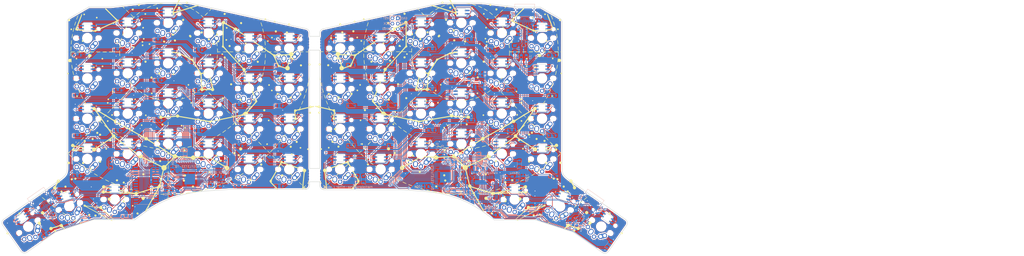
<source format=kicad_pcb>
(kicad_pcb (version 20171130) (host pcbnew 5.1.12)
  (layers (0 F.Cu signal hide) (31 B.Cu signal) (34 B.Paste user hide) (35 F.Paste user hide) (36 B.SilkS user) (37 F.SilkS user hide) (38 B.Mask user hide) (39 F.Mask user hide) (44 Edge.Cuts user))
  (net 0 "")
  (net 1 GND)
  (net 2 "Net-(C1-Pad1)")
  (net 3 "Net-(C2-Pad1)")
  (net 4 "Net-(C3-Pad1)")
  (net 5 +5V)
  (net 6 "Net-(D1-Pad2)")
  (net 7 Row0-L)
  (net 8 "Net-(D2-Pad2)")
  (net 9 "Net-(D3-Pad2)")
  (net 10 "Net-(D4-Pad2)")
  (net 11 "Net-(D5-Pad2)")
  (net 12 "Net-(D6-Pad2)")
  (net 13 "Net-(D7-Pad2)")
  (net 14 Row1-L)
  (net 15 "Net-(D8-Pad2)")
  (net 16 "Net-(D9-Pad2)")
  (net 17 "Net-(D10-Pad2)")
  (net 18 "Net-(D11-Pad2)")
  (net 19 "Net-(D12-Pad2)")
  (net 20 "Net-(D13-Pad2)")
  (net 21 Row2-L)
  (net 22 "Net-(D14-Pad2)")
  (net 23 "Net-(D15-Pad2)")
  (net 24 "Net-(D16-Pad2)")
  (net 25 "Net-(D17-Pad2)")
  (net 26 "Net-(D18-Pad2)")
  (net 27 "Net-(D19-Pad2)")
  (net 28 Row3-L)
  (net 29 "Net-(D20-Pad2)")
  (net 30 "Net-(D21-Pad2)")
  (net 31 "Net-(D22-Pad2)")
  (net 32 "Net-(D23-Pad2)")
  (net 33 "Net-(D24-Pad2)")
  (net 34 "Net-(D25-Pad2)")
  (net 35 "Net-(D26-Pad2)")
  (net 36 "Net-(D27-Pad2)")
  (net 37 "Net-(D28-Pad2)")
  (net 38 Row0-R)
  (net 39 "Net-(D29-Pad2)")
  (net 40 "Net-(D30-Pad2)")
  (net 41 "Net-(D31-Pad2)")
  (net 42 "Net-(D32-Pad2)")
  (net 43 "Net-(D33-Pad2)")
  (net 44 "Net-(D34-Pad2)")
  (net 45 Row1-R)
  (net 46 "Net-(D35-Pad2)")
  (net 47 "Net-(D36-Pad2)")
  (net 48 "Net-(D37-Pad2)")
  (net 49 "Net-(D38-Pad2)")
  (net 50 "Net-(D39-Pad2)")
  (net 51 "Net-(D40-Pad2)")
  (net 52 Row2-R)
  (net 53 "Net-(D41-Pad2)")
  (net 54 "Net-(D42-Pad2)")
  (net 55 "Net-(D43-Pad2)")
  (net 56 "Net-(D44-Pad2)")
  (net 57 "Net-(D45-Pad2)")
  (net 58 "Net-(D46-Pad2)")
  (net 59 Row3-R)
  (net 60 "Net-(D47-Pad2)")
  (net 61 "Net-(D48-Pad2)")
  (net 62 "Net-(D49-Pad2)")
  (net 63 "Net-(D50-Pad2)")
  (net 64 "Net-(D51-Pad2)")
  (net 65 "Net-(D52-Pad2)")
  (net 66 Row4-R)
  (net 67 "Net-(D53-Pad2)")
  (net 68 "Net-(D54-Pad2)")
  (net 69 VCC)
  (net 70 "Net-(J1-PadA5)")
  (net 71 "Net-(J1-PadA8)")
  (net 72 "Net-(J1-PadB8)")
  (net 73 "Net-(J1-PadB5)")
  (net 74 SCL-L)
  (net 75 SDA-L)
  (net 76 VBUS)
  (net 77 Col0)
  (net 78 Col1)
  (net 79 Col2)
  (net 80 Col3)
  (net 81 Col4)
  (net 82 Col5)
  (net 83 Col6)
  (net 84 Col7)
  (net 85 Col8)
  (net 86 Col9)
  (net 87 Col10)
  (net 88 Col11)
  (net 89 D-)
  (net 90 D+)
  (net 91 "Net-(R8-Pad2)")
  (net 92 SCL-R)
  (net 93 SDA-R)
  (net 94 "Net-(U1-Pad42)")
  (net 95 "Net-(U1-Pad38)")
  (net 96 "Net-(U1-Pad37)")
  (net 97 "Net-(U1-Pad36)")
  (net 98 "Net-(U1-Pad32)")
  (net 99 "Net-(U1-Pad31)")
  (net 100 Row4-L)
  (net 101 "Net-(U1-Pad22)")
  (net 102 "Net-(U1-Pad12)")
  (net 103 "Net-(U1-Pad8)")
  (net 104 "Net-(U1-Pad1)")
  (net 105 "Net-(U2-Pad28)")
  (net 106 "Net-(U2-Pad27)")
  (net 107 "Net-(U2-Pad20)")
  (net 108 "Net-(U2-Pad19)")
  (net 109 "Net-(U2-Pad14)")
  (net 110 "Net-(U2-Pad11)")
  (net 111 "Net-(U2-Pad8)")
  (net 112 "Net-(U2-Pad7)")
  (net 113 "Net-(U2-Pad6)")
  (net 114 "Net-(U1-Pad25)")
  (net 115 "Net-(U1-Pad21)")
  (net 116 "Net-(U1-Pad20)")
  (net 117 VSS)
  (net 118 "Net-(J2-PadA5)")
  (net 119 "Net-(J2-PadA8)")
  (net 120 "Net-(J2-PadB8)")
  (net 121 "Net-(J2-PadB5)")
  (net 122 "Net-(J3-PadA5)")
  (net 123 "Net-(J3-PadA8)")
  (net 124 "Net-(J3-PadB8)")
  (net 125 "Net-(J3-PadB5)")
  (net 126 Left-SW11)
  (net 127 Left-SW10)
  (net 128 Left-CS1)
  (net 129 Left-SW12)
  (net 130 Left-CS2)
  (net 131 Left-CS3)
  (net 132 Left-CS4)
  (net 133 Left-CS5)
  (net 134 Left-CS6)
  (net 135 Right-SW11)
  (net 136 Right-SW10)
  (net 137 Right-CS1)
  (net 138 Right-SW12)
  (net 139 Right-CS2)
  (net 140 Right-CS3)
  (net 141 Right-CS4)
  (net 142 Right-CS5)
  (net 143 Right-CS6)
  (net 144 Left-SW8)
  (net 145 Left-SW7)
  (net 146 Left-SW9)
  (net 147 Right-SW8)
  (net 148 Right-SW7)
  (net 149 Right-SW9)
  (net 150 Left-SW5)
  (net 151 Left-SW4)
  (net 152 Left-SW6)
  (net 153 Right-SW5)
  (net 154 Right-SW4)
  (net 155 Right-SW6)
  (net 156 Left-SW2)
  (net 157 Left-SW1)
  (net 158 Left-SW3)
  (net 159 Right-SW2)
  (net 160 Right-SW1)
  (net 161 Right-SW3)
  (net 162 Left-CS7)
  (net 163 Left-CS8)
  (net 164 Left-CS9)
  (net 165 Right-CS7)
  (net 166 Right-CS8)
  (net 167 Right-CS9)
  (net 168 "Net-(R10-Pad1)")
  (net 169 "Net-(R12-Pad1)")
  (net 170 "Net-(R13-Pad1)")
  (net 171 "Net-(R14-Pad1)")
  (net 172 "Net-(U3-Pad45)")
  (net 173 "Net-(U3-Pad40)")
  (net 174 "Net-(U3-Pad36)")
  (net 175 "Net-(U3-Pad33)")
  (net 176 "Net-(U3-Pad32)")
  (net 177 "Net-(U3-Pad31)")
  (net 178 "Net-(U3-Pad30)")
  (net 179 "Net-(U3-Pad28)")
  (net 180 "Net-(U3-Pad27)")
  (net 181 "Net-(U3-Pad26)")
  (net 182 "Net-(U3-Pad1)")
  (net 183 "Net-(U4-Pad45)")
  (net 184 "Net-(U4-Pad40)")
  (net 185 "Net-(U4-Pad36)")
  (net 186 "Net-(U4-Pad33)")
  (net 187 "Net-(U4-Pad32)")
  (net 188 "Net-(U4-Pad31)")
  (net 189 "Net-(U4-Pad30)")
  (net 190 "Net-(U4-Pad28)")
  (net 191 "Net-(U4-Pad27)")
  (net 192 "Net-(U4-Pad26)")
  (net 193 "Net-(U4-Pad1)")
  (net 194 "Net-(J4-Pad5)")
  (net 195 DN)
  (net 196 DP)
  (module v01:v2-board-top-silkscreen-right (layer F.Cu) (at 87.14 148.02)
    (fp_text reference G*** hide)
    (fp_text value LOGO hide)
  )
  (module v01:v2-board-top-silkscreen (layer F.Cu) (at 234.47 147.96)
    (fp_text reference G*** hide)
    (fp_text value LOGO hide)
  )
  (module Keebio-Parts:breakaway-mousebites (layer F.Cu) (at 159.17 96.19 90)
    (fp_text reference REF** hide)
    (fp_text value breakaway-mousebites hide)
    (pad "" np_thru_hole circle (at 0 -0.254 90) (size 0.7874 0.7874) (drill 0.7874) (layers *.Cu *.Mask))
    (pad "" np_thru_hole circle (at 1.27 -0.254 90) (size 0.7874 0.7874) (drill 0.7874) (layers *.Cu *.Mask))
    (pad "" np_thru_hole circle (at 2.54 -0.254 90) (size 0.7874 0.7874) (drill 0.7874) (layers *.Cu *.Mask))
    (pad "" np_thru_hole circle (at -1.27 -0.254 90) (size 0.7874 0.7874) (drill 0.7874) (layers *.Cu *.Mask))
    (pad "" np_thru_hole circle (at -2.54 -0.254 90) (size 0.7874 0.7874) (drill 0.7874) (layers *.Cu *.Mask))
  )
  (module Keebio-Parts:breakaway-mousebites (layer F.Cu) (at 162.98 96.21 90)
    (fp_text reference REF** hide)
    (fp_text value breakaway-mousebites hide)
    (pad "" np_thru_hole circle (at -2.54 -0.254 90) (size 0.7874 0.7874) (drill 0.7874) (layers *.Cu *.Mask))
    (pad "" np_thru_hole circle (at -1.27 -0.254 90) (size 0.7874 0.7874) (drill 0.7874) (layers *.Cu *.Mask))
    (pad "" np_thru_hole circle (at 2.54 -0.254 90) (size 0.7874 0.7874) (drill 0.7874) (layers *.Cu *.Mask))
    (pad "" np_thru_hole circle (at 1.27 -0.254 90) (size 0.7874 0.7874) (drill 0.7874) (layers *.Cu *.Mask))
    (pad "" np_thru_hole circle (at 0 -0.254 90) (size 0.7874 0.7874) (drill 0.7874) (layers *.Cu *.Mask))
  )
  (module Keebio-Parts:breakaway-mousebites (layer F.Cu) (at 163.02 34.03 90)
    (fp_text reference REF** hide)
    (fp_text value breakaway-mousebites hide)
    (pad "" np_thru_hole circle (at 0 -0.254 90) (size 0.7874 0.7874) (drill 0.7874) (layers *.Cu *.Mask))
    (pad "" np_thru_hole circle (at 1.27 -0.254 90) (size 0.7874 0.7874) (drill 0.7874) (layers *.Cu *.Mask))
    (pad "" np_thru_hole circle (at 2.54 -0.254 90) (size 0.7874 0.7874) (drill 0.7874) (layers *.Cu *.Mask))
    (pad "" np_thru_hole circle (at -1.27 -0.254 90) (size 0.7874 0.7874) (drill 0.7874) (layers *.Cu *.Mask))
    (pad "" np_thru_hole circle (at -2.54 -0.254 90) (size 0.7874 0.7874) (drill 0.7874) (layers *.Cu *.Mask))
  )
  (module Keebio-Parts:breakaway-mousebites (layer F.Cu) (at 159.21 34.01 90)
    (fp_text reference REF** hide)
    (fp_text value breakaway-mousebites hide)
    (pad "" np_thru_hole circle (at -2.54 -0.254 90) (size 0.7874 0.7874) (drill 0.7874) (layers *.Cu *.Mask))
    (pad "" np_thru_hole circle (at -1.27 -0.254 90) (size 0.7874 0.7874) (drill 0.7874) (layers *.Cu *.Mask))
    (pad "" np_thru_hole circle (at 2.54 -0.254 90) (size 0.7874 0.7874) (drill 0.7874) (layers *.Cu *.Mask))
    (pad "" np_thru_hole circle (at 1.27 -0.254 90) (size 0.7874 0.7874) (drill 0.7874) (layers *.Cu *.Mask))
    (pad "" np_thru_hole circle (at 0 -0.254 90) (size 0.7874 0.7874) (drill 0.7874) (layers *.Cu *.Mask))
  )
  (module v01:RGB_3528_Blue_Notch-MX (layer B.Cu) (at 148.92 74.48)
    (fp_text reference D89)
    (fp_text value "6028 LED")
    (fp_line (start 1.9 -6.78) (end -1.9 -6.78) (layer Edge.Cuts) (width 0.15))
    (fp_line (start 1.9 -3.38) (end -1.9 -3.38) (layer Edge.Cuts) (width 0.15))
    (fp_line (start -1.9 -3.38) (end -1.9 -6.78) (layer Edge.Cuts) (width 0.15))
    (fp_line (start 1.9 -3.38) (end 1.9 -6.78) (layer Edge.Cuts) (width 0.15))
    (fp_text user B (at -4.2 -5.83) (layer B.SilkS) (effects (font (size 0.7 0.7)) (justify mirror)))
    (fp_text user + (at -4.2 -4.33) (layer B.SilkS) (effects (font (size 0.7 0.7)) (justify mirror)))
    (fp_text user R (at 4.2 -5.83) (layer B.SilkS) (effects (font (size 0.7 0.7)) (justify mirror)))
    (fp_text user G (at 4.2 -4.33) (layer B.SilkS) (effects (font (size 0.7 0.7)) (justify mirror)))
    (pad 1 smd rect (at -2.6 -5.83 180) (size 2 0.7) (layers B.Cu B.Paste B.Mask) (net 155 Right-SW6))
    (pad 3 smd rect (at -2.6 -4.33 180) (size 2 0.7) (layers B.Cu B.Paste B.Mask) (net 143 Right-CS6))
    (pad 4 smd rect (at 2.6 -4.33 180) (size 2 0.7) (layers B.Cu B.Paste B.Mask) (net 154 Right-SW4))
    (pad 2 smd rect (at 2.6 -5.83 180) (size 2 0.7) (layers B.Cu B.Paste B.Mask) (net 153 Right-SW5))
  )
  (module v01:RGB_3528_Blue_Notch-MX (layer B.Cu) (at 129.92 74.44)
    (fp_text reference D88)
    (fp_text value "6028 LED")
    (fp_line (start 1.9 -6.78) (end -1.9 -6.78) (layer Edge.Cuts) (width 0.15))
    (fp_line (start 1.9 -3.38) (end -1.9 -3.38) (layer Edge.Cuts) (width 0.15))
    (fp_line (start -1.9 -3.38) (end -1.9 -6.78) (layer Edge.Cuts) (width 0.15))
    (fp_line (start 1.9 -3.38) (end 1.9 -6.78) (layer Edge.Cuts) (width 0.15))
    (fp_text user B (at -4.2 -5.83) (layer B.SilkS) (effects (font (size 0.7 0.7)) (justify mirror)))
    (fp_text user + (at -4.2 -4.33) (layer B.SilkS) (effects (font (size 0.7 0.7)) (justify mirror)))
    (fp_text user R (at 4.2 -5.83) (layer B.SilkS) (effects (font (size 0.7 0.7)) (justify mirror)))
    (fp_text user G (at 4.2 -4.33) (layer B.SilkS) (effects (font (size 0.7 0.7)) (justify mirror)))
    (pad 1 smd rect (at -2.6 -5.83 180) (size 2 0.7) (layers B.Cu B.Paste B.Mask) (net 155 Right-SW6))
    (pad 3 smd rect (at -2.6 -4.33 180) (size 2 0.7) (layers B.Cu B.Paste B.Mask) (net 142 Right-CS5))
    (pad 4 smd rect (at 2.6 -4.33 180) (size 2 0.7) (layers B.Cu B.Paste B.Mask) (net 154 Right-SW4))
    (pad 2 smd rect (at 2.6 -5.83 180) (size 2 0.7) (layers B.Cu B.Paste B.Mask) (net 153 Right-SW5))
  )
  (module v01:RGB_3528_Blue_Notch-MX (layer B.Cu) (at 110.93 48.15)
    (fp_text reference D76)
    (fp_text value "6028 LED")
    (fp_line (start 1.9 -6.78) (end -1.9 -6.78) (layer Edge.Cuts) (width 0.15))
    (fp_line (start 1.9 -3.38) (end -1.9 -3.38) (layer Edge.Cuts) (width 0.15))
    (fp_line (start -1.9 -3.38) (end -1.9 -6.78) (layer Edge.Cuts) (width 0.15))
    (fp_line (start 1.9 -3.38) (end 1.9 -6.78) (layer Edge.Cuts) (width 0.15))
    (fp_text user B (at -4.2 -5.83) (layer B.SilkS) (effects (font (size 0.7 0.7)) (justify mirror)))
    (fp_text user + (at -4.2 -4.33) (layer B.SilkS) (effects (font (size 0.7 0.7)) (justify mirror)))
    (fp_text user R (at 4.2 -5.83) (layer B.SilkS) (effects (font (size 0.7 0.7)) (justify mirror)))
    (fp_text user G (at 4.2 -4.33) (layer B.SilkS) (effects (font (size 0.7 0.7)) (justify mirror)))
    (pad 1 smd rect (at -2.6 -5.83 180) (size 2 0.7) (layers B.Cu B.Paste B.Mask) (net 149 Right-SW9))
    (pad 3 smd rect (at -2.6 -4.33 180) (size 2 0.7) (layers B.Cu B.Paste B.Mask) (net 141 Right-CS4))
    (pad 4 smd rect (at 2.6 -4.33 180) (size 2 0.7) (layers B.Cu B.Paste B.Mask) (net 148 Right-SW7))
    (pad 2 smd rect (at 2.6 -5.83 180) (size 2 0.7) (layers B.Cu B.Paste B.Mask) (net 147 Right-SW8))
  )
  (module Diode_SMD:D_SOD-123 (layer B.Cu) (at 53.035266 116.883553 18.5)
    (fp_text reference D53 hide)
    (fp_text value 1N4148W)
    (pad 2 smd rect (at 1.65 0 18.5) (size 0.9 1.2) (layers B.Cu B.Paste B.Mask) (net 67 "Net-(D53-Pad2)"))
    (pad 1 smd rect (at -1.65 0 18.5) (size 0.9 1.2) (layers B.Cu B.Paste B.Mask) (net 66 Row4-R))
  )
  (module Diode_SMD:D_SOD-123 (layer B.Cu) (at 34.76 124.29 34.5)
    (fp_text reference D52 hide)
    (fp_text value 1N4148W)
    (pad 2 smd rect (at 1.65 0 34.5) (size 0.9 1.2) (layers B.Cu B.Paste B.Mask) (net 65 "Net-(D52-Pad2)"))
    (pad 1 smd rect (at -1.65 0 34.5) (size 0.9 1.2) (layers B.Cu B.Paste B.Mask) (net 66 Row4-R))
  )
  (module Diode_SMD:D_SOD-123 (layer B.Cu) (at 144.22 101.43)
    (fp_text reference D51 hide)
    (fp_text value 1N4148W)
    (pad 2 smd rect (at 1.65 0) (size 0.9 1.2) (layers B.Cu B.Paste B.Mask) (net 64 "Net-(D51-Pad2)"))
    (pad 1 smd rect (at -1.65 0) (size 0.9 1.2) (layers B.Cu B.Paste B.Mask) (net 59 Row3-R))
  )
  (module Diode_SMD:D_SOD-123 (layer B.Cu) (at 125.13 101.46)
    (fp_text reference D50 hide)
    (fp_text value 1N4148W)
    (pad 2 smd rect (at 1.65 0) (size 0.9 1.2) (layers B.Cu B.Paste B.Mask) (net 63 "Net-(D50-Pad2)"))
    (pad 1 smd rect (at -1.65 0) (size 0.9 1.2) (layers B.Cu B.Paste B.Mask) (net 59 Row3-R))
  )
  (module Diode_SMD:D_SOD-123 (layer B.Cu) (at 119.02 90.92 90)
    (fp_text reference D49 hide)
    (fp_text value 1N4148W)
    (pad 2 smd rect (at 1.65 0 90) (size 0.9 1.2) (layers B.Cu B.Paste B.Mask) (net 62 "Net-(D49-Pad2)"))
    (pad 1 smd rect (at -1.65 0 90) (size 0.9 1.2) (layers B.Cu B.Paste B.Mask) (net 59 Row3-R))
  )
  (module Diode_SMD:D_SOD-123 (layer B.Cu) (at 99.97 86.14 90)
    (fp_text reference D48 hide)
    (fp_text value 1N4148W)
    (pad 2 smd rect (at 1.65 0 90) (size 0.9 1.2) (layers B.Cu B.Paste B.Mask) (net 61 "Net-(D48-Pad2)"))
    (pad 1 smd rect (at -1.65 0 90) (size 0.9 1.2) (layers B.Cu B.Paste B.Mask) (net 59 Row3-R))
  )
  (module Diode_SMD:D_SOD-123 (layer B.Cu) (at 49.18 96.6)
    (fp_text reference D46 hide)
    (fp_text value 1N4148W)
    (pad 2 smd rect (at 1.65 0) (size 0.9 1.2) (layers B.Cu B.Paste B.Mask) (net 58 "Net-(D46-Pad2)"))
    (pad 1 smd rect (at -1.65 0) (size 0.9 1.2) (layers B.Cu B.Paste B.Mask) (net 59 Row3-R))
  )
  (module Diode_SMD:D_SOD-123 (layer B.Cu) (at 144.173 82.42)
    (fp_text reference D45 hide)
    (fp_text value 1N4148W)
    (pad 2 smd rect (at 1.65 0) (size 0.9 1.2) (layers B.Cu B.Paste B.Mask) (net 57 "Net-(D45-Pad2)"))
    (pad 1 smd rect (at -1.65 0) (size 0.9 1.2) (layers B.Cu B.Paste B.Mask) (net 52 Row2-R))
  )
  (module v01:RGB_3528_Blue_Notch-MX (layer B.Cu) (at 53.93 88.58)
    (fp_text reference D97)
    (fp_text value "6028 LED")
    (fp_line (start 1.9 -6.78) (end -1.9 -6.78) (layer Edge.Cuts) (width 0.15))
    (fp_line (start 1.9 -3.38) (end -1.9 -3.38) (layer Edge.Cuts) (width 0.15))
    (fp_line (start -1.9 -3.38) (end -1.9 -6.78) (layer Edge.Cuts) (width 0.15))
    (fp_line (start 1.9 -3.38) (end 1.9 -6.78) (layer Edge.Cuts) (width 0.15))
    (fp_text user B (at -4.2 -5.83) (layer B.SilkS) (effects (font (size 0.7 0.7)) (justify mirror)))
    (fp_text user + (at -4.2 -4.33) (layer B.SilkS) (effects (font (size 0.7 0.7)) (justify mirror)))
    (fp_text user R (at 4.2 -5.83) (layer B.SilkS) (effects (font (size 0.7 0.7)) (justify mirror)))
    (fp_text user G (at 4.2 -4.33) (layer B.SilkS) (effects (font (size 0.7 0.7)) (justify mirror)))
    (pad 1 smd rect (at -2.6 -5.83 180) (size 2 0.7) (layers B.Cu B.Paste B.Mask) (net 161 Right-SW3))
    (pad 3 smd rect (at -2.6 -4.33 180) (size 2 0.7) (layers B.Cu B.Paste B.Mask) (net 137 Right-CS1))
    (pad 4 smd rect (at 2.6 -4.33 180) (size 2 0.7) (layers B.Cu B.Paste B.Mask) (net 160 Right-SW1))
    (pad 2 smd rect (at 2.6 -5.83 180) (size 2 0.7) (layers B.Cu B.Paste B.Mask) (net 159 Right-SW2))
  )
  (module v01:RGB_3528_Blue_Notch-MX (layer B.Cu) (at 91.98 62.36)
    (fp_text reference D87)
    (fp_text value "6028 LED")
    (fp_line (start 1.9 -6.78) (end -1.9 -6.78) (layer Edge.Cuts) (width 0.15))
    (fp_line (start 1.9 -3.38) (end -1.9 -3.38) (layer Edge.Cuts) (width 0.15))
    (fp_line (start -1.9 -3.38) (end -1.9 -6.78) (layer Edge.Cuts) (width 0.15))
    (fp_line (start 1.9 -3.38) (end 1.9 -6.78) (layer Edge.Cuts) (width 0.15))
    (fp_text user B (at -4.2 -5.83) (layer B.SilkS) (effects (font (size 0.7 0.7)) (justify mirror)))
    (fp_text user + (at -4.2 -4.33) (layer B.SilkS) (effects (font (size 0.7 0.7)) (justify mirror)))
    (fp_text user R (at 4.2 -5.83) (layer B.SilkS) (effects (font (size 0.7 0.7)) (justify mirror)))
    (fp_text user G (at 4.2 -4.33) (layer B.SilkS) (effects (font (size 0.7 0.7)) (justify mirror)))
    (pad 1 smd rect (at -2.6 -5.83 180) (size 2 0.7) (layers B.Cu B.Paste B.Mask) (net 155 Right-SW6))
    (pad 3 smd rect (at -2.6 -4.33 180) (size 2 0.7) (layers B.Cu B.Paste B.Mask) (net 140 Right-CS3))
    (pad 4 smd rect (at 2.6 -4.33 180) (size 2 0.7) (layers B.Cu B.Paste B.Mask) (net 154 Right-SW4))
    (pad 2 smd rect (at 2.6 -5.83 180) (size 2 0.7) (layers B.Cu B.Paste B.Mask) (net 153 Right-SW5))
  )
  (module v01:RGB_3528_Blue_Notch-MX (layer B.Cu) (at 72.93 67.19)
    (fp_text reference D86)
    (fp_text value "6028 LED")
    (fp_line (start 1.9 -6.78) (end -1.9 -6.78) (layer Edge.Cuts) (width 0.15))
    (fp_line (start 1.9 -3.38) (end -1.9 -3.38) (layer Edge.Cuts) (width 0.15))
    (fp_line (start -1.9 -3.38) (end -1.9 -6.78) (layer Edge.Cuts) (width 0.15))
    (fp_line (start 1.9 -3.38) (end 1.9 -6.78) (layer Edge.Cuts) (width 0.15))
    (fp_text user B (at -4.2 -5.83) (layer B.SilkS) (effects (font (size 0.7 0.7)) (justify mirror)))
    (fp_text user + (at -4.2 -4.33) (layer B.SilkS) (effects (font (size 0.7 0.7)) (justify mirror)))
    (fp_text user R (at 4.2 -5.83) (layer B.SilkS) (effects (font (size 0.7 0.7)) (justify mirror)))
    (fp_text user G (at 4.2 -4.33) (layer B.SilkS) (effects (font (size 0.7 0.7)) (justify mirror)))
    (pad 1 smd rect (at -2.6 -5.83 180) (size 2 0.7) (layers B.Cu B.Paste B.Mask) (net 155 Right-SW6))
    (pad 3 smd rect (at -2.6 -4.33 180) (size 2 0.7) (layers B.Cu B.Paste B.Mask) (net 139 Right-CS2))
    (pad 4 smd rect (at 2.6 -4.33 180) (size 2 0.7) (layers B.Cu B.Paste B.Mask) (net 154 Right-SW4))
    (pad 2 smd rect (at 2.6 -5.83 180) (size 2 0.7) (layers B.Cu B.Paste B.Mask) (net 153 Right-SW5))
  )
  (module Keebio-Parts:MX-Alps-Choc-1U-NoLED (layer F.Cu) (at 110.931 48.168 180)
    (fp_text reference MX37 hide)
    (fp_text value K1_9)
    (pad "" np_thru_hole circle (at -5.22 4.2 228.1) (size 1.2 1.2) (drill 1.2) (layers *.Cu *.Mask))
    (pad "" np_thru_hole circle (at 5.5 0 228.1) (size 1.7 1.7) (drill 1.7) (layers *.Cu *.Mask))
    (pad "" np_thru_hole circle (at -5.5 0 228.1) (size 1.7 1.7) (drill 1.7) (layers *.Cu *.Mask))
    (pad 2 thru_hole circle (at 0 -5.9 180) (size 2 2) (drill 1.2) (layers *.Cu *.Mask) (net 48 "Net-(D37-Pad2)"))
    (pad 1 thru_hole circle (at 5 -3.8 180) (size 2 2) (drill 1.2) (layers *.Cu *.Mask) (net 86 Col9))
    (pad "" np_thru_hole circle (at 5.08 0 228.0996) (size 1.75 1.75) (drill 1.75) (layers *.Cu *.Mask))
    (pad "" np_thru_hole circle (at -5.08 0 228.0996) (size 1.75 1.75) (drill 1.75) (layers *.Cu *.Mask))
    (pad 2 thru_hole circle (at -2.5 -4 180) (size 2.25 2.25) (drill 1.47) (layers *.Cu *.Mask) (net 48 "Net-(D37-Pad2)"))
    (pad "" np_thru_hole circle (at 0 0 180) (size 3.9878 3.9878) (drill 3.9878) (layers *.Cu *.Mask))
    (pad 2 thru_hole oval (at -3.81 -2.54 228.1) (size 4.211556 2.25) (drill 1.47 (offset 0.980778 0)) (layers *.Cu *.Mask) (net 48 "Net-(D37-Pad2)"))
    (pad 1 thru_hole circle (at 2.54 -5.08 180) (size 2.25 2.25) (drill 1.47) (layers *.Cu *.Mask) (net 86 Col9))
    (pad 1 thru_hole oval (at 2.5 -4.5 266.1) (size 2.831378 2.25) (drill 1.47 (offset 0.290689 0)) (layers *.Cu *.Mask) (net 86 Col9))
  )
  (module Keebio-Parts:MX-Alps-Choc-1U-NoLED (layer F.Cu) (at 91.944 43.444 180)
    (fp_text reference MX36 hide)
    (fp_text value K1_8)
    (pad "" np_thru_hole circle (at -5.22 4.2 228.1) (size 1.2 1.2) (drill 1.2) (layers *.Cu *.Mask))
    (pad "" np_thru_hole circle (at 5.5 0 228.1) (size 1.7 1.7) (drill 1.7) (layers *.Cu *.Mask))
    (pad "" np_thru_hole circle (at -5.5 0 228.1) (size 1.7 1.7) (drill 1.7) (layers *.Cu *.Mask))
    (pad 2 thru_hole circle (at 0 -5.9 180) (size 2 2) (drill 1.2) (layers *.Cu *.Mask) (net 47 "Net-(D36-Pad2)"))
    (pad 1 thru_hole circle (at 5 -3.8 180) (size 2 2) (drill 1.2) (layers *.Cu *.Mask) (net 85 Col8))
    (pad "" np_thru_hole circle (at 5.08 0 228.0996) (size 1.75 1.75) (drill 1.75) (layers *.Cu *.Mask))
    (pad "" np_thru_hole circle (at -5.08 0 228.0996) (size 1.75 1.75) (drill 1.75) (layers *.Cu *.Mask))
    (pad 2 thru_hole circle (at -2.5 -4 180) (size 2.25 2.25) (drill 1.47) (layers *.Cu *.Mask) (net 47 "Net-(D36-Pad2)"))
    (pad "" np_thru_hole circle (at 0 0 180) (size 3.9878 3.9878) (drill 3.9878) (layers *.Cu *.Mask))
    (pad 2 thru_hole oval (at -3.81 -2.54 228.1) (size 4.211556 2.25) (drill 1.47 (offset 0.980778 0)) (layers *.Cu *.Mask) (net 47 "Net-(D36-Pad2)"))
    (pad 1 thru_hole circle (at 2.54 -5.08 180) (size 2.25 2.25) (drill 1.47) (layers *.Cu *.Mask) (net 85 Col8))
    (pad 1 thru_hole oval (at 2.5 -4.5 266.1) (size 2.831378 2.25) (drill 1.47 (offset 0.290689 0)) (layers *.Cu *.Mask) (net 85 Col8))
  )
  (module Keebio-Parts:MX-Alps-Choc-1U-NoLED (layer F.Cu) (at 72.934 48.168 180)
    (fp_text reference MX35 hide)
    (fp_text value K1_7)
    (pad "" np_thru_hole circle (at -5.22 4.2 228.1) (size 1.2 1.2) (drill 1.2) (layers *.Cu *.Mask))
    (pad "" np_thru_hole circle (at 5.5 0 228.1) (size 1.7 1.7) (drill 1.7) (layers *.Cu *.Mask))
    (pad "" np_thru_hole circle (at -5.5 0 228.1) (size 1.7 1.7) (drill 1.7) (layers *.Cu *.Mask))
    (pad 2 thru_hole circle (at 0 -5.9 180) (size 2 2) (drill 1.2) (layers *.Cu *.Mask) (net 46 "Net-(D35-Pad2)"))
    (pad 1 thru_hole circle (at 5 -3.8 180) (size 2 2) (drill 1.2) (layers *.Cu *.Mask) (net 84 Col7))
    (pad "" np_thru_hole circle (at 5.08 0 228.0996) (size 1.75 1.75) (drill 1.75) (layers *.Cu *.Mask))
    (pad "" np_thru_hole circle (at -5.08 0 228.0996) (size 1.75 1.75) (drill 1.75) (layers *.Cu *.Mask))
    (pad 2 thru_hole circle (at -2.5 -4 180) (size 2.25 2.25) (drill 1.47) (layers *.Cu *.Mask) (net 46 "Net-(D35-Pad2)"))
    (pad "" np_thru_hole circle (at 0 0 180) (size 3.9878 3.9878) (drill 3.9878) (layers *.Cu *.Mask))
    (pad 2 thru_hole oval (at -3.81 -2.54 228.1) (size 4.211556 2.25) (drill 1.47 (offset 0.980778 0)) (layers *.Cu *.Mask) (net 46 "Net-(D35-Pad2)"))
    (pad 1 thru_hole circle (at 2.54 -5.08 180) (size 2.25 2.25) (drill 1.47) (layers *.Cu *.Mask) (net 84 Col7))
    (pad 1 thru_hole oval (at 2.5 -4.5 266.1) (size 2.831378 2.25) (drill 1.47 (offset 0.290689 0)) (layers *.Cu *.Mask) (net 84 Col7))
  )
  (module Keebio-Parts:MX-Alps-Choc-1U-NoLED (layer F.Cu) (at 53.9402 50.5777 180)
    (fp_text reference MX34 hide)
    (fp_text value K1_6)
    (pad "" np_thru_hole circle (at -5.22 4.2 228.1) (size 1.2 1.2) (drill 1.2) (layers *.Cu *.Mask))
    (pad "" np_thru_hole circle (at 5.5 0 228.1) (size 1.7 1.7) (drill 1.7) (layers *.Cu *.Mask))
    (pad "" np_thru_hole circle (at -5.5 0 228.1) (size 1.7 1.7) (drill 1.7) (layers *.Cu *.Mask))
    (pad 2 thru_hole circle (at 0 -5.9 180) (size 2 2) (drill 1.2) (layers *.Cu *.Mask) (net 44 "Net-(D34-Pad2)"))
    (pad 1 thru_hole circle (at 5 -3.8 180) (size 2 2) (drill 1.2) (layers *.Cu *.Mask) (net 83 Col6))
    (pad "" np_thru_hole circle (at 5.08 0 228.0996) (size 1.75 1.75) (drill 1.75) (layers *.Cu *.Mask))
    (pad "" np_thru_hole circle (at -5.08 0 228.0996) (size 1.75 1.75) (drill 1.75) (layers *.Cu *.Mask))
    (pad 2 thru_hole circle (at -2.5 -4 180) (size 2.25 2.25) (drill 1.47) (layers *.Cu *.Mask) (net 44 "Net-(D34-Pad2)"))
    (pad "" np_thru_hole circle (at 0 0 180) (size 3.9878 3.9878) (drill 3.9878) (layers *.Cu *.Mask))
    (pad 2 thru_hole oval (at -3.81 -2.54 228.1) (size 4.211556 2.25) (drill 1.47 (offset 0.980778 0)) (layers *.Cu *.Mask) (net 44 "Net-(D34-Pad2)"))
    (pad 1 thru_hole circle (at 2.54 -5.08 180) (size 2.25 2.25) (drill 1.47) (layers *.Cu *.Mask) (net 83 Col6))
    (pad 1 thru_hole oval (at 2.5 -4.5 266.1) (size 2.831378 2.25) (drill 1.47 (offset 0.290689 0)) (layers *.Cu *.Mask) (net 83 Col6))
  )
  (module Keebio-Parts:MX-Alps-Choc-1U-NoLED (layer F.Cu) (at 148.928 36.419 180)
    (fp_text reference MX33 hide)
    (fp_text value K0_11)
    (pad "" np_thru_hole circle (at -5.22 4.2 228.1) (size 1.2 1.2) (drill 1.2) (layers *.Cu *.Mask))
    (pad "" np_thru_hole circle (at 5.5 0 228.1) (size 1.7 1.7) (drill 1.7) (layers *.Cu *.Mask))
    (pad "" np_thru_hole circle (at -5.5 0 228.1) (size 1.7 1.7) (drill 1.7) (layers *.Cu *.Mask))
    (pad 2 thru_hole circle (at 0 -5.9 180) (size 2 2) (drill 1.2) (layers *.Cu *.Mask) (net 43 "Net-(D33-Pad2)"))
    (pad 1 thru_hole circle (at 5 -3.8 180) (size 2 2) (drill 1.2) (layers *.Cu *.Mask) (net 88 Col11))
    (pad "" np_thru_hole circle (at 5.08 0 228.0996) (size 1.75 1.75) (drill 1.75) (layers *.Cu *.Mask))
    (pad "" np_thru_hole circle (at -5.08 0 228.0996) (size 1.75 1.75) (drill 1.75) (layers *.Cu *.Mask))
    (pad 2 thru_hole circle (at -2.5 -4 180) (size 2.25 2.25) (drill 1.47) (layers *.Cu *.Mask) (net 43 "Net-(D33-Pad2)"))
    (pad "" np_thru_hole circle (at 0 0 180) (size 3.9878 3.9878) (drill 3.9878) (layers *.Cu *.Mask))
    (pad 2 thru_hole oval (at -3.81 -2.54 228.1) (size 4.211556 2.25) (drill 1.47 (offset 0.980778 0)) (layers *.Cu *.Mask) (net 43 "Net-(D33-Pad2)"))
    (pad 1 thru_hole circle (at 2.54 -5.08 180) (size 2.25 2.25) (drill 1.47) (layers *.Cu *.Mask) (net 88 Col11))
    (pad 1 thru_hole oval (at 2.5 -4.5 266.1) (size 2.831378 2.25) (drill 1.47 (offset 0.290689 0)) (layers *.Cu *.Mask) (net 88 Col11))
  )
  (module Keebio-Parts:MX-Alps-Choc-1U-NoLED (layer F.Cu) (at 129.961 36.449 180)
    (fp_text reference MX32 hide)
    (fp_text value K0_10)
    (pad "" np_thru_hole circle (at -5.22 4.2 228.1) (size 1.2 1.2) (drill 1.2) (layers *.Cu *.Mask))
    (pad "" np_thru_hole circle (at 5.5 0 228.1) (size 1.7 1.7) (drill 1.7) (layers *.Cu *.Mask))
    (pad "" np_thru_hole circle (at -5.5 0 228.1) (size 1.7 1.7) (drill 1.7) (layers *.Cu *.Mask))
    (pad 2 thru_hole circle (at 0 -5.9 180) (size 2 2) (drill 1.2) (layers *.Cu *.Mask) (net 42 "Net-(D32-Pad2)"))
    (pad 1 thru_hole circle (at 5 -3.8 180) (size 2 2) (drill 1.2) (layers *.Cu *.Mask) (net 87 Col10))
    (pad "" np_thru_hole circle (at 5.08 0 228.0996) (size 1.75 1.75) (drill 1.75) (layers *.Cu *.Mask))
    (pad "" np_thru_hole circle (at -5.08 0 228.0996) (size 1.75 1.75) (drill 1.75) (layers *.Cu *.Mask))
    (pad 2 thru_hole circle (at -2.5 -4 180) (size 2.25 2.25) (drill 1.47) (layers *.Cu *.Mask) (net 42 "Net-(D32-Pad2)"))
    (pad "" np_thru_hole circle (at 0 0 180) (size 3.9878 3.9878) (drill 3.9878) (layers *.Cu *.Mask))
    (pad 2 thru_hole oval (at -3.81 -2.54 228.1) (size 4.211556 2.25) (drill 1.47 (offset 0.980778 0)) (layers *.Cu *.Mask) (net 42 "Net-(D32-Pad2)"))
    (pad 1 thru_hole circle (at 2.54 -5.08 180) (size 2.25 2.25) (drill 1.47) (layers *.Cu *.Mask) (net 87 Col10))
    (pad 1 thru_hole oval (at 2.5 -4.5 266.1) (size 2.831378 2.25) (drill 1.47 (offset 0.290689 0)) (layers *.Cu *.Mask) (net 87 Col10))
  )
  (module v01:RGB_3528_Blue_Notch-MX (layer B.Cu) (at 72.95 48.16)
    (fp_text reference D74)
    (fp_text value "6028 LED")
    (fp_line (start 1.9 -6.78) (end -1.9 -6.78) (layer Edge.Cuts) (width 0.15))
    (fp_line (start 1.9 -3.38) (end -1.9 -3.38) (layer Edge.Cuts) (width 0.15))
    (fp_line (start -1.9 -3.38) (end -1.9 -6.78) (layer Edge.Cuts) (width 0.15))
    (fp_line (start 1.9 -3.38) (end 1.9 -6.78) (layer Edge.Cuts) (width 0.15))
    (fp_text user B (at -4.2 -5.83) (layer B.SilkS) (effects (font (size 0.7 0.7)) (justify mirror)))
    (fp_text user + (at -4.2 -4.33) (layer B.SilkS) (effects (font (size 0.7 0.7)) (justify mirror)))
    (fp_text user R (at 4.2 -5.83) (layer B.SilkS) (effects (font (size 0.7 0.7)) (justify mirror)))
    (fp_text user G (at 4.2 -4.33) (layer B.SilkS) (effects (font (size 0.7 0.7)) (justify mirror)))
    (pad 1 smd rect (at -2.6 -5.83 180) (size 2 0.7) (layers B.Cu B.Paste B.Mask) (net 149 Right-SW9))
    (pad 3 smd rect (at -2.6 -4.33 180) (size 2 0.7) (layers B.Cu B.Paste B.Mask) (net 139 Right-CS2))
    (pad 4 smd rect (at 2.6 -4.33 180) (size 2 0.7) (layers B.Cu B.Paste B.Mask) (net 148 Right-SW7))
    (pad 2 smd rect (at 2.6 -5.83 180) (size 2 0.7) (layers B.Cu B.Paste B.Mask) (net 147 Right-SW8))
  )
  (module v01:RGB_3528_Blue_Notch-MX (layer B.Cu) (at 53.9 50.6)
    (fp_text reference D73)
    (fp_text value "6028 LED")
    (fp_line (start 1.9 -6.78) (end -1.9 -6.78) (layer Edge.Cuts) (width 0.15))
    (fp_line (start 1.9 -3.38) (end -1.9 -3.38) (layer Edge.Cuts) (width 0.15))
    (fp_line (start -1.9 -3.38) (end -1.9 -6.78) (layer Edge.Cuts) (width 0.15))
    (fp_line (start 1.9 -3.38) (end 1.9 -6.78) (layer Edge.Cuts) (width 0.15))
    (fp_text user B (at -4.2 -5.83) (layer B.SilkS) (effects (font (size 0.7 0.7)) (justify mirror)))
    (fp_text user + (at -4.2 -4.33) (layer B.SilkS) (effects (font (size 0.7 0.7)) (justify mirror)))
    (fp_text user R (at 4.2 -5.83) (layer B.SilkS) (effects (font (size 0.7 0.7)) (justify mirror)))
    (fp_text user G (at 4.2 -4.33) (layer B.SilkS) (effects (font (size 0.7 0.7)) (justify mirror)))
    (pad 1 smd rect (at -2.6 -5.83 180) (size 2 0.7) (layers B.Cu B.Paste B.Mask) (net 149 Right-SW9))
    (pad 3 smd rect (at -2.6 -4.33 180) (size 2 0.7) (layers B.Cu B.Paste B.Mask) (net 137 Right-CS1))
    (pad 4 smd rect (at 2.6 -4.33 180) (size 2 0.7) (layers B.Cu B.Paste B.Mask) (net 148 Right-SW7))
    (pad 2 smd rect (at 2.6 -5.83 180) (size 2 0.7) (layers B.Cu B.Paste B.Mask) (net 147 Right-SW8))
  )
  (module v01:RGB_3528_Blue_Notch-MX (layer B.Cu) (at 110.94 86.1977)
    (fp_text reference D100)
    (fp_text value "6028 LED")
    (fp_line (start 1.9 -6.78) (end -1.9 -6.78) (layer Edge.Cuts) (width 0.15))
    (fp_line (start 1.9 -3.38) (end -1.9 -3.38) (layer Edge.Cuts) (width 0.15))
    (fp_line (start -1.9 -3.38) (end -1.9 -6.78) (layer Edge.Cuts) (width 0.15))
    (fp_line (start 1.9 -3.38) (end 1.9 -6.78) (layer Edge.Cuts) (width 0.15))
    (fp_text user B (at -4.2 -5.83) (layer B.SilkS) (effects (font (size 0.7 0.7)) (justify mirror)))
    (fp_text user + (at -4.2 -4.33) (layer B.SilkS) (effects (font (size 0.7 0.7)) (justify mirror)))
    (fp_text user R (at 4.2 -5.83) (layer B.SilkS) (effects (font (size 0.7 0.7)) (justify mirror)))
    (fp_text user G (at 4.2 -4.33) (layer B.SilkS) (effects (font (size 0.7 0.7)) (justify mirror)))
    (pad 1 smd rect (at -2.6 -5.83 180) (size 2 0.7) (layers B.Cu B.Paste B.Mask) (net 161 Right-SW3))
    (pad 3 smd rect (at -2.6 -4.33 180) (size 2 0.7) (layers B.Cu B.Paste B.Mask) (net 141 Right-CS4))
    (pad 4 smd rect (at 2.6 -4.33 180) (size 2 0.7) (layers B.Cu B.Paste B.Mask) (net 160 Right-SW1))
    (pad 2 smd rect (at 2.6 -5.83 180) (size 2 0.7) (layers B.Cu B.Paste B.Mask) (net 159 Right-SW2))
  )
  (module Keebio-Parts:MX-Alps-Choc-1U-NoLED (layer F.Cu) (at 129.931 74.409 180)
    (fp_text reference MX44 hide)
    (fp_text value K2_10)
    (pad "" np_thru_hole circle (at -5.22 4.2 228.1) (size 1.2 1.2) (drill 1.2) (layers *.Cu *.Mask))
    (pad "" np_thru_hole circle (at 5.5 0 228.1) (size 1.7 1.7) (drill 1.7) (layers *.Cu *.Mask))
    (pad "" np_thru_hole circle (at -5.5 0 228.1) (size 1.7 1.7) (drill 1.7) (layers *.Cu *.Mask))
    (pad 2 thru_hole circle (at 0 -5.9 180) (size 2 2) (drill 1.2) (layers *.Cu *.Mask) (net 56 "Net-(D44-Pad2)"))
    (pad 1 thru_hole circle (at 5 -3.8 180) (size 2 2) (drill 1.2) (layers *.Cu *.Mask) (net 87 Col10))
    (pad "" np_thru_hole circle (at 5.08 0 228.0996) (size 1.75 1.75) (drill 1.75) (layers *.Cu *.Mask))
    (pad "" np_thru_hole circle (at -5.08 0 228.0996) (size 1.75 1.75) (drill 1.75) (layers *.Cu *.Mask))
    (pad 2 thru_hole circle (at -2.5 -4 180) (size 2.25 2.25) (drill 1.47) (layers *.Cu *.Mask) (net 56 "Net-(D44-Pad2)"))
    (pad "" np_thru_hole circle (at 0 0 180) (size 3.9878 3.9878) (drill 3.9878) (layers *.Cu *.Mask))
    (pad 2 thru_hole oval (at -3.81 -2.54 228.1) (size 4.211556 2.25) (drill 1.47 (offset 0.980778 0)) (layers *.Cu *.Mask) (net 56 "Net-(D44-Pad2)"))
    (pad 1 thru_hole circle (at 2.54 -5.08 180) (size 2.25 2.25) (drill 1.47) (layers *.Cu *.Mask) (net 87 Col10))
    (pad 1 thru_hole oval (at 2.5 -4.5 266.1) (size 2.831378 2.25) (drill 1.47 (offset 0.290689 0)) (layers *.Cu *.Mask) (net 87 Col10))
  )
  (module Keebio-Parts:MX-Alps-Choc-1U-NoLED (layer F.Cu) (at 110.911 67.175 180)
    (fp_text reference MX43 hide)
    (fp_text value K2_9)
    (pad "" np_thru_hole circle (at -5.22 4.2 228.1) (size 1.2 1.2) (drill 1.2) (layers *.Cu *.Mask))
    (pad "" np_thru_hole circle (at 5.5 0 228.1) (size 1.7 1.7) (drill 1.7) (layers *.Cu *.Mask))
    (pad "" np_thru_hole circle (at -5.5 0 228.1) (size 1.7 1.7) (drill 1.7) (layers *.Cu *.Mask))
    (pad 2 thru_hole circle (at 0 -5.9 180) (size 2 2) (drill 1.2) (layers *.Cu *.Mask) (net 55 "Net-(D43-Pad2)"))
    (pad 1 thru_hole circle (at 5 -3.8 180) (size 2 2) (drill 1.2) (layers *.Cu *.Mask) (net 86 Col9))
    (pad "" np_thru_hole circle (at 5.08 0 228.0996) (size 1.75 1.75) (drill 1.75) (layers *.Cu *.Mask))
    (pad "" np_thru_hole circle (at -5.08 0 228.0996) (size 1.75 1.75) (drill 1.75) (layers *.Cu *.Mask))
    (pad 2 thru_hole circle (at -2.5 -4 180) (size 2.25 2.25) (drill 1.47) (layers *.Cu *.Mask) (net 55 "Net-(D43-Pad2)"))
    (pad "" np_thru_hole circle (at 0 0 180) (size 3.9878 3.9878) (drill 3.9878) (layers *.Cu *.Mask))
    (pad 2 thru_hole oval (at -3.81 -2.54 228.1) (size 4.211556 2.25) (drill 1.47 (offset 0.980778 0)) (layers *.Cu *.Mask) (net 55 "Net-(D43-Pad2)"))
    (pad 1 thru_hole circle (at 2.54 -5.08 180) (size 2.25 2.25) (drill 1.47) (layers *.Cu *.Mask) (net 86 Col9))
    (pad 1 thru_hole oval (at 2.5 -4.5 266.1) (size 2.831378 2.25) (drill 1.47 (offset 0.290689 0)) (layers *.Cu *.Mask) (net 86 Col9))
  )
  (module Keebio-Parts:MX-Alps-Choc-1U-NoLED (layer F.Cu) (at 91.954 62.424 180)
    (fp_text reference MX42 hide)
    (fp_text value K2_8)
    (pad "" np_thru_hole circle (at -5.22 4.2 228.1) (size 1.2 1.2) (drill 1.2) (layers *.Cu *.Mask))
    (pad "" np_thru_hole circle (at 5.5 0 228.1) (size 1.7 1.7) (drill 1.7) (layers *.Cu *.Mask))
    (pad "" np_thru_hole circle (at -5.5 0 228.1) (size 1.7 1.7) (drill 1.7) (layers *.Cu *.Mask))
    (pad 2 thru_hole circle (at 0 -5.9 180) (size 2 2) (drill 1.2) (layers *.Cu *.Mask) (net 54 "Net-(D42-Pad2)"))
    (pad 1 thru_hole circle (at 5 -3.8 180) (size 2 2) (drill 1.2) (layers *.Cu *.Mask) (net 85 Col8))
    (pad "" np_thru_hole circle (at 5.08 0 228.0996) (size 1.75 1.75) (drill 1.75) (layers *.Cu *.Mask))
    (pad "" np_thru_hole circle (at -5.08 0 228.0996) (size 1.75 1.75) (drill 1.75) (layers *.Cu *.Mask))
    (pad 2 thru_hole circle (at -2.5 -4 180) (size 2.25 2.25) (drill 1.47) (layers *.Cu *.Mask) (net 54 "Net-(D42-Pad2)"))
    (pad "" np_thru_hole circle (at 0 0 180) (size 3.9878 3.9878) (drill 3.9878) (layers *.Cu *.Mask))
    (pad 2 thru_hole oval (at -3.81 -2.54 228.1) (size 4.211556 2.25) (drill 1.47 (offset 0.980778 0)) (layers *.Cu *.Mask) (net 54 "Net-(D42-Pad2)"))
    (pad 1 thru_hole circle (at 2.54 -5.08 180) (size 2.25 2.25) (drill 1.47) (layers *.Cu *.Mask) (net 85 Col8))
    (pad 1 thru_hole oval (at 2.5 -4.5 266.1) (size 2.831378 2.25) (drill 1.47 (offset 0.290689 0)) (layers *.Cu *.Mask) (net 85 Col8))
  )
  (module Keebio-Parts:MX-Alps-Choc-1U-NoLED (layer F.Cu) (at 72.944 67.185 180)
    (fp_text reference MX41 hide)
    (fp_text value K2_7)
    (pad "" np_thru_hole circle (at -5.22 4.2 228.1) (size 1.2 1.2) (drill 1.2) (layers *.Cu *.Mask))
    (pad "" np_thru_hole circle (at 5.5 0 228.1) (size 1.7 1.7) (drill 1.7) (layers *.Cu *.Mask))
    (pad "" np_thru_hole circle (at -5.5 0 228.1) (size 1.7 1.7) (drill 1.7) (layers *.Cu *.Mask))
    (pad 2 thru_hole circle (at 0 -5.9 180) (size 2 2) (drill 1.2) (layers *.Cu *.Mask) (net 53 "Net-(D41-Pad2)"))
    (pad 1 thru_hole circle (at 5 -3.8 180) (size 2 2) (drill 1.2) (layers *.Cu *.Mask) (net 84 Col7))
    (pad "" np_thru_hole circle (at 5.08 0 228.0996) (size 1.75 1.75) (drill 1.75) (layers *.Cu *.Mask))
    (pad "" np_thru_hole circle (at -5.08 0 228.0996) (size 1.75 1.75) (drill 1.75) (layers *.Cu *.Mask))
    (pad 2 thru_hole circle (at -2.5 -4 180) (size 2.25 2.25) (drill 1.47) (layers *.Cu *.Mask) (net 53 "Net-(D41-Pad2)"))
    (pad "" np_thru_hole circle (at 0 0 180) (size 3.9878 3.9878) (drill 3.9878) (layers *.Cu *.Mask))
    (pad 2 thru_hole oval (at -3.81 -2.54 228.1) (size 4.211556 2.25) (drill 1.47 (offset 0.980778 0)) (layers *.Cu *.Mask) (net 53 "Net-(D41-Pad2)"))
    (pad 1 thru_hole circle (at 2.54 -5.08 180) (size 2.25 2.25) (drill 1.47) (layers *.Cu *.Mask) (net 84 Col7))
    (pad 1 thru_hole oval (at 2.5 -4.5 266.1) (size 2.831378 2.25) (drill 1.47 (offset 0.290689 0)) (layers *.Cu *.Mask) (net 84 Col7))
  )
  (module Keebio-Parts:MX-Alps-Choc-1U-NoLED (layer F.Cu) (at 148.928 55.409 180)
    (fp_text reference MX39 hide)
    (fp_text value K1_11)
    (pad "" np_thru_hole circle (at -5.22 4.2 228.1) (size 1.2 1.2) (drill 1.2) (layers *.Cu *.Mask))
    (pad "" np_thru_hole circle (at 5.5 0 228.1) (size 1.7 1.7) (drill 1.7) (layers *.Cu *.Mask))
    (pad "" np_thru_hole circle (at -5.5 0 228.1) (size 1.7 1.7) (drill 1.7) (layers *.Cu *.Mask))
    (pad 2 thru_hole circle (at 0 -5.9 180) (size 2 2) (drill 1.2) (layers *.Cu *.Mask) (net 50 "Net-(D39-Pad2)"))
    (pad 1 thru_hole circle (at 5 -3.8 180) (size 2 2) (drill 1.2) (layers *.Cu *.Mask) (net 88 Col11))
    (pad "" np_thru_hole circle (at 5.08 0 228.0996) (size 1.75 1.75) (drill 1.75) (layers *.Cu *.Mask))
    (pad "" np_thru_hole circle (at -5.08 0 228.0996) (size 1.75 1.75) (drill 1.75) (layers *.Cu *.Mask))
    (pad 2 thru_hole circle (at -2.5 -4 180) (size 2.25 2.25) (drill 1.47) (layers *.Cu *.Mask) (net 50 "Net-(D39-Pad2)"))
    (pad "" np_thru_hole circle (at 0 0 180) (size 3.9878 3.9878) (drill 3.9878) (layers *.Cu *.Mask))
    (pad 2 thru_hole oval (at -3.81 -2.54 228.1) (size 4.211556 2.25) (drill 1.47 (offset 0.980778 0)) (layers *.Cu *.Mask) (net 50 "Net-(D39-Pad2)"))
    (pad 1 thru_hole circle (at 2.54 -5.08 180) (size 2.25 2.25) (drill 1.47) (layers *.Cu *.Mask) (net 88 Col11))
    (pad 1 thru_hole oval (at 2.5 -4.5 266.1) (size 2.831378 2.25) (drill 1.47 (offset 0.290689 0)) (layers *.Cu *.Mask) (net 88 Col11))
  )
  (module Keebio-Parts:MX-Alps-Choc-1U-NoLED (layer F.Cu) (at 129.951 55.399 180)
    (fp_text reference MX38 hide)
    (fp_text value K1_10)
    (pad "" np_thru_hole circle (at -5.22 4.2 228.1) (size 1.2 1.2) (drill 1.2) (layers *.Cu *.Mask))
    (pad "" np_thru_hole circle (at 5.5 0 228.1) (size 1.7 1.7) (drill 1.7) (layers *.Cu *.Mask))
    (pad "" np_thru_hole circle (at -5.5 0 228.1) (size 1.7 1.7) (drill 1.7) (layers *.Cu *.Mask))
    (pad 2 thru_hole circle (at 0 -5.9 180) (size 2 2) (drill 1.2) (layers *.Cu *.Mask) (net 49 "Net-(D38-Pad2)"))
    (pad 1 thru_hole circle (at 5 -3.8 180) (size 2 2) (drill 1.2) (layers *.Cu *.Mask) (net 87 Col10))
    (pad "" np_thru_hole circle (at 5.08 0 228.0996) (size 1.75 1.75) (drill 1.75) (layers *.Cu *.Mask))
    (pad "" np_thru_hole circle (at -5.08 0 228.0996) (size 1.75 1.75) (drill 1.75) (layers *.Cu *.Mask))
    (pad 2 thru_hole circle (at -2.5 -4 180) (size 2.25 2.25) (drill 1.47) (layers *.Cu *.Mask) (net 49 "Net-(D38-Pad2)"))
    (pad "" np_thru_hole circle (at 0 0 180) (size 3.9878 3.9878) (drill 3.9878) (layers *.Cu *.Mask))
    (pad 2 thru_hole oval (at -3.81 -2.54 228.1) (size 4.211556 2.25) (drill 1.47 (offset 0.980778 0)) (layers *.Cu *.Mask) (net 49 "Net-(D38-Pad2)"))
    (pad 1 thru_hole circle (at 2.54 -5.08 180) (size 2.25 2.25) (drill 1.47) (layers *.Cu *.Mask) (net 87 Col10))
    (pad 1 thru_hole oval (at 2.5 -4.5 266.1) (size 2.831378 2.25) (drill 1.47 (offset 0.290689 0)) (layers *.Cu *.Mask) (net 87 Col10))
  )
  (module v01:RGB_3528_Blue_Notch-MX (layer B.Cu) (at 129.94 55.37)
    (fp_text reference D77)
    (fp_text value "6028 LED")
    (fp_line (start 1.9 -6.78) (end -1.9 -6.78) (layer Edge.Cuts) (width 0.15))
    (fp_line (start 1.9 -3.38) (end -1.9 -3.38) (layer Edge.Cuts) (width 0.15))
    (fp_line (start -1.9 -3.38) (end -1.9 -6.78) (layer Edge.Cuts) (width 0.15))
    (fp_line (start 1.9 -3.38) (end 1.9 -6.78) (layer Edge.Cuts) (width 0.15))
    (fp_text user B (at -4.2 -5.83) (layer B.SilkS) (effects (font (size 0.7 0.7)) (justify mirror)))
    (fp_text user + (at -4.2 -4.33) (layer B.SilkS) (effects (font (size 0.7 0.7)) (justify mirror)))
    (fp_text user R (at 4.2 -5.83) (layer B.SilkS) (effects (font (size 0.7 0.7)) (justify mirror)))
    (fp_text user G (at 4.2 -4.33) (layer B.SilkS) (effects (font (size 0.7 0.7)) (justify mirror)))
    (pad 1 smd rect (at -2.6 -5.83 180) (size 2 0.7) (layers B.Cu B.Paste B.Mask) (net 149 Right-SW9))
    (pad 3 smd rect (at -2.6 -4.33 180) (size 2 0.7) (layers B.Cu B.Paste B.Mask) (net 142 Right-CS5))
    (pad 4 smd rect (at 2.6 -4.33 180) (size 2 0.7) (layers B.Cu B.Paste B.Mask) (net 148 Right-SW7))
    (pad 2 smd rect (at 2.6 -5.83 180) (size 2 0.7) (layers B.Cu B.Paste B.Mask) (net 147 Right-SW8))
  )
  (module Diode_SMD:D_SOD-123 (layer B.Cu) (at 64.89 90.96 90)
    (fp_text reference D47 hide)
    (fp_text value 1N4148W)
    (pad 2 smd rect (at 1.65 0 90) (size 0.9 1.2) (layers B.Cu B.Paste B.Mask) (net 60 "Net-(D47-Pad2)"))
    (pad 1 smd rect (at -1.65 0 90) (size 0.9 1.2) (layers B.Cu B.Paste B.Mask) (net 59 Row3-R))
  )
  (module v01:RGB_3528_Blue_Notch-MX (layer B.Cu) (at 91.89 43.44)
    (fp_text reference D75)
    (fp_text value "6028 LED")
    (fp_line (start 1.9 -6.78) (end -1.9 -6.78) (layer Edge.Cuts) (width 0.15))
    (fp_line (start 1.9 -3.38) (end -1.9 -3.38) (layer Edge.Cuts) (width 0.15))
    (fp_line (start -1.9 -3.38) (end -1.9 -6.78) (layer Edge.Cuts) (width 0.15))
    (fp_line (start 1.9 -3.38) (end 1.9 -6.78) (layer Edge.Cuts) (width 0.15))
    (fp_text user B (at -4.2 -5.83) (layer B.SilkS) (effects (font (size 0.7 0.7)) (justify mirror)))
    (fp_text user + (at -4.2 -4.33) (layer B.SilkS) (effects (font (size 0.7 0.7)) (justify mirror)))
    (fp_text user R (at 4.2 -5.83) (layer B.SilkS) (effects (font (size 0.7 0.7)) (justify mirror)))
    (fp_text user G (at 4.2 -4.33) (layer B.SilkS) (effects (font (size 0.7 0.7)) (justify mirror)))
    (pad 1 smd rect (at -2.6 -5.83 180) (size 2 0.7) (layers B.Cu B.Paste B.Mask) (net 149 Right-SW9))
    (pad 3 smd rect (at -2.6 -4.33 180) (size 2 0.7) (layers B.Cu B.Paste B.Mask) (net 140 Right-CS3))
    (pad 4 smd rect (at 2.6 -4.33 180) (size 2 0.7) (layers B.Cu B.Paste B.Mask) (net 148 Right-SW7))
    (pad 2 smd rect (at 2.6 -5.83 180) (size 2 0.7) (layers B.Cu B.Paste B.Mask) (net 147 Right-SW8))
  )
  (module Keebio-Parts:MX-Alps-Choc-1U-NoLED (layer F.Cu) (at 129.951 93.456 180)
    (fp_text reference MX50 hide)
    (fp_text value K3_10)
    (pad "" np_thru_hole circle (at -5.22 4.2 228.1) (size 1.2 1.2) (drill 1.2) (layers *.Cu *.Mask))
    (pad "" np_thru_hole circle (at 5.5 0 228.1) (size 1.7 1.7) (drill 1.7) (layers *.Cu *.Mask))
    (pad "" np_thru_hole circle (at -5.5 0 228.1) (size 1.7 1.7) (drill 1.7) (layers *.Cu *.Mask))
    (pad 2 thru_hole circle (at 0 -5.9 180) (size 2 2) (drill 1.2) (layers *.Cu *.Mask) (net 63 "Net-(D50-Pad2)"))
    (pad 1 thru_hole circle (at 5 -3.8 180) (size 2 2) (drill 1.2) (layers *.Cu *.Mask) (net 87 Col10))
    (pad "" np_thru_hole circle (at 5.08 0 228.0996) (size 1.75 1.75) (drill 1.75) (layers *.Cu *.Mask))
    (pad "" np_thru_hole circle (at -5.08 0 228.0996) (size 1.75 1.75) (drill 1.75) (layers *.Cu *.Mask))
    (pad 2 thru_hole circle (at -2.5 -4 180) (size 2.25 2.25) (drill 1.47) (layers *.Cu *.Mask) (net 63 "Net-(D50-Pad2)"))
    (pad "" np_thru_hole circle (at 0 0 180) (size 3.9878 3.9878) (drill 3.9878) (layers *.Cu *.Mask))
    (pad 2 thru_hole oval (at -3.81 -2.54 228.1) (size 4.211556 2.25) (drill 1.47 (offset 0.980778 0)) (layers *.Cu *.Mask) (net 63 "Net-(D50-Pad2)"))
    (pad 1 thru_hole circle (at 2.54 -5.08 180) (size 2.25 2.25) (drill 1.47) (layers *.Cu *.Mask) (net 87 Col10))
    (pad 1 thru_hole oval (at 2.5 -4.5 266.1) (size 2.831378 2.25) (drill 1.47 (offset 0.290689 0)) (layers *.Cu *.Mask) (net 87 Col10))
  )
  (module Keebio-Parts:MX-Alps-Choc-1U-NoLED (layer F.Cu) (at 110.931 86.185 180)
    (fp_text reference MX49 hide)
    (fp_text value K3_9)
    (pad "" np_thru_hole circle (at -5.22 4.2 228.1) (size 1.2 1.2) (drill 1.2) (layers *.Cu *.Mask))
    (pad "" np_thru_hole circle (at 5.5 0 228.1) (size 1.7 1.7) (drill 1.7) (layers *.Cu *.Mask))
    (pad "" np_thru_hole circle (at -5.5 0 228.1) (size 1.7 1.7) (drill 1.7) (layers *.Cu *.Mask))
    (pad 2 thru_hole circle (at 0 -5.9 180) (size 2 2) (drill 1.2) (layers *.Cu *.Mask) (net 62 "Net-(D49-Pad2)"))
    (pad 1 thru_hole circle (at 5 -3.8 180) (size 2 2) (drill 1.2) (layers *.Cu *.Mask) (net 86 Col9))
    (pad "" np_thru_hole circle (at 5.08 0 228.0996) (size 1.75 1.75) (drill 1.75) (layers *.Cu *.Mask))
    (pad "" np_thru_hole circle (at -5.08 0 228.0996) (size 1.75 1.75) (drill 1.75) (layers *.Cu *.Mask))
    (pad 2 thru_hole circle (at -2.5 -4 180) (size 2.25 2.25) (drill 1.47) (layers *.Cu *.Mask) (net 62 "Net-(D49-Pad2)"))
    (pad "" np_thru_hole circle (at 0 0 180) (size 3.9878 3.9878) (drill 3.9878) (layers *.Cu *.Mask))
    (pad 2 thru_hole oval (at -3.81 -2.54 228.1) (size 4.211556 2.25) (drill 1.47 (offset 0.980778 0)) (layers *.Cu *.Mask) (net 62 "Net-(D49-Pad2)"))
    (pad 1 thru_hole circle (at 2.54 -5.08 180) (size 2.25 2.25) (drill 1.47) (layers *.Cu *.Mask) (net 86 Col9))
    (pad 1 thru_hole oval (at 2.5 -4.5 266.1) (size 2.831378 2.25) (drill 1.47 (offset 0.290689 0)) (layers *.Cu *.Mask) (net 86 Col9))
  )
  (module Keebio-Parts:MX-Alps-Choc-1U-NoLED (layer F.Cu) (at 91.934 81.424 180)
    (fp_text reference MX48 hide)
    (fp_text value K3_8)
    (pad "" np_thru_hole circle (at -5.22 4.2 228.1) (size 1.2 1.2) (drill 1.2) (layers *.Cu *.Mask))
    (pad "" np_thru_hole circle (at 5.5 0 228.1) (size 1.7 1.7) (drill 1.7) (layers *.Cu *.Mask))
    (pad "" np_thru_hole circle (at -5.5 0 228.1) (size 1.7 1.7) (drill 1.7) (layers *.Cu *.Mask))
    (pad 2 thru_hole circle (at 0 -5.9 180) (size 2 2) (drill 1.2) (layers *.Cu *.Mask) (net 61 "Net-(D48-Pad2)"))
    (pad 1 thru_hole circle (at 5 -3.8 180) (size 2 2) (drill 1.2) (layers *.Cu *.Mask) (net 85 Col8))
    (pad "" np_thru_hole circle (at 5.08 0 228.0996) (size 1.75 1.75) (drill 1.75) (layers *.Cu *.Mask))
    (pad "" np_thru_hole circle (at -5.08 0 228.0996) (size 1.75 1.75) (drill 1.75) (layers *.Cu *.Mask))
    (pad 2 thru_hole circle (at -2.5 -4 180) (size 2.25 2.25) (drill 1.47) (layers *.Cu *.Mask) (net 61 "Net-(D48-Pad2)"))
    (pad "" np_thru_hole circle (at 0 0 180) (size 3.9878 3.9878) (drill 3.9878) (layers *.Cu *.Mask))
    (pad 2 thru_hole oval (at -3.81 -2.54 228.1) (size 4.211556 2.25) (drill 1.47 (offset 0.980778 0)) (layers *.Cu *.Mask) (net 61 "Net-(D48-Pad2)"))
    (pad 1 thru_hole circle (at 2.54 -5.08 180) (size 2.25 2.25) (drill 1.47) (layers *.Cu *.Mask) (net 85 Col8))
    (pad 1 thru_hole oval (at 2.5 -4.5 266.1) (size 2.831378 2.25) (drill 1.47 (offset 0.290689 0)) (layers *.Cu *.Mask) (net 85 Col8))
  )
  (module Keebio-Parts:MX-Alps-Choc-1U-NoLED (layer F.Cu) (at 53.924 88.592 180)
    (fp_text reference MX46 hide)
    (fp_text value K3_6)
    (pad "" np_thru_hole circle (at -5.22 4.2 228.1) (size 1.2 1.2) (drill 1.2) (layers *.Cu *.Mask))
    (pad "" np_thru_hole circle (at 5.5 0 228.1) (size 1.7 1.7) (drill 1.7) (layers *.Cu *.Mask))
    (pad "" np_thru_hole circle (at -5.5 0 228.1) (size 1.7 1.7) (drill 1.7) (layers *.Cu *.Mask))
    (pad 2 thru_hole circle (at 0 -5.9 180) (size 2 2) (drill 1.2) (layers *.Cu *.Mask) (net 58 "Net-(D46-Pad2)"))
    (pad 1 thru_hole circle (at 5 -3.8 180) (size 2 2) (drill 1.2) (layers *.Cu *.Mask) (net 83 Col6))
    (pad "" np_thru_hole circle (at 5.08 0 228.0996) (size 1.75 1.75) (drill 1.75) (layers *.Cu *.Mask))
    (pad "" np_thru_hole circle (at -5.08 0 228.0996) (size 1.75 1.75) (drill 1.75) (layers *.Cu *.Mask))
    (pad 2 thru_hole circle (at -2.5 -4 180) (size 2.25 2.25) (drill 1.47) (layers *.Cu *.Mask) (net 58 "Net-(D46-Pad2)"))
    (pad "" np_thru_hole circle (at 0 0 180) (size 3.9878 3.9878) (drill 3.9878) (layers *.Cu *.Mask))
    (pad 2 thru_hole oval (at -3.81 -2.54 228.1) (size 4.211556 2.25) (drill 1.47 (offset 0.980778 0)) (layers *.Cu *.Mask) (net 58 "Net-(D46-Pad2)"))
    (pad 1 thru_hole circle (at 2.54 -5.08 180) (size 2.25 2.25) (drill 1.47) (layers *.Cu *.Mask) (net 83 Col6))
    (pad 1 thru_hole oval (at 2.5 -4.5 266.1) (size 2.831378 2.25) (drill 1.47 (offset 0.290689 0)) (layers *.Cu *.Mask) (net 83 Col6))
  )
  (module Keebio-Parts:MX-Alps-Choc-1U-NoLED (layer F.Cu) (at 148.921 74.439 180)
    (fp_text reference MX45 hide)
    (fp_text value K2_11)
    (pad "" np_thru_hole circle (at -5.22 4.2 228.1) (size 1.2 1.2) (drill 1.2) (layers *.Cu *.Mask))
    (pad "" np_thru_hole circle (at 5.5 0 228.1) (size 1.7 1.7) (drill 1.7) (layers *.Cu *.Mask))
    (pad "" np_thru_hole circle (at -5.5 0 228.1) (size 1.7 1.7) (drill 1.7) (layers *.Cu *.Mask))
    (pad 2 thru_hole circle (at 0 -5.9 180) (size 2 2) (drill 1.2) (layers *.Cu *.Mask) (net 57 "Net-(D45-Pad2)"))
    (pad 1 thru_hole circle (at 5 -3.8 180) (size 2 2) (drill 1.2) (layers *.Cu *.Mask) (net 88 Col11))
    (pad "" np_thru_hole circle (at 5.08 0 228.0996) (size 1.75 1.75) (drill 1.75) (layers *.Cu *.Mask))
    (pad "" np_thru_hole circle (at -5.08 0 228.0996) (size 1.75 1.75) (drill 1.75) (layers *.Cu *.Mask))
    (pad 2 thru_hole circle (at -2.5 -4 180) (size 2.25 2.25) (drill 1.47) (layers *.Cu *.Mask) (net 57 "Net-(D45-Pad2)"))
    (pad "" np_thru_hole circle (at 0 0 180) (size 3.9878 3.9878) (drill 3.9878) (layers *.Cu *.Mask))
    (pad 2 thru_hole oval (at -3.81 -2.54 228.1) (size 4.211556 2.25) (drill 1.47 (offset 0.980778 0)) (layers *.Cu *.Mask) (net 57 "Net-(D45-Pad2)"))
    (pad 1 thru_hole circle (at 2.54 -5.08 180) (size 2.25 2.25) (drill 1.47) (layers *.Cu *.Mask) (net 88 Col11))
    (pad 1 thru_hole oval (at 2.5 -4.5 266.1) (size 2.831378 2.25) (drill 1.47 (offset 0.290689 0)) (layers *.Cu *.Mask) (net 88 Col11))
  )
  (module Connector_USB:USB_C_Receptacle_HRO_TYPE-C-31-M-12 (layer B.Cu) (at 31.77 107.77 35)
    (fp_text reference J3)
    (fp_text value I2C-R)
    (pad B1 smd rect (at 3.25 4.045 35) (size 0.6 1.45) (layers B.Cu B.Paste B.Mask) (net 117 VSS))
    (pad A9 smd rect (at 2.45 4.045 35) (size 0.6 1.45) (layers B.Cu B.Paste B.Mask) (net 76 VBUS))
    (pad B9 smd rect (at -2.45 4.045 35) (size 0.6 1.45) (layers B.Cu B.Paste B.Mask) (net 76 VBUS))
    (pad B12 smd rect (at -3.25 4.045 35) (size 0.6 1.45) (layers B.Cu B.Paste B.Mask) (net 117 VSS))
    (pad A1 smd rect (at -3.25 4.045 35) (size 0.6 1.45) (layers B.Cu B.Paste B.Mask) (net 117 VSS))
    (pad A4 smd rect (at -2.45 4.045 35) (size 0.6 1.45) (layers B.Cu B.Paste B.Mask) (net 76 VBUS))
    (pad B4 smd rect (at 2.45 4.045 35) (size 0.6 1.45) (layers B.Cu B.Paste B.Mask) (net 76 VBUS))
    (pad A12 smd rect (at 3.25 4.045 35) (size 0.6 1.45) (layers B.Cu B.Paste B.Mask) (net 117 VSS))
    (pad B8 smd rect (at -1.75 4.045 35) (size 0.3 1.45) (layers B.Cu B.Paste B.Mask) (net 124 "Net-(J3-PadB8)"))
    (pad A5 smd rect (at -1.25 4.045 35) (size 0.3 1.45) (layers B.Cu B.Paste B.Mask) (net 122 "Net-(J3-PadA5)"))
    (pad B7 smd rect (at -0.75 4.045 35) (size 0.3 1.45) (layers B.Cu B.Paste B.Mask) (net 92 SCL-R))
    (pad A7 smd rect (at 0.25 4.045 35) (size 0.3 1.45) (layers B.Cu B.Paste B.Mask) (net 92 SCL-R))
    (pad B6 smd rect (at 0.75 4.045 35) (size 0.3 1.45) (layers B.Cu B.Paste B.Mask) (net 93 SDA-R))
    (pad A8 smd rect (at 1.25 4.045 35) (size 0.3 1.45) (layers B.Cu B.Paste B.Mask) (net 123 "Net-(J3-PadA8)"))
    (pad B5 smd rect (at 1.75 4.045 35) (size 0.3 1.45) (layers B.Cu B.Paste B.Mask) (net 125 "Net-(J3-PadB5)"))
    (pad A6 smd rect (at -0.25 4.045 35) (size 0.3 1.45) (layers B.Cu B.Paste B.Mask) (net 93 SDA-R))
    (pad S1 thru_hole oval (at 4.32 3.13 35) (size 1 2.1) (drill oval 0.6 1.7) (layers *.Cu *.Mask) (net 117 VSS))
    (pad S1 thru_hole oval (at -4.32 3.13 35) (size 1 2.1) (drill oval 0.6 1.7) (layers *.Cu *.Mask) (net 117 VSS))
    (pad "" np_thru_hole circle (at -2.89 2.6 35) (size 0.65 0.65) (drill 0.65) (layers *.Cu *.Mask))
    (pad S1 thru_hole oval (at -4.32 -1.05 35) (size 1 1.6) (drill oval 0.6 1.2) (layers *.Cu *.Mask) (net 117 VSS))
    (pad "" np_thru_hole circle (at 2.89 2.6 35) (size 0.65 0.65) (drill 0.65) (layers *.Cu *.Mask))
    (pad S1 thru_hole oval (at 4.32 -1.05 35) (size 1 1.6) (drill oval 0.6 1.2) (layers *.Cu *.Mask) (net 117 VSS))
  )
  (module v01:RGB_3528_Blue_Notch-MX (layer B.Cu) (at 72.94 86.2)
    (fp_text reference D98)
    (fp_text value "6028 LED")
    (fp_line (start 1.9 -6.78) (end -1.9 -6.78) (layer Edge.Cuts) (width 0.15))
    (fp_line (start 1.9 -3.38) (end -1.9 -3.38) (layer Edge.Cuts) (width 0.15))
    (fp_line (start -1.9 -3.38) (end -1.9 -6.78) (layer Edge.Cuts) (width 0.15))
    (fp_line (start 1.9 -3.38) (end 1.9 -6.78) (layer Edge.Cuts) (width 0.15))
    (fp_text user B (at -4.2 -5.83) (layer B.SilkS) (effects (font (size 0.7 0.7)) (justify mirror)))
    (fp_text user + (at -1.2556 -4.2948) (layer B.SilkS) (effects (font (size 0.7 0.7)) (justify mirror)))
    (fp_text user R (at 4.2 -5.83) (layer B.SilkS) (effects (font (size 0.7 0.7)) (justify mirror)))
    (fp_text user G (at 4.2 -4.33) (layer B.SilkS) (effects (font (size 0.7 0.7)) (justify mirror)))
    (pad 1 smd rect (at -2.6 -5.83 180) (size 2 0.7) (layers B.Cu B.Paste B.Mask) (net 161 Right-SW3))
    (pad 3 smd rect (at -2.6 -4.33 180) (size 2 0.7) (layers B.Cu B.Paste B.Mask) (net 139 Right-CS2))
    (pad 4 smd rect (at 2.6 -4.33 180) (size 2 0.7) (layers B.Cu B.Paste B.Mask) (net 160 Right-SW1))
    (pad 2 smd rect (at 2.6 -5.83 180) (size 2 0.7) (layers B.Cu B.Paste B.Mask) (net 159 Right-SW2))
  )
  (module v01:RGB_3528_Blue_Notch-MX (layer B.Cu) (at 129.92 36.41)
    (fp_text reference D65)
    (fp_text value "6028 LED")
    (fp_line (start 1.9 -6.78) (end -1.9 -6.78) (layer Edge.Cuts) (width 0.15))
    (fp_line (start 1.9 -3.38) (end -1.9 -3.38) (layer Edge.Cuts) (width 0.15))
    (fp_line (start -1.9 -3.38) (end -1.9 -6.78) (layer Edge.Cuts) (width 0.15))
    (fp_line (start 1.9 -3.38) (end 1.9 -6.78) (layer Edge.Cuts) (width 0.15))
    (fp_text user B (at -4.2 -5.83) (layer B.SilkS) (effects (font (size 0.7 0.7)) (justify mirror)))
    (fp_text user + (at -4.2 -4.33) (layer B.SilkS) (effects (font (size 0.7 0.7)) (justify mirror)))
    (fp_text user R (at 4.2 -5.83) (layer B.SilkS) (effects (font (size 0.7 0.7)) (justify mirror)))
    (fp_text user G (at 4.2 -4.33) (layer B.SilkS) (effects (font (size 0.7 0.7)) (justify mirror)))
    (pad 1 smd rect (at -2.6 -5.83 180) (size 2 0.7) (layers B.Cu B.Paste B.Mask) (net 138 Right-SW12))
    (pad 3 smd rect (at -2.6 -4.33 180) (size 2 0.7) (layers B.Cu B.Paste B.Mask) (net 142 Right-CS5))
    (pad 4 smd rect (at 2.6 -4.33 180) (size 2 0.7) (layers B.Cu B.Paste B.Mask) (net 136 Right-SW10))
    (pad 2 smd rect (at 2.6 -5.83 180) (size 2 0.7) (layers B.Cu B.Paste B.Mask) (net 135 Right-SW11))
  )
  (module v01:RGB_3528_Blue_Notch-MX (layer B.Cu) (at 110.98 29.15)
    (fp_text reference D64)
    (fp_text value "6028 LED")
    (fp_line (start 1.9 -6.78) (end -1.9 -6.78) (layer Edge.Cuts) (width 0.15))
    (fp_line (start 1.9 -3.38) (end -1.9 -3.38) (layer Edge.Cuts) (width 0.15))
    (fp_line (start -1.9 -3.38) (end -1.9 -6.78) (layer Edge.Cuts) (width 0.15))
    (fp_line (start 1.9 -3.38) (end 1.9 -6.78) (layer Edge.Cuts) (width 0.15))
    (fp_text user B (at -4.2 -5.83) (layer B.SilkS) (effects (font (size 0.7 0.7)) (justify mirror)))
    (fp_text user + (at -4.2 -4.33) (layer B.SilkS) (effects (font (size 0.7 0.7)) (justify mirror)))
    (fp_text user R (at 4.2 -5.83) (layer B.SilkS) (effects (font (size 0.7 0.7)) (justify mirror)))
    (fp_text user G (at 4.2 -4.33) (layer B.SilkS) (effects (font (size 0.7 0.7)) (justify mirror)))
    (pad 1 smd rect (at -2.6 -5.83 180) (size 2 0.7) (layers B.Cu B.Paste B.Mask) (net 138 Right-SW12))
    (pad 3 smd rect (at -2.6 -4.33 180) (size 2 0.7) (layers B.Cu B.Paste B.Mask) (net 141 Right-CS4))
    (pad 4 smd rect (at 2.6 -4.33 180) (size 2 0.7) (layers B.Cu B.Paste B.Mask) (net 136 Right-SW10))
    (pad 2 smd rect (at 2.6 -5.83 180) (size 2 0.7) (layers B.Cu B.Paste B.Mask) (net 135 Right-SW11))
  )
  (module v01:RGB_3528_Blue_Notch-MX (layer B.Cu) (at 91.88 24.38)
    (fp_text reference D63)
    (fp_text value "6028 LED")
    (fp_line (start 1.9 -6.78) (end -1.9 -6.78) (layer Edge.Cuts) (width 0.15))
    (fp_line (start 1.9 -3.38) (end -1.9 -3.38) (layer Edge.Cuts) (width 0.15))
    (fp_line (start -1.9 -3.38) (end -1.9 -6.78) (layer Edge.Cuts) (width 0.15))
    (fp_line (start 1.9 -3.38) (end 1.9 -6.78) (layer Edge.Cuts) (width 0.15))
    (fp_text user B (at -4.2 -5.83) (layer B.SilkS) (effects (font (size 0.7 0.7)) (justify mirror)))
    (fp_text user + (at -4.2 -4.33) (layer B.SilkS) (effects (font (size 0.7 0.7)) (justify mirror)))
    (fp_text user R (at 4.2 -5.83) (layer B.SilkS) (effects (font (size 0.7 0.7)) (justify mirror)))
    (fp_text user G (at 4.2 -4.33) (layer B.SilkS) (effects (font (size 0.7 0.7)) (justify mirror)))
    (pad 1 smd rect (at -2.6 -5.83 180) (size 2 0.7) (layers B.Cu B.Paste B.Mask) (net 138 Right-SW12))
    (pad 3 smd rect (at -2.6 -4.33 180) (size 2 0.7) (layers B.Cu B.Paste B.Mask) (net 140 Right-CS3))
    (pad 4 smd rect (at 2.6 -4.33 180) (size 2 0.7) (layers B.Cu B.Paste B.Mask) (net 136 Right-SW10))
    (pad 2 smd rect (at 2.6 -5.83 180) (size 2 0.7) (layers B.Cu B.Paste B.Mask) (net 135 Right-SW11))
  )
  (module v01:RGB_3528_Blue_Notch-MX (layer B.Cu) (at 72.91 29.17)
    (fp_text reference D62)
    (fp_text value "6028 LED")
    (fp_line (start 1.9 -6.78) (end -1.9 -6.78) (layer Edge.Cuts) (width 0.15))
    (fp_line (start 1.9 -3.38) (end -1.9 -3.38) (layer Edge.Cuts) (width 0.15))
    (fp_line (start -1.9 -3.38) (end -1.9 -6.78) (layer Edge.Cuts) (width 0.15))
    (fp_line (start 1.9 -3.38) (end 1.9 -6.78) (layer Edge.Cuts) (width 0.15))
    (fp_text user B (at -4.2 -5.83) (layer B.SilkS) (effects (font (size 0.7 0.7)) (justify mirror)))
    (fp_text user + (at -4.2 -4.33) (layer B.SilkS) (effects (font (size 0.7 0.7)) (justify mirror)))
    (fp_text user R (at 4.2 -5.83) (layer B.SilkS) (effects (font (size 0.7 0.7)) (justify mirror)))
    (fp_text user G (at 4.2 -4.33) (layer B.SilkS) (effects (font (size 0.7 0.7)) (justify mirror)))
    (pad 1 smd rect (at -2.6 -5.83 180) (size 2 0.7) (layers B.Cu B.Paste B.Mask) (net 138 Right-SW12))
    (pad 3 smd rect (at -2.6 -4.33 180) (size 2 0.7) (layers B.Cu B.Paste B.Mask) (net 139 Right-CS2))
    (pad 4 smd rect (at 2.6 -4.33 180) (size 2 0.7) (layers B.Cu B.Paste B.Mask) (net 136 Right-SW10))
    (pad 2 smd rect (at 2.6 -5.83 180) (size 2 0.7) (layers B.Cu B.Paste B.Mask) (net 135 Right-SW11))
  )
  (module v01:RGB_3528_Blue_Notch-MX (layer B.Cu) (at 53.93 31.57)
    (fp_text reference D61)
    (fp_text value "6028 LED")
    (fp_line (start 1.9 -6.78) (end -1.9 -6.78) (layer Edge.Cuts) (width 0.15))
    (fp_line (start 1.9 -3.38) (end -1.9 -3.38) (layer Edge.Cuts) (width 0.15))
    (fp_line (start -1.9 -3.38) (end -1.9 -6.78) (layer Edge.Cuts) (width 0.15))
    (fp_line (start 1.9 -3.38) (end 1.9 -6.78) (layer Edge.Cuts) (width 0.15))
    (fp_text user B (at -4.2 -5.83) (layer B.SilkS) (effects (font (size 0.7 0.7)) (justify mirror)))
    (fp_text user + (at -4.2 -4.33) (layer B.SilkS) (effects (font (size 0.7 0.7)) (justify mirror)))
    (fp_text user R (at 4.2 -5.83) (layer B.SilkS) (effects (font (size 0.7 0.7)) (justify mirror)))
    (fp_text user G (at 4.2 -4.33) (layer B.SilkS) (effects (font (size 0.7 0.7)) (justify mirror)))
    (pad 1 smd rect (at -2.6 -5.83 180) (size 2 0.7) (layers B.Cu B.Paste B.Mask) (net 138 Right-SW12))
    (pad 3 smd rect (at -2.6 -4.33 180) (size 2 0.7) (layers B.Cu B.Paste B.Mask) (net 137 Right-CS1))
    (pad 4 smd rect (at 2.6 -4.33 180) (size 2 0.7) (layers B.Cu B.Paste B.Mask) (net 136 Right-SW10))
    (pad 2 smd rect (at 2.6 -5.83 180) (size 2 0.7) (layers B.Cu B.Paste B.Mask) (net 135 Right-SW11))
  )
  (module v01:RGB_3528_Blue_Notch-MX (layer B.Cu) (at 91.97 81.44)
    (fp_text reference D99)
    (fp_text value "6028 LED")
    (fp_line (start 1.9 -6.78) (end -1.9 -6.78) (layer Edge.Cuts) (width 0.15))
    (fp_line (start 1.9 -3.38) (end -1.9 -3.38) (layer Edge.Cuts) (width 0.15))
    (fp_line (start -1.9 -3.38) (end -1.9 -6.78) (layer Edge.Cuts) (width 0.15))
    (fp_line (start 1.9 -3.38) (end 1.9 -6.78) (layer Edge.Cuts) (width 0.15))
    (fp_text user B (at -4.2 -5.83) (layer B.SilkS) (effects (font (size 0.7 0.7)) (justify mirror)))
    (fp_text user + (at -4.2 -4.33) (layer B.SilkS) (effects (font (size 0.7 0.7)) (justify mirror)))
    (fp_text user R (at 4.2 -5.83) (layer B.SilkS) (effects (font (size 0.7 0.7)) (justify mirror)))
    (fp_text user G (at 4.2 -4.33) (layer B.SilkS) (effects (font (size 0.7 0.7)) (justify mirror)))
    (pad 1 smd rect (at -2.6 -5.83 180) (size 2 0.7) (layers B.Cu B.Paste B.Mask) (net 161 Right-SW3))
    (pad 3 smd rect (at -2.6 -4.33 180) (size 2 0.7) (layers B.Cu B.Paste B.Mask) (net 140 Right-CS3))
    (pad 4 smd rect (at 2.6 -4.33 180) (size 2 0.7) (layers B.Cu B.Paste B.Mask) (net 160 Right-SW1))
    (pad 2 smd rect (at 2.6 -5.83 180) (size 2 0.7) (layers B.Cu B.Paste B.Mask) (net 159 Right-SW2))
  )
  (module Resistor_SMD:R_0805_2012Metric (layer B.Cu) (at 94.13 93.54 90)
    (fp_text reference R10)
    (fp_text value 100K (at 3.83 0.02 90) (layer B.SilkS) (effects (justify mirror)))
    (pad 2 smd roundrect (at 0.9125 0 90) (size 1.025 1.4) (layers B.Cu B.Paste B.Mask) (roundrect_rratio 0.2439004878048781) (net 117 VSS))
    (pad 1 smd roundrect (at -0.9125 0 90) (size 1.025 1.4) (layers B.Cu B.Paste B.Mask) (roundrect_rratio 0.2439004878048781) (net 168 "Net-(R10-Pad1)"))
  )
  (module Capacitor_SMD:C_0805_2012Metric (layer B.Cu) (at 93.41 97.95)
    (fp_text reference C20)
    (fp_text value 0.47uF (at 0 -1.52) (layer B.SilkS) (effects (justify mirror)))
    (pad 2 smd roundrect (at 0.95 0) (size 1 1.45) (layers B.Cu B.Paste B.Mask) (net 76 VBUS))
    (pad 1 smd roundrect (at -0.95 0) (size 1 1.45) (layers B.Cu B.Paste B.Mask) (net 117 VSS))
  )
  (module Capacitor_SMD:C_0805_2012Metric (layer B.Cu) (at 113.07 96.96 180)
    (fp_text reference C15)
    (fp_text value 0.1uF (at 0.24 1.84) (layer B.SilkS) (effects (justify mirror)))
    (pad 2 smd roundrect (at 0.95 0 180) (size 1 1.45) (layers B.Cu B.Paste B.Mask) (net 76 VBUS))
    (pad 1 smd roundrect (at -0.95 0 180) (size 1 1.45) (layers B.Cu B.Paste B.Mask) (net 117 VSS))
  )
  (module Capacitor_SMD:C_0805_2012Metric (layer B.Cu) (at 94.13 101.79 270)
    (fp_text reference C14)
    (fp_text value 0.1uF (at 0.05 1.71 90) (layer B.SilkS) (effects (justify mirror)))
    (pad 2 smd roundrect (at 0.95 0 270) (size 1 1.45) (layers B.Cu B.Paste B.Mask) (net 117 VSS))
    (pad 1 smd roundrect (at -0.95 0 270) (size 1 1.45) (layers B.Cu B.Paste B.Mask) (net 76 VBUS))
  )
  (module v01:RGB_3528_Blue_Notch-MX (layer B.Cu) (at 148.97 36.38)
    (fp_text reference D66)
    (fp_text value "6028 LED")
    (fp_line (start 1.9 -6.78) (end -1.9 -6.78) (layer Edge.Cuts) (width 0.15))
    (fp_line (start 1.9 -3.38) (end -1.9 -3.38) (layer Edge.Cuts) (width 0.15))
    (fp_line (start -1.9 -3.38) (end -1.9 -6.78) (layer Edge.Cuts) (width 0.15))
    (fp_line (start 1.9 -3.38) (end 1.9 -6.78) (layer Edge.Cuts) (width 0.15))
    (fp_text user B (at -4.2 -5.83) (layer B.SilkS) (effects (font (size 0.7 0.7)) (justify mirror)))
    (fp_text user + (at -4.2 -4.33) (layer B.SilkS) (effects (font (size 0.7 0.7)) (justify mirror)))
    (fp_text user R (at 4.2 -5.83) (layer B.SilkS) (effects (font (size 0.7 0.7)) (justify mirror)))
    (fp_text user G (at 4.2 -4.33) (layer B.SilkS) (effects (font (size 0.7 0.7)) (justify mirror)))
    (pad 1 smd rect (at -2.6 -5.83 180) (size 2 0.7) (layers B.Cu B.Paste B.Mask) (net 138 Right-SW12))
    (pad 3 smd rect (at -2.6 -4.33 180) (size 2 0.7) (layers B.Cu B.Paste B.Mask) (net 143 Right-CS6))
    (pad 4 smd rect (at 2.6 -4.33 180) (size 2 0.7) (layers B.Cu B.Paste B.Mask) (net 136 Right-SW10))
    (pad 2 smd rect (at 2.6 -5.83 180) (size 2 0.7) (layers B.Cu B.Paste B.Mask) (net 135 Right-SW11))
  )
  (module Package_QFP:TQFP-48-1EP_7x7mm_P0.5mm_EP5x5mm (layer B.Cu) (at 102.09 98.08 270)
    (fp_text reference U3)
    (fp_text value IS31FL3733-TQ (at -5.94 0.92 180) (layer B.SilkS) (effects (justify mirror)))
    (pad 49 smd rect (at 0 0 270) (size 5 5) (layers B.Cu B.Mask) (net 117 VSS))
    (pad 48 smd roundrect (at -2.75 4.1625 270) (size 0.3 1.475) (layers B.Cu B.Paste B.Mask) (net 117 VSS))
    (pad 47 smd roundrect (at -2.25 4.1625 270) (size 0.3 1.475) (layers B.Cu B.Paste B.Mask) (net 168 "Net-(R10-Pad1)"))
    (pad 46 smd roundrect (at -1.75 4.1625 270) (size 0.3 1.475) (layers B.Cu B.Paste B.Mask) (net 76 VBUS))
    (pad 45 smd roundrect (at -1.25 4.1625 270) (size 0.3 1.475) (layers B.Cu B.Paste B.Mask) (net 172 "Net-(U3-Pad45)"))
    (pad 44 smd roundrect (at -0.75 4.1625 270) (size 0.3 1.475) (layers B.Cu B.Paste B.Mask) (net 117 VSS))
    (pad 43 smd roundrect (at -0.25 4.1625 270) (size 0.3 1.475) (layers B.Cu B.Paste B.Mask) (net 92 SCL-R))
    (pad 42 smd roundrect (at 0.25 4.1625 270) (size 0.3 1.475) (layers B.Cu B.Paste B.Mask) (net 92 SCL-R))
    (pad 41 smd roundrect (at 0.75 4.1625 270) (size 0.3 1.475) (layers B.Cu B.Paste B.Mask) (net 93 SDA-R))
    (pad 40 smd roundrect (at 1.25 4.1625 270) (size 0.3 1.475) (layers B.Cu B.Paste B.Mask) (net 173 "Net-(U3-Pad40)"))
    (pad 39 smd roundrect (at 1.75 4.1625 270) (size 0.3 1.475) (layers B.Cu B.Paste B.Mask) (net 76 VBUS))
    (pad 38 smd roundrect (at 2.25 4.1625 270) (size 0.3 1.475) (layers B.Cu B.Paste B.Mask) (net 76 VBUS))
    (pad 37 smd roundrect (at 2.75 4.1625 270) (size 0.3 1.475) (layers B.Cu B.Paste B.Mask) (net 76 VBUS))
    (pad 36 smd roundrect (at 4.1625 2.75 270) (size 1.475 0.3) (layers B.Cu B.Paste B.Mask) (net 174 "Net-(U3-Pad36)"))
    (pad 35 smd roundrect (at 4.1625 2.25 270) (size 1.475 0.3) (layers B.Cu B.Paste B.Mask) (net 170 "Net-(R13-Pad1)"))
    (pad 34 smd roundrect (at 4.1625 1.75 270) (size 1.475 0.3) (layers B.Cu B.Paste B.Mask) (net 117 VSS))
    (pad 33 smd roundrect (at 4.1625 1.25 270) (size 1.475 0.3) (layers B.Cu B.Paste B.Mask) (net 175 "Net-(U3-Pad33)"))
    (pad 32 smd roundrect (at 4.1625 0.75 270) (size 1.475 0.3) (layers B.Cu B.Paste B.Mask) (net 176 "Net-(U3-Pad32)"))
    (pad 31 smd roundrect (at 4.1625 0.25 270) (size 1.475 0.3) (layers B.Cu B.Paste B.Mask) (net 177 "Net-(U3-Pad31)"))
    (pad 30 smd roundrect (at 4.1625 -0.25 270) (size 1.475 0.3) (layers B.Cu B.Paste B.Mask) (net 178 "Net-(U3-Pad30)"))
    (pad 29 smd roundrect (at 4.1625 -0.75 270) (size 1.475 0.3) (layers B.Cu B.Paste B.Mask) (net 76 VBUS))
    (pad 28 smd roundrect (at 4.1625 -1.25 270) (size 1.475 0.3) (layers B.Cu B.Paste B.Mask) (net 179 "Net-(U3-Pad28)"))
    (pad 27 smd roundrect (at 4.1625 -1.75 270) (size 1.475 0.3) (layers B.Cu B.Paste B.Mask) (net 180 "Net-(U3-Pad27)"))
    (pad 26 smd roundrect (at 4.1625 -2.25 270) (size 1.475 0.3) (layers B.Cu B.Paste B.Mask) (net 181 "Net-(U3-Pad26)"))
    (pad 25 smd roundrect (at 4.1625 -2.75 270) (size 1.475 0.3) (layers B.Cu B.Paste B.Mask) (net 167 Right-CS9))
    (pad 24 smd roundrect (at 2.75 -4.1625 270) (size 0.3 1.475) (layers B.Cu B.Paste B.Mask) (net 166 Right-CS8))
    (pad 23 smd roundrect (at 2.25 -4.1625 270) (size 0.3 1.475) (layers B.Cu B.Paste B.Mask) (net 165 Right-CS7))
    (pad 22 smd roundrect (at 1.75 -4.1625 270) (size 0.3 1.475) (layers B.Cu B.Paste B.Mask) (net 143 Right-CS6))
    (pad 21 smd roundrect (at 1.25 -4.1625 270) (size 0.3 1.475) (layers B.Cu B.Paste B.Mask) (net 142 Right-CS5))
    (pad 20 smd roundrect (at 0.75 -4.1625 270) (size 0.3 1.475) (layers B.Cu B.Paste B.Mask) (net 76 VBUS))
    (pad 19 smd roundrect (at 0.25 -4.1625 270) (size 0.3 1.475) (layers B.Cu B.Paste B.Mask) (net 141 Right-CS4))
    (pad 18 smd roundrect (at -0.25 -4.1625 270) (size 0.3 1.475) (layers B.Cu B.Paste B.Mask) (net 140 Right-CS3))
    (pad 17 smd roundrect (at -0.75 -4.1625 270) (size 0.3 1.475) (layers B.Cu B.Paste B.Mask) (net 139 Right-CS2))
    (pad 16 smd roundrect (at -1.25 -4.1625 270) (size 0.3 1.475) (layers B.Cu B.Paste B.Mask) (net 137 Right-CS1))
    (pad 15 smd roundrect (at -1.75 -4.1625 270) (size 0.3 1.475) (layers B.Cu B.Paste B.Mask) (net 138 Right-SW12))
    (pad 14 smd roundrect (at -2.25 -4.1625 270) (size 0.3 1.475) (layers B.Cu B.Paste B.Mask) (net 135 Right-SW11))
    (pad 13 smd roundrect (at -2.75 -4.1625 270) (size 0.3 1.475) (layers B.Cu B.Paste B.Mask) (net 136 Right-SW10))
    (pad 12 smd roundrect (at -4.1625 -2.75 270) (size 1.475 0.3) (layers B.Cu B.Paste B.Mask) (net 117 VSS))
    (pad 11 smd roundrect (at -4.1625 -2.25 270) (size 1.475 0.3) (layers B.Cu B.Paste B.Mask) (net 149 Right-SW9))
    (pad 10 smd roundrect (at -4.1625 -1.75 270) (size 1.475 0.3) (layers B.Cu B.Paste B.Mask) (net 147 Right-SW8))
    (pad 9 smd roundrect (at -4.1625 -1.25 270) (size 1.475 0.3) (layers B.Cu B.Paste B.Mask) (net 148 Right-SW7))
    (pad 8 smd roundrect (at -4.1625 -0.75 270) (size 1.475 0.3) (layers B.Cu B.Paste B.Mask) (net 155 Right-SW6))
    (pad 7 smd roundrect (at -4.1625 -0.25 270) (size 1.475 0.3) (layers B.Cu B.Paste B.Mask) (net 153 Right-SW5))
    (pad 6 smd roundrect (at -4.1625 0.25 270) (size 1.475 0.3) (layers B.Cu B.Paste B.Mask) (net 154 Right-SW4))
    (pad 5 smd roundrect (at -4.1625 0.75 270) (size 1.475 0.3) (layers B.Cu B.Paste B.Mask) (net 117 VSS))
    (pad 4 smd roundrect (at -4.1625 1.25 270) (size 1.475 0.3) (layers B.Cu B.Paste B.Mask) (net 161 Right-SW3))
    (pad 3 smd roundrect (at -4.1625 1.75 270) (size 1.475 0.3) (layers B.Cu B.Paste B.Mask) (net 159 Right-SW2))
    (pad 2 smd roundrect (at -4.1625 2.25 270) (size 1.475 0.3) (layers B.Cu B.Paste B.Mask) (net 160 Right-SW1))
    (pad 1 smd roundrect (at -4.1625 2.75 270) (size 1.475 0.3) (layers B.Cu B.Paste B.Mask) (net 182 "Net-(U3-Pad1)"))
  )
  (module Resistor_SMD:R_0805_2012Metric (layer B.Cu) (at 94.04 105.26 180)
    (fp_text reference R13)
    (fp_text value 20K (at 3.19 -0.02 180) (layer B.SilkS) (effects (justify mirror)))
    (pad 2 smd roundrect (at 0.9125 0 180) (size 1.025 1.4) (layers B.Cu B.Paste B.Mask) (roundrect_rratio 0.2439004878048781) (net 117 VSS))
    (pad 1 smd roundrect (at -0.9125 0 180) (size 1.025 1.4) (layers B.Cu B.Paste B.Mask) (roundrect_rratio 0.2439004878048781) (net 170 "Net-(R13-Pad1)"))
  )
  (module Package_SO:SOIC-28W_7.5x17.9mm_P1.27mm (layer B.Cu) (at 81.35 100.885)
    (fp_text reference U2)
    (fp_text value MCP23017_SO (at -6.91 0.055 270) (layer B.SilkS) (effects (justify mirror)))
    (pad 28 smd roundrect (at 4.65 8.255) (size 2.05 0.6) (layers B.Cu B.Paste B.Mask) (net 105 "Net-(U2-Pad28)"))
    (pad 27 smd roundrect (at 4.65 6.985) (size 2.05 0.6) (layers B.Cu B.Paste B.Mask) (net 106 "Net-(U2-Pad27)"))
    (pad 26 smd roundrect (at 4.65 5.715) (size 2.05 0.6) (layers B.Cu B.Paste B.Mask) (net 88 Col11))
    (pad 25 smd roundrect (at 4.65 4.445) (size 2.05 0.6) (layers B.Cu B.Paste B.Mask) (net 87 Col10))
    (pad 24 smd roundrect (at 4.65 3.175) (size 2.05 0.6) (layers B.Cu B.Paste B.Mask) (net 86 Col9))
    (pad 23 smd roundrect (at 4.65 1.905) (size 2.05 0.6) (layers B.Cu B.Paste B.Mask) (net 85 Col8))
    (pad 22 smd roundrect (at 4.65 0.635) (size 2.05 0.6) (layers B.Cu B.Paste B.Mask) (net 84 Col7))
    (pad 21 smd roundrect (at 4.65 -0.635) (size 2.05 0.6) (layers B.Cu B.Paste B.Mask) (net 83 Col6))
    (pad 20 smd roundrect (at 4.65 -1.905) (size 2.05 0.6) (layers B.Cu B.Paste B.Mask) (net 107 "Net-(U2-Pad20)"))
    (pad 19 smd roundrect (at 4.65 -3.175) (size 2.05 0.6) (layers B.Cu B.Paste B.Mask) (net 108 "Net-(U2-Pad19)"))
    (pad 18 smd roundrect (at 4.65 -4.445) (size 2.05 0.6) (layers B.Cu B.Paste B.Mask) (net 76 VBUS))
    (pad 17 smd roundrect (at 4.65 -5.715) (size 2.05 0.6) (layers B.Cu B.Paste B.Mask) (net 117 VSS))
    (pad 16 smd roundrect (at 4.65 -6.985) (size 2.05 0.6) (layers B.Cu B.Paste B.Mask) (net 117 VSS))
    (pad 15 smd roundrect (at 4.65 -8.255) (size 2.05 0.6) (layers B.Cu B.Paste B.Mask) (net 117 VSS))
    (pad 14 smd roundrect (at -4.65 -8.255) (size 2.05 0.6) (layers B.Cu B.Paste B.Mask) (net 109 "Net-(U2-Pad14)"))
    (pad 13 smd roundrect (at -4.65 -6.985) (size 2.05 0.6) (layers B.Cu B.Paste B.Mask) (net 93 SDA-R))
    (pad 12 smd roundrect (at -4.65 -5.715) (size 2.05 0.6) (layers B.Cu B.Paste B.Mask) (net 92 SCL-R))
    (pad 11 smd roundrect (at -4.65 -4.445) (size 2.05 0.6) (layers B.Cu B.Paste B.Mask) (net 110 "Net-(U2-Pad11)"))
    (pad 10 smd roundrect (at -4.65 -3.175) (size 2.05 0.6) (layers B.Cu B.Paste B.Mask) (net 117 VSS))
    (pad 9 smd roundrect (at -4.65 -1.905) (size 2.05 0.6) (layers B.Cu B.Paste B.Mask) (net 76 VBUS))
    (pad 8 smd roundrect (at -4.65 -0.635) (size 2.05 0.6) (layers B.Cu B.Paste B.Mask) (net 111 "Net-(U2-Pad8)"))
    (pad 7 smd roundrect (at -4.65 0.635) (size 2.05 0.6) (layers B.Cu B.Paste B.Mask) (net 112 "Net-(U2-Pad7)"))
    (pad 6 smd roundrect (at -4.65 1.905) (size 2.05 0.6) (layers B.Cu B.Paste B.Mask) (net 113 "Net-(U2-Pad6)"))
    (pad 5 smd roundrect (at -4.65 3.175) (size 2.05 0.6) (layers B.Cu B.Paste B.Mask) (net 66 Row4-R))
    (pad 4 smd roundrect (at -4.65 4.445) (size 2.05 0.6) (layers B.Cu B.Paste B.Mask) (net 59 Row3-R))
    (pad 3 smd roundrect (at -4.65 5.715) (size 2.05 0.6) (layers B.Cu B.Paste B.Mask) (net 52 Row2-R))
    (pad 2 smd roundrect (at -4.65 6.985) (size 2.05 0.6) (layers B.Cu B.Paste B.Mask) (net 45 Row1-R))
    (pad 1 smd roundrect (at -4.65 8.255) (size 2.05 0.6) (layers B.Cu B.Paste B.Mask) (net 38 Row0-R))
  )
  (module Capacitor_SMD:C_0805_2012Metric (layer B.Cu) (at 115.28 101.41)
    (fp_text reference C10)
    (fp_text value 0.47uF (at 0 -1.68 180) (layer B.SilkS) (effects (justify mirror)))
    (pad 2 smd roundrect (at 0.95 0) (size 1 1.45) (layers B.Cu B.Paste B.Mask) (net 117 VSS))
    (pad 1 smd roundrect (at -0.95 0) (size 1 1.45) (layers B.Cu B.Paste B.Mask) (net 76 VBUS))
  )
  (module Capacitor_SMD:C_0805_2012Metric (layer B.Cu) (at 117.75 96.97 180)
    (fp_text reference C9)
    (fp_text value 0.47uF (at -0.45 1.85) (layer B.SilkS) (effects (justify mirror)))
    (pad 2 smd roundrect (at 0.95 0 180) (size 1 1.45) (layers B.Cu B.Paste B.Mask) (net 76 VBUS))
    (pad 1 smd roundrect (at -0.95 0 180) (size 1 1.45) (layers B.Cu B.Paste B.Mask) (net 117 VSS))
  )
  (module Capacitor_SMD:C_0805_2012Metric (layer B.Cu) (at 90.63 102.02 90)
    (fp_text reference C8)
    (fp_text value 0.47uF (at 0.02 -1.62 90) (layer B.SilkS) (effects (justify mirror)))
    (pad 2 smd roundrect (at 0.95 0 90) (size 1 1.45) (layers B.Cu B.Paste B.Mask) (net 76 VBUS))
    (pad 1 smd roundrect (at -0.95 0 90) (size 1 1.45) (layers B.Cu B.Paste B.Mask) (net 117 VSS))
  )
  (module Keebio-Parts:MX-Alps-Choc-1U-NoLED (layer F.Cu) (at 72.904 86.175 180)
    (fp_text reference MX47 hide)
    (fp_text value K3_7)
    (pad "" np_thru_hole circle (at -5.22 4.2 228.1) (size 1.2 1.2) (drill 1.2) (layers *.Cu *.Mask))
    (pad "" np_thru_hole circle (at 5.5 0 228.1) (size 1.7 1.7) (drill 1.7) (layers *.Cu *.Mask))
    (pad "" np_thru_hole circle (at -5.5 0 228.1) (size 1.7 1.7) (drill 1.7) (layers *.Cu *.Mask))
    (pad 2 thru_hole circle (at 0 -5.9 180) (size 2 2) (drill 1.2) (layers *.Cu *.Mask) (net 60 "Net-(D47-Pad2)"))
    (pad 1 thru_hole circle (at 5 -3.8 180) (size 2 2) (drill 1.2) (layers *.Cu *.Mask) (net 84 Col7))
    (pad "" np_thru_hole circle (at 5.08 0 228.0996) (size 1.75 1.75) (drill 1.75) (layers *.Cu *.Mask))
    (pad "" np_thru_hole circle (at -5.08 0 228.0996) (size 1.75 1.75) (drill 1.75) (layers *.Cu *.Mask))
    (pad 2 thru_hole circle (at -2.5 -4 180) (size 2.25 2.25) (drill 1.47) (layers *.Cu *.Mask) (net 60 "Net-(D47-Pad2)"))
    (pad "" np_thru_hole circle (at 0 0 180) (size 3.9878 3.9878) (drill 3.9878) (layers *.Cu *.Mask))
    (pad 2 thru_hole oval (at -3.81 -2.54 228.1) (size 4.211556 2.25) (drill 1.47 (offset 0.980778 0)) (layers *.Cu *.Mask) (net 60 "Net-(D47-Pad2)"))
    (pad 1 thru_hole circle (at 2.54 -5.08 180) (size 2.25 2.25) (drill 1.47) (layers *.Cu *.Mask) (net 84 Col7))
    (pad 1 thru_hole oval (at 2.5 -4.5 266.1) (size 2.831378 2.25) (drill 1.47 (offset 0.290689 0)) (layers *.Cu *.Mask) (net 84 Col7))
  )
  (module Diode_SMD:D_SOD-123 (layer B.Cu) (at 72.14 115.68)
    (fp_text reference D54 hide)
    (fp_text value 1N4148W)
    (pad 2 smd rect (at 1.65 0) (size 0.9 1.2) (layers B.Cu B.Paste B.Mask) (net 68 "Net-(D54-Pad2)"))
    (pad 1 smd rect (at -1.65 0) (size 0.9 1.2) (layers B.Cu B.Paste B.Mask) (net 66 Row4-R))
  )
  (module v01:RGB_3528_Blue_Notch-MX (layer B.Cu) (at 148.88 55.44)
    (fp_text reference D78)
    (fp_text value "6028 LED")
    (fp_line (start 1.9 -6.78) (end -1.9 -6.78) (layer Edge.Cuts) (width 0.15))
    (fp_line (start 1.9 -3.38) (end -1.9 -3.38) (layer Edge.Cuts) (width 0.15))
    (fp_line (start -1.9 -3.38) (end -1.9 -6.78) (layer Edge.Cuts) (width 0.15))
    (fp_line (start 1.9 -3.38) (end 1.9 -6.78) (layer Edge.Cuts) (width 0.15))
    (fp_text user B (at -4.2 -5.83) (layer B.SilkS) (effects (font (size 0.7 0.7)) (justify mirror)))
    (fp_text user + (at -4.2 -4.33) (layer B.SilkS) (effects (font (size 0.7 0.7)) (justify mirror)))
    (fp_text user R (at 4.2 -5.83) (layer B.SilkS) (effects (font (size 0.7 0.7)) (justify mirror)))
    (fp_text user G (at 4.2 -4.33) (layer B.SilkS) (effects (font (size 0.7 0.7)) (justify mirror)))
    (pad 1 smd rect (at -2.6 -5.83 180) (size 2 0.7) (layers B.Cu B.Paste B.Mask) (net 149 Right-SW9))
    (pad 3 smd rect (at -2.6 -4.33 180) (size 2 0.7) (layers B.Cu B.Paste B.Mask) (net 143 Right-CS6))
    (pad 4 smd rect (at 2.6 -4.33 180) (size 2 0.7) (layers B.Cu B.Paste B.Mask) (net 148 Right-SW7))
    (pad 2 smd rect (at 2.6 -5.83 180) (size 2 0.7) (layers B.Cu B.Paste B.Mask) (net 147 Right-SW8))
  )
  (module v01:RGB_3528_Blue_Notch-MX (layer B.Cu) (at 53.93 69.61)
    (fp_text reference D85)
    (fp_text value "6028 LED")
    (fp_line (start 1.9 -6.78) (end -1.9 -6.78) (layer Edge.Cuts) (width 0.15))
    (fp_line (start 1.9 -3.38) (end -1.9 -3.38) (layer Edge.Cuts) (width 0.15))
    (fp_line (start -1.9 -3.38) (end -1.9 -6.78) (layer Edge.Cuts) (width 0.15))
    (fp_line (start 1.9 -3.38) (end 1.9 -6.78) (layer Edge.Cuts) (width 0.15))
    (fp_text user B (at -4.2 -5.83) (layer B.SilkS) (effects (font (size 0.7 0.7)) (justify mirror)))
    (fp_text user + (at -4.2 -4.33) (layer B.SilkS) (effects (font (size 0.7 0.7)) (justify mirror)))
    (fp_text user R (at 4.2 -5.83) (layer B.SilkS) (effects (font (size 0.7 0.7)) (justify mirror)))
    (fp_text user G (at 4.2 -4.33) (layer B.SilkS) (effects (font (size 0.7 0.7)) (justify mirror)))
    (pad 1 smd rect (at -2.6 -5.83 180) (size 2 0.7) (layers B.Cu B.Paste B.Mask) (net 155 Right-SW6))
    (pad 3 smd rect (at -2.6 -4.33 180) (size 2 0.7) (layers B.Cu B.Paste B.Mask) (net 137 Right-CS1))
    (pad 4 smd rect (at 2.6 -4.33 180) (size 2 0.7) (layers B.Cu B.Paste B.Mask) (net 154 Right-SW4))
    (pad 2 smd rect (at 2.6 -5.83 180) (size 2 0.7) (layers B.Cu B.Paste B.Mask) (net 153 Right-SW5))
  )
  (module Diode_SMD:D_SOD-123 (layer B.Cu) (at 125.17 82.43)
    (fp_text reference D44 hide)
    (fp_text value 1N4148W)
    (pad 2 smd rect (at 1.65 0) (size 0.9 1.2) (layers B.Cu B.Paste B.Mask) (net 56 "Net-(D44-Pad2)"))
    (pad 1 smd rect (at -1.65 0) (size 0.9 1.2) (layers B.Cu B.Paste B.Mask) (net 52 Row2-R))
  )
  (module Diode_SMD:D_SOD-123 (layer B.Cu) (at 106.18 75.17)
    (fp_text reference D43 hide)
    (fp_text value 1N4148W)
    (pad 2 smd rect (at 1.65 0) (size 0.9 1.2) (layers B.Cu B.Paste B.Mask) (net 55 "Net-(D43-Pad2)"))
    (pad 1 smd rect (at -1.65 0) (size 0.9 1.2) (layers B.Cu B.Paste B.Mask) (net 52 Row2-R))
  )
  (module Diode_SMD:D_SOD-123 (layer B.Cu) (at 87.16 70.44)
    (fp_text reference D42 hide)
    (fp_text value 1N4148W)
    (pad 2 smd rect (at 1.65 0) (size 0.9 1.2) (layers B.Cu B.Paste B.Mask) (net 54 "Net-(D42-Pad2)"))
    (pad 1 smd rect (at -1.65 0) (size 0.9 1.2) (layers B.Cu B.Paste B.Mask) (net 52 Row2-R))
  )
  (module Diode_SMD:D_SOD-123 (layer B.Cu) (at 68.17 75.18)
    (fp_text reference D41 hide)
    (fp_text value 1N4148W)
    (pad 2 smd rect (at 1.65 0) (size 0.9 1.2) (layers B.Cu B.Paste B.Mask) (net 53 "Net-(D41-Pad2)"))
    (pad 1 smd rect (at -1.65 0) (size 0.9 1.2) (layers B.Cu B.Paste B.Mask) (net 52 Row2-R))
  )
  (module Diode_SMD:D_SOD-123 (layer B.Cu) (at 49.2 77.6)
    (fp_text reference D40 hide)
    (fp_text value 1N4148W)
    (pad 2 smd rect (at 1.65 0) (size 0.9 1.2) (layers B.Cu B.Paste B.Mask) (net 51 "Net-(D40-Pad2)"))
    (pad 1 smd rect (at -1.65 0) (size 0.9 1.2) (layers B.Cu B.Paste B.Mask) (net 52 Row2-R))
  )
  (module Diode_SMD:D_SOD-123 (layer B.Cu) (at 144.17 63.48)
    (fp_text reference D39 hide)
    (fp_text value 1N4148W)
    (pad 2 smd rect (at 1.65 0) (size 0.9 1.2) (layers B.Cu B.Paste B.Mask) (net 50 "Net-(D39-Pad2)"))
    (pad 1 smd rect (at -1.65 0) (size 0.9 1.2) (layers B.Cu B.Paste B.Mask) (net 45 Row1-R))
  )
  (module Diode_SMD:D_SOD-123 (layer B.Cu) (at 125.26 63.44)
    (fp_text reference D38 hide)
    (fp_text value 1N4148W)
    (pad 2 smd rect (at 1.65 0) (size 0.9 1.2) (layers B.Cu B.Paste B.Mask) (net 49 "Net-(D38-Pad2)"))
    (pad 1 smd rect (at -1.65 0) (size 0.9 1.2) (layers B.Cu B.Paste B.Mask) (net 45 Row1-R))
  )
  (module Diode_SMD:D_SOD-123 (layer B.Cu) (at 106.24 56.19)
    (fp_text reference D37 hide)
    (fp_text value 1N4148W)
    (pad 2 smd rect (at 1.65 0) (size 0.9 1.2) (layers B.Cu B.Paste B.Mask) (net 48 "Net-(D37-Pad2)"))
    (pad 1 smd rect (at -1.65 0) (size 0.9 1.2) (layers B.Cu B.Paste B.Mask) (net 45 Row1-R))
  )
  (module Diode_SMD:D_SOD-123 (layer B.Cu) (at 87.16 51.43)
    (fp_text reference D36 hide)
    (fp_text value 1N4148W)
    (pad 2 smd rect (at 1.65 0) (size 0.9 1.2) (layers B.Cu B.Paste B.Mask) (net 47 "Net-(D36-Pad2)"))
    (pad 1 smd rect (at -1.65 0) (size 0.9 1.2) (layers B.Cu B.Paste B.Mask) (net 45 Row1-R))
  )
  (module v01:RGB_3528_Blue_Notch-MX (layer B.Cu) (at 45.46 110.95 18.5)
    (fp_text reference D107)
    (fp_text value "6028 LED")
    (fp_line (start 1.9 -6.78) (end -1.9 -6.78) (layer Edge.Cuts) (width 0.15))
    (fp_line (start 1.9 -3.38) (end -1.9 -3.38) (layer Edge.Cuts) (width 0.15))
    (fp_line (start -1.9 -3.38) (end -1.9 -6.78) (layer Edge.Cuts) (width 0.15))
    (fp_line (start 1.9 -3.38) (end 1.9 -6.78) (layer Edge.Cuts) (width 0.15))
    (fp_text user B (at -4.2 -5.83 18.5) (layer B.SilkS) (effects (font (size 0.7 0.7)) (justify mirror)))
    (fp_text user + (at -4.2 -4.33 18.5) (layer B.SilkS) (effects (font (size 0.7 0.7)) (justify mirror)))
    (fp_text user R (at 4.2 -5.83 18.5) (layer B.SilkS) (effects (font (size 0.7 0.7)) (justify mirror)))
    (fp_text user G (at 4.2 -4.33 18.5) (layer B.SilkS) (effects (font (size 0.7 0.7)) (justify mirror)))
    (pad 1 smd rect (at -2.6 -5.83 198.5) (size 2 0.7) (layers B.Cu B.Paste B.Mask) (net 161 Right-SW3))
    (pad 3 smd rect (at -2.6 -4.33 198.5) (size 2 0.7) (layers B.Cu B.Paste B.Mask) (net 166 Right-CS8))
    (pad 4 smd rect (at 2.6 -4.33 198.5) (size 2 0.7) (layers B.Cu B.Paste B.Mask) (net 160 Right-SW1))
    (pad 2 smd rect (at 2.6 -5.83 198.5) (size 2 0.7) (layers B.Cu B.Paste B.Mask) (net 159 Right-SW2))
  )
  (module v01:RGB_3528_Blue_Notch-MX (layer B.Cu) (at 148.98 93.47)
    (fp_text reference D102)
    (fp_text value "6028 LED")
    (fp_line (start 1.9 -6.78) (end -1.9 -6.78) (layer Edge.Cuts) (width 0.15))
    (fp_line (start 1.9 -3.38) (end -1.9 -3.38) (layer Edge.Cuts) (width 0.15))
    (fp_line (start -1.9 -3.38) (end -1.9 -6.78) (layer Edge.Cuts) (width 0.15))
    (fp_line (start 1.9 -3.38) (end 1.9 -6.78) (layer Edge.Cuts) (width 0.15))
    (fp_text user B (at -4.2 -5.83) (layer B.SilkS) (effects (font (size 0.7 0.7)) (justify mirror)))
    (fp_text user + (at -4.2 -4.33) (layer B.SilkS) (effects (font (size 0.7 0.7)) (justify mirror)))
    (fp_text user R (at 4.2 -5.83) (layer B.SilkS) (effects (font (size 0.7 0.7)) (justify mirror)))
    (fp_text user G (at 4.2 -4.33) (layer B.SilkS) (effects (font (size 0.7 0.7)) (justify mirror)))
    (pad 1 smd rect (at -2.6 -5.83 180) (size 2 0.7) (layers B.Cu B.Paste B.Mask) (net 161 Right-SW3))
    (pad 3 smd rect (at -2.6 -4.33 180) (size 2 0.7) (layers B.Cu B.Paste B.Mask) (net 143 Right-CS6))
    (pad 4 smd rect (at 2.6 -4.33 180) (size 2 0.7) (layers B.Cu B.Paste B.Mask) (net 160 Right-SW1))
    (pad 2 smd rect (at 2.6 -5.83 180) (size 2 0.7) (layers B.Cu B.Paste B.Mask) (net 159 Right-SW2))
  )
  (module v01:RGB_3528_Blue_Notch-MX (layer B.Cu) (at 129.93 93.47)
    (fp_text reference D101)
    (fp_text value "6028 LED")
    (fp_line (start 1.9 -6.78) (end -1.9 -6.78) (layer Edge.Cuts) (width 0.15))
    (fp_line (start 1.9 -3.38) (end -1.9 -3.38) (layer Edge.Cuts) (width 0.15))
    (fp_line (start -1.9 -3.38) (end -1.9 -6.78) (layer Edge.Cuts) (width 0.15))
    (fp_line (start 1.9 -3.38) (end 1.9 -6.78) (layer Edge.Cuts) (width 0.15))
    (fp_text user B (at -4.2 -5.83) (layer B.SilkS) (effects (font (size 0.7 0.7)) (justify mirror)))
    (fp_text user + (at -4.2 -4.33) (layer B.SilkS) (effects (font (size 0.7 0.7)) (justify mirror)))
    (fp_text user R (at 4.2 -5.83) (layer B.SilkS) (effects (font (size 0.7 0.7)) (justify mirror)))
    (fp_text user G (at 4.2 -4.33) (layer B.SilkS) (effects (font (size 0.7 0.7)) (justify mirror)))
    (pad 1 smd rect (at -2.6 -5.83 180) (size 2 0.7) (layers B.Cu B.Paste B.Mask) (net 161 Right-SW3))
    (pad 3 smd rect (at -2.6 -4.33 180) (size 2 0.7) (layers B.Cu B.Paste B.Mask) (net 142 Right-CS5))
    (pad 4 smd rect (at 2.6 -4.33 180) (size 2 0.7) (layers B.Cu B.Paste B.Mask) (net 160 Right-SW1))
    (pad 2 smd rect (at 2.6 -5.83 180) (size 2 0.7) (layers B.Cu B.Paste B.Mask) (net 159 Right-SW2))
  )
  (module v01:RGB_3528_Blue_Notch-MX (layer B.Cu) (at 110.9 67.17)
    (fp_text reference D90)
    (fp_text value "6028 LED")
    (fp_line (start 1.9 -6.78) (end -1.9 -6.78) (layer Edge.Cuts) (width 0.15))
    (fp_line (start 1.9 -3.38) (end -1.9 -3.38) (layer Edge.Cuts) (width 0.15))
    (fp_line (start -1.9 -3.38) (end -1.9 -6.78) (layer Edge.Cuts) (width 0.15))
    (fp_line (start 1.9 -3.38) (end 1.9 -6.78) (layer Edge.Cuts) (width 0.15))
    (fp_text user B (at -4.2 -5.83) (layer B.SilkS) (effects (font (size 0.7 0.7)) (justify mirror)))
    (fp_text user + (at -4.2 -4.33) (layer B.SilkS) (effects (font (size 0.7 0.7)) (justify mirror)))
    (fp_text user R (at 4.2 -5.83) (layer B.SilkS) (effects (font (size 0.7 0.7)) (justify mirror)))
    (fp_text user G (at 4.2 -4.33) (layer B.SilkS) (effects (font (size 0.7 0.7)) (justify mirror)))
    (pad 1 smd rect (at -2.6 -5.83 180) (size 2 0.7) (layers B.Cu B.Paste B.Mask) (net 155 Right-SW6))
    (pad 3 smd rect (at -2.6 -4.33 180) (size 2 0.7) (layers B.Cu B.Paste B.Mask) (net 141 Right-CS4))
    (pad 4 smd rect (at 2.6 -4.33 180) (size 2 0.7) (layers B.Cu B.Paste B.Mask) (net 154 Right-SW4))
    (pad 2 smd rect (at 2.6 -5.83 180) (size 2 0.7) (layers B.Cu B.Paste B.Mask) (net 153 Right-SW5))
  )
  (module v01:RGB_3528_Blue_Notch-MX (layer B.Cu) (at 66.83 107.69)
    (fp_text reference D108)
    (fp_text value "6028 LED")
    (fp_line (start 1.9 -6.78) (end -1.9 -6.78) (layer Edge.Cuts) (width 0.15))
    (fp_line (start 1.9 -3.38) (end -1.9 -3.38) (layer Edge.Cuts) (width 0.15))
    (fp_line (start -1.9 -3.38) (end -1.9 -6.78) (layer Edge.Cuts) (width 0.15))
    (fp_line (start 1.9 -3.38) (end 1.9 -6.78) (layer Edge.Cuts) (width 0.15))
    (fp_text user B (at -4.2 -5.83) (layer B.SilkS) (effects (font (size 0.7 0.7)) (justify mirror)))
    (fp_text user + (at -4.23 -4.29) (layer B.SilkS) (effects (font (size 0.7 0.7)) (justify mirror)))
    (fp_text user R (at 4.2 -5.83) (layer B.SilkS) (effects (font (size 0.7 0.7)) (justify mirror)))
    (fp_text user G (at 4.2 -4.33) (layer B.SilkS) (effects (font (size 0.7 0.7)) (justify mirror)))
    (pad 1 smd rect (at -2.6 -5.83 180) (size 2 0.7) (layers B.Cu B.Paste B.Mask) (net 161 Right-SW3))
    (pad 3 smd rect (at -2.6 -4.33 180) (size 2 0.7) (layers B.Cu B.Paste B.Mask) (net 167 Right-CS9))
    (pad 4 smd rect (at 2.6 -4.33 180) (size 2 0.7) (layers B.Cu B.Paste B.Mask) (net 160 Right-SW1))
    (pad 2 smd rect (at 2.6 -5.83 180) (size 2 0.7) (layers B.Cu B.Paste B.Mask) (net 159 Right-SW2))
  )
  (module Keebio-Parts:MX-Alps-Choc-1U-NoLED (layer F.Cu) (at 53.934 69.592 180)
    (fp_text reference MX40 hide)
    (fp_text value K2_6)
    (pad "" np_thru_hole circle (at -5.22 4.2 228.1) (size 1.2 1.2) (drill 1.2) (layers *.Cu *.Mask))
    (pad "" np_thru_hole circle (at 5.5 0 228.1) (size 1.7 1.7) (drill 1.7) (layers *.Cu *.Mask))
    (pad "" np_thru_hole circle (at -5.5 0 228.1) (size 1.7 1.7) (drill 1.7) (layers *.Cu *.Mask))
    (pad 2 thru_hole circle (at 0 -5.9 180) (size 2 2) (drill 1.2) (layers *.Cu *.Mask) (net 51 "Net-(D40-Pad2)"))
    (pad 1 thru_hole circle (at 5 -3.8 180) (size 2 2) (drill 1.2) (layers *.Cu *.Mask) (net 83 Col6))
    (pad "" np_thru_hole circle (at 5.08 0 228.0996) (size 1.75 1.75) (drill 1.75) (layers *.Cu *.Mask))
    (pad "" np_thru_hole circle (at -5.08 0 228.0996) (size 1.75 1.75) (drill 1.75) (layers *.Cu *.Mask))
    (pad 2 thru_hole circle (at -2.5 -4 180) (size 2.25 2.25) (drill 1.47) (layers *.Cu *.Mask) (net 51 "Net-(D40-Pad2)"))
    (pad "" np_thru_hole circle (at 0 0 180) (size 3.9878 3.9878) (drill 3.9878) (layers *.Cu *.Mask))
    (pad 2 thru_hole oval (at -3.81 -2.54 228.1) (size 4.211556 2.25) (drill 1.47 (offset 0.980778 0)) (layers *.Cu *.Mask) (net 51 "Net-(D40-Pad2)"))
    (pad 1 thru_hole circle (at 2.54 -5.08 180) (size 2.25 2.25) (drill 1.47) (layers *.Cu *.Mask) (net 83 Col6))
    (pad 1 thru_hole oval (at 2.5 -4.5 266.1) (size 2.831378 2.25) (drill 1.47 (offset 0.290689 0)) (layers *.Cu *.Mask) (net 83 Col6))
  )
  (module Diode_SMD:D_SOD-123 (layer B.Cu) (at 68.23 56.21)
    (fp_text reference D35 hide)
    (fp_text value 1N4148W)
    (pad 2 smd rect (at 1.65 0) (size 0.9 1.2) (layers B.Cu B.Paste B.Mask) (net 46 "Net-(D35-Pad2)"))
    (pad 1 smd rect (at -1.65 0) (size 0.9 1.2) (layers B.Cu B.Paste B.Mask) (net 45 Row1-R))
  )
  (module Diode_SMD:D_SOD-123 (layer B.Cu) (at 49.177 58.57)
    (fp_text reference D34 hide)
    (fp_text value 1N4148W)
    (pad 2 smd rect (at 1.65 0) (size 0.9 1.2) (layers B.Cu B.Paste B.Mask) (net 44 "Net-(D34-Pad2)"))
    (pad 1 smd rect (at -1.65 0) (size 0.9 1.2) (layers B.Cu B.Paste B.Mask) (net 45 Row1-R))
  )
  (module Diode_SMD:D_SOD-123 (layer B.Cu) (at 144.31 44.41)
    (fp_text reference D33 hide)
    (fp_text value 1N4148W)
    (pad 2 smd rect (at 1.65 0) (size 0.9 1.2) (layers B.Cu B.Paste B.Mask) (net 43 "Net-(D33-Pad2)"))
    (pad 1 smd rect (at -1.65 0) (size 0.9 1.2) (layers B.Cu B.Paste B.Mask) (net 38 Row0-R))
  )
  (module Diode_SMD:D_SOD-123 (layer B.Cu) (at 125.26 44.43)
    (fp_text reference D32 hide)
    (fp_text value 1N4148W)
    (pad 2 smd rect (at 1.65 0) (size 0.9 1.2) (layers B.Cu B.Paste B.Mask) (net 42 "Net-(D32-Pad2)"))
    (pad 1 smd rect (at -1.65 0) (size 0.9 1.2) (layers B.Cu B.Paste B.Mask) (net 38 Row0-R))
  )
  (module Diode_SMD:D_SOD-123 (layer B.Cu) (at 106.18 37.17)
    (fp_text reference D31 hide)
    (fp_text value 1N4148W)
    (pad 2 smd rect (at 1.65 0) (size 0.9 1.2) (layers B.Cu B.Paste B.Mask) (net 41 "Net-(D31-Pad2)"))
    (pad 1 smd rect (at -1.65 0) (size 0.9 1.2) (layers B.Cu B.Paste B.Mask) (net 38 Row0-R))
  )
  (module Diode_SMD:D_SOD-123 (layer B.Cu) (at 87.16 32.44)
    (fp_text reference D30 hide)
    (fp_text value 1N4148W)
    (pad 2 smd rect (at 1.65 0) (size 0.9 1.2) (layers B.Cu B.Paste B.Mask) (net 40 "Net-(D30-Pad2)"))
    (pad 1 smd rect (at -1.65 0) (size 0.9 1.2) (layers B.Cu B.Paste B.Mask) (net 38 Row0-R))
  )
  (module Diode_SMD:D_SOD-123 (layer B.Cu) (at 68.2 37.18)
    (fp_text reference D29 hide)
    (fp_text value 1N4148W)
    (pad 2 smd rect (at 1.65 0) (size 0.9 1.2) (layers B.Cu B.Paste B.Mask) (net 39 "Net-(D29-Pad2)"))
    (pad 1 smd rect (at -1.65 0) (size 0.9 1.2) (layers B.Cu B.Paste B.Mask) (net 38 Row0-R))
  )
  (module Diode_SMD:D_SOD-123 (layer B.Cu) (at 49.2 39.6)
    (fp_text reference D28 hide)
    (fp_text value 1N4148W)
    (pad 2 smd rect (at 1.65 0) (size 0.9 1.2) (layers B.Cu B.Paste B.Mask) (net 37 "Net-(D28-Pad2)"))
    (pad 1 smd rect (at -1.65 0) (size 0.9 1.2) (layers B.Cu B.Paste B.Mask) (net 38 Row0-R))
  )
  (module Capacitor_SMD:C_0805_2012Metric (layer B.Cu) (at 110.4 101.4 180)
    (fp_text reference C16)
    (fp_text value 0.1uF (at -0.0127 1.7907) (layer B.SilkS) (effects (justify mirror)))
    (pad 2 smd roundrect (at 0.95 0 180) (size 1 1.45) (layers B.Cu B.Paste B.Mask) (net 76 VBUS))
    (pad 1 smd roundrect (at -0.95 0 180) (size 1 1.45) (layers B.Cu B.Paste B.Mask) (net 117 VSS))
  )
  (module Keebio-Parts:MX-Alps-Choc-1U-NoLED (layer F.Cu) (at 66.84 107.672 180)
    (fp_text reference MX54 hide)
    (fp_text value K4_8)
    (pad "" np_thru_hole circle (at -5.22 4.2 228.1) (size 1.2 1.2) (drill 1.2) (layers *.Cu *.Mask))
    (pad "" np_thru_hole circle (at 5.5 0 228.1) (size 1.7 1.7) (drill 1.7) (layers *.Cu *.Mask))
    (pad "" np_thru_hole circle (at -5.5 0 228.1) (size 1.7 1.7) (drill 1.7) (layers *.Cu *.Mask))
    (pad 2 thru_hole circle (at 0 -5.9 180) (size 2 2) (drill 1.2) (layers *.Cu *.Mask) (net 68 "Net-(D54-Pad2)"))
    (pad 1 thru_hole circle (at 5 -3.8 180) (size 2 2) (drill 1.2) (layers *.Cu *.Mask) (net 85 Col8))
    (pad "" np_thru_hole circle (at 5.08 0 228.0996) (size 1.75 1.75) (drill 1.75) (layers *.Cu *.Mask))
    (pad "" np_thru_hole circle (at -5.08 0 228.0996) (size 1.75 1.75) (drill 1.75) (layers *.Cu *.Mask))
    (pad 2 thru_hole circle (at -2.5 -4 180) (size 2.25 2.25) (drill 1.47) (layers *.Cu *.Mask) (net 68 "Net-(D54-Pad2)"))
    (pad "" np_thru_hole circle (at 0 0 180) (size 3.9878 3.9878) (drill 3.9878) (layers *.Cu *.Mask))
    (pad 2 thru_hole oval (at -3.81 -2.54 228.1) (size 4.211556 2.25) (drill 1.47 (offset 0.980778 0)) (layers *.Cu *.Mask) (net 68 "Net-(D54-Pad2)"))
    (pad 1 thru_hole circle (at 2.54 -5.08 180) (size 2.25 2.25) (drill 1.47) (layers *.Cu *.Mask) (net 85 Col8))
    (pad 1 thru_hole oval (at 2.5 -4.5 266.1) (size 2.831378 2.25) (drill 1.47 (offset 0.290689 0)) (layers *.Cu *.Mask) (net 85 Col8))
  )
  (module Keebio-Parts:MX-Alps-Choc-1U-NoLED (layer F.Cu) (at 45.440834 110.944562 198.5)
    (fp_text reference MX53 hide)
    (fp_text value K4_7)
    (pad "" np_thru_hole circle (at -5.22 4.2 246.6) (size 1.2 1.2) (drill 1.2) (layers *.Cu *.Mask))
    (pad "" np_thru_hole circle (at 5.5 0 246.6) (size 1.7 1.7) (drill 1.7) (layers *.Cu *.Mask))
    (pad "" np_thru_hole circle (at -5.5 0 246.6) (size 1.7 1.7) (drill 1.7) (layers *.Cu *.Mask))
    (pad 2 thru_hole circle (at 0 -5.9 198.5) (size 2 2) (drill 1.2) (layers *.Cu *.Mask) (net 67 "Net-(D53-Pad2)"))
    (pad 1 thru_hole circle (at 5 -3.8 198.5) (size 2 2) (drill 1.2) (layers *.Cu *.Mask) (net 84 Col7))
    (pad "" np_thru_hole circle (at 5.08 0 246.5996) (size 1.75 1.75) (drill 1.75) (layers *.Cu *.Mask))
    (pad "" np_thru_hole circle (at -5.08 0 246.5996) (size 1.75 1.75) (drill 1.75) (layers *.Cu *.Mask))
    (pad 2 thru_hole circle (at -2.5 -4 198.5) (size 2.25 2.25) (drill 1.47) (layers *.Cu *.Mask) (net 67 "Net-(D53-Pad2)"))
    (pad "" np_thru_hole circle (at 0 0 198.5) (size 3.9878 3.9878) (drill 3.9878) (layers *.Cu *.Mask))
    (pad 2 thru_hole oval (at -3.81 -2.54 246.6) (size 4.211556 2.25) (drill 1.47 (offset 0.980778 0)) (layers *.Cu *.Mask) (net 67 "Net-(D53-Pad2)"))
    (pad 1 thru_hole circle (at 2.54 -5.08 198.5) (size 2.25 2.25) (drill 1.47) (layers *.Cu *.Mask) (net 84 Col7))
    (pad 1 thru_hole oval (at 2.5 -4.5 284.6) (size 2.831378 2.25) (drill 1.47 (offset 0.290689 0)) (layers *.Cu *.Mask) (net 84 Col7))
  )
  (module Keebio-Parts:MX-Alps-Choc-1U-NoLED (layer F.Cu) (at 26.147937 120.477767 214.5)
    (fp_text reference MX52 hide)
    (fp_text value K4_6)
    (pad "" np_thru_hole circle (at -5.22 4.2 262.6) (size 1.2 1.2) (drill 1.2) (layers *.Cu *.Mask))
    (pad "" np_thru_hole circle (at 5.5 0 262.6) (size 1.7 1.7) (drill 1.7) (layers *.Cu *.Mask))
    (pad "" np_thru_hole circle (at -5.5 0 262.6) (size 1.7 1.7) (drill 1.7) (layers *.Cu *.Mask))
    (pad 2 thru_hole circle (at 0 -5.9 214.5) (size 2 2) (drill 1.2) (layers *.Cu *.Mask) (net 65 "Net-(D52-Pad2)"))
    (pad 1 thru_hole circle (at 5 -3.8 214.5) (size 2 2) (drill 1.2) (layers *.Cu *.Mask) (net 83 Col6))
    (pad "" np_thru_hole circle (at 5.08 0 262.5996) (size 1.75 1.75) (drill 1.75) (layers *.Cu *.Mask))
    (pad "" np_thru_hole circle (at -5.08 0 262.5996) (size 1.75 1.75) (drill 1.75) (layers *.Cu *.Mask))
    (pad 2 thru_hole circle (at -2.5 -4 214.5) (size 2.25 2.25) (drill 1.47) (layers *.Cu *.Mask) (net 65 "Net-(D52-Pad2)"))
    (pad "" np_thru_hole circle (at 0 0 214.5) (size 3.9878 3.9878) (drill 3.9878) (layers *.Cu *.Mask))
    (pad 2 thru_hole oval (at -3.81 -2.54 262.6) (size 4.211556 2.25) (drill 1.47 (offset 0.980778 0)) (layers *.Cu *.Mask) (net 65 "Net-(D52-Pad2)"))
    (pad 1 thru_hole circle (at 2.54 -5.08 214.5) (size 2.25 2.25) (drill 1.47) (layers *.Cu *.Mask) (net 83 Col6))
    (pad 1 thru_hole oval (at 2.5 -4.5 300.6) (size 2.831378 2.25) (drill 1.47 (offset 0.290689 0)) (layers *.Cu *.Mask) (net 83 Col6))
  )
  (module Keebio-Parts:MX-Alps-Choc-1U-NoLED (layer F.Cu) (at 148.931 93.436 180)
    (fp_text reference MX51 hide)
    (fp_text value K3_11)
    (pad "" np_thru_hole circle (at -5.22 4.2 228.1) (size 1.2 1.2) (drill 1.2) (layers *.Cu *.Mask))
    (pad "" np_thru_hole circle (at 5.5 0 228.1) (size 1.7 1.7) (drill 1.7) (layers *.Cu *.Mask))
    (pad "" np_thru_hole circle (at -5.5 0 228.1) (size 1.7 1.7) (drill 1.7) (layers *.Cu *.Mask))
    (pad 2 thru_hole circle (at 0 -5.9 180) (size 2 2) (drill 1.2) (layers *.Cu *.Mask) (net 64 "Net-(D51-Pad2)"))
    (pad 1 thru_hole circle (at 5 -3.8 180) (size 2 2) (drill 1.2) (layers *.Cu *.Mask) (net 88 Col11))
    (pad "" np_thru_hole circle (at 5.08 0 228.0996) (size 1.75 1.75) (drill 1.75) (layers *.Cu *.Mask))
    (pad "" np_thru_hole circle (at -5.08 0 228.0996) (size 1.75 1.75) (drill 1.75) (layers *.Cu *.Mask))
    (pad 2 thru_hole circle (at -2.5 -4 180) (size 2.25 2.25) (drill 1.47) (layers *.Cu *.Mask) (net 64 "Net-(D51-Pad2)"))
    (pad "" np_thru_hole circle (at 0 0 180) (size 3.9878 3.9878) (drill 3.9878) (layers *.Cu *.Mask))
    (pad 2 thru_hole oval (at -3.81 -2.54 228.1) (size 4.211556 2.25) (drill 1.47 (offset 0.980778 0)) (layers *.Cu *.Mask) (net 64 "Net-(D51-Pad2)"))
    (pad 1 thru_hole circle (at 2.54 -5.08 180) (size 2.25 2.25) (drill 1.47) (layers *.Cu *.Mask) (net 88 Col11))
    (pad 1 thru_hole oval (at 2.5 -4.5 266.1) (size 2.831378 2.25) (drill 1.47 (offset 0.290689 0)) (layers *.Cu *.Mask) (net 88 Col11))
  )
  (module Keebio-Parts:MX-Alps-Choc-1U-NoLED (layer F.Cu) (at 110.921 29.198 180)
    (fp_text reference MX31 hide)
    (fp_text value K0_9)
    (pad "" np_thru_hole circle (at -5.22 4.2 228.1) (size 1.2 1.2) (drill 1.2) (layers *.Cu *.Mask))
    (pad "" np_thru_hole circle (at 5.5 0 228.1) (size 1.7 1.7) (drill 1.7) (layers *.Cu *.Mask))
    (pad "" np_thru_hole circle (at -5.5 0 228.1) (size 1.7 1.7) (drill 1.7) (layers *.Cu *.Mask))
    (pad 2 thru_hole circle (at 0 -5.9 180) (size 2 2) (drill 1.2) (layers *.Cu *.Mask) (net 41 "Net-(D31-Pad2)"))
    (pad 1 thru_hole circle (at 5 -3.8 180) (size 2 2) (drill 1.2) (layers *.Cu *.Mask) (net 86 Col9))
    (pad "" np_thru_hole circle (at 5.08 0 228.0996) (size 1.75 1.75) (drill 1.75) (layers *.Cu *.Mask))
    (pad "" np_thru_hole circle (at -5.08 0 228.0996) (size 1.75 1.75) (drill 1.75) (layers *.Cu *.Mask))
    (pad 2 thru_hole circle (at -2.5 -4 180) (size 2.25 2.25) (drill 1.47) (layers *.Cu *.Mask) (net 41 "Net-(D31-Pad2)"))
    (pad "" np_thru_hole circle (at 0 0 180) (size 3.9878 3.9878) (drill 3.9878) (layers *.Cu *.Mask))
    (pad 2 thru_hole oval (at -3.81 -2.54 228.1) (size 4.211556 2.25) (drill 1.47 (offset 0.980778 0)) (layers *.Cu *.Mask) (net 41 "Net-(D31-Pad2)"))
    (pad 1 thru_hole circle (at 2.54 -5.08 180) (size 2.25 2.25) (drill 1.47) (layers *.Cu *.Mask) (net 86 Col9))
    (pad 1 thru_hole oval (at 2.5 -4.5 266.1) (size 2.831378 2.25) (drill 1.47 (offset 0.290689 0)) (layers *.Cu *.Mask) (net 86 Col9))
  )
  (module Keebio-Parts:MX-Alps-Choc-1U-NoLED (layer F.Cu) (at 91.92 24.4 180)
    (fp_text reference MX30 hide)
    (fp_text value K0_8)
    (pad "" np_thru_hole circle (at -5.22 4.2 228.1) (size 1.2 1.2) (drill 1.2) (layers *.Cu *.Mask))
    (pad "" np_thru_hole circle (at 5.5 0 228.1) (size 1.7 1.7) (drill 1.7) (layers *.Cu *.Mask))
    (pad "" np_thru_hole circle (at -5.5 0 228.1) (size 1.7 1.7) (drill 1.7) (layers *.Cu *.Mask))
    (pad 2 thru_hole circle (at 0 -5.9 180) (size 2 2) (drill 1.2) (layers *.Cu *.Mask) (net 40 "Net-(D30-Pad2)"))
    (pad 1 thru_hole circle (at 5 -3.8 180) (size 2 2) (drill 1.2) (layers *.Cu *.Mask) (net 85 Col8))
    (pad "" np_thru_hole circle (at 5.08 0 228.0996) (size 1.75 1.75) (drill 1.75) (layers *.Cu *.Mask))
    (pad "" np_thru_hole circle (at -5.08 0 228.0996) (size 1.75 1.75) (drill 1.75) (layers *.Cu *.Mask))
    (pad 2 thru_hole circle (at -2.5 -4 180) (size 2.25 2.25) (drill 1.47) (layers *.Cu *.Mask) (net 40 "Net-(D30-Pad2)"))
    (pad "" np_thru_hole circle (at 0 0 180) (size 3.9878 3.9878) (drill 3.9878) (layers *.Cu *.Mask))
    (pad 2 thru_hole oval (at -3.81 -2.54 228.1) (size 4.211556 2.25) (drill 1.47 (offset 0.980778 0)) (layers *.Cu *.Mask) (net 40 "Net-(D30-Pad2)"))
    (pad 1 thru_hole circle (at 2.54 -5.08 180) (size 2.25 2.25) (drill 1.47) (layers *.Cu *.Mask) (net 85 Col8))
    (pad 1 thru_hole oval (at 2.5 -4.5 266.1) (size 2.831378 2.25) (drill 1.47 (offset 0.290689 0)) (layers *.Cu *.Mask) (net 85 Col8))
  )
  (module Keebio-Parts:MX-Alps-Choc-1U-NoLED (layer F.Cu) (at 72.924 29.178 180)
    (fp_text reference MX29 hide)
    (fp_text value K0_7)
    (pad "" np_thru_hole circle (at -5.22 4.2 228.1) (size 1.2 1.2) (drill 1.2) (layers *.Cu *.Mask))
    (pad "" np_thru_hole circle (at 5.5 0 228.1) (size 1.7 1.7) (drill 1.7) (layers *.Cu *.Mask))
    (pad "" np_thru_hole circle (at -5.5 0 228.1) (size 1.7 1.7) (drill 1.7) (layers *.Cu *.Mask))
    (pad 2 thru_hole circle (at 0 -5.9 180) (size 2 2) (drill 1.2) (layers *.Cu *.Mask) (net 39 "Net-(D29-Pad2)"))
    (pad 1 thru_hole circle (at 5 -3.8 180) (size 2 2) (drill 1.2) (layers *.Cu *.Mask) (net 84 Col7))
    (pad "" np_thru_hole circle (at 5.08 0 228.0996) (size 1.75 1.75) (drill 1.75) (layers *.Cu *.Mask))
    (pad "" np_thru_hole circle (at -5.08 0 228.0996) (size 1.75 1.75) (drill 1.75) (layers *.Cu *.Mask))
    (pad 2 thru_hole circle (at -2.5 -4 180) (size 2.25 2.25) (drill 1.47) (layers *.Cu *.Mask) (net 39 "Net-(D29-Pad2)"))
    (pad "" np_thru_hole circle (at 0 0 180) (size 3.9878 3.9878) (drill 3.9878) (layers *.Cu *.Mask))
    (pad 2 thru_hole oval (at -3.81 -2.54 228.1) (size 4.211556 2.25) (drill 1.47 (offset 0.980778 0)) (layers *.Cu *.Mask) (net 39 "Net-(D29-Pad2)"))
    (pad 1 thru_hole circle (at 2.54 -5.08 180) (size 2.25 2.25) (drill 1.47) (layers *.Cu *.Mask) (net 84 Col7))
    (pad 1 thru_hole oval (at 2.5 -4.5 266.1) (size 2.831378 2.25) (drill 1.47 (offset 0.290689 0)) (layers *.Cu *.Mask) (net 84 Col7))
  )
  (module Keebio-Parts:MX-Alps-Choc-1U-NoLED (layer F.Cu) (at 53.934 31.575 180)
    (fp_text reference MX28 hide)
    (fp_text value K0_6)
    (pad "" np_thru_hole circle (at -5.22 4.2 228.1) (size 1.2 1.2) (drill 1.2) (layers *.Cu *.Mask))
    (pad "" np_thru_hole circle (at 5.5 0 228.1) (size 1.7 1.7) (drill 1.7) (layers *.Cu *.Mask))
    (pad "" np_thru_hole circle (at -5.5 0 228.1) (size 1.7 1.7) (drill 1.7) (layers *.Cu *.Mask))
    (pad 2 thru_hole circle (at 0 -5.9 180) (size 2 2) (drill 1.2) (layers *.Cu *.Mask) (net 37 "Net-(D28-Pad2)"))
    (pad 1 thru_hole circle (at 5 -3.8 180) (size 2 2) (drill 1.2) (layers *.Cu *.Mask) (net 83 Col6))
    (pad "" np_thru_hole circle (at 5.08 0 228.0996) (size 1.75 1.75) (drill 1.75) (layers *.Cu *.Mask))
    (pad "" np_thru_hole circle (at -5.08 0 228.0996) (size 1.75 1.75) (drill 1.75) (layers *.Cu *.Mask))
    (pad 2 thru_hole circle (at -2.5 -4 180) (size 2.25 2.25) (drill 1.47) (layers *.Cu *.Mask) (net 37 "Net-(D28-Pad2)"))
    (pad "" np_thru_hole circle (at 0 0 180) (size 3.9878 3.9878) (drill 3.9878) (layers *.Cu *.Mask))
    (pad 2 thru_hole oval (at -3.81 -2.54 228.1) (size 4.211556 2.25) (drill 1.47 (offset 0.980778 0)) (layers *.Cu *.Mask) (net 37 "Net-(D28-Pad2)"))
    (pad 1 thru_hole circle (at 2.54 -5.08 180) (size 2.25 2.25) (drill 1.47) (layers *.Cu *.Mask) (net 83 Col6))
    (pad 1 thru_hole oval (at 2.5 -4.5 266.1) (size 2.831378 2.25) (drill 1.47 (offset 0.290689 0)) (layers *.Cu *.Mask) (net 83 Col6))
  )
  (module v01:RGB_3528_Blue_Notch-MX (layer B.Cu) (at 26.135 120.525 34.5)
    (fp_text reference D106)
    (fp_text value "6028 LED")
    (fp_line (start 1.9 -3.38) (end 1.9 -6.78) (layer Edge.Cuts) (width 0.15))
    (fp_line (start -1.9 -3.38) (end -1.9 -6.78) (layer Edge.Cuts) (width 0.15))
    (fp_line (start 1.9 -3.38) (end -1.9 -3.38) (layer Edge.Cuts) (width 0.15))
    (fp_line (start 1.9 -6.78) (end -1.9 -6.78) (layer Edge.Cuts) (width 0.15))
    (fp_text user B (at -4.2 -5.83 34.5) (layer B.SilkS) (effects (font (size 0.7 0.7)) (justify mirror)))
    (fp_text user + (at -4.2 -4.33 34.5) (layer B.SilkS) (effects (font (size 0.7 0.7)) (justify mirror)))
    (fp_text user R (at 4.2 -5.83 34.5) (layer B.SilkS) (effects (font (size 0.7 0.7)) (justify mirror)))
    (fp_text user G (at 4.2 -4.33 34.5) (layer B.SilkS) (effects (font (size 0.7 0.7)) (justify mirror)))
    (pad 1 smd rect (at -2.6 -5.83 214.5) (size 2 0.7) (layers B.Cu B.Paste B.Mask) (net 161 Right-SW3))
    (pad 3 smd rect (at -2.6 -4.33 214.5) (size 2 0.7) (layers B.Cu B.Paste B.Mask) (net 165 Right-CS7))
    (pad 4 smd rect (at 2.6 -4.33 214.5) (size 2 0.7) (layers B.Cu B.Paste B.Mask) (net 160 Right-SW1))
    (pad 2 smd rect (at 2.6 -5.83 214.5) (size 2 0.7) (layers B.Cu B.Paste B.Mask) (net 159 Right-SW2))
  )
  (module Keebio-Parts:SOT-143B (layer B.Cu) (at 37.37 115.71 305)
    (fp_text reference U7)
    (fp_text value PRTR5V0U2X hide)
    (fp_text user ESD (at 0 -2.1 305) (layer B.SilkS) (effects (font (size 0.7 0.7)) (justify mirror)))
    (pad 4 smd rect (at -0.95 1 305) (size 0.6 0.7) (layers B.Cu B.Paste B.Mask) (net 76 VBUS))
    (pad 3 smd rect (at 0.95 1 305) (size 0.6 0.7) (layers B.Cu B.Paste B.Mask) (net 92 SCL-R))
    (pad 2 smd rect (at 0.95 -1 305) (size 0.6 0.7) (layers B.Cu B.Paste B.Mask) (net 93 SDA-R))
    (pad 1 smd rect (at -0.75 -1 305) (size 1 0.7) (layers B.Cu B.Paste B.Mask) (net 117 VSS))
  )
  (module v01:RGB_3528_Blue_Notch-MX (layer B.Cu) (at 295.6452 120.425 324.5)
    (fp_text reference D105)
    (fp_text value "6028 LED")
    (fp_line (start 1.9 -6.78) (end -1.9 -6.78) (layer Edge.Cuts) (width 0.15))
    (fp_line (start 1.9 -3.38) (end -1.9 -3.38) (layer Edge.Cuts) (width 0.15))
    (fp_line (start -1.9 -3.38) (end -1.9 -6.78) (layer Edge.Cuts) (width 0.15))
    (fp_line (start 1.9 -3.38) (end 1.9 -6.78) (layer Edge.Cuts) (width 0.15))
    (fp_text user B (at -4.2 -5.83 144.5) (layer B.SilkS) (effects (font (size 0.7 0.7)) (justify mirror)))
    (fp_text user + (at -4.2 -4.33 144.5) (layer B.SilkS) (effects (font (size 0.7 0.7)) (justify mirror)))
    (fp_text user R (at 4.2 -5.83 144.5) (layer B.SilkS) (effects (font (size 0.7 0.7)) (justify mirror)))
    (fp_text user G (at 4.2 -4.33 144.5) (layer B.SilkS) (effects (font (size 0.7 0.7)) (justify mirror)))
    (pad 1 smd rect (at -2.6 -5.83 144.5) (size 2 0.7) (layers B.Cu B.Paste B.Mask) (net 158 Left-SW3))
    (pad 3 smd rect (at -2.6 -4.33 144.5) (size 2 0.7) (layers B.Cu B.Paste B.Mask) (net 164 Left-CS9))
    (pad 4 smd rect (at 2.6 -4.33 144.5) (size 2 0.7) (layers B.Cu B.Paste B.Mask) (net 157 Left-SW1))
    (pad 2 smd rect (at 2.6 -5.83 144.5) (size 2 0.7) (layers B.Cu B.Paste B.Mask) (net 156 Left-SW2))
  )
  (module Keebio-Parts:SOT-143B (layer B.Cu) (at 285.474254 115.861771 235)
    (fp_text reference U6)
    (fp_text value PRTR5V0U2X hide)
    (fp_text user ESD (at 0 -2.1 235) (layer B.SilkS) (effects (font (size 0.7 0.7)) (justify mirror)))
    (pad 4 smd rect (at -0.95 1 235) (size 0.6 0.7) (layers B.Cu B.Paste B.Mask) (net 5 +5V))
    (pad 3 smd rect (at 0.95 1 235) (size 0.6 0.7) (layers B.Cu B.Paste B.Mask) (net 74 SCL-L))
    (pad 2 smd rect (at 0.95 -1 235) (size 0.6 0.7) (layers B.Cu B.Paste B.Mask) (net 75 SDA-L))
    (pad 1 smd rect (at -0.75 -1 235) (size 1 0.7) (layers B.Cu B.Paste B.Mask) (net 1 GND))
  )
  (module Keebio-Parts:SOT-143B (layer B.Cu) (at 259.225 34.06 270)
    (fp_text reference U5)
    (fp_text value PRTR5V0U2X hide)
    (fp_text user ESD (at 0 -2.1 270) (layer B.SilkS) (effects (font (size 0.7 0.7)) (justify mirror)))
    (pad 4 smd rect (at -0.95 1 270) (size 0.6 0.7) (layers B.Cu B.Paste B.Mask) (net 69 VCC))
    (pad 3 smd rect (at 0.95 1 270) (size 0.6 0.7) (layers B.Cu B.Paste B.Mask) (net 195 DN))
    (pad 2 smd rect (at 0.95 -1 270) (size 0.6 0.7) (layers B.Cu B.Paste B.Mask) (net 196 DP))
    (pad 1 smd rect (at -0.75 -1 270) (size 1 0.7) (layers B.Cu B.Paste B.Mask) (net 1 GND))
  )
  (module Fuse:Fuse_1206_3216Metric_Pad1.42x1.75mm_HandSolder (layer B.Cu) (at 255.05 36.6475 90)
    (fp_text reference F1 (at -0.0125 1.85 270) (layer B.SilkS) (effects (justify mirror)))
    (fp_text value 500mA)
    (pad 2 smd roundrect (at 1.4875 0 90) (size 1.425 1.75) (layers B.Cu B.Paste B.Mask) (roundrect_rratio 0.1754385964912281) (net 69 VCC))
    (pad 1 smd roundrect (at -1.4875 0 90) (size 1.425 1.75) (layers B.Cu B.Paste B.Mask) (roundrect_rratio 0.1754385964912281) (net 5 +5V))
  )
  (module random-keyboard-parts:Reset_Pretty-Mask (layer B.Cu) (at 198.72 24.77)
    (fp_text reference J4)
    (fp_text value AVR-ISP-6)
    (fp_text user MISO (at -4.25 2.5) (layer B.SilkS) (effects (justify mirror)))
    (fp_text user VCC (at 4 2.5) (layer B.SilkS) (effects (justify mirror)))
    (fp_text user SCK (at -4 0) (layer B.SilkS) (effects (justify mirror)))
    (fp_text user MOSI (at 4.25 0) (layer B.SilkS) (effects (justify mirror)))
    (fp_text user RST (at -4.25 -2.5) (layer B.SilkS) (effects (justify mirror)))
    (fp_text user GND (at 4.25 -2.5) (layer B.SilkS) (effects (justify mirror)))
    (pad 6 thru_hole rect (at 1.27 -2.54) (size 1.7 1.7) (drill 1) (layers *.Cu B.Mask) (net 1 GND))
    (pad 5 thru_hole circle (at -1.27 -2.54) (size 1.7 1.7) (drill 1) (layers *.Cu B.Mask) (net 194 "Net-(J4-Pad5)"))
    (pad 4 thru_hole circle (at 1.27 0) (size 1.7 1.7) (drill 1) (layers *.Cu B.Mask) (net 78 Col1))
    (pad 3 thru_hole circle (at -1.27 0) (size 1.7 1.7) (drill 1) (layers *.Cu B.Mask) (net 21 Row2-L))
    (pad 2 thru_hole circle (at 1.27 2.54) (size 1.7 1.7) (drill 1) (layers *.Cu B.Mask) (net 5 +5V))
    (pad 1 thru_hole circle (at -1.27 2.54) (size 1.7 1.7) (drill 1) (layers *.Cu B.Mask) (net 77 Col0))
  )
  (module Package_QFP:TQFP-44_10x10mm_P0.8mm (layer B.Cu) (at 240.675 102.96 270)
    (fp_text reference U1)
    (fp_text value ATmega32U4-AU (at -7.775 0 180) (layer B.SilkS) (effects (justify mirror)))
    (pad 44 smd rect (at -4 5.7 180) (size 1.5 0.55) (layers B.Cu B.Paste B.Mask) (net 5 +5V))
    (pad 43 smd rect (at -3.2 5.7 180) (size 1.5 0.55) (layers B.Cu B.Paste B.Mask) (net 1 GND))
    (pad 42 smd rect (at -2.4 5.7 180) (size 1.5 0.55) (layers B.Cu B.Paste B.Mask) (net 94 "Net-(U1-Pad42)"))
    (pad 41 smd rect (at -1.6 5.7 180) (size 1.5 0.55) (layers B.Cu B.Paste B.Mask) (net 80 Col3))
    (pad 40 smd rect (at -0.8 5.7 180) (size 1.5 0.55) (layers B.Cu B.Paste B.Mask) (net 81 Col4))
    (pad 39 smd rect (at 0 5.7 180) (size 1.5 0.55) (layers B.Cu B.Paste B.Mask) (net 82 Col5))
    (pad 38 smd rect (at 0.8 5.7 180) (size 1.5 0.55) (layers B.Cu B.Paste B.Mask) (net 95 "Net-(U1-Pad38)"))
    (pad 37 smd rect (at 1.6 5.7 180) (size 1.5 0.55) (layers B.Cu B.Paste B.Mask) (net 96 "Net-(U1-Pad37)"))
    (pad 36 smd rect (at 2.4 5.7 180) (size 1.5 0.55) (layers B.Cu B.Paste B.Mask) (net 97 "Net-(U1-Pad36)"))
    (pad 35 smd rect (at 3.2 5.7 180) (size 1.5 0.55) (layers B.Cu B.Paste B.Mask) (net 1 GND))
    (pad 34 smd rect (at 4 5.7 180) (size 1.5 0.55) (layers B.Cu B.Paste B.Mask) (net 5 +5V))
    (pad 33 smd rect (at 5.7 4 270) (size 1.5 0.55) (layers B.Cu B.Paste B.Mask) (net 91 "Net-(R8-Pad2)"))
    (pad 32 smd rect (at 5.7 3.2 270) (size 1.5 0.55) (layers B.Cu B.Paste B.Mask) (net 98 "Net-(U1-Pad32)"))
    (pad 31 smd rect (at 5.7 2.4 270) (size 1.5 0.55) (layers B.Cu B.Paste B.Mask) (net 99 "Net-(U1-Pad31)"))
    (pad 30 smd rect (at 5.7 1.6 270) (size 1.5 0.55) (layers B.Cu B.Paste B.Mask) (net 7 Row0-L))
    (pad 29 smd rect (at 5.7 0.8 270) (size 1.5 0.55) (layers B.Cu B.Paste B.Mask) (net 14 Row1-L))
    (pad 28 smd rect (at 5.7 0 270) (size 1.5 0.55) (layers B.Cu B.Paste B.Mask) (net 79 Col2))
    (pad 27 smd rect (at 5.7 -0.8 270) (size 1.5 0.55) (layers B.Cu B.Paste B.Mask) (net 28 Row3-L))
    (pad 26 smd rect (at 5.7 -1.6 270) (size 1.5 0.55) (layers B.Cu B.Paste B.Mask) (net 100 Row4-L))
    (pad 25 smd rect (at 5.7 -2.4 270) (size 1.5 0.55) (layers B.Cu B.Paste B.Mask) (net 114 "Net-(U1-Pad25)"))
    (pad 24 smd rect (at 5.7 -3.2 270) (size 1.5 0.55) (layers B.Cu B.Paste B.Mask) (net 5 +5V))
    (pad 23 smd rect (at 5.7 -4 270) (size 1.5 0.55) (layers B.Cu B.Paste B.Mask) (net 1 GND))
    (pad 22 smd rect (at 4 -5.7 180) (size 1.5 0.55) (layers B.Cu B.Paste B.Mask) (net 101 "Net-(U1-Pad22)"))
    (pad 21 smd rect (at 3.2 -5.7 180) (size 1.5 0.55) (layers B.Cu B.Paste B.Mask) (net 115 "Net-(U1-Pad21)"))
    (pad 20 smd rect (at 2.4 -5.7 180) (size 1.5 0.55) (layers B.Cu B.Paste B.Mask) (net 116 "Net-(U1-Pad20)"))
    (pad 19 smd rect (at 1.6 -5.7 180) (size 1.5 0.55) (layers B.Cu B.Paste B.Mask) (net 75 SDA-L))
    (pad 18 smd rect (at 0.8 -5.7 180) (size 1.5 0.55) (layers B.Cu B.Paste B.Mask) (net 74 SCL-L))
    (pad 17 smd rect (at 0 -5.7 180) (size 1.5 0.55) (layers B.Cu B.Paste B.Mask) (net 2 "Net-(C1-Pad1)"))
    (pad 16 smd rect (at -0.8 -5.7 180) (size 1.5 0.55) (layers B.Cu B.Paste B.Mask) (net 3 "Net-(C2-Pad1)"))
    (pad 15 smd rect (at -1.6 -5.7 180) (size 1.5 0.55) (layers B.Cu B.Paste B.Mask) (net 1 GND))
    (pad 14 smd rect (at -2.4 -5.7 180) (size 1.5 0.55) (layers B.Cu B.Paste B.Mask) (net 5 +5V))
    (pad 13 smd rect (at -3.2 -5.7 180) (size 1.5 0.55) (layers B.Cu B.Paste B.Mask) (net 194 "Net-(J4-Pad5)"))
    (pad 12 smd rect (at -4 -5.7 180) (size 1.5 0.55) (layers B.Cu B.Paste B.Mask) (net 102 "Net-(U1-Pad12)"))
    (pad 11 smd rect (at -5.7 -4 270) (size 1.5 0.55) (layers B.Cu B.Paste B.Mask) (net 77 Col0))
    (pad 10 smd rect (at -5.7 -3.2 270) (size 1.5 0.55) (layers B.Cu B.Paste B.Mask) (net 78 Col1))
    (pad 9 smd rect (at -5.7 -2.4 270) (size 1.5 0.55) (layers B.Cu B.Paste B.Mask) (net 21 Row2-L))
    (pad 8 smd rect (at -5.7 -1.6 270) (size 1.5 0.55) (layers B.Cu B.Paste B.Mask) (net 103 "Net-(U1-Pad8)"))
    (pad 7 smd rect (at -5.7 -0.8 270) (size 1.5 0.55) (layers B.Cu B.Paste B.Mask) (net 5 +5V))
    (pad 6 smd rect (at -5.7 0 270) (size 1.5 0.55) (layers B.Cu B.Paste B.Mask) (net 4 "Net-(C3-Pad1)"))
    (pad 5 smd rect (at -5.7 0.8 270) (size 1.5 0.55) (layers B.Cu B.Paste B.Mask) (net 1 GND))
    (pad 4 smd rect (at -5.7 1.6 270) (size 1.5 0.55) (layers B.Cu B.Paste B.Mask) (net 90 D+))
    (pad 3 smd rect (at -5.7 2.4 270) (size 1.5 0.55) (layers B.Cu B.Paste B.Mask) (net 89 D-))
    (pad 2 smd rect (at -5.7 3.2 270) (size 1.5 0.55) (layers B.Cu B.Paste B.Mask) (net 5 +5V))
    (pad 1 smd rect (at -5.7 4 270) (size 1.5 0.55) (layers B.Cu B.Paste B.Mask) (net 104 "Net-(U1-Pad1)"))
  )
  (module Connector_USB:USB_C_Receptacle_HRO_TYPE-C-31-M-12 (layer B.Cu) (at 290.975 108.66 325)
    (fp_text reference J2)
    (fp_text value I2C-L)
    (pad B1 smd rect (at 3.25 4.045 325) (size 0.6 1.45) (layers B.Cu B.Paste B.Mask) (net 1 GND))
    (pad A9 smd rect (at 2.45 4.045 325) (size 0.6 1.45) (layers B.Cu B.Paste B.Mask) (net 5 +5V))
    (pad B9 smd rect (at -2.45 4.045 325) (size 0.6 1.45) (layers B.Cu B.Paste B.Mask) (net 5 +5V))
    (pad B12 smd rect (at -3.25 4.045 325) (size 0.6 1.45) (layers B.Cu B.Paste B.Mask) (net 1 GND))
    (pad A1 smd rect (at -3.25 4.045 325) (size 0.6 1.45) (layers B.Cu B.Paste B.Mask) (net 1 GND))
    (pad A4 smd rect (at -2.45 4.045 325) (size 0.6 1.45) (layers B.Cu B.Paste B.Mask) (net 5 +5V))
    (pad B4 smd rect (at 2.45 4.045 325) (size 0.6 1.45) (layers B.Cu B.Paste B.Mask) (net 5 +5V))
    (pad A12 smd rect (at 3.25 4.045 325) (size 0.6 1.45) (layers B.Cu B.Paste B.Mask) (net 1 GND))
    (pad B8 smd rect (at -1.75 4.045 325) (size 0.3 1.45) (layers B.Cu B.Paste B.Mask) (net 120 "Net-(J2-PadB8)"))
    (pad A5 smd rect (at -1.25 4.045 325) (size 0.3 1.45) (layers B.Cu B.Paste B.Mask) (net 118 "Net-(J2-PadA5)"))
    (pad B7 smd rect (at -0.75 4.045 325) (size 0.3 1.45) (layers B.Cu B.Paste B.Mask) (net 74 SCL-L))
    (pad A7 smd rect (at 0.25 4.045 325) (size 0.3 1.45) (layers B.Cu B.Paste B.Mask) (net 74 SCL-L))
    (pad B6 smd rect (at 0.75 4.045 325) (size 0.3 1.45) (layers B.Cu B.Paste B.Mask) (net 75 SDA-L))
    (pad A8 smd rect (at 1.25 4.045 325) (size 0.3 1.45) (layers B.Cu B.Paste B.Mask) (net 119 "Net-(J2-PadA8)"))
    (pad B5 smd rect (at 1.75 4.045 325) (size 0.3 1.45) (layers B.Cu B.Paste B.Mask) (net 121 "Net-(J2-PadB5)"))
    (pad A6 smd rect (at -0.25 4.045 325) (size 0.3 1.45) (layers B.Cu B.Paste B.Mask) (net 75 SDA-L))
    (pad S1 thru_hole oval (at 4.32 3.13 325) (size 1 2.1) (drill oval 0.6 1.7) (layers *.Cu *.Mask) (net 1 GND))
    (pad S1 thru_hole oval (at -4.32 3.13 325) (size 1 2.1) (drill oval 0.6 1.7) (layers *.Cu *.Mask) (net 1 GND))
    (pad "" np_thru_hole circle (at -2.89 2.6 325) (size 0.65 0.65) (drill 0.65) (layers *.Cu *.Mask))
    (pad S1 thru_hole oval (at -4.32 -1.05 325) (size 1 1.6) (drill oval 0.6 1.2) (layers *.Cu *.Mask) (net 1 GND))
    (pad "" np_thru_hole circle (at 2.89 2.6 325) (size 0.65 0.65) (drill 0.65) (layers *.Cu *.Mask))
    (pad S1 thru_hole oval (at 4.32 -1.05 325) (size 1 1.6) (drill oval 0.6 1.2) (layers *.Cu *.Mask) (net 1 GND))
  )
  (module Connector_USB:USB_C_Receptacle_HRO_TYPE-C-31-M-12 (layer B.Cu) (at 259.78 19.455)
    (fp_text reference J1)
    (fp_text value USB_C_Receptacle_USB2.0)
    (pad B1 smd rect (at 3.25 4.045) (size 0.6 1.45) (layers B.Cu B.Paste B.Mask) (net 1 GND))
    (pad A9 smd rect (at 2.45 4.045) (size 0.6 1.45) (layers B.Cu B.Paste B.Mask) (net 69 VCC))
    (pad B9 smd rect (at -2.45 4.045) (size 0.6 1.45) (layers B.Cu B.Paste B.Mask) (net 69 VCC))
    (pad B12 smd rect (at -3.25 4.045) (size 0.6 1.45) (layers B.Cu B.Paste B.Mask) (net 1 GND))
    (pad A1 smd rect (at -3.25 4.045) (size 0.6 1.45) (layers B.Cu B.Paste B.Mask) (net 1 GND))
    (pad A4 smd rect (at -2.45 4.045) (size 0.6 1.45) (layers B.Cu B.Paste B.Mask) (net 69 VCC))
    (pad B4 smd rect (at 2.45 4.045) (size 0.6 1.45) (layers B.Cu B.Paste B.Mask) (net 69 VCC))
    (pad A12 smd rect (at 3.25 4.045) (size 0.6 1.45) (layers B.Cu B.Paste B.Mask) (net 1 GND))
    (pad B8 smd rect (at -1.75 4.045) (size 0.3 1.45) (layers B.Cu B.Paste B.Mask) (net 72 "Net-(J1-PadB8)"))
    (pad A5 smd rect (at -1.25 4.045) (size 0.3 1.45) (layers B.Cu B.Paste B.Mask) (net 70 "Net-(J1-PadA5)"))
    (pad B7 smd rect (at -0.75 4.045) (size 0.3 1.45) (layers B.Cu B.Paste B.Mask) (net 195 DN))
    (pad A7 smd rect (at 0.25 4.045) (size 0.3 1.45) (layers B.Cu B.Paste B.Mask) (net 195 DN))
    (pad B6 smd rect (at 0.75 4.045) (size 0.3 1.45) (layers B.Cu B.Paste B.Mask) (net 196 DP))
    (pad A8 smd rect (at 1.25 4.045) (size 0.3 1.45) (layers B.Cu B.Paste B.Mask) (net 71 "Net-(J1-PadA8)"))
    (pad B5 smd rect (at 1.75 4.045) (size 0.3 1.45) (layers B.Cu B.Paste B.Mask) (net 73 "Net-(J1-PadB5)"))
    (pad A6 smd rect (at -0.25 4.045) (size 0.3 1.45) (layers B.Cu B.Paste B.Mask) (net 196 DP))
    (pad S1 thru_hole oval (at 4.32 3.13) (size 1 2.1) (drill oval 0.6 1.7) (layers *.Cu *.Mask) (net 1 GND))
    (pad S1 thru_hole oval (at -4.32 3.13) (size 1 2.1) (drill oval 0.6 1.7) (layers *.Cu *.Mask) (net 1 GND))
    (pad "" np_thru_hole circle (at -2.89 2.6) (size 0.65 0.65) (drill 0.65) (layers *.Cu *.Mask))
    (pad S1 thru_hole oval (at -4.32 -1.05) (size 1 1.6) (drill oval 0.6 1.2) (layers *.Cu *.Mask) (net 1 GND))
    (pad "" np_thru_hole circle (at 2.89 2.6) (size 0.65 0.65) (drill 0.65) (layers *.Cu *.Mask))
    (pad S1 thru_hole oval (at 4.32 -1.05) (size 1 1.6) (drill oval 0.6 1.2) (layers *.Cu *.Mask) (net 1 GND))
  )
  (module v01:RGB_3528_Blue_Notch-MX (layer B.Cu) (at 276.3119 110.9881 341.5)
    (fp_text reference D104)
    (fp_text value "6028 LED")
    (fp_line (start 1.9 -6.78) (end -1.9 -6.78) (layer Edge.Cuts) (width 0.15))
    (fp_line (start 1.9 -3.38) (end -1.9 -3.38) (layer Edge.Cuts) (width 0.15))
    (fp_line (start -1.9 -3.38) (end -1.9 -6.78) (layer Edge.Cuts) (width 0.15))
    (fp_line (start 1.9 -3.38) (end 1.9 -6.78) (layer Edge.Cuts) (width 0.15))
    (fp_text user B (at -4.2 -5.83 161.5) (layer B.SilkS) (effects (font (size 0.7 0.7)) (justify mirror)))
    (fp_text user + (at -4.2 -4.33 161.5) (layer B.SilkS) (effects (font (size 0.7 0.7)) (justify mirror)))
    (fp_text user R (at 4.2 -5.83 161.5) (layer B.SilkS) (effects (font (size 0.7 0.7)) (justify mirror)))
    (fp_text user G (at 4.2 -4.33 161.5) (layer B.SilkS) (effects (font (size 0.7 0.7)) (justify mirror)))
    (pad 1 smd rect (at -2.6 -5.83 161.5) (size 2 0.7) (layers B.Cu B.Paste B.Mask) (net 158 Left-SW3))
    (pad 3 smd rect (at -2.6 -4.33 161.5) (size 2 0.7) (layers B.Cu B.Paste B.Mask) (net 163 Left-CS8))
    (pad 4 smd rect (at 2.6 -4.33 161.5) (size 2 0.7) (layers B.Cu B.Paste B.Mask) (net 157 Left-SW1))
    (pad 2 smd rect (at 2.6 -5.83 161.5) (size 2 0.7) (layers B.Cu B.Paste B.Mask) (net 156 Left-SW2))
  )
  (module v01:RGB_3528_Blue_Notch-MX (layer B.Cu) (at 254.9987 107.6623)
    (fp_text reference D103)
    (fp_text value "6028 LED")
    (fp_line (start 1.9 -6.78) (end -1.9 -6.78) (layer Edge.Cuts) (width 0.15))
    (fp_line (start 1.9 -3.38) (end -1.9 -3.38) (layer Edge.Cuts) (width 0.15))
    (fp_line (start -1.9 -3.38) (end -1.9 -6.78) (layer Edge.Cuts) (width 0.15))
    (fp_line (start 1.9 -3.38) (end 1.9 -6.78) (layer Edge.Cuts) (width 0.15))
    (fp_text user B (at -4.2 -5.83) (layer B.SilkS) (effects (font (size 0.7 0.7)) (justify mirror)))
    (fp_text user + (at -4.2 -4.33) (layer B.SilkS) (effects (font (size 0.7 0.7)) (justify mirror)))
    (fp_text user R (at 4.2 -5.83) (layer B.SilkS) (effects (font (size 0.7 0.7)) (justify mirror)))
    (fp_text user G (at 4.2 -4.33) (layer B.SilkS) (effects (font (size 0.7 0.7)) (justify mirror)))
    (pad 1 smd rect (at -2.6 -5.83 180) (size 2 0.7) (layers B.Cu B.Paste B.Mask) (net 158 Left-SW3))
    (pad 3 smd rect (at -2.6 -4.33 180) (size 2 0.7) (layers B.Cu B.Paste B.Mask) (net 162 Left-CS7))
    (pad 4 smd rect (at 2.6 -4.33 180) (size 2 0.7) (layers B.Cu B.Paste B.Mask) (net 157 Left-SW1))
    (pad 2 smd rect (at 2.6 -5.83 180) (size 2 0.7) (layers B.Cu B.Paste B.Mask) (net 156 Left-SW2))
  )
  (module v01:RGB_3528_Blue_Notch-MX (layer B.Cu) (at 267.909 88.5893)
    (fp_text reference D96)
    (fp_text value "6028 LED")
    (fp_line (start 1.9 -6.78) (end -1.9 -6.78) (layer Edge.Cuts) (width 0.15))
    (fp_line (start 1.9 -3.38) (end -1.9 -3.38) (layer Edge.Cuts) (width 0.15))
    (fp_line (start -1.9 -3.38) (end -1.9 -6.78) (layer Edge.Cuts) (width 0.15))
    (fp_line (start 1.9 -3.38) (end 1.9 -6.78) (layer Edge.Cuts) (width 0.15))
    (fp_text user B (at -4.2 -5.83) (layer B.SilkS) (effects (font (size 0.7 0.7)) (justify mirror)))
    (fp_text user + (at -4.2 -4.33) (layer B.SilkS) (effects (font (size 0.7 0.7)) (justify mirror)))
    (fp_text user R (at 4.2 -5.83) (layer B.SilkS) (effects (font (size 0.7 0.7)) (justify mirror)))
    (fp_text user G (at 4.2 -4.33) (layer B.SilkS) (effects (font (size 0.7 0.7)) (justify mirror)))
    (pad 1 smd rect (at -2.6 -5.83 180) (size 2 0.7) (layers B.Cu B.Paste B.Mask) (net 158 Left-SW3))
    (pad 3 smd rect (at -2.6 -4.33 180) (size 2 0.7) (layers B.Cu B.Paste B.Mask) (net 134 Left-CS6))
    (pad 4 smd rect (at 2.6 -4.33 180) (size 2 0.7) (layers B.Cu B.Paste B.Mask) (net 157 Left-SW1))
    (pad 2 smd rect (at 2.6 -5.83 180) (size 2 0.7) (layers B.Cu B.Paste B.Mask) (net 156 Left-SW2))
  )
  (module v01:RGB_3528_Blue_Notch-MX (layer B.Cu) (at 248.9066 86.1515)
    (fp_text reference D95)
    (fp_text value "6028 LED")
    (fp_line (start 1.9 -6.78) (end -1.9 -6.78) (layer Edge.Cuts) (width 0.15))
    (fp_line (start 1.9 -3.38) (end -1.9 -3.38) (layer Edge.Cuts) (width 0.15))
    (fp_line (start -1.9 -3.38) (end -1.9 -6.78) (layer Edge.Cuts) (width 0.15))
    (fp_line (start 1.9 -3.38) (end 1.9 -6.78) (layer Edge.Cuts) (width 0.15))
    (fp_text user B (at -4.2 -5.83) (layer B.SilkS) (effects (font (size 0.7 0.7)) (justify mirror)))
    (fp_text user + (at -4.2 -4.33) (layer B.SilkS) (effects (font (size 0.7 0.7)) (justify mirror)))
    (fp_text user R (at 4.2 -5.83) (layer B.SilkS) (effects (font (size 0.7 0.7)) (justify mirror)))
    (fp_text user G (at 4.2 -4.33) (layer B.SilkS) (effects (font (size 0.7 0.7)) (justify mirror)))
    (pad 1 smd rect (at -2.6 -5.83 180) (size 2 0.7) (layers B.Cu B.Paste B.Mask) (net 158 Left-SW3))
    (pad 3 smd rect (at -2.6 -4.33 180) (size 2 0.7) (layers B.Cu B.Paste B.Mask) (net 133 Left-CS5))
    (pad 4 smd rect (at 2.6 -4.33 180) (size 2 0.7) (layers B.Cu B.Paste B.Mask) (net 157 Left-SW1))
    (pad 2 smd rect (at 2.6 -5.83 180) (size 2 0.7) (layers B.Cu B.Paste B.Mask) (net 156 Left-SW2))
  )
  (module v01:RGB_3528_Blue_Notch-MX (layer B.Cu) (at 229.8685 81.4513)
    (fp_text reference D94)
    (fp_text value "6028 LED")
    (fp_line (start 1.9 -6.78) (end -1.9 -6.78) (layer Edge.Cuts) (width 0.15))
    (fp_line (start 1.9 -3.38) (end -1.9 -3.38) (layer Edge.Cuts) (width 0.15))
    (fp_line (start -1.9 -3.38) (end -1.9 -6.78) (layer Edge.Cuts) (width 0.15))
    (fp_line (start 1.9 -3.38) (end 1.9 -6.78) (layer Edge.Cuts) (width 0.15))
    (fp_text user B (at -4.2 -5.83) (layer B.SilkS) (effects (font (size 0.7 0.7)) (justify mirror)))
    (fp_text user + (at -4.2 -4.33) (layer B.SilkS) (effects (font (size 0.7 0.7)) (justify mirror)))
    (fp_text user R (at 4.2 -5.83) (layer B.SilkS) (effects (font (size 0.7 0.7)) (justify mirror)))
    (fp_text user G (at 4.2 -4.33) (layer B.SilkS) (effects (font (size 0.7 0.7)) (justify mirror)))
    (pad 1 smd rect (at -2.6 -5.83 180) (size 2 0.7) (layers B.Cu B.Paste B.Mask) (net 158 Left-SW3))
    (pad 3 smd rect (at -2.6 -4.33 180) (size 2 0.7) (layers B.Cu B.Paste B.Mask) (net 132 Left-CS4))
    (pad 4 smd rect (at 2.6 -4.33 180) (size 2 0.7) (layers B.Cu B.Paste B.Mask) (net 157 Left-SW1))
    (pad 2 smd rect (at 2.6 -5.83 180) (size 2 0.7) (layers B.Cu B.Paste B.Mask) (net 156 Left-SW2))
  )
  (module v01:RGB_3528_Blue_Notch-MX (layer B.Cu) (at 210.855 86.188)
    (fp_text reference D93)
    (fp_text value "6028 LED")
    (fp_line (start 1.9 -6.78) (end -1.9 -6.78) (layer Edge.Cuts) (width 0.15))
    (fp_line (start 1.9 -3.38) (end -1.9 -3.38) (layer Edge.Cuts) (width 0.15))
    (fp_line (start -1.9 -3.38) (end -1.9 -6.78) (layer Edge.Cuts) (width 0.15))
    (fp_line (start 1.9 -3.38) (end 1.9 -6.78) (layer Edge.Cuts) (width 0.15))
    (fp_text user B (at -4.2 -5.83) (layer B.SilkS) (effects (font (size 0.7 0.7)) (justify mirror)))
    (fp_text user + (at -4.2 -4.33) (layer B.SilkS) (effects (font (size 0.7 0.7)) (justify mirror)))
    (fp_text user R (at 4.2 -5.83) (layer B.SilkS) (effects (font (size 0.7 0.7)) (justify mirror)))
    (fp_text user G (at 4.2 -4.33) (layer B.SilkS) (effects (font (size 0.7 0.7)) (justify mirror)))
    (pad 1 smd rect (at -2.6 -5.83 180) (size 2 0.7) (layers B.Cu B.Paste B.Mask) (net 158 Left-SW3))
    (pad 3 smd rect (at -2.6 -4.33 180) (size 2 0.7) (layers B.Cu B.Paste B.Mask) (net 131 Left-CS3))
    (pad 4 smd rect (at 2.6 -4.33 180) (size 2 0.7) (layers B.Cu B.Paste B.Mask) (net 157 Left-SW1))
    (pad 2 smd rect (at 2.6 -5.83 180) (size 2 0.7) (layers B.Cu B.Paste B.Mask) (net 156 Left-SW2))
  )
  (module v01:RGB_3528_Blue_Notch-MX (layer B.Cu) (at 191.8796 93.4744)
    (fp_text reference D92)
    (fp_text value "6028 LED")
    (fp_line (start 1.9 -6.78) (end -1.9 -6.78) (layer Edge.Cuts) (width 0.15))
    (fp_line (start 1.9 -3.38) (end -1.9 -3.38) (layer Edge.Cuts) (width 0.15))
    (fp_line (start -1.9 -3.38) (end -1.9 -6.78) (layer Edge.Cuts) (width 0.15))
    (fp_line (start 1.9 -3.38) (end 1.9 -6.78) (layer Edge.Cuts) (width 0.15))
    (fp_text user B (at -4.2 -5.83) (layer B.SilkS) (effects (font (size 0.7 0.7)) (justify mirror)))
    (fp_text user + (at -4.2 -4.33) (layer B.SilkS) (effects (font (size 0.7 0.7)) (justify mirror)))
    (fp_text user R (at 4.2 -5.83) (layer B.SilkS) (effects (font (size 0.7 0.7)) (justify mirror)))
    (fp_text user G (at 4.2 -4.33) (layer B.SilkS) (effects (font (size 0.7 0.7)) (justify mirror)))
    (pad 1 smd rect (at -2.6 -5.83 180) (size 2 0.7) (layers B.Cu B.Paste B.Mask) (net 158 Left-SW3))
    (pad 3 smd rect (at -2.6 -4.33 180) (size 2 0.7) (layers B.Cu B.Paste B.Mask) (net 130 Left-CS2))
    (pad 4 smd rect (at 2.6 -4.33 180) (size 2 0.7) (layers B.Cu B.Paste B.Mask) (net 157 Left-SW1))
    (pad 2 smd rect (at 2.6 -5.83 180) (size 2 0.7) (layers B.Cu B.Paste B.Mask) (net 156 Left-SW2))
  )
  (module v01:RGB_3528_Blue_Notch-MX (layer B.Cu) (at 172.855 93.4117)
    (fp_text reference D91)
    (fp_text value "6028 LED")
    (fp_line (start 1.9 -6.78) (end -1.9 -6.78) (layer Edge.Cuts) (width 0.15))
    (fp_line (start 1.9 -3.38) (end -1.9 -3.38) (layer Edge.Cuts) (width 0.15))
    (fp_line (start -1.9 -3.38) (end -1.9 -6.78) (layer Edge.Cuts) (width 0.15))
    (fp_line (start 1.9 -3.38) (end 1.9 -6.78) (layer Edge.Cuts) (width 0.15))
    (fp_text user B (at -4.2 -5.83) (layer B.SilkS) (effects (font (size 0.7 0.7)) (justify mirror)))
    (fp_text user + (at -4.2 -4.33) (layer B.SilkS) (effects (font (size 0.7 0.7)) (justify mirror)))
    (fp_text user R (at 4.2 -5.83) (layer B.SilkS) (effects (font (size 0.7 0.7)) (justify mirror)))
    (fp_text user G (at 4.2 -4.33) (layer B.SilkS) (effects (font (size 0.7 0.7)) (justify mirror)))
    (pad 1 smd rect (at -2.6 -5.83 180) (size 2 0.7) (layers B.Cu B.Paste B.Mask) (net 158 Left-SW3))
    (pad 3 smd rect (at -2.6 -4.33 180) (size 2 0.7) (layers B.Cu B.Paste B.Mask) (net 128 Left-CS1))
    (pad 4 smd rect (at 2.6 -4.33 180) (size 2 0.7) (layers B.Cu B.Paste B.Mask) (net 157 Left-SW1))
    (pad 2 smd rect (at 2.6 -5.83 180) (size 2 0.7) (layers B.Cu B.Paste B.Mask) (net 156 Left-SW2))
  )
  (module v01:RGB_3528_Blue_Notch-MX (layer B.Cu) (at 229.8693 62.4267)
    (fp_text reference D84)
    (fp_text value "6028 LED")
    (fp_line (start 1.9 -6.78) (end -1.9 -6.78) (layer Edge.Cuts) (width 0.15))
    (fp_line (start 1.9 -3.38) (end -1.9 -3.38) (layer Edge.Cuts) (width 0.15))
    (fp_line (start -1.9 -3.38) (end -1.9 -6.78) (layer Edge.Cuts) (width 0.15))
    (fp_line (start 1.9 -3.38) (end 1.9 -6.78) (layer Edge.Cuts) (width 0.15))
    (fp_text user B (at -4.2 -5.83) (layer B.SilkS) (effects (font (size 0.7 0.7)) (justify mirror)))
    (fp_text user + (at -4.2 -4.33) (layer B.SilkS) (effects (font (size 0.7 0.7)) (justify mirror)))
    (fp_text user R (at 4.2 -5.83) (layer B.SilkS) (effects (font (size 0.7 0.7)) (justify mirror)))
    (fp_text user G (at 4.2 -4.33) (layer B.SilkS) (effects (font (size 0.7 0.7)) (justify mirror)))
    (pad 1 smd rect (at -2.6 -5.83 180) (size 2 0.7) (layers B.Cu B.Paste B.Mask) (net 152 Left-SW6))
    (pad 3 smd rect (at -2.6 -4.33 180) (size 2 0.7) (layers B.Cu B.Paste B.Mask) (net 132 Left-CS4))
    (pad 4 smd rect (at 2.6 -4.33 180) (size 2 0.7) (layers B.Cu B.Paste B.Mask) (net 151 Left-SW4))
    (pad 2 smd rect (at 2.6 -5.83 180) (size 2 0.7) (layers B.Cu B.Paste B.Mask) (net 150 Left-SW5))
  )
  (module v01:RGB_3528_Blue_Notch-MX (layer B.Cu) (at 267.8463 69.5266)
    (fp_text reference D83)
    (fp_text value "6028 LED")
    (fp_line (start 1.9 -6.78) (end -1.9 -6.78) (layer Edge.Cuts) (width 0.15))
    (fp_line (start 1.9 -3.38) (end -1.9 -3.38) (layer Edge.Cuts) (width 0.15))
    (fp_line (start -1.9 -3.38) (end -1.9 -6.78) (layer Edge.Cuts) (width 0.15))
    (fp_line (start 1.9 -3.38) (end 1.9 -6.78) (layer Edge.Cuts) (width 0.15))
    (fp_text user B (at -4.2 -5.83) (layer B.SilkS) (effects (font (size 0.7 0.7)) (justify mirror)))
    (fp_text user + (at -4.2 -4.33) (layer B.SilkS) (effects (font (size 0.7 0.7)) (justify mirror)))
    (fp_text user R (at 4.2 -5.83) (layer B.SilkS) (effects (font (size 0.7 0.7)) (justify mirror)))
    (fp_text user G (at 4.2 -4.33) (layer B.SilkS) (effects (font (size 0.7 0.7)) (justify mirror)))
    (pad 1 smd rect (at -2.6 -5.83 180) (size 2 0.7) (layers B.Cu B.Paste B.Mask) (net 152 Left-SW6))
    (pad 3 smd rect (at -2.6 -4.33 180) (size 2 0.7) (layers B.Cu B.Paste B.Mask) (net 134 Left-CS6))
    (pad 4 smd rect (at 2.6 -4.33 180) (size 2 0.7) (layers B.Cu B.Paste B.Mask) (net 151 Left-SW4))
    (pad 2 smd rect (at 2.6 -5.83 180) (size 2 0.7) (layers B.Cu B.Paste B.Mask) (net 150 Left-SW5))
  )
  (module v01:RGB_3528_Blue_Notch-MX (layer B.Cu) (at 248.882 67.1523)
    (fp_text reference D82)
    (fp_text value "6028 LED")
    (fp_line (start 1.9 -6.78) (end -1.9 -6.78) (layer Edge.Cuts) (width 0.15))
    (fp_line (start 1.9 -3.38) (end -1.9 -3.38) (layer Edge.Cuts) (width 0.15))
    (fp_line (start -1.9 -3.38) (end -1.9 -6.78) (layer Edge.Cuts) (width 0.15))
    (fp_line (start 1.9 -3.38) (end 1.9 -6.78) (layer Edge.Cuts) (width 0.15))
    (fp_text user B (at -4.2 -5.83) (layer B.SilkS) (effects (font (size 0.7 0.7)) (justify mirror)))
    (fp_text user + (at -4.2 -4.33) (layer B.SilkS) (effects (font (size 0.7 0.7)) (justify mirror)))
    (fp_text user R (at 4.2 -5.83) (layer B.SilkS) (effects (font (size 0.7 0.7)) (justify mirror)))
    (fp_text user G (at 4.2 -4.33) (layer B.SilkS) (effects (font (size 0.7 0.7)) (justify mirror)))
    (pad 1 smd rect (at -2.6 -5.83 180) (size 2 0.7) (layers B.Cu B.Paste B.Mask) (net 152 Left-SW6))
    (pad 3 smd rect (at -2.6 -4.33 180) (size 2 0.7) (layers B.Cu B.Paste B.Mask) (net 133 Left-CS5))
    (pad 4 smd rect (at 2.6 -4.33 180) (size 2 0.7) (layers B.Cu B.Paste B.Mask) (net 151 Left-SW4))
    (pad 2 smd rect (at 2.6 -5.83 180) (size 2 0.7) (layers B.Cu B.Paste B.Mask) (net 150 Left-SW5))
  )
  (module v01:RGB_3528_Blue_Notch-MX (layer B.Cu) (at 210.9212 67.1873)
    (fp_text reference D81)
    (fp_text value "6028 LED")
    (fp_line (start 1.9 -6.78) (end -1.9 -6.78) (layer Edge.Cuts) (width 0.15))
    (fp_line (start 1.9 -3.38) (end -1.9 -3.38) (layer Edge.Cuts) (width 0.15))
    (fp_line (start -1.9 -3.38) (end -1.9 -6.78) (layer Edge.Cuts) (width 0.15))
    (fp_line (start 1.9 -3.38) (end 1.9 -6.78) (layer Edge.Cuts) (width 0.15))
    (fp_text user B (at -4.2 -5.83) (layer B.SilkS) (effects (font (size 0.7 0.7)) (justify mirror)))
    (fp_text user + (at -4.2 -4.33) (layer B.SilkS) (effects (font (size 0.7 0.7)) (justify mirror)))
    (fp_text user R (at 4.2 -5.83) (layer B.SilkS) (effects (font (size 0.7 0.7)) (justify mirror)))
    (fp_text user G (at 4.2 -4.33) (layer B.SilkS) (effects (font (size 0.7 0.7)) (justify mirror)))
    (pad 1 smd rect (at -2.6 -5.83 180) (size 2 0.7) (layers B.Cu B.Paste B.Mask) (net 152 Left-SW6))
    (pad 3 smd rect (at -2.6 -4.33 180) (size 2 0.7) (layers B.Cu B.Paste B.Mask) (net 131 Left-CS3))
    (pad 4 smd rect (at 2.6 -4.33 180) (size 2 0.7) (layers B.Cu B.Paste B.Mask) (net 151 Left-SW4))
    (pad 2 smd rect (at 2.6 -5.83 180) (size 2 0.7) (layers B.Cu B.Paste B.Mask) (net 150 Left-SW5))
  )
  (module v01:RGB_3528_Blue_Notch-MX (layer B.Cu) (at 191.8423 74.3482)
    (fp_text reference D80)
    (fp_text value "6028 LED")
    (fp_line (start 1.9 -6.78) (end -1.9 -6.78) (layer Edge.Cuts) (width 0.15))
    (fp_line (start 1.9 -3.38) (end -1.9 -3.38) (layer Edge.Cuts) (width 0.15))
    (fp_line (start -1.9 -3.38) (end -1.9 -6.78) (layer Edge.Cuts) (width 0.15))
    (fp_line (start 1.9 -3.38) (end 1.9 -6.78) (layer Edge.Cuts) (width 0.15))
    (fp_text user B (at -4.2 -5.83) (layer B.SilkS) (effects (font (size 0.7 0.7)) (justify mirror)))
    (fp_text user + (at -4.2 -4.33) (layer B.SilkS) (effects (font (size 0.7 0.7)) (justify mirror)))
    (fp_text user R (at 4.2 -5.83) (layer B.SilkS) (effects (font (size 0.7 0.7)) (justify mirror)))
    (fp_text user G (at 4.2 -4.33) (layer B.SilkS) (effects (font (size 0.7 0.7)) (justify mirror)))
    (pad 1 smd rect (at -2.6 -5.83 180) (size 2 0.7) (layers B.Cu B.Paste B.Mask) (net 152 Left-SW6))
    (pad 3 smd rect (at -2.6 -4.33 180) (size 2 0.7) (layers B.Cu B.Paste B.Mask) (net 130 Left-CS2))
    (pad 4 smd rect (at 2.6 -4.33 180) (size 2 0.7) (layers B.Cu B.Paste B.Mask) (net 151 Left-SW4))
    (pad 2 smd rect (at 2.6 -5.83 180) (size 2 0.7) (layers B.Cu B.Paste B.Mask) (net 150 Left-SW5))
  )
  (module v01:RGB_3528_Blue_Notch-MX (layer B.Cu) (at 172.905 74.4744)
    (fp_text reference D79)
    (fp_text value "6028 LED")
    (fp_line (start 1.9 -6.78) (end -1.9 -6.78) (layer Edge.Cuts) (width 0.15))
    (fp_line (start 1.9 -3.38) (end -1.9 -3.38) (layer Edge.Cuts) (width 0.15))
    (fp_line (start -1.9 -3.38) (end -1.9 -6.78) (layer Edge.Cuts) (width 0.15))
    (fp_line (start 1.9 -3.38) (end 1.9 -6.78) (layer Edge.Cuts) (width 0.15))
    (fp_text user B (at -4.2 -5.83) (layer B.SilkS) (effects (font (size 0.7 0.7)) (justify mirror)))
    (fp_text user + (at -4.2 -4.33) (layer B.SilkS) (effects (font (size 0.7 0.7)) (justify mirror)))
    (fp_text user R (at 4.2 -5.83) (layer B.SilkS) (effects (font (size 0.7 0.7)) (justify mirror)))
    (fp_text user G (at 4.2 -4.33) (layer B.SilkS) (effects (font (size 0.7 0.7)) (justify mirror)))
    (pad 1 smd rect (at -2.6 -5.83 180) (size 2 0.7) (layers B.Cu B.Paste B.Mask) (net 152 Left-SW6))
    (pad 3 smd rect (at -2.6 -4.33 180) (size 2 0.7) (layers B.Cu B.Paste B.Mask) (net 128 Left-CS1))
    (pad 4 smd rect (at 2.6 -4.33 180) (size 2 0.7) (layers B.Cu B.Paste B.Mask) (net 151 Left-SW4))
    (pad 2 smd rect (at 2.6 -5.83 180) (size 2 0.7) (layers B.Cu B.Paste B.Mask) (net 150 Left-SW5))
  )
  (module v01:RGB_3528_Blue_Notch-MX (layer B.Cu) (at 267.8209 50.5877)
    (fp_text reference D72)
    (fp_text value "6028 LED")
    (fp_line (start 1.9 -6.78) (end -1.9 -6.78) (layer Edge.Cuts) (width 0.15))
    (fp_line (start 1.9 -3.38) (end -1.9 -3.38) (layer Edge.Cuts) (width 0.15))
    (fp_line (start -1.9 -3.38) (end -1.9 -6.78) (layer Edge.Cuts) (width 0.15))
    (fp_line (start 1.9 -3.38) (end 1.9 -6.78) (layer Edge.Cuts) (width 0.15))
    (fp_text user B (at -4.2 -5.83) (layer B.SilkS) (effects (font (size 0.7 0.7)) (justify mirror)))
    (fp_text user + (at -4.2 -4.33) (layer B.SilkS) (effects (font (size 0.7 0.7)) (justify mirror)))
    (fp_text user R (at 4.2 -5.83) (layer B.SilkS) (effects (font (size 0.7 0.7)) (justify mirror)))
    (fp_text user G (at 4.2 -4.33) (layer B.SilkS) (effects (font (size 0.7 0.7)) (justify mirror)))
    (pad 1 smd rect (at -2.6 -5.83 180) (size 2 0.7) (layers B.Cu B.Paste B.Mask) (net 146 Left-SW9))
    (pad 3 smd rect (at -2.6 -4.33 180) (size 2 0.7) (layers B.Cu B.Paste B.Mask) (net 134 Left-CS6))
    (pad 4 smd rect (at 2.6 -4.33 180) (size 2 0.7) (layers B.Cu B.Paste B.Mask) (net 145 Left-SW7))
    (pad 2 smd rect (at 2.6 -5.83 180) (size 2 0.7) (layers B.Cu B.Paste B.Mask) (net 144 Left-SW8))
  )
  (module v01:RGB_3528_Blue_Notch-MX (layer B.Cu) (at 248.8855 48.2)
    (fp_text reference D71)
    (fp_text value "6028 LED")
    (fp_line (start 1.9 -6.78) (end -1.9 -6.78) (layer Edge.Cuts) (width 0.15))
    (fp_line (start 1.9 -3.38) (end -1.9 -3.38) (layer Edge.Cuts) (width 0.15))
    (fp_line (start -1.9 -3.38) (end -1.9 -6.78) (layer Edge.Cuts) (width 0.15))
    (fp_line (start 1.9 -3.38) (end 1.9 -6.78) (layer Edge.Cuts) (width 0.15))
    (fp_text user B (at -4.2 -5.83) (layer B.SilkS) (effects (font (size 0.7 0.7)) (justify mirror)))
    (fp_text user + (at -4.2 -4.33) (layer B.SilkS) (effects (font (size 0.7 0.7)) (justify mirror)))
    (fp_text user R (at 4.2 -5.83) (layer B.SilkS) (effects (font (size 0.7 0.7)) (justify mirror)))
    (fp_text user G (at 4.2 -4.33) (layer B.SilkS) (effects (font (size 0.7 0.7)) (justify mirror)))
    (pad 1 smd rect (at -2.6 -5.83 180) (size 2 0.7) (layers B.Cu B.Paste B.Mask) (net 146 Left-SW9))
    (pad 3 smd rect (at -2.6 -4.33 180) (size 2 0.7) (layers B.Cu B.Paste B.Mask) (net 133 Left-CS5))
    (pad 4 smd rect (at 2.6 -4.33 180) (size 2 0.7) (layers B.Cu B.Paste B.Mask) (net 145 Left-SW7))
    (pad 2 smd rect (at 2.6 -5.83 180) (size 2 0.7) (layers B.Cu B.Paste B.Mask) (net 144 Left-SW8))
  )
  (module v01:RGB_3528_Blue_Notch-MX (layer B.Cu) (at 229.8693 43.4013)
    (fp_text reference D70)
    (fp_text value "6028 LED")
    (fp_line (start 1.9 -6.78) (end -1.9 -6.78) (layer Edge.Cuts) (width 0.15))
    (fp_line (start 1.9 -3.38) (end -1.9 -3.38) (layer Edge.Cuts) (width 0.15))
    (fp_line (start -1.9 -3.38) (end -1.9 -6.78) (layer Edge.Cuts) (width 0.15))
    (fp_line (start 1.9 -3.38) (end 1.9 -6.78) (layer Edge.Cuts) (width 0.15))
    (fp_text user B (at -4.2 -5.83) (layer B.SilkS) (effects (font (size 0.7 0.7)) (justify mirror)))
    (fp_text user + (at -4.2 -4.33) (layer B.SilkS) (effects (font (size 0.7 0.7)) (justify mirror)))
    (fp_text user R (at 4.2 -5.83) (layer B.SilkS) (effects (font (size 0.7 0.7)) (justify mirror)))
    (fp_text user G (at 4.2 -4.33) (layer B.SilkS) (effects (font (size 0.7 0.7)) (justify mirror)))
    (pad 1 smd rect (at -2.6 -5.83 180) (size 2 0.7) (layers B.Cu B.Paste B.Mask) (net 146 Left-SW9))
    (pad 3 smd rect (at -2.6 -4.33 180) (size 2 0.7) (layers B.Cu B.Paste B.Mask) (net 132 Left-CS4))
    (pad 4 smd rect (at 2.6 -4.33 180) (size 2 0.7) (layers B.Cu B.Paste B.Mask) (net 145 Left-SW7))
    (pad 2 smd rect (at 2.6 -5.83 180) (size 2 0.7) (layers B.Cu B.Paste B.Mask) (net 144 Left-SW8))
  )
  (module v01:RGB_3528_Blue_Notch-MX (layer B.Cu) (at 210.905 48.1634)
    (fp_text reference D69)
    (fp_text value "6028 LED")
    (fp_line (start 1.9 -6.78) (end -1.9 -6.78) (layer Edge.Cuts) (width 0.15))
    (fp_line (start 1.9 -3.38) (end -1.9 -3.38) (layer Edge.Cuts) (width 0.15))
    (fp_line (start -1.9 -3.38) (end -1.9 -6.78) (layer Edge.Cuts) (width 0.15))
    (fp_line (start 1.9 -3.38) (end 1.9 -6.78) (layer Edge.Cuts) (width 0.15))
    (fp_text user B (at -4.2 -5.83) (layer B.SilkS) (effects (font (size 0.7 0.7)) (justify mirror)))
    (fp_text user + (at -4.2 -4.33) (layer B.SilkS) (effects (font (size 0.7 0.7)) (justify mirror)))
    (fp_text user R (at 4.2 -5.83) (layer B.SilkS) (effects (font (size 0.7 0.7)) (justify mirror)))
    (fp_text user G (at 4.2 -4.33) (layer B.SilkS) (effects (font (size 0.7 0.7)) (justify mirror)))
    (pad 1 smd rect (at -2.6 -5.83 180) (size 2 0.7) (layers B.Cu B.Paste B.Mask) (net 146 Left-SW9))
    (pad 3 smd rect (at -2.6 -4.33 180) (size 2 0.7) (layers B.Cu B.Paste B.Mask) (net 131 Left-CS3))
    (pad 4 smd rect (at 2.6 -4.33 180) (size 2 0.7) (layers B.Cu B.Paste B.Mask) (net 145 Left-SW7))
    (pad 2 smd rect (at 2.6 -5.83 180) (size 2 0.7) (layers B.Cu B.Paste B.Mask) (net 144 Left-SW8))
  )
  (module v01:RGB_3528_Blue_Notch-MX (layer B.Cu) (at 191.9177 55.3863)
    (fp_text reference D68)
    (fp_text value "6028 LED")
    (fp_line (start 1.9 -6.78) (end -1.9 -6.78) (layer Edge.Cuts) (width 0.15))
    (fp_line (start 1.9 -3.38) (end -1.9 -3.38) (layer Edge.Cuts) (width 0.15))
    (fp_line (start -1.9 -3.38) (end -1.9 -6.78) (layer Edge.Cuts) (width 0.15))
    (fp_line (start 1.9 -3.38) (end 1.9 -6.78) (layer Edge.Cuts) (width 0.15))
    (fp_text user B (at -4.2 -5.83) (layer B.SilkS) (effects (font (size 0.7 0.7)) (justify mirror)))
    (fp_text user + (at -4.2 -4.33) (layer B.SilkS) (effects (font (size 0.7 0.7)) (justify mirror)))
    (fp_text user R (at 4.2 -5.83) (layer B.SilkS) (effects (font (size 0.7 0.7)) (justify mirror)))
    (fp_text user G (at 4.2 -4.33) (layer B.SilkS) (effects (font (size 0.7 0.7)) (justify mirror)))
    (pad 1 smd rect (at -2.6 -5.83 180) (size 2 0.7) (layers B.Cu B.Paste B.Mask) (net 146 Left-SW9))
    (pad 3 smd rect (at -2.6 -4.33 180) (size 2 0.7) (layers B.Cu B.Paste B.Mask) (net 130 Left-CS2))
    (pad 4 smd rect (at 2.6 -4.33 180) (size 2 0.7) (layers B.Cu B.Paste B.Mask) (net 145 Left-SW7))
    (pad 2 smd rect (at 2.6 -5.83 180) (size 2 0.7) (layers B.Cu B.Paste B.Mask) (net 144 Left-SW8))
  )
  (module v01:RGB_3528_Blue_Notch-MX (layer B.Cu) (at 172.8958 55.461)
    (fp_text reference D67)
    (fp_text value "6028 LED")
    (fp_line (start 1.9 -6.78) (end -1.9 -6.78) (layer Edge.Cuts) (width 0.15))
    (fp_line (start 1.9 -3.38) (end -1.9 -3.38) (layer Edge.Cuts) (width 0.15))
    (fp_line (start -1.9 -3.38) (end -1.9 -6.78) (layer Edge.Cuts) (width 0.15))
    (fp_line (start 1.9 -3.38) (end 1.9 -6.78) (layer Edge.Cuts) (width 0.15))
    (fp_text user B (at -4.2 -5.83) (layer B.SilkS) (effects (font (size 0.7 0.7)) (justify mirror)))
    (fp_text user + (at -4.2 -4.33) (layer B.SilkS) (effects (font (size 0.7 0.7)) (justify mirror)))
    (fp_text user R (at 4.2 -5.83) (layer B.SilkS) (effects (font (size 0.7 0.7)) (justify mirror)))
    (fp_text user G (at 4.2 -4.33) (layer B.SilkS) (effects (font (size 0.7 0.7)) (justify mirror)))
    (pad 1 smd rect (at -2.6 -5.83 180) (size 2 0.7) (layers B.Cu B.Paste B.Mask) (net 146 Left-SW9))
    (pad 3 smd rect (at -2.6 -4.33 180) (size 2 0.7) (layers B.Cu B.Paste B.Mask) (net 128 Left-CS1))
    (pad 4 smd rect (at 2.6 -4.33 180) (size 2 0.7) (layers B.Cu B.Paste B.Mask) (net 145 Left-SW7))
    (pad 2 smd rect (at 2.6 -5.83 180) (size 2 0.7) (layers B.Cu B.Paste B.Mask) (net 144 Left-SW8))
  )
  (module v01:RGB_3528_Blue_Notch-MX (layer B.Cu) (at 267.9182 31.5616)
    (fp_text reference D60)
    (fp_text value "6028 LED")
    (fp_line (start 1.9 -6.78) (end -1.9 -6.78) (layer Edge.Cuts) (width 0.15))
    (fp_line (start 1.9 -3.38) (end -1.9 -3.38) (layer Edge.Cuts) (width 0.15))
    (fp_line (start -1.9 -3.38) (end -1.9 -6.78) (layer Edge.Cuts) (width 0.15))
    (fp_line (start 1.9 -3.38) (end 1.9 -6.78) (layer Edge.Cuts) (width 0.15))
    (fp_text user B (at -4.2 -5.83) (layer B.SilkS) (effects (font (size 0.7 0.7)) (justify mirror)))
    (fp_text user + (at -4.2 -4.33) (layer B.SilkS) (effects (font (size 0.7 0.7)) (justify mirror)))
    (fp_text user R (at 4.2 -5.83) (layer B.SilkS) (effects (font (size 0.7 0.7)) (justify mirror)))
    (fp_text user G (at 4.2 -4.33) (layer B.SilkS) (effects (font (size 0.7 0.7)) (justify mirror)))
    (pad 1 smd rect (at -2.6 -5.83 180) (size 2 0.7) (layers B.Cu B.Paste B.Mask) (net 129 Left-SW12))
    (pad 3 smd rect (at -2.6 -4.33 180) (size 2 0.7) (layers B.Cu B.Paste B.Mask) (net 134 Left-CS6))
    (pad 4 smd rect (at 2.6 -4.33 180) (size 2 0.7) (layers B.Cu B.Paste B.Mask) (net 127 Left-SW10))
    (pad 2 smd rect (at 2.6 -5.83 180) (size 2 0.7) (layers B.Cu B.Paste B.Mask) (net 126 Left-SW11))
  )
  (module v01:RGB_3528_Blue_Notch-MX (layer B.Cu) (at 248.9447 29.1753)
    (fp_text reference D59)
    (fp_text value "6028 LED")
    (fp_line (start 1.9 -6.78) (end -1.9 -6.78) (layer Edge.Cuts) (width 0.15))
    (fp_line (start 1.9 -3.38) (end -1.9 -3.38) (layer Edge.Cuts) (width 0.15))
    (fp_line (start -1.9 -3.38) (end -1.9 -6.78) (layer Edge.Cuts) (width 0.15))
    (fp_line (start 1.9 -3.38) (end 1.9 -6.78) (layer Edge.Cuts) (width 0.15))
    (fp_text user B (at -4.2 -5.83) (layer B.SilkS) (effects (font (size 0.7 0.7)) (justify mirror)))
    (fp_text user + (at -4.2 -4.33) (layer B.SilkS) (effects (font (size 0.7 0.7)) (justify mirror)))
    (fp_text user R (at 4.2 -5.83) (layer B.SilkS) (effects (font (size 0.7 0.7)) (justify mirror)))
    (fp_text user G (at 4.2 -4.33) (layer B.SilkS) (effects (font (size 0.7 0.7)) (justify mirror)))
    (pad 1 smd rect (at -2.6 -5.83 180) (size 2 0.7) (layers B.Cu B.Paste B.Mask) (net 129 Left-SW12))
    (pad 3 smd rect (at -2.6 -4.33 180) (size 2 0.7) (layers B.Cu B.Paste B.Mask) (net 133 Left-CS5))
    (pad 4 smd rect (at 2.6 -4.33 180) (size 2 0.7) (layers B.Cu B.Paste B.Mask) (net 127 Left-SW10))
    (pad 2 smd rect (at 2.6 -5.83 180) (size 2 0.7) (layers B.Cu B.Paste B.Mask) (net 126 Left-SW11))
  )
  (module v01:RGB_3528_Blue_Notch-MX (layer B.Cu) (at 229.9193 24.41)
    (fp_text reference D58)
    (fp_text value "6028 LED")
    (fp_line (start 1.9 -6.78) (end -1.9 -6.78) (layer Edge.Cuts) (width 0.15))
    (fp_line (start 1.9 -3.38) (end -1.9 -3.38) (layer Edge.Cuts) (width 0.15))
    (fp_line (start -1.9 -3.38) (end -1.9 -6.78) (layer Edge.Cuts) (width 0.15))
    (fp_line (start 1.9 -3.38) (end 1.9 -6.78) (layer Edge.Cuts) (width 0.15))
    (fp_text user B (at -4.2 -5.83) (layer B.SilkS) (effects (font (size 0.7 0.7)) (justify mirror)))
    (fp_text user + (at -4.2 -4.33) (layer B.SilkS) (effects (font (size 0.7 0.7)) (justify mirror)))
    (fp_text user R (at 4.2 -5.83) (layer B.SilkS) (effects (font (size 0.7 0.7)) (justify mirror)))
    (fp_text user G (at 4.2 -4.33) (layer B.SilkS) (effects (font (size 0.7 0.7)) (justify mirror)))
    (pad 1 smd rect (at -2.6 -5.83 180) (size 2 0.7) (layers B.Cu B.Paste B.Mask) (net 129 Left-SW12))
    (pad 3 smd rect (at -2.6 -4.33 180) (size 2 0.7) (layers B.Cu B.Paste B.Mask) (net 132 Left-CS4))
    (pad 4 smd rect (at 2.6 -4.33 180) (size 2 0.7) (layers B.Cu B.Paste B.Mask) (net 127 Left-SW10))
    (pad 2 smd rect (at 2.6 -5.83 180) (size 2 0.7) (layers B.Cu B.Paste B.Mask) (net 126 Left-SW11))
  )
  (module v01:RGB_3528_Blue_Notch-MX (layer B.Cu) (at 210.8804 29.2007)
    (fp_text reference D57)
    (fp_text value "6028 LED")
    (fp_line (start 1.9 -6.78) (end -1.9 -6.78) (layer Edge.Cuts) (width 0.15))
    (fp_line (start 1.9 -3.38) (end -1.9 -3.38) (layer Edge.Cuts) (width 0.15))
    (fp_line (start -1.9 -3.38) (end -1.9 -6.78) (layer Edge.Cuts) (width 0.15))
    (fp_line (start 1.9 -3.38) (end 1.9 -6.78) (layer Edge.Cuts) (width 0.15))
    (fp_text user B (at -4.2 -5.83) (layer B.SilkS) (effects (font (size 0.7 0.7)) (justify mirror)))
    (fp_text user + (at -4.2 -4.33) (layer B.SilkS) (effects (font (size 0.7 0.7)) (justify mirror)))
    (fp_text user R (at 4.2 -5.83) (layer B.SilkS) (effects (font (size 0.7 0.7)) (justify mirror)))
    (fp_text user G (at 4.2 -4.33) (layer B.SilkS) (effects (font (size 0.7 0.7)) (justify mirror)))
    (pad 1 smd rect (at -2.6 -5.83 180) (size 2 0.7) (layers B.Cu B.Paste B.Mask) (net 129 Left-SW12))
    (pad 3 smd rect (at -2.6 -4.33 180) (size 2 0.7) (layers B.Cu B.Paste B.Mask) (net 131 Left-CS3))
    (pad 4 smd rect (at 2.6 -4.33 180) (size 2 0.7) (layers B.Cu B.Paste B.Mask) (net 127 Left-SW10))
    (pad 2 smd rect (at 2.6 -5.83 180) (size 2 0.7) (layers B.Cu B.Paste B.Mask) (net 126 Left-SW11))
  )
  (module v01:RGB_3528_Blue_Notch-MX (layer B.Cu) (at 191.8958 36.3856)
    (fp_text reference D56)
    (fp_text value "6028 LED")
    (fp_line (start 1.9 -6.78) (end -1.9 -6.78) (layer Edge.Cuts) (width 0.15))
    (fp_line (start 1.9 -3.38) (end -1.9 -3.38) (layer Edge.Cuts) (width 0.15))
    (fp_line (start -1.9 -3.38) (end -1.9 -6.78) (layer Edge.Cuts) (width 0.15))
    (fp_line (start 1.9 -3.38) (end 1.9 -6.78) (layer Edge.Cuts) (width 0.15))
    (fp_text user B (at -4.2 -5.83) (layer B.SilkS) (effects (font (size 0.7 0.7)) (justify mirror)))
    (fp_text user + (at -4.2 -4.33) (layer B.SilkS) (effects (font (size 0.7 0.7)) (justify mirror)))
    (fp_text user R (at 4.2 -5.83) (layer B.SilkS) (effects (font (size 0.7 0.7)) (justify mirror)))
    (fp_text user G (at 4.2 -4.33) (layer B.SilkS) (effects (font (size 0.7 0.7)) (justify mirror)))
    (pad 1 smd rect (at -2.6 -5.83 180) (size 2 0.7) (layers B.Cu B.Paste B.Mask) (net 129 Left-SW12))
    (pad 3 smd rect (at -2.6 -4.33 180) (size 2 0.7) (layers B.Cu B.Paste B.Mask) (net 130 Left-CS2))
    (pad 4 smd rect (at 2.6 -4.33 180) (size 2 0.7) (layers B.Cu B.Paste B.Mask) (net 127 Left-SW10))
    (pad 2 smd rect (at 2.6 -5.83 180) (size 2 0.7) (layers B.Cu B.Paste B.Mask) (net 126 Left-SW11))
  )
  (module v01:RGB_3528_Blue_Notch-MX (layer B.Cu) (at 172.9269 36.399)
    (fp_text reference D55)
    (fp_text value "6028 LED")
    (fp_line (start 1.9 -6.78) (end -1.9 -6.78) (layer Edge.Cuts) (width 0.15))
    (fp_line (start 1.9 -3.38) (end -1.9 -3.38) (layer Edge.Cuts) (width 0.15))
    (fp_line (start -1.9 -3.38) (end -1.9 -6.78) (layer Edge.Cuts) (width 0.15))
    (fp_line (start 1.9 -3.38) (end 1.9 -6.78) (layer Edge.Cuts) (width 0.15))
    (fp_text user B (at -4.2 -5.83) (layer B.SilkS) (effects (font (size 0.7 0.7)) (justify mirror)))
    (fp_text user + (at -4.2 -4.33) (layer B.SilkS) (effects (font (size 0.7 0.7)) (justify mirror)))
    (fp_text user R (at 4.2 -5.83) (layer B.SilkS) (effects (font (size 0.7 0.7)) (justify mirror)))
    (fp_text user G (at 4.2 -4.33) (layer B.SilkS) (effects (font (size 0.7 0.7)) (justify mirror)))
    (pad 1 smd rect (at -2.6 -5.83 180) (size 2 0.7) (layers B.Cu B.Paste B.Mask) (net 129 Left-SW12))
    (pad 3 smd rect (at -2.6 -4.33 180) (size 2 0.7) (layers B.Cu B.Paste B.Mask) (net 128 Left-CS1))
    (pad 4 smd rect (at 2.6 -4.33 180) (size 2 0.7) (layers B.Cu B.Paste B.Mask) (net 127 Left-SW10))
    (pad 2 smd rect (at 2.6 -5.83 180) (size 2 0.7) (layers B.Cu B.Paste B.Mask) (net 126 Left-SW11))
  )
  (module Package_QFP:TQFP-48-1EP_7x7mm_P0.5mm_EP5x5mm (layer B.Cu) (at 222.375 97.21)
    (fp_text reference U4 hide)
    (fp_text value IS31FL3733-TQ (at -6.035 0 270) (layer B.SilkS) (effects (justify mirror)))
    (pad 49 smd rect (at 0 0) (size 5 5) (layers B.Cu B.Mask) (net 1 GND))
    (pad 48 smd roundrect (at -2.75 4.1625) (size 0.3 1.475) (layers B.Cu B.Paste B.Mask) (net 1 GND))
    (pad 47 smd roundrect (at -2.25 4.1625) (size 0.3 1.475) (layers B.Cu B.Paste B.Mask) (net 169 "Net-(R12-Pad1)"))
    (pad 46 smd roundrect (at -1.75 4.1625) (size 0.3 1.475) (layers B.Cu B.Paste B.Mask) (net 5 +5V))
    (pad 45 smd roundrect (at -1.25 4.1625) (size 0.3 1.475) (layers B.Cu B.Paste B.Mask) (net 183 "Net-(U4-Pad45)"))
    (pad 44 smd roundrect (at -0.75 4.1625) (size 0.3 1.475) (layers B.Cu B.Paste B.Mask) (net 1 GND))
    (pad 43 smd roundrect (at -0.25 4.1625) (size 0.3 1.475) (layers B.Cu B.Paste B.Mask) (net 1 GND))
    (pad 42 smd roundrect (at 0.25 4.1625) (size 0.3 1.475) (layers B.Cu B.Paste B.Mask) (net 74 SCL-L))
    (pad 41 smd roundrect (at 0.75 4.1625) (size 0.3 1.475) (layers B.Cu B.Paste B.Mask) (net 75 SDA-L))
    (pad 40 smd roundrect (at 1.25 4.1625) (size 0.3 1.475) (layers B.Cu B.Paste B.Mask) (net 184 "Net-(U4-Pad40)"))
    (pad 39 smd roundrect (at 1.75 4.1625) (size 0.3 1.475) (layers B.Cu B.Paste B.Mask) (net 5 +5V))
    (pad 38 smd roundrect (at 2.25 4.1625) (size 0.3 1.475) (layers B.Cu B.Paste B.Mask) (net 5 +5V))
    (pad 37 smd roundrect (at 2.75 4.1625) (size 0.3 1.475) (layers B.Cu B.Paste B.Mask) (net 5 +5V))
    (pad 36 smd roundrect (at 4.1625 2.75) (size 1.475 0.3) (layers B.Cu B.Paste B.Mask) (net 185 "Net-(U4-Pad36)"))
    (pad 35 smd roundrect (at 4.1625 2.25) (size 1.475 0.3) (layers B.Cu B.Paste B.Mask) (net 171 "Net-(R14-Pad1)"))
    (pad 34 smd roundrect (at 4.1625 1.75) (size 1.475 0.3) (layers B.Cu B.Paste B.Mask) (net 1 GND))
    (pad 33 smd roundrect (at 4.1625 1.25) (size 1.475 0.3) (layers B.Cu B.Paste B.Mask) (net 186 "Net-(U4-Pad33)"))
    (pad 32 smd roundrect (at 4.1625 0.75) (size 1.475 0.3) (layers B.Cu B.Paste B.Mask) (net 187 "Net-(U4-Pad32)"))
    (pad 31 smd roundrect (at 4.1625 0.25) (size 1.475 0.3) (layers B.Cu B.Paste B.Mask) (net 188 "Net-(U4-Pad31)"))
    (pad 30 smd roundrect (at 4.1625 -0.25) (size 1.475 0.3) (layers B.Cu B.Paste B.Mask) (net 189 "Net-(U4-Pad30)"))
    (pad 29 smd roundrect (at 4.1625 -0.75) (size 1.475 0.3) (layers B.Cu B.Paste B.Mask) (net 5 +5V))
    (pad 28 smd roundrect (at 4.1625 -1.25) (size 1.475 0.3) (layers B.Cu B.Paste B.Mask) (net 190 "Net-(U4-Pad28)"))
    (pad 27 smd roundrect (at 4.1625 -1.75) (size 1.475 0.3) (layers B.Cu B.Paste B.Mask) (net 191 "Net-(U4-Pad27)"))
    (pad 26 smd roundrect (at 4.1625 -2.25) (size 1.475 0.3) (layers B.Cu B.Paste B.Mask) (net 192 "Net-(U4-Pad26)"))
    (pad 25 smd roundrect (at 4.1625 -2.75) (size 1.475 0.3) (layers B.Cu B.Paste B.Mask) (net 164 Left-CS9))
    (pad 24 smd roundrect (at 2.75 -4.1625) (size 0.3 1.475) (layers B.Cu B.Paste B.Mask) (net 163 Left-CS8))
    (pad 23 smd roundrect (at 2.25 -4.1625) (size 0.3 1.475) (layers B.Cu B.Paste B.Mask) (net 162 Left-CS7))
    (pad 22 smd roundrect (at 1.75 -4.1625) (size 0.3 1.475) (layers B.Cu B.Paste B.Mask) (net 134 Left-CS6))
    (pad 21 smd roundrect (at 1.25 -4.1625) (size 0.3 1.475) (layers B.Cu B.Paste B.Mask) (net 133 Left-CS5))
    (pad 20 smd roundrect (at 0.75 -4.1625) (size 0.3 1.475) (layers B.Cu B.Paste B.Mask) (net 5 +5V))
    (pad 19 smd roundrect (at 0.25 -4.1625) (size 0.3 1.475) (layers B.Cu B.Paste B.Mask) (net 132 Left-CS4))
    (pad 18 smd roundrect (at -0.25 -4.1625) (size 0.3 1.475) (layers B.Cu B.Paste B.Mask) (net 131 Left-CS3))
    (pad 17 smd roundrect (at -0.75 -4.1625) (size 0.3 1.475) (layers B.Cu B.Paste B.Mask) (net 130 Left-CS2))
    (pad 16 smd roundrect (at -1.25 -4.1625) (size 0.3 1.475) (layers B.Cu B.Paste B.Mask) (net 128 Left-CS1))
    (pad 15 smd roundrect (at -1.75 -4.1625) (size 0.3 1.475) (layers B.Cu B.Paste B.Mask) (net 129 Left-SW12))
    (pad 14 smd roundrect (at -2.25 -4.1625) (size 0.3 1.475) (layers B.Cu B.Paste B.Mask) (net 126 Left-SW11))
    (pad 13 smd roundrect (at -2.75 -4.1625) (size 0.3 1.475) (layers B.Cu B.Paste B.Mask) (net 127 Left-SW10))
    (pad 12 smd roundrect (at -4.1625 -2.75) (size 1.475 0.3) (layers B.Cu B.Paste B.Mask) (net 1 GND))
    (pad 11 smd roundrect (at -4.1625 -2.25) (size 1.475 0.3) (layers B.Cu B.Paste B.Mask) (net 146 Left-SW9))
    (pad 10 smd roundrect (at -4.1625 -1.75) (size 1.475 0.3) (layers B.Cu B.Paste B.Mask) (net 144 Left-SW8))
    (pad 9 smd roundrect (at -4.1625 -1.25) (size 1.475 0.3) (layers B.Cu B.Paste B.Mask) (net 145 Left-SW7))
    (pad 8 smd roundrect (at -4.1625 -0.75) (size 1.475 0.3) (layers B.Cu B.Paste B.Mask) (net 152 Left-SW6))
    (pad 7 smd roundrect (at -4.1625 -0.25) (size 1.475 0.3) (layers B.Cu B.Paste B.Mask) (net 150 Left-SW5))
    (pad 6 smd roundrect (at -4.1625 0.25) (size 1.475 0.3) (layers B.Cu B.Paste B.Mask) (net 151 Left-SW4))
    (pad 5 smd roundrect (at -4.1625 0.75) (size 1.475 0.3) (layers B.Cu B.Paste B.Mask) (net 1 GND))
    (pad 4 smd roundrect (at -4.1625 1.25) (size 1.475 0.3) (layers B.Cu B.Paste B.Mask) (net 158 Left-SW3))
    (pad 3 smd roundrect (at -4.1625 1.75) (size 1.475 0.3) (layers B.Cu B.Paste B.Mask) (net 156 Left-SW2))
    (pad 2 smd roundrect (at -4.1625 2.25) (size 1.475 0.3) (layers B.Cu B.Paste B.Mask) (net 157 Left-SW1))
    (pad 1 smd roundrect (at -4.1625 2.75) (size 1.475 0.3) (layers B.Cu B.Paste B.Mask) (net 193 "Net-(U4-Pad1)"))
  )
  (module Resistor_SMD:R_0805_2012Metric (layer B.Cu) (at 230.8575 95.67)
    (fp_text reference R14)
    (fp_text value 20K (at -0.0375 -1.74) (layer B.SilkS) (effects (justify mirror)))
    (pad 2 smd roundrect (at 0.9125 0) (size 1.025 1.4) (layers B.Cu B.Paste B.Mask) (roundrect_rratio 0.2439004878048781) (net 1 GND))
    (pad 1 smd roundrect (at -0.9125 0) (size 1.025 1.4) (layers B.Cu B.Paste B.Mask) (roundrect_rratio 0.2439004878048781) (net 171 "Net-(R14-Pad1)"))
  )
  (module Resistor_SMD:R_0805_2012Metric (layer B.Cu) (at 213.5475 101.62 180)
    (fp_text reference R12)
    (fp_text value 100K (at 3.8075 0.02 180) (layer B.SilkS) (effects (justify mirror)))
    (pad 2 smd roundrect (at 0.9125 0 180) (size 1.025 1.4) (layers B.Cu B.Paste B.Mask) (roundrect_rratio 0.2439004878048781) (net 1 GND))
    (pad 1 smd roundrect (at -0.9125 0 180) (size 1.025 1.4) (layers B.Cu B.Paste B.Mask) (roundrect_rratio 0.2439004878048781) (net 169 "Net-(R12-Pad1)"))
  )
  (module Capacitor_SMD:C_0805_2012Metric (layer B.Cu) (at 226.53 104.34 90)
    (fp_text reference C21)
    (fp_text value 0.47uF (at 0.18 -3.66) (layer B.SilkS) (effects (justify mirror)))
    (pad 2 smd roundrect (at 0.95 0 90) (size 1 1.45) (layers B.Cu B.Paste B.Mask) (net 5 +5V))
    (pad 1 smd roundrect (at -0.95 0 90) (size 1 1.45) (layers B.Cu B.Paste B.Mask) (net 1 GND))
  )
  (module Capacitor_SMD:C_0805_2012Metric (layer B.Cu) (at 228.25 92.235)
    (fp_text reference C19)
    (fp_text value 0.1uF (at -3.73 -0.975 180) (layer B.SilkS) (effects (justify mirror)))
    (pad 2 smd roundrect (at 0.95 0) (size 1 1.45) (layers B.Cu B.Paste B.Mask) (net 5 +5V))
    (pad 1 smd roundrect (at -0.95 0) (size 1 1.45) (layers B.Cu B.Paste B.Mask) (net 1 GND))
  )
  (module Capacitor_SMD:C_0805_2012Metric (layer B.Cu) (at 221.05 88.085 270)
    (fp_text reference C18)
    (fp_text value 0.1uF (at -4.125 -0.025 90) (layer B.SilkS) (effects (justify mirror)))
    (pad 2 smd roundrect (at 0.95 0 270) (size 1 1.45) (layers B.Cu B.Paste B.Mask) (net 5 +5V))
    (pad 1 smd roundrect (at -0.95 0 270) (size 1 1.45) (layers B.Cu B.Paste B.Mask) (net 1 GND))
  )
  (module Capacitor_SMD:C_0805_2012Metric (layer B.Cu) (at 230.85 102.84)
    (fp_text reference C17)
    (fp_text value 0.1uF (at -0.03 -1.74) (layer B.SilkS) (effects (justify mirror)))
    (pad 2 smd roundrect (at 0.95 0) (size 1 1.45) (layers B.Cu B.Paste B.Mask) (net 1 GND))
    (pad 1 smd roundrect (at -0.95 0) (size 1 1.45) (layers B.Cu B.Paste B.Mask) (net 5 +5V))
  )
  (module Capacitor_SMD:C_0805_2012Metric (layer B.Cu) (at 228.2 89.96 180)
    (fp_text reference C13)
    (fp_text value 0.47uF (at 2.23 1.53 180) (layer B.SilkS) (effects (justify mirror)))
    (pad 2 smd roundrect (at 0.95 0 180) (size 1 1.45) (layers B.Cu B.Paste B.Mask) (net 1 GND))
    (pad 1 smd roundrect (at -0.95 0 180) (size 1 1.45) (layers B.Cu B.Paste B.Mask) (net 5 +5V))
  )
  (module Capacitor_SMD:C_0805_2012Metric (layer B.Cu) (at 218.525 88.135 270)
    (fp_text reference C12)
    (fp_text value 0.47uF (at -4.65 -0.025 90) (layer B.SilkS) (effects (justify mirror)))
    (pad 2 smd roundrect (at 0.95 0 270) (size 1 1.45) (layers B.Cu B.Paste B.Mask) (net 5 +5V))
    (pad 1 smd roundrect (at -0.95 0 270) (size 1 1.45) (layers B.Cu B.Paste B.Mask) (net 1 GND))
  )
  (module Capacitor_SMD:C_0805_2012Metric (layer B.Cu) (at 230.87 99.33 180)
    (fp_text reference C11)
    (fp_text value 0.47uF (at 0.01 1.8 180) (layer B.SilkS) (effects (justify mirror)))
    (pad 2 smd roundrect (at 0.95 0 180) (size 1 1.45) (layers B.Cu B.Paste B.Mask) (net 5 +5V))
    (pad 1 smd roundrect (at -0.95 0 180) (size 1 1.45) (layers B.Cu B.Paste B.Mask) (net 1 GND))
  )
  (module Resistor_SMD:R_0805_2012Metric (layer B.Cu) (at 281.075 117.4975 270)
    (fp_text reference R7)
    (fp_text value 4.7k (at 0 -2.05 270) (layer B.SilkS) (effects (justify mirror)))
    (pad 2 smd roundrect (at 0.9125 0 270) (size 1.025 1.4) (layers B.Cu B.Paste B.Mask) (roundrect_rratio 0.2439004878048781) (net 74 SCL-L))
    (pad 1 smd roundrect (at -0.9125 0 270) (size 1.025 1.4) (layers B.Cu B.Paste B.Mask) (roundrect_rratio 0.2439004878048781) (net 5 +5V))
  )
  (module Resistor_SMD:R_0805_2012Metric (layer B.Cu) (at 284.175 120.8475 270)
    (fp_text reference R6)
    (fp_text value 4.7k (at -0.0125 -2.05 90) (layer B.SilkS) (effects (justify mirror)))
    (pad 2 smd roundrect (at 0.9125 0 270) (size 1.025 1.4) (layers B.Cu B.Paste B.Mask) (roundrect_rratio 0.2439004878048781) (net 5 +5V))
    (pad 1 smd roundrect (at -0.9125 0 270) (size 1.025 1.4) (layers B.Cu B.Paste B.Mask) (roundrect_rratio 0.2439004878048781) (net 75 SDA-L))
  )
  (module Diode_SMD:D_SOD-123 (layer B.Cu) (at 299.375 128.96 54.5)
    (fp_text reference D27 hide)
    (fp_text value 1N4148W)
    (pad 2 smd rect (at 1.65 0 54.5) (size 0.9 1.2) (layers B.Cu B.Paste B.Mask) (net 36 "Net-(D27-Pad2)"))
    (pad 1 smd rect (at -1.65 0 54.5) (size 0.9 1.2) (layers B.Cu B.Paste B.Mask) (net 100 Row4-L))
  )
  (module Diode_SMD:D_SOD-123 (layer B.Cu) (at 267.273553 112.920266 71.5)
    (fp_text reference D26 hide)
    (fp_text value 1N4148W)
    (pad 2 smd rect (at 1.65 0 71.5) (size 0.9 1.2) (layers B.Cu B.Paste B.Mask) (net 35 "Net-(D26-Pad2)"))
    (pad 1 smd rect (at -1.65 0 71.5) (size 0.9 1.2) (layers B.Cu B.Paste B.Mask) (net 100 Row4-L))
  )
  (module Diode_SMD:D_SOD-123 (layer B.Cu) (at 263 112.41 90)
    (fp_text reference D25 hide)
    (fp_text value 1N4148W)
    (pad 2 smd rect (at 1.65 0 90) (size 0.9 1.2) (layers B.Cu B.Paste B.Mask) (net 34 "Net-(D25-Pad2)"))
    (pad 1 smd rect (at -1.65 0 90) (size 0.9 1.2) (layers B.Cu B.Paste B.Mask) (net 100 Row4-L))
  )
  (module Diode_SMD:D_SOD-123 (layer B.Cu) (at 273.325 96.61)
    (fp_text reference D24 hide)
    (fp_text value 1N4148W)
    (pad 2 smd rect (at 1.65 0) (size 0.9 1.2) (layers B.Cu B.Paste B.Mask) (net 33 "Net-(D24-Pad2)"))
    (pad 1 smd rect (at -1.65 0) (size 0.9 1.2) (layers B.Cu B.Paste B.Mask) (net 28 Row3-L))
  )
  (module Diode_SMD:D_SOD-123 (layer B.Cu) (at 257.175 90.91 90)
    (fp_text reference D23 hide)
    (fp_text value 1N4148W)
    (pad 2 smd rect (at 1.65 0 90) (size 0.9 1.2) (layers B.Cu B.Paste B.Mask) (net 32 "Net-(D23-Pad2)"))
    (pad 1 smd rect (at -1.65 0 90) (size 0.9 1.2) (layers B.Cu B.Paste B.Mask) (net 28 Row3-L))
  )
  (module Diode_SMD:D_SOD-123 (layer B.Cu) (at 238.175 87.735 90)
    (fp_text reference D22 hide)
    (fp_text value 1N4148W)
    (pad 2 smd rect (at 1.65 0 90) (size 0.9 1.2) (layers B.Cu B.Paste B.Mask) (net 31 "Net-(D22-Pad2)"))
    (pad 1 smd rect (at -1.65 0 90) (size 0.9 1.2) (layers B.Cu B.Paste B.Mask) (net 28 Row3-L))
  )
  (module Diode_SMD:D_SOD-123 (layer B.Cu) (at 202.85 90.985 90)
    (fp_text reference D21 hide)
    (fp_text value 1N4148W)
    (pad 2 smd rect (at 1.65 0 90) (size 0.9 1.2) (layers B.Cu B.Paste B.Mask) (net 30 "Net-(D21-Pad2)"))
    (pad 1 smd rect (at -1.65 0 90) (size 0.9 1.2) (layers B.Cu B.Paste B.Mask) (net 28 Row3-L))
  )
  (module Diode_SMD:D_SOD-123 (layer B.Cu) (at 183.825 98.135 90)
    (fp_text reference D20 hide)
    (fp_text value 1N4148W)
    (pad 2 smd rect (at 1.65 0 90) (size 0.9 1.2) (layers B.Cu B.Paste B.Mask) (net 29 "Net-(D20-Pad2)"))
    (pad 1 smd rect (at -1.65 0 90) (size 0.9 1.2) (layers B.Cu B.Paste B.Mask) (net 28 Row3-L))
  )
  (module Diode_SMD:D_SOD-123 (layer B.Cu) (at 180.875 98.16 90)
    (fp_text reference D19 hide)
    (fp_text value 1N4148W)
    (pad 2 smd rect (at 1.65 0 90) (size 0.9 1.2) (layers B.Cu B.Paste B.Mask) (net 27 "Net-(D19-Pad2)"))
    (pad 1 smd rect (at -1.65 0 90) (size 0.9 1.2) (layers B.Cu B.Paste B.Mask) (net 28 Row3-L))
  )
  (module Diode_SMD:D_SOD-123 (layer B.Cu) (at 272.642 77.486)
    (fp_text reference D18 hide)
    (fp_text value 1N4148W)
    (pad 2 smd rect (at 1.65 0) (size 0.9 1.2) (layers B.Cu B.Paste B.Mask) (net 26 "Net-(D18-Pad2)"))
    (pad 1 smd rect (at -1.65 0) (size 0.9 1.2) (layers B.Cu B.Paste B.Mask) (net 21 Row2-L))
  )
  (module Diode_SMD:D_SOD-123 (layer B.Cu) (at 253.696 75.15)
    (fp_text reference D17 hide)
    (fp_text value 1N4148W)
    (pad 2 smd rect (at 1.65 0) (size 0.9 1.2) (layers B.Cu B.Paste B.Mask) (net 25 "Net-(D17-Pad2)"))
    (pad 1 smd rect (at -1.65 0) (size 0.9 1.2) (layers B.Cu B.Paste B.Mask) (net 21 Row2-L))
  )
  (module Diode_SMD:D_SOD-123 (layer B.Cu) (at 234.494 70.476)
    (fp_text reference D16 hide)
    (fp_text value 1N4148W)
    (pad 2 smd rect (at 1.65 0) (size 0.9 1.2) (layers B.Cu B.Paste B.Mask) (net 24 "Net-(D16-Pad2)"))
    (pad 1 smd rect (at -1.65 0) (size 0.9 1.2) (layers B.Cu B.Paste B.Mask) (net 21 Row2-L))
  )
  (module Diode_SMD:D_SOD-123 (layer B.Cu) (at 216.221 75.102)
    (fp_text reference D15 hide)
    (fp_text value 1N4148W)
    (pad 2 smd rect (at 1.65 0) (size 0.9 1.2) (layers B.Cu B.Paste B.Mask) (net 23 "Net-(D15-Pad2)"))
    (pad 1 smd rect (at -1.65 0) (size 0.9 1.2) (layers B.Cu B.Paste B.Mask) (net 21 Row2-L))
  )
  (module Diode_SMD:D_SOD-123 (layer B.Cu) (at 197.323 82.264)
    (fp_text reference D14 hide)
    (fp_text value 1N4148W)
    (pad 2 smd rect (at 1.65 0) (size 0.9 1.2) (layers B.Cu B.Paste B.Mask) (net 22 "Net-(D14-Pad2)"))
    (pad 1 smd rect (at -1.65 0) (size 0.9 1.2) (layers B.Cu B.Paste B.Mask) (net 21 Row2-L))
  )
  (module Diode_SMD:D_SOD-123 (layer B.Cu) (at 178.298 82.339)
    (fp_text reference D13 hide)
    (fp_text value 1N4148W)
    (pad 2 smd rect (at 1.65 0) (size 0.9 1.2) (layers B.Cu B.Paste B.Mask) (net 20 "Net-(D13-Pad2)"))
    (pad 1 smd rect (at -1.65 0) (size 0.9 1.2) (layers B.Cu B.Paste B.Mask) (net 21 Row2-L))
  )
  (module Diode_SMD:D_SOD-123 (layer B.Cu) (at 272.769 58.69)
    (fp_text reference D12 hide)
    (fp_text value 1N4148W)
    (pad 2 smd rect (at 1.65 0) (size 0.9 1.2) (layers B.Cu B.Paste B.Mask) (net 19 "Net-(D12-Pad2)"))
    (pad 1 smd rect (at -1.65 0) (size 0.9 1.2) (layers B.Cu B.Paste B.Mask) (net 14 Row1-L))
  )
  (module Diode_SMD:D_SOD-123 (layer B.Cu) (at 253.568 56.1)
    (fp_text reference D11 hide)
    (fp_text value 1N4148W)
    (pad 2 smd rect (at 1.65 0) (size 0.9 1.2) (layers B.Cu B.Paste B.Mask) (net 18 "Net-(D11-Pad2)"))
    (pad 1 smd rect (at -1.65 0) (size 0.9 1.2) (layers B.Cu B.Paste B.Mask) (net 14 Row1-L))
  )
  (module Diode_SMD:D_SOD-123 (layer B.Cu) (at 225.15 51.435)
    (fp_text reference D10 hide)
    (fp_text value 1N4148W)
    (pad 2 smd rect (at 1.65 0) (size 0.9 1.2) (layers B.Cu B.Paste B.Mask) (net 17 "Net-(D10-Pad2)"))
    (pad 1 smd rect (at -1.65 0) (size 0.9 1.2) (layers B.Cu B.Paste B.Mask) (net 14 Row1-L))
  )
  (module Diode_SMD:D_SOD-123 (layer B.Cu) (at 216.221 56.052)
    (fp_text reference D9 hide)
    (fp_text value 1N4148W)
    (pad 2 smd rect (at 1.65 0) (size 0.9 1.2) (layers B.Cu B.Paste B.Mask) (net 16 "Net-(D9-Pad2)"))
    (pad 1 smd rect (at -1.65 0) (size 0.9 1.2) (layers B.Cu B.Paste B.Mask) (net 14 Row1-L))
  )
  (module Diode_SMD:D_SOD-123 (layer B.Cu) (at 197.195 63.214)
    (fp_text reference D8 hide)
    (fp_text value 1N4148W)
    (pad 2 smd rect (at 1.65 0) (size 0.9 1.2) (layers B.Cu B.Paste B.Mask) (net 15 "Net-(D8-Pad2)"))
    (pad 1 smd rect (at -1.65 0) (size 0.9 1.2) (layers B.Cu B.Paste B.Mask) (net 14 Row1-L))
  )
  (module Diode_SMD:D_SOD-123 (layer B.Cu) (at 178.298 63.416)
    (fp_text reference D7 hide)
    (fp_text value 1N4148W)
    (pad 2 smd rect (at 1.65 0) (size 0.9 1.2) (layers B.Cu B.Paste B.Mask) (net 13 "Net-(D7-Pad2)"))
    (pad 1 smd rect (at -1.65 0) (size 0.9 1.2) (layers B.Cu B.Paste B.Mask) (net 14 Row1-L))
  )
  (module Diode_SMD:D_SOD-123 (layer B.Cu) (at 272.641 39.64)
    (fp_text reference D6 hide)
    (fp_text value 1N4148W)
    (pad 2 smd rect (at 1.65 0) (size 0.9 1.2) (layers B.Cu B.Paste B.Mask) (net 12 "Net-(D6-Pad2)"))
    (pad 1 smd rect (at -1.65 0) (size 0.9 1.2) (layers B.Cu B.Paste B.Mask) (net 7 Row0-L))
  )
  (module Diode_SMD:D_SOD-123 (layer B.Cu) (at 244.15 37.21)
    (fp_text reference D5 hide)
    (fp_text value 1N4148W)
    (pad 2 smd rect (at 1.65 0) (size 0.9 1.2) (layers B.Cu B.Paste B.Mask) (net 11 "Net-(D5-Pad2)"))
    (pad 1 smd rect (at -1.65 0) (size 0.9 1.2) (layers B.Cu B.Paste B.Mask) (net 7 Row0-L))
  )
  (module Diode_SMD:D_SOD-123 (layer B.Cu) (at 234.621 32.423)
    (fp_text reference D4 hide)
    (fp_text value 1N4148W)
    (pad 2 smd rect (at 1.65 0) (size 0.9 1.2) (layers B.Cu B.Paste B.Mask) (net 10 "Net-(D4-Pad2)"))
    (pad 1 smd rect (at -1.65 0) (size 0.9 1.2) (layers B.Cu B.Paste B.Mask) (net 7 Row0-L))
  )
  (module Diode_SMD:D_SOD-123 (layer B.Cu) (at 216.221 36.875)
    (fp_text reference D3 hide)
    (fp_text value 1N4148W)
    (pad 2 smd rect (at 1.65 0) (size 0.9 1.2) (layers B.Cu B.Paste B.Mask) (net 9 "Net-(D3-Pad2)"))
    (pad 1 smd rect (at -1.65 0) (size 0.9 1.2) (layers B.Cu B.Paste B.Mask) (net 7 Row0-L))
  )
  (module Diode_SMD:D_SOD-123 (layer B.Cu) (at 197.195 44.418)
    (fp_text reference D2 hide)
    (fp_text value 1N4148W)
    (pad 2 smd rect (at 1.65 0) (size 0.9 1.2) (layers B.Cu B.Paste B.Mask) (net 8 "Net-(D2-Pad2)"))
    (pad 1 smd rect (at -1.65 0) (size 0.9 1.2) (layers B.Cu B.Paste B.Mask) (net 7 Row0-L))
  )
  (module Diode_SMD:D_SOD-123 (layer B.Cu) (at 178.17 44.366)
    (fp_text reference D1 hide)
    (fp_text value 1N4148W)
    (pad 2 smd rect (at 1.65 0) (size 0.9 1.2) (layers B.Cu B.Paste B.Mask) (net 6 "Net-(D1-Pad2)"))
    (pad 1 smd rect (at -1.65 0) (size 0.9 1.2) (layers B.Cu B.Paste B.Mask) (net 7 Row0-L))
  )
  (module Keebio-Parts:MX-Alps-Choc-1U-NoLED (layer F.Cu) (at 191.905 55.399 180)
    (fp_text reference MX8 hide)
    (fp_text value K1_1)
    (pad "" np_thru_hole circle (at -5.22 4.2 228.1) (size 1.2 1.2) (drill 1.2) (layers *.Cu *.Mask))
    (pad "" np_thru_hole circle (at 5.5 0 228.1) (size 1.7 1.7) (drill 1.7) (layers *.Cu *.Mask))
    (pad "" np_thru_hole circle (at -5.5 0 228.1) (size 1.7 1.7) (drill 1.7) (layers *.Cu *.Mask))
    (pad 2 thru_hole circle (at 0 -5.9 180) (size 2 2) (drill 1.2) (layers *.Cu *.Mask) (net 15 "Net-(D8-Pad2)"))
    (pad 1 thru_hole circle (at 5 -3.8 180) (size 2 2) (drill 1.2) (layers *.Cu *.Mask) (net 78 Col1))
    (pad "" np_thru_hole circle (at 5.08 0 228.0996) (size 1.75 1.75) (drill 1.75) (layers *.Cu *.Mask))
    (pad "" np_thru_hole circle (at -5.08 0 228.0996) (size 1.75 1.75) (drill 1.75) (layers *.Cu *.Mask))
    (pad 2 thru_hole circle (at -2.5 -4 180) (size 2.25 2.25) (drill 1.47) (layers *.Cu *.Mask) (net 15 "Net-(D8-Pad2)"))
    (pad "" np_thru_hole circle (at 0 0 180) (size 3.9878 3.9878) (drill 3.9878) (layers *.Cu *.Mask))
    (pad 2 thru_hole oval (at -3.81 -2.54 228.1) (size 4.211556 2.25) (drill 1.47 (offset 0.980778 0)) (layers *.Cu *.Mask) (net 15 "Net-(D8-Pad2)"))
    (pad 1 thru_hole circle (at 2.54 -5.08 180) (size 2.25 2.25) (drill 1.47) (layers *.Cu *.Mask) (net 78 Col1))
    (pad 1 thru_hole oval (at 2.5 -4.5 266.1) (size 2.831378 2.25) (drill 1.47 (offset 0.290689 0)) (layers *.Cu *.Mask) (net 78 Col1))
  )
  (module Keebio-Parts:SW_SPST_TL3342 (layer B.Cu) (at 238.425 51.585 90)
    (fp_text reference SW1)
    (fp_text value Reset)
    (pad 1 smd rect (at -3.15 1.9 90) (size 1.7 1) (layers B.Cu B.Paste B.Mask) (net 1 GND))
    (pad 1 smd rect (at 3.15 1.9 90) (size 1.7 1) (layers B.Cu B.Paste B.Mask) (net 1 GND))
    (pad 2 smd rect (at -3.15 -1.9 90) (size 1.7 1) (layers B.Cu B.Paste B.Mask) (net 194 "Net-(J4-Pad5)"))
    (pad 2 smd rect (at 3.15 -1.9 90) (size 1.7 1) (layers B.Cu B.Paste B.Mask) (net 194 "Net-(J4-Pad5)"))
  )
  (module Keebio-Parts:MX-Alps-Choc-1U-NoLED (layer F.Cu) (at 295.696 120.425 144.5)
    (fp_text reference MX27 hide)
    (fp_text value K4_5)
    (pad "" np_thru_hole circle (at -5.22 4.2 192.6) (size 1.2 1.2) (drill 1.2) (layers *.Cu *.Mask))
    (pad "" np_thru_hole circle (at 5.5 0 192.6) (size 1.7 1.7) (drill 1.7) (layers *.Cu *.Mask))
    (pad "" np_thru_hole circle (at -5.5 0 192.6) (size 1.7 1.7) (drill 1.7) (layers *.Cu *.Mask))
    (pad 2 thru_hole circle (at 0 -5.9 144.5) (size 2 2) (drill 1.2) (layers *.Cu *.Mask) (net 36 "Net-(D27-Pad2)"))
    (pad 1 thru_hole circle (at 5 -3.8 144.5) (size 2 2) (drill 1.2) (layers *.Cu *.Mask) (net 82 Col5))
    (pad "" np_thru_hole circle (at 5.08 0 192.5996) (size 1.75 1.75) (drill 1.75) (layers *.Cu *.Mask))
    (pad "" np_thru_hole circle (at -5.08 0 192.5996) (size 1.75 1.75) (drill 1.75) (layers *.Cu *.Mask))
    (pad 2 thru_hole circle (at -2.5 -4 144.5) (size 2.25 2.25) (drill 1.47) (layers *.Cu *.Mask) (net 36 "Net-(D27-Pad2)"))
    (pad "" np_thru_hole circle (at 0 0 144.5) (size 3.9878 3.9878) (drill 3.9878) (layers *.Cu *.Mask))
    (pad 2 thru_hole oval (at -3.81 -2.54 192.6) (size 4.211556 2.25) (drill 1.47 (offset 0.980778 0)) (layers *.Cu *.Mask) (net 36 "Net-(D27-Pad2)"))
    (pad 1 thru_hole circle (at 2.54 -5.08 144.5) (size 2.25 2.25) (drill 1.47) (layers *.Cu *.Mask) (net 82 Col5))
    (pad 1 thru_hole oval (at 2.5 -4.5 230.6) (size 2.831378 2.25) (drill 1.47 (offset 0.290689 0)) (layers *.Cu *.Mask) (net 82 Col5))
  )
  (module Keebio-Parts:MX-Alps-Choc-1U-NoLED (layer F.Cu) (at 276.35 110.95 161.5)
    (fp_text reference MX26 hide)
    (fp_text value K4_4)
    (pad "" np_thru_hole circle (at -5.22 4.2 209.6) (size 1.2 1.2) (drill 1.2) (layers *.Cu *.Mask))
    (pad "" np_thru_hole circle (at 5.5 0 209.6) (size 1.7 1.7) (drill 1.7) (layers *.Cu *.Mask))
    (pad "" np_thru_hole circle (at -5.5 0 209.6) (size 1.7 1.7) (drill 1.7) (layers *.Cu *.Mask))
    (pad 2 thru_hole circle (at 0 -5.9 161.5) (size 2 2) (drill 1.2) (layers *.Cu *.Mask) (net 35 "Net-(D26-Pad2)"))
    (pad 1 thru_hole circle (at 5 -3.8 161.5) (size 2 2) (drill 1.2) (layers *.Cu *.Mask) (net 81 Col4))
    (pad "" np_thru_hole circle (at 5.08 0 209.5996) (size 1.75 1.75) (drill 1.75) (layers *.Cu *.Mask))
    (pad "" np_thru_hole circle (at -5.08 0 209.5996) (size 1.75 1.75) (drill 1.75) (layers *.Cu *.Mask))
    (pad 2 thru_hole circle (at -2.5 -4 161.5) (size 2.25 2.25) (drill 1.47) (layers *.Cu *.Mask) (net 35 "Net-(D26-Pad2)"))
    (pad "" np_thru_hole circle (at 0 0 161.5) (size 3.9878 3.9878) (drill 3.9878) (layers *.Cu *.Mask))
    (pad 2 thru_hole oval (at -3.81 -2.54 209.6) (size 4.211556 2.25) (drill 1.47 (offset 0.980778 0)) (layers *.Cu *.Mask) (net 35 "Net-(D26-Pad2)"))
    (pad 1 thru_hole circle (at 2.54 -5.08 161.5) (size 2.25 2.25) (drill 1.47) (layers *.Cu *.Mask) (net 81 Col4))
    (pad 1 thru_hole oval (at 2.5 -4.5 247.6) (size 2.831378 2.25) (drill 1.47 (offset 0.290689 0)) (layers *.Cu *.Mask) (net 81 Col4))
  )
  (module Keebio-Parts:MX-Alps-Choc-1U-NoLED (layer F.Cu) (at 254.986 107.675 180)
    (fp_text reference MX25 hide)
    (fp_text value K4_3)
    (pad "" np_thru_hole circle (at -5.22 4.2 228.1) (size 1.2 1.2) (drill 1.2) (layers *.Cu *.Mask))
    (pad "" np_thru_hole circle (at 5.5 0 228.1) (size 1.7 1.7) (drill 1.7) (layers *.Cu *.Mask))
    (pad "" np_thru_hole circle (at -5.5 0 228.1) (size 1.7 1.7) (drill 1.7) (layers *.Cu *.Mask))
    (pad 2 thru_hole circle (at 0 -5.9 180) (size 2 2) (drill 1.2) (layers *.Cu *.Mask) (net 34 "Net-(D25-Pad2)"))
    (pad 1 thru_hole circle (at 5 -3.8 180) (size 2 2) (drill 1.2) (layers *.Cu *.Mask) (net 80 Col3))
    (pad "" np_thru_hole circle (at 5.08 0 228.0996) (size 1.75 1.75) (drill 1.75) (layers *.Cu *.Mask))
    (pad "" np_thru_hole circle (at -5.08 0 228.0996) (size 1.75 1.75) (drill 1.75) (layers *.Cu *.Mask))
    (pad 2 thru_hole circle (at -2.5 -4 180) (size 2.25 2.25) (drill 1.47) (layers *.Cu *.Mask) (net 34 "Net-(D25-Pad2)"))
    (pad "" np_thru_hole circle (at 0 0 180) (size 3.9878 3.9878) (drill 3.9878) (layers *.Cu *.Mask))
    (pad 2 thru_hole oval (at -3.81 -2.54 228.1) (size 4.211556 2.25) (drill 1.47 (offset 0.980778 0)) (layers *.Cu *.Mask) (net 34 "Net-(D25-Pad2)"))
    (pad 1 thru_hole circle (at 2.54 -5.08 180) (size 2.25 2.25) (drill 1.47) (layers *.Cu *.Mask) (net 80 Col3))
    (pad 1 thru_hole oval (at 2.5 -4.5 266.1) (size 2.831378 2.25) (drill 1.47 (offset 0.290689 0)) (layers *.Cu *.Mask) (net 80 Col3))
  )
  (module Keebio-Parts:MX-Alps-Choc-1U-NoLED (layer F.Cu) (at 267.909 88.602 180)
    (fp_text reference MX24 hide)
    (fp_text value K3_5)
    (pad "" np_thru_hole circle (at -5.22 4.2 228.1) (size 1.2 1.2) (drill 1.2) (layers *.Cu *.Mask))
    (pad "" np_thru_hole circle (at 5.5 0 228.1) (size 1.7 1.7) (drill 1.7) (layers *.Cu *.Mask))
    (pad "" np_thru_hole circle (at -5.5 0 228.1) (size 1.7 1.7) (drill 1.7) (layers *.Cu *.Mask))
    (pad 2 thru_hole circle (at 0 -5.9 180) (size 2 2) (drill 1.2) (layers *.Cu *.Mask) (net 33 "Net-(D24-Pad2)"))
    (pad 1 thru_hole circle (at 5 -3.8 180) (size 2 2) (drill 1.2) (layers *.Cu *.Mask) (net 82 Col5))
    (pad "" np_thru_hole circle (at 5.08 0 228.0996) (size 1.75 1.75) (drill 1.75) (layers *.Cu *.Mask))
    (pad "" np_thru_hole circle (at -5.08 0 228.0996) (size 1.75 1.75) (drill 1.75) (layers *.Cu *.Mask))
    (pad 2 thru_hole circle (at -2.5 -4 180) (size 2.25 2.25) (drill 1.47) (layers *.Cu *.Mask) (net 33 "Net-(D24-Pad2)"))
    (pad "" np_thru_hole circle (at 0 0 180) (size 3.9878 3.9878) (drill 3.9878) (layers *.Cu *.Mask))
    (pad 2 thru_hole oval (at -3.81 -2.54 228.1) (size 4.211556 2.25) (drill 1.47 (offset 0.980778 0)) (layers *.Cu *.Mask) (net 33 "Net-(D24-Pad2)"))
    (pad 1 thru_hole circle (at 2.54 -5.08 180) (size 2.25 2.25) (drill 1.47) (layers *.Cu *.Mask) (net 82 Col5))
    (pad 1 thru_hole oval (at 2.5 -4.5 266.1) (size 2.831378 2.25) (drill 1.47 (offset 0.290689 0)) (layers *.Cu *.Mask) (net 82 Col5))
  )
  (module Keebio-Parts:MX-Alps-Choc-1U-NoLED (layer F.Cu) (at 248.9066 86.1896 180)
    (fp_text reference MX23 hide)
    (fp_text value K3_4)
    (pad "" np_thru_hole circle (at -5.22 4.2 228.1) (size 1.2 1.2) (drill 1.2) (layers *.Cu *.Mask))
    (pad "" np_thru_hole circle (at 5.5 0 228.1) (size 1.7 1.7) (drill 1.7) (layers *.Cu *.Mask))
    (pad "" np_thru_hole circle (at -5.5 0 228.1) (size 1.7 1.7) (drill 1.7) (layers *.Cu *.Mask))
    (pad 2 thru_hole circle (at 0 -5.9 180) (size 2 2) (drill 1.2) (layers *.Cu *.Mask) (net 32 "Net-(D23-Pad2)"))
    (pad 1 thru_hole circle (at 5 -3.8 180) (size 2 2) (drill 1.2) (layers *.Cu *.Mask) (net 81 Col4))
    (pad "" np_thru_hole circle (at 5.08 0 228.0996) (size 1.75 1.75) (drill 1.75) (layers *.Cu *.Mask))
    (pad "" np_thru_hole circle (at -5.08 0 228.0996) (size 1.75 1.75) (drill 1.75) (layers *.Cu *.Mask))
    (pad 2 thru_hole circle (at -2.5 -4 180) (size 2.25 2.25) (drill 1.47) (layers *.Cu *.Mask) (net 32 "Net-(D23-Pad2)"))
    (pad "" np_thru_hole circle (at 0 0 180) (size 3.9878 3.9878) (drill 3.9878) (layers *.Cu *.Mask))
    (pad 2 thru_hole oval (at -3.81 -2.54 228.1) (size 4.211556 2.25) (drill 1.47 (offset 0.980778 0)) (layers *.Cu *.Mask) (net 32 "Net-(D23-Pad2)"))
    (pad 1 thru_hole circle (at 2.54 -5.08 180) (size 2.25 2.25) (drill 1.47) (layers *.Cu *.Mask) (net 81 Col4))
    (pad 1 thru_hole oval (at 2.5 -4.5 266.1) (size 2.831378 2.25) (drill 1.47 (offset 0.290689 0)) (layers *.Cu *.Mask) (net 81 Col4))
  )
  (module Keebio-Parts:MX-Alps-Choc-1U-NoLED (layer F.Cu) (at 229.932 81.464 180)
    (fp_text reference MX22 hide)
    (fp_text value K3_3)
    (pad "" np_thru_hole circle (at -5.22 4.2 228.1) (size 1.2 1.2) (drill 1.2) (layers *.Cu *.Mask))
    (pad "" np_thru_hole circle (at 5.5 0 228.1) (size 1.7 1.7) (drill 1.7) (layers *.Cu *.Mask))
    (pad "" np_thru_hole circle (at -5.5 0 228.1) (size 1.7 1.7) (drill 1.7) (layers *.Cu *.Mask))
    (pad 2 thru_hole circle (at 0 -5.9 180) (size 2 2) (drill 1.2) (layers *.Cu *.Mask) (net 31 "Net-(D22-Pad2)"))
    (pad 1 thru_hole circle (at 5 -3.8 180) (size 2 2) (drill 1.2) (layers *.Cu *.Mask) (net 80 Col3))
    (pad "" np_thru_hole circle (at 5.08 0 228.0996) (size 1.75 1.75) (drill 1.75) (layers *.Cu *.Mask))
    (pad "" np_thru_hole circle (at -5.08 0 228.0996) (size 1.75 1.75) (drill 1.75) (layers *.Cu *.Mask))
    (pad 2 thru_hole circle (at -2.5 -4 180) (size 2.25 2.25) (drill 1.47) (layers *.Cu *.Mask) (net 31 "Net-(D22-Pad2)"))
    (pad "" np_thru_hole circle (at 0 0 180) (size 3.9878 3.9878) (drill 3.9878) (layers *.Cu *.Mask))
    (pad 2 thru_hole oval (at -3.81 -2.54 228.1) (size 4.211556 2.25) (drill 1.47 (offset 0.980778 0)) (layers *.Cu *.Mask) (net 31 "Net-(D22-Pad2)"))
    (pad 1 thru_hole circle (at 2.54 -5.08 180) (size 2.25 2.25) (drill 1.47) (layers *.Cu *.Mask) (net 80 Col3))
    (pad 1 thru_hole oval (at 2.5 -4.5 266.1) (size 2.831378 2.25) (drill 1.47 (offset 0.290689 0)) (layers *.Cu *.Mask) (net 80 Col3))
  )
  (module Keebio-Parts:MX-Alps-Choc-1U-NoLED (layer F.Cu) (at 210.855 86.188 180)
    (fp_text reference MX21 hide)
    (fp_text value K3_2)
    (pad "" np_thru_hole circle (at -5.22 4.2 228.1) (size 1.2 1.2) (drill 1.2) (layers *.Cu *.Mask))
    (pad "" np_thru_hole circle (at 5.5 0 228.1) (size 1.7 1.7) (drill 1.7) (layers *.Cu *.Mask))
    (pad "" np_thru_hole circle (at -5.5 0 228.1) (size 1.7 1.7) (drill 1.7) (layers *.Cu *.Mask))
    (pad 2 thru_hole circle (at 0 -5.9 180) (size 2 2) (drill 1.2) (layers *.Cu *.Mask) (net 30 "Net-(D21-Pad2)"))
    (pad 1 thru_hole circle (at 5 -3.8 180) (size 2 2) (drill 1.2) (layers *.Cu *.Mask) (net 79 Col2))
    (pad "" np_thru_hole circle (at 5.08 0 228.0996) (size 1.75 1.75) (drill 1.75) (layers *.Cu *.Mask))
    (pad "" np_thru_hole circle (at -5.08 0 228.0996) (size 1.75 1.75) (drill 1.75) (layers *.Cu *.Mask))
    (pad 2 thru_hole circle (at -2.5 -4 180) (size 2.25 2.25) (drill 1.47) (layers *.Cu *.Mask) (net 30 "Net-(D21-Pad2)"))
    (pad "" np_thru_hole circle (at 0 0 180) (size 3.9878 3.9878) (drill 3.9878) (layers *.Cu *.Mask))
    (pad 2 thru_hole oval (at -3.81 -2.54 228.1) (size 4.211556 2.25) (drill 1.47 (offset 0.980778 0)) (layers *.Cu *.Mask) (net 30 "Net-(D21-Pad2)"))
    (pad 1 thru_hole circle (at 2.54 -5.08 180) (size 2.25 2.25) (drill 1.47) (layers *.Cu *.Mask) (net 79 Col2))
    (pad 1 thru_hole oval (at 2.5 -4.5 266.1) (size 2.831378 2.25) (drill 1.47 (offset 0.290689 0)) (layers *.Cu *.Mask) (net 79 Col2))
  )
  (module Keebio-Parts:MX-Alps-Choc-1U-NoLED (layer F.Cu) (at 191.905 93.449 180)
    (fp_text reference MX20 hide)
    (fp_text value K3_1)
    (pad "" np_thru_hole circle (at -5.22 4.2 228.1) (size 1.2 1.2) (drill 1.2) (layers *.Cu *.Mask))
    (pad "" np_thru_hole circle (at 5.5 0 228.1) (size 1.7 1.7) (drill 1.7) (layers *.Cu *.Mask))
    (pad "" np_thru_hole circle (at -5.5 0 228.1) (size 1.7 1.7) (drill 1.7) (layers *.Cu *.Mask))
    (pad 2 thru_hole circle (at 0 -5.9 180) (size 2 2) (drill 1.2) (layers *.Cu *.Mask) (net 29 "Net-(D20-Pad2)"))
    (pad 1 thru_hole circle (at 5 -3.8 180) (size 2 2) (drill 1.2) (layers *.Cu *.Mask) (net 78 Col1))
    (pad "" np_thru_hole circle (at 5.08 0 228.0996) (size 1.75 1.75) (drill 1.75) (layers *.Cu *.Mask))
    (pad "" np_thru_hole circle (at -5.08 0 228.0996) (size 1.75 1.75) (drill 1.75) (layers *.Cu *.Mask))
    (pad 2 thru_hole circle (at -2.5 -4 180) (size 2.25 2.25) (drill 1.47) (layers *.Cu *.Mask) (net 29 "Net-(D20-Pad2)"))
    (pad "" np_thru_hole circle (at 0 0 180) (size 3.9878 3.9878) (drill 3.9878) (layers *.Cu *.Mask))
    (pad 2 thru_hole oval (at -3.81 -2.54 228.1) (size 4.211556 2.25) (drill 1.47 (offset 0.980778 0)) (layers *.Cu *.Mask) (net 29 "Net-(D20-Pad2)"))
    (pad 1 thru_hole circle (at 2.54 -5.08 180) (size 2.25 2.25) (drill 1.47) (layers *.Cu *.Mask) (net 78 Col1))
    (pad 1 thru_hole oval (at 2.5 -4.5 266.1) (size 2.831378 2.25) (drill 1.47 (offset 0.290689 0)) (layers *.Cu *.Mask) (net 78 Col1))
  )
  (module Keebio-Parts:MX-Alps-Choc-1U-NoLED (layer F.Cu) (at 172.855 93.399 180)
    (fp_text reference MX19)
    (fp_text value K3_0)
    (pad "" np_thru_hole circle (at -5.22 4.2 228.1) (size 1.2 1.2) (drill 1.2) (layers *.Cu *.Mask))
    (pad "" np_thru_hole circle (at 5.5 0 228.1) (size 1.7 1.7) (drill 1.7) (layers *.Cu *.Mask))
    (pad "" np_thru_hole circle (at -5.5 0 228.1) (size 1.7 1.7) (drill 1.7) (layers *.Cu *.Mask))
    (pad 2 thru_hole circle (at 0 -5.9 180) (size 2 2) (drill 1.2) (layers *.Cu *.Mask) (net 27 "Net-(D19-Pad2)"))
    (pad 1 thru_hole circle (at 5 -3.8 180) (size 2 2) (drill 1.2) (layers *.Cu *.Mask) (net 77 Col0))
    (pad "" np_thru_hole circle (at 5.08 0 228.0996) (size 1.75 1.75) (drill 1.75) (layers *.Cu *.Mask))
    (pad "" np_thru_hole circle (at -5.08 0 228.0996) (size 1.75 1.75) (drill 1.75) (layers *.Cu *.Mask))
    (pad 2 thru_hole circle (at -2.5 -4 180) (size 2.25 2.25) (drill 1.47) (layers *.Cu *.Mask) (net 27 "Net-(D19-Pad2)"))
    (pad "" np_thru_hole circle (at 0 0 180) (size 3.9878 3.9878) (drill 3.9878) (layers *.Cu *.Mask))
    (pad 2 thru_hole oval (at -3.81 -2.54 228.1) (size 4.211556 2.25) (drill 1.47 (offset 0.980778 0)) (layers *.Cu *.Mask) (net 27 "Net-(D19-Pad2)"))
    (pad 1 thru_hole circle (at 2.54 -5.08 180) (size 2.25 2.25) (drill 1.47) (layers *.Cu *.Mask) (net 77 Col0))
    (pad 1 thru_hole oval (at 2.5 -4.5 266.1) (size 2.831378 2.25) (drill 1.47 (offset 0.290689 0)) (layers *.Cu *.Mask) (net 77 Col0))
  )
  (module Keebio-Parts:MX-Alps-Choc-1U-NoLED (layer F.Cu) (at 267.859 69.552 180)
    (fp_text reference MX18 hide)
    (fp_text value K2_5)
    (pad "" np_thru_hole circle (at -5.22 4.2 228.1) (size 1.2 1.2) (drill 1.2) (layers *.Cu *.Mask))
    (pad "" np_thru_hole circle (at 5.5 0 228.1) (size 1.7 1.7) (drill 1.7) (layers *.Cu *.Mask))
    (pad "" np_thru_hole circle (at -5.5 0 228.1) (size 1.7 1.7) (drill 1.7) (layers *.Cu *.Mask))
    (pad 2 thru_hole circle (at 0 -5.9 180) (size 2 2) (drill 1.2) (layers *.Cu *.Mask) (net 26 "Net-(D18-Pad2)"))
    (pad 1 thru_hole circle (at 5 -3.8 180) (size 2 2) (drill 1.2) (layers *.Cu *.Mask) (net 82 Col5))
    (pad "" np_thru_hole circle (at 5.08 0 228.0996) (size 1.75 1.75) (drill 1.75) (layers *.Cu *.Mask))
    (pad "" np_thru_hole circle (at -5.08 0 228.0996) (size 1.75 1.75) (drill 1.75) (layers *.Cu *.Mask))
    (pad 2 thru_hole circle (at -2.5 -4 180) (size 2.25 2.25) (drill 1.47) (layers *.Cu *.Mask) (net 26 "Net-(D18-Pad2)"))
    (pad "" np_thru_hole circle (at 0 0 180) (size 3.9878 3.9878) (drill 3.9878) (layers *.Cu *.Mask))
    (pad 2 thru_hole oval (at -3.81 -2.54 228.1) (size 4.211556 2.25) (drill 1.47 (offset 0.980778 0)) (layers *.Cu *.Mask) (net 26 "Net-(D18-Pad2)"))
    (pad 1 thru_hole circle (at 2.54 -5.08 180) (size 2.25 2.25) (drill 1.47) (layers *.Cu *.Mask) (net 82 Col5))
    (pad 1 thru_hole oval (at 2.5 -4.5 266.1) (size 2.831378 2.25) (drill 1.47 (offset 0.290689 0)) (layers *.Cu *.Mask) (net 82 Col5))
  )
  (module Keebio-Parts:MX-Alps-Choc-1U-NoLED (layer F.Cu) (at 248.882 67.165 180)
    (fp_text reference MX17 hide)
    (fp_text value K2_4)
    (pad "" np_thru_hole circle (at -5.22 4.2 228.1) (size 1.2 1.2) (drill 1.2) (layers *.Cu *.Mask))
    (pad "" np_thru_hole circle (at 5.5 0 228.1) (size 1.7 1.7) (drill 1.7) (layers *.Cu *.Mask))
    (pad "" np_thru_hole circle (at -5.5 0 228.1) (size 1.7 1.7) (drill 1.7) (layers *.Cu *.Mask))
    (pad 2 thru_hole circle (at 0 -5.9 180) (size 2 2) (drill 1.2) (layers *.Cu *.Mask) (net 25 "Net-(D17-Pad2)"))
    (pad 1 thru_hole circle (at 5 -3.8 180) (size 2 2) (drill 1.2) (layers *.Cu *.Mask) (net 81 Col4))
    (pad "" np_thru_hole circle (at 5.08 0 228.0996) (size 1.75 1.75) (drill 1.75) (layers *.Cu *.Mask))
    (pad "" np_thru_hole circle (at -5.08 0 228.0996) (size 1.75 1.75) (drill 1.75) (layers *.Cu *.Mask))
    (pad 2 thru_hole circle (at -2.5 -4 180) (size 2.25 2.25) (drill 1.47) (layers *.Cu *.Mask) (net 25 "Net-(D17-Pad2)"))
    (pad "" np_thru_hole circle (at 0 0 180) (size 3.9878 3.9878) (drill 3.9878) (layers *.Cu *.Mask))
    (pad 2 thru_hole oval (at -3.81 -2.54 228.1) (size 4.211556 2.25) (drill 1.47 (offset 0.980778 0)) (layers *.Cu *.Mask) (net 25 "Net-(D17-Pad2)"))
    (pad 1 thru_hole circle (at 2.54 -5.08 180) (size 2.25 2.25) (drill 1.47) (layers *.Cu *.Mask) (net 81 Col4))
    (pad 1 thru_hole oval (at 2.5 -4.5 266.1) (size 2.831378 2.25) (drill 1.47 (offset 0.290689 0)) (layers *.Cu *.Mask) (net 81 Col4))
  )
  (module Keebio-Parts:MX-Alps-Choc-1U-NoLED (layer F.Cu) (at 229.882 62.414 180)
    (fp_text reference MX16 hide)
    (fp_text value K2_3)
    (pad "" np_thru_hole circle (at -5.22 4.2 228.1) (size 1.2 1.2) (drill 1.2) (layers *.Cu *.Mask))
    (pad "" np_thru_hole circle (at 5.5 0 228.1) (size 1.7 1.7) (drill 1.7) (layers *.Cu *.Mask))
    (pad "" np_thru_hole circle (at -5.5 0 228.1) (size 1.7 1.7) (drill 1.7) (layers *.Cu *.Mask))
    (pad 2 thru_hole circle (at 0 -5.9 180) (size 2 2) (drill 1.2) (layers *.Cu *.Mask) (net 24 "Net-(D16-Pad2)"))
    (pad 1 thru_hole circle (at 5 -3.8 180) (size 2 2) (drill 1.2) (layers *.Cu *.Mask) (net 80 Col3))
    (pad "" np_thru_hole circle (at 5.08 0 228.0996) (size 1.75 1.75) (drill 1.75) (layers *.Cu *.Mask))
    (pad "" np_thru_hole circle (at -5.08 0 228.0996) (size 1.75 1.75) (drill 1.75) (layers *.Cu *.Mask))
    (pad 2 thru_hole circle (at -2.5 -4 180) (size 2.25 2.25) (drill 1.47) (layers *.Cu *.Mask) (net 24 "Net-(D16-Pad2)"))
    (pad "" np_thru_hole circle (at 0 0 180) (size 3.9878 3.9878) (drill 3.9878) (layers *.Cu *.Mask))
    (pad 2 thru_hole oval (at -3.81 -2.54 228.1) (size 4.211556 2.25) (drill 1.47 (offset 0.980778 0)) (layers *.Cu *.Mask) (net 24 "Net-(D16-Pad2)"))
    (pad 1 thru_hole circle (at 2.54 -5.08 180) (size 2.25 2.25) (drill 1.47) (layers *.Cu *.Mask) (net 80 Col3))
    (pad 1 thru_hole oval (at 2.5 -4.5 266.1) (size 2.831378 2.25) (drill 1.47 (offset 0.290689 0)) (layers *.Cu *.Mask) (net 80 Col3))
  )
  (module Keebio-Parts:MX-Alps-Choc-1U-NoLED (layer F.Cu) (at 210.905 67.188 180)
    (fp_text reference MX15 hide)
    (fp_text value K2_2)
    (pad "" np_thru_hole circle (at -5.22 4.2 228.1) (size 1.2 1.2) (drill 1.2) (layers *.Cu *.Mask))
    (pad "" np_thru_hole circle (at 5.5 0 228.1) (size 1.7 1.7) (drill 1.7) (layers *.Cu *.Mask))
    (pad "" np_thru_hole circle (at -5.5 0 228.1) (size 1.7 1.7) (drill 1.7) (layers *.Cu *.Mask))
    (pad 2 thru_hole circle (at 0 -5.9 180) (size 2 2) (drill 1.2) (layers *.Cu *.Mask) (net 23 "Net-(D15-Pad2)"))
    (pad 1 thru_hole circle (at 5 -3.8 180) (size 2 2) (drill 1.2) (layers *.Cu *.Mask) (net 79 Col2))
    (pad "" np_thru_hole circle (at 5.08 0 228.0996) (size 1.75 1.75) (drill 1.75) (layers *.Cu *.Mask))
    (pad "" np_thru_hole circle (at -5.08 0 228.0996) (size 1.75 1.75) (drill 1.75) (layers *.Cu *.Mask))
    (pad 2 thru_hole circle (at -2.5 -4 180) (size 2.25 2.25) (drill 1.47) (layers *.Cu *.Mask) (net 23 "Net-(D15-Pad2)"))
    (pad "" np_thru_hole circle (at 0 0 180) (size 3.9878 3.9878) (drill 3.9878) (layers *.Cu *.Mask))
    (pad 2 thru_hole oval (at -3.81 -2.54 228.1) (size 4.211556 2.25) (drill 1.47 (offset 0.980778 0)) (layers *.Cu *.Mask) (net 23 "Net-(D15-Pad2)"))
    (pad 1 thru_hole circle (at 2.54 -5.08 180) (size 2.25 2.25) (drill 1.47) (layers *.Cu *.Mask) (net 79 Col2))
    (pad 1 thru_hole oval (at 2.5 -4.5 266.1) (size 2.831378 2.25) (drill 1.47 (offset 0.290689 0)) (layers *.Cu *.Mask) (net 79 Col2))
  )
  (module Keebio-Parts:MX-Alps-Choc-1U-NoLED (layer F.Cu) (at 191.855 74.399 180)
    (fp_text reference MX14 hide)
    (fp_text value K2_1)
    (pad "" np_thru_hole circle (at -5.22 4.2 228.1) (size 1.2 1.2) (drill 1.2) (layers *.Cu *.Mask))
    (pad "" np_thru_hole circle (at 5.5 0 228.1) (size 1.7 1.7) (drill 1.7) (layers *.Cu *.Mask))
    (pad "" np_thru_hole circle (at -5.5 0 228.1) (size 1.7 1.7) (drill 1.7) (layers *.Cu *.Mask))
    (pad 2 thru_hole circle (at 0 -5.9 180) (size 2 2) (drill 1.2) (layers *.Cu *.Mask) (net 22 "Net-(D14-Pad2)"))
    (pad 1 thru_hole circle (at 5 -3.8 180) (size 2 2) (drill 1.2) (layers *.Cu *.Mask) (net 78 Col1))
    (pad "" np_thru_hole circle (at 5.08 0 228.0996) (size 1.75 1.75) (drill 1.75) (layers *.Cu *.Mask))
    (pad "" np_thru_hole circle (at -5.08 0 228.0996) (size 1.75 1.75) (drill 1.75) (layers *.Cu *.Mask))
    (pad 2 thru_hole circle (at -2.5 -4 180) (size 2.25 2.25) (drill 1.47) (layers *.Cu *.Mask) (net 22 "Net-(D14-Pad2)"))
    (pad "" np_thru_hole circle (at 0 0 180) (size 3.9878 3.9878) (drill 3.9878) (layers *.Cu *.Mask))
    (pad 2 thru_hole oval (at -3.81 -2.54 228.1) (size 4.211556 2.25) (drill 1.47 (offset 0.980778 0)) (layers *.Cu *.Mask) (net 22 "Net-(D14-Pad2)"))
    (pad 1 thru_hole circle (at 2.54 -5.08 180) (size 2.25 2.25) (drill 1.47) (layers *.Cu *.Mask) (net 78 Col1))
    (pad 1 thru_hole oval (at 2.5 -4.5 266.1) (size 2.831378 2.25) (drill 1.47 (offset 0.290689 0)) (layers *.Cu *.Mask) (net 78 Col1))
  )
  (module Keebio-Parts:MX-Alps-Choc-1U-NoLED (layer F.Cu) (at 172.905 74.449 180)
    (fp_text reference MX13)
    (fp_text value K2_0)
    (pad "" np_thru_hole circle (at -5.22 4.2 228.1) (size 1.2 1.2) (drill 1.2) (layers *.Cu *.Mask))
    (pad "" np_thru_hole circle (at 5.5 0 228.1) (size 1.7 1.7) (drill 1.7) (layers *.Cu *.Mask))
    (pad "" np_thru_hole circle (at -5.5 0 228.1) (size 1.7 1.7) (drill 1.7) (layers *.Cu *.Mask))
    (pad 2 thru_hole circle (at 0 -5.9 180) (size 2 2) (drill 1.2) (layers *.Cu *.Mask) (net 20 "Net-(D13-Pad2)"))
    (pad 1 thru_hole circle (at 5 -3.8 180) (size 2 2) (drill 1.2) (layers *.Cu *.Mask) (net 77 Col0))
    (pad "" np_thru_hole circle (at 5.08 0 228.0996) (size 1.75 1.75) (drill 1.75) (layers *.Cu *.Mask))
    (pad "" np_thru_hole circle (at -5.08 0 228.0996) (size 1.75 1.75) (drill 1.75) (layers *.Cu *.Mask))
    (pad 2 thru_hole circle (at -2.5 -4 180) (size 2.25 2.25) (drill 1.47) (layers *.Cu *.Mask) (net 20 "Net-(D13-Pad2)"))
    (pad "" np_thru_hole circle (at 0 0 180) (size 3.9878 3.9878) (drill 3.9878) (layers *.Cu *.Mask))
    (pad 2 thru_hole oval (at -3.81 -2.54 228.1) (size 4.211556 2.25) (drill 1.47 (offset 0.980778 0)) (layers *.Cu *.Mask) (net 20 "Net-(D13-Pad2)"))
    (pad 1 thru_hole circle (at 2.54 -5.08 180) (size 2.25 2.25) (drill 1.47) (layers *.Cu *.Mask) (net 77 Col0))
    (pad 1 thru_hole oval (at 2.5 -4.5 266.1) (size 2.831378 2.25) (drill 1.47 (offset 0.290689 0)) (layers *.Cu *.Mask) (net 77 Col0))
  )
  (module Keebio-Parts:MX-Alps-Choc-1U-NoLED (layer F.Cu) (at 267.859 50.575 180)
    (fp_text reference MX12 hide)
    (fp_text value K1_5)
    (pad "" np_thru_hole circle (at -5.22 4.2 228.1) (size 1.2 1.2) (drill 1.2) (layers *.Cu *.Mask))
    (pad "" np_thru_hole circle (at 5.5 0 228.1) (size 1.7 1.7) (drill 1.7) (layers *.Cu *.Mask))
    (pad "" np_thru_hole circle (at -5.5 0 228.1) (size 1.7 1.7) (drill 1.7) (layers *.Cu *.Mask))
    (pad 2 thru_hole circle (at 0 -5.9 180) (size 2 2) (drill 1.2) (layers *.Cu *.Mask) (net 19 "Net-(D12-Pad2)"))
    (pad 1 thru_hole circle (at 5 -3.8 180) (size 2 2) (drill 1.2) (layers *.Cu *.Mask) (net 82 Col5))
    (pad "" np_thru_hole circle (at 5.08 0 228.0996) (size 1.75 1.75) (drill 1.75) (layers *.Cu *.Mask))
    (pad "" np_thru_hole circle (at -5.08 0 228.0996) (size 1.75 1.75) (drill 1.75) (layers *.Cu *.Mask))
    (pad 2 thru_hole circle (at -2.5 -4 180) (size 2.25 2.25) (drill 1.47) (layers *.Cu *.Mask) (net 19 "Net-(D12-Pad2)"))
    (pad "" np_thru_hole circle (at 0 0 180) (size 3.9878 3.9878) (drill 3.9878) (layers *.Cu *.Mask))
    (pad 2 thru_hole oval (at -3.81 -2.54 228.1) (size 4.211556 2.25) (drill 1.47 (offset 0.980778 0)) (layers *.Cu *.Mask) (net 19 "Net-(D12-Pad2)"))
    (pad 1 thru_hole circle (at 2.54 -5.08 180) (size 2.25 2.25) (drill 1.47) (layers *.Cu *.Mask) (net 82 Col5))
    (pad 1 thru_hole oval (at 2.5 -4.5 266.1) (size 2.831378 2.25) (drill 1.47 (offset 0.290689 0)) (layers *.Cu *.Mask) (net 82 Col5))
  )
  (module Keebio-Parts:MX-Alps-Choc-1U-NoLED (layer F.Cu) (at 248.882 48.188 180)
    (fp_text reference MX11 hide)
    (fp_text value K1_4)
    (pad "" np_thru_hole circle (at -5.22 4.2 228.1) (size 1.2 1.2) (drill 1.2) (layers *.Cu *.Mask))
    (pad "" np_thru_hole circle (at 5.5 0 228.1) (size 1.7 1.7) (drill 1.7) (layers *.Cu *.Mask))
    (pad "" np_thru_hole circle (at -5.5 0 228.1) (size 1.7 1.7) (drill 1.7) (layers *.Cu *.Mask))
    (pad 2 thru_hole circle (at 0 -5.9 180) (size 2 2) (drill 1.2) (layers *.Cu *.Mask) (net 18 "Net-(D11-Pad2)"))
    (pad 1 thru_hole circle (at 5 -3.8 180) (size 2 2) (drill 1.2) (layers *.Cu *.Mask) (net 81 Col4))
    (pad "" np_thru_hole circle (at 5.08 0 228.0996) (size 1.75 1.75) (drill 1.75) (layers *.Cu *.Mask))
    (pad "" np_thru_hole circle (at -5.08 0 228.0996) (size 1.75 1.75) (drill 1.75) (layers *.Cu *.Mask))
    (pad 2 thru_hole circle (at -2.5 -4 180) (size 2.25 2.25) (drill 1.47) (layers *.Cu *.Mask) (net 18 "Net-(D11-Pad2)"))
    (pad "" np_thru_hole circle (at 0 0 180) (size 3.9878 3.9878) (drill 3.9878) (layers *.Cu *.Mask))
    (pad 2 thru_hole oval (at -3.81 -2.54 228.1) (size 4.211556 2.25) (drill 1.47 (offset 0.980778 0)) (layers *.Cu *.Mask) (net 18 "Net-(D11-Pad2)"))
    (pad 1 thru_hole circle (at 2.54 -5.08 180) (size 2.25 2.25) (drill 1.47) (layers *.Cu *.Mask) (net 81 Col4))
    (pad 1 thru_hole oval (at 2.5 -4.5 266.1) (size 2.831378 2.25) (drill 1.47 (offset 0.290689 0)) (layers *.Cu *.Mask) (net 81 Col4))
  )
  (module Keebio-Parts:MX-Alps-Choc-1U-NoLED (layer F.Cu) (at 229.882 43.414 180)
    (fp_text reference MX10 hide)
    (fp_text value K1_3)
    (pad "" np_thru_hole circle (at -5.22 4.2 228.1) (size 1.2 1.2) (drill 1.2) (layers *.Cu *.Mask))
    (pad "" np_thru_hole circle (at 5.5 0 228.1) (size 1.7 1.7) (drill 1.7) (layers *.Cu *.Mask))
    (pad "" np_thru_hole circle (at -5.5 0 228.1) (size 1.7 1.7) (drill 1.7) (layers *.Cu *.Mask))
    (pad 2 thru_hole circle (at 0 -5.9 180) (size 2 2) (drill 1.2) (layers *.Cu *.Mask) (net 17 "Net-(D10-Pad2)"))
    (pad 1 thru_hole circle (at 5 -3.8 180) (size 2 2) (drill 1.2) (layers *.Cu *.Mask) (net 80 Col3))
    (pad "" np_thru_hole circle (at 5.08 0 228.0996) (size 1.75 1.75) (drill 1.75) (layers *.Cu *.Mask))
    (pad "" np_thru_hole circle (at -5.08 0 228.0996) (size 1.75 1.75) (drill 1.75) (layers *.Cu *.Mask))
    (pad 2 thru_hole circle (at -2.5 -4 180) (size 2.25 2.25) (drill 1.47) (layers *.Cu *.Mask) (net 17 "Net-(D10-Pad2)"))
    (pad "" np_thru_hole circle (at 0 0 180) (size 3.9878 3.9878) (drill 3.9878) (layers *.Cu *.Mask))
    (pad 2 thru_hole oval (at -3.81 -2.54 228.1) (size 4.211556 2.25) (drill 1.47 (offset 0.980778 0)) (layers *.Cu *.Mask) (net 17 "Net-(D10-Pad2)"))
    (pad 1 thru_hole circle (at 2.54 -5.08 180) (size 2.25 2.25) (drill 1.47) (layers *.Cu *.Mask) (net 80 Col3))
    (pad 1 thru_hole oval (at 2.5 -4.5 266.1) (size 2.831378 2.25) (drill 1.47 (offset 0.290689 0)) (layers *.Cu *.Mask) (net 80 Col3))
  )
  (module Keebio-Parts:MX-Alps-Choc-1U-NoLED (layer F.Cu) (at 210.905 48.138 180)
    (fp_text reference MX9 hide)
    (fp_text value K1_2)
    (pad "" np_thru_hole circle (at -5.22 4.2 228.1) (size 1.2 1.2) (drill 1.2) (layers *.Cu *.Mask))
    (pad "" np_thru_hole circle (at 5.5 0 228.1) (size 1.7 1.7) (drill 1.7) (layers *.Cu *.Mask))
    (pad "" np_thru_hole circle (at -5.5 0 228.1) (size 1.7 1.7) (drill 1.7) (layers *.Cu *.Mask))
    (pad 2 thru_hole circle (at 0 -5.9 180) (size 2 2) (drill 1.2) (layers *.Cu *.Mask) (net 16 "Net-(D9-Pad2)"))
    (pad 1 thru_hole circle (at 5 -3.8 180) (size 2 2) (drill 1.2) (layers *.Cu *.Mask) (net 79 Col2))
    (pad "" np_thru_hole circle (at 5.08 0 228.0996) (size 1.75 1.75) (drill 1.75) (layers *.Cu *.Mask))
    (pad "" np_thru_hole circle (at -5.08 0 228.0996) (size 1.75 1.75) (drill 1.75) (layers *.Cu *.Mask))
    (pad 2 thru_hole circle (at -2.5 -4 180) (size 2.25 2.25) (drill 1.47) (layers *.Cu *.Mask) (net 16 "Net-(D9-Pad2)"))
    (pad "" np_thru_hole circle (at 0 0 180) (size 3.9878 3.9878) (drill 3.9878) (layers *.Cu *.Mask))
    (pad 2 thru_hole oval (at -3.81 -2.54 228.1) (size 4.211556 2.25) (drill 1.47 (offset 0.980778 0)) (layers *.Cu *.Mask) (net 16 "Net-(D9-Pad2)"))
    (pad 1 thru_hole circle (at 2.54 -5.08 180) (size 2.25 2.25) (drill 1.47) (layers *.Cu *.Mask) (net 79 Col2))
    (pad 1 thru_hole oval (at 2.5 -4.5 266.1) (size 2.831378 2.25) (drill 1.47 (offset 0.290689 0)) (layers *.Cu *.Mask) (net 79 Col2))
  )
  (module Keebio-Parts:MX-Alps-Choc-1U-NoLED (layer F.Cu) (at 172.905 55.449 180)
    (fp_text reference MX7 hide)
    (fp_text value K1_0)
    (pad "" np_thru_hole circle (at -5.22 4.2 228.1) (size 1.2 1.2) (drill 1.2) (layers *.Cu *.Mask))
    (pad "" np_thru_hole circle (at 5.5 0 228.1) (size 1.7 1.7) (drill 1.7) (layers *.Cu *.Mask))
    (pad "" np_thru_hole circle (at -5.5 0 228.1) (size 1.7 1.7) (drill 1.7) (layers *.Cu *.Mask))
    (pad 2 thru_hole circle (at 0 -5.9 180) (size 2 2) (drill 1.2) (layers *.Cu *.Mask) (net 13 "Net-(D7-Pad2)"))
    (pad 1 thru_hole circle (at 5 -3.8 180) (size 2 2) (drill 1.2) (layers *.Cu *.Mask) (net 77 Col0))
    (pad "" np_thru_hole circle (at 5.08 0 228.0996) (size 1.75 1.75) (drill 1.75) (layers *.Cu *.Mask))
    (pad "" np_thru_hole circle (at -5.08 0 228.0996) (size 1.75 1.75) (drill 1.75) (layers *.Cu *.Mask))
    (pad 2 thru_hole circle (at -2.5 -4 180) (size 2.25 2.25) (drill 1.47) (layers *.Cu *.Mask) (net 13 "Net-(D7-Pad2)"))
    (pad "" np_thru_hole circle (at 0 0 180) (size 3.9878 3.9878) (drill 3.9878) (layers *.Cu *.Mask))
    (pad 2 thru_hole oval (at -3.81 -2.54 228.1) (size 4.211556 2.25) (drill 1.47 (offset 0.980778 0)) (layers *.Cu *.Mask) (net 13 "Net-(D7-Pad2)"))
    (pad 1 thru_hole circle (at 2.54 -5.08 180) (size 2.25 2.25) (drill 1.47) (layers *.Cu *.Mask) (net 77 Col0))
    (pad 1 thru_hole oval (at 2.5 -4.5 266.1) (size 2.831378 2.25) (drill 1.47 (offset 0.290689 0)) (layers *.Cu *.Mask) (net 77 Col0))
  )
  (module Keebio-Parts:MX-Alps-Choc-1U-NoLED (layer F.Cu) (at 267.909 31.575 180)
    (fp_text reference MX6 hide)
    (fp_text value K0_5)
    (pad "" np_thru_hole circle (at -5.22 4.2 228.1) (size 1.2 1.2) (drill 1.2) (layers *.Cu *.Mask))
    (pad "" np_thru_hole circle (at 5.5 0 228.1) (size 1.7 1.7) (drill 1.7) (layers *.Cu *.Mask))
    (pad "" np_thru_hole circle (at -5.5 0 228.1) (size 1.7 1.7) (drill 1.7) (layers *.Cu *.Mask))
    (pad 2 thru_hole circle (at 0 -5.9 180) (size 2 2) (drill 1.2) (layers *.Cu *.Mask) (net 12 "Net-(D6-Pad2)"))
    (pad 1 thru_hole circle (at 5 -3.8 180) (size 2 2) (drill 1.2) (layers *.Cu *.Mask) (net 82 Col5))
    (pad "" np_thru_hole circle (at 5.08 0 228.0996) (size 1.75 1.75) (drill 1.75) (layers *.Cu *.Mask))
    (pad "" np_thru_hole circle (at -5.08 0 228.0996) (size 1.75 1.75) (drill 1.75) (layers *.Cu *.Mask))
    (pad 2 thru_hole circle (at -2.5 -4 180) (size 2.25 2.25) (drill 1.47) (layers *.Cu *.Mask) (net 12 "Net-(D6-Pad2)"))
    (pad "" np_thru_hole circle (at 0 0 180) (size 3.9878 3.9878) (drill 3.9878) (layers *.Cu *.Mask))
    (pad 2 thru_hole oval (at -3.81 -2.54 228.1) (size 4.211556 2.25) (drill 1.47 (offset 0.980778 0)) (layers *.Cu *.Mask) (net 12 "Net-(D6-Pad2)"))
    (pad 1 thru_hole circle (at 2.54 -5.08 180) (size 2.25 2.25) (drill 1.47) (layers *.Cu *.Mask) (net 82 Col5))
    (pad 1 thru_hole oval (at 2.5 -4.5 266.1) (size 2.831378 2.25) (drill 1.47 (offset 0.290689 0)) (layers *.Cu *.Mask) (net 82 Col5))
  )
  (module Keebio-Parts:MX-Alps-Choc-1U-NoLED (layer F.Cu) (at 248.932 29.188 180)
    (fp_text reference MX5 hide)
    (fp_text value K0_4)
    (pad "" np_thru_hole circle (at -5.22 4.2 228.1) (size 1.2 1.2) (drill 1.2) (layers *.Cu *.Mask))
    (pad "" np_thru_hole circle (at 5.5 0 228.1) (size 1.7 1.7) (drill 1.7) (layers *.Cu *.Mask))
    (pad "" np_thru_hole circle (at -5.5 0 228.1) (size 1.7 1.7) (drill 1.7) (layers *.Cu *.Mask))
    (pad 2 thru_hole circle (at 0 -5.9 180) (size 2 2) (drill 1.2) (layers *.Cu *.Mask) (net 11 "Net-(D5-Pad2)"))
    (pad 1 thru_hole circle (at 5 -3.8 180) (size 2 2) (drill 1.2) (layers *.Cu *.Mask) (net 81 Col4))
    (pad "" np_thru_hole circle (at 5.08 0 228.0996) (size 1.75 1.75) (drill 1.75) (layers *.Cu *.Mask))
    (pad "" np_thru_hole circle (at -5.08 0 228.0996) (size 1.75 1.75) (drill 1.75) (layers *.Cu *.Mask))
    (pad 2 thru_hole circle (at -2.5 -4 180) (size 2.25 2.25) (drill 1.47) (layers *.Cu *.Mask) (net 11 "Net-(D5-Pad2)"))
    (pad "" np_thru_hole circle (at 0 0 180) (size 3.9878 3.9878) (drill 3.9878) (layers *.Cu *.Mask))
    (pad 2 thru_hole oval (at -3.81 -2.54 228.1) (size 4.211556 2.25) (drill 1.47 (offset 0.980778 0)) (layers *.Cu *.Mask) (net 11 "Net-(D5-Pad2)"))
    (pad 1 thru_hole circle (at 2.54 -5.08 180) (size 2.25 2.25) (drill 1.47) (layers *.Cu *.Mask) (net 81 Col4))
    (pad 1 thru_hole oval (at 2.5 -4.5 266.1) (size 2.831378 2.25) (drill 1.47 (offset 0.290689 0)) (layers *.Cu *.Mask) (net 81 Col4))
  )
  (module Keebio-Parts:MX-Alps-Choc-1U-NoLED (layer F.Cu) (at 229.9 24.41 180)
    (fp_text reference MX4 hide)
    (fp_text value K0_3)
    (pad "" np_thru_hole circle (at -5.22 4.2 228.1) (size 1.2 1.2) (drill 1.2) (layers *.Cu *.Mask))
    (pad "" np_thru_hole circle (at 5.5 0 228.1) (size 1.7 1.7) (drill 1.7) (layers *.Cu *.Mask))
    (pad "" np_thru_hole circle (at -5.5 0 228.1) (size 1.7 1.7) (drill 1.7) (layers *.Cu *.Mask))
    (pad 2 thru_hole circle (at 0 -5.9 180) (size 2 2) (drill 1.2) (layers *.Cu *.Mask) (net 10 "Net-(D4-Pad2)"))
    (pad 1 thru_hole circle (at 5 -3.8 180) (size 2 2) (drill 1.2) (layers *.Cu *.Mask) (net 80 Col3))
    (pad "" np_thru_hole circle (at 5.08 0 228.0996) (size 1.75 1.75) (drill 1.75) (layers *.Cu *.Mask))
    (pad "" np_thru_hole circle (at -5.08 0 228.0996) (size 1.75 1.75) (drill 1.75) (layers *.Cu *.Mask))
    (pad 2 thru_hole circle (at -2.5 -4 180) (size 2.25 2.25) (drill 1.47) (layers *.Cu *.Mask) (net 10 "Net-(D4-Pad2)"))
    (pad "" np_thru_hole circle (at 0 0 180) (size 3.9878 3.9878) (drill 3.9878) (layers *.Cu *.Mask))
    (pad 2 thru_hole oval (at -3.81 -2.54 228.1) (size 4.211556 2.25) (drill 1.47 (offset 0.980778 0)) (layers *.Cu *.Mask) (net 10 "Net-(D4-Pad2)"))
    (pad 1 thru_hole circle (at 2.54 -5.08 180) (size 2.25 2.25) (drill 1.47) (layers *.Cu *.Mask) (net 80 Col3))
    (pad 1 thru_hole oval (at 2.5 -4.5 266.1) (size 2.831378 2.25) (drill 1.47 (offset 0.290689 0)) (layers *.Cu *.Mask) (net 80 Col3))
  )
  (module Keebio-Parts:MX-Alps-Choc-1U-NoLED (layer F.Cu) (at 210.855 29.188 180)
    (fp_text reference MX3 hide)
    (fp_text value K0_2)
    (pad "" np_thru_hole circle (at -5.22 4.2 228.1) (size 1.2 1.2) (drill 1.2) (layers *.Cu *.Mask))
    (pad "" np_thru_hole circle (at 5.5 0 228.1) (size 1.7 1.7) (drill 1.7) (layers *.Cu *.Mask))
    (pad "" np_thru_hole circle (at -5.5 0 228.1) (size 1.7 1.7) (drill 1.7) (layers *.Cu *.Mask))
    (pad 2 thru_hole circle (at 0 -5.9 180) (size 2 2) (drill 1.2) (layers *.Cu *.Mask) (net 9 "Net-(D3-Pad2)"))
    (pad 1 thru_hole circle (at 5 -3.8 180) (size 2 2) (drill 1.2) (layers *.Cu *.Mask) (net 79 Col2))
    (pad "" np_thru_hole circle (at 5.08 0 228.0996) (size 1.75 1.75) (drill 1.75) (layers *.Cu *.Mask))
    (pad "" np_thru_hole circle (at -5.08 0 228.0996) (size 1.75 1.75) (drill 1.75) (layers *.Cu *.Mask))
    (pad 2 thru_hole circle (at -2.5 -4 180) (size 2.25 2.25) (drill 1.47) (layers *.Cu *.Mask) (net 9 "Net-(D3-Pad2)"))
    (pad "" np_thru_hole circle (at 0 0 180) (size 3.9878 3.9878) (drill 3.9878) (layers *.Cu *.Mask))
    (pad 2 thru_hole oval (at -3.81 -2.54 228.1) (size 4.211556 2.25) (drill 1.47 (offset 0.980778 0)) (layers *.Cu *.Mask) (net 9 "Net-(D3-Pad2)"))
    (pad 1 thru_hole circle (at 2.54 -5.08 180) (size 2.25 2.25) (drill 1.47) (layers *.Cu *.Mask) (net 79 Col2))
    (pad 1 thru_hole oval (at 2.5 -4.5 266.1) (size 2.831378 2.25) (drill 1.47 (offset 0.290689 0)) (layers *.Cu *.Mask) (net 79 Col2))
  )
  (module Keebio-Parts:MX-Alps-Choc-1U-NoLED (layer F.Cu) (at 191.905 36.399 180)
    (fp_text reference MX2 hide)
    (fp_text value K0_1)
    (pad "" np_thru_hole circle (at -5.22 4.2 228.1) (size 1.2 1.2) (drill 1.2) (layers *.Cu *.Mask))
    (pad "" np_thru_hole circle (at 5.5 0 228.1) (size 1.7 1.7) (drill 1.7) (layers *.Cu *.Mask))
    (pad "" np_thru_hole circle (at -5.5 0 228.1) (size 1.7 1.7) (drill 1.7) (layers *.Cu *.Mask))
    (pad 2 thru_hole circle (at 0 -5.9 180) (size 2 2) (drill 1.2) (layers *.Cu *.Mask) (net 8 "Net-(D2-Pad2)"))
    (pad 1 thru_hole circle (at 5 -3.8 180) (size 2 2) (drill 1.2) (layers *.Cu *.Mask) (net 78 Col1))
    (pad "" np_thru_hole circle (at 5.08 0 228.0996) (size 1.75 1.75) (drill 1.75) (layers *.Cu *.Mask))
    (pad "" np_thru_hole circle (at -5.08 0 228.0996) (size 1.75 1.75) (drill 1.75) (layers *.Cu *.Mask))
    (pad 2 thru_hole circle (at -2.5 -4 180) (size 2.25 2.25) (drill 1.47) (layers *.Cu *.Mask) (net 8 "Net-(D2-Pad2)"))
    (pad "" np_thru_hole circle (at 0 0 180) (size 3.9878 3.9878) (drill 3.9878) (layers *.Cu *.Mask))
    (pad 2 thru_hole oval (at -3.81 -2.54 228.1) (size 4.211556 2.25) (drill 1.47 (offset 0.980778 0)) (layers *.Cu *.Mask) (net 8 "Net-(D2-Pad2)"))
    (pad 1 thru_hole circle (at 2.54 -5.08 180) (size 2.25 2.25) (drill 1.47) (layers *.Cu *.Mask) (net 78 Col1))
    (pad 1 thru_hole oval (at 2.5 -4.5 266.1) (size 2.831378 2.25) (drill 1.47 (offset 0.290689 0)) (layers *.Cu *.Mask) (net 78 Col1))
  )
  (module Keebio-Parts:MX-Alps-Choc-1U-NoLED (layer F.Cu) (at 172.905 36.399 180)
    (fp_text reference MX1)
    (fp_text value K0_0)
    (pad "" np_thru_hole circle (at -5.22 4.2 228.1) (size 1.2 1.2) (drill 1.2) (layers *.Cu *.Mask))
    (pad "" np_thru_hole circle (at 5.5 0 228.1) (size 1.7 1.7) (drill 1.7) (layers *.Cu *.Mask))
    (pad "" np_thru_hole circle (at -5.5 0 228.1) (size 1.7 1.7) (drill 1.7) (layers *.Cu *.Mask))
    (pad 2 thru_hole circle (at 0 -5.9 180) (size 2 2) (drill 1.2) (layers *.Cu *.Mask) (net 6 "Net-(D1-Pad2)"))
    (pad 1 thru_hole circle (at 5 -3.8 180) (size 2 2) (drill 1.2) (layers *.Cu *.Mask) (net 77 Col0))
    (pad "" np_thru_hole circle (at 5.08 0 228.0996) (size 1.75 1.75) (drill 1.75) (layers *.Cu *.Mask))
    (pad "" np_thru_hole circle (at -5.08 0 228.0996) (size 1.75 1.75) (drill 1.75) (layers *.Cu *.Mask))
    (pad 2 thru_hole circle (at -2.5 -4 180) (size 2.25 2.25) (drill 1.47) (layers *.Cu *.Mask) (net 6 "Net-(D1-Pad2)"))
    (pad "" np_thru_hole circle (at 0 0 180) (size 3.9878 3.9878) (drill 3.9878) (layers *.Cu *.Mask))
    (pad 2 thru_hole oval (at -3.81 -2.54 228.1) (size 4.211556 2.25) (drill 1.47 (offset 0.980778 0)) (layers *.Cu *.Mask) (net 6 "Net-(D1-Pad2)"))
    (pad 1 thru_hole circle (at 2.54 -5.08 180) (size 2.25 2.25) (drill 1.47) (layers *.Cu *.Mask) (net 77 Col0))
    (pad 1 thru_hole oval (at 2.5 -4.5 266.1) (size 2.831378 2.25) (drill 1.47 (offset 0.290689 0)) (layers *.Cu *.Mask) (net 77 Col0))
  )
  (module Crystal:Crystal_SMD_3225-4Pin_3.2x2.5mm (layer B.Cu) (at 255 97.735 180)
    (fp_text reference Y1)
    (fp_text value 16Mhz (at 0 2.45) (layer B.SilkS) (effects (justify mirror)))
    (pad 4 smd rect (at -1.1 0.85 180) (size 1.4 1.2) (layers B.Cu B.Paste B.Mask) (net 1 GND))
    (pad 3 smd rect (at 1.1 0.85 180) (size 1.4 1.2) (layers B.Cu B.Paste B.Mask) (net 3 "Net-(C2-Pad1)"))
    (pad 2 smd rect (at 1.1 -0.85 180) (size 1.4 1.2) (layers B.Cu B.Paste B.Mask) (net 1 GND))
    (pad 1 smd rect (at -1.1 -0.85 180) (size 1.4 1.2) (layers B.Cu B.Paste B.Mask) (net 2 "Net-(C1-Pad1)"))
  )
  (module Resistor_SMD:R_0805_2012Metric (layer B.Cu) (at 242.9875 112.76 180)
    (fp_text reference R8)
    (fp_text value 10k (at 0.0375 1.8 180) (layer B.SilkS) (effects (justify mirror)))
    (pad 2 smd roundrect (at 0.9125 0 180) (size 1.025 1.4) (layers B.Cu B.Paste B.Mask) (roundrect_rratio 0.2439004878048781) (net 91 "Net-(R8-Pad2)"))
    (pad 1 smd roundrect (at -0.9125 0 180) (size 1.025 1.4) (layers B.Cu B.Paste B.Mask) (roundrect_rratio 0.2439004878048781) (net 1 GND))
  )
  (module Resistor_SMD:R_0805_2012Metric (layer B.Cu) (at 260.45 40.5725 90)
    (fp_text reference R5)
    (fp_text value 22 (at -0.0375 1.9 90) (layer B.SilkS) (effects (justify mirror)))
    (pad 2 smd roundrect (at 0.9125 0 90) (size 1.025 1.4) (layers B.Cu B.Paste B.Mask) (roundrect_rratio 0.2439004878048781) (net 196 DP))
    (pad 1 smd roundrect (at -0.9125 0 90) (size 1.025 1.4) (layers B.Cu B.Paste B.Mask) (roundrect_rratio 0.2439004878048781) (net 90 D+))
  )
  (module Resistor_SMD:R_0805_2012Metric (layer B.Cu) (at 258.075 40.61 270)
    (fp_text reference R4)
    (fp_text value 22 (at 0 1.7 270) (layer B.SilkS) (effects (justify mirror)))
    (pad 2 smd roundrect (at 0.9125 0 270) (size 1.025 1.4) (layers B.Cu B.Paste B.Mask) (roundrect_rratio 0.2439004878048781) (net 89 D-))
    (pad 1 smd roundrect (at -0.9125 0 270) (size 1.025 1.4) (layers B.Cu B.Paste B.Mask) (roundrect_rratio 0.2439004878048781) (net 195 DN))
  )
  (module Resistor_SMD:R_0805_2012Metric (layer B.Cu) (at 262.3 28.5725 270)
    (fp_text reference R3)
    (fp_text value 5.1K (at -0.0125 1.6 270) (layer B.SilkS) (effects (justify mirror)))
    (pad 2 smd roundrect (at 0.9125 0 270) (size 1.025 1.4) (layers B.Cu B.Paste B.Mask) (roundrect_rratio 0.2439004878048781) (net 1 GND))
    (pad 1 smd roundrect (at -0.9125 0 270) (size 1.025 1.4) (layers B.Cu B.Paste B.Mask) (roundrect_rratio 0.2439004878048781) (net 73 "Net-(J1-PadB5)"))
  )
  (module Resistor_SMD:R_0805_2012Metric (layer B.Cu) (at 256.675 28.5725 90)
    (fp_text reference R2)
    (fp_text value 5.1K (at 0.025 1.775 90) (layer B.SilkS) (effects (justify mirror)))
    (pad 2 smd roundrect (at 0.9125 0 90) (size 1.025 1.4) (layers B.Cu B.Paste B.Mask) (roundrect_rratio 0.2439004878048781) (net 70 "Net-(J1-PadA5)"))
    (pad 1 smd roundrect (at -0.9125 0 90) (size 1.025 1.4) (layers B.Cu B.Paste B.Mask) (roundrect_rratio 0.2439004878048781) (net 1 GND))
  )
  (module Resistor_SMD:R_0805_2012Metric (layer B.Cu) (at 233.475 51.61 90)
    (fp_text reference R1)
    (fp_text value 10k (at 0.0125 -2.025 270) (layer B.SilkS) (effects (justify mirror)))
    (pad 2 smd roundrect (at 0.9125 0 90) (size 1.025 1.4) (layers B.Cu B.Paste B.Mask) (roundrect_rratio 0.2439004878048781) (net 194 "Net-(J4-Pad5)"))
    (pad 1 smd roundrect (at -0.9125 0 90) (size 1.025 1.4) (layers B.Cu B.Paste B.Mask) (roundrect_rratio 0.2439004878048781) (net 5 +5V))
  )
  (module Capacitor_SMD:C_0805_2012Metric (layer B.Cu) (at 241.125 92.985)
    (fp_text reference C7)
    (fp_text value 10uF (at 0 -1.85) (layer B.SilkS) (effects (justify mirror)))
    (pad 2 smd roundrect (at 0.95 0) (size 1 1.45) (layers B.Cu B.Paste B.Mask) (net 1 GND))
    (pad 1 smd roundrect (at -0.95 0) (size 1 1.45) (layers B.Cu B.Paste B.Mask) (net 5 +5V))
  )
  (module Capacitor_SMD:C_0805_2012Metric (layer B.Cu) (at 232.72 92.15 180)
    (fp_text reference C6)
    (fp_text value 0.1uF (at 0 1.925) (layer B.SilkS) (effects (justify mirror)))
    (pad 2 smd roundrect (at 0.95 0 180) (size 1 1.45) (layers B.Cu B.Paste B.Mask) (net 1 GND))
    (pad 1 smd roundrect (at -0.95 0 180) (size 1 1.45) (layers B.Cu B.Paste B.Mask) (net 5 +5V))
  )
  (module Capacitor_SMD:C_0805_2012Metric (layer B.Cu) (at 247.05 114.96 180)
    (fp_text reference C5)
    (fp_text value 0.1uF (at 0.05 1.925) (layer B.SilkS) (effects (justify mirror)))
    (pad 2 smd roundrect (at 0.95 0 180) (size 1 1.45) (layers B.Cu B.Paste B.Mask) (net 1 GND))
    (pad 1 smd roundrect (at -0.95 0 180) (size 1 1.45) (layers B.Cu B.Paste B.Mask) (net 5 +5V))
  )
  (module Capacitor_SMD:C_0805_2012Metric (layer B.Cu) (at 230.8 106.46 180)
    (fp_text reference C4)
    (fp_text value 0.1uF (at 0 1.76) (layer B.SilkS) (effects (justify mirror)))
    (pad 2 smd roundrect (at 0.95 0 180) (size 1 1.45) (layers B.Cu B.Paste B.Mask) (net 1 GND))
    (pad 1 smd roundrect (at -0.95 0 180) (size 1 1.45) (layers B.Cu B.Paste B.Mask) (net 5 +5V))
  )
  (module Capacitor_SMD:C_0805_2012Metric (layer B.Cu) (at 236.65 92.985 180)
    (fp_text reference C3)
    (fp_text value 1uF (at -0.025 1.85) (layer B.SilkS) (effects (justify mirror)))
    (pad 2 smd roundrect (at 0.95 0 180) (size 1 1.45) (layers B.Cu B.Paste B.Mask) (net 1 GND))
    (pad 1 smd roundrect (at -0.95 0 180) (size 1 1.45) (layers B.Cu B.Paste B.Mask) (net 4 "Net-(C3-Pad1)"))
  )
  (module Capacitor_SMD:C_0805_2012Metric (layer B.Cu) (at 250.9 97.635 270)
    (fp_text reference C2)
    (fp_text value 22pF (at 0.2 2.1 270) (layer B.SilkS) (effects (justify mirror)))
    (pad 2 smd roundrect (at 0.95 0 270) (size 1 1.45) (layers B.Cu B.Paste B.Mask) (net 1 GND))
    (pad 1 smd roundrect (at -0.95 0 270) (size 1 1.45) (layers B.Cu B.Paste B.Mask) (net 3 "Net-(C2-Pad1)"))
  )
  (module Capacitor_SMD:C_0805_2012Metric (layer B.Cu) (at 258.975 97.635 90)
    (fp_text reference C1)
    (fp_text value 22pF (at -0.025 1.925 90) (layer B.SilkS) (effects (justify mirror)))
    (pad 2 smd roundrect (at 0.95 0 90) (size 1 1.45) (layers B.Cu B.Paste B.Mask) (net 1 GND))
    (pad 1 smd roundrect (at -0.95 0 90) (size 1 1.45) (layers B.Cu B.Paste B.Mask) (net 2 "Net-(C1-Pad1)"))
  )
  (gr_line (start 158.422133 100.942607) (end 158.44 99.3) (layer Edge.Cuts) (width 0.2))
  (gr_line (start 158.44 30.78) (end 158.422133 29.09153) (layer Edge.Cuts) (width 0.2))
  (gr_line (start 163.3 29.208924) (end 163.31 30.78) (layer Edge.Cuts) (width 0.2))
  (gr_line (start 163.31 93.04) (end 163.3 37.26) (layer Edge.Cuts) (width 0.2))
  (gr_line (start 158.43 37.26) (end 158.44 93.04) (layer Edge.Cuts) (width 0.2))
  (gr_line (start 158.44 30.78) (end 163.31 30.78) (layer Edge.Cuts) (width 0.2))
  (gr_line (start 158.43 37.26) (end 163.3 37.26) (layer Edge.Cuts) (width 0.2))
  (gr_line (start 158.44 93.04) (end 163.31 93.04) (layer Edge.Cuts) (width 0.2))
  (gr_line (start 158.44 99.3) (end 163.31 99.3) (layer Edge.Cuts) (width 0.2))
  (gr_line (start 54.614256 16.93) (end 45.167442 22.418396) (layer Edge.Cuts) (width 0.2))
  (gr_arc (start 156.422133 100.942607) (end 156.422133 102.942607) (angle -90) (layer Edge.Cuts) (width 0.2))
  (gr_line (start 156.422133 102.942607) (end 120.422133 102.942607) (layer Edge.Cuts) (width 0.2))
  (gr_line (start 101.422133 14.942607) (end 156.851893 27.138249) (layer Edge.Cuts) (width 0.2))
  (gr_line (start 82.422133 14.942607) (end 101.422133 14.942607) (layer Edge.Cuts) (width 0.2))
  (gr_curve (pts (xy 40.940679 98.534683) (xy 42.034959 97.67946) (xy 42.885695 97.061616) (xy 43.484793 96.272269)) (layer Edge.Cuts) (width 0.2))
  (gr_curve (pts (xy 102.470091 104.625256) (xy 97.114173 105.607242) (xy 92.007311 107.342287) (xy 87.566462 109.664821)) (layer Edge.Cuts) (width 0.2))
  (gr_line (start 22.689103 132.067742) (end 14.085457 119.780461) (layer Edge.Cuts) (width 0.2))
  (gr_arc (start 156.422133 29.09153) (end 158.422133 29.09153) (angle -77.59150236) (layer Edge.Cuts) (width 0.2))
  (gr_arc (start 24.327407 130.920589) (end 22.689103 132.067742) (angle -90) (layer Edge.Cuts) (width 0.2))
  (gr_line (start 44.422133 93.084411) (end 44.422133 23.975879) (layer Edge.Cuts) (width 0.2))
  (gr_curve (pts (xy 120.422133 102.942607) (xy 114.22306 103.385792) (xy 108.203857 103.573994) (xy 102.470091 104.625256)) (layer Edge.Cuts) (width 0.2))
  (gr_arc (start 46.422133 23.975879) (end 45.167442 22.418396) (angle -51.14547158) (layer Edge.Cuts) (width 0.2))
  (gr_arc (start 15.723761 118.633308) (end 14.576608 116.995004) (angle -90) (layer Edge.Cuts) (width 0.2))
  (gr_curve (pts (xy 43.484793 96.272269) (xy 44.076655 95.492456) (xy 44.422922 94.545258) (xy 44.422133 93.084411)) (layer Edge.Cuts) (width 0.2))
  (gr_line (start 14.576608 116.995004) (end 40.940679 98.534683) (layer Edge.Cuts) (width 0.2))
  (gr_line (start 57.012898 117.192607) (end 39.11438 123.008188) (layer Edge.Cuts) (width 0.2))
  (gr_line (start 39.11438 123.008188) (end 25.47456 132.558893) (layer Edge.Cuts) (width 0.2))
  (gr_curve (pts (xy 87.566462 109.664821) (xy 83.447962 111.818769) (xy 79.902296 114.478012) (xy 76.322133 117.192607)) (layer Edge.Cuts) (width 0.2))
  (gr_line (start 76.322133 117.192607) (end 57.012898 117.192607) (layer Edge.Cuts) (width 0.2))
  (gr_line (start 65.05 16.93) (end 54.614256 16.93) (layer Edge.Cuts) (width 0.2))
  (gr_line (start 82.422133 14.942607) (end 65.05 16.93) (layer Edge.Cuts) (width 0.2))
  (gr_curve (pts (xy 201.3 103.06) (xy 207.499074 103.503185) (xy 213.518276 103.691386) (xy 219.252042 104.742649)) (layer Edge.Cuts) (width 0.2))
  (gr_curve (pts (xy 219.252042 104.742649) (xy 224.60796 105.724635) (xy 229.714822 107.45968) (xy 234.155671 109.782214)) (layer Edge.Cuts) (width 0.2))
  (gr_curve (pts (xy 278.237339 96.389662) (xy 277.645477 95.609849) (xy 277.29921 94.662651) (xy 277.299999 93.201804)) (layer Edge.Cuts) (width 0.2))
  (gr_arc (start 165.3 29.208924) (end 164.87024 27.255643) (angle -77.59150236) (layer Edge.Cuts) (width 0.2))
  (gr_line (start 239.299999 15.060001) (end 220.3 15.060001) (layer Edge.Cuts) (width 0.2))
  (gr_line (start 277.299999 93.201804) (end 277.299999 24.093273) (layer Edge.Cuts) (width 0.2))
  (gr_line (start 163.31 99.3) (end 163.3 101.06) (layer Edge.Cuts) (width 0.2))
  (gr_line (start 307.145524 117.112397) (end 280.781453 98.652076) (layer Edge.Cuts) (width 0.2))
  (gr_line (start 256.672133 17.047394) (end 267.107877 17.047394) (layer Edge.Cuts) (width 0.2))
  (gr_line (start 282.607752 123.125581) (end 296.247572 132.676286) (layer Edge.Cuts) (width 0.2))
  (gr_arc (start 297.394725 131.037982) (end 296.247572 132.676286) (angle -90) (layer Edge.Cuts) (width 0.2))
  (gr_curve (pts (xy 234.155671 109.782214) (xy 238.27417 111.936162) (xy 241.819836 114.595405) (xy 245.399999 117.31)) (layer Edge.Cuts) (width 0.2))
  (gr_arc (start 275.299999 24.093273) (end 277.299999 24.093273) (angle -51.14547158) (layer Edge.Cuts) (width 0.2))
  (gr_line (start 267.107877 17.047394) (end 276.55469 22.53579) (layer Edge.Cuts) (width 0.2))
  (gr_line (start 299.033029 132.185135) (end 307.636676 119.897854) (layer Edge.Cuts) (width 0.2))
  (gr_arc (start 305.998372 118.750701) (end 307.636676 119.897854) (angle -90) (layer Edge.Cuts) (width 0.2))
  (gr_arc (start 165.3 101.06) (end 163.3 101.06) (angle -90) (layer Edge.Cuts) (width 0.2))
  (gr_line (start 264.709234 117.31) (end 282.607752 123.125581) (layer Edge.Cuts) (width 0.2))
  (gr_line (start 220.3 15.060001) (end 164.87024 27.255643) (layer Edge.Cuts) (width 0.2))
  (gr_line (start 245.399999 117.31) (end 264.709234 117.31) (layer Edge.Cuts) (width 0.2))
  (gr_curve (pts (xy 280.781453 98.652076) (xy 279.687174 97.796853) (xy 278.836438 97.179009) (xy 278.237339 96.389662)) (layer Edge.Cuts) (width 0.2))
  (gr_line (start 239.299999 15.060001) (end 256.672133 17.047394) (layer Edge.Cuts) (width 0.2))
  (gr_line (start 165.3 103.06) (end 201.3 103.06) (layer Edge.Cuts) (width 0.2))
  (gr_text JCLJCLJCLJCL (at 164.3 56.56 90) (layer B.SilkS) (effects (font (size 0.8 0.8) (thickness 0.1)) (justify mirror)))
  (gr_text "markstory/ursa-minor : rev02" (at 176.55 101.68) (layer B.SilkS) (effects (font (size 1 1)) (justify mirror)))
  (via (at 186.275 87.485) (size 0.8) (drill 0.4) (layers F.Cu B.Cu) (net 0))
  (segment (start 263.185 23.5) (end 264.1 22.585) (width 0.3) (layer B.Cu) (net 1))
  (segment (start 263.03 23.5) (end 263.185 23.5) (width 0.3) (layer B.Cu) (net 1))
  (segment (start 264.1 22.585) (end 264.1 18.405) (width 0.3) (layer B.Cu) (net 1))
  (segment (start 255.46 18.405) (end 264.1 18.405) (width 0.3) (layer B.Cu) (net 1))
  (segment (start 255.46 18.405) (end 255.46 22.585) (width 0.3) (layer B.Cu) (net 1))
  (segment (start 255.615 22.585) (end 256.53 23.5) (width 0.3) (layer B.Cu) (net 1))
  (segment (start 255.46 22.585) (end 255.615 22.585) (width 0.3) (layer B.Cu) (net 1))
  (segment (start 263.35001 28.43499) (end 262.3 29.485) (width 0.3) (layer B.Cu) (net 1))
  (segment (start 263.35001 23.82001) (end 263.35001 28.43499) (width 0.3) (layer B.Cu) (net 1))
  (segment (start 263.03 23.5) (end 263.35001 23.82001) (width 0.3) (layer B.Cu) (net 1))
  (segment (start 292.582646 113.837593) (end 292.718443 113.701796) (width 0.3) (layer B.Cu) (net 1))
  (segment (start 291.317127 113.837593) (end 292.582646 113.837593) (width 0.3) (layer B.Cu) (net 1))
  (segment (start 292.718443 112.67529) (end 295.115992 110.277741) (width 0.3) (layer B.Cu) (net 1))
  (segment (start 292.718443 113.701796) (end 292.718443 112.67529) (width 0.3) (layer B.Cu) (net 1))
  (segment (start 288.038518 106.348547) (end 288.038518 105.32204) (width 0.3) (layer B.Cu) (net 1))
  (segment (start 285.640969 108.746096) (end 288.038518 106.348547) (width 0.3) (layer B.Cu) (net 1))
  (segment (start 285.992639 109.097766) (end 285.640969 108.746096) (width 0.3) (layer B.Cu) (net 1))
  (segment (start 285.992639 110.109347) (end 285.992639 109.097766) (width 0.3) (layer B.Cu) (net 1))
  (segment (start 291.317127 113.837593) (end 289.65 116.01) (width 0.3) (layer B.Cu) (net 1))
  (segment (start 289.65 116.01) (end 286.723588 115.820983) (width 0.3) (layer B.Cu) (net 1))
  (segment (start 258.975 96.685) (end 256.3 96.685) (width 0.3) (layer B.Cu) (net 1))
  (segment (start 253.9 98.585) (end 250.9 98.585) (width 0.3) (layer B.Cu) (net 1))
  (segment (start 255.7 96.885) (end 256.1 96.885) (width 0.3) (layer B.Cu) (net 1))
  (segment (start 254 98.585) (end 255.7 96.885) (width 0.3) (layer B.Cu) (net 1))
  (segment (start 253.9 98.585) (end 254 98.585) (width 0.3) (layer B.Cu) (net 1))
  (segment (start 239.875 98.115002) (end 239.875 97.26) (width 0.3) (layer B.Cu) (net 1))
  (segment (start 238.230002 99.76) (end 238.365001 99.625001) (width 0.3) (layer B.Cu) (net 1))
  (segment (start 234.975 99.76) (end 238.230002 99.76) (width 0.3) (layer B.Cu) (net 1))
  (via (at 168.75 45.535) (size 0.8) (drill 0.4) (layers F.Cu B.Cu) (net 1))
  (via (at 173.875 45.51) (size 0.8) (drill 0.4) (layers F.Cu B.Cu) (net 1))
  (via (at 181.45 38.96) (size 0.8) (drill 0.4) (layers F.Cu B.Cu) (net 1))
  (via (at 167.725 33.36) (size 0.8) (drill 0.4) (layers F.Cu B.Cu) (net 1))
  (via (at 186.075 30.71) (size 0.8) (drill 0.4) (layers F.Cu B.Cu) (net 1))
  (via (at 176.15 90.66) (size 0.8) (drill 0.4) (layers F.Cu B.Cu) (net 1))
  (via (at 167.6 90.185) (size 0.8) (drill 0.4) (layers F.Cu B.Cu) (net 1))
  (via (at 182.6 81.51) (size 0.8) (drill 0.4) (layers F.Cu B.Cu) (net 1))
  (via (at 186.275 81.51) (size 0.8) (drill 0.4) (layers F.Cu B.Cu) (net 1))
  (via (at 193.95 81.56) (size 0.8) (drill 0.4) (layers F.Cu B.Cu) (net 1))
  (via (at 167.6 71.71) (size 0.8) (drill 0.4) (layers F.Cu B.Cu) (net 1))
  (via (at 188.375 76.21) (size 0.8) (drill 0.4) (layers F.Cu B.Cu) (net 1))
  (via (at 188.4 57.26) (size 0.8) (drill 0.4) (layers F.Cu B.Cu) (net 1))
  (via (at 191.875 46.71) (size 0.8) (drill 0.4) (layers F.Cu B.Cu) (net 1))
  (via (at 188.375 38.21) (size 0.8) (drill 0.4) (layers F.Cu B.Cu) (net 1))
  (via (at 193.75 26.685) (size 0.8) (drill 0.4) (layers F.Cu B.Cu) (net 1))
  (via (at 201.275 35.56) (size 0.8) (drill 0.4) (layers F.Cu B.Cu) (net 1))
  (via (at 205.85 35.585) (size 0.8) (drill 0.4) (layers F.Cu B.Cu) (net 1))
  (via (at 204.2 31.285) (size 0.8) (drill 0.4) (layers F.Cu B.Cu) (net 1))
  (via (at 198.975 51.96) (size 0.8) (drill 0.4) (layers F.Cu B.Cu) (net 1))
  (via (at 206.425 57.81) (size 0.8) (drill 0.4) (layers F.Cu B.Cu) (net 1))
  (via (at 195.025 73.36) (size 0.8) (drill 0.4) (layers F.Cu B.Cu) (net 1))
  (via (at 206.175 74.235) (size 0.8) (drill 0.4) (layers F.Cu B.Cu) (net 1))
  (via (at 209.06 100.11) (size 0.8) (drill 0.4) (layers F.Cu B.Cu) (net 1))
  (via (at 207.65 87.31) (size 0.8) (drill 0.4) (layers F.Cu B.Cu) (net 1))
  (via (at 219.55 80.335) (size 0.8) (drill 0.4) (layers F.Cu B.Cu) (net 1))
  (segment (start 222.125 97.46) (end 222.375 97.21) (width 0.3) (layer B.Cu) (net 1))
  (segment (start 222.125 101.3725) (end 222.125 97.46) (width 0.3) (layer B.Cu) (net 1))
  (segment (start 218.2125 97.96) (end 221.625 97.96) (width 0.3) (layer B.Cu) (net 1))
  (segment (start 224.125 98.96) (end 222.375 97.21) (width 0.3) (layer B.Cu) (net 1))
  (segment (start 226.5375 98.96) (end 224.125 98.96) (width 0.3) (layer B.Cu) (net 1))
  (segment (start 219.625 94.46) (end 222.375 97.21) (width 0.3) (layer B.Cu) (net 1))
  (segment (start 218.2125 94.46) (end 219.625 94.46) (width 0.3) (layer B.Cu) (net 1))
  (via (at 206.2 78.135) (size 0.8) (drill 0.4) (layers F.Cu B.Cu) (net 1))
  (via (at 198.95 57.785) (size 0.8) (drill 0.4) (layers F.Cu B.Cu) (net 1))
  (via (at 216.2 53.96) (size 0.8) (drill 0.4) (layers F.Cu B.Cu) (net 1))
  (via (at 215.225 39.51) (size 0.8) (drill 0.4) (layers F.Cu B.Cu) (net 1))
  (via (at 234.65 68.26) (size 0.8) (drill 0.4) (layers F.Cu B.Cu) (net 1))
  (via (at 222.85 72.16) (size 0.8) (drill 0.4) (layers F.Cu B.Cu) (net 1))
  (via (at 232.925 80.135) (size 0.8) (drill 0.4) (layers F.Cu B.Cu) (net 1))
  (via (at 203.6 95.485) (size 0.8) (drill 0.4) (layers F.Cu B.Cu) (net 1))
  (via (at 248.125 94.985) (size 0.8) (drill 0.4) (layers F.Cu B.Cu) (net 1))
  (via (at 264.55 103.66) (size 0.8) (drill 0.4) (layers F.Cu B.Cu) (net 1))
  (via (at 283.8 112.56) (size 0.8) (drill 0.4) (layers F.Cu B.Cu) (net 1))
  (via (at 289.175 108.26) (size 0.8) (drill 0.4) (layers F.Cu B.Cu) (net 1))
  (via (at 254.825 92.085) (size 0.8) (drill 0.4) (layers F.Cu B.Cu) (net 1))
  (via (at 256.05 94.835) (size 0.8) (drill 0.4) (layers F.Cu B.Cu) (net 1))
  (segment (start 238.365001 99.625001) (end 239.875 98.115002) (width 0.3) (layer B.Cu) (net 1))
  (via (at 234.825 95.335) (size 0.8) (drill 0.4) (layers F.Cu B.Cu) (net 1))
  (segment (start 226.5375 98.96) (end 227.512466 98.96) (width 0.3) (layer B.Cu) (net 1))
  (via (at 242.275 94.985) (size 0.8) (drill 0.4) (layers F.Cu B.Cu) (net 1))
  (segment (start 242.275 93.185) (end 242.075 92.985) (width 0.3) (layer B.Cu) (net 1))
  (segment (start 242.275 94.985) (end 242.275 93.185) (width 0.3) (layer B.Cu) (net 1))
  (segment (start 233.95 108.435) (end 233.95 108.435) (width 0.3) (layer B.Cu) (net 1))
  (via (at 233.95 108.435) (size 0.8) (drill 0.4) (layers F.Cu B.Cu) (net 1))
  (via (at 244.6 114.51) (size 0.8) (drill 0.4) (layers F.Cu B.Cu) (net 1))
  (segment (start 234.975 106.16) (end 233.525 106.16) (width 0.3) (layer B.Cu) (net 1))
  (segment (start 234.975 106.16) (end 236.55 106.16) (width 0.3) (layer B.Cu) (net 1))
  (segment (start 236.55 106.16) (end 236.575 106.185) (width 0.3) (layer B.Cu) (net 1))
  (segment (start 230.92501 107.53501) (end 233.05001 107.53501) (width 0.3) (layer F.Cu) (net 1))
  (segment (start 229.85 106.46) (end 230.92501 107.53501) (width 0.3) (layer B.Cu) (net 1))
  (segment (start 230.92501 107.53501) (end 233.05001 107.53501) (width 0.3) (layer B.Cu) (net 1))
  (segment (start 233.05001 107.53501) (end 233.95 108.435) (width 0.3) (layer B.Cu) (net 1))
  (segment (start 236.55 107.035) (end 235.15 108.435) (width 0.3) (layer B.Cu) (net 1))
  (segment (start 235.15 108.435) (end 233.95 108.435) (width 0.3) (layer B.Cu) (net 1))
  (segment (start 236.55 106.16) (end 236.55 107.035) (width 0.3) (layer B.Cu) (net 1))
  (via (at 262.05 78.26) (size 0.8) (drill 0.4) (layers F.Cu B.Cu) (net 1))
  (via (at 263.45 61.085) (size 0.8) (drill 0.4) (layers F.Cu B.Cu) (net 1))
  (via (at 261.2 52.46) (size 0.8) (drill 0.4) (layers F.Cu B.Cu) (net 1))
  (via (at 225.475 54.71) (size 0.8) (drill 0.4) (layers F.Cu B.Cu) (net 1))
  (via (at 225.1 68.735) (size 0.8) (drill 0.4) (layers F.Cu B.Cu) (net 1))
  (via (at 225.625 34.26) (size 0.8) (drill 0.4) (layers F.Cu B.Cu) (net 1))
  (via (at 231.3 34.31) (size 0.8) (drill 0.4) (layers F.Cu B.Cu) (net 1))
  (via (at 226.625 26.235) (size 0.8) (drill 0.4) (layers F.Cu B.Cu) (net 1))
  (via (at 235.2 41.135) (size 0.8) (drill 0.4) (layers F.Cu B.Cu) (net 1))
  (via (at 243.65 40.185) (size 0.8) (drill 0.4) (layers F.Cu B.Cu) (net 1))
  (via (at 245.45 57.735) (size 0.8) (drill 0.4) (layers F.Cu B.Cu) (net 1))
  (via (at 244.4 73.46) (size 0.8) (drill 0.4) (layers F.Cu B.Cu) (net 1))
  (via (at 253.725 73.135) (size 0.8) (drill 0.4) (layers F.Cu B.Cu) (net 1))
  (via (at 251.7 76.685) (size 0.8) (drill 0.4) (layers F.Cu B.Cu) (net 1))
  (via (at 243.75 83.885) (size 0.8) (drill 0.4) (layers F.Cu B.Cu) (net 1))
  (via (at 234.45 86.585) (size 0.8) (drill 0.4) (layers F.Cu B.Cu) (net 1))
  (via (at 213.475 73.86) (size 0.8) (drill 0.4) (layers F.Cu B.Cu) (net 1))
  (via (at 234.675 30.735) (size 0.8) (drill 0.4) (layers F.Cu B.Cu) (net 1))
  (via (at 216.25 34.76) (size 0.8) (drill 0.4) (layers F.Cu B.Cu) (net 1))
  (via (at 197.275 34.01) (size 0.8) (drill 0.4) (layers F.Cu B.Cu) (net 1))
  (via (at 266.35 23.335) (size 0.8) (drill 0.4) (layers F.Cu B.Cu) (net 1))
  (via (at 251.775 21.135) (size 0.8) (drill 0.4) (layers F.Cu B.Cu) (net 1))
  (via (at 264.5 106.035) (size 0.8) (drill 0.4) (layers F.Cu B.Cu) (net 1))
  (via (at 264.525 109.46) (size 0.8) (drill 0.4) (layers F.Cu B.Cu) (net 1))
  (via (at 251.925 109.46) (size 0.8) (drill 0.4) (layers F.Cu B.Cu) (net 1))
  (segment (start 246.375 101.36) (end 247.8 101.36) (width 0.3) (layer B.Cu) (net 1))
  (segment (start 247.8 101.36) (end 248.35 100.81) (width 0.3) (layer B.Cu) (net 1))
  (segment (start 248.35 95.21) (end 248.125 94.985) (width 0.3) (layer B.Cu) (net 1))
  (segment (start 248.35 100.81) (end 248.35 95.21) (width 0.3) (layer B.Cu) (net 1))
  (via (at 236.475 83.66) (size 0.8) (drill 0.4) (layers F.Cu B.Cu) (net 1))
  (segment (start 218.98751 101.3725) (end 218.65 101.71001) (width 0.3) (layer B.Cu) (net 1))
  (segment (start 219.625 101.3725) (end 218.98751 101.3725) (width 0.3) (layer B.Cu) (net 1))
  (via (at 269.175 109.36) (size 0.8) (drill 0.4) (layers F.Cu B.Cu) (net 1))
  (via (at 270.125 115.16) (size 0.8) (drill 0.4) (layers F.Cu B.Cu) (net 1))
  (via (at 278.9 117.485) (size 0.8) (drill 0.4) (layers F.Cu B.Cu) (net 1))
  (via (at 286.175 122.66) (size 0.8) (drill 0.4) (layers F.Cu B.Cu) (net 1))
  (via (at 301.425 126.46) (size 0.8) (drill 0.4) (layers F.Cu B.Cu) (net 1))
  (via (at 238.45 48.46) (size 0.8) (drill 0.4) (layers F.Cu B.Cu) (net 1))
  (via (at 239.9 52.56) (size 0.8) (drill 0.4) (layers F.Cu B.Cu) (net 1))
  (via (at 261.725 33.285) (size 0.8) (drill 0.4) (layers F.Cu B.Cu) (net 1))
  (segment (start 261.7 33.31) (end 261.725 33.285) (width 0.3) (layer B.Cu) (net 1))
  (segment (start 260.225 33.31) (end 261.7 33.31) (width 0.3) (layer B.Cu) (net 1))
  (via (at 256.75 32.96) (size 0.8) (drill 0.4) (layers F.Cu B.Cu) (net 1))
  (via (at 297.45 131.485) (size 0.8) (drill 0.4) (layers F.Cu B.Cu) (net 1))
  (via (at 284.1 117.785) (size 0.8) (drill 0.4) (layers F.Cu B.Cu) (net 1))
  (via (at 261.3 114.76) (size 0.8) (drill 0.4) (layers F.Cu B.Cu) (net 1))
  (via (at 243.825 77.06) (size 0.8) (drill 0.4) (layers F.Cu B.Cu) (net 1))
  (via (at 242.2 100.31) (size 0.8) (drill 0.4) (layers F.Cu B.Cu) (net 1))
  (via (at 236.7 103.885) (size 0.8) (drill 0.4) (layers F.Cu B.Cu) (net 1))
  (via (at 242.775 110.41) (size 0.8) (drill 0.4) (layers F.Cu B.Cu) (net 1))
  (segment (start 242.775 110.59212) (end 242.775 110.41) (width 0.3) (layer B.Cu) (net 1))
  (segment (start 243.9 111.71712) (end 242.775 110.59212) (width 0.3) (layer B.Cu) (net 1))
  (segment (start 243.9 112.76) (end 243.9 111.71712) (width 0.3) (layer B.Cu) (net 1))
  (segment (start 241.449999 106.599999) (end 242.489998 105.56) (width 0.3) (layer F.Cu) (net 1))
  (segment (start 241.449999 109.084999) (end 241.449999 106.599999) (width 0.3) (layer F.Cu) (net 1))
  (segment (start 242.775 110.41) (end 241.449999 109.084999) (width 0.3) (layer F.Cu) (net 1))
  (segment (start 249.604002 105.56) (end 252.025 107.980998) (width 0.3) (layer F.Cu) (net 1))
  (segment (start 242.489998 105.56) (end 249.604002 105.56) (width 0.3) (layer F.Cu) (net 1))
  (segment (start 252.025 109.36) (end 251.925 109.46) (width 0.3) (layer F.Cu) (net 1))
  (segment (start 252.025 107.980998) (end 252.025 109.36) (width 0.3) (layer F.Cu) (net 1))
  (via (at 244.85 110.335) (size 0.8) (drill 0.4) (layers F.Cu B.Cu) (net 1))
  (via (at 240.8 110.26) (size 0.8) (drill 0.4) (layers F.Cu B.Cu) (net 1))
  (via (at 216.16 90.73) (size 0.8) (drill 0.4) (layers F.Cu B.Cu) (net 1))
  (via (at 231.9 97.44) (size 0.8) (drill 0.4) (layers F.Cu B.Cu) (net 1))
  (segment (start 219.625 99.96) (end 222.375 97.21) (width 0.3) (layer B.Cu) (net 1))
  (segment (start 219.625 101.3725) (end 219.625 99.96) (width 0.3) (layer B.Cu) (net 1))
  (via (at 228.14 97.38) (size 0.8) (drill 0.4) (layers F.Cu B.Cu) (net 1))
  (segment (start 228.14 98.332466) (end 228.14 97.38) (width 0.3) (layer B.Cu) (net 1))
  (segment (start 227.512466 98.96) (end 228.14 98.332466) (width 0.3) (layer B.Cu) (net 1))
  (via (at 228.02 100.87) (size 0.8) (drill 0.4) (layers F.Cu B.Cu) (net 1))
  (segment (start 228.14 97.38) (end 228.14 95.7) (width 0.3) (layer B.Cu) (net 1))
  (via (at 230.05751 93.76) (size 0.8) (drill 0.4) (layers F.Cu B.Cu) (net 1))
  (segment (start 230.05751 93.78249) (end 230.05751 93.76) (width 0.3) (layer B.Cu) (net 1))
  (segment (start 228.14 95.7) (end 230.05751 93.78249) (width 0.3) (layer B.Cu) (net 1))
  (segment (start 230.05751 95.59751) (end 231.9 97.44) (width 0.3) (layer F.Cu) (net 1))
  (segment (start 230.05751 93.76) (end 230.05751 95.59751) (width 0.3) (layer F.Cu) (net 1))
  (segment (start 221.625 97.96) (end 222.375 97.21) (width 0.3) (layer B.Cu) (net 1))
  (segment (start 221.625 101.3725) (end 221.625 97.96) (width 0.3) (layer B.Cu) (net 1))
  (via (at 262.24 47.4) (size 0.8) (drill 0.4) (layers F.Cu B.Cu) (net 1))
  (via (at 259.14 37.14) (size 0.8) (drill 0.4) (layers F.Cu B.Cu) (net 1))
  (via (at 224.2 58.21) (size 0.8) (drill 0.4) (layers F.Cu B.Cu) (net 1))
  (via (at 235.03 54.65) (size 0.8) (drill 0.4) (layers F.Cu B.Cu) (net 1))
  (via (at 251.93 54.43) (size 0.8) (drill 0.4) (layers F.Cu B.Cu) (net 1))
  (via (at 207.44 50.08) (size 0.8) (drill 0.4) (layers F.Cu B.Cu) (net 1))
  (via (at 246.11 69.54) (size 0.8) (drill 0.4) (layers F.Cu B.Cu) (net 1))
  (via (at 241.87 70.26) (size 0.8) (drill 0.4) (layers F.Cu B.Cu) (net 1))
  (via (at 276.24 117.88) (size 0.8) (drill 0.4) (layers F.Cu B.Cu) (net 1))
  (via (at 264.42 71.53) (size 0.8) (drill 0.4) (layers F.Cu B.Cu) (net 1))
  (via (at 223.74 87.71) (size 0.8) (drill 0.4) (layers F.Cu B.Cu) (net 1))
  (via (at 245.48 95.36) (size 0.8) (drill 0.4) (layers F.Cu B.Cu) (net 1))
  (via (at 226.96 93.59) (size 0.8) (drill 0.4) (layers F.Cu B.Cu) (net 1))
  (segment (start 226.96 92.575) (end 227.3 92.235) (width 0.3) (layer B.Cu) (net 1))
  (segment (start 226.96 93.59) (end 226.96 92.575) (width 0.3) (layer B.Cu) (net 1))
  (segment (start 258.975 98.585) (end 256.1 98.585) (width 0.25) (layer B.Cu) (net 2))
  (segment (start 255.05 99.635) (end 256.1 98.585) (width 0.25) (layer B.Cu) (net 2))
  (segment (start 250.53641 99.635) (end 255.05 99.635) (width 0.25) (layer B.Cu) (net 2))
  (segment (start 249.525 101.89859) (end 249.525 100.64641) (width 0.25) (layer B.Cu) (net 2))
  (segment (start 248.46359 102.96) (end 249.525 101.89859) (width 0.25) (layer B.Cu) (net 2))
  (segment (start 249.525 100.64641) (end 250.53641 99.635) (width 0.25) (layer B.Cu) (net 2))
  (segment (start 246.375 102.96) (end 248.46359 102.96) (width 0.25) (layer B.Cu) (net 2))
  (segment (start 253.775 97.285) (end 253.975 97.085) (width 0.3) (layer B.Cu) (net 3))
  (segment (start 253.975 97.085) (end 254.075 97.085) (width 0.3) (layer B.Cu) (net 3))
  (segment (start 253.9 96.885) (end 251.1 96.885) (width 0.25) (layer B.Cu) (net 3))
  (segment (start 249.84999 97.73501) (end 250.9 96.685) (width 0.25) (layer B.Cu) (net 3))
  (segment (start 249.84999 99.68501) (end 249.84999 97.73501) (width 0.25) (layer B.Cu) (net 3))
  (segment (start 249.07499 100.46001) (end 249.84999 99.68501) (width 0.25) (layer B.Cu) (net 3))
  (segment (start 249.07499 101.485) (end 249.07499 100.46001) (width 0.25) (layer B.Cu) (net 3))
  (segment (start 248.39999 102.16) (end 249.07499 101.485) (width 0.25) (layer B.Cu) (net 3))
  (segment (start 246.375 102.16) (end 248.39999 102.16) (width 0.25) (layer B.Cu) (net 3))
  (segment (start 240.15001 94.03501) (end 240.675 94.56) (width 0.25) (layer B.Cu) (net 4))
  (segment (start 239.68682 94.03501) (end 240.15001 94.03501) (width 0.25) (layer B.Cu) (net 4))
  (segment (start 237.6 92.985) (end 238.63681 92.985) (width 0.25) (layer B.Cu) (net 4))
  (segment (start 238.63681 92.985) (end 239.68682 94.03501) (width 0.25) (layer B.Cu) (net 4))
  (segment (start 240.675 94.56) (end 240.675 97.26) (width 0.25) (layer B.Cu) (net 4))
  (segment (start 229.325 92.885) (end 229.325 90.535) (width 0.3) (layer B.Cu) (net 5))
  (segment (start 218.275 89.085) (end 218.375 89.185) (width 0.3) (layer B.Cu) (net 5))
  (segment (start 218.375 89.185) (end 220.725 89.185) (width 0.3) (layer B.Cu) (net 5))
  (segment (start 287.27639 109.939779) (end 289.479779 109.939779) (width 0.3) (layer B.Cu) (net 5))
  (segment (start 286.647961 110.568208) (end 287.27639 109.939779) (width 0.3) (layer B.Cu) (net 5))
  (segment (start 291.17605 112.864488) (end 290.661806 113.378732) (width 0.3) (layer B.Cu) (net 5))
  (segment (start 291.17605 111.63605) (end 291.17605 112.864488) (width 0.3) (layer B.Cu) (net 5))
  (segment (start 289.479779 109.939779) (end 291.17605 111.63605) (width 0.3) (layer B.Cu) (net 5))
  (segment (start 286.647961 110.568208) (end 285.45 112.26) (width 0.3) (layer B.Cu) (net 5))
  (segment (start 285.45 112.26) (end 285.2 114.51) (width 0.3) (layer B.Cu) (net 5))
  (segment (start 283.15 114.51) (end 281.075 116.585) (width 0.3) (layer B.Cu) (net 5))
  (segment (start 285.2 114.51) (end 283.15 114.51) (width 0.3) (layer B.Cu) (net 5))
  (segment (start 243.875 110.985) (end 243.875 108.66) (width 0.3) (layer B.Cu) (net 5))
  (segment (start 246.1 113.21) (end 243.875 110.985) (width 0.3) (layer B.Cu) (net 5))
  (segment (start 232.25 106.96) (end 234.975 106.96) (width 0.3) (layer B.Cu) (net 5))
  (segment (start 231.75 106.46) (end 232.25 106.96) (width 0.3) (layer B.Cu) (net 5))
  (segment (start 240.175 92.985) (end 241.475 94.285) (width 0.3) (layer B.Cu) (net 5))
  (segment (start 241.475 94.285) (end 241.475 97.26) (width 0.3) (layer B.Cu) (net 5))
  (segment (start 243.874154 108.660846) (end 243.875 108.66) (width 0.3) (layer B.Cu) (net 5))
  (segment (start 243.874154 109.960846) (end 243.874154 108.660846) (width 0.3) (layer B.Cu) (net 5))
  (segment (start 237.475 96.404998) (end 237.475 97.26) (width 0.3) (layer B.Cu) (net 5))
  (segment (start 237.230001 96.159999) (end 237.475 96.404998) (width 0.3) (layer B.Cu) (net 5))
  (segment (start 236.119999 96.159999) (end 237.230001 96.159999) (width 0.3) (layer B.Cu) (net 5))
  (segment (start 234.975 97.304998) (end 236.119999 96.159999) (width 0.3) (layer B.Cu) (net 5))
  (segment (start 234.975 98.96) (end 234.975 97.304998) (width 0.3) (layer B.Cu) (net 5))
  (segment (start 279.750001 117.909999) (end 279.750001 120.085001) (width 0.3) (layer B.Cu) (net 5))
  (via (at 280.15 120.485) (size 0.8) (drill 0.4) (layers F.Cu B.Cu) (net 5))
  (segment (start 281.075 116.585) (end 279.750001 117.909999) (width 0.3) (layer B.Cu) (net 5))
  (segment (start 279.750001 120.085001) (end 280.15 120.485) (width 0.3) (layer B.Cu) (net 5))
  (segment (start 268.775 116.385) (end 268.5625 116.1725) (width 0.3) (layer F.Cu) (net 5))
  (segment (start 269.99936 117.60936) (end 269.7 117.31) (width 0.3) (layer F.Cu) (net 5))
  (segment (start 269.7 117.31) (end 268.5625 116.1725) (width 0.3) (layer F.Cu) (net 5))
  (segment (start 280.15 120.485) (end 278.84967 120.485) (width 0.3) (layer F.Cu) (net 5))
  (segment (start 278.84967 120.485) (end 269.99936 117.60936) (width 0.3) (layer F.Cu) (net 5))
  (via (at 286.174996 120.485004) (size 0.8) (drill 0.4) (layers F.Cu B.Cu) (net 5))
  (segment (start 284.9 121.76) (end 286.174996 120.485004) (width 0.3) (layer B.Cu) (net 5))
  (segment (start 284.175 121.76) (end 284.9 121.76) (width 0.3) (layer B.Cu) (net 5))
  (segment (start 280.15 120.485) (end 286.174992 120.485) (width 0.3) (layer F.Cu) (net 5))
  (segment (start 286.174992 120.485) (end 286.174996 120.485004) (width 0.3) (layer F.Cu) (net 5))
  (segment (start 265.7 115.860001) (end 264.74999 116.810011) (width 0.3) (layer F.Cu) (net 5))
  (segment (start 268.5625 116.1725) (end 268.250001 115.860001) (width 0.3) (layer F.Cu) (net 5))
  (segment (start 268.250001 115.860001) (end 265.7 115.860001) (width 0.3) (layer F.Cu) (net 5))
  (segment (start 243.725 100.56) (end 241.475 98.31) (width 0.3) (layer B.Cu) (net 5))
  (segment (start 241.475 98.31) (end 241.475 97.26) (width 0.3) (layer B.Cu) (net 5))
  (segment (start 244.725 100.56) (end 243.725 100.56) (width 0.3) (layer B.Cu) (net 5))
  (via (at 255 39.71) (size 0.8) (drill 0.4) (layers F.Cu B.Cu) (net 5))
  (segment (start 255.05 39.66) (end 255 39.71) (width 0.3) (layer B.Cu) (net 5))
  (segment (start 255.05 38.135) (end 255.05 39.66) (width 0.3) (layer B.Cu) (net 5))
  (segment (start 243.875 108.66) (end 243.875 107.585) (width 0.3) (layer B.Cu) (net 5))
  (segment (start 245.05 106.41) (end 245.05 100.56) (width 0.3) (layer B.Cu) (net 5))
  (segment (start 243.875 107.585) (end 245.05 106.41) (width 0.3) (layer B.Cu) (net 5))
  (segment (start 245.05 100.56) (end 244.725 100.56) (width 0.3) (layer B.Cu) (net 5))
  (segment (start 246.375 100.56) (end 245.05 100.56) (width 0.3) (layer B.Cu) (net 5))
  (via (at 249.262347 115.772653) (size 0.8) (drill 0.4) (layers F.Cu B.Cu) (net 5))
  (segment (start 250.299705 116.810011) (end 249.262347 115.772653) (width 0.3) (layer F.Cu) (net 5))
  (segment (start 250.999989 116.810011) (end 250.299705 116.810011) (width 0.3) (layer F.Cu) (net 5))
  (segment (start 264.74999 116.810011) (end 250.999989 116.810011) (width 0.3) (layer F.Cu) (net 5))
  (segment (start 249.262347 115.772653) (end 248.99999 116.03501) (width 0.3) (layer B.Cu) (net 5))
  (segment (start 255 41.756764) (end 257.8 44.556764) (width 0.3) (layer F.Cu) (net 5))
  (segment (start 255 39.71) (end 255 41.756764) (width 0.3) (layer F.Cu) (net 5))
  (via (at 257.8 77.035) (size 0.8) (drill 0.4) (layers F.Cu B.Cu) (net 5))
  (segment (start 257.8 77.185) (end 257.8 77.035) (width 0.3) (layer F.Cu) (net 5))
  (segment (start 257.8 77.035) (end 257.32501 77.50999) (width 0.3) (layer B.Cu) (net 5))
  (segment (start 245.609992 77.50999) (end 240.996262 72.89626) (width 0.3) (layer B.Cu) (net 5))
  (segment (start 257.32501 77.50999) (end 245.609992 77.50999) (width 0.3) (layer B.Cu) (net 5))
  (segment (start 238.26374 72.89626) (end 238.275 72.885) (width 0.3) (layer B.Cu) (net 5))
  (segment (start 238.23626 72.89626) (end 238.26374 72.89626) (width 0.3) (layer B.Cu) (net 5))
  (segment (start 240.996262 72.89626) (end 238.23626 72.89626) (width 0.3) (layer B.Cu) (net 5))
  (via (at 238.474981 72.64627) (size 0.8) (drill 0.4) (layers F.Cu B.Cu) (net 5))
  (segment (start 238.23626 72.884991) (end 238.474981 72.64627) (width 0.3) (layer B.Cu) (net 5))
  (segment (start 238.23626 72.89626) (end 238.23626 72.884991) (width 0.3) (layer B.Cu) (net 5))
  (via (at 236.506669 90.335) (size 0.8) (drill 0.4) (layers F.Cu B.Cu) (net 5))
  (segment (start 237.525 90.335) (end 240.175 92.985) (width 0.3) (layer B.Cu) (net 5))
  (segment (start 236.506669 90.335) (end 237.525 90.335) (width 0.3) (layer B.Cu) (net 5))
  (segment (start 236.55001 90.378341) (end 236.55001 90.561444) (width 0.3) (layer B.Cu) (net 5))
  (segment (start 236.506669 90.335) (end 236.55001 90.378341) (width 0.3) (layer B.Cu) (net 5))
  (segment (start 236.506669 90.335) (end 236.756661 90.085008) (width 0.3) (layer F.Cu) (net 5))
  (segment (start 237.769686 85.629686) (end 237.244685 86.154686) (width 0.3) (layer F.Cu) (net 5))
  (segment (start 236.756659 90.08501) (end 236.506669 90.335) (width 0.3) (layer F.Cu) (net 5))
  (segment (start 236.756659 86.642711) (end 236.756659 90.08501) (width 0.3) (layer F.Cu) (net 5))
  (segment (start 237.769686 85.629686) (end 236.756659 86.642711) (width 0.3) (layer F.Cu) (net 5))
  (segment (start 237.524981 74.603845) (end 237.524981 80.974977) (width 0.3) (layer F.Cu) (net 5))
  (segment (start 237.524981 80.974977) (end 238.12492 81.574916) (width 0.3) (layer F.Cu) (net 5))
  (segment (start 238.12492 81.574916) (end 238.12492 85.274451) (width 0.3) (layer F.Cu) (net 5))
  (segment (start 238.12492 85.274451) (end 237.769686 85.629686) (width 0.3) (layer F.Cu) (net 5))
  (via (at 257.836866 59.759988) (size 0.8) (drill 0.4) (layers F.Cu B.Cu) (net 5))
  (segment (start 257.8 59.723122) (end 257.836866 59.759988) (width 0.3) (layer F.Cu) (net 5))
  (segment (start 257.8 59.535) (end 257.8 59.723122) (width 0.3) (layer F.Cu) (net 5))
  (segment (start 257.8 44.556764) (end 257.8 59.535) (width 0.3) (layer F.Cu) (net 5))
  (segment (start 257.8 59.535) (end 257.8 77.185) (width 0.3) (layer F.Cu) (net 5))
  (via (at 238.3 52.485) (size 0.8) (drill 0.4) (layers F.Cu B.Cu) (net 5))
  (via (at 233.45 53.76) (size 0.8) (drill 0.4) (layers F.Cu B.Cu) (net 5))
  (segment (start 234.725 52.485) (end 233.45 53.76) (width 0.3) (layer F.Cu) (net 5))
  (segment (start 238.3 52.485) (end 234.725 52.485) (width 0.3) (layer F.Cu) (net 5))
  (segment (start 233.45 52.5475) (end 233.475 52.5225) (width 0.3) (layer B.Cu) (net 5))
  (segment (start 233.45 53.76) (end 233.45 52.5475) (width 0.3) (layer B.Cu) (net 5))
  (segment (start 238.3 55.46) (end 238.3 52.485) (width 0.3) (layer B.Cu) (net 5))
  (segment (start 242.275 59.435) (end 238.3 55.46) (width 0.3) (layer B.Cu) (net 5))
  (segment (start 257.511878 59.435) (end 242.275 59.435) (width 0.3) (layer B.Cu) (net 5))
  (segment (start 257.836866 59.759988) (end 257.511878 59.435) (width 0.3) (layer B.Cu) (net 5))
  (via (at 222.25 52.235) (size 0.8) (drill 0.4) (layers F.Cu B.Cu) (net 5))
  (segment (start 222.850011 52.835011) (end 222.25 52.235) (width 0.3) (layer B.Cu) (net 5))
  (segment (start 233.162489 52.835011) (end 222.850011 52.835011) (width 0.3) (layer B.Cu) (net 5))
  (segment (start 233.475 52.5225) (end 233.162489 52.835011) (width 0.3) (layer B.Cu) (net 5))
  (segment (start 222.25 52.235) (end 222.72499 51.76001) (width 0.3) (layer F.Cu) (net 5))
  (via (at 222.675 20.235) (size 0.8) (drill 0.4) (layers F.Cu B.Cu) (net 5))
  (segment (start 222.72499 20.28499) (end 222.675 20.235) (width 0.3) (layer F.Cu) (net 5))
  (segment (start 222.72499 51.76001) (end 222.72499 20.28499) (width 0.3) (layer F.Cu) (net 5))
  (segment (start 202.841826 27.31) (end 199.99 27.31) (width 0.3) (layer B.Cu) (net 5))
  (segment (start 204.85 25.301826) (end 202.841826 27.31) (width 0.3) (layer B.Cu) (net 5))
  (segment (start 204.85 24.71) (end 204.85 25.301826) (width 0.3) (layer B.Cu) (net 5))
  (segment (start 216.125 21.26) (end 217.15 20.235) (width 0.3) (layer B.Cu) (net 5))
  (segment (start 208.3 21.26) (end 216.125 21.26) (width 0.3) (layer B.Cu) (net 5))
  (segment (start 222.675 20.235) (end 217.15 20.235) (width 0.3) (layer B.Cu) (net 5))
  (segment (start 208.3 21.26) (end 204.85 24.71) (width 0.3) (layer B.Cu) (net 5))
  (segment (start 220.625 101.3725) (end 220.625 102.185) (width 0.25) (layer B.Cu) (net 5))
  (via (at 217.1 89.085) (size 0.8) (drill 0.4) (layers F.Cu B.Cu) (net 5))
  (segment (start 217.1 87.535) (end 217.1 89.085) (width 0.3) (layer F.Cu) (net 5))
  (segment (start 218.5 89.085) (end 218.525 89.11) (width 0.3) (layer B.Cu) (net 5))
  (segment (start 217.1 89.085) (end 218.5 89.085) (width 0.3) (layer B.Cu) (net 5))
  (segment (start 219.35 85.285) (end 217.1 87.535) (width 0.3) (layer F.Cu) (net 5))
  (segment (start 220.203289 84.431711) (end 219.35 85.285) (width 0.3) (layer F.Cu) (net 5))
  (segment (start 221.625 83.01) (end 221.625 75.385) (width 0.3) (layer F.Cu) (net 5))
  (segment (start 219.35 85.285) (end 221.625 83.01) (width 0.3) (layer F.Cu) (net 5))
  (segment (start 222.024999 74.985001) (end 221.625 75.385) (width 0.3) (layer B.Cu) (net 5))
  (segment (start 238.23626 72.89626) (end 224.11374 72.89626) (width 0.3) (layer B.Cu) (net 5))
  (segment (start 224.11374 72.89626) (end 222.024999 74.985001) (width 0.3) (layer B.Cu) (net 5))
  (via (at 221.625 75.385) (size 0.8) (drill 0.4) (layers F.Cu B.Cu) (net 5))
  (segment (start 223.125 92.31) (end 223.125 93.0475) (width 0.3) (layer B.Cu) (net 5))
  (segment (start 222.15 89.085) (end 223.124545 90.059545) (width 0.3) (layer B.Cu) (net 5))
  (segment (start 220.825 89.085) (end 222.15 89.085) (width 0.3) (layer B.Cu) (net 5))
  (segment (start 223.124545 90.059545) (end 223.124545 92.309545) (width 0.3) (layer B.Cu) (net 5))
  (segment (start 223.124545 92.309545) (end 223.125 92.31) (width 0.3) (layer B.Cu) (net 5))
  (segment (start 248.812653 115.772653) (end 248 114.96) (width 0.3) (layer B.Cu) (net 5))
  (segment (start 249.262347 115.772653) (end 248.812653 115.772653) (width 0.3) (layer B.Cu) (net 5))
  (segment (start 247.878236 114.96) (end 248 114.96) (width 0.3) (layer B.Cu) (net 5))
  (segment (start 246.128236 113.21) (end 247.878236 114.96) (width 0.3) (layer B.Cu) (net 5))
  (segment (start 246.1 113.21) (end 246.128236 113.21) (width 0.3) (layer B.Cu) (net 5))
  (segment (start 227.45 96.46) (end 226.5375 96.46) (width 0.3) (layer B.Cu) (net 5))
  (segment (start 224.125 101.3725) (end 224.125 102.593809) (width 0.3) (layer B.Cu) (net 5))
  (segment (start 224.921191 103.39) (end 225.21 103.39) (width 0.3) (layer B.Cu) (net 5))
  (segment (start 224.125 102.593809) (end 224.921191 103.39) (width 0.3) (layer B.Cu) (net 5))
  (segment (start 226.53 103.39) (end 225.21 103.39) (width 0.3) (layer B.Cu) (net 5))
  (segment (start 227.549992 104.409992) (end 226.53 103.39) (width 0.3) (layer B.Cu) (net 5))
  (segment (start 228.120008 104.409992) (end 227.549992 104.409992) (width 0.3) (layer B.Cu) (net 5))
  (segment (start 224.625 101.3725) (end 225.125 101.3725) (width 0.3) (layer B.Cu) (net 5))
  (segment (start 228.120008 104.409992) (end 227.420008 104.409992) (width 0.3) (layer B.Cu) (net 5))
  (segment (start 229.92 102.92) (end 229.9 102.94) (width 0.3) (layer B.Cu) (net 5))
  (segment (start 229.92 99.71) (end 229.92 102.92) (width 0.3) (layer B.Cu) (net 5))
  (segment (start 227.45 96.46) (end 227.45 96.42) (width 0.3) (layer B.Cu) (net 5))
  (segment (start 233.67 95.999998) (end 234.975 97.304998) (width 0.3) (layer B.Cu) (net 5))
  (segment (start 233.67 92.15) (end 233.67 95.999998) (width 0.3) (layer B.Cu) (net 5))
  (segment (start 236.506669 90.335) (end 233.695 90.335) (width 0.3) (layer B.Cu) (net 5))
  (segment (start 233.67 90.36) (end 233.67 92.15) (width 0.3) (layer B.Cu) (net 5))
  (via (at 233.67 90.36) (size 0.8) (drill 0.4) (layers F.Cu B.Cu) (net 5))
  (segment (start 233.695 90.335) (end 233.67 90.36) (width 0.3) (layer B.Cu) (net 5))
  (via (at 230.61 91.39) (size 0.8) (drill 0.4) (layers F.Cu B.Cu) (net 5))
  (segment (start 232.64 91.39) (end 230.61 91.39) (width 0.3) (layer F.Cu) (net 5))
  (segment (start 233.67 90.36) (end 232.64 91.39) (width 0.3) (layer F.Cu) (net 5))
  (segment (start 230.61 91.39) (end 230.61 90.2196) (width 0.3) (layer B.Cu) (net 5))
  (segment (start 229.3296 90.1396) (end 229.15 89.96) (width 0.3) (layer B.Cu) (net 5))
  (segment (start 230.53 90.1396) (end 229.3296 90.1396) (width 0.3) (layer B.Cu) (net 5))
  (segment (start 230.61 90.2196) (end 230.53 90.1396) (width 0.3) (layer B.Cu) (net 5))
  (segment (start 230.80751 98.44249) (end 229.92 99.33) (width 0.3) (layer B.Cu) (net 5))
  (segment (start 230.80751 105.51751) (end 231.75 106.46) (width 0.3) (layer B.Cu) (net 5))
  (segment (start 230.600008 104.409992) (end 230.80751 104.20249) (width 0.3) (layer B.Cu) (net 5))
  (segment (start 227.420008 104.409992) (end 230.600008 104.409992) (width 0.3) (layer B.Cu) (net 5))
  (segment (start 230.80751 104.20249) (end 230.80751 105.51751) (width 0.3) (layer B.Cu) (net 5))
  (segment (start 230.80751 98.44249) (end 230.80751 104.20249) (width 0.3) (layer B.Cu) (net 5))
  (segment (start 222.634386 104.409992) (end 220.625 102.400606) (width 0.3) (layer B.Cu) (net 5))
  (segment (start 220.625 102.400606) (end 220.625 101.3725) (width 0.3) (layer B.Cu) (net 5))
  (segment (start 223.370008 104.409992) (end 222.634386 104.409992) (width 0.3) (layer B.Cu) (net 5))
  (segment (start 227.420008 104.409992) (end 223.370008 104.409992) (width 0.3) (layer B.Cu) (net 5))
  (segment (start 223.370008 104.409992) (end 223.160008 104.409992) (width 0.3) (layer B.Cu) (net 5))
  (segment (start 227.94 102.84) (end 229.9 102.84) (width 0.3) (layer B.Cu) (net 5))
  (segment (start 226.4725 101.3725) (end 227.94 102.84) (width 0.3) (layer B.Cu) (net 5))
  (segment (start 225.125 101.3725) (end 226.4725 101.3725) (width 0.3) (layer B.Cu) (net 5))
  (segment (start 230.80751 94.93751) (end 230.80751 98.44249) (width 0.3) (layer B.Cu) (net 5))
  (segment (start 230.80751 91.58751) (end 230.80751 94.93751) (width 0.3) (layer B.Cu) (net 5))
  (segment (start 230.61 91.39) (end 230.80751 91.58751) (width 0.3) (layer B.Cu) (net 5))
  (segment (start 229.2 93.71) (end 229.2 92.235) (width 0.3) (layer B.Cu) (net 5))
  (segment (start 227.45 96.386058) (end 227.62501 96.211048) (width 0.3) (layer B.Cu) (net 5))
  (segment (start 227.45 96.46) (end 227.45 96.386058) (width 0.3) (layer B.Cu) (net 5))
  (segment (start 227.62501 95.28499) (end 229.2 93.71) (width 0.3) (layer B.Cu) (net 5))
  (segment (start 227.62501 96.211048) (end 227.62501 95.28499) (width 0.3) (layer B.Cu) (net 5))
  (segment (start 238.489413 72.660702) (end 238.474981 72.64627) (width 0.3) (layer F.Cu) (net 5))
  (segment (start 238.489413 73.639413) (end 238.489413 72.660702) (width 0.3) (layer F.Cu) (net 5))
  (segment (start 238.489413 73.639413) (end 237.524981 74.603845) (width 0.3) (layer F.Cu) (net 5))
  (segment (start 176.265 38.939) (end 172.905 42.299) (width 0.25) (layer B.Cu) (net 6))
  (segment (start 176.715 38.939) (end 176.265 38.939) (width 0.25) (layer B.Cu) (net 6))
  (segment (start 179.82 42.044) (end 176.715 38.939) (width 0.25) (layer B.Cu) (net 6))
  (segment (start 179.82 44.366) (end 179.82 42.044) (width 0.25) (layer B.Cu) (net 6))
  (segment (start 176.52 44.366) (end 176.52 44.38) (width 0.25) (layer B.Cu) (net 7))
  (segment (start 194.671999 45.291001) (end 195.545 44.418) (width 0.25) (layer B.Cu) (net 7))
  (segment (start 177.431001 45.291001) (end 194.671999 45.291001) (width 0.25) (layer B.Cu) (net 7))
  (segment (start 176.52 44.38) (end 177.431001 45.291001) (width 0.25) (layer B.Cu) (net 7))
  (segment (start 214.571 36.875) (end 214.571 36.956) (width 0.25) (layer B.Cu) (net 7))
  (segment (start 214.571 36.956) (end 215.7 38.085) (width 0.25) (layer B.Cu) (net 7))
  (segment (start 215.7 38.085) (end 218.75 38.085) (width 0.25) (layer B.Cu) (net 7))
  (segment (start 224.412 32.423) (end 232.971 32.423) (width 0.25) (layer B.Cu) (net 7))
  (segment (start 218.75 38.085) (end 224.412 32.423) (width 0.25) (layer B.Cu) (net 7))
  (segment (start 232.971 32.423) (end 232.971 32.706) (width 0.25) (layer B.Cu) (net 7))
  (segment (start 232.971 32.706) (end 233.9 33.635) (width 0.25) (layer B.Cu) (net 7))
  (segment (start 238.925 33.635) (end 242.5 37.21) (width 0.25) (layer B.Cu) (net 7))
  (segment (start 233.9 33.635) (end 238.925 33.635) (width 0.25) (layer B.Cu) (net 7))
  (segment (start 204.36039 43.96) (end 211.44539 36.875) (width 0.25) (layer B.Cu) (net 7))
  (segment (start 200.95 43.96) (end 204.36039 43.96) (width 0.25) (layer B.Cu) (net 7))
  (segment (start 199.620001 45.278001) (end 199.631999 45.278001) (width 0.25) (layer B.Cu) (net 7))
  (segment (start 211.44539 36.875) (end 212.865 36.875) (width 0.25) (layer B.Cu) (net 7))
  (segment (start 199.555001 45.343001) (end 199.620001 45.278001) (width 0.25) (layer B.Cu) (net 7))
  (segment (start 196.183001 45.343001) (end 199.555001 45.343001) (width 0.25) (layer B.Cu) (net 7))
  (segment (start 199.631999 45.278001) (end 200.95 43.96) (width 0.25) (layer B.Cu) (net 7))
  (segment (start 195.545 44.705) (end 196.183001 45.343001) (width 0.25) (layer B.Cu) (net 7))
  (segment (start 212.865 36.875) (end 214.571 36.875) (width 0.25) (layer B.Cu) (net 7))
  (segment (start 195.545 44.418) (end 195.545 44.705) (width 0.25) (layer B.Cu) (net 7))
  (segment (start 265.92 39.64) (end 270.991 39.64) (width 0.25) (layer B.Cu) (net 7))
  (segment (start 253.959392 41.45998) (end 255.39998 41.45998) (width 0.25) (layer B.Cu) (net 7))
  (segment (start 261.917989 43.642011) (end 265.92 39.64) (width 0.25) (layer B.Cu) (net 7))
  (segment (start 255.39998 41.45998) (end 257.582011 43.642011) (width 0.25) (layer B.Cu) (net 7))
  (segment (start 253.069393 40.569981) (end 253.959392 41.45998) (width 0.25) (layer B.Cu) (net 7))
  (segment (start 246.809981 40.569981) (end 253.069393 40.569981) (width 0.25) (layer B.Cu) (net 7))
  (segment (start 257.582011 43.642011) (end 261.917989 43.642011) (width 0.25) (layer B.Cu) (net 7))
  (segment (start 243.45 37.21) (end 246.809981 40.569981) (width 0.25) (layer B.Cu) (net 7))
  (segment (start 242.5 37.21) (end 243.45 37.21) (width 0.25) (layer B.Cu) (net 7))
  (via (at 241.425 36.135) (size 0.8) (drill 0.4) (layers F.Cu B.Cu) (net 7))
  (via (at 238.625 103.51) (size 0.8) (drill 0.4) (layers F.Cu B.Cu) (net 7))
  (segment (start 239.075 108.66) (end 239.075 103.96) (width 0.25) (layer B.Cu) (net 7))
  (segment (start 239.075 103.96) (end 238.625 103.51) (width 0.25) (layer B.Cu) (net 7))
  (segment (start 241.425 36.135) (end 241.425 68.850588) (width 0.25) (layer F.Cu) (net 7))
  (segment (start 241.425 68.850588) (end 239.199981 71.075607) (width 0.25) (layer F.Cu) (net 7))
  (segment (start 239.199981 71.075607) (end 239.199981 73.600607) (width 0.25) (layer F.Cu) (net 7))
  (segment (start 238.59993 81.340288) (end 238.59993 85.471205) (width 0.25) (layer F.Cu) (net 7))
  (segment (start 239.199981 73.600607) (end 237.999989 74.800599) (width 0.25) (layer F.Cu) (net 7))
  (segment (start 237.999989 74.800599) (end 237.99999 80.740348) (width 0.25) (layer F.Cu) (net 7))
  (segment (start 237.99999 80.740348) (end 238.59993 81.340288) (width 0.25) (layer F.Cu) (net 7))
  (segment (start 238.59993 85.471205) (end 237.231669 86.839466) (width 0.25) (layer F.Cu) (net 7))
  (segment (start 237.231669 94.188331) (end 237.231669 94.318331) (width 0.25) (layer F.Cu) (net 7))
  (segment (start 237.231669 86.839466) (end 237.231669 94.188331) (width 0.25) (layer F.Cu) (net 7))
  (segment (start 239.51999 102.57001) (end 238.625 103.465) (width 0.25) (layer F.Cu) (net 7))
  (segment (start 238.625 103.465) (end 238.625 103.51) (width 0.25) (layer F.Cu) (net 7))
  (segment (start 239.51999 96.6664) (end 239.51999 102.57001) (width 0.25) (layer F.Cu) (net 7))
  (segment (start 238.826592 95.973002) (end 239.51999 96.6664) (width 0.25) (layer F.Cu) (net 7))
  (segment (start 238.81359 95.973002) (end 238.826592 95.973002) (width 0.25) (layer F.Cu) (net 7))
  (segment (start 237.231669 94.391081) (end 238.81359 95.973002) (width 0.25) (layer F.Cu) (net 7))
  (segment (start 237.231669 94.188331) (end 237.231669 94.391081) (width 0.25) (layer F.Cu) (net 7))
  (segment (start 198.845 42.069) (end 195.715 38.939) (width 0.25) (layer B.Cu) (net 8))
  (segment (start 198.845 44.418) (end 198.845 42.069) (width 0.25) (layer B.Cu) (net 8))
  (segment (start 195.265 38.939) (end 191.905 42.299) (width 0.25) (layer B.Cu) (net 8))
  (segment (start 195.715 38.939) (end 195.265 38.939) (width 0.25) (layer B.Cu) (net 8))
  (segment (start 214.215 31.728) (end 214.665 31.728) (width 0.25) (layer B.Cu) (net 9))
  (segment (start 210.855 35.088) (end 214.215 31.728) (width 0.25) (layer B.Cu) (net 9))
  (segment (start 217.871 34.934) (end 214.665 31.728) (width 0.25) (layer B.Cu) (net 9))
  (segment (start 217.871 36.875) (end 217.871 34.934) (width 0.25) (layer B.Cu) (net 9))
  (segment (start 231.8 28.41) (end 232.4 28.41) (width 0.25) (layer B.Cu) (net 10))
  (segment (start 229.9 30.31) (end 231.8 28.41) (width 0.25) (layer B.Cu) (net 10))
  (segment (start 236.271 29.511) (end 233.71 26.95) (width 0.25) (layer B.Cu) (net 10))
  (segment (start 236.271 32.423) (end 236.271 29.511) (width 0.25) (layer B.Cu) (net 10))
  (segment (start 246.81 37.21) (end 248.932 35.088) (width 0.25) (layer B.Cu) (net 11))
  (segment (start 245.8 37.21) (end 246.81 37.21) (width 0.25) (layer B.Cu) (net 11))
  (segment (start 250.832 33.188) (end 251.432 33.188) (width 0.25) (layer B.Cu) (net 11))
  (segment (start 248.932 35.088) (end 250.832 33.188) (width 0.25) (layer B.Cu) (net 11))
  (segment (start 271.269 34.115) (end 267.909 37.475) (width 0.25) (layer B.Cu) (net 12))
  (segment (start 271.719 34.115) (end 271.269 34.115) (width 0.25) (layer B.Cu) (net 12))
  (segment (start 271.719 37.079) (end 271.719 34.115) (width 0.25) (layer B.Cu) (net 12))
  (segment (start 274.28 39.64) (end 271.719 37.079) (width 0.25) (layer B.Cu) (net 12))
  (segment (start 274.291 39.64) (end 274.28 39.64) (width 0.25) (layer B.Cu) (net 12))
  (segment (start 176.265 57.989) (end 172.905 61.349) (width 0.25) (layer B.Cu) (net 13))
  (segment (start 176.715 57.989) (end 176.265 57.989) (width 0.25) (layer B.Cu) (net 13))
  (segment (start 179.372 63.416) (end 175.405 59.449) (width 0.25) (layer B.Cu) (net 13))
  (segment (start 179.948 63.416) (end 179.372 63.416) (width 0.25) (layer B.Cu) (net 13))
  (segment (start 176.648 63.416) (end 176.648 63.933) (width 0.25) (layer B.Cu) (net 14))
  (segment (start 194.417999 64.341001) (end 195.545 63.214) (width 0.25) (layer B.Cu) (net 14))
  (segment (start 177.056001 64.341001) (end 194.417999 64.341001) (width 0.25) (layer B.Cu) (net 14))
  (segment (start 176.648 63.933) (end 177.056001 64.341001) (width 0.25) (layer B.Cu) (net 14))
  (segment (start 195.545 63.214) (end 195.545 63.38) (width 0.25) (layer B.Cu) (net 14))
  (segment (start 195.545 63.38) (end 196.825 64.66) (width 0.25) (layer B.Cu) (net 14))
  (segment (start 196.825 64.66) (end 199.525 64.66) (width 0.25) (layer B.Cu) (net 14))
  (segment (start 199.525 64.66) (end 200.45 63.735) (width 0.25) (layer B.Cu) (net 14))
  (segment (start 200.45 63.735) (end 200.45 58.235) (width 0.25) (layer B.Cu) (net 14))
  (segment (start 202.633 56.052) (end 214.571 56.052) (width 0.25) (layer B.Cu) (net 14))
  (segment (start 200.45 58.235) (end 202.633 56.052) (width 0.25) (layer B.Cu) (net 14))
  (segment (start 214.571 56.052) (end 214.617 56.052) (width 0.25) (layer B.Cu) (net 14))
  (segment (start 214.617 56.052) (end 215.75 57.185) (width 0.25) (layer B.Cu) (net 14))
  (segment (start 218.373002 57.185) (end 219.373002 56.185) (width 0.25) (layer B.Cu) (net 14))
  (segment (start 215.75 57.185) (end 218.373002 57.185) (width 0.25) (layer B.Cu) (net 14))
  (segment (start 219.373002 56.185) (end 219.373002 52.786998) (width 0.25) (layer B.Cu) (net 14))
  (segment (start 220.725 51.435) (end 223.5 51.435) (width 0.25) (layer B.Cu) (net 14))
  (segment (start 219.373002 52.786998) (end 220.725 51.435) (width 0.25) (layer B.Cu) (net 14))
  (segment (start 224.425001 52.360001) (end 230.449999 52.360001) (width 0.25) (layer B.Cu) (net 14))
  (segment (start 223.5 51.435) (end 224.425001 52.360001) (width 0.25) (layer B.Cu) (net 14))
  (segment (start 230.449999 52.360001) (end 231.775 51.035) (width 0.25) (layer B.Cu) (net 14))
  (via (at 231.775 51.035) (size 0.8) (drill 0.4) (layers F.Cu B.Cu) (net 14))
  (via (at 235.4 51.035) (size 0.8) (drill 0.4) (layers F.Cu B.Cu) (net 14))
  (segment (start 231.775 51.035) (end 235.4 51.035) (width 0.25) (layer F.Cu) (net 14))
  (segment (start 251.918 56.1) (end 244.96501 56.1) (width 0.25) (layer B.Cu) (net 14))
  (segment (start 244.96501 56.1) (end 242.40001 53.535) (width 0.25) (layer B.Cu) (net 14))
  (segment (start 239.90001 51.035) (end 242.40001 53.535) (width 0.25) (layer B.Cu) (net 14))
  (via (at 242.40001 53.535) (size 0.8) (drill 0.4) (layers F.Cu B.Cu) (net 14))
  (segment (start 235.4 51.035) (end 239.90001 51.035) (width 0.25) (layer B.Cu) (net 14))
  (segment (start 253.582998 56.1) (end 251.918 56.1) (width 0.25) (layer B.Cu) (net 14))
  (segment (start 256.172998 58.69) (end 253.582998 56.1) (width 0.25) (layer B.Cu) (net 14))
  (segment (start 271.119 58.69) (end 256.172998 58.69) (width 0.25) (layer B.Cu) (net 14))
  (segment (start 239.875 103.610002) (end 239.774998 103.51) (width 0.25) (layer B.Cu) (net 14))
  (segment (start 239.875 108.66) (end 239.875 103.610002) (width 0.25) (layer B.Cu) (net 14))
  (via (at 239.774998 103.51) (size 0.8) (drill 0.4) (layers F.Cu B.Cu) (net 14))
  (segment (start 241.98 53.95501) (end 242.40001 53.535) (width 0.25) (layer F.Cu) (net 14))
  (segment (start 241.9 69.011998) (end 241.9 66.535) (width 0.25) (layer F.Cu) (net 14))
  (segment (start 239.649991 71.262007) (end 241.9 69.011998) (width 0.25) (layer F.Cu) (net 14))
  (segment (start 239.649991 73.787007) (end 239.649991 71.262007) (width 0.25) (layer F.Cu) (net 14))
  (segment (start 238.449999 74.986999) (end 239.649991 73.787007) (width 0.25) (layer F.Cu) (net 14))
  (segment (start 239.04994 81.153888) (end 238.449999 80.553947) (width 0.25) (layer F.Cu) (net 14))
  (segment (start 238.449999 80.553947) (end 238.449999 74.986999) (width 0.25) (layer F.Cu) (net 14))
  (segment (start 239.04994 85.657605) (end 239.04994 81.153888) (width 0.25) (layer F.Cu) (net 14))
  (segment (start 237.681679 87.025866) (end 239.04994 85.657605) (width 0.25) (layer F.Cu) (net 14))
  (segment (start 241.9 65.98) (end 241.87501 65.95501) (width 0.25) (layer F.Cu) (net 14))
  (segment (start 241.9 69.011998) (end 241.9 65.98) (width 0.25) (layer F.Cu) (net 14))
  (segment (start 241.87501 54.06) (end 242.40001 53.535) (width 0.25) (layer F.Cu) (net 14))
  (segment (start 241.87501 65.95501) (end 241.87501 54.06) (width 0.25) (layer F.Cu) (net 14))
  (segment (start 237.681679 94.204681) (end 237.681679 91.388321) (width 0.25) (layer F.Cu) (net 14))
  (segment (start 237.681679 91.388321) (end 237.681679 87.025866) (width 0.25) (layer F.Cu) (net 14))
  (segment (start 238.99999 95.522992) (end 237.681679 94.204681) (width 0.25) (layer F.Cu) (net 14))
  (segment (start 237.681679 91.601679) (end 237.681679 91.388321) (width 0.25) (layer F.Cu) (net 14))
  (segment (start 239.97 103.314998) (end 239.774998 103.51) (width 0.25) (layer F.Cu) (net 14))
  (segment (start 238.99999 95.522992) (end 239.012992 95.522992) (width 0.25) (layer F.Cu) (net 14))
  (segment (start 239.97 96.48) (end 239.97 99.33) (width 0.25) (layer F.Cu) (net 14))
  (segment (start 239.97 99.33) (end 239.97 103.314998) (width 0.25) (layer F.Cu) (net 14))
  (segment (start 239.012992 95.522992) (end 239.97 96.48) (width 0.25) (layer F.Cu) (net 14))
  (segment (start 239.97 98.99) (end 239.97 99.33) (width 0.25) (layer F.Cu) (net 14))
  (segment (start 198.22 63.214) (end 194.405 59.399) (width 0.25) (layer B.Cu) (net 15))
  (segment (start 198.845 63.214) (end 198.22 63.214) (width 0.25) (layer B.Cu) (net 15))
  (segment (start 195.265 57.939) (end 191.905 61.299) (width 0.25) (layer B.Cu) (net 15))
  (segment (start 195.715 57.939) (end 195.265 57.939) (width 0.25) (layer B.Cu) (net 15))
  (segment (start 217.871 53.834) (end 214.715 50.678) (width 0.25) (layer B.Cu) (net 16))
  (segment (start 217.871 56.052) (end 217.871 53.834) (width 0.25) (layer B.Cu) (net 16))
  (segment (start 214.265 50.678) (end 210.905 54.038) (width 0.25) (layer B.Cu) (net 16))
  (segment (start 214.715 50.678) (end 214.265 50.678) (width 0.25) (layer B.Cu) (net 16))
  (segment (start 227.761 51.435) (end 229.882 49.314) (width 0.25) (layer B.Cu) (net 17))
  (segment (start 226.8 51.435) (end 227.761 51.435) (width 0.25) (layer B.Cu) (net 17))
  (segment (start 231.782 47.414) (end 232.382 47.414) (width 0.25) (layer B.Cu) (net 17))
  (segment (start 229.882 49.314) (end 231.782 47.414) (width 0.25) (layer B.Cu) (net 17))
  (segment (start 255.218 56.024) (end 251.382 52.188) (width 0.25) (layer B.Cu) (net 18))
  (segment (start 255.218 56.1) (end 255.218 56.024) (width 0.25) (layer B.Cu) (net 18))
  (segment (start 252.242 50.728) (end 248.882 54.088) (width 0.25) (layer B.Cu) (net 18))
  (segment (start 252.692 50.728) (end 252.242 50.728) (width 0.25) (layer B.Cu) (net 18))
  (segment (start 269.759 54.575) (end 270.359 54.575) (width 0.25) (layer B.Cu) (net 19))
  (segment (start 267.859 56.475) (end 269.759 54.575) (width 0.25) (layer B.Cu) (net 19))
  (segment (start 271.669 55.94) (end 274.419 58.69) (width 0.25) (layer B.Cu) (net 19))
  (segment (start 271.669 53.115) (end 271.669 55.94) (width 0.25) (layer B.Cu) (net 19))
  (segment (start 179.948 80.222) (end 176.715 76.989) (width 0.25) (layer B.Cu) (net 20))
  (segment (start 179.948 82.339) (end 179.948 80.222) (width 0.25) (layer B.Cu) (net 20))
  (segment (start 176.265 76.989) (end 172.905 80.349) (width 0.25) (layer B.Cu) (net 20))
  (segment (start 176.715 76.989) (end 176.265 76.989) (width 0.25) (layer B.Cu) (net 20))
  (segment (start 176.648 82.339) (end 176.648 82.408) (width 0.25) (layer B.Cu) (net 21))
  (segment (start 194.672999 83.264001) (end 195.673 82.264) (width 0.25) (layer B.Cu) (net 21))
  (segment (start 177.504001 83.264001) (end 194.672999 83.264001) (width 0.25) (layer B.Cu) (net 21))
  (segment (start 176.648 82.408) (end 177.504001 83.264001) (width 0.25) (layer B.Cu) (net 21))
  (segment (start 195.673 82.264) (end 195.673 82.558) (width 0.25) (layer B.Cu) (net 21))
  (segment (start 196.304001 83.189001) (end 199.795999 83.189001) (width 0.25) (layer B.Cu) (net 21))
  (segment (start 195.673 82.558) (end 196.304001 83.189001) (width 0.25) (layer B.Cu) (net 21))
  (segment (start 207.883 75.102) (end 214.571 75.102) (width 0.25) (layer B.Cu) (net 21))
  (segment (start 199.795999 83.189001) (end 207.883 75.102) (width 0.25) (layer B.Cu) (net 21))
  (via (at 240.5 71.485) (size 0.8) (drill 0.4) (layers F.Cu B.Cu) (net 21))
  (segment (start 232.844 70.476) (end 232.844 71.326) (width 0.25) (layer B.Cu) (net 21))
  (segment (start 232.844 71.326) (end 233.003 71.485) (width 0.25) (layer B.Cu) (net 21))
  (segment (start 252.046 75.15) (end 244.165 75.15) (width 0.25) (layer B.Cu) (net 21))
  (segment (start 233.003 71.485) (end 240.5 71.485) (width 0.25) (layer B.Cu) (net 21))
  (segment (start 244.165 75.15) (end 240.5 71.485) (width 0.25) (layer B.Cu) (net 21))
  (segment (start 243.075 97.26) (end 243.075 92.44681) (width 0.25) (layer B.Cu) (net 21))
  (via (at 240.025 91.435) (size 0.8) (drill 0.4) (layers F.Cu B.Cu) (net 21))
  (segment (start 243.075 92.44681) (end 242.06319 91.435) (width 0.25) (layer B.Cu) (net 21))
  (segment (start 242.06319 91.435) (end 240.025 91.435) (width 0.25) (layer B.Cu) (net 21))
  (segment (start 269.791 76.285) (end 270.992 77.486) (width 0.25) (layer B.Cu) (net 21))
  (segment (start 268.987002 76.285) (end 269.791 76.285) (width 0.25) (layer B.Cu) (net 21))
  (segment (start 267.222999 76.777001) (end 268.495001 76.777001) (width 0.25) (layer B.Cu) (net 21))
  (segment (start 266.730998 76.285) (end 267.222999 76.777001) (width 0.25) (layer B.Cu) (net 21))
  (segment (start 268.495001 76.777001) (end 268.987002 76.285) (width 0.25) (layer B.Cu) (net 21))
  (segment (start 253.075 76.285) (end 266.730998 76.285) (width 0.25) (layer B.Cu) (net 21))
  (segment (start 252.046 75.256) (end 253.075 76.285) (width 0.25) (layer B.Cu) (net 21))
  (segment (start 252.046 75.15) (end 252.046 75.256) (width 0.25) (layer B.Cu) (net 21))
  (segment (start 240.100001 71.884999) (end 240.100001 75.233005) (width 0.25) (layer F.Cu) (net 21))
  (segment (start 239.57501 90.98501) (end 240.025 91.435) (width 0.25) (layer F.Cu) (net 21))
  (segment (start 240.5 71.485) (end 240.100001 71.884999) (width 0.25) (layer F.Cu) (net 21))
  (segment (start 239.57501 87.72362) (end 240.84998 86.44865) (width 0.25) (layer F.Cu) (net 21))
  (segment (start 239.57501 87.98499) (end 239.57501 87.72362) (width 0.25) (layer F.Cu) (net 21))
  (segment (start 239.57501 87.98499) (end 239.57501 90.98501) (width 0.25) (layer F.Cu) (net 21))
  (segment (start 240.84998 86.44865) (end 240.84998 75.982984) (width 0.25) (layer F.Cu) (net 21))
  (segment (start 240.638498 75.771502) (end 240.8 75.933004) (width 0.25) (layer F.Cu) (net 21))
  (segment (start 240.84998 75.982984) (end 240.638498 75.771502) (width 0.25) (layer F.Cu) (net 21))
  (segment (start 240.100001 75.233005) (end 240.638498 75.771502) (width 0.25) (layer F.Cu) (net 21))
  (segment (start 184.47499 33.799355) (end 184.47499 83.233992) (width 0.25) (layer F.Cu) (net 21))
  (segment (start 184.47499 83.233992) (end 184.504999 83.264001) (width 0.25) (layer F.Cu) (net 21))
  (segment (start 193.504345 24.77) (end 184.47499 33.799355) (width 0.25) (layer F.Cu) (net 21))
  (segment (start 197.45 24.77) (end 193.504345 24.77) (width 0.25) (layer F.Cu) (net 21))
  (via (at 184.504999 83.264001) (size 0.8) (drill 0.4) (layers F.Cu B.Cu) (net 21))
  (segment (start 221.234 70.476) (end 232.844 70.476) (width 0.25) (layer B.Cu) (net 21))
  (segment (start 219.025 72.685) (end 221.234 70.476) (width 0.25) (layer B.Cu) (net 21))
  (segment (start 219.025 75.985) (end 219.025 72.685) (width 0.25) (layer B.Cu) (net 21))
  (segment (start 216 76.46) (end 218.55 76.46) (width 0.25) (layer B.Cu) (net 21))
  (segment (start 218.55 76.46) (end 219.025 75.985) (width 0.25) (layer B.Cu) (net 21))
  (segment (start 214.642 75.102) (end 216 76.46) (width 0.25) (layer B.Cu) (net 21))
  (segment (start 214.571 75.102) (end 214.642 75.102) (width 0.25) (layer B.Cu) (net 21))
  (segment (start 195.215 76.939) (end 195.665 76.939) (width 0.25) (layer B.Cu) (net 22))
  (segment (start 191.855 80.299) (end 195.215 76.939) (width 0.25) (layer B.Cu) (net 22))
  (segment (start 198.973 80.247) (end 195.665 76.939) (width 0.25) (layer B.Cu) (net 22))
  (segment (start 198.973 82.264) (end 198.973 80.247) (width 0.25) (layer B.Cu) (net 22))
  (segment (start 212.805 71.188) (end 213.405 71.188) (width 0.25) (layer B.Cu) (net 23))
  (segment (start 210.905 73.088) (end 212.805 71.188) (width 0.25) (layer B.Cu) (net 23))
  (segment (start 217.871 72.884) (end 214.715 69.728) (width 0.25) (layer B.Cu) (net 23))
  (segment (start 217.871 75.102) (end 217.871 72.884) (width 0.25) (layer B.Cu) (net 23))
  (segment (start 236.144 67.406) (end 233.692 64.954) (width 0.25) (layer B.Cu) (net 24))
  (segment (start 236.144 70.476) (end 236.144 67.406) (width 0.25) (layer B.Cu) (net 24))
  (segment (start 233.242 64.954) (end 229.882 68.314) (width 0.25) (layer B.Cu) (net 24))
  (segment (start 233.692 64.954) (end 233.242 64.954) (width 0.25) (layer B.Cu) (net 24))
  (segment (start 255.346 72.359) (end 252.692 69.705) (width 0.25) (layer B.Cu) (net 25))
  (segment (start 255.346 75.15) (end 255.346 72.359) (width 0.25) (layer B.Cu) (net 25))
  (segment (start 252.242 69.705) (end 248.882 73.065) (width 0.25) (layer B.Cu) (net 25))
  (segment (start 252.692 69.705) (end 252.242 69.705) (width 0.25) (layer B.Cu) (net 25))
  (segment (start 271.219 72.092) (end 267.859 75.452) (width 0.25) (layer B.Cu) (net 26))
  (segment (start 271.669 72.092) (end 271.219 72.092) (width 0.25) (layer B.Cu) (net 26))
  (segment (start 271.669 74.954) (end 271.669 72.092) (width 0.25) (layer B.Cu) (net 26))
  (segment (start 274.201 77.486) (end 271.669 74.954) (width 0.25) (layer B.Cu) (net 26))
  (segment (start 274.292 77.486) (end 274.201 77.486) (width 0.25) (layer B.Cu) (net 26))
  (segment (start 176.215 95.939) (end 176.665 95.939) (width 0.25) (layer B.Cu) (net 27))
  (segment (start 172.855 99.299) (end 176.215 95.939) (width 0.25) (layer B.Cu) (net 27))
  (segment (start 177.236 96.51) (end 176.665 95.939) (width 0.25) (layer B.Cu) (net 27))
  (segment (start 180.875 96.51) (end 177.236 96.51) (width 0.25) (layer B.Cu) (net 27))
  (segment (start 183.8 99.81) (end 183.825 99.785) (width 0.25) (layer B.Cu) (net 28))
  (segment (start 180.875 99.81) (end 183.8 99.81) (width 0.25) (layer B.Cu) (net 28))
  (segment (start 183.825 99.785) (end 184.714001 100.674001) (width 0.25) (layer B.Cu) (net 28))
  (segment (start 194.810999 100.674001) (end 202.85 92.635) (width 0.25) (layer B.Cu) (net 28))
  (segment (start 184.714001 100.674001) (end 192.064001 100.674001) (width 0.25) (layer B.Cu) (net 28))
  (segment (start 192.064001 100.674001) (end 194.810999 100.674001) (width 0.25) (layer B.Cu) (net 28))
  (segment (start 192.064001 100.674001) (end 193.485999 100.674001) (width 0.25) (layer B.Cu) (net 28))
  (segment (start 242.581599 90.625601) (end 242.581599 89.353401) (width 0.25) (layer B.Cu) (net 28))
  (segment (start 256.320399 93.414601) (end 245.370599 93.414601) (width 0.25) (layer B.Cu) (net 28))
  (segment (start 245.370599 93.414601) (end 242.581599 90.625601) (width 0.25) (layer B.Cu) (net 28))
  (segment (start 257.175 92.56) (end 256.320399 93.414601) (width 0.25) (layer B.Cu) (net 28))
  (segment (start 242.581599 89.353401) (end 241.892797 88.664599) (width 0.25) (layer B.Cu) (net 28))
  (segment (start 241.892797 88.664599) (end 241.754599 88.664599) (width 0.25) (layer B.Cu) (net 28))
  (segment (start 257.2 92.585) (end 257.175 92.56) (width 0.25) (layer B.Cu) (net 28))
  (segment (start 261.075 92.585) (end 257.2 92.585) (width 0.25) (layer B.Cu) (net 28))
  (segment (start 264.34999 95.85999) (end 261.075 92.585) (width 0.25) (layer B.Cu) (net 28))
  (segment (start 270.92499 95.85999) (end 264.34999 95.85999) (width 0.25) (layer B.Cu) (net 28))
  (segment (start 271.675 96.61) (end 270.92499 95.85999) (width 0.25) (layer B.Cu) (net 28))
  (segment (start 238.895401 88.664599) (end 238.175 89.385) (width 0.25) (layer B.Cu) (net 28))
  (segment (start 239.379599 88.664599) (end 238.895401 88.664599) (width 0.25) (layer B.Cu) (net 28))
  (segment (start 241.754599 88.664599) (end 239.379599 88.664599) (width 0.25) (layer B.Cu) (net 28))
  (segment (start 238.895401 88.664599) (end 230.592403 88.664599) (width 0.25) (layer B.Cu) (net 28))
  (via (at 241.775 103.56) (size 0.8) (drill 0.4) (layers F.Cu B.Cu) (net 28))
  (segment (start 241.475 108.66) (end 241.475 103.86) (width 0.25) (layer B.Cu) (net 28))
  (segment (start 241.475 103.86) (end 241.775 103.56) (width 0.25) (layer B.Cu) (net 28))
  (segment (start 241.502816 103.437816) (end 241.502816 103.137816) (width 0.25) (layer F.Cu) (net 28))
  (segment (start 241.625 103.56) (end 241.502816 103.437816) (width 0.25) (layer F.Cu) (net 28))
  (segment (start 241.775 103.56) (end 241.625 103.56) (width 0.25) (layer F.Cu) (net 28))
  (via (at 240.75002 88.664599) (size 0.8) (drill 0.4) (layers F.Cu B.Cu) (net 28))
  (segment (start 241.050001 102.685001) (end 241.050001 88.96458) (width 0.25) (layer F.Cu) (net 28))
  (segment (start 241.050001 88.96458) (end 240.75002 88.664599) (width 0.25) (layer F.Cu) (net 28))
  (segment (start 241.502816 103.137816) (end 241.050001 102.685001) (width 0.25) (layer F.Cu) (net 28))
  (segment (start 201.924999 91.709999) (end 202.85 92.635) (width 0.25) (layer B.Cu) (net 28))
  (segment (start 202.337009 88.212989) (end 201.924999 88.624999) (width 0.25) (layer B.Cu) (net 28))
  (segment (start 214.734999 86.125001) (end 211.875 88.985) (width 0.25) (layer B.Cu) (net 28))
  (segment (start 214.734999 85.611999) (end 214.734999 86.125001) (width 0.25) (layer B.Cu) (net 28))
  (segment (start 209.002989 88.212989) (end 202.337009 88.212989) (width 0.25) (layer B.Cu) (net 28))
  (segment (start 215.872001 84.987999) (end 215.358999 84.987999) (width 0.25) (layer B.Cu) (net 28))
  (segment (start 201.924999 88.624999) (end 201.924999 91.709999) (width 0.25) (layer B.Cu) (net 28))
  (segment (start 222.670999 84.964001) (end 215.895999 84.964001) (width 0.25) (layer B.Cu) (net 28))
  (segment (start 209.775 88.985) (end 209.002989 88.212989) (width 0.25) (layer B.Cu) (net 28))
  (segment (start 215.895999 84.964001) (end 215.872001 84.987999) (width 0.25) (layer B.Cu) (net 28))
  (segment (start 226.395999 88.689001) (end 222.670999 84.964001) (width 0.25) (layer B.Cu) (net 28))
  (segment (start 211.875 88.985) (end 209.775 88.985) (width 0.25) (layer B.Cu) (net 28))
  (segment (start 230.568001 88.689001) (end 226.395999 88.689001) (width 0.25) (layer B.Cu) (net 28))
  (segment (start 215.358999 84.987999) (end 214.734999 85.611999) (width 0.25) (layer B.Cu) (net 28))
  (segment (start 191.905 98.345355) (end 191.905 99.349) (width 0.25) (layer B.Cu) (net 29))
  (segment (start 189.483644 95.923999) (end 191.905 98.345355) (width 0.25) (layer B.Cu) (net 29))
  (segment (start 184.386001 95.923999) (end 189.483644 95.923999) (width 0.25) (layer B.Cu) (net 29))
  (segment (start 183.825 96.485) (end 184.386001 95.923999) (width 0.25) (layer B.Cu) (net 29))
  (segment (start 193.805 97.449) (end 194.405 97.449) (width 0.25) (layer B.Cu) (net 29))
  (segment (start 191.905 99.349) (end 193.805 97.449) (width 0.25) (layer B.Cu) (net 29))
  (segment (start 214.215 88.728) (end 214.665 88.728) (width 0.25) (layer B.Cu) (net 30))
  (segment (start 210.855 92.088) (end 214.215 88.728) (width 0.25) (layer B.Cu) (net 30))
  (segment (start 210.855 90.74) (end 210.855 92.088) (width 0.25) (layer B.Cu) (net 30))
  (segment (start 202.85 89.335) (end 203.522001 88.662999) (width 0.25) (layer B.Cu) (net 30))
  (segment (start 203.522001 88.662999) (end 208.777999 88.662999) (width 0.25) (layer B.Cu) (net 30))
  (segment (start 208.777999 88.662999) (end 210.855 90.74) (width 0.25) (layer B.Cu) (net 30))
  (segment (start 233.292 84.004) (end 233.742 84.004) (width 0.25) (layer B.Cu) (net 31))
  (segment (start 229.932 87.364) (end 233.292 84.004) (width 0.25) (layer B.Cu) (net 31))
  (segment (start 235.823 86.085) (end 233.742 84.004) (width 0.25) (layer B.Cu) (net 31))
  (segment (start 238.175 86.085) (end 235.823 86.085) (width 0.25) (layer B.Cu) (net 31))
  (segment (start 252.2666 88.7296) (end 252.7166 88.7296) (width 0.25) (layer B.Cu) (net 32))
  (segment (start 248.9066 92.0896) (end 252.2666 88.7296) (width 0.25) (layer B.Cu) (net 32))
  (segment (start 253.247 89.26) (end 252.7166 88.7296) (width 0.25) (layer B.Cu) (net 32))
  (segment (start 257.175 89.26) (end 253.247 89.26) (width 0.25) (layer B.Cu) (net 32))
  (segment (start 274.417 96.61) (end 270.409 92.602) (width 0.25) (layer B.Cu) (net 33))
  (segment (start 274.975 96.61) (end 274.417 96.61) (width 0.25) (layer B.Cu) (net 33))
  (segment (start 271.269 91.142) (end 267.909 94.502) (width 0.25) (layer B.Cu) (net 33))
  (segment (start 271.719 91.142) (end 271.269 91.142) (width 0.25) (layer B.Cu) (net 33))
  (segment (start 259.341 110.76) (end 258.796 110.215) (width 0.25) (layer B.Cu) (net 34))
  (segment (start 263 110.76) (end 259.341 110.76) (width 0.25) (layer B.Cu) (net 34))
  (segment (start 258.346 110.215) (end 254.986 113.575) (width 0.25) (layer B.Cu) (net 34))
  (segment (start 258.796 110.215) (end 258.346 110.215) (width 0.25) (layer B.Cu) (net 34))
  (segment (start 267.797106 111.355532) (end 271.670532 111.355532) (width 0.25) (layer B.Cu) (net 35))
  (segment (start 274.477903 114.162903) (end 274.477903 116.54511) (width 0.25) (layer B.Cu) (net 35))
  (segment (start 271.670532 111.355532) (end 274.477903 114.162903) (width 0.25) (layer B.Cu) (net 35))
  (segment (start 276.443037 116.54511) (end 277.451591 115.536556) (width 0.25) (layer B.Cu) (net 35))
  (segment (start 274.477903 116.54511) (end 276.443037 116.54511) (width 0.25) (layer B.Cu) (net 35))
  (segment (start 295.313414 125.228282) (end 295.408477 125.133219) (width 0.25) (layer B.Cu) (net 36))
  (segment (start 292.269853 125.228282) (end 295.313414 125.228282) (width 0.25) (layer B.Cu) (net 36))
  (segment (start 297.421783 124.705332) (end 297.322795 124.705332) (width 0.25) (layer B.Cu) (net 36))
  (segment (start 300.33316 127.616709) (end 297.421783 124.705332) (width 0.25) (layer B.Cu) (net 36))
  (segment (start 53.934 37.475) (end 57.294 34.115) (width 0.25) (layer B.Cu) (net 37))
  (segment (start 57.294 34.115) (end 57.744 34.115) (width 0.25) (layer B.Cu) (net 37))
  (segment (start 50.85 39.6) (end 51.809 39.6) (width 0.25) (layer B.Cu) (net 37))
  (segment (start 51.809 39.6) (end 53.934 37.475) (width 0.25) (layer B.Cu) (net 37))
  (segment (start 56.4656 35.88) (end 56.4633 35.8823) (width 0.25) (layer B.Cu) (net 37))
  (segment (start 47.55 39.6) (end 48.475001 40.525001) (width 0.25) (layer B.Cu) (net 38))
  (segment (start 48.475001 40.525001) (end 55.604999 40.525001) (width 0.25) (layer B.Cu) (net 38))
  (segment (start 55.604999 40.525001) (end 58.95 37.18) (width 0.25) (layer B.Cu) (net 38))
  (segment (start 58.95 37.18) (end 66.55 37.18) (width 0.25) (layer B.Cu) (net 38))
  (segment (start 104.53 37.17) (end 107.33 39.97) (width 0.25) (layer B.Cu) (net 38))
  (segment (start 107.33 39.97) (end 117.27 39.97) (width 0.25) (layer B.Cu) (net 38))
  (segment (start 117.27 39.97) (end 121.73 44.43) (width 0.25) (layer B.Cu) (net 38))
  (segment (start 121.73 44.43) (end 123.61 44.43) (width 0.25) (layer B.Cu) (net 38))
  (segment (start 75.033945 36.193945) (end 81.120022 42.280022) (width 0.25) (layer F.Cu) (net 38))
  (segment (start 81.120022 42.280022) (end 81.120022 87.7628) (width 0.25) (layer F.Cu) (net 38))
  (segment (start 81.120022 87.7628) (end 80.759999 88.122823) (width 0.25) (layer F.Cu) (net 38))
  (segment (start 80.759999 88.122823) (end 80.759999 89.900001) (width 0.25) (layer F.Cu) (net 38))
  (segment (start 80.759999 89.900001) (end 80.36 90.3) (width 0.25) (layer F.Cu) (net 38))
  (segment (start 76.7 109.14) (end 77.725 109.14) (width 0.25) (layer B.Cu) (net 38))
  (segment (start 77.725 109.14) (end 80.07 106.795) (width 0.25) (layer B.Cu) (net 38))
  (segment (start 80.07 106.795) (end 80.07 90.59) (width 0.25) (layer B.Cu) (net 38))
  (segment (start 80.07 90.59) (end 80.36 90.3) (width 0.25) (layer B.Cu) (net 38))
  (via (at 80.36 90.3) (size 0.8) (drill 0.4) (layers F.Cu B.Cu) (net 38))
  (segment (start 73.12289 38.105001) (end 75.033945 36.193945) (width 0.25) (layer B.Cu) (net 38))
  (segment (start 75.033945 36.193945) (end 78.787891 32.44) (width 0.25) (layer B.Cu) (net 38))
  (via (at 75.033945 36.193945) (size 0.8) (drill 0.4) (layers F.Cu B.Cu) (net 38))
  (segment (start 140.685001 45.355001) (end 141.254999 45.355001) (width 0.25) (layer B.Cu) (net 38))
  (segment (start 124.535001 45.355001) (end 140.685001 45.355001) (width 0.25) (layer B.Cu) (net 38))
  (segment (start 140.685001 45.355001) (end 141.714999 45.355001) (width 0.25) (layer B.Cu) (net 38))
  (segment (start 141.714999 45.355001) (end 142.66 44.41) (width 0.25) (layer B.Cu) (net 38))
  (segment (start 123.61 44.43) (end 124.535001 45.355001) (width 0.25) (layer B.Cu) (net 38))
  (segment (start 85.51 32.44) (end 86.435001 33.365001) (width 0.25) (layer B.Cu) (net 38))
  (segment (start 86.435001 33.365001) (end 100.725001 33.365001) (width 0.25) (layer B.Cu) (net 38))
  (segment (start 100.725001 33.365001) (end 104.53 37.17) (width 0.25) (layer B.Cu) (net 38))
  (segment (start 66.55 37.18) (end 67.475001 38.105001) (width 0.25) (layer B.Cu) (net 38))
  (segment (start 67.475001 38.105001) (end 73.12289 38.105001) (width 0.25) (layer B.Cu) (net 38))
  (segment (start 78.787891 32.44) (end 85.51 32.44) (width 0.25) (layer B.Cu) (net 38))
  (segment (start 72.924 35.078) (end 72.688 35.078) (width 0.25) (layer B.Cu) (net 39))
  (segment (start 72.924 35.078) (end 76.284 31.718) (width 0.25) (layer B.Cu) (net 39))
  (segment (start 76.284 31.718) (end 76.734 31.718) (width 0.25) (layer B.Cu) (net 39))
  (segment (start 69.85 37.18) (end 70.822 37.18) (width 0.25) (layer B.Cu) (net 39))
  (segment (start 70.822 37.18) (end 72.924 35.078) (width 0.25) (layer B.Cu) (net 39))
  (segment (start 75.6129 33.48) (end 75.6022 33.4693) (width 0.25) (layer B.Cu) (net 39))
  (segment (start 91.92 30.3) (end 95.28 26.94) (width 0.25) (layer B.Cu) (net 40))
  (segment (start 95.28 26.94) (end 95.73 26.94) (width 0.25) (layer B.Cu) (net 40))
  (segment (start 88.81 32.44) (end 89.78 32.44) (width 0.25) (layer B.Cu) (net 40))
  (segment (start 89.78 32.44) (end 91.92 30.3) (width 0.25) (layer B.Cu) (net 40))
  (segment (start 94.6298 28.78) (end 94.6141 28.7957) (width 0.25) (layer B.Cu) (net 40))
  (segment (start 110.921 35.098) (end 114.281 31.738) (width 0.25) (layer B.Cu) (net 41))
  (segment (start 114.281 31.738) (end 114.731 31.738) (width 0.25) (layer B.Cu) (net 41))
  (segment (start 107.83 37.17) (end 108.849 37.17) (width 0.25) (layer B.Cu) (net 41))
  (segment (start 108.849 37.17) (end 110.921 35.098) (width 0.25) (layer B.Cu) (net 41))
  (segment (start 113.546201 33.580001) (end 113.4736 33.5074) (width 0.25) (layer B.Cu) (net 41))
  (segment (start 129.961 42.349) (end 133.321 38.989) (width 0.25) (layer B.Cu) (net 42))
  (segment (start 133.321 38.989) (end 133.771 38.989) (width 0.25) (layer B.Cu) (net 42))
  (segment (start 126.91 44.43) (end 127.88 44.43) (width 0.25) (layer B.Cu) (net 42))
  (segment (start 127.88 44.43) (end 129.961 42.349) (width 0.25) (layer B.Cu) (net 42))
  (segment (start 132.549 40.7464) (end 132.7836 40.7464) (width 0.25) (layer B.Cu) (net 42))
  (segment (start 148.928 42.319) (end 150.828 40.419) (width 0.25) (layer B.Cu) (net 43))
  (segment (start 150.828 40.419) (end 151.428 40.419) (width 0.25) (layer B.Cu) (net 43))
  (segment (start 145.96 44.41) (end 146.837 44.41) (width 0.25) (layer B.Cu) (net 43))
  (segment (start 146.837 44.41) (end 148.928 42.319) (width 0.25) (layer B.Cu) (net 43))
  (segment (start 151.5003 40.68) (end 151.4593 40.721) (width 0.25) (layer B.Cu) (net 43))
  (segment (start 53.9402 56.4777) (end 55.8402 54.5777) (width 0.25) (layer B.Cu) (net 44))
  (segment (start 55.8402 54.5777) (end 56.4402 54.5777) (width 0.25) (layer B.Cu) (net 44))
  (segment (start 50.827 58.57) (end 51.8479 58.57) (width 0.25) (layer B.Cu) (net 44))
  (segment (start 51.8479 58.57) (end 53.9402 56.4777) (width 0.25) (layer B.Cu) (net 44))
  (segment (start 56.456 54.98) (end 56.3963 54.9203) (width 0.25) (layer B.Cu) (net 44))
  (segment (start 123.61 63.44) (end 121.94641 63.44) (width 0.25) (layer B.Cu) (net 45))
  (segment (start 121.94641 63.44) (end 117.5864 59.07999) (width 0.25) (layer B.Cu) (net 45))
  (segment (start 117.5864 59.07999) (end 104.14999 59.07999) (width 0.25) (layer B.Cu) (net 45))
  (segment (start 104.14999 59.07999) (end 101.26 56.19) (width 0.25) (layer B.Cu) (net 45))
  (segment (start 101.26 56.19) (end 101.200058 56.19) (width 0.25) (layer B.Cu) (net 45))
  (segment (start 97.989971 54.279971) (end 99.290029 54.279971) (width 0.25) (layer B.Cu) (net 45))
  (segment (start 104.59 56.19) (end 101.200058 56.19) (width 0.25) (layer B.Cu) (net 45))
  (segment (start 101.200058 56.19) (end 99.290029 54.279971) (width 0.25) (layer B.Cu) (net 45))
  (segment (start 85.51 51.43) (end 88.05 53.97) (width 0.25) (layer B.Cu) (net 45))
  (segment (start 88.05 53.97) (end 97.68 53.97) (width 0.25) (layer B.Cu) (net 45))
  (segment (start 97.68 53.97) (end 97.989971 54.279971) (width 0.25) (layer B.Cu) (net 45))
  (segment (start 80.670011 87.5764) (end 80.289999 87.956412) (width 0.25) (layer F.Cu) (net 45))
  (segment (start 80.289999 87.956412) (end 80.289999 88.860001) (width 0.25) (layer F.Cu) (net 45))
  (segment (start 80.289999 88.860001) (end 79.89 89.26) (width 0.25) (layer F.Cu) (net 45))
  (segment (start 80.670011 60.540011) (end 80.670011 87.5764) (width 0.25) (layer F.Cu) (net 45))
  (segment (start 75.045 54.915) (end 80.670011 60.540011) (width 0.25) (layer F.Cu) (net 45))
  (segment (start 77.725 107.87) (end 79.57 106.025) (width 0.25) (layer B.Cu) (net 45))
  (segment (start 76.7 107.87) (end 77.725 107.87) (width 0.25) (layer B.Cu) (net 45))
  (segment (start 79.57 106.025) (end 79.57 89.58) (width 0.25) (layer B.Cu) (net 45))
  (segment (start 79.57 89.58) (end 79.89 89.26) (width 0.25) (layer B.Cu) (net 45))
  (via (at 79.89 89.26) (size 0.8) (drill 0.4) (layers F.Cu B.Cu) (net 45))
  (segment (start 72.824999 57.135001) (end 75.045 54.915) (width 0.25) (layer B.Cu) (net 45))
  (segment (start 75.045 54.915) (end 78.53 51.43) (width 0.25) (layer B.Cu) (net 45))
  (via (at 75.045 54.915) (size 0.8) (drill 0.4) (layers F.Cu B.Cu) (net 45))
  (segment (start 123.61 63.44) (end 124.535001 64.365001) (width 0.25) (layer B.Cu) (net 45))
  (segment (start 124.535001 64.365001) (end 141.634999 64.365001) (width 0.25) (layer B.Cu) (net 45))
  (segment (start 141.634999 64.365001) (end 142.52 63.48) (width 0.25) (layer B.Cu) (net 45))
  (segment (start 78.53 51.43) (end 85.51 51.43) (width 0.25) (layer B.Cu) (net 45))
  (segment (start 66.58 56.21) (end 67.505001 57.135001) (width 0.25) (layer B.Cu) (net 45))
  (segment (start 67.505001 57.135001) (end 72.824999 57.135001) (width 0.25) (layer B.Cu) (net 45))
  (segment (start 47.527 58.57) (end 48.452001 59.495001) (width 0.25) (layer B.Cu) (net 45))
  (segment (start 48.452001 59.495001) (end 63.294999 59.495001) (width 0.25) (layer B.Cu) (net 45))
  (segment (start 63.294999 59.495001) (end 66.58 56.21) (width 0.25) (layer B.Cu) (net 45))
  (segment (start 69.88 56.21) (end 69.88 56.36) (width 0.25) (layer B.Cu) (net 46))
  (segment (start 72.934 54.068) (end 74.834 52.168) (width 0.25) (layer B.Cu) (net 46))
  (segment (start 74.834 52.168) (end 75.434 52.168) (width 0.25) (layer B.Cu) (net 46))
  (segment (start 69.88 56.21) (end 70.792 56.21) (width 0.25) (layer B.Cu) (net 46))
  (segment (start 70.792 56.21) (end 72.934 54.068) (width 0.25) (layer B.Cu) (net 46))
  (segment (start 91.944 49.344) (end 95.304 45.984) (width 0.25) (layer B.Cu) (net 47))
  (segment (start 95.304 45.984) (end 95.754 45.984) (width 0.25) (layer B.Cu) (net 47))
  (segment (start 88.81 51.43) (end 89.858 51.43) (width 0.25) (layer B.Cu) (net 47))
  (segment (start 89.858 51.43) (end 91.944 49.344) (width 0.25) (layer B.Cu) (net 47))
  (segment (start 110.931 54.068) (end 112.831 52.168) (width 0.25) (layer B.Cu) (net 48))
  (segment (start 112.831 52.168) (end 113.431 52.168) (width 0.25) (layer B.Cu) (net 48))
  (segment (start 107.89 56.19) (end 108.809 56.19) (width 0.25) (layer B.Cu) (net 48))
  (segment (start 108.809 56.19) (end 110.931 54.068) (width 0.25) (layer B.Cu) (net 48))
  (segment (start 129.951 61.299) (end 133.311 57.939) (width 0.25) (layer B.Cu) (net 49))
  (segment (start 133.311 57.939) (end 133.761 57.939) (width 0.25) (layer B.Cu) (net 49))
  (segment (start 126.91 63.44) (end 127.81 63.44) (width 0.25) (layer B.Cu) (net 49))
  (segment (start 127.81 63.44) (end 129.951 61.299) (width 0.25) (layer B.Cu) (net 49))
  (segment (start 132.6416 59.78) (end 132.6125 59.8091) (width 0.25) (layer B.Cu) (net 49))
  (segment (start 148.928 61.309) (end 152.288 57.949) (width 0.25) (layer B.Cu) (net 50))
  (segment (start 152.288 57.949) (end 152.738 57.949) (width 0.25) (layer B.Cu) (net 50))
  (segment (start 145.82 63.48) (end 146.757 63.48) (width 0.25) (layer B.Cu) (net 50))
  (segment (start 146.757 63.48) (end 148.928 61.309) (width 0.25) (layer B.Cu) (net 50))
  (segment (start 151.5473 59.78) (end 151.5009 59.7336) (width 0.25) (layer B.Cu) (net 50))
  (segment (start 53.934 75.492) (end 55.834 73.592) (width 0.25) (layer B.Cu) (net 51))
  (segment (start 55.834 73.592) (end 56.434 73.592) (width 0.25) (layer B.Cu) (net 51))
  (segment (start 50.85 77.6) (end 51.826 77.6) (width 0.25) (layer B.Cu) (net 51))
  (segment (start 51.826 77.6) (end 53.934 75.492) (width 0.25) (layer B.Cu) (net 51))
  (segment (start 56.464 73.88) (end 56.4506 73.8934) (width 0.25) (layer B.Cu) (net 51))
  (segment (start 107.92768 78.56768) (end 108.552319 78.567681) (width 0.25) (layer B.Cu) (net 52))
  (segment (start 108.552319 78.567681) (end 117.644091 78.567681) (width 0.25) (layer B.Cu) (net 52))
  (segment (start 102.6 75.24129) (end 105.926391 78.567681) (width 0.25) (layer B.Cu) (net 52))
  (segment (start 105.926391 78.567681) (end 108.552319 78.567681) (width 0.25) (layer B.Cu) (net 52))
  (segment (start 102.6 75.17) (end 102.6 75.24129) (width 0.25) (layer B.Cu) (net 52))
  (segment (start 85.51 70.44) (end 88.87998 73.80998) (width 0.25) (layer B.Cu) (net 52))
  (segment (start 102.6 75.17) (end 104.53 75.17) (width 0.25) (layer B.Cu) (net 52))
  (segment (start 88.87998 73.80998) (end 101.23998 73.80998) (width 0.25) (layer B.Cu) (net 52))
  (segment (start 101.23998 73.80998) (end 102.6 75.17) (width 0.25) (layer B.Cu) (net 52))
  (segment (start 66.52 75.18) (end 68.59 77.25) (width 0.25) (layer B.Cu) (net 52))
  (segment (start 68.59 77.25) (end 72.00789 77.25) (width 0.25) (layer B.Cu) (net 52))
  (segment (start 72.00789 77.25) (end 75.033945 74.223945) (width 0.25) (layer B.Cu) (net 52))
  (segment (start 80.22 79.41) (end 80.22 87.39) (width 0.25) (layer F.Cu) (net 52))
  (segment (start 75.033945 74.223945) (end 80.22 79.41) (width 0.25) (layer F.Cu) (net 52))
  (segment (start 80.22 87.39) (end 79.37 88.24) (width 0.25) (layer F.Cu) (net 52))
  (segment (start 79.119989 88.490011) (end 79.37 88.24) (width 0.25) (layer B.Cu) (net 52))
  (segment (start 79.119989 105.205011) (end 79.119989 88.490011) (width 0.25) (layer B.Cu) (net 52))
  (segment (start 77.725 106.6) (end 79.119989 105.205011) (width 0.25) (layer B.Cu) (net 52))
  (segment (start 76.7 106.6) (end 77.725 106.6) (width 0.25) (layer B.Cu) (net 52))
  (via (at 79.37 88.24) (size 0.8) (drill 0.4) (layers F.Cu B.Cu) (net 52))
  (segment (start 75.033945 74.223945) (end 78.817891 70.44) (width 0.25) (layer B.Cu) (net 52))
  (via (at 75.033945 74.223945) (size 0.8) (drill 0.4) (layers F.Cu B.Cu) (net 52))
  (segment (start 123.83 82.43) (end 124.755001 83.355001) (width 0.25) (layer B.Cu) (net 52))
  (segment (start 141.587999 83.355001) (end 142.523 82.42) (width 0.25) (layer B.Cu) (net 52))
  (segment (start 124.755001 83.355001) (end 141.587999 83.355001) (width 0.25) (layer B.Cu) (net 52))
  (segment (start 123.52 82.43) (end 123.83 82.43) (width 0.25) (layer B.Cu) (net 52))
  (segment (start 117.644091 78.567681) (end 121.50641 82.43) (width 0.25) (layer B.Cu) (net 52))
  (segment (start 121.50641 82.43) (end 123.52 82.43) (width 0.25) (layer B.Cu) (net 52))
  (segment (start 78.817891 70.44) (end 85.51 70.44) (width 0.25) (layer B.Cu) (net 52))
  (segment (start 47.55 77.6) (end 48.475001 78.525001) (width 0.25) (layer B.Cu) (net 52))
  (segment (start 48.475001 78.525001) (end 63.174999 78.525001) (width 0.25) (layer B.Cu) (net 52))
  (segment (start 63.174999 78.525001) (end 66.52 75.18) (width 0.25) (layer B.Cu) (net 52))
  (segment (start 72.944 73.085) (end 76.304 69.725) (width 0.25) (layer B.Cu) (net 53))
  (segment (start 76.304 69.725) (end 76.754 69.725) (width 0.25) (layer B.Cu) (net 53))
  (segment (start 69.82 75.18) (end 70.849 75.18) (width 0.25) (layer B.Cu) (net 53))
  (segment (start 70.849 75.18) (end 72.944 73.085) (width 0.25) (layer B.Cu) (net 53))
  (segment (start 75.5637 71.48) (end 75.5514 71.4677) (width 0.25) (layer B.Cu) (net 53))
  (segment (start 91.954 68.324) (end 95.314 64.964) (width 0.25) (layer B.Cu) (net 54))
  (segment (start 95.314 64.964) (end 95.764 64.964) (width 0.25) (layer B.Cu) (net 54))
  (segment (start 88.81 70.44) (end 89.838 70.44) (width 0.25) (layer B.Cu) (net 54))
  (segment (start 89.838 70.44) (end 91.954 68.324) (width 0.25) (layer B.Cu) (net 54))
  (segment (start 94.6 66.78) (end 94.5852 66.7948) (width 0.25) (layer B.Cu) (net 54))
  (segment (start 110.911 73.075) (end 112.811 71.175) (width 0.25) (layer B.Cu) (net 55))
  (segment (start 112.811 71.175) (end 113.411 71.175) (width 0.25) (layer B.Cu) (net 55))
  (segment (start 107.83 75.17) (end 108.816 75.17) (width 0.25) (layer B.Cu) (net 55))
  (segment (start 108.816 75.17) (end 110.911 73.075) (width 0.25) (layer B.Cu) (net 55))
  (segment (start 113.5494 71.48) (end 113.5244 71.455) (width 0.25) (layer B.Cu) (net 55))
  (segment (start 129.931 80.309) (end 131.831 78.409) (width 0.25) (layer B.Cu) (net 56))
  (segment (start 131.831 78.409) (end 132.431 78.409) (width 0.25) (layer B.Cu) (net 56))
  (segment (start 126.82 82.43) (end 127.81 82.43) (width 0.25) (layer B.Cu) (net 56))
  (segment (start 127.81 82.43) (end 129.931 80.309) (width 0.25) (layer B.Cu) (net 56))
  (segment (start 132.5434 78.78) (end 132.5398 78.7836) (width 0.25) (layer B.Cu) (net 56))
  (segment (start 148.921 80.339) (end 152.281 76.979) (width 0.25) (layer B.Cu) (net 57))
  (segment (start 152.281 76.979) (end 152.731 76.979) (width 0.25) (layer B.Cu) (net 57))
  (segment (start 145.823 82.42) (end 146.84 82.42) (width 0.25) (layer B.Cu) (net 57))
  (segment (start 146.84 82.42) (end 148.921 80.339) (width 0.25) (layer B.Cu) (net 57))
  (segment (start 151.5546 78.78) (end 151.5136 78.821) (width 0.25) (layer B.Cu) (net 57))
  (segment (start 53.924 94.492) (end 55.824 92.592) (width 0.25) (layer B.Cu) (net 58))
  (segment (start 55.824 92.592) (end 56.424 92.592) (width 0.25) (layer B.Cu) (net 58))
  (segment (start 50.83 96.6) (end 51.816 96.6) (width 0.25) (layer B.Cu) (net 58))
  (segment (start 51.816 96.6) (end 53.924 94.492) (width 0.25) (layer B.Cu) (net 58))
  (segment (start 76.7 105.33) (end 77.725 105.33) (width 0.25) (layer B.Cu) (net 59))
  (segment (start 78.614999 87.865001) (end 79.75 86.73) (width 0.25) (layer B.Cu) (net 59))
  (segment (start 78.614999 89.158001) (end 78.614999 87.865001) (width 0.25) (layer B.Cu) (net 59))
  (segment (start 78.619989 104.435011) (end 78.619989 89.162991) (width 0.25) (layer B.Cu) (net 59))
  (segment (start 77.725 105.33) (end 78.619989 104.435011) (width 0.25) (layer B.Cu) (net 59))
  (segment (start 78.619989 89.162991) (end 78.614999 89.158001) (width 0.25) (layer B.Cu) (net 59))
  (segment (start 123.48 101.46) (end 119.83 97.81) (width 0.25) (layer B.Cu) (net 59))
  (segment (start 119.83 97.81) (end 119.83 93.38) (width 0.25) (layer B.Cu) (net 59))
  (segment (start 119.83 93.38) (end 119.02 92.57) (width 0.25) (layer B.Cu) (net 59))
  (segment (start 82.617003 88.649001) (end 79.859001 85.890999) (width 0.25) (layer B.Cu) (net 59))
  (segment (start 96.916141 88.649001) (end 82.617003 88.649001) (width 0.25) (layer B.Cu) (net 59))
  (segment (start 97.775142 87.79) (end 96.916141 88.649001) (width 0.25) (layer B.Cu) (net 59))
  (segment (start 99.97 87.79) (end 97.775142 87.79) (width 0.25) (layer B.Cu) (net 59))
  (segment (start 79.75 86.73) (end 79.75 86) (width 0.25) (layer B.Cu) (net 59))
  (segment (start 79.75 85.781998) (end 79.634001 85.665999) (width 0.25) (layer B.Cu) (net 59))
  (segment (start 79.859001 85.890999) (end 79.634001 85.665999) (width 0.25) (layer B.Cu) (net 59))
  (segment (start 79.634001 85.665999) (end 78.778002 84.81) (width 0.25) (layer B.Cu) (net 59))
  (segment (start 79.75 86.73) (end 79.75 85.781998) (width 0.25) (layer B.Cu) (net 59))
  (segment (start 79.75 86) (end 79.859001 85.890999) (width 0.25) (layer B.Cu) (net 59))
  (segment (start 78.778002 84.81) (end 77.572998 84.81) (width 0.25) (layer B.Cu) (net 59))
  (segment (start 64.365009 88.199989) (end 63.62 88.944998) (width 0.25) (layer B.Cu) (net 59))
  (segment (start 77.572998 84.81) (end 73.566296 88.816702) (width 0.25) (layer B.Cu) (net 59))
  (segment (start 73.566296 88.816702) (end 71.285757 88.816702) (width 0.25) (layer B.Cu) (net 59))
  (segment (start 71.285757 88.816702) (end 70.669044 88.199989) (width 0.25) (layer B.Cu) (net 59))
  (segment (start 70.669044 88.199989) (end 64.365009 88.199989) (width 0.25) (layer B.Cu) (net 59))
  (segment (start 63.62 88.944998) (end 63.62 91.34) (width 0.25) (layer B.Cu) (net 59))
  (segment (start 63.62 91.34) (end 64.89 92.61) (width 0.25) (layer B.Cu) (net 59))
  (segment (start 59.56 97.94) (end 48.87 97.94) (width 0.25) (layer B.Cu) (net 59))
  (segment (start 48.87 97.94) (end 47.53 96.6) (width 0.25) (layer B.Cu) (net 59))
  (segment (start 64.89 92.61) (end 59.56 97.94) (width 0.25) (layer B.Cu) (net 59))
  (segment (start 119.02 92.57) (end 119.945001 91.644999) (width 0.25) (layer B.Cu) (net 59))
  (segment (start 119.945001 91.644999) (end 119.945001 88.559999) (width 0.25) (layer B.Cu) (net 59))
  (segment (start 119.945001 88.559999) (end 118.770003 87.385001) (width 0.25) (layer B.Cu) (net 59))
  (segment (start 118.770003 87.385001) (end 115.434999 87.385001) (width 0.25) (layer B.Cu) (net 59))
  (segment (start 115.434999 87.385001) (end 115.294631 87.244633) (width 0.25) (layer B.Cu) (net 59))
  (segment (start 115.294631 87.244633) (end 113.249901 87.244633) (width 0.25) (layer B.Cu) (net 59))
  (segment (start 100.683901 88.503901) (end 99.97 87.79) (width 0.25) (layer B.Cu) (net 59))
  (segment (start 113.249901 87.244633) (end 111.990633 88.503901) (width 0.25) (layer B.Cu) (net 59))
  (segment (start 111.990633 88.503901) (end 100.683901 88.503901) (width 0.25) (layer B.Cu) (net 59))
  (segment (start 142.57 101.43) (end 141.614999 102.385001) (width 0.25) (layer B.Cu) (net 59))
  (segment (start 141.614999 102.385001) (end 124.405001 102.385001) (width 0.25) (layer B.Cu) (net 59))
  (segment (start 124.405001 102.385001) (end 123.48 101.46) (width 0.25) (layer B.Cu) (net 59))
  (segment (start 76.714 88.715) (end 76.264 88.715) (width 0.25) (layer B.Cu) (net 60))
  (segment (start 76.264 88.715) (end 72.904 92.075) (width 0.25) (layer B.Cu) (net 60))
  (segment (start 64.89 89.31) (end 65.550001 88.649999) (width 0.25) (layer B.Cu) (net 60))
  (segment (start 65.550001 88.649999) (end 70.482644 88.649999) (width 0.25) (layer B.Cu) (net 60))
  (segment (start 70.482644 88.649999) (end 72.904 91.071355) (width 0.25) (layer B.Cu) (net 60))
  (segment (start 72.904 91.071355) (end 72.904 92.075) (width 0.25) (layer B.Cu) (net 60))
  (segment (start 91.934 87.324) (end 91.734 87.324) (width 0.25) (layer B.Cu) (net 61))
  (segment (start 95.744 83.964) (end 95.294 83.964) (width 0.25) (layer B.Cu) (net 61))
  (segment (start 95.294 83.964) (end 91.934 87.324) (width 0.25) (layer B.Cu) (net 61))
  (segment (start 99.97 84.49) (end 96.27 84.49) (width 0.25) (layer B.Cu) (net 61))
  (segment (start 96.27 84.49) (end 95.744 83.964) (width 0.25) (layer B.Cu) (net 61))
  (segment (start 114.741 88.725) (end 114.291 88.725) (width 0.25) (layer B.Cu) (net 62))
  (segment (start 114.291 88.725) (end 110.931 92.085) (width 0.25) (layer B.Cu) (net 62))
  (segment (start 119.02 89.27) (end 115.286 89.27) (width 0.25) (layer B.Cu) (net 62))
  (segment (start 115.286 89.27) (end 114.741 88.725) (width 0.25) (layer B.Cu) (net 62))
  (segment (start 129.951 99.356) (end 131.851 97.456) (width 0.25) (layer B.Cu) (net 63))
  (segment (start 131.851 97.456) (end 132.451 97.456) (width 0.25) (layer B.Cu) (net 63))
  (segment (start 126.78 101.46) (end 127.847 101.46) (width 0.25) (layer B.Cu) (net 63))
  (segment (start 127.847 101.46) (end 129.951 99.356) (width 0.25) (layer B.Cu) (net 63))
  (segment (start 132.534 97.68) (end 132.5074 97.7066) (width 0.25) (layer B.Cu) (net 63))
  (segment (start 148.931 99.336) (end 152.291 95.976) (width 0.25) (layer B.Cu) (net 64))
  (segment (start 152.291 95.976) (end 152.741 95.976) (width 0.25) (layer B.Cu) (net 64))
  (segment (start 145.87 101.43) (end 146.837 101.43) (width 0.25) (layer B.Cu) (net 64))
  (segment (start 146.837 101.43) (end 148.931 99.336) (width 0.25) (layer B.Cu) (net 64))
  (segment (start 30.72653 120.41304) (end 30.72653 124.103316) (width 0.25) (layer B.Cu) (net 65))
  (segment (start 30.72653 124.103316) (end 29.489734 125.340112) (width 0.25) (layer B.Cu) (net 65))
  (segment (start 31.236481 123.12086) (end 30.473877 122.358256) (width 0.25) (layer B.Cu) (net 65))
  (segment (start 33.66892 123.35543) (end 30.72653 120.41304) (width 0.25) (layer B.Cu) (net 65))
  (segment (start 36.119808 123.35543) (end 33.66892 123.35543) (width 0.25) (layer B.Cu) (net 65))
  (segment (start 56.836854 116.767597) (end 69.402403 116.767597) (width 0.25) (layer B.Cu) (net 66))
  (segment (start 69.402403 116.767597) (end 70.49 115.68) (width 0.25) (layer B.Cu) (net 66))
  (segment (start 51.470532 117.407106) (end 54.977379 117.407106) (width 0.25) (layer B.Cu) (net 66))
  (segment (start 54.977379 117.407106) (end 56.78452 116.819931) (width 0.25) (layer B.Cu) (net 66))
  (segment (start 74.565001 116.540001) (end 74.565001 112.784999) (width 0.25) (layer B.Cu) (net 66))
  (segment (start 70.49 115.68) (end 71.415001 116.605001) (width 0.25) (layer B.Cu) (net 66))
  (segment (start 71.415001 116.605001) (end 74.500001 116.605001) (width 0.25) (layer B.Cu) (net 66))
  (segment (start 74.500001 116.605001) (end 74.565001 116.540001) (width 0.25) (layer B.Cu) (net 66))
  (segment (start 75.11 112.24) (end 74.565001 112.784999) (width 0.25) (layer B.Cu) (net 66))
  (segment (start 76.7 104.06) (end 75.675 104.06) (width 0.25) (layer B.Cu) (net 66))
  (segment (start 75.675 104.06) (end 75.11 104.625) (width 0.25) (layer B.Cu) (net 66))
  (segment (start 75.11 104.625) (end 75.11 112.24) (width 0.25) (layer B.Cu) (net 66))
  (segment (start 56.78452 116.819931) (end 56.836854 116.767597) (width 0.25) (layer B.Cu) (net 66))
  (segment (start 35.208078 125.22457) (end 33.400192 125.22457) (width 0.25) (layer B.Cu) (net 66))
  (segment (start 39.014811 122.559067) (end 35.208078 125.22457) (width 0.25) (layer B.Cu) (net 66))
  (segment (start 39.083822 122.571235) (end 39.014811 122.559067) (width 0.25) (layer B.Cu) (net 66))
  (segment (start 49.782668 119.09497) (end 39.083822 122.571235) (width 0.25) (layer B.Cu) (net 66))
  (segment (start 51.470532 117.407106) (end 49.782668 119.09497) (width 0.25) (layer B.Cu) (net 66))
  (segment (start 47.312931 116.539672) (end 49.080862 114.771741) (width 0.25) (layer B.Cu) (net 67))
  (segment (start 49.080862 114.771741) (end 49.080862 113.944595) (width 0.25) (layer B.Cu) (net 67))
  (segment (start 54.6 116.36) (end 54.075528 116.36) (width 0.25) (layer B.Cu) (net 67))
  (segment (start 54.075528 116.36) (end 49.859901 112.144373) (width 0.25) (layer B.Cu) (net 67))
  (segment (start 66.84 113.572) (end 68.74 111.672) (width 0.25) (layer B.Cu) (net 68))
  (segment (start 68.74 111.672) (end 69.34 111.672) (width 0.25) (layer B.Cu) (net 68))
  (segment (start 73.79 115.68) (end 73.79 113.352) (width 0.25) (layer B.Cu) (net 68))
  (segment (start 73.79 113.352) (end 70.65 110.212) (width 0.25) (layer B.Cu) (net 68))
  (segment (start 69.4681 111.9807) (end 70.254981 111.9807) (width 0.25) (layer B.Cu) (net 68))
  (via (at 256.7 26.31) (size 0.8) (drill 0.4) (layers F.Cu B.Cu) (net 69))
  (segment (start 257.33 25.68) (end 256.7 26.31) (width 0.3) (layer B.Cu) (net 69))
  (segment (start 257.33 23.5) (end 257.33 25.68) (width 0.3) (layer B.Cu) (net 69))
  (segment (start 256.7 26.31) (end 258.075 27.685) (width 0.3) (layer F.Cu) (net 69))
  (segment (start 258.075 31.685) (end 258.1 31.71) (width 0.3) (layer F.Cu) (net 69))
  (via (at 258.1 31.71) (size 0.8) (drill 0.4) (layers F.Cu B.Cu) (net 69))
  (segment (start 258.075 27.685) (end 258.075 31.685) (width 0.3) (layer F.Cu) (net 69))
  (segment (start 258.1 31.71) (end 258.1 33.11) (width 0.3) (layer B.Cu) (net 69))
  (segment (start 258.1 33.11) (end 258.1 33.66) (width 0.3) (layer B.Cu) (net 69))
  (segment (start 258.1 33.66) (end 257.35 34.41) (width 0.3) (layer B.Cu) (net 69))
  (segment (start 255.8 34.41) (end 255.05 35.16) (width 0.3) (layer B.Cu) (net 69))
  (segment (start 257.35 34.41) (end 255.8 34.41) (width 0.3) (layer B.Cu) (net 69))
  (segment (start 262.23 22.694998) (end 262.23 23.5) (width 0.3) (layer B.Cu) (net 69))
  (segment (start 261.509991 21.974989) (end 262.23 22.694998) (width 0.3) (layer B.Cu) (net 69))
  (segment (start 258.050009 21.974989) (end 261.509991 21.974989) (width 0.3) (layer B.Cu) (net 69))
  (segment (start 257.33 22.694998) (end 258.050009 21.974989) (width 0.3) (layer B.Cu) (net 69))
  (segment (start 257.33 23.5) (end 257.33 22.694998) (width 0.3) (layer B.Cu) (net 69))
  (segment (start 256.675 27.66) (end 256.675 27.56) (width 0.25) (layer B.Cu) (net 70))
  (segment (start 258.53 25.705) (end 258.53 23.5) (width 0.25) (layer B.Cu) (net 70))
  (segment (start 256.675 27.56) (end 258.53 25.705) (width 0.25) (layer B.Cu) (net 70))
  (segment (start 261.53 23.5) (end 261.53 25.215) (width 0.25) (layer B.Cu) (net 73))
  (segment (start 262.3 25.985) (end 262.3 27.66) (width 0.25) (layer B.Cu) (net 73))
  (segment (start 261.53 25.215) (end 262.3 25.985) (width 0.25) (layer B.Cu) (net 73))
  (segment (start 222.625 101.3725) (end 222.625 102.219167) (width 0.25) (layer B.Cu) (net 74))
  (segment (start 284.7 115.96) (end 284.110204 116.066389) (width 0.25) (layer B.Cu) (net 74))
  (segment (start 284.110204 116.066389) (end 285.2 115.81) (width 0.25) (layer B.Cu) (net 74))
  (segment (start 285.2 115.81) (end 288.040519 111.543288) (width 0.25) (layer B.Cu) (net 74))
  (segment (start 288.040519 111.543288) (end 288.75 110.56) (width 0.25) (layer B.Cu) (net 74))
  (segment (start 288.75 110.56) (end 289.55 111.11) (width 0.25) (layer B.Cu) (net 74))
  (segment (start 289.55 111.11) (end 288.859671 112.116864) (width 0.25) (layer B.Cu) (net 74))
  (segment (start 284.110204 116.066389) (end 281.075 118.41) (width 0.25) (layer B.Cu) (net 74))
  (segment (start 247.375 103.76) (end 248.3 104.685) (width 0.25) (layer B.Cu) (net 74))
  (segment (start 246.375 103.76) (end 247.375 103.76) (width 0.25) (layer B.Cu) (net 74))
  (via (at 267.8 116.66) (size 0.8) (drill 0.4) (layers F.Cu B.Cu) (net 74))
  (segment (start 281.075 121.195446) (end 281.035436 121.23501) (width 0.25) (layer B.Cu) (net 74))
  (via (at 281.035436 121.23501) (size 0.8) (drill 0.4) (layers F.Cu B.Cu) (net 74))
  (segment (start 281.075 118.41) (end 281.075 121.195446) (width 0.25) (layer B.Cu) (net 74))
  (segment (start 268.887575 117.747575) (end 269.744118 118.025884) (width 0.25) (layer F.Cu) (net 74))
  (segment (start 267.8 116.66) (end 268.887575 117.747575) (width 0.25) (layer F.Cu) (net 74))
  (segment (start 269.744118 118.025884) (end 279.620769 121.235001) (width 0.25) (layer F.Cu) (net 74))
  (segment (start 279.620769 121.235001) (end 281.035427 121.235001) (width 0.25) (layer F.Cu) (net 74))
  (segment (start 281.035427 121.235001) (end 281.035436 121.23501) (width 0.25) (layer F.Cu) (net 74))
  (via (at 246.725 111.01) (size 0.8) (drill 0.4) (layers F.Cu B.Cu) (net 74))
  (segment (start 246.725 111.01) (end 246.725 110.09641) (width 0.25) (layer B.Cu) (net 74))
  (segment (start 248.3 108.52141) (end 248.3 108.135) (width 0.25) (layer B.Cu) (net 74))
  (segment (start 246.725 110.09641) (end 248.3 108.52141) (width 0.25) (layer B.Cu) (net 74))
  (segment (start 248.3 104.685) (end 248.3 108.135) (width 0.25) (layer B.Cu) (net 74))
  (segment (start 246.705705 111.029295) (end 246.725 111.01) (width 0.25) (layer B.Cu) (net 74))
  (segment (start 247.11141 112.885) (end 246.705705 112.479295) (width 0.25) (layer B.Cu) (net 74))
  (segment (start 246.705705 112.479295) (end 246.705705 111.029295) (width 0.25) (layer B.Cu) (net 74))
  (segment (start 249.434998 112.885) (end 247.11141 112.885) (width 0.25) (layer B.Cu) (net 74))
  (segment (start 252.159998 115.61) (end 249.434998 112.885) (width 0.25) (layer B.Cu) (net 74))
  (segment (start 266.75 115.61) (end 252.159998 115.61) (width 0.25) (layer B.Cu) (net 74))
  (segment (start 267.8 116.66) (end 266.75 115.61) (width 0.25) (layer B.Cu) (net 74))
  (via (at 222.511599 103.177203) (size 0.8) (drill 0.4) (layers F.Cu B.Cu) (net 74))
  (segment (start 222.625 103.063802) (end 222.625 101.3725) (width 0.25) (layer B.Cu) (net 74))
  (segment (start 222.511599 103.177203) (end 222.625 103.063802) (width 0.25) (layer B.Cu) (net 74))
  (segment (start 223.855459 103.81127) (end 223.145666 103.81127) (width 0.25) (layer F.Cu) (net 74))
  (segment (start 223.145666 103.81127) (end 222.511599 103.177203) (width 0.25) (layer F.Cu) (net 74))
  (segment (start 224.328364 103.338364) (end 223.855459 103.81127) (width 0.25) (layer F.Cu) (net 74))
  (segment (start 224.74999 102.91001) (end 224.328364 103.331636) (width 0.25) (layer F.Cu) (net 74))
  (segment (start 231.665598 102.91001) (end 224.74999 102.91001) (width 0.25) (layer F.Cu) (net 74))
  (segment (start 240.715588 111.96) (end 231.665598 102.91001) (width 0.25) (layer F.Cu) (net 74))
  (segment (start 224.328364 103.331636) (end 224.328364 103.338364) (width 0.25) (layer F.Cu) (net 74))
  (segment (start 245.775 111.96) (end 240.715588 111.96) (width 0.25) (layer F.Cu) (net 74))
  (segment (start 246.725 111.01) (end 245.775 111.96) (width 0.25) (layer F.Cu) (net 74))
  (segment (start 285.6 116.11) (end 285.748508 117.213542) (width 0.25) (layer B.Cu) (net 75))
  (segment (start 289.269247 112.403652) (end 288.55 113.41) (width 0.25) (layer B.Cu) (net 75))
  (segment (start 288.55 113.41) (end 287.518713 113.228713) (width 0.25) (layer B.Cu) (net 75))
  (segment (start 287.518713 113.228713) (end 285.6 116.11) (width 0.25) (layer B.Cu) (net 75))
  (segment (start 288.450095 111.830076) (end 287.518713 113.228713) (width 0.25) (layer B.Cu) (net 75))
  (segment (start 285.748508 117.213542) (end 284.4 119.11) (width 0.25) (layer B.Cu) (net 75))
  (segment (start 284.4 119.11) (end 284.175 119.935) (width 0.25) (layer B.Cu) (net 75))
  (via (at 282.8 121.81) (size 0.8) (drill 0.4) (layers F.Cu B.Cu) (net 75))
  (segment (start 282.8 121.31) (end 284.175 119.935) (width 0.25) (layer B.Cu) (net 75))
  (segment (start 282.8 121.81) (end 282.8 121.31) (width 0.25) (layer B.Cu) (net 75))
  (via (at 266.423793 116.657889) (size 0.8) (drill 0.4) (layers F.Cu B.Cu) (net 75))
  (segment (start 247.375 104.56) (end 247.849989 105.034989) (width 0.25) (layer B.Cu) (net 75))
  (segment (start 246.375 104.56) (end 247.375 104.56) (width 0.25) (layer B.Cu) (net 75))
  (segment (start 282.8 121.81) (end 282.649988 121.960012) (width 0.25) (layer F.Cu) (net 75))
  (segment (start 280.241938 121.91) (end 267.553027 117.787123) (width 0.25) (layer F.Cu) (net 75))
  (segment (start 267.553027 117.787123) (end 266.423793 116.657889) (width 0.25) (layer F.Cu) (net 75))
  (segment (start 280.637422 121.91) (end 280.241938 121.91) (width 0.25) (layer F.Cu) (net 75))
  (segment (start 280.687434 121.960012) (end 280.637422 121.91) (width 0.25) (layer F.Cu) (net 75))
  (segment (start 282.649988 121.960012) (end 280.687434 121.960012) (width 0.25) (layer F.Cu) (net 75))
  (segment (start 247.849989 107.209989) (end 247.849989 108.335011) (width 0.25) (layer B.Cu) (net 75))
  (segment (start 247.849989 105.034989) (end 247.849989 107.209989) (width 0.25) (layer B.Cu) (net 75))
  (via (at 246 110.185) (size 0.8) (drill 0.4) (layers F.Cu B.Cu) (net 75))
  (segment (start 247.849989 108.335011) (end 246 110.185) (width 0.25) (layer B.Cu) (net 75))
  (segment (start 246.925 113.335) (end 246 112.41) (width 0.25) (layer B.Cu) (net 75))
  (segment (start 249.248586 113.335) (end 246.925 113.335) (width 0.25) (layer B.Cu) (net 75))
  (segment (start 251.973588 116.060001) (end 249.248586 113.335) (width 0.25) (layer B.Cu) (net 75))
  (segment (start 246 112.41) (end 246 110.185) (width 0.25) (layer B.Cu) (net 75))
  (segment (start 265.858108 116.657889) (end 265.26022 116.060001) (width 0.25) (layer B.Cu) (net 75))
  (segment (start 265.26022 116.060001) (end 251.973588 116.060001) (width 0.25) (layer B.Cu) (net 75))
  (segment (start 266.423793 116.657889) (end 265.858108 116.657889) (width 0.25) (layer B.Cu) (net 75))
  (via (at 223.507458 103.086269) (size 0.8) (drill 0.4) (layers F.Cu B.Cu) (net 75))
  (segment (start 223.125 102.703811) (end 223.507458 103.086269) (width 0.25) (layer B.Cu) (net 75))
  (segment (start 223.125 101.3725) (end 223.125 102.703811) (width 0.25) (layer B.Cu) (net 75))
  (segment (start 224.133727 102.46) (end 223.507458 103.086269) (width 0.25) (layer F.Cu) (net 75))
  (segment (start 240.751998 111.36) (end 231.851998 102.46) (width 0.25) (layer F.Cu) (net 75))
  (segment (start 245.5 111.36) (end 240.751998 111.36) (width 0.25) (layer F.Cu) (net 75))
  (segment (start 246 110.86) (end 245.5 111.36) (width 0.25) (layer F.Cu) (net 75))
  (segment (start 231.851998 102.46) (end 224.133727 102.46) (width 0.25) (layer F.Cu) (net 75))
  (segment (start 246 110.185) (end 246 110.86) (width 0.25) (layer F.Cu) (net 75))
  (segment (start 96.62 100.33) (end 96.61 100.34) (width 0.3) (layer B.Cu) (net 76))
  (segment (start 97.9275 99.83) (end 97.12 99.83) (width 0.3) (layer B.Cu) (net 76))
  (segment (start 96.61 100.34) (end 96.46 100.49) (width 0.3) (layer B.Cu) (net 76))
  (segment (start 97.9275 100.33) (end 96.62 100.33) (width 0.3) (layer B.Cu) (net 76))
  (segment (start 114.28 99.715) (end 114.28 101.36) (width 0.3) (layer B.Cu) (net 76))
  (segment (start 114.28 101.36) (end 114.33 101.41) (width 0.3) (layer B.Cu) (net 76))
  (via (at 114.28 99.715) (size 0.8) (drill 0.4) (layers F.Cu B.Cu) (net 76))
  (segment (start 92.91 96.5) (end 93.93 97.52) (width 0.3) (layer F.Cu) (net 76))
  (via (at 92.91 96.5) (size 0.8) (drill 0.4) (layers F.Cu B.Cu) (net 76))
  (segment (start 92.91 96.5) (end 94.36 97.95) (width 0.3) (layer B.Cu) (net 76))
  (segment (start 88.902347 97.837653) (end 90.63 99.565306) (width 0.3) (layer B.Cu) (net 76))
  (segment (start 90.63 99.565306) (end 90.63 101.07) (width 0.3) (layer B.Cu) (net 76))
  (segment (start 88.902347 97.837653) (end 87.504694 96.44) (width 0.3) (layer B.Cu) (net 76))
  (segment (start 87.504694 96.44) (end 86 96.44) (width 0.3) (layer B.Cu) (net 76))
  (via (at 88.902347 97.837653) (size 0.8) (drill 0.4) (layers F.Cu B.Cu) (net 76))
  (via (at 73.36 100.21) (size 0.8) (drill 0.4) (layers F.Cu B.Cu) (net 76))
  (segment (start 51.272653 105.83502) (end 63.784192 105.83502) (width 0.3) (layer B.Cu) (net 76))
  (segment (start 63.784192 105.83502) (end 64.14 106.190828) (width 0.3) (layer B.Cu) (net 76))
  (segment (start 65.57 110.33) (end 68.08 110.33) (width 0.3) (layer B.Cu) (net 76))
  (segment (start 69.42 108.99) (end 69.42 106.98) (width 0.3) (layer B.Cu) (net 76))
  (segment (start 64.14 106.190828) (end 64.14 108.9) (width 0.3) (layer B.Cu) (net 76))
  (segment (start 64.14 108.9) (end 65.57 110.33) (width 0.3) (layer B.Cu) (net 76))
  (segment (start 68.08 110.33) (end 69.42 108.99) (width 0.3) (layer B.Cu) (net 76))
  (segment (start 69.42 106.98) (end 69.74 106.66) (width 0.3) (layer B.Cu) (net 76))
  (segment (start 69.6 106.8) (end 69.74 106.66) (width 0.3) (layer B.Cu) (net 76))
  (segment (start 69.74 106.66) (end 71.4 105) (width 0.3) (layer B.Cu) (net 76))
  (segment (start 72.63 105) (end 73.36 104.27) (width 0.3) (layer B.Cu) (net 76))
  (segment (start 71.4 105) (end 72.63 105) (width 0.3) (layer B.Cu) (net 76))
  (segment (start 73.36 104.27) (end 73.36 100.21) (width 0.3) (layer B.Cu) (net 76))
  (segment (start 73.36 100.21) (end 74.59 98.98) (width 0.3) (layer B.Cu) (net 76))
  (segment (start 74.59 98.98) (end 76.7 98.98) (width 0.3) (layer B.Cu) (net 76))
  (segment (start 48.81 108.85) (end 48.81 108.297673) (width 0.3) (layer F.Cu) (net 76))
  (segment (start 48.81 108.297673) (end 51.272653 105.83502) (width 0.3) (layer F.Cu) (net 76))
  (via (at 51.272653 105.83502) (size 0.8) (drill 0.4) (layers F.Cu B.Cu) (net 76))
  (segment (start 48.81 111.04437) (end 48.81 108.85) (width 0.3) (layer F.Cu) (net 76))
  (segment (start 35.39 116.31) (end 38.682822 116.31) (width 0.3) (layer F.Cu) (net 76))
  (segment (start 38.682822 116.31) (end 41.704359 113.288463) (width 0.3) (layer F.Cu) (net 76))
  (segment (start 41.704359 113.288463) (end 46.565907 113.288463) (width 0.3) (layer F.Cu) (net 76))
  (segment (start 46.565907 113.288463) (end 48.81 111.04437) (width 0.3) (layer F.Cu) (net 76))
  (segment (start 36.00595 115.505382) (end 36.00595 115.69405) (width 0.3) (layer B.Cu) (net 76))
  (via (at 35.39 116.31) (size 0.8) (drill 0.4) (layers F.Cu B.Cu) (net 76))
  (segment (start 36.00595 115.69405) (end 35.39 116.31) (width 0.3) (layer B.Cu) (net 76))
  (segment (start 105.849197 103.646658) (end 105.300755 103.720774) (width 0.3) (layer B.Cu) (net 76))
  (segment (start 105.850713 103.647813) (end 105.849197 103.646658) (width 0.3) (layer B.Cu) (net 76))
  (segment (start 109.45 101.4) (end 109.45 101.82) (width 0.3) (layer B.Cu) (net 76))
  (segment (start 106.400607 103.577553) (end 105.850713 103.647813) (width 0.3) (layer B.Cu) (net 76))
  (segment (start 106.402032 103.578655) (end 106.400607 103.577553) (width 0.3) (layer B.Cu) (net 76))
  (segment (start 106.953362 103.512044) (end 106.402032 103.578655) (width 0.3) (layer B.Cu) (net 76))
  (segment (start 106.954698 103.513092) (end 106.953362 103.512044) (width 0.3) (layer B.Cu) (net 76))
  (segment (start 109.45 101.82) (end 107.856866 103.413134) (width 0.3) (layer B.Cu) (net 76))
  (segment (start 107.507443 103.449925) (end 106.954698 103.513092) (width 0.3) (layer B.Cu) (net 76))
  (segment (start 107.694615 103.429753) (end 107.693673 103.43091) (width 0.3) (layer B.Cu) (net 76))
  (segment (start 107.856866 103.413134) (end 107.694615 103.429753) (width 0.3) (layer B.Cu) (net 76))
  (segment (start 102.84 103.081058) (end 102.84 102.2425) (width 0.3) (layer B.Cu) (net 76))
  (segment (start 107.508689 103.450915) (end 107.507443 103.449925) (width 0.3) (layer B.Cu) (net 76))
  (segment (start 107.693673 103.43091) (end 107.508689 103.450915) (width 0.3) (layer B.Cu) (net 76))
  (segment (start 105.300755 103.720774) (end 105.299147 103.719568) (width 0.3) (layer B.Cu) (net 76))
  (segment (start 105.299147 103.719568) (end 104.876346 103.78) (width 0.3) (layer B.Cu) (net 76))
  (segment (start 104.876346 103.78) (end 103.538942 103.78) (width 0.3) (layer B.Cu) (net 76))
  (segment (start 103.538942 103.78) (end 102.84 103.081058) (width 0.3) (layer B.Cu) (net 76))
  (segment (start 110.26 98.82) (end 112.12 96.96) (width 0.3) (layer B.Cu) (net 76))
  (segment (start 107.42 98.82) (end 110.26 98.82) (width 0.3) (layer B.Cu) (net 76))
  (segment (start 97.9275 96.33) (end 95.98 96.33) (width 0.3) (layer B.Cu) (net 76))
  (segment (start 95.98 96.33) (end 94.36 97.95) (width 0.3) (layer B.Cu) (net 76))
  (segment (start 94.13 100.84) (end 90.86 100.84) (width 0.3) (layer B.Cu) (net 76))
  (segment (start 90.86 100.84) (end 90.63 101.07) (width 0.3) (layer B.Cu) (net 76))
  (segment (start 96.46 100.49) (end 96.11 100.84) (width 0.3) (layer B.Cu) (net 76))
  (segment (start 94.13 100.84) (end 96.11 100.84) (width 0.3) (layer B.Cu) (net 76))
  (segment (start 96.11 100.84) (end 97.9175 100.84) (width 0.3) (layer B.Cu) (net 76))
  (segment (start 97.9175 100.84) (end 97.9275 100.83) (width 0.3) (layer B.Cu) (net 76))
  (segment (start 106.2525 98.83) (end 107.41 98.83) (width 0.3) (layer B.Cu) (net 76))
  (segment (start 112.12 96.96) (end 113.19501 98.03501) (width 0.3) (layer B.Cu) (net 76))
  (segment (start 113.19501 98.03501) (end 115.73499 98.03501) (width 0.3) (layer B.Cu) (net 76))
  (segment (start 115.73499 98.03501) (end 116.8 96.97) (width 0.3) (layer B.Cu) (net 76))
  (segment (start 109.45 101.4) (end 110.52501 102.47501) (width 0.3) (layer B.Cu) (net 76))
  (segment (start 110.52501 102.47501) (end 113.26499 102.47501) (width 0.3) (layer B.Cu) (net 76))
  (segment (start 113.26499 102.47501) (end 114.33 101.41) (width 0.3) (layer B.Cu) (net 76))
  (segment (start 32.94 113.64) (end 32.083194 112.488732) (width 0.3) (layer B.Cu) (net 76))
  (segment (start 34.48 113.49) (end 32.94 113.64) (width 0.3) (layer B.Cu) (net 76))
  (segment (start 36.00595 115.505382) (end 34.48 113.49) (width 0.3) (layer B.Cu) (net 76))
  (segment (start 31.88 110.14) (end 33.786544 108.796544) (width 0.3) (layer B.Cu) (net 76))
  (segment (start 33.786544 108.796544) (end 35.13 108.82) (width 0.3) (layer B.Cu) (net 76))
  (segment (start 31.64 111.45) (end 31.88 110.14) (width 0.3) (layer B.Cu) (net 76))
  (segment (start 35.13 108.82) (end 36.097039 109.678208) (width 0.3) (layer B.Cu) (net 76))
  (segment (start 32.083194 112.488732) (end 31.64 111.45) (width 0.3) (layer B.Cu) (net 76))
  (segment (start 112.736889 95.154356) (end 112.106211 95.785034) (width 0.3) (layer F.Cu) (net 76))
  (segment (start 112.106211 95.785034) (end 110.954966 95.785034) (width 0.3) (layer F.Cu) (net 76))
  (segment (start 110.954966 95.785034) (end 109.74 97) (width 0.3) (layer F.Cu) (net 76))
  (segment (start 109.74 97) (end 109.22 97.52) (width 0.3) (layer F.Cu) (net 76))
  (segment (start 116.294356 95.154356) (end 116.8 95.66) (width 0.3) (layer B.Cu) (net 76))
  (segment (start 116.8 95.66) (end 116.8 96.97) (width 0.3) (layer B.Cu) (net 76))
  (segment (start 112.736889 95.154356) (end 116.294356 95.154356) (width 0.3) (layer B.Cu) (net 76))
  (segment (start 112.11 96.95) (end 112.12 96.96) (width 0.3) (layer B.Cu) (net 76))
  (via (at 112.736889 95.154356) (size 0.8) (drill 0.4) (layers F.Cu B.Cu) (net 76))
  (segment (start 113.73 101.96) (end 114.28 101.41) (width 0.3) (layer F.Cu) (net 76))
  (segment (start 114.28 101.41) (end 114.28 99.715) (width 0.3) (layer F.Cu) (net 76))
  (segment (start 110.38 101.96) (end 113.73 101.96) (width 0.3) (layer F.Cu) (net 76))
  (segment (start 109.864998 101.444998) (end 110.38 101.96) (width 0.3) (layer F.Cu) (net 76))
  (segment (start 109.864998 99.035002) (end 109.469999 98.640001) (width 0.3) (layer F.Cu) (net 76))
  (segment (start 109.864998 99.035002) (end 109.864998 101.444998) (width 0.3) (layer F.Cu) (net 76))
  (segment (start 92.91 96.5) (end 92.91 96.19) (width 0.3) (layer B.Cu) (net 76))
  (segment (start 92.91 96.19) (end 92.46 95.74) (width 0.3) (layer B.Cu) (net 76))
  (segment (start 92.46 95.74) (end 91.09 95.74) (width 0.3) (layer B.Cu) (net 76))
  (segment (start 91.09 95.74) (end 88.992347 97.837653) (width 0.3) (layer B.Cu) (net 76))
  (segment (start 88.992347 97.837653) (end 88.902347 97.837653) (width 0.3) (layer B.Cu) (net 76))
  (segment (start 73.36 100.21) (end 77.08 96.49) (width 0.3) (layer F.Cu) (net 76))
  (segment (start 87.88 96.49) (end 88.902347 97.512347) (width 0.3) (layer F.Cu) (net 76))
  (segment (start 77.08 96.49) (end 87.88 96.49) (width 0.3) (layer F.Cu) (net 76))
  (segment (start 88.902347 97.512347) (end 88.902347 97.837653) (width 0.3) (layer F.Cu) (net 76))
  (segment (start 109.22 97.649999) (end 109.209999 97.66) (width 0.3) (layer F.Cu) (net 76))
  (segment (start 109.22 97.52) (end 109.22 97.649999) (width 0.3) (layer F.Cu) (net 76))
  (segment (start 109.209999 97.66) (end 109.209999 98.380001) (width 0.3) (layer F.Cu) (net 76))
  (segment (start 109.209999 98.380001) (end 109.469999 98.640001) (width 0.3) (layer F.Cu) (net 76))
  (segment (start 108.48 97.52) (end 109.22 97.52) (width 0.3) (layer F.Cu) (net 76))
  (segment (start 93.93 97.52) (end 108.48 97.52) (width 0.3) (layer F.Cu) (net 76))
  (segment (start 97.12 99.83) (end 96.61 100.34) (width 0.3) (layer B.Cu) (net 76))
  (segment (start 168.605 40.899) (end 167.905 40.199) (width 0.25) (layer B.Cu) (net 77))
  (segment (start 170.405 40.899) (end 168.605 40.899) (width 0.25) (layer B.Cu) (net 77))
  (segment (start 170.365 59.909) (end 170.405 59.949) (width 0.25) (layer F.Cu) (net 77))
  (segment (start 170.405 98.389) (end 170.315 98.479) (width 0.25) (layer F.Cu) (net 77))
  (segment (start 169.035 97.199) (end 167.855 97.199) (width 0.25) (layer B.Cu) (net 77))
  (segment (start 170.315 98.479) (end 169.035 97.199) (width 0.25) (layer B.Cu) (net 77))
  (segment (start 168.605 78.949) (end 167.905 78.249) (width 0.25) (layer B.Cu) (net 77))
  (segment (start 170.405 78.949) (end 168.605 78.949) (width 0.25) (layer B.Cu) (net 77))
  (segment (start 168.605 59.949) (end 167.905 59.249) (width 0.25) (layer B.Cu) (net 77))
  (segment (start 170.405 59.949) (end 168.605 59.949) (width 0.25) (layer B.Cu) (net 77))
  (segment (start 167.855 97.199) (end 166.125 95.469) (width 0.25) (layer F.Cu) (net 77))
  (segment (start 166.125 80.029) (end 167.905 78.249) (width 0.25) (layer F.Cu) (net 77))
  (segment (start 166.229999 60.924001) (end 167.905 59.249) (width 0.25) (layer F.Cu) (net 77))
  (segment (start 166.229999 76.573999) (end 166.229999 60.924001) (width 0.25) (layer F.Cu) (net 77))
  (segment (start 167.905 78.249) (end 166.229999 76.573999) (width 0.25) (layer F.Cu) (net 77))
  (segment (start 166.229999 41.874001) (end 167.905 40.199) (width 0.25) (layer F.Cu) (net 77))
  (segment (start 166.229999 57.573999) (end 166.229999 41.874001) (width 0.25) (layer F.Cu) (net 77))
  (segment (start 167.905 59.249) (end 166.229999 57.573999) (width 0.25) (layer F.Cu) (net 77))
  (segment (start 170.355 97.899) (end 170.355 98.760002) (width 0.25) (layer B.Cu) (net 77))
  (via (at 244.6 93.685) (size 0.8) (drill 0.4) (layers F.Cu B.Cu) (net 77))
  (via (at 240.975 73.985) (size 0.8) (drill 0.4) (layers F.Cu B.Cu) (net 77))
  (segment (start 244.675 97.26) (end 244.675 93.76) (width 0.25) (layer B.Cu) (net 77))
  (segment (start 244.675 93.76) (end 244.6 93.685) (width 0.25) (layer B.Cu) (net 77))
  (segment (start 166.125 95.469) (end 166.125 85.585) (width 0.25) (layer F.Cu) (net 77))
  (segment (start 166.125 85.585) (end 166.125 80.029) (width 0.25) (layer F.Cu) (net 77))
  (via (at 166.125 85.585) (size 0.8) (drill 0.4) (layers F.Cu B.Cu) (net 77))
  (segment (start 166.229999 32.730899) (end 170.325898 28.635) (width 0.25) (layer B.Cu) (net 77))
  (segment (start 166.229999 38.523999) (end 166.229999 32.730899) (width 0.25) (layer B.Cu) (net 77))
  (segment (start 167.905 40.199) (end 166.229999 38.523999) (width 0.25) (layer B.Cu) (net 77))
  (segment (start 196.125 28.635) (end 197.45 27.31) (width 0.25) (layer B.Cu) (net 77))
  (segment (start 170.325898 28.635) (end 196.125 28.635) (width 0.25) (layer B.Cu) (net 77))
  (segment (start 242.3875 91.4725) (end 244.6 93.685) (width 0.25) (layer F.Cu) (net 77))
  (segment (start 241.75 90.835) (end 242.3875 91.4725) (width 0.25) (layer F.Cu) (net 77))
  (segment (start 241.75 74.76) (end 241.75 90.835) (width 0.25) (layer F.Cu) (net 77))
  (segment (start 240.975 73.985) (end 241.75 74.76) (width 0.25) (layer F.Cu) (net 77))
  (segment (start 200.65 85.11) (end 208.750114 77.009886) (width 0.25) (layer B.Cu) (net 77))
  (segment (start 240.36127 73.37127) (end 240.975 73.985) (width 0.25) (layer B.Cu) (net 77))
  (segment (start 186.078001 85.11) (end 200.65 85.11) (width 0.25) (layer B.Cu) (net 77))
  (segment (start 185.578 84.609999) (end 186.078001 85.11) (width 0.25) (layer B.Cu) (net 77))
  (segment (start 221.275 77.009886) (end 224.913616 73.37127) (width 0.25) (layer B.Cu) (net 77))
  (segment (start 208.750114 77.009886) (end 221.275 77.009886) (width 0.25) (layer B.Cu) (net 77))
  (segment (start 175.888109 86.131699) (end 183.360299 86.131699) (width 0.25) (layer B.Cu) (net 77))
  (segment (start 184.881998 84.609999) (end 185.578 84.609999) (width 0.25) (layer B.Cu) (net 77))
  (segment (start 175.366401 85.609991) (end 175.888109 86.131699) (width 0.25) (layer B.Cu) (net 77))
  (segment (start 224.913616 73.37127) (end 240.36127 73.37127) (width 0.25) (layer B.Cu) (net 77))
  (segment (start 183.360299 86.131699) (end 184.881998 84.609999) (width 0.25) (layer B.Cu) (net 77))
  (segment (start 166.14999 85.60999) (end 175.366401 85.609991) (width 0.25) (layer B.Cu) (net 77))
  (segment (start 166.125 85.585) (end 166.14999 85.60999) (width 0.25) (layer B.Cu) (net 77))
  (segment (start 187.605 40.899) (end 186.905 40.199) (width 0.25) (layer B.Cu) (net 78))
  (segment (start 189.405 40.899) (end 187.605 40.899) (width 0.25) (layer B.Cu) (net 78))
  (segment (start 187.555 78.899) (end 186.855 78.199) (width 0.25) (layer B.Cu) (net 78))
  (segment (start 189.355 78.899) (end 187.555 78.899) (width 0.25) (layer B.Cu) (net 78))
  (segment (start 187.605 59.899) (end 186.905 59.199) (width 0.25) (layer B.Cu) (net 78))
  (segment (start 189.405 59.899) (end 187.605 59.899) (width 0.25) (layer B.Cu) (net 78))
  (segment (start 186.905 40.199) (end 184.925 42.179) (width 0.25) (layer F.Cu) (net 78))
  (segment (start 184.925 57.219) (end 186.905 59.199) (width 0.25) (layer F.Cu) (net 78))
  (segment (start 184.925 42.179) (end 184.925 57.219) (width 0.25) (layer F.Cu) (net 78))
  (segment (start 185.179999 76.523999) (end 186.855 78.199) (width 0.25) (layer F.Cu) (net 78))
  (segment (start 185.179999 60.924001) (end 185.179999 76.523999) (width 0.25) (layer F.Cu) (net 78))
  (segment (start 186.905 59.199) (end 185.179999 60.924001) (width 0.25) (layer F.Cu) (net 78))
  (segment (start 185.229999 95.573999) (end 186.905 97.249) (width 0.25) (layer F.Cu) (net 78))
  (segment (start 185.229999 79.824001) (end 185.229999 95.573999) (width 0.25) (layer F.Cu) (net 78))
  (segment (start 186.855 78.199) (end 185.229999 79.824001) (width 0.25) (layer F.Cu) (net 78))
  (segment (start 188.705 97.249) (end 189.405 97.949) (width 0.25) (layer B.Cu) (net 78))
  (segment (start 186.905 97.249) (end 188.705 97.249) (width 0.25) (layer B.Cu) (net 78))
  (via (at 185.229999 85.335) (size 0.8) (drill 0.4) (layers F.Cu B.Cu) (net 78))
  (segment (start 185.229999 85.335) (end 185.454999 85.56) (width 0.25) (layer B.Cu) (net 78))
  (segment (start 185.454999 85.56) (end 200.83641 85.56) (width 0.25) (layer B.Cu) (net 78))
  (segment (start 200.83641 85.56) (end 208.736419 77.659991) (width 0.25) (layer B.Cu) (net 78))
  (segment (start 208.736419 77.659991) (end 221.261306 77.659991) (width 0.25) (layer B.Cu) (net 78))
  (segment (start 221.261306 77.659991) (end 225.100016 73.821281) (width 0.25) (layer B.Cu) (net 78))
  (segment (start 225.100016 73.821281) (end 239.761281 73.821281) (width 0.25) (layer B.Cu) (net 78))
  (segment (start 239.761281 73.821281) (end 240.925 74.985) (width 0.25) (layer B.Cu) (net 78))
  (via (at 240.925 74.985) (size 0.8) (drill 0.4) (layers F.Cu B.Cu) (net 78))
  (via (at 205.956731 27.485) (size 0.8) (drill 0.4) (layers F.Cu B.Cu) (net 78))
  (segment (start 205.318998 27.485) (end 205.956731 27.485) (width 0.25) (layer B.Cu) (net 78))
  (segment (start 197.604999 35.198999) (end 205.318998 27.485) (width 0.25) (layer B.Cu) (net 78))
  (segment (start 196.408999 35.198999) (end 197.604999 35.198999) (width 0.25) (layer B.Cu) (net 78))
  (segment (start 190.708998 40.899) (end 196.408999 35.198999) (width 0.25) (layer B.Cu) (net 78))
  (segment (start 189.405 40.899) (end 190.708998 40.899) (width 0.25) (layer B.Cu) (net 78))
  (segment (start 205.956731 27.485) (end 205.956731 26.866731) (width 0.25) (layer F.Cu) (net 78))
  (segment (start 203.86 24.77) (end 199.99 24.77) (width 0.25) (layer F.Cu) (net 78))
  (segment (start 205.956731 26.866731) (end 203.86 24.77) (width 0.25) (layer F.Cu) (net 78))
  (segment (start 241.765685 90.46) (end 240.325 90.46) (width 0.25) (layer B.Cu) (net 78))
  (segment (start 243.875 92.569315) (end 241.765685 90.46) (width 0.25) (layer B.Cu) (net 78))
  (segment (start 243.875 97.26) (end 243.875 92.569315) (width 0.25) (layer B.Cu) (net 78))
  (via (at 240.325 90.46) (size 0.8) (drill 0.4) (layers F.Cu B.Cu) (net 78))
  (segment (start 240.02502 90.16002) (end 240.325 90.46) (width 0.25) (layer F.Cu) (net 78))
  (segment (start 240.02502 88.61002) (end 240.025019 88.316598) (width 0.25) (layer F.Cu) (net 78))
  (segment (start 240.02502 88.61002) (end 240.02502 90.16002) (width 0.25) (layer F.Cu) (net 78))
  (segment (start 241.29999 75.35999) (end 240.925 74.985) (width 0.25) (layer F.Cu) (net 78))
  (segment (start 241.29999 86.71001) (end 241.29999 75.35999) (width 0.25) (layer F.Cu) (net 78))
  (segment (start 240.09998 87.91002) (end 241.29999 86.71001) (width 0.25) (layer F.Cu) (net 78))
  (segment (start 240.02502 87.91002) (end 240.09998 87.91002) (width 0.25) (layer F.Cu) (net 78))
  (segment (start 240.02502 88.61002) (end 240.02502 87.91002) (width 0.25) (layer F.Cu) (net 78))
  (segment (start 207.135 34.268) (end 208.315 34.268) (width 0.25) (layer B.Cu) (net 79))
  (segment (start 205.855 32.988) (end 207.135 34.268) (width 0.25) (layer B.Cu) (net 79))
  (segment (start 206.605 71.688) (end 205.905 70.988) (width 0.25) (layer B.Cu) (net 79))
  (segment (start 208.405 71.688) (end 206.605 71.688) (width 0.25) (layer B.Cu) (net 79))
  (segment (start 206.605 52.638) (end 205.905 51.938) (width 0.25) (layer B.Cu) (net 79))
  (segment (start 208.405 52.638) (end 206.605 52.638) (width 0.25) (layer B.Cu) (net 79))
  (segment (start 208.355 53.208) (end 208.365 53.218) (width 0.25) (layer F.Cu) (net 79))
  (segment (start 208.405 90.638) (end 208.355 90.688) (width 0.25) (layer F.Cu) (net 79))
  (segment (start 205.905 70.988) (end 204.15 69.233) (width 0.25) (layer F.Cu) (net 79))
  (segment (start 204.15 53.693) (end 205.905 51.938) (width 0.25) (layer F.Cu) (net 79))
  (segment (start 204.15 69.233) (end 204.15 53.693) (width 0.25) (layer F.Cu) (net 79))
  (segment (start 204.179999 72.713001) (end 205.905 70.988) (width 0.25) (layer F.Cu) (net 79))
  (segment (start 204.179999 88.312999) (end 204.179999 72.713001) (width 0.25) (layer F.Cu) (net 79))
  (segment (start 205.855 89.988) (end 204.179999 88.312999) (width 0.25) (layer F.Cu) (net 79))
  (segment (start 207.655 89.988) (end 208.355 90.688) (width 0.25) (layer B.Cu) (net 79))
  (segment (start 205.855 89.988) (end 207.655 89.988) (width 0.25) (layer B.Cu) (net 79))
  (segment (start 215.103991 84.513991) (end 214.821009 84.513991) (width 0.25) (layer B.Cu) (net 79))
  (via (at 240.777815 103.485001) (size 0.8) (drill 0.4) (layers F.Cu B.Cu) (net 79))
  (segment (start 240.675 103.587816) (end 240.777815 103.485001) (width 0.25) (layer B.Cu) (net 79))
  (segment (start 240.675 108.66) (end 240.675 103.587816) (width 0.25) (layer B.Cu) (net 79))
  (segment (start 238.7 79.36) (end 234.575 79.36) (width 0.25) (layer B.Cu) (net 79))
  (segment (start 215.107982 84.51) (end 215.103991 84.513991) (width 0.25) (layer B.Cu) (net 79))
  (segment (start 223.6 83.66) (end 222.75 84.51) (width 0.25) (layer B.Cu) (net 79))
  (segment (start 225.9 83.66) (end 223.6 83.66) (width 0.25) (layer B.Cu) (net 79))
  (segment (start 226.575 84.335) (end 225.9 83.66) (width 0.25) (layer B.Cu) (net 79))
  (segment (start 230.65 84.335) (end 226.575 84.335) (width 0.25) (layer B.Cu) (net 79))
  (segment (start 233.811999 81.173001) (end 230.65 84.335) (width 0.25) (layer B.Cu) (net 79))
  (segment (start 222.75 84.51) (end 215.107982 84.51) (width 0.25) (layer B.Cu) (net 79))
  (segment (start 233.811999 80.123001) (end 233.811999 81.173001) (width 0.25) (layer B.Cu) (net 79))
  (segment (start 234.575 79.36) (end 233.811999 80.123001) (width 0.25) (layer B.Cu) (net 79))
  (via (at 240.113427 79.871553) (size 0.8) (drill 0.4) (layers F.Cu B.Cu) (net 79))
  (segment (start 239.601874 79.36) (end 240.113427 79.871553) (width 0.25) (layer B.Cu) (net 79))
  (segment (start 238.7 79.36) (end 239.601874 79.36) (width 0.25) (layer B.Cu) (net 79))
  (segment (start 203.625 35.218) (end 205.855 32.988) (width 0.25) (layer F.Cu) (net 79))
  (segment (start 203.625 49.658) (end 203.625 35.218) (width 0.25) (layer F.Cu) (net 79))
  (segment (start 205.905 51.938) (end 203.625 49.658) (width 0.25) (layer F.Cu) (net 79))
  (segment (start 208.355 90.688) (end 209.786974 90.688) (width 0.25) (layer F.Cu) (net 79))
  (segment (start 213.96234 86.512634) (end 213.96234 85.34734) (width 0.25) (layer F.Cu) (net 79))
  (segment (start 209.786974 90.688) (end 213.96234 86.512634) (width 0.25) (layer F.Cu) (net 79))
  (segment (start 214.795689 84.513991) (end 213.96234 85.34734) (width 0.25) (layer B.Cu) (net 79))
  (segment (start 215.103991 84.513991) (end 214.795689 84.513991) (width 0.25) (layer B.Cu) (net 79))
  (via (at 213.96234 85.34734) (size 0.8) (drill 0.4) (layers F.Cu B.Cu) (net 79))
  (segment (start 240.113427 80.148427) (end 240.113427 79.871553) (width 0.25) (layer F.Cu) (net 79))
  (segment (start 240.39997 86.26225) (end 240.39997 80.43497) (width 0.25) (layer F.Cu) (net 79))
  (segment (start 239.125 91.855) (end 239.125 87.53722) (width 0.25) (layer F.Cu) (net 79))
  (segment (start 240.599991 93.329991) (end 239.125 91.855) (width 0.25) (layer F.Cu) (net 79))
  (segment (start 239.125 87.53722) (end 240.39997 86.26225) (width 0.25) (layer F.Cu) (net 79))
  (segment (start 240.599991 103.307177) (end 240.599991 93.329991) (width 0.25) (layer F.Cu) (net 79))
  (segment (start 240.39997 80.43497) (end 240.113427 80.148427) (width 0.25) (layer F.Cu) (net 79))
  (segment (start 240.777815 103.485001) (end 240.599991 103.307177) (width 0.25) (layer F.Cu) (net 79))
  (segment (start 250.686 112.175) (end 249.986 111.475) (width 0.25) (layer B.Cu) (net 80))
  (segment (start 252.486 112.175) (end 250.686 112.175) (width 0.25) (layer B.Cu) (net 80))
  (segment (start 225.6 28.91) (end 224.9 28.21) (width 0.25) (layer B.Cu) (net 80))
  (segment (start 227.4 28.91) (end 225.6 28.91) (width 0.25) (layer B.Cu) (net 80))
  (segment (start 225.582 47.914) (end 224.882 47.214) (width 0.25) (layer B.Cu) (net 80))
  (segment (start 227.382 47.914) (end 225.582 47.914) (width 0.25) (layer B.Cu) (net 80))
  (segment (start 227.382 48.534) (end 227.342 48.494) (width 0.25) (layer F.Cu) (net 80))
  (segment (start 227.382 28.928) (end 227.4 28.91) (width 0.25) (layer F.Cu) (net 80))
  (segment (start 226.682 66.214) (end 227.382 66.914) (width 0.25) (layer B.Cu) (net 80))
  (segment (start 224.882 66.214) (end 226.682 66.214) (width 0.25) (layer B.Cu) (net 80))
  (segment (start 223.206999 29.903001) (end 224.9 28.21) (width 0.25) (layer F.Cu) (net 80))
  (segment (start 223.206999 45.538999) (end 223.206999 29.903001) (width 0.25) (layer F.Cu) (net 80))
  (segment (start 224.882 47.214) (end 223.206999 45.538999) (width 0.25) (layer F.Cu) (net 80))
  (segment (start 223.2 50.310213) (end 224.882 48.628213) (width 0.25) (layer F.Cu) (net 80))
  (segment (start 223.2 64.532) (end 223.2 50.310213) (width 0.25) (layer F.Cu) (net 80))
  (segment (start 224.882 66.214) (end 223.2 64.532) (width 0.25) (layer F.Cu) (net 80))
  (segment (start 224.882 48.628213) (end 224.882 47.214) (width 0.25) (layer F.Cu) (net 80))
  (segment (start 225.632 85.964) (end 224.932 85.264) (width 0.25) (layer B.Cu) (net 80))
  (segment (start 227.432 85.964) (end 225.632 85.964) (width 0.25) (layer B.Cu) (net 80))
  (via (at 230.8 89.389599) (size 0.8) (drill 0.4) (layers F.Cu B.Cu) (net 80))
  (segment (start 227.432 86.825002) (end 227.432 85.964) (width 0.25) (layer F.Cu) (net 80))
  (segment (start 229.996597 89.389599) (end 227.432 86.825002) (width 0.25) (layer F.Cu) (net 80))
  (segment (start 230.8 89.389599) (end 229.996597 89.389599) (width 0.25) (layer F.Cu) (net 80))
  (segment (start 234.975 101.36) (end 235.975 101.36) (width 0.25) (layer B.Cu) (net 80))
  (segment (start 242.15 101.36) (end 243.475 102.685) (width 0.25) (layer B.Cu) (net 80))
  (segment (start 235.975 101.36) (end 242.15 101.36) (width 0.25) (layer B.Cu) (net 80))
  (via (at 244.073529 106.32581) (size 0.8) (drill 0.4) (layers F.Cu B.Cu) (net 80))
  (segment (start 243.475 105.727281) (end 244.073529 106.32581) (width 0.25) (layer B.Cu) (net 80))
  (segment (start 243.475 102.685) (end 243.475 105.727281) (width 0.25) (layer B.Cu) (net 80))
  (segment (start 247.66139 108.37139) (end 249.986 110.696) (width 0.25) (layer F.Cu) (net 80))
  (segment (start 244.88421 108.37139) (end 247.66139 108.37139) (width 0.25) (layer F.Cu) (net 80))
  (segment (start 243.825 107.31218) (end 244.88421 108.37139) (width 0.25) (layer F.Cu) (net 80))
  (segment (start 249.986 110.696) (end 249.986 111.475) (width 0.25) (layer F.Cu) (net 80))
  (segment (start 243.825 107.16) (end 243.825 107.31218) (width 0.25) (layer F.Cu) (net 80))
  (segment (start 244.073529 106.911471) (end 243.825 107.16) (width 0.25) (layer F.Cu) (net 80))
  (segment (start 244.073529 106.32581) (end 244.073529 106.911471) (width 0.25) (layer F.Cu) (net 80))
  (segment (start 224.175 66.921) (end 224.882 66.214) (width 0.25) (layer F.Cu) (net 80))
  (segment (start 224.175 79.635) (end 224.175 66.921) (width 0.25) (layer F.Cu) (net 80))
  (segment (start 223.256999 80.553001) (end 224.175 79.635) (width 0.25) (layer F.Cu) (net 80))
  (segment (start 223.256999 83.588999) (end 223.256999 80.553001) (width 0.25) (layer F.Cu) (net 80))
  (segment (start 224.932 85.264) (end 223.256999 83.588999) (width 0.25) (layer F.Cu) (net 80))
  (segment (start 233.675 101.36) (end 234.975 101.36) (width 0.25) (layer B.Cu) (net 80))
  (segment (start 233.675 97.205) (end 233.675 101.36) (width 0.25) (layer B.Cu) (net 80))
  (segment (start 232.77 96.3) (end 233.675 97.205) (width 0.25) (layer B.Cu) (net 80))
  (segment (start 232.77 90.405) (end 232.77 96.3) (width 0.25) (layer B.Cu) (net 80))
  (segment (start 231.575 89.21) (end 232.77 90.405) (width 0.25) (layer B.Cu) (net 80))
  (segment (start 230.979599 89.21) (end 231.575 89.21) (width 0.25) (layer B.Cu) (net 80))
  (segment (start 230.8 89.389599) (end 230.979599 89.21) (width 0.25) (layer B.Cu) (net 80))
  (segment (start 271.859712 114.424195) (end 270.402624 112.967107) (width 0.25) (layer B.Cu) (net 81))
  (segment (start 272.55132 114.424195) (end 271.859712 114.424195) (width 0.25) (layer B.Cu) (net 81))
  (segment (start 244.632 33.688) (end 243.932 32.988) (width 0.25) (layer B.Cu) (net 81))
  (segment (start 246.432 33.688) (end 244.632 33.688) (width 0.25) (layer B.Cu) (net 81))
  (segment (start 244.582 71.665) (end 243.882 70.965) (width 0.25) (layer B.Cu) (net 81))
  (segment (start 246.382 71.665) (end 244.582 71.665) (width 0.25) (layer B.Cu) (net 81))
  (segment (start 244.582 52.688) (end 243.882 51.988) (width 0.25) (layer B.Cu) (net 81))
  (segment (start 246.382 52.688) (end 244.582 52.688) (width 0.25) (layer B.Cu) (net 81))
  (segment (start 246.432 53.178) (end 246.342 53.268) (width 0.25) (layer F.Cu) (net 81))
  (segment (start 243.932 32.988) (end 242.15 34.77) (width 0.25) (layer F.Cu) (net 81))
  (segment (start 242.15 50.256) (end 243.882 51.988) (width 0.25) (layer F.Cu) (net 81))
  (segment (start 242.15 34.77) (end 242.15 50.256) (width 0.25) (layer F.Cu) (net 81))
  (segment (start 253.387876 105.137175) (end 246.4066 98.155899) (width 0.25) (layer F.Cu) (net 81))
  (segment (start 271.538346 105.137175) (end 253.387876 105.137175) (width 0.25) (layer F.Cu) (net 81))
  (segment (start 246.4066 98.155899) (end 246.4066 90.6896) (width 0.25) (layer F.Cu) (net 81))
  (segment (start 272.732517 106.331346) (end 271.538346 105.137175) (width 0.25) (layer F.Cu) (net 81))
  (segment (start 272.732517 110.637214) (end 272.732517 106.331346) (width 0.25) (layer F.Cu) (net 81))
  (segment (start 270.402624 112.967107) (end 272.732517 110.637214) (width 0.25) (layer F.Cu) (net 81))
  (segment (start 243.9066 89.9896) (end 242.231599 88.314599) (width 0.25) (layer F.Cu) (net 81))
  (segment (start 242.231599 88.314599) (end 242.231599 72.615401) (width 0.25) (layer F.Cu) (net 81))
  (segment (start 242.231599 72.615401) (end 243.882 70.965) (width 0.25) (layer F.Cu) (net 81))
  (via (at 259.449998 112.86) (size 0.8) (drill 0.4) (layers F.Cu B.Cu) (net 81))
  (segment (start 259.557105 112.967107) (end 259.449998 112.86) (width 0.25) (layer B.Cu) (net 81))
  (segment (start 270.402624 112.967107) (end 259.557105 112.967107) (width 0.25) (layer B.Cu) (net 81))
  (segment (start 245.002001 69.844999) (end 243.882 70.965) (width 0.25) (layer F.Cu) (net 81))
  (segment (start 245.002001 66.588999) (end 245.002001 69.844999) (width 0.25) (layer F.Cu) (net 81))
  (segment (start 243.882 51.988) (end 243.225999 52.644001) (width 0.25) (layer F.Cu) (net 81))
  (segment (start 255.490001 114.900001) (end 251.326411 114.900001) (width 0.25) (layer F.Cu) (net 81))
  (segment (start 255.505031 114.884971) (end 255.490001 114.900001) (width 0.25) (layer F.Cu) (net 81))
  (segment (start 257.425027 114.884971) (end 255.505031 114.884971) (width 0.25) (layer F.Cu) (net 81))
  (segment (start 259.449998 112.86) (end 257.425027 114.884971) (width 0.25) (layer F.Cu) (net 81))
  (segment (start 248.355705 111.929295) (end 248.355705 109.702115) (width 0.25) (layer F.Cu) (net 81))
  (segment (start 251.326411 114.900001) (end 248.355705 111.929295) (width 0.25) (layer F.Cu) (net 81))
  (segment (start 242.95001 106.363372) (end 243.089289 106.502651) (width 0.25) (layer B.Cu) (net 81))
  (via (at 243.089289 106.502651) (size 0.8) (drill 0.4) (layers F.Cu B.Cu) (net 81))
  (segment (start 242.95001 102.83501) (end 242.95001 106.363372) (width 0.25) (layer B.Cu) (net 81))
  (segment (start 242.275 102.16) (end 242.95001 102.83501) (width 0.25) (layer B.Cu) (net 81))
  (segment (start 234.975 102.16) (end 242.275 102.16) (width 0.25) (layer B.Cu) (net 81))
  (segment (start 243.089289 106.502651) (end 243.089289 107.174289) (width 0.25) (layer F.Cu) (net 81))
  (segment (start 243.275 107.36) (end 243.275 107.39859) (width 0.25) (layer F.Cu) (net 81))
  (segment (start 243.089289 107.174289) (end 243.275 107.36) (width 0.25) (layer F.Cu) (net 81))
  (segment (start 247.47499 108.8214) (end 247.781795 109.128205) (width 0.25) (layer F.Cu) (net 81))
  (segment (start 244.69781 108.8214) (end 247.47499 108.8214) (width 0.25) (layer F.Cu) (net 81))
  (segment (start 243.275 107.39859) (end 244.69781 108.8214) (width 0.25) (layer F.Cu) (net 81))
  (segment (start 247.781795 109.128205) (end 247.64999 108.9964) (width 0.25) (layer F.Cu) (net 81))
  (segment (start 248.355705 109.702115) (end 247.781795 109.128205) (width 0.25) (layer F.Cu) (net 81))
  (segment (start 243.882 53.55302) (end 243.882 51.988) (width 0.25) (layer F.Cu) (net 81))
  (segment (start 242.39 55.04502) (end 243.882 53.55302) (width 0.25) (layer F.Cu) (net 81))
  (segment (start 242.39 63.65) (end 242.39 55.04502) (width 0.25) (layer F.Cu) (net 81))
  (segment (start 245.002001 66.262001) (end 242.39 63.65) (width 0.25) (layer F.Cu) (net 81))
  (segment (start 245.002001 66.588999) (end 245.002001 66.262001) (width 0.25) (layer F.Cu) (net 81))
  (segment (start 245.7066 89.9896) (end 246.4066 90.6896) (width 0.25) (layer B.Cu) (net 81))
  (segment (start 243.9066 89.9896) (end 245.7066 89.9896) (width 0.25) (layer B.Cu) (net 81))
  (segment (start 290.678176 121.874549) (end 290.678176 123.085721) (width 0.25) (layer B.Cu) (net 82))
  (segment (start 289.418751 120.615124) (end 290.678176 121.874549) (width 0.25) (layer B.Cu) (net 82))
  (segment (start 263.609 36.075) (end 262.909 35.375) (width 0.25) (layer B.Cu) (net 82))
  (segment (start 265.409 36.075) (end 263.609 36.075) (width 0.25) (layer B.Cu) (net 82))
  (segment (start 263.559 74.052) (end 262.859 73.352) (width 0.25) (layer B.Cu) (net 82))
  (segment (start 265.359 74.052) (end 263.559 74.052) (width 0.25) (layer B.Cu) (net 82))
  (segment (start 265.409 55.025) (end 265.359 55.075) (width 0.25) (layer F.Cu) (net 82))
  (segment (start 263.559 55.075) (end 262.859 54.375) (width 0.25) (layer B.Cu) (net 82))
  (segment (start 265.359 55.075) (end 263.559 55.075) (width 0.25) (layer B.Cu) (net 82))
  (segment (start 265.359 74.052) (end 265.409 74.102) (width 0.25) (layer F.Cu) (net 82))
  (segment (start 262.909 92.402) (end 261.1 90.593) (width 0.25) (layer F.Cu) (net 82))
  (segment (start 261.1 75.111) (end 262.859 73.352) (width 0.25) (layer F.Cu) (net 82))
  (segment (start 261.1 75.435) (end 261.1 75.111) (width 0.25) (layer F.Cu) (net 82))
  (segment (start 261.1 90.593) (end 261.1 75.435) (width 0.25) (layer F.Cu) (net 82))
  (segment (start 262.859 73.352) (end 261.05 71.543) (width 0.25) (layer F.Cu) (net 82))
  (segment (start 261.05 56.184) (end 262.859 54.375) (width 0.25) (layer F.Cu) (net 82))
  (segment (start 261.05 71.543) (end 261.05 56.184) (width 0.25) (layer F.Cu) (net 82))
  (segment (start 264.524999 42.698591) (end 264.524999 52.709001) (width 0.25) (layer F.Cu) (net 82))
  (segment (start 264.524999 52.709001) (end 264.362 52.872) (width 0.25) (layer F.Cu) (net 82))
  (segment (start 265.409 36.075) (end 265.409 41.81459) (width 0.25) (layer F.Cu) (net 82))
  (segment (start 264.362 52.872) (end 262.859 54.375) (width 0.25) (layer F.Cu) (net 82))
  (segment (start 265.409 41.81459) (end 264.524999 42.698591) (width 0.25) (layer F.Cu) (net 82))
  (segment (start 263.609 93.102) (end 262.909 92.402) (width 0.25) (layer B.Cu) (net 82))
  (segment (start 265.409 93.102) (end 263.609 93.102) (width 0.25) (layer B.Cu) (net 82))
  (segment (start 271.541513 95.827001) (end 266.392001 95.827001) (width 0.25) (layer F.Cu) (net 82))
  (segment (start 280.7 108.059444) (end 280.7 104.985488) (width 0.25) (layer F.Cu) (net 82))
  (segment (start 289.418751 116.778195) (end 280.7 108.059444) (width 0.25) (layer F.Cu) (net 82))
  (segment (start 280.7 104.985488) (end 271.541513 95.827001) (width 0.25) (layer F.Cu) (net 82))
  (segment (start 265.369 94.804) (end 265.369 93.682) (width 0.25) (layer F.Cu) (net 82))
  (segment (start 266.392001 95.827001) (end 265.369 94.804) (width 0.25) (layer F.Cu) (net 82))
  (segment (start 289.418751 120.615124) (end 289.418751 118.466249) (width 0.25) (layer F.Cu) (net 82))
  (segment (start 289.418751 118.466249) (end 289.418751 116.778195) (width 0.25) (layer F.Cu) (net 82))
  (segment (start 287.425 118.935) (end 289.105124 120.615124) (width 0.25) (layer F.Cu) (net 82))
  (segment (start 289.105124 120.615124) (end 289.418751 120.615124) (width 0.25) (layer F.Cu) (net 82))
  (via (at 272.867671 111.527365) (size 0.8) (drill 0.4) (layers F.Cu B.Cu) (net 82))
  (segment (start 276.00159 114.661284) (end 272.867671 111.527365) (width 0.25) (layer F.Cu) (net 82))
  (segment (start 276.00159 116.289118) (end 276.00159 114.661284) (width 0.25) (layer F.Cu) (net 82))
  (segment (start 278.647472 118.935) (end 276.00159 116.289118) (width 0.25) (layer F.Cu) (net 82))
  (segment (start 283.15 118.935) (end 278.647472 118.935) (width 0.25) (layer F.Cu) (net 82))
  (segment (start 280.55 118.935) (end 283.15 118.935) (width 0.25) (layer F.Cu) (net 82))
  (segment (start 283.15 118.935) (end 287.425 118.935) (width 0.25) (layer F.Cu) (net 82))
  (segment (start 268.262747 110.413394) (end 266.196606 110.413394) (width 0.25) (layer B.Cu) (net 82))
  (segment (start 268.387446 110.538093) (end 268.262747 110.413394) (width 0.25) (layer B.Cu) (net 82))
  (segment (start 271.878399 110.538093) (end 268.387446 110.538093) (width 0.25) (layer B.Cu) (net 82))
  (segment (start 272.867671 111.527365) (end 271.878399 110.538093) (width 0.25) (layer B.Cu) (net 82))
  (via (at 264.674847 111.959847) (size 0.8) (drill 0.4) (layers F.Cu B.Cu) (net 82))
  (segment (start 264.674847 111.935153) (end 264.674847 111.959847) (width 0.25) (layer B.Cu) (net 82))
  (segment (start 266.196606 110.413394) (end 264.674847 111.935153) (width 0.25) (layer B.Cu) (net 82))
  (segment (start 260.224999 113.510001) (end 261.775153 111.959847) (width 0.25) (layer F.Cu) (net 82))
  (segment (start 261.775153 111.959847) (end 264.674847 111.959847) (width 0.25) (layer F.Cu) (net 82))
  (segment (start 255.823432 115.334981) (end 258.350019 115.334981) (width 0.25) (layer F.Cu) (net 82))
  (segment (start 251.140012 115.350012) (end 255.808401 115.350012) (width 0.25) (layer F.Cu) (net 82))
  (segment (start 260.174999 113.510001) (end 260.224999 113.510001) (width 0.25) (layer F.Cu) (net 82))
  (segment (start 258.350019 115.334981) (end 260.174999 113.510001) (width 0.25) (layer F.Cu) (net 82))
  (segment (start 247.905695 112.115695) (end 251.140012 115.350012) (width 0.25) (layer F.Cu) (net 82))
  (segment (start 247.905695 109.888515) (end 247.905695 112.115695) (width 0.25) (layer F.Cu) (net 82))
  (segment (start 255.808401 115.350012) (end 255.823432 115.334981) (width 0.25) (layer F.Cu) (net 82))
  (segment (start 234.975 102.96) (end 235.174999 102.760001) (width 0.25) (layer B.Cu) (net 82))
  (segment (start 242.500001 103.908001) (end 242.148002 104.26) (width 0.25) (layer B.Cu) (net 82))
  (segment (start 242.500001 103.211999) (end 242.500001 103.908001) (width 0.25) (layer B.Cu) (net 82))
  (via (at 242.2 106.96) (size 0.8) (drill 0.4) (layers F.Cu B.Cu) (net 82))
  (segment (start 242.148002 106.908002) (end 242.2 106.96) (width 0.25) (layer B.Cu) (net 82))
  (segment (start 242.148002 104.26) (end 242.148002 106.908002) (width 0.25) (layer B.Cu) (net 82))
  (segment (start 244.51141 109.27141) (end 247.28859 109.27141) (width 0.25) (layer F.Cu) (net 82))
  (segment (start 242.2 106.96) (end 244.51141 109.27141) (width 0.25) (layer F.Cu) (net 82))
  (segment (start 247.28859 109.27141) (end 247.905695 109.888515) (width 0.25) (layer F.Cu) (net 82))
  (segment (start 242.049999 102.834999) (end 241.975001 102.760001) (width 0.25) (layer B.Cu) (net 82))
  (segment (start 242.123001 102.834999) (end 242.049999 102.834999) (width 0.25) (layer B.Cu) (net 82))
  (segment (start 242.500001 103.211999) (end 242.123001 102.834999) (width 0.25) (layer B.Cu) (net 82))
  (segment (start 235.174999 102.760001) (end 241.975001 102.760001) (width 0.25) (layer B.Cu) (net 82))
  (segment (start 25.018778 125.60235) (end 24.17965 126.441478) (width 0.25) (layer B.Cu) (net 83))
  (segment (start 48.934 73.392) (end 47.248999 75.077001) (width 0.25) (layer F.Cu) (net 83))
  (segment (start 47.248999 75.077001) (end 47.248999 90.716999) (width 0.25) (layer F.Cu) (net 83))
  (segment (start 47.248999 90.716999) (end 48.924 92.392) (width 0.25) (layer F.Cu) (net 83))
  (segment (start 48.9402 54.3777) (end 47.258999 56.058901) (width 0.25) (layer F.Cu) (net 83))
  (segment (start 47.258999 71.716999) (end 48.934 73.392) (width 0.25) (layer F.Cu) (net 83))
  (segment (start 47.258999 56.058901) (end 47.258999 71.716999) (width 0.25) (layer F.Cu) (net 83))
  (segment (start 51.434 36.075) (end 47.265199 40.243801) (width 0.25) (layer F.Cu) (net 83))
  (segment (start 47.265199 40.243801) (end 47.265199 52.702699) (width 0.25) (layer F.Cu) (net 83))
  (segment (start 47.265199 52.702699) (end 48.9402 54.3777) (width 0.25) (layer F.Cu) (net 83))
  (segment (start 51.424 93.092) (end 49.624 93.092) (width 0.25) (layer B.Cu) (net 83))
  (segment (start 49.624 93.092) (end 48.924 92.392) (width 0.25) (layer B.Cu) (net 83))
  (segment (start 51.434 74.092) (end 49.634 74.092) (width 0.25) (layer B.Cu) (net 83))
  (segment (start 49.634 74.092) (end 48.934 73.392) (width 0.25) (layer B.Cu) (net 83))
  (segment (start 51.4402 55.0777) (end 49.6402 55.0777) (width 0.25) (layer B.Cu) (net 83))
  (segment (start 49.6402 55.0777) (end 48.9402 54.3777) (width 0.25) (layer B.Cu) (net 83))
  (segment (start 51.434 36.075) (end 49.634 36.075) (width 0.25) (layer B.Cu) (net 83))
  (segment (start 49.634 36.075) (end 48.934 35.375) (width 0.25) (layer B.Cu) (net 83))
  (segment (start 65.13 115.005) (end 65.275 115.005) (width 0.25) (layer F.Cu) (net 83))
  (segment (start 74.4636 115.27999) (end 88.129979 101.613611) (width 0.25) (layer F.Cu) (net 83))
  (segment (start 65.275 115.005) (end 65.54999 115.27999) (width 0.25) (layer F.Cu) (net 83))
  (segment (start 65.54999 115.27999) (end 74.4636 115.27999) (width 0.25) (layer F.Cu) (net 83))
  (segment (start 88.129979 101.613611) (end 88.129979 101.030021) (width 0.25) (layer F.Cu) (net 83))
  (segment (start 88.129979 101.030021) (end 88.9 100.26) (width 0.25) (layer F.Cu) (net 83))
  (segment (start 64.105 116.03) (end 60.902587 116.03) (width 0.25) (layer B.Cu) (net 83))
  (segment (start 60.902587 116.03) (end 60.89 116.042587) (width 0.25) (layer B.Cu) (net 83))
  (segment (start 65.13 115.005) (end 64.105 116.03) (width 0.25) (layer B.Cu) (net 83))
  (via (at 65.13 115.005) (size 0.8) (drill 0.4) (layers F.Cu B.Cu) (net 83))
  (via (at 60.89 116.042587) (size 0.8) (drill 0.4) (layers F.Cu B.Cu) (net 83))
  (segment (start 60.198588 116.733999) (end 60.89 116.042587) (width 0.25) (layer F.Cu) (net 83))
  (segment (start 57.04899 116.733999) (end 60.198588 116.733999) (width 0.25) (layer F.Cu) (net 83))
  (segment (start 38.815618 122.65838) (end 38.783803 122.720821) (width 0.25) (layer F.Cu) (net 83))
  (segment (start 57.04899 116.733999) (end 38.815618 122.65838) (width 0.25) (layer F.Cu) (net 83))
  (segment (start 57.114929 116.767597) (end 57.04899 116.733999) (width 0.25) (layer F.Cu) (net 83))
  (segment (start 38.783803 122.720821) (end 32.529686 127.1) (width 0.25) (layer F.Cu) (net 83))
  (segment (start 27.929 127.1) (end 26.932 126.103) (width 0.25) (layer F.Cu) (net 83))
  (segment (start 32.529686 127.1) (end 27.929 127.1) (width 0.25) (layer F.Cu) (net 83))
  (segment (start 36.89 103.536998) (end 37.411999 103.014999) (width 0.25) (layer F.Cu) (net 83))
  (segment (start 37.411999 103.014999) (end 38.301001 103.014999) (width 0.25) (layer F.Cu) (net 83))
  (segment (start 38.301001 103.014999) (end 48.924 92.392) (width 0.25) (layer F.Cu) (net 83))
  (segment (start 20.305421 115.224579) (end 20.305421 124.022181) (width 0.25) (layer F.Cu) (net 83))
  (segment (start 36.89 103.536998) (end 36.89 104.70359) (width 0.25) (layer F.Cu) (net 83))
  (segment (start 36.89 104.70359) (end 35.0336 106.55999) (width 0.25) (layer F.Cu) (net 83))
  (segment (start 35.0336 106.55999) (end 32.889194 106.55999) (width 0.25) (layer F.Cu) (net 83))
  (segment (start 32.889194 106.55999) (end 28.361397 111.087787) (width 0.25) (layer F.Cu) (net 83))
  (segment (start 28.361397 111.087787) (end 24.442213 111.087787) (width 0.25) (layer F.Cu) (net 83))
  (segment (start 24.442213 111.087787) (end 20.305421 115.224579) (width 0.25) (layer F.Cu) (net 83))
  (segment (start 20.305421 124.022181) (end 22.724718 126.441478) (width 0.25) (layer F.Cu) (net 83))
  (segment (start 22.724718 126.441478) (end 24.17965 126.441478) (width 0.25) (layer F.Cu) (net 83))
  (segment (start 88.9 100.26) (end 86.01 100.26) (width 0.25) (layer B.Cu) (net 83))
  (segment (start 86.01 100.26) (end 86 100.25) (width 0.25) (layer B.Cu) (net 83))
  (via (at 88.9 100.26) (size 0.8) (drill 0.4) (layers F.Cu B.Cu) (net 83))
  (segment (start 26.63645 125.60235) (end 25.018778 125.60235) (width 0.25) (layer B.Cu) (net 83))
  (segment (start 70.3422 90.4676) (end 69.6624 90.4676) (width 0.25) (layer B.Cu) (net 84))
  (segment (start 86 101.52) (end 84.975 101.52) (width 0.25) (layer B.Cu) (net 84))
  (segment (start 84.11 90.092844) (end 84.683183 89.519661) (width 0.25) (layer B.Cu) (net 84))
  (segment (start 84.975 101.52) (end 84.2625 100.8075) (width 0.25) (layer B.Cu) (net 84))
  (segment (start 84.2625 100.8075) (end 83.2075 100.8075) (width 0.25) (layer B.Cu) (net 84))
  (segment (start 83.2075 100.8075) (end 82.73003 100.33003) (width 0.25) (layer B.Cu) (net 84))
  (segment (start 82.73003 100.33003) (end 82.73003 92.95997) (width 0.25) (layer B.Cu) (net 84))
  (segment (start 82.73003 92.95997) (end 84.11 91.58) (width 0.25) (layer B.Cu) (net 84))
  (segment (start 84.11 91.58) (end 84.11 90.092844) (width 0.25) (layer B.Cu) (net 84))
  (segment (start 81.357178 74.83) (end 83.645076 74.83) (width 0.25) (layer B.Cu) (net 84))
  (segment (start 84.683183 88.953976) (end 83.595 87.865793) (width 0.25) (layer F.Cu) (net 84))
  (segment (start 70.436065 78.193935) (end 77.993243 78.193935) (width 0.25) (layer B.Cu) (net 84))
  (segment (start 83.595 74.880076) (end 83.645076 74.83) (width 0.25) (layer F.Cu) (net 84))
  (segment (start 83.595 87.865793) (end 83.595 74.880076) (width 0.25) (layer F.Cu) (net 84))
  (segment (start 66.228999 79.608999) (end 69.021001 79.608999) (width 0.25) (layer B.Cu) (net 84))
  (segment (start 69.021001 79.608999) (end 70.436065 78.193935) (width 0.25) (layer B.Cu) (net 84))
  (segment (start 84.683183 89.519661) (end 84.683183 88.953976) (width 0.25) (layer F.Cu) (net 84))
  (via (at 83.645076 74.83) (size 0.8) (drill 0.4) (layers F.Cu B.Cu) (net 84))
  (segment (start 77.993243 78.193935) (end 81.357178 74.83) (width 0.25) (layer B.Cu) (net 84))
  (segment (start 46.292864 119.755709) (end 48.053608 119.183608) (width 0.25) (layer F.Cu) (net 84))
  (segment (start 48.053608 119.183608) (end 50.757216 116.48) (width 0.25) (layer F.Cu) (net 84))
  (segment (start 50.757216 116.48) (end 53.81 116.48) (width 0.25) (layer F.Cu) (net 84))
  (segment (start 74.65 115.73) (end 88.85498 101.52502) (width 0.25) (layer F.Cu) (net 84))
  (segment (start 53.81 116.48) (end 56.571795 113.718205) (width 0.25) (layer F.Cu) (net 84))
  (segment (start 64.4 115.73) (end 74.65 115.73) (width 0.25) (layer F.Cu) (net 84))
  (segment (start 56.571795 113.718205) (end 62.388205 113.718205) (width 0.25) (layer F.Cu) (net 84))
  (segment (start 62.388205 113.718205) (end 64.4 115.73) (width 0.25) (layer F.Cu) (net 84))
  (segment (start 88.85498 101.52502) (end 88.85498 101.430771) (width 0.25) (layer F.Cu) (net 84))
  (segment (start 66.228999 88.299999) (end 66.228999 79.608999) (width 0.25) (layer F.Cu) (net 84))
  (segment (start 66.228999 79.608999) (end 66.228999 72.700001) (width 0.25) (layer F.Cu) (net 84))
  (via (at 66.228999 79.608999) (size 0.8) (drill 0.4) (layers F.Cu B.Cu) (net 84))
  (via (at 84.683183 89.519661) (size 0.8) (drill 0.4) (layers F.Cu B.Cu) (net 84))
  (segment (start 86 101.52) (end 88.765751 101.52) (width 0.25) (layer B.Cu) (net 84))
  (segment (start 88.765751 101.52) (end 88.85498 101.430771) (width 0.25) (layer B.Cu) (net 84))
  (via (at 88.85498 101.430771) (size 0.8) (drill 0.4) (layers F.Cu B.Cu) (net 84))
  (segment (start 44.497896 116.00528) (end 44.497896 117.917896) (width 0.25) (layer F.Cu) (net 84))
  (segment (start 44.497896 117.917896) (end 46.325201 119.745202) (width 0.25) (layer F.Cu) (net 84))
  (segment (start 44.497896 116.00528) (end 42.034408 116.00528) (width 0.25) (layer B.Cu) (net 84))
  (segment (start 42.034408 116.00528) (end 41.904973 116.134715) (width 0.25) (layer B.Cu) (net 84))
  (segment (start 67.934 51.968) (end 66.248999 50.282999) (width 0.25) (layer F.Cu) (net 84))
  (segment (start 66.248999 50.282999) (end 66.248999 34.653001) (width 0.25) (layer F.Cu) (net 84))
  (segment (start 66.248999 34.653001) (end 67.924 32.978) (width 0.25) (layer F.Cu) (net 84))
  (segment (start 67.944 70.985) (end 66.268999 69.309999) (width 0.25) (layer F.Cu) (net 84))
  (segment (start 66.268999 69.309999) (end 66.268999 53.633001) (width 0.25) (layer F.Cu) (net 84))
  (segment (start 66.268999 53.633001) (end 67.934 51.968) (width 0.25) (layer F.Cu) (net 84))
  (segment (start 67.904 89.975) (end 66.228999 88.299999) (width 0.25) (layer F.Cu) (net 84))
  (segment (start 66.228999 72.700001) (end 67.944 70.985) (width 0.25) (layer F.Cu) (net 84))
  (segment (start 70.404 90.675) (end 68.604 90.675) (width 0.25) (layer B.Cu) (net 84))
  (segment (start 68.604 90.675) (end 67.904 89.975) (width 0.25) (layer B.Cu) (net 84))
  (segment (start 70.444 71.685) (end 68.644 71.685) (width 0.25) (layer B.Cu) (net 84))
  (segment (start 68.644 71.685) (end 67.944 70.985) (width 0.25) (layer B.Cu) (net 84))
  (segment (start 70.434 52.668) (end 68.634 52.668) (width 0.25) (layer B.Cu) (net 84))
  (segment (start 68.634 52.668) (end 67.934 51.968) (width 0.25) (layer B.Cu) (net 84))
  (segment (start 70.424 33.678) (end 68.624 33.678) (width 0.25) (layer B.Cu) (net 84))
  (segment (start 68.624 33.678) (end 67.924 32.978) (width 0.25) (layer B.Cu) (net 84))
  (segment (start 89.45 66.73) (end 89.3852 66.7948) (width 0.25) (layer B.Cu) (net 85))
  (segment (start 89.3379 49.2822) (end 89.349999 49.294299) (width 0.25) (layer B.Cu) (net 85))
  (segment (start 89.15 87.5108) (end 89.3541 87.3067) (width 0.25) (layer B.Cu) (net 85))
  (segment (start 82.28002 101.47002) (end 82.7825 101.9725) (width 0.25) (layer B.Cu) (net 85))
  (segment (start 82.7825 101.9725) (end 84.1575 101.9725) (width 0.25) (layer B.Cu) (net 85))
  (segment (start 82.28002 92.67639) (end 82.28002 101.47002) (width 0.25) (layer B.Cu) (net 85))
  (segment (start 83.41 91.61) (end 83.41 89.761498) (width 0.25) (layer B.Cu) (net 85))
  (segment (start 83.34641 91.61) (end 82.28002 92.67639) (width 0.25) (layer B.Cu) (net 85))
  (segment (start 83.41 91.61) (end 83.34641 91.61) (width 0.25) (layer B.Cu) (net 85))
  (segment (start 86.114 67.145964) (end 86.114 67.064) (width 0.25) (layer F.Cu) (net 85))
  (segment (start 82.920066 88.724188) (end 82.920066 70.339898) (width 0.25) (layer F.Cu) (net 85))
  (segment (start 82.920066 70.339898) (end 86.114 67.145964) (width 0.25) (layer F.Cu) (net 85))
  (segment (start 83.683688 89.48781) (end 82.920066 88.724188) (width 0.25) (layer F.Cu) (net 85))
  (segment (start 84.975 102.79) (end 84.1575 101.9725) (width 0.25) (layer B.Cu) (net 85))
  (segment (start 82.83718 106.27) (end 84.1575 104.94968) (width 0.25) (layer F.Cu) (net 85))
  (via (at 84.1575 101.9725) (size 0.8) (drill 0.4) (layers F.Cu B.Cu) (net 85))
  (segment (start 84.1575 104.94968) (end 84.1575 101.9725) (width 0.25) (layer F.Cu) (net 85))
  (segment (start 71.545998 106.27) (end 82.83718 106.27) (width 0.25) (layer F.Cu) (net 85))
  (segment (start 64.34 112.172) (end 65.643998 112.172) (width 0.25) (layer F.Cu) (net 85))
  (segment (start 65.643998 112.172) (end 71.545998 106.27) (width 0.25) (layer F.Cu) (net 85))
  (segment (start 86 102.79) (end 84.975 102.79) (width 0.25) (layer B.Cu) (net 85))
  (segment (start 83.41 89.761498) (end 83.683688 89.48781) (width 0.25) (layer B.Cu) (net 85))
  (segment (start 86.954 66.224) (end 86.114 67.064) (width 0.25) (layer F.Cu) (net 85))
  (segment (start 86.114 67.064) (end 85.258999 67.919001) (width 0.25) (layer F.Cu) (net 85))
  (via (at 83.683688 89.48781) (size 0.8) (drill 0.4) (layers F.Cu B.Cu) (net 85))
  (segment (start 64.34 112.172) (end 62.54 112.172) (width 0.25) (layer B.Cu) (net 85))
  (segment (start 62.54 112.172) (end 61.84 111.472) (width 0.25) (layer B.Cu) (net 85))
  (segment (start 85.258999 67.919001) (end 85.258999 83.548999) (width 0.25) (layer F.Cu) (net 85))
  (segment (start 85.258999 83.548999) (end 86.934 85.224) (width 0.25) (layer F.Cu) (net 85))
  (segment (start 86.944 47.244) (end 85.278999 48.909001) (width 0.25) (layer F.Cu) (net 85))
  (segment (start 85.278999 64.548999) (end 86.954 66.224) (width 0.25) (layer F.Cu) (net 85))
  (segment (start 85.278999 48.909001) (end 85.278999 64.548999) (width 0.25) (layer F.Cu) (net 85))
  (segment (start 86.92 28.2) (end 85.268999 29.851001) (width 0.25) (layer F.Cu) (net 85))
  (segment (start 85.268999 29.851001) (end 85.268999 45.568999) (width 0.25) (layer F.Cu) (net 85))
  (segment (start 85.268999 45.568999) (end 86.944 47.244) (width 0.25) (layer F.Cu) (net 85))
  (segment (start 89.434 85.924) (end 87.634 85.924) (width 0.25) (layer B.Cu) (net 85))
  (segment (start 87.634 85.924) (end 86.934 85.224) (width 0.25) (layer B.Cu) (net 85))
  (segment (start 86.914 66.924) (end 86.954 66.884) (width 0.25) (layer B.Cu) (net 85))
  (segment (start 86.954 66.884) (end 86.954 66.224) (width 0.25) (layer B.Cu) (net 85))
  (segment (start 89.454 66.924) (end 86.914 66.924) (width 0.25) (layer B.Cu) (net 85))
  (segment (start 89.444 47.944) (end 87.644 47.944) (width 0.25) (layer B.Cu) (net 85))
  (segment (start 87.644 47.944) (end 86.944 47.244) (width 0.25) (layer B.Cu) (net 85))
  (segment (start 89.42 28.9) (end 87.62 28.9) (width 0.25) (layer B.Cu) (net 85))
  (segment (start 87.62 28.9) (end 86.92 28.2) (width 0.25) (layer B.Cu) (net 85))
  (segment (start 82.69 89.6) (end 82.69 91.63) (width 0.25) (layer B.Cu) (net 86))
  (segment (start 82.69 91.63) (end 81.83001 92.48999) (width 0.25) (layer B.Cu) (net 86))
  (segment (start 81.83001 92.48999) (end 81.83001 103.63001) (width 0.25) (layer B.Cu) (net 86))
  (segment (start 81.83001 103.63001) (end 82.26 104.06) (width 0.25) (layer B.Cu) (net 86))
  (segment (start 82.26 104.06) (end 84.38 104.06) (width 0.25) (layer B.Cu) (net 86))
  (segment (start 84.38 104.06) (end 86 104.06) (width 0.25) (layer B.Cu) (net 86))
  (segment (start 104.304999 73.355001) (end 90.089999 73.355001) (width 0.25) (layer B.Cu) (net 86))
  (segment (start 82.470055 69.716905) (end 82.745054 69.441906) (width 0.25) (layer F.Cu) (net 86))
  (segment (start 82.69 89.6) (end 82.470055 89.380055) (width 0.25) (layer F.Cu) (net 86))
  (segment (start 82.470055 89.380055) (end 82.470055 69.716905) (width 0.25) (layer F.Cu) (net 86))
  (segment (start 90.089999 73.355001) (end 86.176904 69.441906) (width 0.25) (layer B.Cu) (net 86))
  (segment (start 86.176904 69.441906) (end 82.745054 69.441906) (width 0.25) (layer B.Cu) (net 86))
  (via (at 82.745054 69.441906) (size 0.8) (drill 0.4) (layers F.Cu B.Cu) (net 86))
  (via (at 82.69 89.6) (size 0.8) (drill 0.4) (layers F.Cu B.Cu) (net 86))
  (segment (start 104.304999 85.335001) (end 104.304999 73.355001) (width 0.25) (layer F.Cu) (net 86))
  (segment (start 104.304999 73.355001) (end 104.304999 72.581001) (width 0.25) (layer F.Cu) (net 86))
  (via (at 104.304999 73.355001) (size 0.8) (drill 0.4) (layers F.Cu B.Cu) (net 86))
  (segment (start 105.931 89.985) (end 105.931 89.011) (width 0.25) (layer F.Cu) (net 86))
  (segment (start 105.931 89.011) (end 104.255999 87.335999) (width 0.25) (layer F.Cu) (net 86))
  (segment (start 104.255999 87.335999) (end 104.255999 85.384001) (width 0.25) (layer F.Cu) (net 86))
  (segment (start 104.255999 85.384001) (end 104.304999 85.335001) (width 0.25) (layer F.Cu) (net 86))
  (segment (start 104.304999 72.581001) (end 105.911 70.975) (width 0.25) (layer F.Cu) (net 86))
  (segment (start 105.931 51.968) (end 104.245999 50.282999) (width 0.25) (layer F.Cu) (net 86))
  (segment (start 104.245999 50.282999) (end 104.245999 34.673001) (width 0.25) (layer F.Cu) (net 86))
  (segment (start 104.245999 34.673001) (end 105.921 32.998) (width 0.25) (layer F.Cu) (net 86))
  (segment (start 103.91 68.974) (end 103.91 53.989) (width 0.25) (layer F.Cu) (net 86))
  (segment (start 103.91 53.989) (end 105.931 51.968) (width 0.25) (layer F.Cu) (net 86))
  (segment (start 105.911 70.975) (end 103.91 68.974) (width 0.25) (layer F.Cu) (net 86))
  (segment (start 108.431 90.685) (end 106.631 90.685) (width 0.25) (layer B.Cu) (net 86))
  (segment (start 106.631 90.685) (end 105.931 89.985) (width 0.25) (layer B.Cu) (net 86))
  (segment (start 108.411 71.675) (end 106.611 71.675) (width 0.25) (layer B.Cu) (net 86))
  (segment (start 106.611 71.675) (end 105.911 70.975) (width 0.25) (layer B.Cu) (net 86))
  (segment (start 108.431 52.668) (end 106.631 52.668) (width 0.25) (layer B.Cu) (net 86))
  (segment (start 106.631 52.668) (end 105.931 51.968) (width 0.25) (layer B.Cu) (net 86))
  (segment (start 108.421 33.698) (end 106.621 33.698) (width 0.25) (layer B.Cu) (net 86))
  (segment (start 106.621 33.698) (end 105.921 32.998) (width 0.25) (layer B.Cu) (net 86))
  (segment (start 127.45 78.6734) (end 127.3398 78.7836) (width 0.25) (layer B.Cu) (net 87))
  (segment (start 127.35 78.7734) (end 127.3398 78.7836) (width 0.25) (layer B.Cu) (net 87))
  (segment (start 127.45 59.7716) (end 127.4125 59.8091) (width 0.25) (layer B.Cu) (net 87))
  (segment (start 98.959191 54.729981) (end 97.733003 54.729981) (width 0.25) (layer B.Cu) (net 87))
  (segment (start 97.733003 54.729981) (end 97.458011 54.454989) (width 0.25) (layer B.Cu) (net 87))
  (segment (start 97.458011 54.454989) (end 89.685011 54.454989) (width 0.25) (layer B.Cu) (net 87))
  (segment (start 89.685011 54.454989) (end 88.335 55.805) (width 0.25) (layer B.Cu) (net 87))
  (segment (start 88.335 55.805) (end 82.295043 55.805) (width 0.25) (layer B.Cu) (net 87))
  (segment (start 86 105.33) (end 82.25501 105.33) (width 0.25) (layer B.Cu) (net 87))
  (segment (start 82.25501 105.33) (end 81.38 104.45499) (width 0.25) (layer B.Cu) (net 87))
  (segment (start 81.38 104.45499) (end 81.38 91.718612) (width 0.25) (layer B.Cu) (net 87))
  (segment (start 81.38 91.718612) (end 81.82678 91.271832) (width 0.25) (layer B.Cu) (net 87))
  (segment (start 81.82678 91.271832) (end 81.96 91.138612) (width 0.25) (layer F.Cu) (net 87))
  (segment (start 82.020044 56.249956) (end 82.226779 56.043221) (width 0.25) (layer F.Cu) (net 87))
  (segment (start 82.226779 56.043221) (end 82.226779 55.873264) (width 0.25) (layer F.Cu) (net 87))
  (segment (start 82.226779 55.873264) (end 82.295043 55.805) (width 0.25) (layer F.Cu) (net 87))
  (segment (start 81.96 88.195644) (end 82.020044 88.1356) (width 0.25) (layer F.Cu) (net 87))
  (segment (start 82.020044 88.1356) (end 82.020044 56.249956) (width 0.25) (layer F.Cu) (net 87))
  (via (at 82.295043 55.805) (size 0.8) (drill 0.4) (layers F.Cu B.Cu) (net 87))
  (segment (start 81.96 91.138612) (end 81.96 88.195644) (width 0.25) (layer F.Cu) (net 87))
  (segment (start 117.21 59.53) (end 117.4 59.53) (width 0.25) (layer B.Cu) (net 87))
  (segment (start 117.4 59.53) (end 123.832347 65.962347) (width 0.25) (layer B.Cu) (net 87))
  (segment (start 123.832347 65.962347) (end 124.217653 65.962347) (width 0.25) (layer B.Cu) (net 87))
  (segment (start 123.255999 60.894001) (end 123.255999 64.855999) (width 0.25) (layer F.Cu) (net 87))
  (segment (start 123.255999 64.855999) (end 123.255999 76.533999) (width 0.25) (layer F.Cu) (net 87))
  (segment (start 124.217653 65.962347) (end 123.255999 65.000693) (width 0.25) (layer F.Cu) (net 87))
  (segment (start 123.255999 65.000693) (end 123.255999 64.855999) (width 0.25) (layer F.Cu) (net 87))
  (via (at 124.217653 65.962347) (size 0.8) (drill 0.4) (layers F.Cu B.Cu) (net 87))
  (segment (start 99.234605 55.005395) (end 103.75921 59.53) (width 0.25) (layer B.Cu) (net 87))
  (segment (start 99.234605 55.005395) (end 98.959191 54.729981) (width 0.25) (layer B.Cu) (net 87))
  (segment (start 103.75921 59.53) (end 117.21 59.53) (width 0.25) (layer B.Cu) (net 87))
  (segment (start 117.21 59.53) (end 117.21998 59.53998) (width 0.25) (layer B.Cu) (net 87))
  (segment (start 98.774989 54.72998) (end 98.959191 54.729981) (width 0.25) (layer B.Cu) (net 87))
  (segment (start 82.226779 56.043221) (end 82.226779 38.873777) (width 0.25) (layer F.Cu) (net 87))
  (via (at 81.82678 91.271832) (size 0.8) (drill 0.4) (layers F.Cu B.Cu) (net 87))
  (segment (start 124.931 78.209) (end 123.08 80.06) (width 0.25) (layer F.Cu) (net 87))
  (segment (start 123.08 80.06) (end 123.08 95.385) (width 0.25) (layer F.Cu) (net 87))
  (segment (start 123.08 95.385) (end 123.951001 96.256001) (width 0.25) (layer F.Cu) (net 87))
  (segment (start 123.951001 96.256001) (end 124.951 97.256) (width 0.25) (layer F.Cu) (net 87))
  (segment (start 124.951 59.199) (end 123.255999 60.894001) (width 0.25) (layer F.Cu) (net 87))
  (segment (start 123.255999 76.533999) (end 124.931 78.209) (width 0.25) (layer F.Cu) (net 87))
  (segment (start 124.961 40.249) (end 123.275999 41.934001) (width 0.25) (layer F.Cu) (net 87))
  (segment (start 123.275999 41.934001) (end 123.275999 57.523999) (width 0.25) (layer F.Cu) (net 87))
  (segment (start 123.275999 57.523999) (end 124.951 59.199) (width 0.25) (layer F.Cu) (net 87))
  (segment (start 127.451 97.956) (end 125.651 97.956) (width 0.25) (layer B.Cu) (net 87))
  (segment (start 125.651 97.956) (end 124.951 97.256) (width 0.25) (layer B.Cu) (net 87))
  (segment (start 127.431 78.909) (end 125.631 78.909) (width 0.25) (layer B.Cu) (net 87))
  (segment (start 125.631 78.909) (end 124.931 78.209) (width 0.25) (layer B.Cu) (net 87))
  (segment (start 127.451 59.899) (end 125.651 59.899) (width 0.25) (layer B.Cu) (net 87))
  (segment (start 125.651 59.899) (end 124.951 59.199) (width 0.25) (layer B.Cu) (net 87))
  (segment (start 127.461 40.949) (end 125.661 40.949) (width 0.25) (layer B.Cu) (net 87))
  (segment (start 125.661 40.949) (end 124.961 40.249) (width 0.25) (layer B.Cu) (net 87))
  (segment (start 146.35 61.2827) (end 146.3009 61.2336) (width 0.25) (layer B.Cu) (net 88))
  (segment (start 142.252999 47.46499) (end 141.978009 47.73998) (width 0.25) (layer B.Cu) (net 88))
  (segment (start 107.15 41.44) (end 103.69 41.44) (width 0.25) (layer B.Cu) (net 88))
  (segment (start 141.978009 47.73998) (end 124.37998 47.73998) (width 0.25) (layer B.Cu) (net 88))
  (segment (start 124.37998 47.73998) (end 117.099979 40.459979) (width 0.25) (layer B.Cu) (net 88))
  (segment (start 117.099979 40.459979) (end 108.130021 40.459979) (width 0.25) (layer B.Cu) (net 88))
  (segment (start 108.130021 40.459979) (end 107.15 41.44) (width 0.25) (layer B.Cu) (net 88))
  (segment (start 103.69 41.44) (end 97.784989 35.534989) (width 0.25) (layer B.Cu) (net 88))
  (segment (start 97.784989 35.534989) (end 85.105011 35.534989) (width 0.25) (layer B.Cu) (net 88))
  (segment (start 85.105011 35.534989) (end 84.86 35.78) (width 0.25) (layer B.Cu) (net 88))
  (segment (start 80.795 91.278307) (end 81.500033 90.573274) (width 0.25) (layer F.Cu) (net 88))
  (segment (start 81.500033 90.573274) (end 81.500033 88.0192) (width 0.25) (layer F.Cu) (net 88))
  (segment (start 81.500033 88.0192) (end 81.570033 87.9492) (width 0.25) (layer F.Cu) (net 88))
  (segment (start 81.570033 87.9492) (end 81.570033 39.290033) (width 0.25) (layer F.Cu) (net 88))
  (segment (start 81.570033 39.290033) (end 81.46 39.18) (width 0.25) (layer F.Cu) (net 88))
  (via (at 142.252999 47.46499) (size 0.8) (drill 0.4) (layers F.Cu B.Cu) (net 88))
  (segment (start 84.86 35.78) (end 84.95 35.69) (width 0.25) (layer B.Cu) (net 88))
  (segment (start 81.46 39.18) (end 84.86 35.78) (width 0.25) (layer B.Cu) (net 88))
  (segment (start 81.46 39.18) (end 81.46 39.23) (width 0.25) (layer B.Cu) (net 88))
  (via (at 81.46 39.18) (size 0.8) (drill 0.4) (layers F.Cu B.Cu) (net 88))
  (segment (start 81.58001 106.6) (end 80.795 105.81499) (width 0.25) (layer B.Cu) (net 88))
  (segment (start 80.795 105.81499) (end 80.795 91.278307) (width 0.25) (layer B.Cu) (net 88))
  (via (at 80.795 91.278307) (size 0.8) (drill 0.4) (layers F.Cu B.Cu) (net 88))
  (segment (start 86 106.6) (end 81.58001 106.6) (width 0.25) (layer B.Cu) (net 88))
  (segment (start 143.928 59.209) (end 142.252999 57.533999) (width 0.25) (layer F.Cu) (net 88))
  (segment (start 142.252999 57.533999) (end 142.252999 41.894001) (width 0.25) (layer F.Cu) (net 88))
  (segment (start 142.252999 41.894001) (end 143.928 40.219) (width 0.25) (layer F.Cu) (net 88))
  (segment (start 143.921 78.239) (end 142.245999 76.563999) (width 0.25) (layer F.Cu) (net 88))
  (segment (start 142.245999 76.563999) (end 142.245999 60.891001) (width 0.25) (layer F.Cu) (net 88))
  (segment (start 142.245999 60.891001) (end 143.928 59.209) (width 0.25) (layer F.Cu) (net 88))
  (segment (start 142.13 95.435) (end 142.13 80.03) (width 0.25) (layer F.Cu) (net 88))
  (segment (start 142.13 80.03) (end 143.921 78.239) (width 0.25) (layer F.Cu) (net 88))
  (segment (start 143.931 97.236) (end 142.13 95.435) (width 0.25) (layer F.Cu) (net 88))
  (segment (start 146.431 97.936) (end 144.631 97.936) (width 0.25) (layer B.Cu) (net 88))
  (segment (start 144.631 97.936) (end 143.931 97.236) (width 0.25) (layer B.Cu) (net 88))
  (segment (start 146.421 78.939) (end 144.621 78.939) (width 0.25) (layer B.Cu) (net 88))
  (segment (start 144.621 78.939) (end 143.921 78.239) (width 0.25) (layer B.Cu) (net 88))
  (segment (start 146.428 59.909) (end 144.628 59.909) (width 0.25) (layer B.Cu) (net 88))
  (segment (start 144.628 59.909) (end 143.928 59.209) (width 0.25) (layer B.Cu) (net 88))
  (segment (start 146.428 40.919) (end 144.628 40.919) (width 0.25) (layer B.Cu) (net 88))
  (segment (start 144.628 40.919) (end 143.928 40.219) (width 0.25) (layer B.Cu) (net 88))
  (via (at 258.05 42.909998) (size 0.8) (drill 0.4) (layers F.Cu B.Cu) (net 89))
  (segment (start 258.075 41.5225) (end 258.075 42.884998) (width 0.25) (layer B.Cu) (net 89))
  (segment (start 258.075 42.884998) (end 258.05 42.909998) (width 0.25) (layer B.Cu) (net 89))
  (via (at 258.825 77.685) (size 0.8) (drill 0.4) (layers F.Cu B.Cu) (net 89))
  (segment (start 258.825 77.685) (end 258.825 44.91) (width 0.25) (layer F.Cu) (net 89))
  (segment (start 258.05 44.135) (end 258.05 44.11) (width 0.25) (layer F.Cu) (net 89))
  (segment (start 258.05 44.11) (end 258.05 42.909998) (width 0.25) (layer F.Cu) (net 89))
  (segment (start 258.825 44.91) (end 258.05 44.135) (width 0.25) (layer F.Cu) (net 89))
  (via (at 239.175 75.335) (size 0.8) (drill 0.4) (layers F.Cu B.Cu) (net 89))
  (segment (start 240.173004 75.335) (end 239.175 75.335) (width 0.25) (layer B.Cu) (net 89))
  (segment (start 242.823004 77.985) (end 240.173004 75.335) (width 0.25) (layer B.Cu) (net 89))
  (segment (start 258.825 77.685) (end 258.525 77.985) (width 0.25) (layer B.Cu) (net 89))
  (segment (start 258.525 77.985) (end 242.823004 77.985) (width 0.25) (layer B.Cu) (net 89))
  (via (at 239.06 94.51) (size 0.8) (drill 0.4) (layers F.Cu B.Cu) (net 89))
  (segment (start 238.275 97.26) (end 238.275 95.295) (width 0.25) (layer B.Cu) (net 89))
  (segment (start 238.275 95.295) (end 239.06 94.51) (width 0.25) (layer B.Cu) (net 89))
  (segment (start 238.938416 75.571584) (end 239.175 75.335) (width 0.25) (layer F.Cu) (net 89))
  (segment (start 238.938416 80.405954) (end 238.938416 75.571584) (width 0.25) (layer F.Cu) (net 89))
  (segment (start 239.49995 85.844005) (end 239.49995 80.967488) (width 0.25) (layer F.Cu) (net 89))
  (segment (start 238.180001 87.163954) (end 239.49995 85.844005) (width 0.25) (layer F.Cu) (net 89))
  (segment (start 238.180001 92.182821) (end 238.180001 87.163954) (width 0.25) (layer F.Cu) (net 89))
  (segment (start 239.49995 80.967488) (end 238.938416 80.405954) (width 0.25) (layer F.Cu) (net 89))
  (segment (start 239.06 93.06282) (end 238.180001 92.182821) (width 0.25) (layer F.Cu) (net 89))
  (segment (start 239.06 94.51) (end 239.06 93.06282) (width 0.25) (layer F.Cu) (net 89))
  (segment (start 260.45 41.485) (end 260.45 42.56) (width 0.25) (layer B.Cu) (net 90))
  (via (at 260.4 42.91) (size 0.8) (drill 0.4) (layers F.Cu B.Cu) (net 90))
  (segment (start 260.4 42.61) (end 260.4 42.91) (width 0.25) (layer B.Cu) (net 90))
  (segment (start 260.45 42.56) (end 260.4 42.61) (width 0.25) (layer B.Cu) (net 90))
  (via (at 239.749979 76.16) (size 0.8) (drill 0.4) (layers F.Cu B.Cu) (net 90))
  (via (at 259.925 78.23499) (size 0.8) (drill 0.4) (layers F.Cu B.Cu) (net 90))
  (segment (start 260.4 42.91) (end 260.4 77.75999) (width 0.25) (layer F.Cu) (net 90))
  (segment (start 260.4 77.75999) (end 259.925 78.23499) (width 0.25) (layer F.Cu) (net 90))
  (segment (start 242.02499 78.435011) (end 259.724979 78.435011) (width 0.25) (layer B.Cu) (net 90))
  (segment (start 239.749979 76.16) (end 242.02499 78.435011) (width 0.25) (layer B.Cu) (net 90))
  (segment (start 259.724979 78.435011) (end 259.925 78.23499) (width 0.25) (layer B.Cu) (net 90))
  (via (at 239.8 95.28) (size 0.8) (drill 0.4) (layers F.Cu B.Cu) (net 90))
  (segment (start 239.075 97.26) (end 239.075 96.005) (width 0.25) (layer B.Cu) (net 90))
  (segment (start 239.075 96.005) (end 239.8 95.28) (width 0.25) (layer B.Cu) (net 90))
  (segment (start 239.749979 76.16) (end 239.388426 76.521553) (width 0.25) (layer F.Cu) (net 90))
  (segment (start 239.388426 76.521553) (end 239.388426 80.219554) (width 0.25) (layer F.Cu) (net 90))
  (segment (start 239.388426 80.219554) (end 239.94996 80.781088) (width 0.25) (layer F.Cu) (net 90))
  (segment (start 239.94996 80.781088) (end 239.94996 86.030405) (width 0.25) (layer F.Cu) (net 90))
  (segment (start 239.94996 86.030405) (end 238.670001 87.310364) (width 0.25) (layer F.Cu) (net 90))
  (segment (start 238.67499 92.019999) (end 238.674991 92.041401) (width 0.25) (layer F.Cu) (net 90))
  (segment (start 238.670001 92.019999) (end 238.67499 92.019999) (width 0.25) (layer F.Cu) (net 90))
  (segment (start 238.670001 87.310364) (end 238.670001 92.019999) (width 0.25) (layer F.Cu) (net 90))
  (segment (start 239.8 93.16641) (end 239.8 95.28) (width 0.25) (layer F.Cu) (net 90))
  (segment (start 238.674991 92.041401) (end 239.8 93.16641) (width 0.25) (layer F.Cu) (net 90))
  (segment (start 236.675 109.66) (end 236.675 108.66) (width 0.25) (layer B.Cu) (net 91))
  (segment (start 239.531928 112.516928) (end 236.675 109.66) (width 0.25) (layer B.Cu) (net 91))
  (segment (start 239.891223 112.76) (end 239.531928 112.516928) (width 0.25) (layer B.Cu) (net 91))
  (segment (start 242.075 112.76) (end 239.891223 112.76) (width 0.25) (layer B.Cu) (net 91))
  (segment (start 97.9275 97.83) (end 96.9 97.83) (width 0.25) (layer B.Cu) (net 92))
  (segment (start 96.9 97.83) (end 96.4 98.33) (width 0.25) (layer B.Cu) (net 92))
  (segment (start 73.450847 96.879741) (end 73.450847 96.490845) (width 0.25) (layer F.Cu) (net 92))
  (segment (start 59.15 105.35) (end 64.931805 99.568195) (width 0.25) (layer F.Cu) (net 92))
  (segment (start 56.391806 113.268194) (end 59.15 110.51) (width 0.25) (layer F.Cu) (net 92))
  (segment (start 51.82 115.65) (end 54.00359 115.65) (width 0.25) (layer F.Cu) (net 92))
  (segment (start 56.385395 113.268194) (end 56.391806 113.268194) (width 0.25) (layer F.Cu) (net 92))
  (segment (start 64.931805 99.568195) (end 70.762393 99.568195) (width 0.25) (layer F.Cu) (net 92))
  (segment (start 59.15 110.51) (end 59.15 105.35) (width 0.25) (layer F.Cu) (net 92))
  (segment (start 70.762393 99.568195) (end 73.450847 96.879741) (width 0.25) (layer F.Cu) (net 92))
  (segment (start 54.00359 115.65) (end 56.385395 113.268194) (width 0.25) (layer F.Cu) (net 92))
  (segment (start 73.450847 96.490845) (end 73.850846 96.090846) (width 0.25) (layer F.Cu) (net 92))
  (segment (start 89.053205 96.326795) (end 93.351412 100.625002) (width 0.25) (layer F.Cu) (net 92))
  (segment (start 89.053205 96.326795) (end 88.2864 95.55999) (width 0.25) (layer F.Cu) (net 92))
  (segment (start 88.2864 95.55999) (end 74.381702 95.55999) (width 0.25) (layer F.Cu) (net 92))
  (segment (start 74.381702 95.55999) (end 73.850846 96.090846) (width 0.25) (layer F.Cu) (net 92))
  (segment (start 75.16 95.26) (end 76.61 95.26) (width 0.25) (layer B.Cu) (net 92))
  (segment (start 73.850846 96.090846) (end 74.681692 95.26) (width 0.25) (layer B.Cu) (net 92))
  (segment (start 74.681692 95.26) (end 75.16 95.26) (width 0.25) (layer B.Cu) (net 92))
  (via (at 73.850846 96.090846) (size 0.8) (drill 0.4) (layers F.Cu B.Cu) (net 92))
  (segment (start 94.104998 100.625002) (end 96.4 98.33) (width 0.25) (layer F.Cu) (net 92))
  (segment (start 93.351412 100.625002) (end 94.104998 100.625002) (width 0.25) (layer F.Cu) (net 92))
  (segment (start 97.9275 98.33) (end 96.4 98.33) (width 0.25) (layer B.Cu) (net 92))
  (via (at 96.4 98.33) (size 0.8) (drill 0.4) (layers F.Cu B.Cu) (net 92))
  (segment (start 50.528394 116.858017) (end 50.528394 116.846273) (width 0.25) (layer B.Cu) (net 92))
  (segment (start 40.933887 120.899912) (end 42.771365 120.899912) (width 0.25) (layer B.Cu) (net 92))
  (segment (start 51.724667 115.65) (end 51.82 115.65) (width 0.25) (layer B.Cu) (net 92))
  (segment (start 37.095746 117.061771) (end 40.933887 120.899912) (width 0.25) (layer B.Cu) (net 92))
  (segment (start 42.771365 120.899912) (end 48.274609 119.111801) (width 0.25) (layer B.Cu) (net 92))
  (segment (start 48.274609 119.111801) (end 50.528394 116.858017) (width 0.25) (layer B.Cu) (net 92))
  (segment (start 50.528394 116.846273) (end 51.724667 115.65) (width 0.25) (layer B.Cu) (net 92))
  (segment (start 76.61 95.26) (end 76.7 95.17) (width 0.25) (layer B.Cu) (net 92))
  (via (at 51.82 115.65) (size 0.8) (drill 0.4) (layers F.Cu B.Cu) (net 92))
  (segment (start 37.75 116.66) (end 37.095746 117.061771) (width 0.25) (layer B.Cu) (net 92))
  (segment (start 36.37 114.78) (end 37.75 116.66) (width 0.25) (layer B.Cu) (net 92))
  (segment (start 36.21 113.64) (end 36.37 114.78) (width 0.25) (layer B.Cu) (net 92))
  (segment (start 35.03 111.98) (end 36.21 113.64) (width 0.25) (layer B.Cu) (net 92))
  (segment (start 35.03 111.98) (end 34.294905 110.940076) (width 0.25) (layer B.Cu) (net 92))
  (segment (start 34.19 112.57) (end 35.03 111.98) (width 0.25) (layer B.Cu) (net 92))
  (segment (start 33.475753 111.513652) (end 34.19 112.57) (width 0.25) (layer B.Cu) (net 92))
  (segment (start 50.754681 115.594681) (end 58.68 107.669362) (width 0.25) (layer F.Cu) (net 93))
  (segment (start 58.68 107.669362) (end 58.68 105.183589) (width 0.25) (layer F.Cu) (net 93))
  (segment (start 58.68 105.183589) (end 64.843589 99.02) (width 0.25) (layer F.Cu) (net 93))
  (segment (start 70.39 99.02) (end 72.79 96.62) (width 0.25) (layer F.Cu) (net 93))
  (segment (start 64.843589 99.02) (end 70.39 99.02) (width 0.25) (layer F.Cu) (net 93))
  (segment (start 72.79 96.62) (end 72.79 96.05) (width 0.25) (layer F.Cu) (net 93))
  (segment (start 73.8 95.04) (end 72.79 96.05) (width 0.25) (layer F.Cu) (net 93))
  (segment (start 93.42 99.6) (end 92.96282 99.6) (width 0.25) (layer F.Cu) (net 93))
  (via (at 72.79 96.05) (size 0.8) (drill 0.4) (layers F.Cu B.Cu) (net 93))
  (segment (start 88.40282 95.04) (end 73.8 95.04) (width 0.25) (layer F.Cu) (net 93))
  (segment (start 76.7 93.9) (end 74.94 93.9) (width 0.25) (layer B.Cu) (net 93))
  (segment (start 74.94 93.9) (end 72.79 96.05) (width 0.25) (layer B.Cu) (net 93))
  (segment (start 92.96282 99.6) (end 88.40282 95.04) (width 0.25) (layer F.Cu) (net 93))
  (segment (start 93.42 99.6) (end 96.354298 99.6) (width 0.25) (layer B.Cu) (net 93))
  (segment (start 96.354298 99.6) (end 97.124298 98.83) (width 0.25) (layer B.Cu) (net 93))
  (segment (start 97.124298 98.83) (end 97.9275 98.83) (width 0.25) (layer B.Cu) (net 93))
  (via (at 93.42 99.6) (size 0.8) (drill 0.4) (layers F.Cu B.Cu) (net 93))
  (segment (start 47.958732 118.741268) (end 50.754681 115.945319) (width 0.25) (layer B.Cu) (net 93))
  (segment (start 42.700092 120.449901) (end 47.958732 118.741268) (width 0.25) (layer B.Cu) (net 93))
  (segment (start 38.96 117.55) (end 41.859901 120.449901) (width 0.25) (layer B.Cu) (net 93))
  (segment (start 38.96 116.140568) (end 38.96 117.55) (width 0.25) (layer B.Cu) (net 93))
  (segment (start 38.73405 115.914618) (end 38.96 116.140568) (width 0.25) (layer B.Cu) (net 93))
  (segment (start 41.859901 120.449901) (end 42.700092 120.449901) (width 0.25) (layer B.Cu) (net 93))
  (segment (start 50.754681 115.945319) (end 50.754681 115.594681) (width 0.25) (layer B.Cu) (net 93))
  (via (at 50.754681 115.594681) (size 0.8) (drill 0.4) (layers F.Cu B.Cu) (net 93))
  (segment (start 38.14 116.39) (end 38.73405 115.914618) (width 0.25) (layer B.Cu) (net 93))
  (segment (start 36.86 114.6) (end 38.14 116.39) (width 0.25) (layer B.Cu) (net 93))
  (segment (start 36.71 113.49) (end 36.86 114.6) (width 0.25) (layer B.Cu) (net 93))
  (segment (start 34.704481 110.653288) (end 36.71 113.49) (width 0.25) (layer B.Cu) (net 93))
  (segment (start 33.93 109.54) (end 34.704481 110.653288) (width 0.25) (layer B.Cu) (net 93))
  (segment (start 33.11 110.11) (end 33.93 109.54) (width 0.25) (layer B.Cu) (net 93))
  (segment (start 33.885329 111.226864) (end 33.11 110.11) (width 0.25) (layer B.Cu) (net 93))
  (segment (start 266.325 114.06) (end 266.75 114.485) (width 0.25) (layer B.Cu) (net 100))
  (segment (start 263 114.06) (end 266.325 114.06) (width 0.25) (layer B.Cu) (net 100))
  (segment (start 282.906514 122.775773) (end 282.938329 122.838213) (width 0.25) (layer B.Cu) (net 100))
  (segment (start 293.599564 130.303291) (end 298.41684 130.303291) (width 0.25) (layer B.Cu) (net 100))
  (segment (start 282.938329 122.838213) (end 293.599564 130.303291) (width 0.25) (layer B.Cu) (net 100))
  (segment (start 270.304025 118.680975) (end 282.906514 122.775773) (width 0.25) (layer B.Cu) (net 100))
  (segment (start 270.375 118.61) (end 270.304025 118.680975) (width 0.25) (layer B.Cu) (net 100))
  (segment (start 270.375 118.158004) (end 270.375 118.61) (width 0.25) (layer B.Cu) (net 100))
  (segment (start 266.75 114.533004) (end 270.375 118.158004) (width 0.25) (layer B.Cu) (net 100))
  (segment (start 266.75 114.485) (end 266.75 114.533004) (width 0.25) (layer B.Cu) (net 100))
  (segment (start 265.624998 117.160668) (end 265.051961 116.587631) (width 0.25) (layer B.Cu) (net 100))
  (segment (start 265.051961 116.587631) (end 248.297369 116.587631) (width 0.25) (layer B.Cu) (net 100))
  (segment (start 270.304025 118.680975) (end 265.624998 117.160668) (width 0.25) (layer B.Cu) (net 100))
  (segment (start 243.06249 114.466249) (end 243.356626 114.760385) (width 0.25) (layer B.Cu) (net 100))
  (segment (start 245.156241 116.56) (end 243.356626 114.760385) (width 0.25) (layer B.Cu) (net 100))
  (segment (start 248.269738 116.56) (end 245.156241 116.56) (width 0.25) (layer B.Cu) (net 100))
  (segment (start 248.297369 116.587631) (end 248.269738 116.56) (width 0.25) (layer B.Cu) (net 100))
  (segment (start 242.275 109.66) (end 241.525 110.41) (width 0.25) (layer B.Cu) (net 100))
  (segment (start 242.275 108.66) (end 242.275 109.66) (width 0.25) (layer B.Cu) (net 100))
  (segment (start 241.525 111.185) (end 241.95 111.61) (width 0.25) (layer B.Cu) (net 100))
  (segment (start 241.525 110.41) (end 241.525 111.185) (width 0.25) (layer B.Cu) (net 100))
  (segment (start 243.06249 112.07182) (end 243.06249 112.29751) (width 0.25) (layer B.Cu) (net 100))
  (segment (start 242.60067 111.61) (end 243.06249 112.07182) (width 0.25) (layer B.Cu) (net 100))
  (segment (start 241.95 111.61) (end 242.60067 111.61) (width 0.25) (layer B.Cu) (net 100))
  (segment (start 243.06249 112.29751) (end 243.06249 114.466249) (width 0.25) (layer B.Cu) (net 100))
  (via (at 87.35 68.7) (size 0.8) (drill 0.4) (layers F.Cu B.Cu) (net 117))
  (via (at 96.17 102.96) (size 0.8) (drill 0.4) (layers F.Cu B.Cu) (net 117))
  (via (at 105.59 60.3) (size 0.8) (drill 0.4) (layers F.Cu B.Cu) (net 117))
  (via (at 141.92 32.05) (size 0.8) (drill 0.4) (layers F.Cu B.Cu) (net 117))
  (via (at 143.68 49.1) (size 0.8) (drill 0.4) (layers F.Cu B.Cu) (net 117))
  (via (at 40.43 104.28) (size 0.8) (drill 0.4) (layers F.Cu B.Cu) (net 117))
  (segment (start 104.84 93.9175) (end 105.2425 93.9175) (width 0.3) (layer B.Cu) (net 117))
  (via (at 105.9 92.26) (size 0.8) (drill 0.4) (layers F.Cu B.Cu) (net 117))
  (via (at 86.84 36.3) (size 0.8) (drill 0.4) (layers F.Cu B.Cu) (net 117))
  (via (at 139.81 87.08) (size 0.8) (drill 0.4) (layers F.Cu B.Cu) (net 117))
  (via (at 120.96 86.55) (size 0.8) (drill 0.4) (layers F.Cu B.Cu) (net 117))
  (segment (start 83.95 96.195) (end 83.95 98.51) (width 0.3) (layer B.Cu) (net 117))
  (segment (start 84.975 95.17) (end 83.95 96.195) (width 0.3) (layer B.Cu) (net 117))
  (segment (start 86 95.17) (end 84.975 95.17) (width 0.3) (layer B.Cu) (net 117))
  (via (at 83.95 98.51) (size 0.8) (drill 0.4) (layers F.Cu B.Cu) (net 117))
  (via (at 87.89 99) (size 0.8) (drill 0.4) (layers F.Cu B.Cu) (net 117))
  (via (at 92.41 103.5) (size 0.8) (drill 0.4) (layers F.Cu B.Cu) (net 117))
  (via (at 88.94 80.25) (size 0.8) (drill 0.4) (layers F.Cu B.Cu) (net 117))
  (via (at 88.43 83.26) (size 0.8) (drill 0.4) (layers F.Cu B.Cu) (net 117))
  (via (at 88.41 45.4) (size 0.8) (drill 0.4) (layers F.Cu B.Cu) (net 117))
  (via (at 88.43 64.26) (size 0.8) (drill 0.4) (layers F.Cu B.Cu) (net 117))
  (via (at 78.17 83.65) (size 0.8) (drill 0.4) (layers F.Cu B.Cu) (net 117))
  (via (at 54.29 113.79) (size 0.8) (drill 0.4) (layers F.Cu B.Cu) (net 117))
  (via (at 58.4 109.32) (size 0.8) (drill 0.4) (layers F.Cu B.Cu) (net 117))
  (via (at 144.26 42.74) (size 0.8) (drill 0.4) (layers F.Cu B.Cu) (net 117))
  (via (at 145.38 57.39) (size 0.8) (drill 0.4) (layers F.Cu B.Cu) (net 117))
  (via (at 126.4 57.35) (size 0.8) (drill 0.4) (layers F.Cu B.Cu) (net 117))
  (via (at 125.16 42.71) (size 0.8) (drill 0.4) (layers F.Cu B.Cu) (net 117))
  (via (at 126.44 76.23) (size 0.8) (drill 0.4) (layers F.Cu B.Cu) (net 117))
  (via (at 145.83 65.57) (size 0.8) (drill 0.4) (layers F.Cu B.Cu) (net 117))
  (via (at 145.42 76.24) (size 0.8) (drill 0.4) (layers F.Cu B.Cu) (net 117))
  (via (at 143.71 84.81) (size 0.8) (drill 0.4) (layers F.Cu B.Cu) (net 117))
  (via (at 135.42 91.23) (size 0.8) (drill 0.4) (layers F.Cu B.Cu) (net 117))
  (segment (start 115.46 96.61) (end 115.11 96.96) (width 0.3) (layer B.Cu) (net 117))
  (segment (start 115.11 96.96) (end 114.02 96.96) (width 0.3) (layer B.Cu) (net 117))
  (segment (start 115.46 95.98) (end 115.46 96.61) (width 0.3) (layer B.Cu) (net 117))
  (via (at 115.46 95.98) (size 0.8) (drill 0.4) (layers F.Cu B.Cu) (net 117))
  (via (at 118.08 101.4) (size 0.8) (drill 0.4) (layers F.Cu B.Cu) (net 117))
  (via (at 112.92 100.2) (size 0.8) (drill 0.4) (layers F.Cu B.Cu) (net 117))
  (segment (start 117.77 98.45) (end 117.77 97.9) (width 0.3) (layer B.Cu) (net 117))
  (segment (start 117.77 97.9) (end 118.7 96.97) (width 0.3) (layer B.Cu) (net 117))
  (via (at 117.77 98.45) (size 0.8) (drill 0.4) (layers F.Cu B.Cu) (net 117))
  (via (at 122.16 94.71) (size 0.8) (drill 0.4) (layers F.Cu B.Cu) (net 117))
  (via (at 125.01 80.6) (size 0.8) (drill 0.4) (layers F.Cu B.Cu) (net 117))
  (via (at 125.18 61.69) (size 0.8) (drill 0.4) (layers F.Cu B.Cu) (net 117))
  (via (at 121.56 32.13) (size 0.8) (drill 0.4) (layers F.Cu B.Cu) (net 117))
  (via (at 106.11 35.36) (size 0.8) (drill 0.4) (layers F.Cu B.Cu) (net 117))
  (via (at 95.08 42.33) (size 0.8) (drill 0.4) (layers F.Cu B.Cu) (net 117))
  (via (at 98.23 40.6) (size 0.8) (drill 0.4) (layers F.Cu B.Cu) (net 117))
  (via (at 87.22 30.63) (size 0.8) (drill 0.4) (layers F.Cu B.Cu) (net 117))
  (via (at 83.95 72.51) (size 0.8) (drill 0.4) (layers F.Cu B.Cu) (net 117))
  (via (at 98.67 59.78) (size 0.8) (drill 0.4) (layers F.Cu B.Cu) (net 117))
  (via (at 107.42 50.07) (size 0.8) (drill 0.4) (layers F.Cu B.Cu) (net 117))
  (via (at 106.55 54.3) (size 0.8) (drill 0.4) (layers F.Cu B.Cu) (net 117))
  (via (at 107.36 68.99) (size 0.8) (drill 0.4) (layers F.Cu B.Cu) (net 117))
  (via (at 106.14 73.37) (size 0.8) (drill 0.4) (layers F.Cu B.Cu) (net 117))
  (via (at 107.7 87.26) (size 0.8) (drill 0.4) (layers F.Cu B.Cu) (net 117))
  (via (at 96.24 87.15) (size 0.8) (drill 0.4) (layers F.Cu B.Cu) (net 117))
  (via (at 86.4 73.6) (size 0.8) (drill 0.4) (layers F.Cu B.Cu) (net 117))
  (via (at 86.91 49.7) (size 0.8) (drill 0.4) (layers F.Cu B.Cu) (net 117))
  (via (at 98.49 64.55) (size 0.8) (drill 0.4) (layers F.Cu B.Cu) (net 117))
  (via (at 94.67 51.72) (size 0.8) (drill 0.4) (layers F.Cu B.Cu) (net 117))
  (via (at 116.65 92.55) (size 0.8) (drill 0.4) (layers F.Cu B.Cu) (net 117))
  (via (at 84.68 87.17) (size 0.8) (drill 0.4) (layers F.Cu B.Cu) (net 117))
  (via (at 75.75 58.47) (size 0.8) (drill 0.4) (layers F.Cu B.Cu) (net 117))
  (via (at 79.43 57.3) (size 0.8) (drill 0.4) (layers F.Cu B.Cu) (net 117))
  (via (at 79.41 54.77) (size 0.8) (drill 0.4) (layers F.Cu B.Cu) (net 117))
  (via (at 78.25 64.95) (size 0.8) (drill 0.4) (layers F.Cu B.Cu) (net 117))
  (via (at 78.74 74.21) (size 0.8) (drill 0.4) (layers F.Cu B.Cu) (net 117))
  (via (at 75.02 76.5) (size 0.8) (drill 0.4) (layers F.Cu B.Cu) (net 117))
  (via (at 67.65 77.93) (size 0.8) (drill 0.4) (layers F.Cu B.Cu) (net 117))
  (via (at 64.7 65.47) (size 0.8) (drill 0.4) (layers F.Cu B.Cu) (net 117))
  (via (at 71.22 93.59) (size 0.8) (drill 0.4) (layers F.Cu B.Cu) (net 117))
  (via (at 72.95 89.72) (size 0.8) (drill 0.4) (layers F.Cu B.Cu) (net 117))
  (via (at 69.83 86.22) (size 0.8) (drill 0.4) (layers F.Cu B.Cu) (net 117))
  (via (at 86.15 90.36) (size 0.8) (drill 0.4) (layers F.Cu B.Cu) (net 117))
  (via (at 55.78 101.74) (size 0.8) (drill 0.4) (layers F.Cu B.Cu) (net 117))
  (segment (start 88.88 95.17) (end 89.1 95.17) (width 0.3) (layer B.Cu) (net 117))
  (segment (start 89.95 95.17) (end 90.17 95.39) (width 0.3) (layer B.Cu) (net 117))
  (segment (start 86 95.17) (end 88.88 95.17) (width 0.3) (layer B.Cu) (net 117))
  (segment (start 88.88 95.17) (end 89.95 95.17) (width 0.3) (layer B.Cu) (net 117))
  (segment (start 91.400338 96.490338) (end 91.270338 96.490338) (width 0.3) (layer F.Cu) (net 117))
  (segment (start 91.270338 96.490338) (end 90.17 95.39) (width 0.3) (layer F.Cu) (net 117))
  (via (at 90.17 95.39) (size 0.8) (drill 0.4) (layers F.Cu B.Cu) (net 117))
  (segment (start 91.400338 96.890338) (end 91.400338 96.490338) (width 0.3) (layer B.Cu) (net 117))
  (via (at 91.400338 96.490338) (size 0.8) (drill 0.4) (layers F.Cu B.Cu) (net 117))
  (segment (start 92.46 97.95) (end 91.400338 96.890338) (width 0.3) (layer B.Cu) (net 117))
  (segment (start 97.9275 95.33) (end 96.8325 95.33) (width 0.3) (layer B.Cu) (net 117))
  (segment (start 96.8325 95.33) (end 94.13 92.6275) (width 0.3) (layer B.Cu) (net 117))
  (via (at 59.27 114.86) (size 0.8) (drill 0.4) (layers F.Cu B.Cu) (net 117))
  (segment (start 89.1 95.17) (end 91.6425 92.6275) (width 0.3) (layer B.Cu) (net 117))
  (segment (start 91.6425 92.6275) (end 94.13 92.6275) (width 0.3) (layer B.Cu) (net 117))
  (via (at 71.8 100.24) (size 0.8) (drill 0.4) (layers F.Cu B.Cu) (net 117))
  (via (at 82.73 111.16) (size 0.8) (drill 0.4) (layers F.Cu B.Cu) (net 117))
  (via (at 76.3 111.08) (size 0.8) (drill 0.4) (layers F.Cu B.Cu) (net 117))
  (via (at 71.79 113.33) (size 0.8) (drill 0.4) (layers F.Cu B.Cu) (net 117))
  (via (at 73.43 109.97) (size 0.8) (drill 0.4) (layers F.Cu B.Cu) (net 117))
  (via (at 74.58 102.56) (size 0.8) (drill 0.4) (layers F.Cu B.Cu) (net 117))
  (via (at 63.3 109.88) (size 0.8) (drill 0.4) (layers F.Cu B.Cu) (net 117))
  (via (at 64.72 62.57) (size 0.8) (drill 0.4) (layers F.Cu B.Cu) (net 117))
  (via (at 64.88 43.83) (size 0.8) (drill 0.4) (layers F.Cu B.Cu) (net 117))
  (via (at 77.77 21.33) (size 0.8) (drill 0.4) (layers F.Cu B.Cu) (net 117))
  (via (at 66.23 24.8) (size 0.8) (drill 0.4) (layers F.Cu B.Cu) (net 117))
  (via (at 67.7 46.38) (size 0.8) (drill 0.4) (layers F.Cu B.Cu) (net 117))
  (via (at 67.5 59.84) (size 0.8) (drill 0.4) (layers F.Cu B.Cu) (net 117))
  (via (at 95.06 61.4) (size 0.8) (drill 0.4) (layers F.Cu B.Cu) (net 117))
  (via (at 78.19 45.89) (size 0.8) (drill 0.4) (layers F.Cu B.Cu) (net 117))
  (via (at 69.4 50.07) (size 0.8) (drill 0.4) (layers F.Cu B.Cu) (net 117))
  (via (at 75.03 38.67) (size 0.8) (drill 0.4) (layers F.Cu B.Cu) (net 117))
  (via (at 67.47 40.08) (size 0.8) (drill 0.4) (layers F.Cu B.Cu) (net 117))
  (via (at 48.76 48.18) (size 0.8) (drill 0.4) (layers F.Cu B.Cu) (net 117))
  (via (at 48.74 43.95) (size 0.8) (drill 0.4) (layers F.Cu B.Cu) (net 117))
  (via (at 50.45 52.35) (size 0.8) (drill 0.4) (layers F.Cu B.Cu) (net 117))
  (via (at 48.3 67.27) (size 0.8) (drill 0.4) (layers F.Cu B.Cu) (net 117))
  (via (at 50.41 71.48) (size 0.8) (drill 0.4) (layers F.Cu B.Cu) (net 117))
  (via (at 48.25 62.78) (size 0.8) (drill 0.4) (layers F.Cu B.Cu) (net 117))
  (via (at 33.5 117.46) (size 0.8) (drill 0.4) (layers F.Cu B.Cu) (net 117))
  (via (at 56.81 107.42) (size 0.8) (drill 0.4) (layers F.Cu B.Cu) (net 117))
  (via (at 46.08 118.22) (size 0.8) (drill 0.4) (layers F.Cu B.Cu) (net 117))
  (via (at 46.56 114.4) (size 0.8) (drill 0.4) (layers F.Cu B.Cu) (net 117))
  (via (at 37.99 112.53) (size 0.8) (drill 0.4) (layers F.Cu B.Cu) (net 117))
  (via (at 42.45 111.83) (size 0.8) (drill 0.4) (layers F.Cu B.Cu) (net 117))
  (via (at 16.31 118.81) (size 0.8) (drill 0.4) (layers F.Cu B.Cu) (net 117))
  (via (at 48.59 80.64) (size 0.8) (drill 0.4) (layers F.Cu B.Cu) (net 117))
  (via (at 48.62 86.19) (size 0.8) (drill 0.4) (layers F.Cu B.Cu) (net 117))
  (via (at 49.12 94.95) (size 0.8) (drill 0.4) (layers F.Cu B.Cu) (net 117))
  (segment (start 104.84 93.9175) (end 104.84 95.33) (width 0.3) (layer B.Cu) (net 117))
  (segment (start 104.84 95.33) (end 102.09 98.08) (width 0.3) (layer B.Cu) (net 117))
  (segment (start 101.34 93.9175) (end 101.34 97.33) (width 0.3) (layer B.Cu) (net 117))
  (segment (start 101.34 97.33) (end 102.09 98.08) (width 0.3) (layer B.Cu) (net 117))
  (segment (start 97.9275 95.33) (end 99.34 95.33) (width 0.3) (layer B.Cu) (net 117))
  (segment (start 99.34 95.33) (end 102.09 98.08) (width 0.3) (layer B.Cu) (net 117))
  (segment (start 97.9275 97.33) (end 101.34 97.33) (width 0.3) (layer B.Cu) (net 117))
  (segment (start 100.34 102.2425) (end 100.34 99.83) (width 0.3) (layer B.Cu) (net 117))
  (segment (start 100.34 99.83) (end 102.09 98.08) (width 0.3) (layer B.Cu) (net 117))
  (segment (start 37.43 110.22) (end 36.752361 109.219347) (width 0.3) (layer B.Cu) (net 117))
  (segment (start 37.27 113.05) (end 37.43 110.22) (width 0.3) (layer B.Cu) (net 117))
  (segment (start 37.31 113.96) (end 37.27 113.05) (width 0.3) (layer B.Cu) (net 117))
  (segment (start 37.75897 114.52206) (end 37.31 113.96) (width 0.3) (layer B.Cu) (net 117))
  (segment (start 30.026557 112.811796) (end 30.026557 111.78529) (width 0.3) (layer B.Cu) (net 117))
  (segment (start 30.026557 111.78529) (end 27.629008 109.387741) (width 0.3) (layer B.Cu) (net 117))
  (segment (start 37.104031 107.856096) (end 37.104031 106.829589) (width 0.3) (layer B.Cu) (net 117))
  (segment (start 37.104031 106.829589) (end 34.706482 104.43204) (width 0.3) (layer B.Cu) (net 117))
  (segment (start 36.752361 109.219347) (end 36.752361 108.207766) (width 0.3) (layer B.Cu) (net 117))
  (segment (start 36.752361 108.207766) (end 37.104031 107.856096) (width 0.3) (layer B.Cu) (net 117))
  (segment (start 31.427873 112.947593) (end 30.162354 112.947593) (width 0.3) (layer B.Cu) (net 117))
  (segment (start 30.162354 112.947593) (end 30.026557 112.811796) (width 0.3) (layer B.Cu) (net 117))
  (segment (start 194.5252 30.585) (end 194.4958 30.5556) (width 0.25) (layer B.Cu) (net 126))
  (segment (start 196.075 30.585) (end 194.5252 30.585) (width 0.25) (layer B.Cu) (net 126))
  (segment (start 196.35 30.31) (end 196.075 30.585) (width 0.25) (layer B.Cu) (net 126))
  (via (at 194.6 33.005602) (size 0.8) (drill 0.4) (layers F.Cu B.Cu) (net 126))
  (via (at 196.35 30.31) (size 0.8) (drill 0.4) (layers F.Cu B.Cu) (net 126))
  (segment (start 196.35 31.255602) (end 196.35 30.31) (width 0.25) (layer F.Cu) (net 126))
  (segment (start 194.6 33.005602) (end 196.35 31.255602) (width 0.25) (layer F.Cu) (net 126))
  (via (at 213.575 25.820712) (size 0.8) (drill 0.4) (layers F.Cu B.Cu) (net 126))
  (via (at 232.7 21.030028) (size 0.8) (drill 0.4) (layers F.Cu B.Cu) (net 126))
  (segment (start 215.25 24.145712) (end 215.25 23.26) (width 0.25) (layer F.Cu) (net 126))
  (segment (start 213.575 25.820712) (end 215.25 24.145712) (width 0.25) (layer F.Cu) (net 126))
  (segment (start 215.1393 23.3707) (end 215.25 23.26) (width 0.25) (layer B.Cu) (net 126))
  (segment (start 213.4804 23.3707) (end 215.1393 23.3707) (width 0.25) (layer B.Cu) (net 126))
  (via (at 215.25 23.26) (size 0.8) (drill 0.4) (layers F.Cu B.Cu) (net 126))
  (segment (start 217.629989 21.430011) (end 215.8 23.26) (width 0.25) (layer B.Cu) (net 126))
  (segment (start 232.300017 21.430011) (end 217.629989 21.430011) (width 0.25) (layer B.Cu) (net 126))
  (segment (start 232.7 21.030028) (end 232.300017 21.430011) (width 0.25) (layer B.Cu) (net 126))
  (segment (start 215.8 23.26) (end 215.25 23.26) (width 0.25) (layer B.Cu) (net 126))
  (segment (start 213.175001 26.220711) (end 213.575 25.820712) (width 0.25) (layer B.Cu) (net 126))
  (segment (start 205.239289 26.220711) (end 213.175001 26.220711) (width 0.25) (layer B.Cu) (net 126))
  (segment (start 196.35 30.31) (end 201.15 30.31) (width 0.25) (layer B.Cu) (net 126))
  (segment (start 201.15 30.31) (end 205.239289 26.220711) (width 0.25) (layer B.Cu) (net 126))
  (segment (start 184.74541 30.569) (end 187.582011 33.405601) (width 0.25) (layer B.Cu) (net 126))
  (segment (start 175.5269 30.569) (end 184.74541 30.569) (width 0.25) (layer B.Cu) (net 126))
  (segment (start 194.200001 33.405601) (end 194.6 33.005602) (width 0.25) (layer B.Cu) (net 126))
  (segment (start 187.582011 33.405601) (end 194.200001 33.405601) (width 0.25) (layer B.Cu) (net 126))
  (via (at 251.6 25.795302) (size 0.8) (drill 0.4) (layers F.Cu B.Cu) (net 126))
  (segment (start 235.9 18.56) (end 234.25 18.56) (width 0.25) (layer B.Cu) (net 126))
  (segment (start 251.6 25.795302) (end 251.199992 26.19531) (width 0.25) (layer B.Cu) (net 126))
  (segment (start 243.53531 26.19531) (end 235.9 18.56) (width 0.25) (layer B.Cu) (net 126))
  (segment (start 232.5193 18.58) (end 234.23 18.58) (width 0.25) (layer B.Cu) (net 126))
  (segment (start 251.199992 26.19531) (end 243.53531 26.19531) (width 0.25) (layer B.Cu) (net 126))
  (segment (start 232.7 21.030028) (end 234.25 19.480028) (width 0.25) (layer F.Cu) (net 126))
  (segment (start 234.23 18.58) (end 234.25 18.56) (width 0.25) (layer B.Cu) (net 126))
  (segment (start 234.25 19.480028) (end 234.25 18.56) (width 0.25) (layer F.Cu) (net 126))
  (via (at 234.25 18.56) (size 0.8) (drill 0.4) (layers F.Cu B.Cu) (net 126))
  (segment (start 251.5447 23.3453) (end 253.08969 23.3453) (width 0.25) (layer B.Cu) (net 126))
  (segment (start 251.6 25.795302) (end 253.12499 24.270312) (width 0.25) (layer F.Cu) (net 126))
  (segment (start 253.12499 24.270312) (end 253.12499 23.31) (width 0.25) (layer F.Cu) (net 126))
  (segment (start 253.08969 23.3453) (end 253.12499 23.31) (width 0.25) (layer B.Cu) (net 126))
  (via (at 253.12499 23.31) (size 0.8) (drill 0.4) (layers F.Cu B.Cu) (net 126))
  (via (at 254.4 20.48501) (size 0.8) (drill 0.4) (layers F.Cu B.Cu) (net 126))
  (segment (start 253.12499 21.012006) (end 253.651986 20.48501) (width 0.25) (layer B.Cu) (net 126))
  (segment (start 253.651986 20.48501) (end 254.4 20.48501) (width 0.25) (layer B.Cu) (net 126))
  (segment (start 253.12499 23.31) (end 253.12499 21.012006) (width 0.25) (layer B.Cu) (net 126))
  (segment (start 264.55 20.36) (end 265.033047 20.843047) (width 0.25) (layer F.Cu) (net 126))
  (segment (start 265.033047 20.843047) (end 266.115705 20.843047) (width 0.25) (layer F.Cu) (net 126))
  (via (at 266.115705 20.843047) (size 0.8) (drill 0.4) (layers F.Cu B.Cu) (net 126))
  (segment (start 254.4 20.48501) (end 254.52501 20.36) (width 0.25) (layer F.Cu) (net 126))
  (segment (start 254.52501 20.36) (end 264.55 20.36) (width 0.25) (layer F.Cu) (net 126))
  (segment (start 270.5182 25.7316) (end 270.5182 24.662515) (width 0.25) (layer B.Cu) (net 126))
  (segment (start 270.5182 24.662515) (end 270.065696 24.210011) (width 0.25) (layer B.Cu) (net 126))
  (segment (start 270.065696 24.210011) (end 268.627004 24.210011) (width 0.25) (layer B.Cu) (net 126))
  (segment (start 268.627004 24.210011) (end 266.115705 21.698712) (width 0.25) (layer B.Cu) (net 126))
  (segment (start 266.115705 21.698712) (end 266.115705 20.843047) (width 0.25) (layer B.Cu) (net 126))
  (via (at 213.85 93.784991) (size 0.8) (drill 0.4) (layers F.Cu B.Cu) (net 126))
  (segment (start 213.95 93.785) (end 213.8 93.935) (width 0.25) (layer B.Cu) (net 126))
  (segment (start 216.375 93.785) (end 213.95 93.785) (width 0.25) (layer B.Cu) (net 126))
  (segment (start 219.865692 91.98499) (end 218.17501 91.98499) (width 0.25) (layer B.Cu) (net 126))
  (segment (start 220.125 92.244298) (end 219.865692 91.98499) (width 0.25) (layer B.Cu) (net 126))
  (segment (start 218.17501 91.98499) (end 216.375 93.785) (width 0.25) (layer B.Cu) (net 126))
  (segment (start 220.125 93.0475) (end 220.125 92.244298) (width 0.25) (layer B.Cu) (net 126))
  (segment (start 212.62498 95.010011) (end 213.85 93.784991) (width 0.25) (layer F.Cu) (net 126))
  (segment (start 206.55001 95.010011) (end 212.62498 95.010011) (width 0.25) (layer F.Cu) (net 126))
  (segment (start 202.625 91.085) (end 206.55001 95.010011) (width 0.25) (layer F.Cu) (net 126))
  (segment (start 198.51359 30.31) (end 202.625 34.42141) (width 0.25) (layer F.Cu) (net 126))
  (segment (start 202.625 34.42141) (end 202.625 91.085) (width 0.25) (layer F.Cu) (net 126))
  (segment (start 196.35 30.31) (end 198.51359 30.31) (width 0.25) (layer F.Cu) (net 126))
  (segment (start 233.7693 21.03373) (end 233.7693 20.68) (width 0.25) (layer B.Cu) (net 127))
  (segment (start 213.4804 24.8707) (end 214.82571 24.8707) (width 0.25) (layer B.Cu) (net 127))
  (segment (start 214.82571 24.8707) (end 217.816389 21.880021) (width 0.25) (layer B.Cu) (net 127))
  (segment (start 217.816389 21.880021) (end 232.923009 21.880021) (width 0.25) (layer B.Cu) (net 127))
  (segment (start 232.923009 21.880021) (end 233.7693 21.03373) (width 0.25) (layer B.Cu) (net 127))
  (segment (start 233.1693 20.08) (end 232.5193 20.08) (width 0.25) (layer B.Cu) (net 127))
  (segment (start 195.7458 32.0556) (end 196.891391 30.910009) (width 0.25) (layer B.Cu) (net 127))
  (segment (start 196.891391 30.910009) (end 201.186401 30.910009) (width 0.25) (layer B.Cu) (net 127))
  (segment (start 201.186401 30.910009) (end 205.33641 26.76) (width 0.25) (layer B.Cu) (net 127))
  (segment (start 213.708714 26.76) (end 214.7304 25.738314) (width 0.25) (layer B.Cu) (net 127))
  (segment (start 194.4958 32.0556) (end 195.7458 32.0556) (width 0.25) (layer B.Cu) (net 127))
  (segment (start 214.7304 25.738314) (end 214.7304 25.4707) (width 0.25) (layer B.Cu) (net 127))
  (segment (start 214.7304 25.4707) (end 214.1304 24.8707) (width 0.25) (layer B.Cu) (net 127))
  (segment (start 205.33641 26.76) (end 213.708714 26.76) (width 0.25) (layer B.Cu) (net 127))
  (segment (start 214.1304 24.8707) (end 213.4804 24.8707) (width 0.25) (layer B.Cu) (net 127))
  (segment (start 195.7458 32.6556) (end 195.1458 32.0556) (width 0.25) (layer B.Cu) (net 127))
  (segment (start 195.7458 32.932804) (end 195.7458 32.6556) (width 0.25) (layer B.Cu) (net 127))
  (segment (start 187.39562 33.85562) (end 194.822984 33.85562) (width 0.25) (layer B.Cu) (net 127))
  (segment (start 175.5269 31.469) (end 175.721901 31.273999) (width 0.25) (layer B.Cu) (net 127))
  (segment (start 195.1458 32.0556) (end 194.4958 32.0556) (width 0.25) (layer B.Cu) (net 127))
  (segment (start 194.822984 33.85562) (end 195.7458 32.932804) (width 0.25) (layer B.Cu) (net 127))
  (segment (start 184.813999 31.273999) (end 187.39562 33.85562) (width 0.25) (layer B.Cu) (net 127))
  (segment (start 175.721901 31.273999) (end 184.813999 31.273999) (width 0.25) (layer B.Cu) (net 127))
  (segment (start 175.5269 32.069) (end 175.5269 31.469) (width 0.25) (layer B.Cu) (net 127))
  (segment (start 252.7947 25.673604) (end 251.822985 26.645319) (width 0.25) (layer B.Cu) (net 127))
  (segment (start 252.7947 25.4453) (end 252.7947 25.673604) (width 0.25) (layer B.Cu) (net 127))
  (segment (start 251.5447 24.8453) (end 252.1947 24.8453) (width 0.25) (layer B.Cu) (net 127))
  (segment (start 243.335319 26.645319) (end 235.75001 19.06001) (width 0.25) (layer B.Cu) (net 127))
  (segment (start 243.385319 26.645319) (end 243.335319 26.645319) (width 0.25) (layer B.Cu) (net 127))
  (segment (start 251.822985 26.645319) (end 243.385319 26.645319) (width 0.25) (layer B.Cu) (net 127))
  (segment (start 233.803002 20.08) (end 232.5193 20.08) (width 0.25) (layer B.Cu) (net 127))
  (segment (start 235.75001 19.06001) (end 234.822992 19.06001) (width 0.25) (layer B.Cu) (net 127))
  (segment (start 233.7693 20.113702) (end 233.961501 19.921501) (width 0.25) (layer B.Cu) (net 127))
  (segment (start 233.7693 21.03373) (end 233.7693 20.113702) (width 0.25) (layer B.Cu) (net 127))
  (segment (start 233.961501 19.921501) (end 233.803002 20.08) (width 0.25) (layer B.Cu) (net 127))
  (segment (start 234.822992 19.06001) (end 233.961501 19.921501) (width 0.25) (layer B.Cu) (net 127))
  (segment (start 252.1947 24.8453) (end 252.6797 25.3303) (width 0.25) (layer B.Cu) (net 127))
  (segment (start 252.6797 25.3303) (end 252.7947 25.4453) (width 0.25) (layer B.Cu) (net 127))
  (via (at 253.881688 21.340215) (size 0.8) (drill 0.4) (layers F.Cu B.Cu) (net 127))
  (segment (start 252.6797 25.3303) (end 252.6797 24.903302) (width 0.25) (layer B.Cu) (net 127))
  (segment (start 253.881688 23.701314) (end 253.881688 21.340215) (width 0.25) (layer B.Cu) (net 127))
  (segment (start 254.45 21.31) (end 253.911903 21.31) (width 0.25) (layer F.Cu) (net 127))
  (segment (start 252.6797 24.903302) (end 253.881688 23.701314) (width 0.25) (layer B.Cu) (net 127))
  (segment (start 253.911903 21.31) (end 253.881688 21.340215) (width 0.25) (layer F.Cu) (net 127))
  (segment (start 255.4 20.81001) (end 264.3636 20.81001) (width 0.25) (layer F.Cu) (net 127))
  (segment (start 264.3636 20.81001) (end 265.13859 21.585) (width 0.25) (layer F.Cu) (net 127))
  (via (at 267.074997 21.585) (size 0.8) (drill 0.4) (layers F.Cu B.Cu) (net 127))
  (segment (start 265.13859 21.585) (end 267.074997 21.585) (width 0.25) (layer F.Cu) (net 127))
  (segment (start 253.881688 21.340215) (end 254.869795 21.340215) (width 0.25) (layer F.Cu) (net 127))
  (segment (start 254.869795 21.340215) (end 255.4 20.81001) (width 0.25) (layer F.Cu) (net 127))
  (segment (start 271.7682 27.2316) (end 270.5182 27.2316) (width 0.25) (layer B.Cu) (net 127))
  (segment (start 271.843201 25.237516) (end 271.843201 27.156599) (width 0.25) (layer B.Cu) (net 127))
  (segment (start 270.365685 23.76) (end 271.843201 25.237516) (width 0.25) (layer B.Cu) (net 127))
  (segment (start 268.813403 23.76) (end 270.365685 23.76) (width 0.25) (layer B.Cu) (net 127))
  (segment (start 267.074997 22.021594) (end 268.813403 23.76) (width 0.25) (layer B.Cu) (net 127))
  (segment (start 271.843201 27.156599) (end 271.7682 27.2316) (width 0.25) (layer B.Cu) (net 127))
  (segment (start 267.074997 21.585) (end 267.074997 22.021594) (width 0.25) (layer B.Cu) (net 127))
  (segment (start 219.625 93.0475) (end 217.74891 93.0475) (width 0.25) (layer B.Cu) (net 127))
  (segment (start 206.913599 94.509991) (end 203.0886 98.33499) (width 0.25) (layer B.Cu) (net 127))
  (via (at 201.650153 98.06) (size 0.8) (drill 0.4) (layers F.Cu B.Cu) (net 127))
  (segment (start 201.925143 98.33499) (end 201.650153 98.06) (width 0.25) (layer B.Cu) (net 127))
  (segment (start 203.0886 98.33499) (end 201.925143 98.33499) (width 0.25) (layer B.Cu) (net 127))
  (via (at 198.174991 31.035) (size 0.8) (drill 0.4) (layers F.Cu B.Cu) (net 127))
  (segment (start 216.286419 94.509991) (end 216.643205 94.153205) (width 0.25) (layer B.Cu) (net 127))
  (segment (start 214.724991 94.509991) (end 216.286419 94.509991) (width 0.25) (layer B.Cu) (net 127))
  (segment (start 217.74891 93.0475) (end 216.643205 94.153205) (width 0.25) (layer B.Cu) (net 127))
  (segment (start 216.643205 94.153205) (end 216.36141 94.435) (width 0.25) (layer B.Cu) (net 127))
  (segment (start 215.150009 94.509991) (end 214.724991 94.509991) (width 0.25) (layer B.Cu) (net 127))
  (segment (start 214.724991 94.509991) (end 206.913599 94.509991) (width 0.25) (layer B.Cu) (net 127))
  (segment (start 199.825 32.685009) (end 198.174991 31.035) (width 0.25) (layer F.Cu) (net 127))
  (segment (start 201.8 51.239178) (end 199.825 49.264178) (width 0.25) (layer F.Cu) (net 127))
  (segment (start 201.8 96.62141) (end 201.8 51.239178) (width 0.25) (layer F.Cu) (net 127))
  (segment (start 201.450001 96.971409) (end 201.8 96.62141) (width 0.25) (layer F.Cu) (net 127))
  (segment (start 201.450001 97.808001) (end 201.450001 96.971409) (width 0.25) (layer F.Cu) (net 127))
  (segment (start 199.825 49.264178) (end 199.825 32.685009) (width 0.25) (layer F.Cu) (net 127))
  (segment (start 201.424078 97.833924) (end 201.450001 97.808001) (width 0.25) (layer F.Cu) (net 127))
  (segment (start 201.650153 98.06) (end 201.424078 97.833924) (width 0.25) (layer F.Cu) (net 127))
  (segment (start 170.2668 51.16) (end 170.2958 51.131) (width 0.25) (layer B.Cu) (net 128))
  (via (at 170.3 33.36) (size 0.8) (drill 0.4) (layers F.Cu B.Cu) (net 128))
  (segment (start 170.3269 33.3331) (end 170.3 33.36) (width 0.25) (layer B.Cu) (net 128))
  (segment (start 170.3269 32.069) (end 170.3269 33.3331) (width 0.25) (layer B.Cu) (net 128))
  (segment (start 174.230001 41.662999) (end 174.230001 43.279999) (width 0.25) (layer F.Cu) (net 128))
  (segment (start 170.3 37.732998) (end 174.230001 41.662999) (width 0.25) (layer F.Cu) (net 128))
  (segment (start 170.3 33.36) (end 170.3 37.732998) (width 0.25) (layer F.Cu) (net 128))
  (via (at 170.2 52.51) (size 0.8) (drill 0.4) (layers F.Cu B.Cu) (net 128))
  (segment (start 170.2 47.31) (end 170.2 52.51) (width 0.25) (layer F.Cu) (net 128))
  (segment (start 174.230001 43.279999) (end 170.2 47.31) (width 0.25) (layer F.Cu) (net 128))
  (segment (start 170.2 51.2268) (end 170.2958 51.131) (width 0.25) (layer B.Cu) (net 128))
  (segment (start 170.2 52.51) (end 170.2 51.2268) (width 0.25) (layer B.Cu) (net 128))
  (via (at 170.25 71.76) (size 0.8) (drill 0.4) (layers F.Cu B.Cu) (net 128))
  (segment (start 170.25 65.965002) (end 170.25 71.76) (width 0.25) (layer F.Cu) (net 128))
  (segment (start 174.230001 61.985001) (end 170.25 65.965002) (width 0.25) (layer F.Cu) (net 128))
  (segment (start 174.230001 60.712999) (end 174.230001 61.985001) (width 0.25) (layer F.Cu) (net 128))
  (segment (start 170.2 56.682998) (end 174.230001 60.712999) (width 0.25) (layer F.Cu) (net 128))
  (segment (start 170.2 52.51) (end 170.2 56.682998) (width 0.25) (layer F.Cu) (net 128))
  (segment (start 170.25 70.1994) (end 170.305 70.1444) (width 0.25) (layer B.Cu) (net 128))
  (segment (start 170.25 71.76) (end 170.25 70.1994) (width 0.25) (layer B.Cu) (net 128))
  (segment (start 174.5 79.982998) (end 174.5 81.46) (width 0.25) (layer F.Cu) (net 128))
  (segment (start 170.25 75.732998) (end 174.5 79.982998) (width 0.25) (layer F.Cu) (net 128))
  (segment (start 170.25 71.76) (end 170.25 75.732998) (width 0.25) (layer F.Cu) (net 128))
  (via (at 170.45 90.61) (size 0.8) (drill 0.4) (layers F.Cu B.Cu) (net 128))
  (segment (start 170.45 85.51) (end 170.45 90.61) (width 0.25) (layer F.Cu) (net 128))
  (segment (start 174.5 81.46) (end 170.45 85.51) (width 0.25) (layer F.Cu) (net 128))
  (segment (start 170.45 89.2767) (end 170.255 89.0817) (width 0.25) (layer B.Cu) (net 128))
  (segment (start 170.45 90.61) (end 170.45 89.2767) (width 0.25) (layer B.Cu) (net 128))
  (segment (start 221.10001 93.02251) (end 221.125 93.0475) (width 0.25) (layer B.Cu) (net 128))
  (segment (start 221.125 91.971478) (end 221.125 93.0475) (width 0.25) (layer B.Cu) (net 128))
  (segment (start 220.238493 91.084971) (end 221.125 91.971478) (width 0.25) (layer B.Cu) (net 128))
  (segment (start 219.011508 91.084972) (end 220.238493 91.084971) (width 0.25) (layer B.Cu) (net 128))
  (segment (start 203.256991 93.863011) (end 212.733399 93.863011) (width 0.25) (layer B.Cu) (net 128))
  (segment (start 203.067501 94.052501) (end 203.256991 93.863011) (width 0.25) (layer B.Cu) (net 128))
  (segment (start 202.132499 94.052501) (end 203.067501 94.052501) (width 0.25) (layer B.Cu) (net 128))
  (segment (start 195.025011 101.159989) (end 202.132499 94.052501) (width 0.25) (layer B.Cu) (net 128))
  (segment (start 169.854987 101.159989) (end 195.025011 101.159989) (width 0.25) (layer B.Cu) (net 128))
  (segment (start 166.179999 97.485001) (end 169.854987 101.159989) (width 0.25) (layer B.Cu) (net 128))
  (segment (start 166.179999 92.834996) (end 166.179999 97.485001) (width 0.25) (layer B.Cu) (net 128))
  (segment (start 168.404995 90.61) (end 166.179999 92.834996) (width 0.25) (layer B.Cu) (net 128))
  (segment (start 170.45 90.61) (end 168.404995 90.61) (width 0.25) (layer B.Cu) (net 128))
  (segment (start 214.52758 92.06883) (end 216.81835 92.06883) (width 0.25) (layer B.Cu) (net 128))
  (segment (start 212.733399 93.863011) (end 214.52758 92.06883) (width 0.25) (layer B.Cu) (net 128))
  (segment (start 218.23126 91.01001) (end 218.306221 91.084971) (width 0.25) (layer B.Cu) (net 128))
  (segment (start 217.87717 91.01001) (end 218.23126 91.01001) (width 0.25) (layer B.Cu) (net 128))
  (segment (start 216.81835 92.06883) (end 217.87717 91.01001) (width 0.25) (layer B.Cu) (net 128))
  (segment (start 218.306221 91.084971) (end 220.238493 91.084971) (width 0.25) (layer B.Cu) (net 128))
  (segment (start 189.75 29.11) (end 188.8001 30.0599) (width 0.25) (layer B.Cu) (net 129))
  (segment (start 207.45289 23.3707) (end 201.71359 29.11) (width 0.25) (layer B.Cu) (net 129))
  (segment (start 208.2804 23.3707) (end 207.45289 23.3707) (width 0.25) (layer B.Cu) (net 129))
  (segment (start 188.8001 30.0599) (end 189.2958 30.5556) (width 0.25) (layer B.Cu) (net 129))
  (segment (start 176.283999 29.893999) (end 188.634199 29.893999) (width 0.25) (layer B.Cu) (net 129))
  (segment (start 188.634199 29.893999) (end 189.2958 30.5556) (width 0.25) (layer B.Cu) (net 129))
  (segment (start 175.60899 29.21899) (end 176.283999 29.893999) (width 0.25) (layer B.Cu) (net 129))
  (segment (start 170.861211 29.21899) (end 175.60899 29.21899) (width 0.25) (layer B.Cu) (net 129))
  (segment (start 170.3269 29.753301) (end 170.861211 29.21899) (width 0.25) (layer B.Cu) (net 129))
  (segment (start 170.3269 30.569) (end 170.3269 29.753301) (width 0.25) (layer B.Cu) (net 129))
  (segment (start 208.987701 21.847701) (end 208.2804 22.555001) (width 0.25) (layer B.Cu) (net 129))
  (segment (start 217.4 20.96) (end 216.512299 21.847701) (width 0.25) (layer B.Cu) (net 129))
  (segment (start 216.512299 21.847701) (end 208.987701 21.847701) (width 0.25) (layer B.Cu) (net 129))
  (segment (start 223.8 20.96) (end 217.4 20.96) (width 0.25) (layer B.Cu) (net 129))
  (segment (start 208.2804 22.555001) (end 208.2804 23.3707) (width 0.25) (layer B.Cu) (net 129))
  (segment (start 226.18 18.58) (end 223.8 20.96) (width 0.25) (layer B.Cu) (net 129))
  (segment (start 227.3193 18.58) (end 226.18 18.58) (width 0.25) (layer B.Cu) (net 129))
  (segment (start 227.853611 17.22999) (end 235.26999 17.22999) (width 0.25) (layer B.Cu) (net 129))
  (segment (start 227.3193 17.764301) (end 227.853611 17.22999) (width 0.25) (layer B.Cu) (net 129))
  (segment (start 227.3193 18.58) (end 227.3193 17.764301) (width 0.25) (layer B.Cu) (net 129))
  (segment (start 241.3853 23.3453) (end 246.3447 23.3453) (width 0.25) (layer B.Cu) (net 129))
  (segment (start 235.26999 17.22999) (end 241.3853 23.3453) (width 0.25) (layer B.Cu) (net 129))
  (via (at 265.325155 20.109835) (size 0.8) (drill 0.4) (layers F.Cu B.Cu) (net 129))
  (segment (start 265.3182 25.7316) (end 265.3182 20.11679) (width 0.25) (layer B.Cu) (net 129))
  (segment (start 265.3182 20.11679) (end 265.325155 20.109835) (width 0.25) (layer B.Cu) (net 129))
  (via (at 253.7 19.71) (size 0.8) (drill 0.4) (layers F.Cu B.Cu) (net 129))
  (segment (start 246.3447 23.3453) (end 246.3447 22.529601) (width 0.25) (layer B.Cu) (net 129))
  (segment (start 246.3447 22.529601) (end 249.164301 19.71) (width 0.25) (layer B.Cu) (net 129))
  (segment (start 249.164301 19.71) (end 253.7 19.71) (width 0.25) (layer B.Cu) (net 129))
  (segment (start 253.75 19.66) (end 253.7 19.71) (width 0.25) (layer F.Cu) (net 129))
  (segment (start 254.647992 19.66) (end 253.75 19.66) (width 0.25) (layer F.Cu) (net 129))
  (segment (start 254.897982 19.90999) (end 254.647992 19.66) (width 0.25) (layer F.Cu) (net 129))
  (segment (start 265.12531 19.90999) (end 254.897982 19.90999) (width 0.25) (layer F.Cu) (net 129))
  (segment (start 265.325155 20.109835) (end 265.12531 19.90999) (width 0.25) (layer F.Cu) (net 129))
  (segment (start 216.26359 93.26) (end 216.1 93.26) (width 0.25) (layer B.Cu) (net 129))
  (segment (start 217.98861 91.53498) (end 216.26359 93.26) (width 0.25) (layer B.Cu) (net 129))
  (segment (start 219.197906 91.53498) (end 217.98861 91.53498) (width 0.25) (layer B.Cu) (net 129))
  (segment (start 220.052092 91.53498) (end 219.197906 91.53498) (width 0.25) (layer B.Cu) (net 129))
  (segment (start 220.625 92.107888) (end 220.052092 91.53498) (width 0.25) (layer B.Cu) (net 129))
  (segment (start 220.625 93.0475) (end 220.625 92.107888) (width 0.25) (layer B.Cu) (net 129))
  (segment (start 214.839358 93.26) (end 214.639358 93.06) (width 0.25) (layer B.Cu) (net 129))
  (via (at 214.639358 93.06) (size 0.8) (drill 0.4) (layers F.Cu B.Cu) (net 129))
  (segment (start 216.26359 93.26) (end 214.839358 93.26) (width 0.25) (layer B.Cu) (net 129))
  (via (at 201.275 29.11) (size 0.8) (drill 0.4) (layers F.Cu B.Cu) (net 129))
  (segment (start 201.275 29.11) (end 189.75 29.11) (width 0.25) (layer B.Cu) (net 129))
  (segment (start 201.71359 29.11) (end 201.275 29.11) (width 0.25) (layer B.Cu) (net 129))
  (segment (start 201.674999 29.509999) (end 201.275 29.11) (width 0.25) (layer F.Cu) (net 129))
  (segment (start 203.174989 31.009989) (end 201.674999 29.509999) (width 0.25) (layer F.Cu) (net 129))
  (segment (start 203.174989 49.8444) (end 203.174989 31.009989) (width 0.25) (layer F.Cu) (net 129))
  (segment (start 212.001989 94.56) (end 206.73641 94.56) (width 0.25) (layer F.Cu) (net 129))
  (segment (start 214.639358 93.06) (end 214.239359 92.660001) (width 0.25) (layer F.Cu) (net 129))
  (segment (start 214.239359 92.660001) (end 213.901988 92.660001) (width 0.25) (layer F.Cu) (net 129))
  (segment (start 213.901988 92.660001) (end 212.001989 94.56) (width 0.25) (layer F.Cu) (net 129))
  (segment (start 203.17501 49.844421) (end 203.174989 49.8444) (width 0.25) (layer F.Cu) (net 129))
  (segment (start 203.17501 90.9986) (end 203.17501 49.844421) (width 0.25) (layer F.Cu) (net 129))
  (segment (start 206.73641 94.56) (end 203.17501 90.9986) (width 0.25) (layer F.Cu) (net 129))
  (segment (start 189.2702 89.135) (end 189.2796 89.1444) (width 0.25) (layer B.Cu) (net 130))
  (segment (start 189.289 51.085) (end 189.3177 51.0563) (width 0.25) (layer B.Cu) (net 130))
  (segment (start 189.2664 32.085) (end 189.2958 32.0556) (width 0.25) (layer B.Cu) (net 130))
  (segment (start 187.575 51.085) (end 189.289 51.085) (width 0.25) (layer B.Cu) (net 130))
  (via (at 187.575 51.085) (size 0.8) (drill 0.4) (layers F.Cu B.Cu) (net 130))
  (segment (start 193.230001 61.935001) (end 187.805002 67.36) (width 0.25) (layer F.Cu) (net 130))
  (segment (start 193.230001 60.540001) (end 193.230001 61.935001) (width 0.25) (layer F.Cu) (net 130))
  (via (at 187.5418 70.0182) (size 0.8) (drill 0.4) (layers F.Cu B.Cu) (net 130))
  (segment (start 187.805002 69.754998) (end 187.5418 70.0182) (width 0.25) (layer F.Cu) (net 130))
  (segment (start 187.805002 67.36) (end 187.805002 69.754998) (width 0.25) (layer F.Cu) (net 130))
  (segment (start 189.2423 70.0182) (end 187.5418 70.0182) (width 0.25) (layer B.Cu) (net 130))
  (via (at 187.3 89.16) (size 0.8) (drill 0.4) (layers F.Cu B.Cu) (net 130))
  (segment (start 189.264 89.16) (end 189.2796 89.1444) (width 0.25) (layer B.Cu) (net 130))
  (segment (start 187.3 89.16) (end 189.264 89.16) (width 0.25) (layer B.Cu) (net 130))
  (segment (start 187.291747 32.0556) (end 187.274538 32.072809) (width 0.25) (layer B.Cu) (net 130))
  (segment (start 189.2958 32.0556) (end 187.291747 32.0556) (width 0.25) (layer B.Cu) (net 130))
  (via (at 187.274538 32.072809) (size 0.8) (drill 0.4) (layers F.Cu B.Cu) (net 130))
  (via (at 205.225 91.785) (size 0.8) (drill 0.4) (layers F.Cu B.Cu) (net 130))
  (via (at 204.05 52.01) (size 0.8) (drill 0.4) (layers F.Cu B.Cu) (net 130))
  (segment (start 204.05 52.01) (end 202.2 53.86) (width 0.25) (layer B.Cu) (net 130))
  (segment (start 196.747998 53.86) (end 193.15 57.457998) (width 0.25) (layer B.Cu) (net 130))
  (segment (start 202.2 53.86) (end 196.747998 53.86) (width 0.25) (layer B.Cu) (net 130))
  (via (at 191.8625 59.1725) (size 0.8) (drill 0.4) (layers F.Cu B.Cu) (net 130))
  (segment (start 193.15 57.885) (end 191.8625 59.1725) (width 0.25) (layer B.Cu) (net 130))
  (segment (start 193.15 57.457998) (end 193.15 57.885) (width 0.25) (layer B.Cu) (net 130))
  (segment (start 191.8625 59.1725) (end 193.230001 60.540001) (width 0.25) (layer F.Cu) (net 130))
  (segment (start 203.7 52.36) (end 204.05 52.01) (width 0.25) (layer F.Cu) (net 130))
  (segment (start 203.7 90.26) (end 203.7 52.36) (width 0.25) (layer F.Cu) (net 130))
  (segment (start 205.225 91.785) (end 203.7 90.26) (width 0.25) (layer F.Cu) (net 130))
  (segment (start 187.305002 89.154998) (end 187.3 89.16) (width 0.25) (layer F.Cu) (net 130))
  (segment (start 187.305002 86.81) (end 187.305002 89.154998) (width 0.25) (layer F.Cu) (net 130))
  (segment (start 193.3 79.782998) (end 193.3 80.815002) (width 0.25) (layer F.Cu) (net 130))
  (segment (start 189.225 75.707998) (end 193.3 79.782998) (width 0.25) (layer F.Cu) (net 130))
  (segment (start 189.225 71.7014) (end 189.225 75.707998) (width 0.25) (layer F.Cu) (net 130))
  (segment (start 193.3 80.815002) (end 187.305002 86.81) (width 0.25) (layer F.Cu) (net 130))
  (segment (start 187.5418 70.0182) (end 189.225 71.7014) (width 0.25) (layer F.Cu) (net 130))
  (segment (start 189.2 56.51) (end 191.8625 59.1725) (width 0.25) (layer F.Cu) (net 130))
  (segment (start 189.2 52.71) (end 189.2 56.51) (width 0.25) (layer F.Cu) (net 130))
  (segment (start 187.575 51.085) (end 189.2 52.71) (width 0.25) (layer F.Cu) (net 130))
  (segment (start 220.425 90.56) (end 221.625 91.76) (width 0.25) (layer B.Cu) (net 130))
  (segment (start 217.69077 90.56) (end 220.425 90.56) (width 0.25) (layer B.Cu) (net 130))
  (segment (start 216.63195 91.61882) (end 217.69077 90.56) (width 0.25) (layer B.Cu) (net 130))
  (segment (start 214.34118 91.61882) (end 216.63195 91.61882) (width 0.25) (layer B.Cu) (net 130))
  (segment (start 221.625 91.76) (end 221.625 93.0475) (width 0.25) (layer B.Cu) (net 130))
  (segment (start 212.546999 93.413001) (end 214.34118 91.61882) (width 0.25) (layer B.Cu) (net 130))
  (segment (start 206.853001 93.413001) (end 212.546999 93.413001) (width 0.25) (layer B.Cu) (net 130))
  (segment (start 205.225 91.785) (end 206.853001 93.413001) (width 0.25) (layer B.Cu) (net 130))
  (segment (start 189.3 34.77) (end 187.274538 32.744538) (width 0.25) (layer F.Cu) (net 130))
  (segment (start 189.3 37.732998) (end 189.3 34.77) (width 0.25) (layer F.Cu) (net 130))
  (segment (start 187.274538 32.744538) (end 187.274538 32.072809) (width 0.25) (layer F.Cu) (net 130))
  (segment (start 193.230001 41.662999) (end 189.3 37.732998) (width 0.25) (layer F.Cu) (net 130))
  (segment (start 187.575 48.785) (end 193.230001 43.129999) (width 0.25) (layer F.Cu) (net 130))
  (segment (start 193.230001 43.129999) (end 193.230001 41.662999) (width 0.25) (layer F.Cu) (net 130))
  (segment (start 187.575 51.085) (end 187.575 48.785) (width 0.25) (layer F.Cu) (net 130))
  (via (at 206.45 62.86) (size 0.8) (drill 0.4) (layers F.Cu B.Cu) (net 131))
  (segment (start 206.4527 62.8573) (end 206.45 62.86) (width 0.25) (layer B.Cu) (net 131))
  (segment (start 208.3212 62.8573) (end 206.4527 62.8573) (width 0.25) (layer B.Cu) (net 131))
  (via (at 206.2 81.91) (size 0.8) (drill 0.4) (layers F.Cu B.Cu) (net 131))
  (segment (start 208.203 81.91) (end 208.255 81.858) (width 0.25) (layer B.Cu) (net 131))
  (segment (start 206.2 81.91) (end 208.203 81.91) (width 0.25) (layer B.Cu) (net 131))
  (via (at 206.2 43.86) (size 0.8) (drill 0.4) (layers F.Cu B.Cu) (net 131))
  (segment (start 208.2784 43.86) (end 208.305 43.8334) (width 0.25) (layer B.Cu) (net 131))
  (segment (start 206.2 43.86) (end 208.2784 43.86) (width 0.25) (layer B.Cu) (net 131))
  (via (at 206.469448 25.379448) (size 0.8) (drill 0.4) (layers F.Cu B.Cu) (net 131))
  (segment (start 207.771652 25.379448) (end 208.2804 24.8707) (width 0.25) (layer B.Cu) (net 131))
  (segment (start 206.469448 25.379448) (end 207.771652 25.379448) (width 0.25) (layer B.Cu) (net 131))
  (segment (start 212.180001 34.159003) (end 206.975001 28.954003) (width 0.25) (layer F.Cu) (net 131))
  (segment (start 206.975001 25.885001) (end 206.469448 25.379448) (width 0.25) (layer F.Cu) (net 131))
  (segment (start 206.975001 28.954003) (end 206.975001 25.885001) (width 0.25) (layer F.Cu) (net 131))
  (segment (start 212.180001 35.724001) (end 212.180001 34.159003) (width 0.25) (layer F.Cu) (net 131))
  (segment (start 206.2 41.704002) (end 212.180001 35.724001) (width 0.25) (layer F.Cu) (net 131))
  (segment (start 206.2 43.86) (end 206.2 41.704002) (width 0.25) (layer F.Cu) (net 131))
  (segment (start 207 47.879002) (end 207 44.66) (width 0.25) (layer F.Cu) (net 131))
  (segment (start 212.230001 53.109003) (end 207 47.879002) (width 0.25) (layer F.Cu) (net 131))
  (segment (start 212.230001 54.674001) (end 212.230001 53.109003) (width 0.25) (layer F.Cu) (net 131))
  (segment (start 206.45 60.454002) (end 212.230001 54.674001) (width 0.25) (layer F.Cu) (net 131))
  (segment (start 207 44.66) (end 206.2 43.86) (width 0.25) (layer F.Cu) (net 131))
  (segment (start 206.45 62.86) (end 206.45 60.454002) (width 0.25) (layer F.Cu) (net 131))
  (segment (start 206.2 81.597301) (end 206.2 81.91) (width 0.25) (layer F.Cu) (net 131))
  (segment (start 212.230001 75.5673) (end 206.2 81.597301) (width 0.25) (layer F.Cu) (net 131))
  (segment (start 222.125 93.0475) (end 222.125 91.31218) (width 0.25) (layer B.Cu) (net 131))
  (via (at 221.345215 90.45491) (size 0.8) (drill 0.4) (layers F.Cu B.Cu) (net 131))
  (segment (start 222.125 91.234695) (end 221.345215 90.45491) (width 0.25) (layer B.Cu) (net 131))
  (segment (start 222.125 91.31218) (end 222.125 91.234695) (width 0.25) (layer B.Cu) (net 131))
  (segment (start 221.649999 90.04233) (end 222.356979 89.33535) (width 0.25) (layer F.Cu) (net 131))
  (segment (start 221.649999 90.360001) (end 221.649999 90.04233) (width 0.25) (layer F.Cu) (net 131))
  (segment (start 221.55509 90.45491) (end 221.649999 90.360001) (width 0.25) (layer F.Cu) (net 131))
  (segment (start 221.345215 90.45491) (end 221.55509 90.45491) (width 0.25) (layer F.Cu) (net 131))
  (segment (start 222.350001 75.733001) (end 222.350001 75.036999) (width 0.25) (layer F.Cu) (net 131))
  (segment (start 222.199999 75.883003) (end 222.350001 75.733001) (width 0.25) (layer F.Cu) (net 131))
  (segment (start 222.350001 75.036999) (end 219.978003 72.665001) (width 0.25) (layer F.Cu) (net 131))
  (segment (start 222.199999 89.17837) (end 222.199999 75.883003) (width 0.25) (layer F.Cu) (net 131))
  (segment (start 222.356979 89.33535) (end 222.199999 89.17837) (width 0.25) (layer F.Cu) (net 131))
  (segment (start 219.978003 72.665001) (end 212.230001 72.665001) (width 0.25) (layer F.Cu) (net 131))
  (segment (start 212.230001 72.665001) (end 212.230001 75.5673) (width 0.25) (layer F.Cu) (net 131))
  (segment (start 212.230001 72.451999) (end 212.230001 72.665001) (width 0.25) (layer F.Cu) (net 131))
  (segment (start 208.25 68.471998) (end 212.230001 72.451999) (width 0.25) (layer F.Cu) (net 131))
  (segment (start 208.25 64.66) (end 208.25 68.471998) (width 0.25) (layer F.Cu) (net 131))
  (segment (start 206.45 62.86) (end 208.25 64.66) (width 0.25) (layer F.Cu) (net 131))
  (segment (start 227.199003 58.166997) (end 227.2693 58.0967) (width 0.25) (layer B.Cu) (net 132))
  (via (at 225.4 20.56) (size 0.8) (drill 0.4) (layers F.Cu B.Cu) (net 132))
  (segment (start 225.88 20.08) (end 225.4 20.56) (width 0.25) (layer B.Cu) (net 132))
  (segment (start 227.3193 20.08) (end 225.88 20.08) (width 0.25) (layer B.Cu) (net 132))
  (via (at 225.25 77.11) (size 0.8) (drill 0.4) (layers F.Cu B.Cu) (net 132))
  (segment (start 227.2685 77.1213) (end 225.2613 77.1213) (width 0.25) (layer B.Cu) (net 132))
  (via (at 225.443003 58.166997) (size 0.8) (drill 0.4) (layers F.Cu B.Cu) (net 132))
  (segment (start 225.443003 58.166997) (end 227.199003 58.166997) (width 0.25) (layer B.Cu) (net 132))
  (segment (start 231.35 29.506002) (end 231.35 32.644315) (width 0.25) (layer F.Cu) (net 132))
  (segment (start 226.15 21.31) (end 226.15 24.306002) (width 0.25) (layer F.Cu) (net 132))
  (segment (start 225.4 20.56) (end 226.15 21.31) (width 0.25) (layer F.Cu) (net 132))
  (segment (start 227.2693 39.0713) (end 226.1387 39.0713) (width 0.25) (layer B.Cu) (net 132))
  (segment (start 226.15 24.306002) (end 231.35 29.506002) (width 0.25) (layer F.Cu) (net 132))
  (segment (start 226.1387 39.0713) (end 225.6 39.61) (width 0.25) (layer B.Cu) (net 132))
  (segment (start 225.6 38.394315) (end 225.6 39.61) (width 0.25) (layer F.Cu) (net 132))
  (via (at 225.6 39.61) (size 0.8) (drill 0.4) (layers F.Cu B.Cu) (net 132))
  (segment (start 231.35 32.644315) (end 225.6 38.394315) (width 0.25) (layer F.Cu) (net 132))
  (segment (start 225.25 77.11) (end 225.2613 77.1213) (width 0.25) (layer B.Cu) (net 132))
  (via (at 222.925 77.785) (size 0.8) (drill 0.4) (layers F.Cu B.Cu) (net 132))
  (segment (start 223.6 77.11) (end 222.925 77.785) (width 0.25) (layer B.Cu) (net 132))
  (segment (start 225.25 77.11) (end 223.6 77.11) (width 0.25) (layer B.Cu) (net 132))
  (segment (start 222.806989 77.903011) (end 222.806989 89.957877) (width 0.25) (layer F.Cu) (net 132))
  (segment (start 222.806989 89.957877) (end 222.374535 90.390331) (width 0.25) (layer F.Cu) (net 132))
  (segment (start 222.625 90.640796) (end 222.374535 90.390331) (width 0.25) (layer B.Cu) (net 132))
  (segment (start 222.925 77.785) (end 222.806989 77.903011) (width 0.25) (layer F.Cu) (net 132))
  (segment (start 222.625 93.0475) (end 222.625 90.640796) (width 0.25) (layer B.Cu) (net 132))
  (via (at 222.374535 90.390331) (size 0.8) (drill 0.4) (layers F.Cu B.Cu) (net 132))
  (segment (start 227.12 41.13) (end 225.6 39.61) (width 0.25) (layer F.Cu) (net 132))
  (segment (start 227.12 44.298002) (end 227.12 41.13) (width 0.25) (layer F.Cu) (net 132))
  (segment (start 231.207001 48.385003) (end 227.12 44.298002) (width 0.25) (layer F.Cu) (net 132))
  (segment (start 231.207001 50.529997) (end 231.207001 48.385003) (width 0.25) (layer F.Cu) (net 132))
  (segment (start 225.443003 56.293995) (end 231.207001 50.529997) (width 0.25) (layer F.Cu) (net 132))
  (segment (start 225.443003 58.166997) (end 225.443003 56.293995) (width 0.25) (layer F.Cu) (net 132))
  (segment (start 231.207001 67.367001) (end 227.21 63.37) (width 0.25) (layer F.Cu) (net 132))
  (segment (start 231.207001 69.152999) (end 231.207001 67.367001) (width 0.25) (layer F.Cu) (net 132))
  (segment (start 227.21 59.933994) (end 225.443003 58.166997) (width 0.25) (layer F.Cu) (net 132))
  (segment (start 225.25 75.11) (end 231.207001 69.152999) (width 0.25) (layer F.Cu) (net 132))
  (segment (start 227.21 63.37) (end 227.21 59.933994) (width 0.25) (layer F.Cu) (net 132))
  (segment (start 225.25 77.11) (end 225.25 75.11) (width 0.25) (layer F.Cu) (net 132))
  (segment (start 246.2705 43.885) (end 246.2855 43.87) (width 0.25) (layer B.Cu) (net 133))
  (via (at 244.2 62.81) (size 0.8) (drill 0.4) (layers F.Cu B.Cu) (net 133))
  (segment (start 244.2123 62.8223) (end 244.2 62.81) (width 0.25) (layer B.Cu) (net 133))
  (segment (start 246.282 62.8223) (end 244.2123 62.8223) (width 0.25) (layer B.Cu) (net 133))
  (via (at 244.325 43.885) (size 0.8) (drill 0.4) (layers F.Cu B.Cu) (net 133))
  (segment (start 244.325 43.885) (end 246.2705 43.885) (width 0.25) (layer B.Cu) (net 133))
  (segment (start 244.8115 81.8215) (end 244.35 81.36) (width 0.25) (layer B.Cu) (net 133))
  (segment (start 246.3066 81.8215) (end 244.8115 81.8215) (width 0.25) (layer B.Cu) (net 133))
  (segment (start 244.0147 24.8453) (end 244 24.86) (width 0.25) (layer B.Cu) (net 133))
  (via (at 244 24.86) (size 0.8) (drill 0.4) (layers F.Cu B.Cu) (net 133))
  (segment (start 246.3447 24.8453) (end 244.0147 24.8453) (width 0.25) (layer B.Cu) (net 133))
  (segment (start 250.257001 34.451999) (end 250.257001 35.902999) (width 0.25) (layer F.Cu) (net 133))
  (segment (start 246.613099 30.808097) (end 250.257001 34.451999) (width 0.25) (layer F.Cu) (net 133))
  (segment (start 246.613099 27.473099) (end 246.613099 30.808097) (width 0.25) (layer F.Cu) (net 133))
  (segment (start 244 24.86) (end 246.613099 27.473099) (width 0.25) (layer F.Cu) (net 133))
  (segment (start 244.325 41.835) (end 244.325 43.885) (width 0.25) (layer F.Cu) (net 133))
  (segment (start 250.257001 35.902999) (end 244.325 41.835) (width 0.25) (layer F.Cu) (net 133))
  (via (at 244.375 81.31) (size 0.8) (drill 0.4) (layers F.Cu B.Cu) (net 133))
  (segment (start 244.35 81.335) (end 244.375 81.31) (width 0.25) (layer B.Cu) (net 133))
  (segment (start 244.35 81.36) (end 244.35 81.335) (width 0.25) (layer B.Cu) (net 133))
  (segment (start 244.375 79.736998) (end 250.207001 73.904997) (width 0.25) (layer F.Cu) (net 133))
  (segment (start 244.375 81.31) (end 244.375 79.736998) (width 0.25) (layer F.Cu) (net 133))
  (segment (start 250.207001 73.904997) (end 250.207001 73.602999) (width 0.25) (layer F.Cu) (net 133))
  (segment (start 250.207001 73.802999) (end 250.207001 73.602999) (width 0.25) (layer F.Cu) (net 133))
  (via (at 231.625 87.939599) (size 0.8) (drill 0.4) (layers F.Cu B.Cu) (net 133))
  (segment (start 250.207001 72.136003) (end 245.452012 67.381014) (width 0.25) (layer F.Cu) (net 133))
  (segment (start 250.207001 73.602999) (end 250.207001 72.136003) (width 0.25) (layer F.Cu) (net 133))
  (segment (start 245.452012 64.062012) (end 244.2 62.81) (width 0.25) (layer F.Cu) (net 133))
  (segment (start 245.452012 67.381014) (end 245.452012 64.062012) (width 0.25) (layer F.Cu) (net 133))
  (segment (start 245.625 82.56) (end 245.625 87.585) (width 0.25) (layer F.Cu) (net 133))
  (segment (start 244.375 81.31) (end 245.625 82.56) (width 0.25) (layer F.Cu) (net 133))
  (segment (start 231.625 87.939599) (end 245.270401 87.939599) (width 0.25) (layer B.Cu) (net 133))
  (via (at 245.625 87.585) (size 0.8) (drill 0.4) (layers F.Cu B.Cu) (net 133))
  (segment (start 245.270401 87.939599) (end 245.625 87.585) (width 0.25) (layer B.Cu) (net 133))
  (segment (start 231.525001 89.7376) (end 231.148001 90.1146) (width 0.25) (layer F.Cu) (net 133))
  (segment (start 231.525001 89.684999) (end 231.525001 89.7376) (width 0.25) (layer F.Cu) (net 133))
  (segment (start 231.625 89.585) (end 231.525001 89.684999) (width 0.25) (layer F.Cu) (net 133))
  (segment (start 231.625 87.939599) (end 231.625 89.585) (width 0.25) (layer F.Cu) (net 133))
  (segment (start 231.148001 90.1146) (end 230.0796 90.1146) (width 0.25) (layer F.Cu) (net 133))
  (segment (start 229.15 89.185) (end 223.531989 89.185) (width 0.25) (layer F.Cu) (net 133))
  (via (at 223.531989 89.185) (size 0.8) (drill 0.4) (layers F.Cu B.Cu) (net 133))
  (segment (start 230.0796 90.1146) (end 229.15 89.185) (width 0.25) (layer F.Cu) (net 133))
  (segment (start 223.599556 89.252567) (end 223.599556 92.284556) (width 0.25) (layer B.Cu) (net 133))
  (segment (start 223.625 92.31) (end 223.625 93.0475) (width 0.25) (layer B.Cu) (net 133))
  (segment (start 223.531989 89.185) (end 223.599556 89.252567) (width 0.25) (layer B.Cu) (net 133))
  (segment (start 223.599556 92.284556) (end 223.625 92.31) (width 0.25) (layer B.Cu) (net 133))
  (segment (start 246.26 45.82) (end 244.325 43.885) (width 0.25) (layer F.Cu) (net 133))
  (segment (start 246.26 49.504998) (end 246.26 45.82) (width 0.25) (layer F.Cu) (net 133))
  (segment (start 250.207001 53.451999) (end 246.26 49.504998) (width 0.25) (layer F.Cu) (net 133))
  (segment (start 250.207001 54.724001) (end 250.207001 53.451999) (width 0.25) (layer F.Cu) (net 133))
  (segment (start 244.2 60.731002) (end 250.207001 54.724001) (width 0.25) (layer F.Cu) (net 133))
  (segment (start 244.2 62.81) (end 244.2 60.731002) (width 0.25) (layer F.Cu) (net 133))
  (segment (start 265.522099 46.498099) (end 265.333901 46.498099) (width 0.25) (layer B.Cu) (net 134))
  (via (at 265.35 28.41) (size 0.8) (drill 0.4) (layers F.Cu B.Cu) (net 134))
  (segment (start 265.3182 28.3782) (end 265.35 28.41) (width 0.25) (layer B.Cu) (net 134))
  (segment (start 265.3182 27.2316) (end 265.3182 28.3782) (width 0.25) (layer B.Cu) (net 134))
  (via (at 263.6 84.21) (size 0.8) (drill 0.4) (layers F.Cu B.Cu) (net 134))
  (segment (start 263.6493 84.2593) (end 263.6 84.21) (width 0.25) (layer B.Cu) (net 134))
  (segment (start 265.309 84.2593) (end 263.6493 84.2593) (width 0.25) (layer B.Cu) (net 134))
  (segment (start 263.999999 65.810001) (end 263.4 65.210002) (width 0.25) (layer F.Cu) (net 134))
  (segment (start 263.999999 69.631997) (end 263.999999 65.810001) (width 0.25) (layer F.Cu) (net 134))
  (segment (start 263.6 84.21) (end 263.6 83.644315) (width 0.25) (layer F.Cu) (net 134))
  (segment (start 269.184001 74.815999) (end 263.999999 69.631997) (width 0.25) (layer F.Cu) (net 134))
  (segment (start 269.184001 78.060314) (end 269.184001 74.815999) (width 0.25) (layer F.Cu) (net 134))
  (segment (start 265.2463 65.1966) (end 263.413402 65.1966) (width 0.25) (layer B.Cu) (net 134))
  (segment (start 263.6 83.644315) (end 269.184001 78.060314) (width 0.25) (layer F.Cu) (net 134))
  (via (at 263.4 65.210002) (size 0.8) (drill 0.4) (layers F.Cu B.Cu) (net 134))
  (segment (start 263.413402 65.1966) (end 263.4 65.210002) (width 0.25) (layer B.Cu) (net 134))
  (segment (start 269.184001 55.838999) (end 269.184001 58.860316) (width 0.25) (layer F.Cu) (net 134))
  (segment (start 263.4 64.644317) (end 263.4 65.210002) (width 0.25) (layer F.Cu) (net 134))
  (segment (start 265.25 51.904998) (end 269.184001 55.838999) (width 0.25) (layer F.Cu) (net 134))
  (segment (start 265.25 47.56) (end 265.25 46.2868) (width 0.25) (layer B.Cu) (net 134))
  (segment (start 265.25 47.56) (end 265.25 51.904998) (width 0.25) (layer F.Cu) (net 134))
  (segment (start 265.25 46.2868) (end 265.2209 46.2577) (width 0.25) (layer B.Cu) (net 134))
  (segment (start 265.25 42.61) (end 265.25 47.56) (width 0.25) (layer F.Cu) (net 134))
  (via (at 265.25 47.56) (size 0.8) (drill 0.4) (layers F.Cu B.Cu) (net 134))
  (segment (start 269.234001 36.509002) (end 269.234001 38.625999) (width 0.25) (layer F.Cu) (net 134))
  (segment (start 265.35 32.625001) (end 269.234001 36.509002) (width 0.25) (layer F.Cu) (net 134))
  (segment (start 269.184001 58.860316) (end 263.4 64.644317) (width 0.25) (layer F.Cu) (net 134))
  (segment (start 265.35 28.41) (end 265.35 32.625001) (width 0.25) (layer F.Cu) (net 134))
  (segment (start 269.234001 38.625999) (end 265.25 42.61) (width 0.25) (layer F.Cu) (net 134))
  (via (at 261.825 85.235) (size 0.8) (drill 0.4) (layers F.Cu B.Cu) (net 134))
  (segment (start 262.85 84.21) (end 261.825 85.235) (width 0.25) (layer F.Cu) (net 134))
  (segment (start 263.6 84.21) (end 262.85 84.21) (width 0.25) (layer F.Cu) (net 134))
  (segment (start 261.825 85.235) (end 261.35 85.235) (width 0.25) (layer B.Cu) (net 134))
  (segment (start 252.56141 83.435) (end 251.924881 84.071529) (width 0.25) (layer B.Cu) (net 134))
  (segment (start 259.55 83.435) (end 252.56141 83.435) (width 0.25) (layer B.Cu) (net 134))
  (segment (start 261.35 85.235) (end 259.55 83.435) (width 0.25) (layer B.Cu) (net 134))
  (segment (start 247.621503 88.508501) (end 245.973001 86.859999) (width 0.25) (layer B.Cu) (net 134))
  (segment (start 250.019673 88.508501) (end 247.621503 88.508501) (width 0.25) (layer B.Cu) (net 134))
  (segment (start 245.973001 86.859999) (end 244.932203 86.859999) (width 0.25) (layer B.Cu) (net 134))
  (segment (start 251.924881 86.603293) (end 250.019673 88.508501) (width 0.25) (layer B.Cu) (net 134))
  (segment (start 244.932203 86.859999) (end 244.302613 87.489589) (width 0.25) (layer B.Cu) (net 134))
  (segment (start 251.924881 84.071529) (end 251.924881 86.603293) (width 0.25) (layer B.Cu) (net 134))
  (via (at 232.60975 87.214599) (size 0.8) (drill 0.4) (layers F.Cu B.Cu) (net 134))
  (segment (start 232.88474 87.489589) (end 232.60975 87.214599) (width 0.25) (layer B.Cu) (net 134))
  (segment (start 244.302613 87.489589) (end 232.88474 87.489589) (width 0.25) (layer B.Cu) (net 134))
  (segment (start 232.60975 87.214599) (end 232.60975 89.45025) (width 0.25) (layer F.Cu) (net 134))
  (via (at 224.324557 89.948077) (size 0.8) (drill 0.4) (layers F.Cu B.Cu) (net 134))
  (segment (start 231.49539 90.56461) (end 229.893199 90.564609) (width 0.25) (layer F.Cu) (net 134))
  (segment (start 232.60975 89.45025) (end 231.49539 90.56461) (width 0.25) (layer F.Cu) (net 134))
  (segment (start 229.893199 90.564609) (end 229.276667 89.948077) (width 0.25) (layer F.Cu) (net 134))
  (segment (start 229.276667 89.948077) (end 224.324557 89.948077) (width 0.25) (layer F.Cu) (net 134))
  (segment (start 224.074999 90.197635) (end 224.324557 89.948077) (width 0.25) (layer B.Cu) (net 134))
  (segment (start 224.074999 92.123589) (end 224.074999 90.197635) (width 0.25) (layer B.Cu) (net 134))
  (segment (start 224.125 92.17359) (end 224.074999 92.123589) (width 0.25) (layer B.Cu) (net 134))
  (segment (start 224.125 93.0475) (end 224.125 92.17359) (width 0.25) (layer B.Cu) (net 134))
  (segment (start 117.460001 94.000001) (end 117.65 94.19) (width 0.25) (layer B.Cu) (net 135))
  (segment (start 117.65 94.19) (end 118.06 94.6) (width 0.25) (layer B.Cu) (net 135))
  (segment (start 117.314986 93.854986) (end 117.65 94.19) (width 0.25) (layer B.Cu) (net 135))
  (segment (start 114.645014 93.854986) (end 117.314986 93.854986) (width 0.25) (layer B.Cu) (net 135))
  (segment (start 114.629988 93.860012) (end 114.85001 93.860012) (width 0.25) (layer B.Cu) (net 135))
  (segment (start 109.02569 93.860012) (end 114.629988 93.860012) (width 0.25) (layer B.Cu) (net 135))
  (segment (start 114.629988 93.860012) (end 114.639988 93.860012) (width 0.25) (layer B.Cu) (net 135))
  (segment (start 114.639988 93.860012) (end 114.645014 93.854986) (width 0.25) (layer B.Cu) (net 135))
  (segment (start 107.055702 95.83) (end 109.02569 93.860012) (width 0.25) (layer B.Cu) (net 135))
  (segment (start 106.2525 95.83) (end 107.055702 95.83) (width 0.25) (layer B.Cu) (net 135))
  (segment (start 118.06 94.6) (end 118.06 93.49) (width 0.25) (layer F.Cu) (net 135))
  (segment (start 118.06 93.49) (end 118.939989 92.610011) (width 0.25) (layer F.Cu) (net 135))
  (segment (start 118.939989 92.610011) (end 118.939989 23.32999) (width 0.25) (layer F.Cu) (net 135))
  (segment (start 118.939989 23.32999) (end 118.93 23.320001) (width 0.25) (layer F.Cu) (net 135))
  (via (at 118.06 94.6) (size 0.8) (drill 0.4) (layers F.Cu B.Cu) (net 135))
  (via (at 118.93 23.320001) (size 0.8) (drill 0.4) (layers F.Cu B.Cu) (net 135))
  (segment (start 123.93 27.82641) (end 119.42359 23.32) (width 0.25) (layer B.Cu) (net 135))
  (segment (start 119.42359 23.32) (end 115.87 23.32) (width 0.25) (layer B.Cu) (net 135))
  (segment (start 123.93 32.35) (end 125.01001 33.43001) (width 0.25) (layer B.Cu) (net 135))
  (segment (start 123.93 32.35) (end 123.93 27.82641) (width 0.25) (layer B.Cu) (net 135))
  (segment (start 125.01001 33.43001) (end 132.41999 33.43001) (width 0.25) (layer B.Cu) (net 135))
  (segment (start 132.41999 33.43001) (end 132.755 33.095) (width 0.25) (layer B.Cu) (net 135))
  (segment (start 135.17 30.57) (end 132.755 32.985) (width 0.25) (layer F.Cu) (net 135))
  (segment (start 132.755 32.985) (end 132.755 33.095) (width 0.25) (layer F.Cu) (net 135))
  (via (at 132.755 33.095) (size 0.8) (drill 0.4) (layers F.Cu B.Cu) (net 135))
  (segment (start 154.32 30.53) (end 151.59 30.53) (width 0.25) (layer B.Cu) (net 135))
  (segment (start 151.59 30.53) (end 151.57 30.55) (width 0.25) (layer B.Cu) (net 135))
  (segment (start 151.74 33.22) (end 154.32 30.64) (width 0.25) (layer F.Cu) (net 135))
  (segment (start 154.32 30.64) (end 154.32 30.53) (width 0.25) (layer F.Cu) (net 135))
  (via (at 154.32 30.53) (size 0.8) (drill 0.4) (layers F.Cu B.Cu) (net 135))
  (segment (start 137.7 30.57) (end 140.53001 33.40001) (width 0.25) (layer B.Cu) (net 135))
  (segment (start 140.53001 33.40001) (end 151.55999 33.40001) (width 0.25) (layer B.Cu) (net 135))
  (segment (start 151.55999 33.40001) (end 151.74 33.22) (width 0.25) (layer B.Cu) (net 135))
  (via (at 151.74 33.22) (size 0.8) (drill 0.4) (layers F.Cu B.Cu) (net 135))
  (segment (start 135.17 30.57) (end 137.7 30.57) (width 0.25) (layer B.Cu) (net 135))
  (segment (start 132.52 30.58) (end 135.16 30.58) (width 0.25) (layer B.Cu) (net 135))
  (segment (start 135.16 30.58) (end 135.17 30.57) (width 0.25) (layer B.Cu) (net 135))
  (via (at 135.17 30.57) (size 0.8) (drill 0.4) (layers F.Cu B.Cu) (net 135))
  (segment (start 113.46 26.41) (end 105.854116 26.41) (width 0.25) (layer B.Cu) (net 135))
  (segment (start 105.854116 26.41) (end 97.969106 18.52499) (width 0.25) (layer B.Cu) (net 135))
  (segment (start 97.03 18.69) (end 97.03 18.52499) (width 0.25) (layer F.Cu) (net 135))
  (segment (start 94.55 21.17) (end 97.03 18.69) (width 0.25) (layer F.Cu) (net 135))
  (segment (start 94.48 18.55) (end 97.00499 18.55) (width 0.25) (layer B.Cu) (net 135))
  (segment (start 113.72 26.15) (end 113.46 26.41) (width 0.25) (layer B.Cu) (net 135))
  (segment (start 97.00499 18.55) (end 97.03 18.52499) (width 0.25) (layer B.Cu) (net 135))
  (via (at 97.03 18.52499) (size 0.8) (drill 0.4) (layers F.Cu B.Cu) (net 135))
  (segment (start 97.969106 18.52499) (end 97.03 18.52499) (width 0.25) (layer B.Cu) (net 135))
  (segment (start 113.58 23.32) (end 115.87 23.32) (width 0.25) (layer B.Cu) (net 135))
  (segment (start 113.72 26.15) (end 113.72 25.47) (width 0.25) (layer F.Cu) (net 135))
  (segment (start 113.72 25.47) (end 115.87 23.32) (width 0.25) (layer F.Cu) (net 135))
  (via (at 115.87 23.32) (size 0.8) (drill 0.4) (layers F.Cu B.Cu) (net 135))
  (via (at 113.72 26.15) (size 0.8) (drill 0.4) (layers F.Cu B.Cu) (net 135))
  (segment (start 77.78 23.31) (end 79.50001 21.58999) (width 0.25) (layer B.Cu) (net 135))
  (segment (start 79.50001 21.58999) (end 94.13001 21.58999) (width 0.25) (layer B.Cu) (net 135))
  (via (at 94.55 21.17) (size 0.8) (drill 0.4) (layers F.Cu B.Cu) (net 135))
  (segment (start 94.13001 21.58999) (end 94.55 21.17) (width 0.25) (layer B.Cu) (net 135))
  (segment (start 77.78 23.31) (end 75.54 23.31) (width 0.25) (layer B.Cu) (net 135))
  (segment (start 75.54 23.31) (end 75.51 23.34) (width 0.25) (layer B.Cu) (net 135))
  (segment (start 75.66 25.790002) (end 77.78 23.670002) (width 0.25) (layer F.Cu) (net 135))
  (segment (start 77.78 23.670002) (end 77.78 23.31) (width 0.25) (layer F.Cu) (net 135))
  (via (at 77.78 23.31) (size 0.8) (drill 0.4) (layers F.Cu B.Cu) (net 135))
  (segment (start 56.53 25.74) (end 56.98001 26.19001) (width 0.25) (layer B.Cu) (net 135))
  (segment (start 56.98001 26.19001) (end 75.259992 26.19001) (width 0.25) (layer B.Cu) (net 135))
  (segment (start 75.259992 26.19001) (end 75.66 25.790002) (width 0.25) (layer B.Cu) (net 135))
  (via (at 75.66 25.790002) (size 0.8) (drill 0.4) (layers F.Cu B.Cu) (net 135))
  (segment (start 113.150802 93.404976) (end 118.404976 93.404976) (width 0.25) (layer B.Cu) (net 136))
  (segment (start 118.404976 93.404976) (end 118.630001 93.630001) (width 0.25) (layer B.Cu) (net 136))
  (segment (start 118.630001 93.630001) (end 119.03 94.03) (width 0.25) (layer B.Cu) (net 136))
  (segment (start 113.145777 93.410001) (end 113.150802 93.404976) (width 0.25) (layer B.Cu) (net 136))
  (segment (start 106.2525 95.33) (end 108.172499 93.410001) (width 0.25) (layer B.Cu) (net 136))
  (segment (start 108.172499 93.410001) (end 113.145777 93.410001) (width 0.25) (layer B.Cu) (net 136))
  (segment (start 119.389999 32.264858) (end 119.389999 93.670001) (width 0.25) (layer F.Cu) (net 136))
  (segment (start 123.205 28.449857) (end 119.389999 32.264858) (width 0.25) (layer F.Cu) (net 136))
  (segment (start 119.389999 93.670001) (end 119.03 94.03) (width 0.25) (layer F.Cu) (net 136))
  (via (at 119.03 94.03) (size 0.8) (drill 0.4) (layers F.Cu B.Cu) (net 136))
  (segment (start 123.47999 28.01281) (end 123.47999 28.174867) (width 0.25) (layer B.Cu) (net 136))
  (segment (start 123.47999 28.174867) (end 123.205 28.449857) (width 0.25) (layer B.Cu) (net 136))
  (via (at 123.205 28.449857) (size 0.8) (drill 0.4) (layers F.Cu B.Cu) (net 136))
  (segment (start 132.52 32.08) (end 133.17 32.08) (width 0.25) (layer B.Cu) (net 136))
  (segment (start 123.47999 28.01281) (end 119.512181 24.045001) (width 0.25) (layer B.Cu) (net 136))
  (segment (start 133.17 32.08) (end 133.77 32.68) (width 0.25) (layer B.Cu) (net 136))
  (segment (start 133.77 32.68) (end 133.77 33.343002) (width 0.25) (layer B.Cu) (net 136))
  (segment (start 119.512181 24.045001) (end 114.354999 24.045001) (width 0.25) (layer B.Cu) (net 136))
  (segment (start 133.77 33.343002) (end 133.232981 33.880019) (width 0.25) (layer B.Cu) (net 136))
  (segment (start 133.232981 33.880019) (end 124.823609 33.880019) (width 0.25) (layer B.Cu) (net 136))
  (segment (start 124.823609 33.880019) (end 123.47999 32.5364) (width 0.25) (layer B.Cu) (net 136))
  (segment (start 123.47999 32.5364) (end 123.47999 28.01281) (width 0.25) (layer B.Cu) (net 136))
  (segment (start 114.354999 24.045001) (end 113.58 24.82) (width 0.25) (layer B.Cu) (net 136))
  (segment (start 151.57 32.05) (end 152.22 32.05) (width 0.25) (layer B.Cu) (net 136))
  (segment (start 152.22 32.05) (end 152.465001 32.295001) (width 0.25) (layer B.Cu) (net 136))
  (segment (start 152.465001 32.295001) (end 152.465001 33.568001) (width 0.25) (layer B.Cu) (net 136))
  (segment (start 152.465001 33.568001) (end 152.088001 33.945001) (width 0.25) (layer B.Cu) (net 136))
  (segment (start 152.088001 33.945001) (end 140.438591 33.945001) (width 0.25) (layer B.Cu) (net 136))
  (segment (start 133.276001 31.323999) (end 132.52 32.08) (width 0.25) (layer B.Cu) (net 136))
  (segment (start 140.438591 33.945001) (end 137.817589 31.323999) (width 0.25) (layer B.Cu) (net 136))
  (segment (start 137.817589 31.323999) (end 133.276001 31.323999) (width 0.25) (layer B.Cu) (net 136))
  (segment (start 114.530901 25.489099) (end 113.861802 24.82) (width 0.25) (layer B.Cu) (net 136))
  (segment (start 113.929099 26.879099) (end 114.063903 26.879099) (width 0.25) (layer B.Cu) (net 136))
  (segment (start 105.679099 26.879099) (end 113.929099 26.879099) (width 0.25) (layer B.Cu) (net 136))
  (segment (start 114.063903 26.879099) (end 114.530901 26.412101) (width 0.25) (layer B.Cu) (net 136))
  (segment (start 114.530901 26.412101) (end 114.530901 25.489099) (width 0.25) (layer B.Cu) (net 136))
  (segment (start 95.455 21.355) (end 95.455 20.715) (width 0.25) (layer B.Cu) (net 136))
  (segment (start 95.455 20.715) (end 94.79 20.05) (width 0.25) (layer B.Cu) (net 136))
  (segment (start 94.79 20.05) (end 94.48 20.05) (width 0.25) (layer B.Cu) (net 136))
  (segment (start 94.77 22.04) (end 95.455 21.355) (width 0.25) (layer B.Cu) (net 136))
  (segment (start 95.455 21.355) (end 95.43 21.33) (width 0.25) (layer B.Cu) (net 136))
  (segment (start 95.75 20.05) (end 96.55 19.25) (width 0.25) (layer B.Cu) (net 136))
  (segment (start 94.48 20.05) (end 95.75 20.05) (width 0.25) (layer B.Cu) (net 136))
  (segment (start 96.55 19.25) (end 98.05 19.25) (width 0.25) (layer B.Cu) (net 136))
  (segment (start 98.05 19.25) (end 101.085 22.285) (width 0.25) (layer B.Cu) (net 136))
  (segment (start 100.84 22.04) (end 101.085 22.285) (width 0.25) (layer B.Cu) (net 136))
  (segment (start 101.085 22.285) (end 105.679099 26.879099) (width 0.25) (layer B.Cu) (net 136))
  (segment (start 91.07 22.04) (end 94.77 22.04) (width 0.25) (layer B.Cu) (net 136))
  (segment (start 76.846499 24.906499) (end 75.576499 24.906499) (width 0.25) (layer B.Cu) (net 136))
  (segment (start 75.576499 24.906499) (end 75.51 24.84) (width 0.25) (layer B.Cu) (net 136))
  (segment (start 56.53 27.24) (end 57.590001 28.300001) (width 0.25) (layer B.Cu) (net 136))
  (segment (start 76.846499 24.906499) (end 77.717997 24.035001) (width 0.25) (layer B.Cu) (net 136))
  (segment (start 57.590001 28.300001) (end 59.999999 28.300001) (width 0.25) (layer B.Cu) (net 136))
  (segment (start 59.999999 28.300001) (end 61.61 26.69) (width 0.25) (layer B.Cu) (net 136))
  (segment (start 61.61 26.69) (end 76 26.69) (width 0.25) (layer B.Cu) (net 136))
  (segment (start 76 26.69) (end 76.71 25.98) (width 0.25) (layer B.Cu) (net 136))
  (segment (start 76.71 25.98) (end 76.71 25.042998) (width 0.25) (layer B.Cu) (net 136))
  (segment (start 76.71 25.042998) (end 76.846499 24.906499) (width 0.25) (layer B.Cu) (net 136))
  (segment (start 91.07 22.04) (end 92.23 22.04) (width 0.25) (layer B.Cu) (net 136))
  (segment (start 80.2 22.04) (end 92.23 22.04) (width 0.25) (layer B.Cu) (net 136))
  (segment (start 92.23 22.04) (end 93.53 22.04) (width 0.25) (layer B.Cu) (net 136))
  (segment (start 78.204999 24.035001) (end 80.2 22.04) (width 0.25) (layer B.Cu) (net 136))
  (segment (start 77.717997 24.035001) (end 78.204999 24.035001) (width 0.25) (layer B.Cu) (net 136))
  (segment (start 82.54 22.04) (end 91.07 22.04) (width 0.25) (layer B.Cu) (net 136))
  (segment (start 113.861802 24.82) (end 113.58 24.82) (width 0.25) (layer B.Cu) (net 136))
  (segment (start 75.51 24.84) (end 76.21 24.84) (width 0.25) (layer B.Cu) (net 136))
  (segment (start 92.072992 94.58999) (end 94.527992 97.04499) (width 0.25) (layer F.Cu) (net 137))
  (segment (start 70.11999 94.58999) (end 92.072992 94.58999) (width 0.25) (layer F.Cu) (net 137))
  (segment (start 108.07501 97.04499) (end 109.55 95.57) (width 0.25) (layer F.Cu) (net 137))
  (segment (start 65.778989 90.248989) (end 70.11999 94.58999) (width 0.25) (layer F.Cu) (net 137))
  (segment (start 65.778989 85.609599) (end 65.778989 90.248989) (width 0.25) (layer F.Cu) (net 137))
  (segment (start 57.760389 77.590999) (end 65.778989 85.609599) (width 0.25) (layer F.Cu) (net 137))
  (segment (start 55.259001 77.590999) (end 57.760389 77.590999) (width 0.25) (layer F.Cu) (net 137))
  (segment (start 108.29 96.83) (end 109.55 95.57) (width 0.25) (layer B.Cu) (net 137))
  (segment (start 94.527992 97.04499) (end 108.07501 97.04499) (width 0.25) (layer F.Cu) (net 137))
  (segment (start 106.2525 96.83) (end 108.29 96.83) (width 0.25) (layer B.Cu) (net 137))
  (via (at 109.55 95.57) (size 0.8) (drill 0.4) (layers F.Cu B.Cu) (net 137))
  (segment (start 48.3 65.31) (end 50.11 67.12) (width 0.25) (layer F.Cu) (net 137))
  (segment (start 50.11 67.12) (end 50.11 69.706998) (width 0.25) (layer F.Cu) (net 137))
  (segment (start 50.11 69.706998) (end 55.259001 74.855999) (width 0.25) (layer F.Cu) (net 137))
  (segment (start 55.259001 77.590999) (end 48.6 84.25) (width 0.25) (layer F.Cu) (net 137))
  (segment (start 55.259001 74.855999) (end 55.259001 77.590999) (width 0.25) (layer F.Cu) (net 137))
  (segment (start 48.6 84.25) (end 51.33 84.25) (width 0.25) (layer B.Cu) (net 137))
  (via (at 48.6 84.25) (size 0.8) (drill 0.4) (layers F.Cu B.Cu) (net 137))
  (segment (start 48.3 65.31) (end 51.3 65.31) (width 0.25) (layer B.Cu) (net 137))
  (segment (start 51.3 65.31) (end 51.33 65.28) (width 0.25) (layer B.Cu) (net 137))
  (segment (start 48.74 46.28) (end 50.060201 47.600201) (width 0.25) (layer F.Cu) (net 137))
  (via (at 48.3 65.31) (size 0.8) (drill 0.4) (layers F.Cu B.Cu) (net 137))
  (segment (start 50.060201 47.600201) (end 50.060201 50.636699) (width 0.25) (layer F.Cu) (net 137))
  (segment (start 50.060201 50.636699) (end 55.265201 55.841699) (width 0.25) (layer F.Cu) (net 137))
  (segment (start 55.265201 55.841699) (end 55.265201 58.344799) (width 0.25) (layer F.Cu) (net 137))
  (segment (start 55.265201 58.344799) (end 48.3 65.31) (width 0.25) (layer F.Cu) (net 137))
  (segment (start 48.74 46.28) (end 51.29 46.28) (width 0.25) (layer B.Cu) (net 137))
  (segment (start 51.29 46.28) (end 51.3 46.27) (width 0.25) (layer B.Cu) (net 137))
  (segment (start 49.21 27.24) (end 50.054001 28.084001) (width 0.25) (layer F.Cu) (net 137))
  (segment (start 50.054001 28.084001) (end 50.054001 31.633999) (width 0.25) (layer F.Cu) (net 137))
  (segment (start 50.054001 31.633999) (end 55.259001 36.838999) (width 0.25) (layer F.Cu) (net 137))
  (segment (start 55.259001 36.838999) (end 55.259001 39.760999) (width 0.25) (layer F.Cu) (net 137))
  (segment (start 55.259001 39.760999) (end 48.74 46.28) (width 0.25) (layer F.Cu) (net 137))
  (via (at 48.74 46.28) (size 0.8) (drill 0.4) (layers F.Cu B.Cu) (net 137))
  (segment (start 51.33 27.24) (end 49.21 27.24) (width 0.25) (layer B.Cu) (net 137))
  (via (at 49.21 27.24) (size 0.8) (drill 0.4) (layers F.Cu B.Cu) (net 137))
  (segment (start 108.38 23.32) (end 103.51 23.32) (width 0.25) (layer B.Cu) (net 138))
  (segment (start 103.51 23.32) (end 97.38999 17.19999) (width 0.25) (layer B.Cu) (net 138))
  (segment (start 97.38999 17.19999) (end 89.814311 17.19999) (width 0.25) (layer B.Cu) (net 138))
  (segment (start 89.814311 17.19999) (end 89.28 17.734301) (width 0.25) (layer B.Cu) (net 138))
  (segment (start 89.28 17.734301) (end 89.28 18.55) (width 0.25) (layer B.Cu) (net 138))
  (segment (start 108.914311 21.96999) (end 113.13001 21.96999) (width 0.25) (layer B.Cu) (net 138))
  (segment (start 119.610685 22.44) (end 113.60002 22.44) (width 0.25) (layer B.Cu) (net 138))
  (segment (start 113.60002 22.44) (end 113.13001 21.96999) (width 0.25) (layer B.Cu) (net 138))
  (segment (start 124.655 28.05) (end 124.655 27.484315) (width 0.25) (layer B.Cu) (net 138))
  (segment (start 124.655 27.484315) (end 119.610685 22.44) (width 0.25) (layer B.Cu) (net 138))
  (segment (start 125.17 30.58) (end 124.655 30.065) (width 0.25) (layer B.Cu) (net 138))
  (segment (start 124.655 30.065) (end 124.655 28.05) (width 0.25) (layer B.Cu) (net 138))
  (segment (start 127.32 30.58) (end 125.17 30.58) (width 0.25) (layer B.Cu) (net 138))
  (segment (start 116.750023 94.310023) (end 116.750023 94.363025) (width 0.25) (layer B.Cu) (net 138))
  (segment (start 116.750023 94.363025) (end 117.836997 95.449999) (width 0.25) (layer B.Cu) (net 138))
  (segment (start 117.836997 95.449999) (end 118.660001 95.449999) (width 0.25) (layer B.Cu) (net 138))
  (segment (start 106.2525 96.33) (end 107.23869 96.33) (width 0.25) (layer B.Cu) (net 138))
  (segment (start 118.660001 95.449999) (end 119.06 95.05) (width 0.25) (layer B.Cu) (net 138))
  (segment (start 107.23869 96.33) (end 109.258667 94.310023) (width 0.25) (layer B.Cu) (net 138))
  (segment (start 109.258667 94.310023) (end 116.750023 94.310023) (width 0.25) (layer B.Cu) (net 138))
  (segment (start 122.62999 30.07501) (end 122.62999 91.48001) (width 0.25) (layer F.Cu) (net 138))
  (via (at 119.06 95.05) (size 0.8) (drill 0.4) (layers F.Cu B.Cu) (net 138))
  (segment (start 122.62999 91.48001) (end 119.06 95.05) (width 0.25) (layer F.Cu) (net 138))
  (segment (start 124.655 28.05) (end 122.62999 30.07501) (width 0.25) (layer F.Cu) (net 138))
  (via (at 124.655 28.05) (size 0.8) (drill 0.4) (layers F.Cu B.Cu) (net 138))
  (segment (start 127.32 30.58) (end 127.32 29.764301) (width 0.25) (layer B.Cu) (net 138))
  (segment (start 127.32 29.764301) (end 127.854311 29.22999) (width 0.25) (layer B.Cu) (net 138))
  (segment (start 127.854311 29.22999) (end 145.04999 29.22999) (width 0.25) (layer B.Cu) (net 138))
  (segment (start 145.04999 29.22999) (end 146.37 30.55) (width 0.25) (layer B.Cu) (net 138))
  (segment (start 108.38 23.32) (end 108.38 22.504301) (width 0.25) (layer B.Cu) (net 138))
  (segment (start 108.38 22.504301) (end 108.914311 21.96999) (width 0.25) (layer B.Cu) (net 138))
  (segment (start 51.33 25.74) (end 51.33 24.924301) (width 0.25) (layer B.Cu) (net 138))
  (segment (start 51.33 24.924301) (end 52.244301 24.01) (width 0.25) (layer B.Cu) (net 138))
  (segment (start 52.244301 24.01) (end 69.64 24.01) (width 0.25) (layer B.Cu) (net 138))
  (segment (start 69.64 24.01) (end 70.31 23.34) (width 0.25) (layer B.Cu) (net 138))
  (segment (start 70.31 23.34) (end 70.31 22.524301) (width 0.25) (layer B.Cu) (net 138))
  (segment (start 70.31 22.524301) (end 74.284301 18.55) (width 0.25) (layer B.Cu) (net 138))
  (segment (start 74.284301 18.55) (end 89.28 18.55) (width 0.25) (layer B.Cu) (net 138))
  (segment (start 94.714392 96.59498) (end 92.259392 94.13998) (width 0.25) (layer F.Cu) (net 139))
  (segment (start 69.17 64.57) (end 69.17 67.057002) (width 0.25) (layer F.Cu) (net 139))
  (segment (start 68.47 81.374315) (end 68.47 81.94) (width 0.25) (layer F.Cu) (net 139))
  (segment (start 70.34 81.87) (end 68.54 81.87) (width 0.25) (layer B.Cu) (net 139))
  (segment (start 81.03998 94.13998) (end 78.41 91.51) (width 0.25) (layer F.Cu) (net 139))
  (segment (start 78.41 91.51) (end 78.41 88.317443) (width 0.25) (layer F.Cu) (net 139))
  (segment (start 78.41 88.317443) (end 73.948656 83.856099) (width 0.25) (layer F.Cu) (net 139))
  (segment (start 69.17 67.057002) (end 74.269001 72.156003) (width 0.25) (layer F.Cu) (net 139))
  (segment (start 73.948656 83.856099) (end 70.386099 83.856099) (width 0.25) (layer F.Cu) (net 139))
  (segment (start 74.269001 75.575314) (end 68.47 81.374315) (width 0.25) (layer F.Cu) (net 139))
  (segment (start 67.5 62.9) (end 69.17 64.57) (width 0.25) (layer F.Cu) (net 139))
  (segment (start 74.269001 72.156003) (end 74.269001 75.575314) (width 0.25) (layer F.Cu) (net 139))
  (segment (start 70.386099 83.856099) (end 68.47 81.94) (width 0.25) (layer F.Cu) (net 139))
  (segment (start 92.259392 94.13998) (end 81.03998 94.13998) (width 0.25) (layer F.Cu) (net 139))
  (segment (start 68.54 81.87) (end 68.47 81.94) (width 0.25) (layer B.Cu) (net 139))
  (segment (start 106.66498 96.59498) (end 94.714392 96.59498) (width 0.25) (layer F.Cu) (net 139))
  (via (at 68.47 81.94) (size 0.8) (drill 0.4) (layers F.Cu B.Cu) (net 139))
  (segment (start 108.860718 97.33) (end 110.55 95.640718) (width 0.25) (layer B.Cu) (net 139))
  (segment (start 109.64 94.84) (end 110.354967 94.84) (width 0.25) (layer F.Cu) (net 139))
  (via (at 110.55 95.035033) (size 0.8) (drill 0.4) (layers F.Cu B.Cu) (net 139))
  (segment (start 110.354967 94.84) (end 110.55 95.035033) (width 0.25) (layer F.Cu) (net 139))
  (segment (start 106.2525 97.33) (end 108.860718 97.33) (width 0.25) (layer B.Cu) (net 139))
  (segment (start 110.55 95.640718) (end 110.55 95.035033) (width 0.25) (layer B.Cu) (net 139))
  (segment (start 106.66498 96.59498) (end 107.452018 96.59498) (width 0.25) (layer F.Cu) (net 139))
  (segment (start 109.206998 94.84) (end 109.3 94.84) (width 0.25) (layer F.Cu) (net 139))
  (segment (start 106.91502 96.59498) (end 106.66498 96.59498) (width 0.25) (layer F.Cu) (net 139))
  (segment (start 109.3 94.84) (end 109.64 94.84) (width 0.25) (layer F.Cu) (net 139))
  (segment (start 107.452018 96.59498) (end 109.206998 94.84) (width 0.25) (layer F.Cu) (net 139))
  (segment (start 109.23 94.84) (end 109.64 94.84) (width 0.25) (layer F.Cu) (net 139))
  (segment (start 67.5 62.9) (end 70.29 62.9) (width 0.25) (layer B.Cu) (net 139))
  (segment (start 70.29 62.9) (end 70.33 62.86) (width 0.25) (layer B.Cu) (net 139))
  (segment (start 69.29 45.61) (end 69.29 48.462998) (width 0.25) (layer F.Cu) (net 139))
  (segment (start 69.29 48.462998) (end 74.259001 53.431999) (width 0.25) (layer F.Cu) (net 139))
  (segment (start 74.259001 53.431999) (end 74.259001 56.140999) (width 0.25) (layer F.Cu) (net 139))
  (via (at 67.5 62.9) (size 0.8) (drill 0.4) (layers F.Cu B.Cu) (net 139))
  (segment (start 74.259001 56.140999) (end 67.5 62.9) (width 0.25) (layer F.Cu) (net 139))
  (segment (start 67.5 43.82) (end 69.29 45.61) (width 0.25) (layer F.Cu) (net 139))
  (segment (start 67.5 43.82) (end 70.34 43.82) (width 0.25) (layer B.Cu) (net 139))
  (segment (start 70.34 43.82) (end 70.35 43.83) (width 0.25) (layer B.Cu) (net 139))
  (segment (start 68 24.81) (end 70.605099 27.415099) (width 0.25) (layer F.Cu) (net 139))
  (segment (start 70.605099 30.798097) (end 74.249001 34.441999) (width 0.25) (layer F.Cu) (net 139))
  (via (at 67.5 43.82) (size 0.8) (drill 0.4) (layers F.Cu B.Cu) (net 139))
  (segment (start 70.605099 27.415099) (end 70.605099 30.798097) (width 0.25) (layer F.Cu) (net 139))
  (segment (start 74.249001 34.441999) (end 74.249001 37.070999) (width 0.25) (layer F.Cu) (net 139))
  (segment (start 74.249001 37.070999) (end 67.5 43.82) (width 0.25) (layer F.Cu) (net 139))
  (segment (start 70.31 24.84) (end 68.03 24.84) (width 0.25) (layer B.Cu) (net 139))
  (segment (start 68.03 24.84) (end 68 24.81) (width 0.25) (layer B.Cu) (net 139))
  (via (at 68 24.81) (size 0.8) (drill 0.4) (layers F.Cu B.Cu) (net 139))
  (segment (start 106.2525 97.83) (end 109.015033 97.83) (width 0.25) (layer B.Cu) (net 140))
  (segment (start 109.015033 97.83) (end 111.59 95.255033) (width 0.25) (layer B.Cu) (net 140))
  (segment (start 110.529965 93.974998) (end 111.59 95.035033) (width 0.25) (layer F.Cu) (net 140))
  (segment (start 98.144998 93.974998) (end 110.529965 93.974998) (width 0.25) (layer F.Cu) (net 140))
  (segment (start 94.32 87.58) (end 94.32 90.15) (width 0.25) (layer F.Cu) (net 140))
  (segment (start 92.983999 86.243999) (end 94.32 87.58) (width 0.25) (layer F.Cu) (net 140))
  (segment (start 94.32 90.15) (end 98.144998 93.974998) (width 0.25) (layer F.Cu) (net 140))
  (segment (start 86.78 79.573998) (end 92.983999 85.777997) (width 0.25) (layer F.Cu) (net 140))
  (segment (start 86.78 77.13) (end 86.78 79.573998) (width 0.25) (layer F.Cu) (net 140))
  (segment (start 92.983999 85.777997) (end 92.983999 86.243999) (width 0.25) (layer F.Cu) (net 140))
  (segment (start 111.59 95.255033) (end 111.59 95.035033) (width 0.25) (layer B.Cu) (net 140))
  (via (at 111.59 95.035033) (size 0.8) (drill 0.4) (layers F.Cu B.Cu) (net 140))
  (segment (start 86.78 77.13) (end 89.35 77.13) (width 0.25) (layer B.Cu) (net 140))
  (segment (start 89.35 77.13) (end 89.37 77.11) (width 0.25) (layer B.Cu) (net 140))
  (segment (start 86.9 58.05) (end 86.9 60.673998) (width 0.25) (layer F.Cu) (net 140))
  (segment (start 86.9 60.673998) (end 92.590001 66.363999) (width 0.25) (layer F.Cu) (net 140))
  (segment (start 92.590001 66.363999) (end 92.590001 66.998999) (width 0.25) (layer F.Cu) (net 140))
  (segment (start 92.590001 66.998999) (end 93.279001 67.687999) (width 0.25) (layer F.Cu) (net 140))
  (segment (start 93.279001 67.687999) (end 93.279001 70.630999) (width 0.25) (layer F.Cu) (net 140))
  (segment (start 93.279001 70.630999) (end 86.78 77.13) (width 0.25) (layer F.Cu) (net 140))
  (via (at 86.78 77.13) (size 0.8) (drill 0.4) (layers F.Cu B.Cu) (net 140))
  (segment (start 86.9 58.05) (end 89.36 58.05) (width 0.25) (layer B.Cu) (net 140))
  (segment (start 89.36 58.05) (end 89.38 58.03) (width 0.25) (layer B.Cu) (net 140))
  (segment (start 86.34 39.16) (end 88.064001 40.884001) (width 0.25) (layer F.Cu) (net 140))
  (segment (start 88.064001 40.884001) (end 88.064001 43.502999) (width 0.25) (layer F.Cu) (net 140))
  (segment (start 88.064001 43.502999) (end 93.269001 48.707999) (width 0.25) (layer F.Cu) (net 140))
  (segment (start 93.269001 48.707999) (end 93.269001 51.680999) (width 0.25) (layer F.Cu) (net 140))
  (segment (start 93.269001 51.680999) (end 86.9 58.05) (width 0.25) (layer F.Cu) (net 140))
  (via (at 86.9 58.05) (size 0.8) (drill 0.4) (layers F.Cu B.Cu) (net 140))
  (segment (start 86.34 39.16) (end 89.24 39.16) (width 0.25) (layer B.Cu) (net 140))
  (segment (start 89.24 39.16) (end 89.29 39.11) (width 0.25) (layer B.Cu) (net 140))
  (segment (start 86.6 20.07) (end 89.601099 23.071099) (width 0.25) (layer F.Cu) (net 140))
  (segment (start 93.245001 29.663999) (end 93.245001 32.254999) (width 0.25) (layer F.Cu) (net 140))
  (segment (start 89.601099 23.071099) (end 89.601099 26.020097) (width 0.25) (layer F.Cu) (net 140))
  (segment (start 89.601099 26.020097) (end 93.245001 29.663999) (width 0.25) (layer F.Cu) (net 140))
  (segment (start 93.245001 32.254999) (end 86.34 39.16) (width 0.25) (layer F.Cu) (net 140))
  (via (at 86.34 39.16) (size 0.8) (drill 0.4) (layers F.Cu B.Cu) (net 140))
  (segment (start 89.28 20.05) (end 86.62 20.05) (width 0.25) (layer B.Cu) (net 140))
  (segment (start 86.62 20.05) (end 86.6 20.07) (width 0.25) (layer B.Cu) (net 140))
  (via (at 86.6 20.07) (size 0.8) (drill 0.4) (layers F.Cu B.Cu) (net 140))
  (segment (start 108.602099 30.818097) (end 112.246001 34.461999) (width 0.25) (layer F.Cu) (net 141))
  (via (at 106.42 43.83) (size 0.8) (drill 0.4) (layers F.Cu B.Cu) (net 141))
  (segment (start 107.249999 48.425997) (end 107.249999 44.659999) (width 0.25) (layer F.Cu) (net 141))
  (segment (start 112.246001 37.438314) (end 106.42 43.264315) (width 0.25) (layer F.Cu) (net 141))
  (segment (start 105.14 62.87) (end 112.256001 55.753999) (width 0.25) (layer F.Cu) (net 141))
  (segment (start 105.81 24.85) (end 108.602099 27.642099) (width 0.25) (layer F.Cu) (net 141))
  (segment (start 106.42 43.264315) (end 106.42 43.83) (width 0.25) (layer F.Cu) (net 141))
  (segment (start 112.256001 55.753999) (end 112.256001 53.431999) (width 0.25) (layer F.Cu) (net 141))
  (segment (start 112.246001 34.461999) (end 112.246001 37.438314) (width 0.25) (layer F.Cu) (net 141))
  (segment (start 107.249999 44.659999) (end 106.42 43.83) (width 0.25) (layer F.Cu) (net 141))
  (segment (start 112.256001 53.431999) (end 107.249999 48.425997) (width 0.25) (layer F.Cu) (net 141))
  (segment (start 108.33 43.82) (end 106.43 43.82) (width 0.25) (layer B.Cu) (net 141))
  (segment (start 108.602099 27.642099) (end 108.602099 30.818097) (width 0.25) (layer F.Cu) (net 141))
  (segment (start 106.43 43.82) (end 106.42 43.83) (width 0.25) (layer B.Cu) (net 141))
  (segment (start 105.03 81.89) (end 108.425001 85.285001) (width 0.25) (layer F.Cu) (net 141))
  (segment (start 108.425001 85.285001) (end 108.425001 87.321999) (width 0.25) (layer F.Cu) (net 141))
  (segment (start 108.425001 87.321999) (end 113.46189 92.358888) (width 0.25) (layer F.Cu) (net 141))
  (segment (start 113.46189 92.358888) (end 113.46189 95.502357) (width 0.25) (layer F.Cu) (net 141))
  (segment (start 113.46189 95.502357) (end 112.687124 96.277124) (width 0.25) (layer F.Cu) (net 141))
  (segment (start 112.687124 96.277124) (end 111.13464 96.277124) (width 0.25) (layer F.Cu) (net 141))
  (segment (start 111.13464 96.277124) (end 109.96 97.451764) (width 0.25) (layer F.Cu) (net 141))
  (segment (start 109.96 97.451764) (end 109.96 98.020001) (width 0.25) (layer F.Cu) (net 141))
  (segment (start 106.2525 98.33) (end 109.650001 98.33) (width 0.25) (layer B.Cu) (net 141))
  (segment (start 109.650001 98.33) (end 109.96 98.020001) (width 0.25) (layer B.Cu) (net 141))
  (via (at 109.96 98.020001) (size 0.8) (drill 0.4) (layers F.Cu B.Cu) (net 141))
  (segment (start 105.03 81.89) (end 108.3177 81.89) (width 0.25) (layer B.Cu) (net 141))
  (segment (start 108.3177 81.89) (end 108.34 81.8677) (width 0.25) (layer B.Cu) (net 141))
  (segment (start 105.14 62.87) (end 108.592099 66.322099) (width 0.25) (layer F.Cu) (net 141))
  (segment (start 108.592099 66.322099) (end 108.592099 68.795097) (width 0.25) (layer F.Cu) (net 141))
  (segment (start 108.592099 68.795097) (end 112.236001 72.438999) (width 0.25) (layer F.Cu) (net 141))
  (segment (start 112.236001 72.438999) (end 112.236001 74.683999) (width 0.25) (layer F.Cu) (net 141))
  (segment (start 112.236001 74.683999) (end 105.03 81.89) (width 0.25) (layer F.Cu) (net 141))
  (via (at 105.03 81.89) (size 0.8) (drill 0.4) (layers F.Cu B.Cu) (net 141))
  (segment (start 105.14 62.87) (end 108.27 62.87) (width 0.25) (layer B.Cu) (net 141))
  (segment (start 108.27 62.87) (end 108.3 62.84) (width 0.25) (layer B.Cu) (net 141))
  (via (at 105.14 62.87) (size 0.8) (drill 0.4) (layers F.Cu B.Cu) (net 141))
  (segment (start 108.38 24.82) (end 105.84 24.82) (width 0.25) (layer B.Cu) (net 141))
  (segment (start 105.84 24.82) (end 105.81 24.85) (width 0.25) (layer B.Cu) (net 141))
  (via (at 105.81 24.85) (size 0.8) (drill 0.4) (layers F.Cu B.Cu) (net 141))
  (segment (start 115.78999 99.43999) (end 118.57001 99.43999) (width 0.25) (layer B.Cu) (net 142))
  (segment (start 118.57001 99.43999) (end 119.502347 98.507653) (width 0.25) (layer B.Cu) (net 142))
  (segment (start 111.241744 98.51002) (end 114.95998 98.51002) (width 0.25) (layer B.Cu) (net 142))
  (segment (start 114.95998 98.51002) (end 114.95998 98.60998) (width 0.25) (layer B.Cu) (net 142))
  (segment (start 114.95998 98.60998) (end 115.78999 99.43999) (width 0.25) (layer B.Cu) (net 142))
  (segment (start 123.83 90.87) (end 120.28 94.42) (width 0.25) (layer B.Cu) (net 142))
  (segment (start 120.28 94.42) (end 120.28 97.17) (width 0.25) (layer B.Cu) (net 142))
  (segment (start 120.28 97.17) (end 121.02 97.91) (width 0.25) (layer B.Cu) (net 142))
  (segment (start 120.1 97.91) (end 121.02 97.91) (width 0.25) (layer F.Cu) (net 142))
  (segment (start 119.502347 98.507653) (end 120.1 97.91) (width 0.25) (layer F.Cu) (net 142))
  (via (at 121.02 97.91) (size 0.8) (drill 0.4) (layers F.Cu B.Cu) (net 142))
  (segment (start 106.256916 99.325584) (end 110.42618 99.325584) (width 0.25) (layer B.Cu) (net 142))
  (segment (start 110.42618 99.325584) (end 111.241744 98.51002) (width 0.25) (layer B.Cu) (net 142))
  (segment (start 106.2525 99.33) (end 106.256916 99.325584) (width 0.25) (layer B.Cu) (net 142))
  (via (at 123.83 90.87) (size 0.8) (drill 0.4) (layers F.Cu B.Cu) (net 142))
  (segment (start 125.46 89.139999) (end 123.83 90.769999) (width 0.25) (layer F.Cu) (net 142))
  (segment (start 123.83 90.769999) (end 123.83 90.87) (width 0.25) (layer F.Cu) (net 142))
  (segment (start 126.025685 89.139999) (end 125.46 89.139999) (width 0.25) (layer B.Cu) (net 142))
  (segment (start 130.567001 78.348999) (end 130.567001 78.983999) (width 0.25) (layer F.Cu) (net 142))
  (via (at 125.46 89.139999) (size 0.8) (drill 0.4) (layers F.Cu B.Cu) (net 142))
  (segment (start 130.567001 78.983999) (end 131.256001 79.672999) (width 0.25) (layer F.Cu) (net 142))
  (segment (start 131.256001 82.778313) (end 125.46 88.574314) (width 0.25) (layer F.Cu) (net 142))
  (segment (start 131.256001 79.672999) (end 131.256001 82.778313) (width 0.25) (layer F.Cu) (net 142))
  (segment (start 124.33 72.111998) (end 130.567001 78.348999) (width 0.25) (layer F.Cu) (net 142))
  (segment (start 124.33 70.14) (end 124.33 72.111998) (width 0.25) (layer F.Cu) (net 142))
  (segment (start 127.33 89.14) (end 126.025685 89.139999) (width 0.25) (layer B.Cu) (net 142))
  (segment (start 125.46 88.574314) (end 125.46 89.139999) (width 0.25) (layer F.Cu) (net 142))
  (via (at 119.502347 98.507653) (size 0.8) (drill 0.4) (layers F.Cu B.Cu) (net 142))
  (segment (start 124.33 70.14) (end 127.29 70.14) (width 0.25) (layer B.Cu) (net 142))
  (segment (start 127.29 70.14) (end 127.32 70.11) (width 0.25) (layer B.Cu) (net 142))
  (segment (start 124.39 51.03) (end 126.071001 52.711001) (width 0.25) (layer F.Cu) (net 142))
  (segment (start 126.071001 52.711001) (end 126.071001 55.457999) (width 0.25) (layer F.Cu) (net 142))
  (segment (start 126.071001 55.457999) (end 131.276001 60.662999) (width 0.25) (layer F.Cu) (net 142))
  (segment (start 131.276001 60.662999) (end 131.276001 63.193999) (width 0.25) (layer F.Cu) (net 142))
  (segment (start 131.276001 63.193999) (end 124.33 70.14) (width 0.25) (layer F.Cu) (net 142))
  (via (at 124.33 70.14) (size 0.8) (drill 0.4) (layers F.Cu B.Cu) (net 142))
  (segment (start 124.39 51.03) (end 127.33 51.03) (width 0.25) (layer B.Cu) (net 142))
  (segment (start 127.33 51.03) (end 127.34 51.04) (width 0.25) (layer B.Cu) (net 142))
  (segment (start 124.77 32.11) (end 127.642099 34.982099) (width 0.25) (layer F.Cu) (net 142))
  (segment (start 127.642099 34.982099) (end 127.642099 38.069097) (width 0.25) (layer F.Cu) (net 142))
  (segment (start 127.642099 38.069097) (end 131.286001 41.712999) (width 0.25) (layer F.Cu) (net 142))
  (segment (start 131.286001 41.712999) (end 131.286001 44.133999) (width 0.25) (layer F.Cu) (net 142))
  (segment (start 131.286001 44.133999) (end 124.39 51.03) (width 0.25) (layer F.Cu) (net 142))
  (via (at 124.39 51.03) (size 0.8) (drill 0.4) (layers F.Cu B.Cu) (net 142))
  (segment (start 127.32 32.08) (end 124.8 32.08) (width 0.25) (layer B.Cu) (net 142))
  (segment (start 124.8 32.08) (end 124.77 32.11) (width 0.25) (layer B.Cu) (net 142))
  (via (at 124.77 32.11) (size 0.8) (drill 0.4) (layers F.Cu B.Cu) (net 142))
  (segment (start 143.19 70.16) (end 146.27 73.24) (width 0.25) (layer F.Cu) (net 143))
  (segment (start 151.07 80.234002) (end 151.07 81.76) (width 0.25) (layer F.Cu) (net 143))
  (segment (start 146.27 73.24) (end 146.27 75.434002) (width 0.25) (layer F.Cu) (net 143))
  (segment (start 146.27 75.434002) (end 151.07 80.234002) (width 0.25) (layer F.Cu) (net 143))
  (segment (start 151.07 81.76) (end 143.69 89.14) (width 0.25) (layer F.Cu) (net 143))
  (segment (start 120.209455 99.21476) (end 119.534215 99.89) (width 0.25) (layer B.Cu) (net 143))
  (segment (start 119.534215 99.89) (end 115.54 99.89) (width 0.25) (layer B.Cu) (net 143))
  (segment (start 115.54 99.89) (end 114.64 98.99) (width 0.25) (layer B.Cu) (net 143))
  (segment (start 114.64 98.99) (end 111.398174 98.99) (width 0.25) (layer B.Cu) (net 143))
  (segment (start 111.398174 98.99) (end 110.612579 99.775595) (width 0.25) (layer B.Cu) (net 143))
  (segment (start 110.612579 99.775595) (end 107.997941 99.775595) (width 0.25) (layer B.Cu) (net 143))
  (segment (start 107.997941 99.775595) (end 107.943536 99.83) (width 0.25) (layer B.Cu) (net 143))
  (segment (start 107.943536 99.83) (end 106.2525 99.83) (width 0.25) (layer B.Cu) (net 143))
  (segment (start 137.300085 87.463675) (end 138.97641 89.14) (width 0.25) (layer B.Cu) (net 143))
  (segment (start 138.97641 89.14) (end 143.69 89.14) (width 0.25) (layer B.Cu) (net 143))
  (segment (start 137.300085 87.07478) (end 137.300085 87.463675) (width 0.25) (layer B.Cu) (net 143))
  (segment (start 120.209455 99.21476) (end 121.675696 100.681001) (width 0.25) (layer F.Cu) (net 143))
  (segment (start 121.675696 100.681001) (end 131.372001 100.681001) (width 0.25) (layer F.Cu) (net 143))
  (segment (start 137.300085 94.752917) (end 137.300085 87.07478) (width 0.25) (layer F.Cu) (net 143))
  (segment (start 131.372001 100.681001) (end 137.300085 94.752917) (width 0.25) (layer F.Cu) (net 143))
  (via (at 137.300085 87.07478) (size 0.8) (drill 0.4) (layers F.Cu B.Cu) (net 143))
  (segment (start 120.191561 99.232654) (end 120.209455 99.21476) (width 0.25) (layer B.Cu) (net 143))
  (via (at 120.209455 99.21476) (size 0.8) (drill 0.4) (layers F.Cu B.Cu) (net 143))
  (segment (start 150.253001 60.672999) (end 145.048001 55.467999) (width 0.25) (layer F.Cu) (net 143))
  (segment (start 143.58 32.05) (end 145.048001 33.518001) (width 0.25) (layer F.Cu) (net 143))
  (via (at 143.52766 51.11234) (size 0.8) (drill 0.4) (layers F.Cu B.Cu) (net 143))
  (segment (start 150.253001 63.096999) (end 150.253001 60.672999) (width 0.25) (layer F.Cu) (net 143))
  (segment (start 145.048001 36.477999) (end 150.253001 41.682999) (width 0.25) (layer F.Cu) (net 143))
  (segment (start 150.253001 41.682999) (end 150.253001 44.386999) (width 0.25) (layer F.Cu) (net 143))
  (segment (start 150.253001 44.386999) (end 143.52766 51.11234) (width 0.25) (layer F.Cu) (net 143))
  (segment (start 146.28 51.11) (end 143.53 51.11) (width 0.25) (layer B.Cu) (net 143))
  (segment (start 143.19 70.16) (end 150.253001 63.096999) (width 0.25) (layer F.Cu) (net 143))
  (segment (start 143.53 51.11) (end 143.52766 51.11234) (width 0.25) (layer B.Cu) (net 143))
  (segment (start 145.048001 55.467999) (end 145.048001 52.632681) (width 0.25) (layer F.Cu) (net 143))
  (segment (start 145.048001 33.518001) (end 145.048001 36.477999) (width 0.25) (layer F.Cu) (net 143))
  (segment (start 145.048001 52.632681) (end 143.52766 51.11234) (width 0.25) (layer F.Cu) (net 143))
  (segment (start 143.69 89.14) (end 146.38 89.14) (width 0.25) (layer B.Cu) (net 143))
  (via (at 143.69 89.14) (size 0.8) (drill 0.4) (layers F.Cu B.Cu) (net 143))
  (segment (start 143.19 70.16) (end 146.31 70.16) (width 0.25) (layer B.Cu) (net 143))
  (segment (start 146.31 70.16) (end 146.32 70.15) (width 0.25) (layer B.Cu) (net 143))
  (via (at 143.19 70.16) (size 0.8) (drill 0.4) (layers F.Cu B.Cu) (net 143))
  (segment (start 146.37 32.05) (end 143.58 32.05) (width 0.25) (layer B.Cu) (net 143))
  (via (at 143.58 32.05) (size 0.8) (drill 0.4) (layers F.Cu B.Cu) (net 143))
  (via (at 194.4927 52.006302) (size 0.8) (drill 0.4) (layers F.Cu B.Cu) (net 144))
  (via (at 196.1537 49.5563) (size 0.8) (drill 0.4) (layers F.Cu B.Cu) (net 144))
  (segment (start 196.1537 50.345302) (end 196.1537 49.5563) (width 0.25) (layer F.Cu) (net 144))
  (segment (start 194.4927 52.006302) (end 196.1537 50.345302) (width 0.25) (layer F.Cu) (net 144))
  (segment (start 194.5177 49.5563) (end 196.1537 49.5563) (width 0.25) (layer B.Cu) (net 144))
  (via (at 213.48 44.783402) (size 0.8) (drill 0.4) (layers F.Cu B.Cu) (net 144))
  (segment (start 196.719385 49.5563) (end 201.092284 45.183401) (width 0.25) (layer B.Cu) (net 144))
  (segment (start 196.1537 49.5563) (end 196.719385 49.5563) (width 0.25) (layer B.Cu) (net 144))
  (segment (start 213.080001 45.183401) (end 213.48 44.783402) (width 0.25) (layer B.Cu) (net 144))
  (segment (start 201.092284 45.183401) (end 213.080001 45.183401) (width 0.25) (layer B.Cu) (net 144))
  (via (at 232.5 40.021302) (size 0.8) (drill 0.4) (layers F.Cu B.Cu) (net 144))
  (via (at 234.35 37.56) (size 0.8) (drill 0.4) (layers F.Cu B.Cu) (net 144))
  (segment (start 234.35 38.171302) (end 234.35 37.56) (width 0.25) (layer F.Cu) (net 144))
  (segment (start 232.5 40.021302) (end 234.35 38.171302) (width 0.25) (layer F.Cu) (net 144))
  (segment (start 232.4806 37.56) (end 232.4693 37.5713) (width 0.25) (layer B.Cu) (net 144))
  (segment (start 234.35 37.56) (end 232.4806 37.56) (width 0.25) (layer B.Cu) (net 144))
  (segment (start 217.155379 40.421301) (end 215.28334 42.29334) (width 0.25) (layer B.Cu) (net 144))
  (segment (start 215.24328 42.3334) (end 215.28334 42.29334) (width 0.25) (layer B.Cu) (net 144))
  (segment (start 213.505 42.3334) (end 215.24328 42.3334) (width 0.25) (layer B.Cu) (net 144))
  (segment (start 232.100001 40.421301) (end 217.155379 40.421301) (width 0.25) (layer B.Cu) (net 144))
  (via (at 215.28334 42.29334) (size 0.8) (drill 0.4) (layers F.Cu B.Cu) (net 144))
  (segment (start 232.5 40.021302) (end 232.100001 40.421301) (width 0.25) (layer B.Cu) (net 144))
  (segment (start 215.28334 42.980062) (end 215.28334 42.29334) (width 0.25) (layer F.Cu) (net 144))
  (segment (start 213.48 44.783402) (end 215.28334 42.980062) (width 0.25) (layer F.Cu) (net 144))
  (segment (start 194.092701 52.406301) (end 194.4927 52.006302) (width 0.25) (layer B.Cu) (net 144))
  (segment (start 187.782711 52.406301) (end 194.092701 52.406301) (width 0.25) (layer B.Cu) (net 144))
  (segment (start 185.18641 49.81) (end 187.782711 52.406301) (width 0.25) (layer B.Cu) (net 144))
  (segment (start 175.4958 49.631) (end 175.6748 49.81) (width 0.25) (layer B.Cu) (net 144))
  (segment (start 175.6748 49.81) (end 185.18641 49.81) (width 0.25) (layer B.Cu) (net 144))
  (segment (start 244.587008 45.22001) (end 251.060492 45.22001) (width 0.25) (layer B.Cu) (net 144))
  (segment (start 236.926998 37.56) (end 244.587008 45.22001) (width 0.25) (layer B.Cu) (net 144))
  (via (at 251.4605 44.820002) (size 0.8) (drill 0.4) (layers F.Cu B.Cu) (net 144))
  (segment (start 251.060492 45.22001) (end 251.4605 44.820002) (width 0.25) (layer B.Cu) (net 144))
  (segment (start 234.35 37.56) (end 236.926998 37.56) (width 0.25) (layer B.Cu) (net 144))
  (segment (start 251.4605 44.820002) (end 253.15 43.130502) (width 0.25) (layer F.Cu) (net 144))
  (segment (start 251.4855 42.37) (end 253.14 42.37) (width 0.25) (layer B.Cu) (net 144))
  (segment (start 253.15 43.130502) (end 253.15 42.36) (width 0.25) (layer F.Cu) (net 144))
  (via (at 253.15 42.36) (size 0.8) (drill 0.4) (layers F.Cu B.Cu) (net 144))
  (segment (start 253.14 42.37) (end 253.15 42.36) (width 0.25) (layer B.Cu) (net 144))
  (via (at 270.45 47.207702) (size 0.8) (drill 0.4) (layers F.Cu B.Cu) (net 144))
  (via (at 272.65 44.71) (size 0.8) (drill 0.4) (layers F.Cu B.Cu) (net 144))
  (segment (start 272.65 45.007702) (end 272.65 44.71) (width 0.25) (layer F.Cu) (net 144))
  (segment (start 270.45 47.207702) (end 272.65 45.007702) (width 0.25) (layer F.Cu) (net 144))
  (segment (start 270.4686 44.71) (end 270.4209 44.7577) (width 0.25) (layer B.Cu) (net 144))
  (segment (start 272.65 44.71) (end 270.4686 44.71) (width 0.25) (layer B.Cu) (net 144))
  (segment (start 253.15 42.36) (end 255.013591 42.360001) (width 0.25) (layer B.Cu) (net 144))
  (segment (start 266.275301 47.607701) (end 270.050001 47.607701) (width 0.25) (layer B.Cu) (net 144))
  (segment (start 265.598001 48.285001) (end 266.275301 47.607701) (width 0.25) (layer B.Cu) (net 144))
  (segment (start 260.938591 48.285001) (end 265.598001 48.285001) (width 0.25) (layer B.Cu) (net 144))
  (segment (start 255.013591 42.360001) (end 260.938591 48.285001) (width 0.25) (layer B.Cu) (net 144))
  (segment (start 270.050001 47.607701) (end 270.45 47.207702) (width 0.25) (layer B.Cu) (net 144))
  (via (at 199.975 98.285) (size 0.8) (drill 0.4) (layers F.Cu B.Cu) (net 144))
  (segment (start 200.925 99.235) (end 199.975 98.285) (width 0.25) (layer B.Cu) (net 144))
  (segment (start 203.475 99.235) (end 200.925 99.235) (width 0.25) (layer B.Cu) (net 144))
  (segment (start 207.25 95.46) (end 203.475 99.235) (width 0.25) (layer B.Cu) (net 144))
  (segment (start 218.2125 95.46) (end 207.25 95.46) (width 0.25) (layer B.Cu) (net 144))
  (segment (start 199.975 97.136996) (end 199.975 98.285) (width 0.25) (layer F.Cu) (net 144))
  (segment (start 200.9 96.211996) (end 199.975 97.136996) (width 0.25) (layer F.Cu) (net 144))
  (segment (start 200.9 51.611998) (end 200.9 96.211996) (width 0.25) (layer F.Cu) (net 144))
  (segment (start 198.105996 48.817994) (end 200.9 51.611998) (width 0.25) (layer F.Cu) (net 144))
  (segment (start 196.892006 48.817994) (end 198.105996 48.817994) (width 0.25) (layer F.Cu) (net 144))
  (segment (start 196.1537 49.5563) (end 196.892006 48.817994) (width 0.25) (layer F.Cu) (net 144))
  (segment (start 214.25 44.36) (end 213.7234 43.8334) (width 0.25) (layer B.Cu) (net 145))
  (segment (start 213.75 45.66) (end 214.25 45.16) (width 0.25) (layer B.Cu) (net 145))
  (segment (start 214.25 45.16) (end 214.25 44.36) (width 0.25) (layer B.Cu) (net 145))
  (segment (start 201.33641 45.66) (end 213.75 45.66) (width 0.25) (layer B.Cu) (net 145))
  (segment (start 213.7234 43.8334) (end 213.505 43.8334) (width 0.25) (layer B.Cu) (net 145))
  (segment (start 194.5177 51.0563) (end 195.94011 51.0563) (width 0.25) (layer B.Cu) (net 145))
  (segment (start 232.848001 39.296301) (end 232.586301 39.296301) (width 0.25) (layer B.Cu) (net 145))
  (segment (start 232.4693 39.1793) (end 232.4693 39.0713) (width 0.25) (layer B.Cu) (net 145))
  (segment (start 233.225001 39.673301) (end 232.848001 39.296301) (width 0.25) (layer B.Cu) (net 145))
  (segment (start 232.684304 40.91) (end 233.225001 40.369303) (width 0.25) (layer B.Cu) (net 145))
  (segment (start 232.586301 39.296301) (end 232.4693 39.1793) (width 0.25) (layer B.Cu) (net 145))
  (segment (start 233.225001 40.369303) (end 233.225001 39.673301) (width 0.25) (layer B.Cu) (net 145))
  (segment (start 217.691999 40.91) (end 232.684304 40.91) (width 0.25) (layer B.Cu) (net 145))
  (segment (start 214.768599 43.8334) (end 217.691999 40.91) (width 0.25) (layer B.Cu) (net 145))
  (segment (start 213.505 43.8334) (end 214.768599 43.8334) (width 0.25) (layer B.Cu) (net 145))
  (segment (start 194.6157 51.0563) (end 194.5177 51.0563) (width 0.25) (layer B.Cu) (net 145))
  (segment (start 185.063999 50.323999) (end 187.59632 52.85632) (width 0.25) (layer B.Cu) (net 145))
  (segment (start 195.4 52.172004) (end 195.4 51.8406) (width 0.25) (layer B.Cu) (net 145))
  (segment (start 177.552801 50.323999) (end 185.063999 50.323999) (width 0.25) (layer B.Cu) (net 145))
  (segment (start 194.715684 52.85632) (end 195.4 52.172004) (width 0.25) (layer B.Cu) (net 145))
  (segment (start 175.4958 51.131) (end 176.7458 51.131) (width 0.25) (layer B.Cu) (net 145))
  (segment (start 187.59632 52.85632) (end 194.715684 52.85632) (width 0.25) (layer B.Cu) (net 145))
  (segment (start 176.7458 51.131) (end 177.552801 50.323999) (width 0.25) (layer B.Cu) (net 145))
  (segment (start 195.4 51.8406) (end 194.6157 51.0563) (width 0.25) (layer B.Cu) (net 145))
  (segment (start 233.911702 39.0713) (end 232.4693 39.0713) (width 0.25) (layer B.Cu) (net 145))
  (segment (start 244.400607 45.670019) (end 236.740588 38.01) (width 0.25) (layer B.Cu) (net 145))
  (segment (start 251.683485 45.670019) (end 244.400607 45.670019) (width 0.25) (layer B.Cu) (net 145))
  (segment (start 252.185501 45.168003) (end 251.683485 45.670019) (width 0.25) (layer B.Cu) (net 145))
  (segment (start 252.185501 44.472001) (end 252.185501 45.168003) (width 0.25) (layer B.Cu) (net 145))
  (segment (start 236.740588 38.01) (end 234.973002 38.01) (width 0.25) (layer B.Cu) (net 145))
  (segment (start 251.5835 43.87) (end 252.185501 44.472001) (width 0.25) (layer B.Cu) (net 145))
  (segment (start 234.973002 38.01) (end 233.911702 39.0713) (width 0.25) (layer B.Cu) (net 145))
  (segment (start 251.4855 43.87) (end 251.5835 43.87) (width 0.25) (layer B.Cu) (net 145))
  (segment (start 266.459412 48.06) (end 265.784401 48.735012) (width 0.25) (layer B.Cu) (net 145))
  (segment (start 271.6709 47.059804) (end 270.670704 48.06) (width 0.25) (layer B.Cu) (net 145))
  (segment (start 252.7355 43.87) (end 251.4855 43.87) (width 0.25) (layer B.Cu) (net 145))
  (segment (start 260.752192 48.735012) (end 254.827192 42.810012) (width 0.25) (layer B.Cu) (net 145))
  (segment (start 270.670704 48.06) (end 266.459412 48.06) (width 0.25) (layer B.Cu) (net 145))
  (segment (start 270.4209 46.2577) (end 271.0709 46.2577) (width 0.25) (layer B.Cu) (net 145))
  (segment (start 271.6709 46.8577) (end 271.6709 47.059804) (width 0.25) (layer B.Cu) (net 145))
  (segment (start 253.795488 42.810012) (end 252.7355 43.87) (width 0.25) (layer B.Cu) (net 145))
  (segment (start 271.0709 46.2577) (end 271.6709 46.8577) (width 0.25) (layer B.Cu) (net 145))
  (segment (start 265.784401 48.735012) (end 260.752192 48.735012) (width 0.25) (layer B.Cu) (net 145))
  (segment (start 254.827192 42.810012) (end 253.795488 42.810012) (width 0.25) (layer B.Cu) (net 145))
  (via (at 197.757995 49.542995) (size 0.8) (drill 0.4) (layers F.Cu B.Cu) (net 145))
  (segment (start 197.453415 49.542995) (end 197.330705 49.665705) (width 0.25) (layer B.Cu) (net 145))
  (segment (start 197.757995 49.542995) (end 197.453415 49.542995) (width 0.25) (layer B.Cu) (net 145))
  (segment (start 197.330705 49.665705) (end 201.33641 45.66) (width 0.25) (layer B.Cu) (net 145))
  (segment (start 195.94011 51.0563) (end 197.330705 49.665705) (width 0.25) (layer B.Cu) (net 145))
  (via (at 199.575 99.285) (size 0.8) (drill 0.4) (layers F.Cu B.Cu) (net 145))
  (segment (start 200 99.71) (end 199.575 99.285) (width 0.25) (layer B.Cu) (net 145))
  (segment (start 203.64077 99.71) (end 200 99.71) (width 0.25) (layer B.Cu) (net 145))
  (segment (start 207.39077 95.96) (end 203.64077 99.71) (width 0.25) (layer B.Cu) (net 145))
  (segment (start 218.2125 95.96) (end 207.39077 95.96) (width 0.25) (layer B.Cu) (net 145))
  (segment (start 199.225001 98.935001) (end 199.575 99.285) (width 0.25) (layer F.Cu) (net 145))
  (segment (start 199.225001 97.250584) (end 199.225001 98.935001) (width 0.25) (layer F.Cu) (net 145))
  (segment (start 200.45 96.025585) (end 199.225001 97.250584) (width 0.25) (layer F.Cu) (net 145))
  (segment (start 200.45 51.81) (end 200.45 96.025585) (width 0.25) (layer F.Cu) (net 145))
  (segment (start 198.182995 49.542995) (end 200.45 51.81) (width 0.25) (layer F.Cu) (net 145))
  (segment (start 197.757995 49.542995) (end 198.182995 49.542995) (width 0.25) (layer F.Cu) (net 145))
  (segment (start 176.080792 48.28099) (end 177.15 49.350198) (width 0.25) (layer B.Cu) (net 146))
  (segment (start 170.830111 48.28099) (end 176.080792 48.28099) (width 0.25) (layer B.Cu) (net 146))
  (segment (start 170.2958 48.815301) (end 170.830111 48.28099) (width 0.25) (layer B.Cu) (net 146))
  (segment (start 170.2958 49.631) (end 170.2958 48.815301) (width 0.25) (layer B.Cu) (net 146))
  (segment (start 189.111598 49.350198) (end 189.3177 49.5563) (width 0.25) (layer B.Cu) (net 146))
  (segment (start 177.15 49.350198) (end 189.111598 49.350198) (width 0.25) (layer B.Cu) (net 146))
  (segment (start 206.6234 42.3334) (end 208.305 42.3334) (width 0.25) (layer B.Cu) (net 146))
  (segment (start 204.328595 44.628205) (end 206.6234 42.3334) (width 0.25) (layer B.Cu) (net 146))
  (segment (start 200.918205 44.628205) (end 204.328595 44.628205) (width 0.25) (layer B.Cu) (net 146))
  (segment (start 197.34012 48.20629) (end 200.918205 44.628205) (width 0.25) (layer B.Cu) (net 146))
  (segment (start 189.3177 48.740601) (end 189.852011 48.20629) (width 0.25) (layer B.Cu) (net 146))
  (segment (start 189.3177 49.5563) (end 189.3177 48.740601) (width 0.25) (layer B.Cu) (net 146))
  (segment (start 227.803611 36.22129) (end 236.224698 36.22129) (width 0.25) (layer B.Cu) (net 146))
  (segment (start 227.2693 36.755601) (end 227.803611 36.22129) (width 0.25) (layer B.Cu) (net 146))
  (segment (start 227.2693 37.5713) (end 227.2693 36.755601) (width 0.25) (layer B.Cu) (net 146))
  (segment (start 242.373408 42.37) (end 246.2855 42.37) (width 0.25) (layer B.Cu) (net 146))
  (segment (start 236.224698 36.22129) (end 242.373408 42.37) (width 0.25) (layer B.Cu) (net 146))
  (segment (start 226.5887 37.5713) (end 227.2693 37.5713) (width 0.25) (layer B.Cu) (net 146))
  (segment (start 215.98027 40.96) (end 216.968978 39.971292) (width 0.25) (layer B.Cu) (net 146))
  (segment (start 208.862701 40.96) (end 215.98027 40.96) (width 0.25) (layer B.Cu) (net 146))
  (segment (start 208.305 41.517701) (end 208.862701 40.96) (width 0.25) (layer B.Cu) (net 146))
  (segment (start 224.188708 39.971292) (end 226.5887 37.5713) (width 0.25) (layer B.Cu) (net 146))
  (segment (start 216.968978 39.971292) (end 224.188708 39.971292) (width 0.25) (layer B.Cu) (net 146))
  (segment (start 208.305 42.3334) (end 208.305 41.517701) (width 0.25) (layer B.Cu) (net 146))
  (segment (start 262.23641 46.31) (end 263.78871 44.7577) (width 0.25) (layer B.Cu) (net 146))
  (segment (start 259.6 46.31) (end 262.23641 46.31) (width 0.25) (layer B.Cu) (net 146))
  (segment (start 255.19999 41.90999) (end 259.6 46.31) (width 0.25) (layer B.Cu) (net 146))
  (segment (start 253.772992 41.90999) (end 255.19999 41.90999) (width 0.25) (layer B.Cu) (net 146))
  (segment (start 246.819811 41.01999) (end 252.882992 41.01999) (width 0.25) (layer B.Cu) (net 146))
  (segment (start 246.2855 41.554301) (end 246.819811 41.01999) (width 0.25) (layer B.Cu) (net 146))
  (segment (start 252.882992 41.01999) (end 253.772992 41.90999) (width 0.25) (layer B.Cu) (net 146))
  (segment (start 246.2855 42.37) (end 246.2855 41.554301) (width 0.25) (layer B.Cu) (net 146))
  (segment (start 263.78871 44.7577) (end 265.2209 44.7577) (width 0.25) (layer B.Cu) (net 146))
  (segment (start 189.852011 48.20629) (end 196.14629 48.20629) (width 0.25) (layer B.Cu) (net 146))
  (segment (start 196.14629 48.20629) (end 197.34012 48.20629) (width 0.25) (layer B.Cu) (net 146))
  (via (at 196.14629 48.20629) (size 0.8) (drill 0.4) (layers F.Cu B.Cu) (net 146))
  (via (at 200.725 97.46) (size 0.8) (drill 0.4) (layers F.Cu B.Cu) (net 146))
  (segment (start 200.725 98.185) (end 200.725 97.46) (width 0.25) (layer B.Cu) (net 146))
  (segment (start 201.325 98.785) (end 200.725 98.185) (width 0.25) (layer B.Cu) (net 146))
  (segment (start 203.275 98.785) (end 201.325 98.785) (width 0.25) (layer B.Cu) (net 146))
  (segment (start 207.1 94.96) (end 203.275 98.785) (width 0.25) (layer B.Cu) (net 146))
  (segment (start 218.2125 94.96) (end 207.1 94.96) (width 0.25) (layer B.Cu) (net 146))
  (segment (start 200.725 97.06) (end 200.725 97.46) (width 0.25) (layer F.Cu) (net 146))
  (segment (start 201.35 96.435) (end 200.725 97.06) (width 0.25) (layer F.Cu) (net 146))
  (segment (start 201.35 51.425588) (end 201.35 96.435) (width 0.25) (layer F.Cu) (net 146))
  (segment (start 198.130702 48.20629) (end 201.35 51.425588) (width 0.25) (layer F.Cu) (net 146))
  (segment (start 196.14629 48.20629) (end 198.130702 48.20629) (width 0.25) (layer F.Cu) (net 146))
  (segment (start 102.71001 42.77001) (end 102.155 42.215) (width 0.25) (layer B.Cu) (net 147))
  (segment (start 102.155 42.215) (end 97.3 37.36) (width 0.25) (layer B.Cu) (net 147))
  (segment (start 103.92001 42.77001) (end 102.71001 42.77001) (width 0.25) (layer B.Cu) (net 147))
  (segment (start 104.23 43.1) (end 104.1 42.97) (width 0.25) (layer B.Cu) (net 147))
  (segment (start 106.28001 45.15001) (end 104.23 43.1) (width 0.25) (layer B.Cu) (net 147))
  (segment (start 104.23 43.1) (end 104.23 43.08) (width 0.25) (layer B.Cu) (net 147))
  (segment (start 104.23 43.08) (end 103.92001 42.77001) (width 0.25) (layer B.Cu) (net 147))
  (segment (start 106.28001 45.17001) (end 106.28001 45.15001) (width 0.25) (layer B.Cu) (net 147))
  (segment (start 113.349992 45.17001) (end 106.28001 45.17001) (width 0.25) (layer B.Cu) (net 147))
  (segment (start 132.269993 52.390009) (end 124.650009 52.390009) (width 0.25) (layer B.Cu) (net 147))
  (segment (start 123.599999 51.339999) (end 123.599999 48.621728) (width 0.25) (layer B.Cu) (net 147))
  (segment (start 123.599999 48.621728) (end 116.717717 41.739446) (width 0.25) (layer B.Cu) (net 147))
  (segment (start 114.110554 41.739446) (end 116.717717 41.739446) (width 0.25) (layer B.Cu) (net 147))
  (segment (start 132.67 51.990002) (end 132.269993 52.390009) (width 0.25) (layer B.Cu) (net 147))
  (segment (start 124.650009 52.390009) (end 123.599999 51.339999) (width 0.25) (layer B.Cu) (net 147))
  (segment (start 113.75 44.770002) (end 116.717717 41.802285) (width 0.25) (layer F.Cu) (net 147))
  (segment (start 113.53 42.32) (end 114.110554 41.739446) (width 0.25) (layer B.Cu) (net 147))
  (via (at 116.717717 41.739446) (size 0.8) (drill 0.4) (layers F.Cu B.Cu) (net 147))
  (segment (start 116.717717 41.802285) (end 116.717717 41.739446) (width 0.25) (layer F.Cu) (net 147))
  (segment (start 103.380306 89.309694) (end 102.660612 88.59) (width 0.25) (layer F.Cu) (net 147))
  (segment (start 94.75136 40.060002) (end 94.59 40.060002) (width 0.25) (layer F.Cu) (net 147))
  (segment (start 102.660612 88.59) (end 102.271716 88.59) (width 0.25) (layer F.Cu) (net 147))
  (segment (start 95.204274 39.607088) (end 94.75136 40.060002) (width 0.25) (layer F.Cu) (net 147))
  (segment (start 102.271716 88.59) (end 101.31002 87.628304) (width 0.25) (layer F.Cu) (net 147))
  (segment (start 101.31002 87.628304) (end 101.31002 44.759022) (width 0.25) (layer F.Cu) (net 147))
  (segment (start 101.31002 44.759022) (end 96.158086 39.607088) (width 0.25) (layer F.Cu) (net 147))
  (segment (start 96.158086 39.607088) (end 95.204274 39.607088) (width 0.25) (layer F.Cu) (net 147))
  (segment (start 103.84 93.9175) (end 103.84 89.769388) (width 0.25) (layer B.Cu) (net 147))
  (segment (start 103.84 89.769388) (end 103.380306 89.309694) (width 0.25) (layer B.Cu) (net 147))
  (via (at 103.380306 89.309694) (size 0.8) (drill 0.4) (layers F.Cu B.Cu) (net 147))
  (segment (start 135.31 49.22) (end 135.89 48.64) (width 0.25) (layer B.Cu) (net 147))
  (segment (start 140.04 48.65) (end 143.85001 52.46001) (width 0.25) (layer B.Cu) (net 147))
  (segment (start 135.89 48.64) (end 140.04 48.64) (width 0.25) (layer B.Cu) (net 147))
  (segment (start 143.85001 52.46001) (end 151.31999 52.46001) (width 0.25) (layer B.Cu) (net 147))
  (segment (start 140.04 48.64) (end 140.04 48.65) (width 0.25) (layer B.Cu) (net 147))
  (segment (start 151.31999 52.46001) (end 151.65 52.13) (width 0.25) (layer B.Cu) (net 147))
  (segment (start 154.6 49.09) (end 152 49.09) (width 0.25) (layer B.Cu) (net 147))
  (segment (start 152 49.09) (end 151.48 49.61) (width 0.25) (layer B.Cu) (net 147))
  (segment (start 151.65 52.13) (end 154.6 49.18) (width 0.25) (layer F.Cu) (net 147))
  (segment (start 154.6 49.18) (end 154.6 49.09) (width 0.25) (layer F.Cu) (net 147))
  (via (at 154.6 49.09) (size 0.8) (drill 0.4) (layers F.Cu B.Cu) (net 147))
  (via (at 151.65 52.13) (size 0.8) (drill 0.4) (layers F.Cu B.Cu) (net 147))
  (segment (start 135.31 49.22) (end 132.86 49.22) (width 0.25) (layer B.Cu) (net 147))
  (segment (start 132.86 49.22) (end 132.54 49.54) (width 0.25) (layer B.Cu) (net 147))
  (segment (start 132.67 51.990002) (end 135.31 49.350002) (width 0.25) (layer F.Cu) (net 147))
  (segment (start 135.31 49.350002) (end 135.31 49.22) (width 0.25) (layer F.Cu) (net 147))
  (via (at 135.31 49.22) (size 0.8) (drill 0.4) (layers F.Cu B.Cu) (net 147))
  (via (at 132.67 51.990002) (size 0.8) (drill 0.4) (layers F.Cu B.Cu) (net 147))
  (segment (start 113.75 44.770002) (end 113.349992 45.17001) (width 0.25) (layer B.Cu) (net 147))
  (segment (start 94.49 37.61) (end 97.05 37.61) (width 0.25) (layer B.Cu) (net 147))
  (segment (start 94.59 40.060002) (end 97.290002 37.36) (width 0.25) (layer F.Cu) (net 147))
  (segment (start 97.290002 37.36) (end 97.3 37.36) (width 0.25) (layer F.Cu) (net 147))
  (via (at 97.3 37.36) (size 0.8) (drill 0.4) (layers F.Cu B.Cu) (net 147))
  (segment (start 97.05 37.61) (end 97.3 37.36) (width 0.25) (layer B.Cu) (net 147))
  (via (at 113.75 44.770002) (size 0.8) (drill 0.4) (layers F.Cu B.Cu) (net 147))
  (segment (start 75.525 44.780002) (end 75.395002 44.91) (width 0.25) (layer B.Cu) (net 147))
  (segment (start 75.395002 44.91) (end 75.25001 44.91) (width 0.25) (layer B.Cu) (net 147))
  (segment (start 75.25001 44.91) (end 75.25001 44.945689) (width 0.25) (layer B.Cu) (net 147))
  (segment (start 70.28001 45.18001) (end 70.01 44.91) (width 0.25) (layer B.Cu) (net 147))
  (segment (start 75.25001 44.945689) (end 75.015689 45.18001) (width 0.25) (layer B.Cu) (net 147))
  (segment (start 75.015689 45.18001) (end 70.28001 45.18001) (width 0.25) (layer B.Cu) (net 147))
  (segment (start 70.01 44.91) (end 56.64 44.91) (width 0.25) (layer B.Cu) (net 147))
  (segment (start 56.64 44.91) (end 56.5 44.77) (width 0.25) (layer B.Cu) (net 147))
  (segment (start 78.18 42.29) (end 79.98 40.49) (width 0.25) (layer B.Cu) (net 147))
  (segment (start 79.98 40.49) (end 94.160002 40.49) (width 0.25) (layer B.Cu) (net 147))
  (segment (start 94.160002 40.49) (end 94.59 40.060002) (width 0.25) (layer B.Cu) (net 147))
  (via (at 94.59 40.060002) (size 0.8) (drill 0.4) (layers F.Cu B.Cu) (net 147))
  (segment (start 78.18 42.29) (end 75.59 42.29) (width 0.25) (layer B.Cu) (net 147))
  (segment (start 75.59 42.29) (end 75.55 42.33) (width 0.25) (layer B.Cu) (net 147))
  (segment (start 75.525 44.780002) (end 78.015002 42.29) (width 0.25) (layer F.Cu) (net 147))
  (segment (start 78.015002 42.29) (end 78.18 42.29) (width 0.25) (layer F.Cu) (net 147))
  (via (at 78.18 42.29) (size 0.8) (drill 0.4) (layers F.Cu B.Cu) (net 147))
  (via (at 75.525 44.780002) (size 0.8) (drill 0.4) (layers F.Cu B.Cu) (net 147))
  (via (at 102.375461 89.330155) (size 0.8) (drill 0.4) (layers F.Cu B.Cu) (net 148))
  (segment (start 135.658001 49.945001) (end 136.512992 49.09001) (width 0.25) (layer B.Cu) (net 148))
  (segment (start 76.33 45.14) (end 76.33 44.512) (width 0.25) (layer B.Cu) (net 148))
  (segment (start 76.33 44.512) (end 75.648 43.83) (width 0.25) (layer B.Cu) (net 148))
  (segment (start 75.648 43.83) (end 75.55 43.83) (width 0.25) (layer B.Cu) (net 148))
  (segment (start 75.83998 45.63002) (end 76.33 45.14) (width 0.25) (layer B.Cu) (net 148))
  (segment (start 70.09361 45.63002) (end 75.83998 45.63002) (width 0.25) (layer B.Cu) (net 148))
  (segment (start 56.5 46.27) (end 57.75 46.27) (width 0.25) (layer B.Cu) (net 148))
  (segment (start 57.75 46.27) (end 58.65999 45.36001) (width 0.25) (layer B.Cu) (net 148))
  (segment (start 69.8236 45.36001) (end 70.09361 45.63002) (width 0.25) (layer B.Cu) (net 148))
  (segment (start 58.65999 45.36001) (end 69.8236 45.36001) (width 0.25) (layer B.Cu) (net 148))
  (segment (start 94.713 39.11) (end 94.49 39.11) (width 0.25) (layer B.Cu) (net 148))
  (segment (start 78.905001 42.201409) (end 80.1664 40.94001) (width 0.25) (layer B.Cu) (net 148))
  (segment (start 75.55 43.83) (end 76.2 43.83) (width 0.25) (layer B.Cu) (net 148))
  (segment (start 78.528001 43.015001) (end 78.905001 42.638001) (width 0.25) (layer B.Cu) (net 148))
  (segment (start 76.2 43.83) (end 77.014999 43.015001) (width 0.25) (layer B.Cu) (net 148))
  (segment (start 77.014999 43.015001) (end 78.528001 43.015001) (width 0.25) (layer B.Cu) (net 148))
  (segment (start 78.905001 42.638001) (end 78.905001 42.201409) (width 0.25) (layer B.Cu) (net 148))
  (segment (start 114.18 43.82) (end 114.78 44.42) (width 0.25) (layer B.Cu) (net 148))
  (segment (start 103.71361 43.22002) (end 102.52361 43.22002) (width 0.25) (layer B.Cu) (net 148))
  (segment (start 114.78 44.42) (end 114.78 44.79) (width 0.25) (layer B.Cu) (net 148))
  (segment (start 102.52361 43.22002) (end 97.388591 38.085001) (width 0.25) (layer B.Cu) (net 148))
  (segment (start 96.764999 38.085001) (end 95.74 39.11) (width 0.25) (layer B.Cu) (net 148))
  (segment (start 114.78 44.79) (end 113.94998 45.62002) (width 0.25) (layer B.Cu) (net 148))
  (segment (start 113.94998 45.62002) (end 106.09361 45.62002) (width 0.25) (layer B.Cu) (net 148))
  (segment (start 106.09361 45.62002) (end 103.8 43.32641) (width 0.25) (layer B.Cu) (net 148))
  (segment (start 103.8 43.32641) (end 103.8 43.30641) (width 0.25) (layer B.Cu) (net 148))
  (segment (start 103.8 43.30641) (end 103.71361 43.22002) (width 0.25) (layer B.Cu) (net 148))
  (segment (start 97.388591 38.085001) (end 96.764999 38.085001) (width 0.25) (layer B.Cu) (net 148))
  (segment (start 95.74 39.11) (end 94.49 39.11) (width 0.25) (layer B.Cu) (net 148))
  (segment (start 133.19 51.04) (end 132.54 51.04) (width 0.25) (layer B.Cu) (net 148))
  (segment (start 133.79 51.943004) (end 133.79 51.64) (width 0.25) (layer B.Cu) (net 148))
  (segment (start 133.79 51.64) (end 133.19 51.04) (width 0.25) (layer B.Cu) (net 148))
  (segment (start 116.24 42.36) (end 123.149988 49.269988) (width 0.25) (layer B.Cu) (net 148))
  (segment (start 124.463609 52.84002) (end 132.892984 52.84002) (width 0.25) (layer B.Cu) (net 148))
  (segment (start 113.53 43.82) (end 114.18 43.82) (width 0.25) (layer B.Cu) (net 148))
  (segment (start 132.892984 52.84002) (end 133.79 51.943004) (width 0.25) (layer B.Cu) (net 148))
  (segment (start 114.18 43.82) (end 115.64 42.36) (width 0.25) (layer B.Cu) (net 148))
  (segment (start 123.149988 49.269988) (end 123.149988 51.526399) (width 0.25) (layer B.Cu) (net 148))
  (segment (start 115.64 42.36) (end 116.24 42.36) (width 0.25) (layer B.Cu) (net 148))
  (segment (start 123.149988 51.526399) (end 124.463609 52.84002) (width 0.25) (layer B.Cu) (net 148))
  (segment (start 95.552275 40.332089) (end 95.552275 39.766404) (width 0.25) (layer B.Cu) (net 148))
  (segment (start 95.552275 39.766404) (end 94.895871 39.11) (width 0.25) (layer B.Cu) (net 148))
  (segment (start 94.895871 39.11) (end 94.49 39.11) (width 0.25) (layer B.Cu) (net 148))
  (segment (start 80.1664 40.94001) (end 94.56999 40.94001) (width 0.25) (layer B.Cu) (net 148))
  (segment (start 94.56999 40.94001) (end 94.782994 40.94001) (width 0.25) (layer B.Cu) (net 148))
  (segment (start 95.552275 40.332089) (end 94.944354 40.94001) (width 0.25) (layer B.Cu) (net 148))
  (segment (start 94.944354 40.94001) (end 94.56999 40.94001) (width 0.25) (layer B.Cu) (net 148))
  (segment (start 100.86001 87.814704) (end 100.86001 45.121008) (width 0.25) (layer F.Cu) (net 148))
  (segment (start 100.86001 45.121008) (end 96.071091 40.332089) (width 0.25) (layer F.Cu) (net 148))
  (segment (start 96.071091 40.332089) (end 95.552275 40.332089) (width 0.25) (layer F.Cu) (net 148))
  (via (at 95.552275 40.332089) (size 0.8) (drill 0.4) (layers F.Cu B.Cu) (net 148))
  (segment (start 102.375461 89.330155) (end 100.86001 87.814704) (width 0.25) (layer F.Cu) (net 148))
  (segment (start 103.34 93.9175) (end 103.34 90.294694) (width 0.25) (layer B.Cu) (net 148))
  (segment (start 103.34 90.294694) (end 102.375461 89.330155) (width 0.25) (layer B.Cu) (net 148))
  (segment (start 152.46 52.393002) (end 152.46 51.866998) (width 0.25) (layer B.Cu) (net 148))
  (segment (start 152.46 51.866998) (end 151.703002 51.11) (width 0.25) (layer B.Cu) (net 148))
  (segment (start 151.703002 51.11) (end 151.48 51.11) (width 0.25) (layer B.Cu) (net 148))
  (segment (start 139.8436 49.09001) (end 143.66361 52.91002) (width 0.25) (layer B.Cu) (net 148))
  (segment (start 143.66361 52.91002) (end 151.942982 52.91002) (width 0.25) (layer B.Cu) (net 148))
  (segment (start 151.942982 52.91002) (end 152.46 52.393002) (width 0.25) (layer B.Cu) (net 148))
  (segment (start 136.512992 49.09001) (end 139.8436 49.09001) (width 0.25) (layer B.Cu) (net 148))
  (segment (start 132.54 51.04) (end 133.79 51.04) (width 0.25) (layer B.Cu) (net 148))
  (segment (start 133.79 51.04) (end 134.884999 49.945001) (width 0.25) (layer B.Cu) (net 148))
  (segment (start 134.884999 49.945001) (end 135.658001 49.945001) (width 0.25) (layer B.Cu) (net 148))
  (segment (start 97.29999 36.25999) (end 97.39999 36.25999) (width 0.25) (layer B.Cu) (net 149))
  (segment (start 97.39999 36.25999) (end 103.46 42.32) (width 0.25) (layer B.Cu) (net 149))
  (segment (start 103.46 42.32) (end 108.33 42.32) (width 0.25) (layer B.Cu) (net 149))
  (segment (start 116.91358 40.90999) (end 125.54359 49.54) (width 0.25) (layer B.Cu) (net 149))
  (segment (start 108.924311 40.90999) (end 116.91358 40.90999) (width 0.25) (layer B.Cu) (net 149))
  (segment (start 125.54359 49.54) (end 127.34 49.54) (width 0.25) (layer B.Cu) (net 149))
  (segment (start 108.33 41.504301) (end 108.924311 40.90999) (width 0.25) (layer B.Cu) (net 149))
  (segment (start 108.33 42.32) (end 108.33 41.504301) (width 0.25) (layer B.Cu) (net 149))
  (segment (start 104.377038 89.228901) (end 103.288137 88.14) (width 0.25) (layer F.Cu) (net 149))
  (segment (start 103.288137 88.14) (end 102.6 88.14) (width 0.25) (layer F.Cu) (net 149))
  (segment (start 102.6 88.14) (end 101.76003 87.30003) (width 0.25) (layer F.Cu) (net 149))
  (segment (start 101.76003 87.30003) (end 101.76003 40.72003) (width 0.25) (layer F.Cu) (net 149))
  (segment (start 101.76003 40.72003) (end 97.29999 36.25999) (width 0.25) (layer F.Cu) (net 149))
  (segment (start 89.824311 36.25999) (end 97.29999 36.25999) (width 0.25) (layer B.Cu) (net 149))
  (via (at 97.29999 36.25999) (size 0.8) (drill 0.4) (layers F.Cu B.Cu) (net 149))
  (segment (start 104.34 93.9175) (end 104.34 89.265939) (width 0.25) (layer B.Cu) (net 149))
  (segment (start 104.34 89.265939) (end 104.377038 89.228901) (width 0.25) (layer B.Cu) (net 149))
  (via (at 104.377038 89.228901) (size 0.8) (drill 0.4) (layers F.Cu B.Cu) (net 149))
  (segment (start 78.93359 40.9) (end 71.48 40.9) (width 0.25) (layer B.Cu) (net 149))
  (segment (start 71.48 40.9) (end 71.08 40.9) (width 0.25) (layer B.Cu) (net 149))
  (segment (start 70.964301 40.9) (end 71.48 40.9) (width 0.25) (layer B.Cu) (net 149))
  (segment (start 70.35 41.514301) (end 70.964301 40.9) (width 0.25) (layer B.Cu) (net 149))
  (segment (start 89.29 37.61) (end 86.63 37.61) (width 0.25) (layer B.Cu) (net 149))
  (segment (start 86.63 37.61) (end 84.20001 40.03999) (width 0.25) (layer B.Cu) (net 149))
  (segment (start 84.20001 40.03999) (end 79.7936 40.03999) (width 0.25) (layer B.Cu) (net 149))
  (segment (start 79.7936 40.03999) (end 78.93359 40.9) (width 0.25) (layer B.Cu) (net 149))
  (segment (start 70.35 41.514301) (end 70.35 42.33) (width 0.25) (layer B.Cu) (net 149))
  (segment (start 127.34 49.54) (end 127.34 48.724301) (width 0.25) (layer B.Cu) (net 149))
  (segment (start 127.34 48.724301) (end 127.874311 48.18999) (width 0.25) (layer B.Cu) (net 149))
  (segment (start 127.874311 48.18999) (end 144.85999 48.18999) (width 0.25) (layer B.Cu) (net 149))
  (segment (start 144.85999 48.18999) (end 146.28 49.61) (width 0.25) (layer B.Cu) (net 149))
  (segment (start 89.29 37.61) (end 89.29 36.794301) (width 0.25) (layer B.Cu) (net 149))
  (segment (start 89.29 36.794301) (end 89.824311 36.25999) (width 0.25) (layer B.Cu) (net 149))
  (segment (start 51.3 44.77) (end 51.3 43.954301) (width 0.25) (layer B.Cu) (net 149))
  (segment (start 51.3 43.954301) (end 52.924301 42.33) (width 0.25) (layer B.Cu) (net 149))
  (segment (start 52.924301 42.33) (end 70.35 42.33) (width 0.25) (layer B.Cu) (net 149))
  (segment (start 197.4891 67.58499) (end 202.632598 67.58499) (width 0.25) (layer B.Cu) (net 150))
  (segment (start 196.55589 68.5182) (end 197.4891 67.58499) (width 0.25) (layer B.Cu) (net 150))
  (segment (start 202.632598 67.58499) (end 205.807598 64.40999) (width 0.25) (layer B.Cu) (net 150))
  (segment (start 205.807598 64.40999) (end 205.77501 64.40999) (width 0.25) (layer B.Cu) (net 150))
  (via (at 213.491105 63.890079) (size 0.8) (drill 0.4) (layers F.Cu B.Cu) (net 150))
  (segment (start 212.971194 64.40999) (end 213.491105 63.890079) (width 0.25) (layer B.Cu) (net 150))
  (segment (start 205.77501 64.40999) (end 212.971194 64.40999) (width 0.25) (layer B.Cu) (net 150))
  (via (at 215.425 61.385) (size 0.8) (drill 0.4) (layers F.Cu B.Cu) (net 150))
  (segment (start 215.425 61.956184) (end 215.425 61.385) (width 0.25) (layer F.Cu) (net 150))
  (segment (start 213.491105 63.890079) (end 215.425 61.956184) (width 0.25) (layer F.Cu) (net 150))
  (segment (start 213.5489 61.385) (end 213.5212 61.3573) (width 0.25) (layer B.Cu) (net 150))
  (segment (start 215.425 61.385) (end 213.5489 61.385) (width 0.25) (layer B.Cu) (net 150))
  (segment (start 251.594311 61.209989) (end 251.482 61.3223) (width 0.25) (layer B.Cu) (net 150))
  (segment (start 218.820395 61.385) (end 220.720405 59.48499) (width 0.25) (layer B.Cu) (net 150))
  (segment (start 215.425 61.385) (end 218.820395 61.385) (width 0.25) (layer B.Cu) (net 150))
  (segment (start 220.720405 59.48499) (end 232.360089 59.48499) (width 0.25) (layer B.Cu) (net 150))
  (segment (start 232.360089 59.48499) (end 232.47499 59.370089) (width 0.25) (layer B.Cu) (net 150))
  (via (at 232.47499 59.370089) (size 0.8) (drill 0.4) (layers F.Cu B.Cu) (net 150))
  (via (at 196.0582 68.5182) (size 0.8) (drill 0.4) (layers F.Cu B.Cu) (net 150))
  (segment (start 196.0582 68.5182) (end 196.55589 68.5182) (width 0.25) (layer B.Cu) (net 150))
  (segment (start 194.4423 68.5182) (end 196.0582 68.5182) (width 0.25) (layer B.Cu) (net 150))
  (via (at 194.416475 71.00178) (size 0.8) (drill 0.4) (layers F.Cu B.Cu) (net 150))
  (segment (start 196.0582 68.5182) (end 194.416475 70.159925) (width 0.25) (layer F.Cu) (net 150))
  (segment (start 194.416475 70.159925) (end 194.416475 71.00178) (width 0.25) (layer F.Cu) (net 150))
  (segment (start 194.274419 71.00178) (end 194.416475 71.00178) (width 0.25) (layer B.Cu) (net 150))
  (segment (start 189.776611 71.36821) (end 193.907989 71.36821) (width 0.25) (layer B.Cu) (net 150))
  (segment (start 189.76839 71.359989) (end 189.776611 71.36821) (width 0.25) (layer B.Cu) (net 150))
  (segment (start 187.849989 71.359989) (end 189.76839 71.359989) (width 0.25) (layer B.Cu) (net 150))
  (segment (start 193.907989 71.36821) (end 194.274419 71.00178) (width 0.25) (layer B.Cu) (net 150))
  (segment (start 185.1344 68.6444) (end 187.849989 71.359989) (width 0.25) (layer B.Cu) (net 150))
  (segment (start 175.505 68.6444) (end 185.1344 68.6444) (width 0.25) (layer B.Cu) (net 150))
  (via (at 251.6 63.772302) (size 0.8) (drill 0.4) (layers F.Cu B.Cu) (net 150))
  (via (at 253.599989 61.209989) (size 0.8) (drill 0.4) (layers F.Cu B.Cu) (net 150))
  (segment (start 253.599989 61.772313) (end 253.599989 61.209989) (width 0.25) (layer F.Cu) (net 150))
  (segment (start 251.6 63.772302) (end 253.599989 61.772313) (width 0.25) (layer F.Cu) (net 150))
  (segment (start 253.599989 61.209989) (end 251.594311 61.209989) (width 0.25) (layer B.Cu) (net 150))
  (via (at 234.3 56.56) (size 0.8) (drill 0.4) (layers F.Cu B.Cu) (net 150))
  (segment (start 234.2633 56.5967) (end 234.3 56.56) (width 0.25) (layer B.Cu) (net 150))
  (segment (start 232.4693 56.5967) (end 234.2633 56.5967) (width 0.25) (layer B.Cu) (net 150))
  (segment (start 232.47499 59.370089) (end 232.47499 58.38501) (width 0.25) (layer F.Cu) (net 150))
  (segment (start 232.47499 58.38501) (end 234.3 56.56) (width 0.25) (layer F.Cu) (net 150))
  (segment (start 236.5 56.56) (end 234.3 56.56) (width 0.25) (layer B.Cu) (net 150))
  (segment (start 244.11231 64.17231) (end 236.5 56.56) (width 0.25) (layer B.Cu) (net 150))
  (segment (start 251.199992 64.17231) (end 244.11231 64.17231) (width 0.25) (layer B.Cu) (net 150))
  (segment (start 251.6 63.772302) (end 251.199992 64.17231) (width 0.25) (layer B.Cu) (net 150))
  (via (at 270.45 66.146602) (size 0.8) (drill 0.4) (layers F.Cu B.Cu) (net 150))
  (segment (start 270.45 66.146602) (end 272.5 64.096602) (width 0.25) (layer F.Cu) (net 150))
  (via (at 272.45 63.71) (size 0.8) (drill 0.4) (layers F.Cu B.Cu) (net 150))
  (segment (start 272.5 63.76) (end 272.45 63.71) (width 0.25) (layer F.Cu) (net 150))
  (segment (start 272.5 64.096602) (end 272.5 63.76) (width 0.25) (layer F.Cu) (net 150))
  (segment (start 270.4597 63.71) (end 270.4463 63.6966) (width 0.25) (layer B.Cu) (net 150))
  (segment (start 272.45 63.71) (end 270.4597 63.71) (width 0.25) (layer B.Cu) (net 150))
  (segment (start 270.050001 66.546601) (end 270.45 66.146602) (width 0.25) (layer B.Cu) (net 150))
  (segment (start 270.036602 66.56) (end 270.050001 66.546601) (width 0.25) (layer B.Cu) (net 150))
  (segment (start 263.376996 66.56) (end 270.036602 66.56) (width 0.25) (layer B.Cu) (net 150))
  (segment (start 258.026985 61.209989) (end 263.376996 66.56) (width 0.25) (layer B.Cu) (net 150))
  (segment (start 253.599989 61.209989) (end 258.026985 61.209989) (width 0.25) (layer B.Cu) (net 150))
  (segment (start 197.657921 100.70999) (end 197.22656 100.278629) (width 0.25) (layer B.Cu) (net 150))
  (segment (start 207.66359 96.96) (end 203.9136 100.70999) (width 0.25) (layer B.Cu) (net 150))
  (segment (start 203.9136 100.70999) (end 197.657921 100.70999) (width 0.25) (layer B.Cu) (net 150))
  (segment (start 218.2125 96.96) (end 207.66359 96.96) (width 0.25) (layer B.Cu) (net 150))
  (via (at 197.22656 100.278629) (size 0.8) (drill 0.4) (layers F.Cu B.Cu) (net 150))
  (segment (start 196.0582 68.5182) (end 196.959208 67.617192) (width 0.25) (layer F.Cu) (net 150))
  (segment (start 199.150011 68.661999) (end 199.150011 87.186975) (width 0.25) (layer F.Cu) (net 150))
  (segment (start 198.549988 88.458002) (end 199.099978 89.007992) (width 0.25) (layer F.Cu) (net 150))
  (segment (start 199.099978 89.007992) (end 199.099978 95.446433) (width 0.25) (layer F.Cu) (net 150))
  (segment (start 198.549988 87.786998) (end 198.549988 88.458002) (width 0.25) (layer F.Cu) (net 150))
  (segment (start 199.099978 95.446433) (end 197.22656 97.31985) (width 0.25) (layer F.Cu) (net 150))
  (segment (start 198.105204 67.617192) (end 199.150011 68.661999) (width 0.25) (layer F.Cu) (net 150))
  (segment (start 196.959208 67.617192) (end 198.105204 67.617192) (width 0.25) (layer F.Cu) (net 150))
  (segment (start 199.150011 87.186975) (end 198.549988 87.786998) (width 0.25) (layer F.Cu) (net 150))
  (segment (start 197.22656 97.31985) (end 197.22656 100.278629) (width 0.25) (layer F.Cu) (net 150))
  (segment (start 195.6923 70.0182) (end 197.6755 68.035) (width 0.25) (layer B.Cu) (net 151))
  (segment (start 194.4423 70.0182) (end 195.6923 70.0182) (width 0.25) (layer B.Cu) (net 151))
  (segment (start 197.6755 68.035) (end 202.875 68.035) (width 0.25) (layer B.Cu) (net 151))
  (segment (start 202.875 67.978998) (end 205.993998 64.86) (width 0.25) (layer B.Cu) (net 151))
  (segment (start 202.875 68.035) (end 202.875 67.978998) (width 0.25) (layer B.Cu) (net 151))
  (segment (start 213.594186 64.86) (end 214.6 63.854186) (width 0.25) (layer B.Cu) (net 151))
  (segment (start 205.993998 64.86) (end 213.594186 64.86) (width 0.25) (layer B.Cu) (net 151))
  (segment (start 214.6 63.854186) (end 214.6 63.235) (width 0.25) (layer B.Cu) (net 151))
  (segment (start 214.2223 62.8573) (end 213.5212 62.8573) (width 0.25) (layer B.Cu) (net 151))
  (segment (start 214.6 63.235) (end 214.2223 62.8573) (width 0.25) (layer B.Cu) (net 151))
  (segment (start 233.2 58.8274) (end 233.2 59.76) (width 0.25) (layer B.Cu) (net 151))
  (segment (start 232.864901 60.095099) (end 220.746706 60.095099) (width 0.25) (layer B.Cu) (net 151))
  (segment (start 232.4693 58.0967) (end 233.2 58.8274) (width 0.25) (layer B.Cu) (net 151))
  (segment (start 233.2 59.76) (end 232.864901 60.095099) (width 0.25) (layer B.Cu) (net 151))
  (segment (start 214.658815 63.913001) (end 214.6 63.854186) (width 0.25) (layer B.Cu) (net 151))
  (segment (start 220.746706 60.095099) (end 216.928804 63.913001) (width 0.25) (layer B.Cu) (net 151))
  (segment (start 216.928804 63.913001) (end 214.658815 63.913001) (width 0.25) (layer B.Cu) (net 151))
  (segment (start 176.23442 70.1444) (end 175.505 70.1444) (width 0.25) (layer B.Cu) (net 151))
  (segment (start 177.28441 69.09441) (end 176.23442 70.1444) (width 0.25) (layer B.Cu) (net 151))
  (segment (start 194.4423 70.0182) (end 194.4582 70.0182) (width 0.25) (layer B.Cu) (net 151))
  (segment (start 184.93441 69.09441) (end 177.28441 69.09441) (width 0.25) (layer B.Cu) (net 151))
  (segment (start 194.4582 70.0182) (end 194.716779 70.276779) (width 0.25) (layer B.Cu) (net 151))
  (segment (start 194.716779 70.276779) (end 194.764476 70.276779) (width 0.25) (layer B.Cu) (net 151))
  (segment (start 194.764476 71.726781) (end 194.185828 71.726781) (width 0.25) (layer B.Cu) (net 151))
  (segment (start 194.764476 70.276779) (end 195.141476 70.653779) (width 0.25) (layer B.Cu) (net 151))
  (segment (start 195.141476 70.653779) (end 195.141476 71.349781) (width 0.25) (layer B.Cu) (net 151))
  (segment (start 194.185828 71.726781) (end 194.094389 71.81822) (width 0.25) (layer B.Cu) (net 151))
  (segment (start 194.094389 71.81822) (end 189.59021 71.818219) (width 0.25) (layer B.Cu) (net 151))
  (segment (start 189.58199 71.809999) (end 187.649999 71.809999) (width 0.25) (layer B.Cu) (net 151))
  (segment (start 189.59021 71.818219) (end 189.58199 71.809999) (width 0.25) (layer B.Cu) (net 151))
  (segment (start 195.141476 71.349781) (end 194.764476 71.726781) (width 0.25) (layer B.Cu) (net 151))
  (segment (start 187.649999 71.809999) (end 184.93441 69.09441) (width 0.25) (layer B.Cu) (net 151))
  (segment (start 252.325001 63.424301) (end 251.723 62.8223) (width 0.25) (layer B.Cu) (net 151))
  (segment (start 251.723 62.8223) (end 251.482 62.8223) (width 0.25) (layer B.Cu) (net 151))
  (segment (start 252.325001 64.120303) (end 252.325001 63.424301) (width 0.25) (layer B.Cu) (net 151))
  (segment (start 251.822984 64.62232) (end 252.325001 64.120303) (width 0.25) (layer B.Cu) (net 151))
  (segment (start 243.92591 64.62232) (end 251.822984 64.62232) (width 0.25) (layer B.Cu) (net 151))
  (segment (start 236.588591 57.285001) (end 243.92591 64.62232) (width 0.25) (layer B.Cu) (net 151))
  (segment (start 233.280999 57.285001) (end 236.588591 57.285001) (width 0.25) (layer B.Cu) (net 151))
  (segment (start 232.4693 58.0967) (end 233.280999 57.285001) (width 0.25) (layer B.Cu) (net 151))
  (segment (start 271.0963 65.1966) (end 270.4463 65.1966) (width 0.25) (layer B.Cu) (net 151))
  (segment (start 271.45 65.5503) (end 271.0963 65.1966) (width 0.25) (layer B.Cu) (net 151))
  (segment (start 271.45 66.21) (end 271.45 65.5503) (width 0.25) (layer B.Cu) (net 151))
  (segment (start 263.190595 67.010009) (end 270.649991 67.010009) (width 0.25) (layer B.Cu) (net 151))
  (segment (start 257.840585 61.659999) (end 263.190595 67.010009) (width 0.25) (layer B.Cu) (net 151))
  (segment (start 270.649991 67.010009) (end 271.45 66.21) (width 0.25) (layer B.Cu) (net 151))
  (segment (start 254.400001 61.659999) (end 257.840585 61.659999) (width 0.25) (layer B.Cu) (net 151))
  (segment (start 252.306999 61.997301) (end 254.062699 61.997301) (width 0.25) (layer B.Cu) (net 151))
  (segment (start 254.062699 61.997301) (end 254.400001 61.659999) (width 0.25) (layer B.Cu) (net 151))
  (segment (start 251.482 62.8223) (end 252.306999 61.997301) (width 0.25) (layer B.Cu) (net 151))
  (via (at 197.757203 68.342193) (size 0.8) (drill 0.4) (layers F.Cu B.Cu) (net 151))
  (segment (start 196.65 101.16) (end 196.375 100.885) (width 0.25) (layer B.Cu) (net 151))
  (segment (start 204.1 101.16) (end 196.65 101.16) (width 0.25) (layer B.Cu) (net 151))
  (segment (start 218.2125 97.46) (end 207.8 97.46) (width 0.25) (layer B.Cu) (net 151))
  (segment (start 207.8 97.46) (end 204.1 101.16) (width 0.25) (layer B.Cu) (net 151))
  (via (at 196.375 100.885) (size 0.8) (drill 0.4) (layers F.Cu B.Cu) (net 151))
  (segment (start 198.549987 87.150588) (end 198.099977 87.600598) (width 0.25) (layer F.Cu) (net 151))
  (segment (start 198.649967 89.219392) (end 198.649967 95.260033) (width 0.25) (layer F.Cu) (net 151))
  (segment (start 197.757203 68.342193) (end 198.549987 69.134977) (width 0.25) (layer F.Cu) (net 151))
  (segment (start 198.099977 87.600598) (end 198.099977 88.669402) (width 0.25) (layer F.Cu) (net 151))
  (segment (start 198.099977 88.669402) (end 198.649967 89.219392) (width 0.25) (layer F.Cu) (net 151))
  (segment (start 196.375 97.535) (end 196.375 100.885) (width 0.25) (layer F.Cu) (net 151))
  (segment (start 198.649967 95.260033) (end 196.375 97.535) (width 0.25) (layer F.Cu) (net 151))
  (segment (start 198.549987 69.134977) (end 198.549987 87.150588) (width 0.25) (layer F.Cu) (net 151))
  (segment (start 208.3212 60.5388) (end 208.3212 61.3573) (width 0.25) (layer B.Cu) (net 152))
  (segment (start 208.85271 60.00729) (end 208.3212 60.5388) (width 0.25) (layer B.Cu) (net 152))
  (segment (start 219.561695 60.00729) (end 208.85271 60.00729) (width 0.25) (layer B.Cu) (net 152))
  (segment (start 222.972285 56.5967) (end 219.561695 60.00729) (width 0.25) (layer B.Cu) (net 152))
  (segment (start 227.2693 56.5967) (end 222.972285 56.5967) (width 0.25) (layer B.Cu) (net 152))
  (segment (start 188.6841 67.96) (end 189.2423 68.5182) (width 0.25) (layer B.Cu) (net 152))
  (segment (start 175.55 67.96) (end 188.6841 67.96) (width 0.25) (layer B.Cu) (net 152))
  (segment (start 175.20501 67.61501) (end 175.55 67.96) (width 0.25) (layer B.Cu) (net 152))
  (segment (start 175.20501 67.528711) (end 175.20501 67.61501) (width 0.25) (layer B.Cu) (net 152))
  (segment (start 174.970689 67.29439) (end 175.20501 67.528711) (width 0.25) (layer B.Cu) (net 152))
  (segment (start 170.839311 67.29439) (end 174.970689 67.29439) (width 0.25) (layer B.Cu) (net 152))
  (segment (start 170.305 67.828701) (end 170.839311 67.29439) (width 0.25) (layer B.Cu) (net 152))
  (segment (start 170.305 68.6444) (end 170.305 67.828701) (width 0.25) (layer B.Cu) (net 152))
  (segment (start 206.879698 61.3573) (end 208.3212 61.3573) (width 0.25) (layer B.Cu) (net 152))
  (segment (start 205.325 64.256178) (end 205.325 62.911998) (width 0.25) (layer B.Cu) (net 152))
  (segment (start 202.621178 66.96) (end 205.325 64.256178) (width 0.25) (layer B.Cu) (net 152))
  (segment (start 189.984801 66.96) (end 202.621178 66.96) (width 0.25) (layer B.Cu) (net 152))
  (segment (start 189.2423 67.702501) (end 189.984801 66.96) (width 0.25) (layer B.Cu) (net 152))
  (segment (start 205.325 62.911998) (end 206.879698 61.3573) (width 0.25) (layer B.Cu) (net 152))
  (segment (start 189.2423 68.5182) (end 189.2423 67.702501) (width 0.25) (layer B.Cu) (net 152))
  (segment (start 236.686401 56.109991) (end 241.89871 61.3223) (width 0.25) (layer B.Cu) (net 152))
  (segment (start 234.922992 56.10999) (end 236.686401 56.109991) (width 0.25) (layer B.Cu) (net 152))
  (segment (start 241.89871 61.3223) (end 246.282 61.3223) (width 0.25) (layer B.Cu) (net 152))
  (segment (start 234.059692 55.24669) (end 234.922992 56.10999) (width 0.25) (layer B.Cu) (net 152))
  (segment (start 227.2693 55.781001) (end 227.803611 55.24669) (width 0.25) (layer B.Cu) (net 152))
  (segment (start 227.803611 55.24669) (end 234.059692 55.24669) (width 0.25) (layer B.Cu) (net 152))
  (segment (start 227.2693 56.5967) (end 227.2693 55.781001) (width 0.25) (layer B.Cu) (net 152))
  (segment (start 246.282 60.506601) (end 246.282 61.3223) (width 0.25) (layer B.Cu) (net 152))
  (segment (start 246.816311 59.97229) (end 246.282 60.506601) (width 0.25) (layer B.Cu) (net 152))
  (segment (start 251.11229 59.97229) (end 246.816311 59.97229) (width 0.25) (layer B.Cu) (net 152))
  (segment (start 251.624988 60.484988) (end 251.11229 59.97229) (width 0.25) (layer B.Cu) (net 152))
  (segment (start 257.938394 60.484988) (end 251.624988 60.484988) (width 0.25) (layer B.Cu) (net 152))
  (segment (start 261.150006 63.6966) (end 257.938394 60.484988) (width 0.25) (layer B.Cu) (net 152))
  (segment (start 265.2463 63.6966) (end 261.150006 63.6966) (width 0.25) (layer B.Cu) (net 152))
  (via (at 197.925 66.85999) (size 0.8) (drill 0.4) (layers F.Cu B.Cu) (net 152))
  (via (at 198.775 99.935) (size 0.8) (drill 0.4) (layers F.Cu B.Cu) (net 152))
  (segment (start 199.075 100.235) (end 198.775 99.935) (width 0.25) (layer B.Cu) (net 152))
  (segment (start 203.75218 100.235) (end 199.075 100.235) (width 0.25) (layer B.Cu) (net 152))
  (segment (start 207.52718 96.46) (end 203.75218 100.235) (width 0.25) (layer B.Cu) (net 152))
  (segment (start 218.2125 96.46) (end 207.52718 96.46) (width 0.25) (layer B.Cu) (net 152))
  (segment (start 197.925 66.85999) (end 198.490685 66.85999) (width 0.25) (layer F.Cu) (net 152))
  (segment (start 200 95.839174) (end 198.775 97.064174) (width 0.25) (layer F.Cu) (net 152))
  (segment (start 198.775 97.064174) (end 198.775 99.935) (width 0.25) (layer F.Cu) (net 152))
  (segment (start 200 68.369305) (end 200 95.839174) (width 0.25) (layer F.Cu) (net 152))
  (segment (start 198.490685 66.85999) (end 200 68.369305) (width 0.25) (layer F.Cu) (net 152))
  (segment (start 76.22 60.67) (end 75.53 61.36) (width 0.25) (layer B.Cu) (net 153))
  (segment (start 75.72 63.9) (end 78.95 60.67) (width 0.25) (layer F.Cu) (net 153))
  (segment (start 78.95 60.67) (end 78.98 60.67) (width 0.25) (layer F.Cu) (net 153))
  (via (at 78.98 60.67) (size 0.8) (drill 0.4) (layers F.Cu B.Cu) (net 153))
  (via (at 75.72 63.9) (size 0.8) (drill 0.4) (layers F.Cu B.Cu) (net 153))
  (segment (start 132.57 71.060002) (end 132.169992 71.46001) (width 0.25) (layer B.Cu) (net 153))
  (segment (start 123.523499 70.126501) (end 123.51 70.113002) (width 0.25) (layer B.Cu) (net 153))
  (segment (start 132.169992 71.46001) (end 124.577008 71.46001) (width 0.25) (layer B.Cu) (net 153))
  (segment (start 124.577008 71.46001) (end 123.523499 70.406501) (width 0.25) (layer B.Cu) (net 153))
  (segment (start 123.523499 70.406501) (end 123.523499 70.126501) (width 0.25) (layer B.Cu) (net 153))
  (segment (start 123.51 70.113002) (end 123.51 67.14) (width 0.25) (layer B.Cu) (net 153))
  (segment (start 123.51 67.14) (end 117.24 60.87) (width 0.25) (layer B.Cu) (net 153))
  (segment (start 117.24 60.87) (end 117.04 60.87) (width 0.25) (layer B.Cu) (net 153))
  (segment (start 97.79 56.17501) (end 99.1314 56.17501) (width 0.25) (layer B.Cu) (net 153))
  (segment (start 99.1314 56.17501) (end 104.4 61.44361) (width 0.25) (layer B.Cu) (net 153))
  (segment (start 105.387008 64.19001) (end 113.159992 64.19001) (width 0.25) (layer B.Cu) (net 153))
  (segment (start 104.4 61.44361) (end 104.4 63.203002) (width 0.25) (layer B.Cu) (net 153))
  (segment (start 104.4 63.203002) (end 105.387008 64.19001) (width 0.25) (layer B.Cu) (net 153))
  (segment (start 113.159992 64.19001) (end 113.56 63.790002) (width 0.25) (layer B.Cu) (net 153))
  (via (at 97.79 56.17501) (size 0.8) (drill 0.4) (layers F.Cu B.Cu) (net 153))
  (segment (start 97.47499 56.17501) (end 97.79 56.17501) (width 0.25) (layer F.Cu) (net 153))
  (segment (start 94.58 56.53) (end 94.93499 56.17501) (width 0.25) (layer B.Cu) (net 153))
  (segment (start 99.959989 58.344999) (end 97.79 56.17501) (width 0.25) (layer F.Cu) (net 153))
  (segment (start 94.93499 56.17501) (end 97.79 56.17501) (width 0.25) (layer B.Cu) (net 153))
  (segment (start 99.959989 88.965308) (end 99.959989 58.344999) (width 0.25) (layer F.Cu) (net 153))
  (segment (start 94.64 59.01) (end 97.47499 56.17501) (width 0.25) (layer F.Cu) (net 153))
  (segment (start 100.367447 89.372766) (end 99.959989 88.965308) (width 0.25) (layer F.Cu) (net 153))
  (segment (start 102.34 91.345319) (end 100.367447 89.372766) (width 0.25) (layer B.Cu) (net 153))
  (segment (start 102.34 93.9175) (end 102.34 91.345319) (width 0.25) (layer B.Cu) (net 153))
  (via (at 100.367447 89.372766) (size 0.8) (drill 0.4) (layers F.Cu B.Cu) (net 153))
  (segment (start 56.53 63.78) (end 56.67 63.64) (width 0.25) (layer B.Cu) (net 153))
  (segment (start 56.67 63.64) (end 70.18 63.64) (width 0.25) (layer B.Cu) (net 153))
  (segment (start 70.18 63.64) (end 70.75001 64.21001) (width 0.25) (layer B.Cu) (net 153))
  (segment (start 70.75001 64.21001) (end 75.40999 64.21001) (width 0.25) (layer B.Cu) (net 153))
  (segment (start 75.40999 64.21001) (end 75.72 63.9) (width 0.25) (layer B.Cu) (net 153))
  (segment (start 154.66 68.12) (end 152.05 68.12) (width 0.25) (layer B.Cu) (net 153))
  (segment (start 152.05 68.12) (end 151.52 68.65) (width 0.25) (layer B.Cu) (net 153))
  (segment (start 151.62 71.15) (end 154.65 68.12) (width 0.25) (layer F.Cu) (net 153))
  (segment (start 154.65 68.12) (end 154.66 68.12) (width 0.25) (layer F.Cu) (net 153))
  (via (at 154.66 68.12) (size 0.8) (drill 0.4) (layers F.Cu B.Cu) (net 153))
  (segment (start 139.63499 67.98499) (end 143.15001 71.50001) (width 0.25) (layer B.Cu) (net 153))
  (segment (start 143.15001 71.50001) (end 151.26999 71.50001) (width 0.25) (layer B.Cu) (net 153))
  (segment (start 151.26999 71.50001) (end 151.62 71.15) (width 0.25) (layer B.Cu) (net 153))
  (via (at 151.62 71.15) (size 0.8) (drill 0.4) (layers F.Cu B.Cu) (net 153))
  (segment (start 135.64 67.98499) (end 139.63499 67.98499) (width 0.25) (layer B.Cu) (net 153))
  (segment (start 135.64 67.98499) (end 133.14501 67.98499) (width 0.25) (layer B.Cu) (net 153))
  (segment (start 133.14501 67.98499) (end 132.52 68.61) (width 0.25) (layer B.Cu) (net 153))
  (segment (start 132.57 71.060002) (end 135.64 67.990002) (width 0.25) (layer F.Cu) (net 153))
  (segment (start 135.64 67.990002) (end 135.64 67.98499) (width 0.25) (layer F.Cu) (net 153))
  (via (at 135.64 67.98499) (size 0.8) (drill 0.4) (layers F.Cu B.Cu) (net 153))
  (via (at 132.57 71.060002) (size 0.8) (drill 0.4) (layers F.Cu B.Cu) (net 153))
  (segment (start 117.04 60.87) (end 113.97 60.87) (width 0.25) (layer B.Cu) (net 153))
  (segment (start 113.97 60.87) (end 113.5 61.34) (width 0.25) (layer B.Cu) (net 153))
  (segment (start 113.56 63.790002) (end 116.480002 60.87) (width 0.25) (layer F.Cu) (net 153))
  (segment (start 116.480002 60.87) (end 117.04 60.87) (width 0.25) (layer F.Cu) (net 153))
  (via (at 117.04 60.87) (size 0.8) (drill 0.4) (layers F.Cu B.Cu) (net 153))
  (via (at 113.56 63.790002) (size 0.8) (drill 0.4) (layers F.Cu B.Cu) (net 153))
  (segment (start 78.98 60.67) (end 80.25 59.4) (width 0.25) (layer B.Cu) (net 153))
  (segment (start 80.25 59.4) (end 94.25 59.4) (width 0.25) (layer B.Cu) (net 153))
  (segment (start 94.25 59.4) (end 94.64 59.01) (width 0.25) (layer B.Cu) (net 153))
  (via (at 94.64 59.01) (size 0.8) (drill 0.4) (layers F.Cu B.Cu) (net 153))
  (segment (start 78.98 60.67) (end 76.22 60.67) (width 0.25) (layer B.Cu) (net 153))
  (segment (start 113.5 62.84) (end 114.75 62.84) (width 0.25) (layer B.Cu) (net 154))
  (segment (start 123.05999 70.579402) (end 124.390608 71.91002) (width 0.25) (layer B.Cu) (net 154))
  (segment (start 114.75 62.84) (end 115.994999 61.595001) (width 0.25) (layer B.Cu) (net 154))
  (segment (start 115.994999 61.595001) (end 117.295001 61.595001) (width 0.25) (layer B.Cu) (net 154))
  (segment (start 117.295001 61.595001) (end 123.05999 67.35999) (width 0.25) (layer B.Cu) (net 154))
  (segment (start 123.05999 67.35999) (end 123.05999 70.579402) (width 0.25) (layer B.Cu) (net 154))
  (segment (start 124.390608 71.91002) (end 132.792984 71.91002) (width 0.25) (layer B.Cu) (net 154))
  (segment (start 133.295001 70.712001) (end 132.693 70.11) (width 0.25) (layer B.Cu) (net 154))
  (segment (start 132.792984 71.91002) (end 133.295001 71.408003) (width 0.25) (layer B.Cu) (net 154))
  (segment (start 132.693 70.11) (end 132.52 70.11) (width 0.25) (layer B.Cu) (net 154))
  (segment (start 133.295001 71.408003) (end 133.295001 70.712001) (width 0.25) (layer B.Cu) (net 154))
  (segment (start 94.58 58.03) (end 95.83 58.03) (width 0.25) (layer B.Cu) (net 154))
  (segment (start 95.83 58.03) (end 96.959989 56.900011) (width 0.25) (layer B.Cu) (net 154))
  (segment (start 96.959989 56.900011) (end 99.219991 56.900011) (width 0.25) (layer B.Cu) (net 154))
  (segment (start 99.219991 56.900011) (end 103.94999 61.63001) (width 0.25) (layer B.Cu) (net 154))
  (segment (start 103.94999 61.63001) (end 103.94999 63.389402) (width 0.25) (layer B.Cu) (net 154))
  (segment (start 103.94999 63.389402) (end 105.200607 64.640019) (width 0.25) (layer B.Cu) (net 154))
  (segment (start 105.200607 64.640019) (end 113.782984 64.64002) (width 0.25) (layer B.Cu) (net 154))
  (segment (start 114.75 63.673004) (end 114.75 63.44) (width 0.25) (layer B.Cu) (net 154))
  (segment (start 113.782984 64.64002) (end 114.75 63.673004) (width 0.25) (layer B.Cu) (net 154))
  (segment (start 114.75 63.44) (end 114.15 62.84) (width 0.25) (layer B.Cu) (net 154))
  (segment (start 114.15 62.84) (end 113.5 62.84) (width 0.25) (layer B.Cu) (net 154))
  (segment (start 95.83 58.893002) (end 99.509978 62.57298) (width 0.25) (layer F.Cu) (net 154))
  (segment (start 99.509978 89.180022) (end 99.34 89.35) (width 0.25) (layer F.Cu) (net 154))
  (segment (start 99.509978 62.57298) (end 99.509978 89.180022) (width 0.25) (layer F.Cu) (net 154))
  (segment (start 99.34 89.403004) (end 99.34 89.35) (width 0.25) (layer B.Cu) (net 154))
  (segment (start 101.84 91.903004) (end 99.34 89.403004) (width 0.25) (layer B.Cu) (net 154))
  (segment (start 101.84 93.9175) (end 101.84 91.903004) (width 0.25) (layer B.Cu) (net 154))
  (via (at 99.34 89.35) (size 0.8) (drill 0.4) (layers F.Cu B.Cu) (net 154))
  (via (at 95.83 58.893002) (size 0.8) (drill 0.4) (layers F.Cu B.Cu) (net 154))
  (segment (start 76.78 62.86) (end 76.78 63.913002) (width 0.25) (layer B.Cu) (net 154))
  (segment (start 76.78 63.913002) (end 76.032982 64.66002) (width 0.25) (layer B.Cu) (net 154))
  (segment (start 69.94001 64.09001) (end 58.69999 64.09001) (width 0.25) (layer B.Cu) (net 154))
  (segment (start 76.032982 64.66002) (end 70.51002 64.66002) (width 0.25) (layer B.Cu) (net 154))
  (segment (start 70.51002 64.66002) (end 69.94001 64.09001) (width 0.25) (layer B.Cu) (net 154))
  (segment (start 58.69999 64.09001) (end 57.53 65.26) (width 0.25) (layer B.Cu) (net 154))
  (segment (start 57.53 65.26) (end 56.55 65.26) (width 0.25) (layer B.Cu) (net 154))
  (segment (start 56.55 65.26) (end 56.53 65.28) (width 0.25) (layer B.Cu) (net 154))
  (segment (start 151.52 70.15) (end 152.17 70.15) (width 0.25) (layer B.Cu) (net 154))
  (segment (start 134.76 68.83) (end 133.48 70.11) (width 0.25) (layer B.Cu) (net 154))
  (segment (start 133.48 70.11) (end 132.52 70.11) (width 0.25) (layer B.Cu) (net 154))
  (segment (start 152.17 70.15) (end 152.77 70.75) (width 0.25) (layer B.Cu) (net 154))
  (segment (start 151.892983 71.950019) (end 142.963609 71.950019) (width 0.25) (layer B.Cu) (net 154))
  (segment (start 152.77 70.75) (end 152.77 71.073002) (width 0.25) (layer B.Cu) (net 154))
  (segment (start 152.77 71.073002) (end 151.892983 71.950019) (width 0.25) (layer B.Cu) (net 154))
  (segment (start 139.44859 68.435) (end 136.605 68.435) (width 0.25) (layer B.Cu) (net 154))
  (segment (start 136.605 68.435) (end 136.21 68.83) (width 0.25) (layer B.Cu) (net 154))
  (segment (start 142.963609 71.950019) (end 139.44859 68.435) (width 0.25) (layer B.Cu) (net 154))
  (segment (start 136.21 68.83) (end 134.76 68.83) (width 0.25) (layer B.Cu) (net 154))
  (segment (start 75.53 62.86) (end 76.78 62.86) (width 0.25) (layer B.Cu) (net 154))
  (segment (start 76.78 62.86) (end 78.244999 61.395001) (width 0.25) (layer B.Cu) (net 154))
  (segment (start 78.244999 61.395001) (end 79.344999 61.395001) (width 0.25) (layer B.Cu) (net 154))
  (segment (start 95.83 58.893002) (end 95.83 58.63) (width 0.25) (layer B.Cu) (net 154))
  (segment (start 79.344999 61.395001) (end 80.889991 59.850009) (width 0.25) (layer B.Cu) (net 154))
  (segment (start 80.889991 59.850009) (end 94.872993 59.850009) (width 0.25) (layer B.Cu) (net 154))
  (segment (start 94.872993 59.850009) (end 95.83 58.893002) (width 0.25) (layer B.Cu) (net 154))
  (segment (start 95.83 58.63) (end 95.23 58.03) (width 0.25) (layer B.Cu) (net 154))
  (segment (start 95.23 58.03) (end 94.58 58.03) (width 0.25) (layer B.Cu) (net 154))
  (segment (start 124.06 67.97) (end 124.7 68.61) (width 0.25) (layer B.Cu) (net 155))
  (segment (start 124.7 68.61) (end 127.32 68.61) (width 0.25) (layer B.Cu) (net 155))
  (segment (start 117.21999 59.98999) (end 124.06 66.83) (width 0.25) (layer B.Cu) (net 155))
  (segment (start 124.06 66.83) (end 124.06 67.97) (width 0.25) (layer B.Cu) (net 155))
  (segment (start 51.33 63.78) (end 51.33 62.964301) (width 0.25) (layer B.Cu) (net 155))
  (segment (start 51.33 62.964301) (end 53.254301 61.04) (width 0.25) (layer B.Cu) (net 155))
  (segment (start 53.254301 61.04) (end 70.01 61.04) (width 0.25) (layer B.Cu) (net 155))
  (segment (start 70.01 61.04) (end 70.33 61.36) (width 0.25) (layer B.Cu) (net 155))
  (segment (start 127.854311 67.25999) (end 139.66001 67.25999) (width 0.25) (layer B.Cu) (net 155))
  (segment (start 146.32 68.65) (end 141.05002 68.65) (width 0.25) (layer B.Cu) (net 155))
  (segment (start 141.05002 68.65) (end 139.66001 67.25999) (width 0.25) (layer B.Cu) (net 155))
  (segment (start 108.3 61.34) (end 108.3 60.524301) (width 0.25) (layer B.Cu) (net 155))
  (segment (start 108.3 60.524301) (end 108.834311 59.98999) (width 0.25) (layer B.Cu) (net 155))
  (segment (start 108.834311 59.98999) (end 117.21999 59.98999) (width 0.25) (layer B.Cu) (net 155))
  (segment (start 104.850009 61.257209) (end 108.217209 61.257209) (width 0.25) (layer B.Cu) (net 155))
  (segment (start 108.217209 61.257209) (end 108.3 61.34) (width 0.25) (layer B.Cu) (net 155))
  (segment (start 97.11001 55.17999) (end 98.77279 55.17999) (width 0.25) (layer B.Cu) (net 155))
  (segment (start 98.77279 55.17999) (end 104.850009 61.257209) (width 0.25) (layer B.Cu) (net 155))
  (segment (start 100.41 57.476998) (end 100.41 88.39) (width 0.25) (layer F.Cu) (net 155))
  (segment (start 98.112992 55.17999) (end 100.41 57.476998) (width 0.25) (layer F.Cu) (net 155))
  (segment (start 97.11001 55.17999) (end 98.112992 55.17999) (width 0.25) (layer F.Cu) (net 155))
  (segment (start 100.41 88.39) (end 101.37 89.35) (width 0.25) (layer F.Cu) (net 155))
  (via (at 101.37 89.35) (size 0.8) (drill 0.4) (layers F.Cu B.Cu) (net 155))
  (segment (start 102.84 90.82) (end 101.37 89.35) (width 0.25) (layer B.Cu) (net 155))
  (segment (start 102.84 93.9175) (end 102.84 90.82) (width 0.25) (layer B.Cu) (net 155))
  (segment (start 89.914311 55.17999) (end 97.11001 55.17999) (width 0.25) (layer B.Cu) (net 155))
  (via (at 97.11001 55.17999) (size 0.8) (drill 0.4) (layers F.Cu B.Cu) (net 155))
  (segment (start 127.32 68.61) (end 127.32 67.794301) (width 0.25) (layer B.Cu) (net 155))
  (segment (start 127.32 67.794301) (end 127.854311 67.25999) (width 0.25) (layer B.Cu) (net 155))
  (segment (start 89.38 56.53) (end 89.38 55.714301) (width 0.25) (layer B.Cu) (net 155))
  (segment (start 89.38 55.714301) (end 89.914311 55.17999) (width 0.25) (layer B.Cu) (net 155))
  (segment (start 70.33 61.36) (end 70.33 60.544301) (width 0.25) (layer B.Cu) (net 155))
  (segment (start 74.344301 56.53) (end 89.38 56.53) (width 0.25) (layer B.Cu) (net 155))
  (segment (start 70.33 60.544301) (end 74.344301 56.53) (width 0.25) (layer B.Cu) (net 155))
  (segment (start 213.457 80.36) (end 213.455 80.358) (width 0.25) (layer B.Cu) (net 156))
  (segment (start 215.25 80.36) (end 213.457 80.36) (width 0.25) (layer B.Cu) (net 156))
  (segment (start 194.4796 87.6444) (end 194.814 87.31) (width 0.25) (layer B.Cu) (net 156))
  (via (at 194.4546 90.094402) (size 0.8) (drill 0.4) (layers F.Cu B.Cu) (net 156))
  (via (at 196.1 87.31) (size 0.8) (drill 0.4) (layers F.Cu B.Cu) (net 156))
  (segment (start 196.1 88.449002) (end 196.1 87.31) (width 0.25) (layer F.Cu) (net 156))
  (segment (start 194.4546 90.094402) (end 196.1 88.449002) (width 0.25) (layer F.Cu) (net 156))
  (segment (start 194.814 87.31) (end 196.1 87.31) (width 0.25) (layer B.Cu) (net 156))
  (via (at 232.55 78.071302) (size 0.8) (drill 0.4) (layers F.Cu B.Cu) (net 156))
  (via (at 234.4 75.61) (size 0.8) (drill 0.4) (layers F.Cu B.Cu) (net 156))
  (segment (start 234.4 76.221302) (end 234.4 75.61) (width 0.25) (layer F.Cu) (net 156))
  (segment (start 232.55 78.071302) (end 234.4 76.221302) (width 0.25) (layer F.Cu) (net 156))
  (segment (start 232.4798 75.61) (end 232.4685 75.6213) (width 0.25) (layer B.Cu) (net 156))
  (segment (start 234.4 75.61) (end 232.4798 75.61) (width 0.25) (layer B.Cu) (net 156))
  (via (at 251.5 82.771502) (size 0.8) (drill 0.4) (layers F.Cu B.Cu) (net 156))
  (segment (start 251.099992 83.17151) (end 251.5 82.771502) (width 0.25) (layer B.Cu) (net 156))
  (segment (start 245.0751 83.17151) (end 251.099992 83.17151) (width 0.25) (layer B.Cu) (net 156))
  (segment (start 237.51359 75.61) (end 245.0751 83.17151) (width 0.25) (layer B.Cu) (net 156))
  (segment (start 234.4 75.61) (end 237.51359 75.61) (width 0.25) (layer B.Cu) (net 156))
  (via (at 213.534606 83.083874) (size 0.8) (drill 0.4) (layers F.Cu B.Cu) (net 156))
  (via (at 215.25 80.36) (size 0.8) (drill 0.4) (layers F.Cu B.Cu) (net 156))
  (segment (start 215.25 81.36848) (end 215.25 80.36) (width 0.25) (layer F.Cu) (net 156))
  (segment (start 213.534606 83.083874) (end 215.25 81.36848) (width 0.25) (layer F.Cu) (net 156))
  (segment (start 194.054601 90.494401) (end 194.4546 90.094402) (width 0.25) (layer B.Cu) (net 156))
  (segment (start 184.45811 87.581699) (end 187.370812 90.494401) (width 0.25) (layer B.Cu) (net 156))
  (segment (start 187.370812 90.494401) (end 194.054601 90.494401) (width 0.25) (layer B.Cu) (net 156))
  (via (at 270.484 85.209302) (size 0.8) (drill 0.4) (layers F.Cu B.Cu) (net 156))
  (via (at 272.5 82.76) (size 0.8) (drill 0.4) (layers F.Cu B.Cu) (net 156))
  (segment (start 272.5 83.193302) (end 272.5 82.76) (width 0.25) (layer F.Cu) (net 156))
  (segment (start 270.484 85.209302) (end 272.5 83.193302) (width 0.25) (layer F.Cu) (net 156))
  (segment (start 270.5097 82.76) (end 270.509 82.7593) (width 0.25) (layer B.Cu) (net 156))
  (segment (start 272.5 82.76) (end 270.5097 82.76) (width 0.25) (layer B.Cu) (net 156))
  (segment (start 285.825635 106.284365) (end 286.05 106.06) (width 0.25) (layer B.Cu) (net 156))
  (via (at 286.05 106.06) (size 0.8) (drill 0.4) (layers F.Cu B.Cu) (net 156))
  (segment (start 280.627428 106.284365) (end 285.825635 106.284365) (width 0.25) (layer B.Cu) (net 156))
  (segment (start 301.147399 117.188534) (end 301.147399 116.75862) (width 0.25) (layer B.Cu) (net 156))
  (segment (start 301.147399 116.75862) (end 301.3408 116.565219) (width 0.25) (layer B.Cu) (net 156))
  (segment (start 296.168389 111.912195) (end 296.168389 111.34651) (width 0.25) (layer B.Cu) (net 156))
  (segment (start 298.602168 112.885001) (end 297.141195 112.885001) (width 0.25) (layer B.Cu) (net 156))
  (segment (start 301.3408 116.565219) (end 301.3408 116.400799) (width 0.25) (layer B.Cu) (net 156))
  (via (at 296.168389 111.34651) (size 0.8) (drill 0.4) (layers F.Cu B.Cu) (net 156))
  (segment (start 297.141195 112.885001) (end 296.168389 111.912195) (width 0.25) (layer B.Cu) (net 156))
  (segment (start 301.3408 116.400799) (end 301.551056 116.106029) (width 0.25) (layer B.Cu) (net 156))
  (segment (start 301.496361 115.779194) (end 298.602168 112.885001) (width 0.25) (layer B.Cu) (net 156))
  (segment (start 301.551056 116.106029) (end 301.496361 115.779194) (width 0.25) (layer B.Cu) (net 156))
  (segment (start 296.157301 111.357598) (end 296.168389 111.34651) (width 0.25) (layer F.Cu) (net 156))
  (segment (start 294.497598 111.357598) (end 296.157301 111.357598) (width 0.25) (layer F.Cu) (net 156))
  (segment (start 289.578637 106.438637) (end 294.497598 111.357598) (width 0.25) (layer F.Cu) (net 156))
  (segment (start 286.994322 106.438637) (end 289.578637 106.438637) (width 0.25) (layer F.Cu) (net 156))
  (segment (start 286.615685 106.06) (end 286.994322 106.438637) (width 0.25) (layer F.Cu) (net 156))
  (segment (start 286.05 106.06) (end 286.615685 106.06) (width 0.25) (layer F.Cu) (net 156))
  (segment (start 213.41047 83.20801) (end 213.534606 83.083874) (width 0.25) (layer B.Cu) (net 156))
  (segment (start 205.86558 83.20801) (end 213.41047 83.20801) (width 0.25) (layer B.Cu) (net 156))
  (segment (start 201.76359 87.31) (end 205.86558 83.20801) (width 0.25) (layer B.Cu) (net 156))
  (segment (start 196.1 87.31) (end 201.76359 87.31) (width 0.25) (layer B.Cu) (net 156))
  (segment (start 280.696952 105.131143) (end 280.40362 106.007823) (width 0.25) (layer B.Cu) (net 156))
  (segment (start 276.945462 103.628823) (end 280.549092 104.834579) (width 0.25) (layer B.Cu) (net 156))
  (segment (start 280.549092 104.834579) (end 280.696952 105.131143) (width 0.25) (layer B.Cu) (net 156))
  (segment (start 273.065685 82.76) (end 272.5 82.76) (width 0.25) (layer B.Cu) (net 156))
  (segment (start 275.95 85.644315) (end 273.065685 82.76) (width 0.25) (layer B.Cu) (net 156))
  (segment (start 275.95 102.633361) (end 275.95 85.644315) (width 0.25) (layer B.Cu) (net 156))
  (segment (start 276.945462 103.628823) (end 275.95 102.633361) (width 0.25) (layer B.Cu) (net 156))
  (via (at 255.25 81.01) (size 0.8) (drill 0.4) (layers F.Cu B.Cu) (net 156))
  (segment (start 251.5 82.771502) (end 253.261502 81.01) (width 0.25) (layer F.Cu) (net 156))
  (segment (start 251.5066 80.3215) (end 254.5615 80.3215) (width 0.25) (layer B.Cu) (net 156))
  (segment (start 254.5615 80.3215) (end 255.25 81.01) (width 0.25) (layer B.Cu) (net 156))
  (segment (start 253.261502 81.01) (end 255.25 81.01) (width 0.25) (layer F.Cu) (net 156))
  (segment (start 270.084001 85.609301) (end 263.926299 85.609301) (width 0.25) (layer B.Cu) (net 156))
  (segment (start 270.484 85.209302) (end 270.084001 85.609301) (width 0.25) (layer B.Cu) (net 156))
  (segment (start 231.961302 78.66) (end 232.55 78.071302) (width 0.25) (layer B.Cu) (net 156))
  (segment (start 216.95 78.66) (end 231.961302 78.66) (width 0.25) (layer B.Cu) (net 156))
  (segment (start 215.25 80.36) (end 216.95 78.66) (width 0.25) (layer B.Cu) (net 156))
  (via (at 179.8 102.335) (size 0.8) (drill 0.4) (layers F.Cu B.Cu) (net 156))
  (via (at 179.675 87.30671) (size 0.8) (drill 0.4) (layers F.Cu B.Cu) (net 156))
  (segment (start 179.8 87.43171) (end 179.675 87.30671) (width 0.25) (layer F.Cu) (net 156))
  (segment (start 179.8 102.335) (end 179.8 87.43171) (width 0.25) (layer F.Cu) (net 156))
  (segment (start 179.40001 87.5817) (end 179.0967 87.5817) (width 0.25) (layer B.Cu) (net 156))
  (segment (start 179.675 87.30671) (end 179.40001 87.5817) (width 0.25) (layer B.Cu) (net 156))
  (segment (start 179.0967 87.5817) (end 184.45811 87.581699) (width 0.25) (layer B.Cu) (net 156))
  (segment (start 175.455 87.5817) (end 179.0967 87.5817) (width 0.25) (layer B.Cu) (net 156))
  (segment (start 218.2125 98.96) (end 216.836411 98.96) (width 0.25) (layer B.Cu) (net 156))
  (segment (start 204.26141 102.335) (end 180.365685 102.335) (width 0.25) (layer B.Cu) (net 156))
  (segment (start 216.236433 98.360022) (end 208.236388 98.360022) (width 0.25) (layer B.Cu) (net 156))
  (segment (start 208.236388 98.360022) (end 204.26141 102.335) (width 0.25) (layer B.Cu) (net 156))
  (segment (start 216.836411 98.96) (end 216.236433 98.360022) (width 0.25) (layer B.Cu) (net 156))
  (segment (start 180.365685 102.335) (end 179.8 102.335) (width 0.25) (layer B.Cu) (net 156))
  (segment (start 263.15 107.06) (end 269.2 107.06) (width 0.25) (layer B.Cu) (net 156))
  (segment (start 273 103.26) (end 276.45 103.26) (width 0.25) (layer B.Cu) (net 156))
  (segment (start 260.490001 104.400001) (end 263.15 107.06) (width 0.25) (layer B.Cu) (net 156))
  (segment (start 259.761999 104.400001) (end 260.490001 104.400001) (width 0.25) (layer B.Cu) (net 156))
  (segment (start 259.280999 103.919001) (end 259.761999 104.400001) (width 0.25) (layer B.Cu) (net 156))
  (segment (start 259.280999 103.190999) (end 259.280999 103.919001) (width 0.25) (layer B.Cu) (net 156))
  (segment (start 276.755142 103.565142) (end 276.945462 103.628823) (width 0.25) (layer B.Cu) (net 156))
  (segment (start 276.45 103.26) (end 276.755142 103.565142) (width 0.25) (layer B.Cu) (net 156))
  (segment (start 257.9223 101.8323) (end 259.280999 103.190999) (width 0.25) (layer B.Cu) (net 156))
  (segment (start 269.2 107.06) (end 273 103.26) (width 0.25) (layer B.Cu) (net 156))
  (segment (start 257.5987 101.8323) (end 257.9223 101.8323) (width 0.25) (layer B.Cu) (net 156))
  (segment (start 260.498499 82.181501) (end 256.421501 82.181501) (width 0.25) (layer B.Cu) (net 156))
  (segment (start 256.421501 82.181501) (end 255.25 81.01) (width 0.25) (layer B.Cu) (net 156))
  (segment (start 263.926299 85.609301) (end 260.498499 82.181501) (width 0.25) (layer B.Cu) (net 156))
  (segment (start 213.575 81.978) (end 213.455 81.858) (width 0.25) (layer B.Cu) (net 157))
  (segment (start 214.825002 81.858) (end 213.455 81.858) (width 0.25) (layer B.Cu) (net 157))
  (segment (start 217.537903 79.145099) (end 214.825002 81.858) (width 0.25) (layer B.Cu) (net 157))
  (segment (start 232.549205 79.145099) (end 217.537903 79.145099) (width 0.25) (layer B.Cu) (net 157))
  (segment (start 233.275001 78.419303) (end 232.549205 79.145099) (width 0.25) (layer B.Cu) (net 157))
  (segment (start 233.275001 77.723301) (end 233.275001 78.419303) (width 0.25) (layer B.Cu) (net 157))
  (segment (start 232.673 77.1213) (end 233.275001 77.723301) (width 0.25) (layer B.Cu) (net 157))
  (segment (start 232.4685 77.1213) (end 232.673 77.1213) (width 0.25) (layer B.Cu) (net 157))
  (segment (start 195.35 89.81) (end 194.6844 89.1444) (width 0.25) (layer B.Cu) (net 157))
  (segment (start 184.27171 88.03171) (end 187.18442 90.94442) (width 0.25) (layer B.Cu) (net 157))
  (segment (start 195.35 90.272004) (end 195.35 89.81) (width 0.25) (layer B.Cu) (net 157))
  (segment (start 187.18442 90.94442) (end 194.677584 90.94442) (width 0.25) (layer B.Cu) (net 157))
  (segment (start 176.705 89.0817) (end 177.75499 88.03171) (width 0.25) (layer B.Cu) (net 157))
  (segment (start 175.455 89.0817) (end 176.705 89.0817) (width 0.25) (layer B.Cu) (net 157))
  (segment (start 194.6844 89.1444) (end 194.4796 89.1444) (width 0.25) (layer B.Cu) (net 157))
  (segment (start 177.75499 88.03171) (end 184.27171 88.03171) (width 0.25) (layer B.Cu) (net 157))
  (segment (start 194.677584 90.94442) (end 195.35 90.272004) (width 0.25) (layer B.Cu) (net 157))
  (segment (start 214.259607 83.431875) (end 213.881482 83.81) (width 0.25) (layer B.Cu) (net 157))
  (segment (start 214.259607 82.662607) (end 214.259607 83.431875) (width 0.25) (layer B.Cu) (net 157))
  (segment (start 213.455 81.858) (end 214.259607 82.662607) (width 0.25) (layer B.Cu) (net 157))
  (segment (start 195.76342 89.1444) (end 194.4796 89.1444) (width 0.25) (layer B.Cu) (net 157))
  (segment (start 252.1566 81.8215) (end 251.5066 81.8215) (width 0.25) (layer B.Cu) (net 157))
  (segment (start 271.209001 84.861301) (end 271.209001 85.557303) (width 0.25) (layer B.Cu) (net 157))
  (segment (start 270.607 84.2593) (end 271.209001 84.861301) (width 0.25) (layer B.Cu) (net 157))
  (segment (start 271.209001 85.557303) (end 270.706993 86.059311) (width 0.25) (layer B.Cu) (net 157))
  (segment (start 270.509 84.2593) (end 270.607 84.2593) (width 0.25) (layer B.Cu) (net 157))
  (segment (start 233.250801 76.338999) (end 232.4685 77.1213) (width 0.25) (layer B.Cu) (net 157))
  (segment (start 237.606179 76.338999) (end 233.250801 76.338999) (width 0.25) (layer B.Cu) (net 157))
  (segment (start 244.888699 83.621519) (end 237.606179 76.338999) (width 0.25) (layer B.Cu) (net 157))
  (segment (start 251.738481 83.621519) (end 244.888699 83.621519) (width 0.25) (layer B.Cu) (net 157))
  (segment (start 252.55 82.2149) (end 252.55 82.81) (width 0.25) (layer B.Cu) (net 157))
  (segment (start 252.1566 81.8215) (end 252.55 82.2149) (width 0.25) (layer B.Cu) (net 157))
  (via (at 285.7 107.06) (size 0.8) (drill 0.4) (layers F.Cu B.Cu) (net 157))
  (segment (start 282.827298 107.06) (end 285.7 107.06) (width 0.25) (layer B.Cu) (net 157))
  (segment (start 282.180447 107.706851) (end 282.827298 107.06) (width 0.25) (layer B.Cu) (net 157))
  (segment (start 280.151471 107.706851) (end 282.180447 107.706851) (width 0.25) (layer B.Cu) (net 157))
  (segment (start 300.276344 118.409707) (end 301.862373 118.409707) (width 0.25) (layer B.Cu) (net 157))
  (via (at 297.400004 112.11) (size 0.8) (drill 0.4) (layers F.Cu B.Cu) (net 157))
  (segment (start 301.862373 118.409707) (end 302.489771 117.782309) (width 0.25) (layer B.Cu) (net 157))
  (segment (start 298.465685 112.11) (end 297.400004 112.11) (width 0.25) (layer B.Cu) (net 157))
  (segment (start 302.489771 116.134086) (end 298.465685 112.11) (width 0.25) (layer B.Cu) (net 157))
  (segment (start 302.489771 117.782309) (end 302.489771 116.134086) (width 0.25) (layer B.Cu) (net 157))
  (segment (start 285.7 107.06) (end 289.53641 107.06) (width 0.25) (layer F.Cu) (net 157))
  (segment (start 289.53641 107.06) (end 294.58641 112.11) (width 0.25) (layer F.Cu) (net 157))
  (segment (start 294.58641 112.11) (end 297.400004 112.11) (width 0.25) (layer F.Cu) (net 157))
  (via (at 257.561088 104.412174) (size 0.8) (drill 0.4) (layers F.Cu B.Cu) (net 157))
  (segment (start 257.5987 104.374562) (end 257.561088 104.412174) (width 0.25) (layer B.Cu) (net 157))
  (segment (start 257.5987 103.3323) (end 257.5987 104.374562) (width 0.25) (layer B.Cu) (net 157))
  (segment (start 257.561088 104.412174) (end 260.64999 101.323272) (width 0.25) (layer F.Cu) (net 157))
  (segment (start 260.64999 83.358298) (end 260.234449 82.942757) (width 0.25) (layer F.Cu) (net 157))
  (via (at 260.234449 82.942757) (size 0.8) (drill 0.4) (layers F.Cu B.Cu) (net 157))
  (segment (start 260.64999 101.323272) (end 260.64999 83.358298) (width 0.25) (layer F.Cu) (net 157))
  (segment (start 201.62609 88.08391) (end 205.9 83.81) (width 0.25) (layer B.Cu) (net 157))
  (segment (start 196.82391 88.08391) (end 201.62609 88.08391) (width 0.25) (layer B.Cu) (net 157))
  (segment (start 213.881482 83.81) (end 205.9 83.81) (width 0.25) (layer B.Cu) (net 157))
  (segment (start 196.82391 88.08391) (end 195.76342 89.1444) (width 0.25) (layer B.Cu) (net 157))
  (segment (start 260.204706 82.9725) (end 260.234449 82.942757) (width 0.25) (layer B.Cu) (net 157))
  (segment (start 252.3875 82.9725) (end 260.204706 82.9725) (width 0.25) (layer B.Cu) (net 157))
  (segment (start 252.55 82.81) (end 252.3875 82.9725) (width 0.25) (layer B.Cu) (net 157))
  (segment (start 252.3875 82.9725) (end 251.738481 83.621519) (width 0.25) (layer B.Cu) (net 157))
  (segment (start 270.706993 86.059311) (end 263.925689 86.059311) (width 0.25) (layer B.Cu) (net 157))
  (segment (start 263.925689 86.059311) (end 263.739898 86.05931) (width 0.25) (layer B.Cu) (net 157))
  (segment (start 260.607757 82.942757) (end 260.234449 82.942757) (width 0.25) (layer B.Cu) (net 157))
  (segment (start 263.724311 86.059311) (end 260.607757 82.942757) (width 0.25) (layer B.Cu) (net 157))
  (segment (start 263.925689 86.059311) (end 263.724311 86.059311) (width 0.25) (layer B.Cu) (net 157))
  (via (at 205.132363 102.489352) (size 0.8) (drill 0.4) (layers F.Cu B.Cu) (net 157))
  (segment (start 205.132363 102.102637) (end 205.132363 102.489352) (width 0.25) (layer B.Cu) (net 157))
  (segment (start 208.424967 98.810033) (end 205.132363 102.102637) (width 0.25) (layer B.Cu) (net 157))
  (segment (start 215.998924 98.810033) (end 208.424967 98.810033) (width 0.25) (layer B.Cu) (net 157))
  (segment (start 216.648891 99.46) (end 215.998924 98.810033) (width 0.25) (layer B.Cu) (net 157))
  (segment (start 218.2125 99.46) (end 216.648891 99.46) (width 0.25) (layer B.Cu) (net 157))
  (segment (start 199.549989 95.652774) (end 199.549989 88.409999) (width 0.25) (layer F.Cu) (net 157))
  (segment (start 198.049999 97.152764) (end 199.549989 95.652774) (width 0.25) (layer F.Cu) (net 157))
  (segment (start 199.549989 88.409999) (end 199.27499 88.135) (width 0.25) (layer F.Cu) (net 157))
  (segment (start 205.132363 102.489352) (end 200.25635 102.489352) (width 0.25) (layer F.Cu) (net 157))
  (segment (start 198.049999 100.283001) (end 198.049999 97.152764) (width 0.25) (layer F.Cu) (net 157))
  (segment (start 200.25635 102.489352) (end 198.049999 100.283001) (width 0.25) (layer F.Cu) (net 157))
  (via (at 199.27499 88.135) (size 0.8) (drill 0.4) (layers F.Cu B.Cu) (net 157))
  (segment (start 280.151471 108.075923) (end 280.151471 107.706851) (width 0.25) (layer B.Cu) (net 157))
  (segment (start 279.216406 108.817556) (end 279.409838 108.817556) (width 0.25) (layer B.Cu) (net 157))
  (segment (start 275.308531 107.51) (end 279.216406 108.817556) (width 0.25) (layer B.Cu) (net 157))
  (segment (start 262.96359 107.51) (end 275.308531 107.51) (width 0.25) (layer B.Cu) (net 157))
  (segment (start 279.409838 108.817556) (end 280.151471 108.075923) (width 0.25) (layer B.Cu) (net 157))
  (segment (start 261.428592 105.975002) (end 262.96359 107.51) (width 0.25) (layer B.Cu) (net 157))
  (segment (start 260.241402 105.975002) (end 261.428592 105.975002) (width 0.25) (layer B.Cu) (net 157))
  (segment (start 257.5987 103.3323) (end 260.241402 105.975002) (width 0.25) (layer B.Cu) (net 157))
  (segment (start 170.255 87.555) (end 170.275 87.535) (width 0.25) (layer B.Cu) (net 158))
  (segment (start 170.255 87.5817) (end 170.255 87.555) (width 0.25) (layer B.Cu) (net 158))
  (segment (start 170.275 86.746001) (end 170.961001 86.06) (width 0.25) (layer B.Cu) (net 158))
  (segment (start 170.275 87.535) (end 170.275 86.746001) (width 0.25) (layer B.Cu) (net 158))
  (segment (start 189.2796 86.6396) (end 189.2796 87.6444) (width 0.25) (layer B.Cu) (net 158))
  (segment (start 227.802811 74.27129) (end 236.81129 74.27129) (width 0.25) (layer B.Cu) (net 158))
  (segment (start 227.2685 74.805601) (end 227.802811 74.27129) (width 0.25) (layer B.Cu) (net 158))
  (segment (start 227.2685 75.6213) (end 227.2685 74.805601) (width 0.25) (layer B.Cu) (net 158))
  (segment (start 236.81129 74.27129) (end 242.8615 80.3215) (width 0.25) (layer B.Cu) (net 158))
  (segment (start 246.3066 80.3215) (end 246.3066 79.505801) (width 0.25) (layer B.Cu) (net 158))
  (via (at 283.6 109.71) (size 0.8) (drill 0.4) (layers F.Cu B.Cu) (net 158))
  (segment (start 291.949999 110.109999) (end 294.675 112.835) (width 0.25) (layer F.Cu) (net 158))
  (segment (start 294.675 112.835) (end 294.75 112.835) (width 0.25) (layer F.Cu) (net 158))
  (segment (start 283.6 109.71) (end 283.999999 110.109999) (width 0.25) (layer F.Cu) (net 158))
  (segment (start 283.999999 110.109999) (end 291.949999 110.109999) (width 0.25) (layer F.Cu) (net 158))
  (segment (start 294.75 112.835) (end 295.580119 112.835) (width 0.25) (layer B.Cu) (net 158))
  (segment (start 295.580119 112.835) (end 296.913998 114.168879) (width 0.25) (layer B.Cu) (net 158))
  (via (at 294.75 112.835) (size 0.8) (drill 0.4) (layers F.Cu B.Cu) (net 158))
  (segment (start 275.696145 104.634381) (end 274.574381 104.634381) (width 0.25) (layer B.Cu) (net 158))
  (segment (start 274.574381 104.634381) (end 274.073762 105.135) (width 0.25) (layer B.Cu) (net 158))
  (via (at 272.65 105.135) (size 0.8) (drill 0.4) (layers F.Cu B.Cu) (net 158))
  (segment (start 274.073762 105.135) (end 272.65 105.135) (width 0.25) (layer B.Cu) (net 158))
  (via (at 280.637625 109.022375) (size 0.8) (drill 0.4) (layers F.Cu B.Cu) (net 158))
  (segment (start 280.432806 108.817556) (end 280.637625 109.022375) (width 0.25) (layer F.Cu) (net 158))
  (segment (start 275.298524 107.506652) (end 279.216406 108.817556) (width 0.25) (layer F.Cu) (net 158))
  (segment (start 275.021652 107.506652) (end 275.298524 107.506652) (width 0.25) (layer F.Cu) (net 158))
  (segment (start 273.35 105.835) (end 275.021652 107.506652) (width 0.25) (layer F.Cu) (net 158))
  (segment (start 279.216406 108.817556) (end 280.432806 108.817556) (width 0.25) (layer F.Cu) (net 158))
  (segment (start 272.65 105.135) (end 273.35 105.835) (width 0.25) (layer F.Cu) (net 158))
  (segment (start 273.35 105.835) (end 273.457517 105.942517) (width 0.25) (layer F.Cu) (net 158))
  (segment (start 281.437625 109.022375) (end 282.12525 109.71) (width 0.25) (layer B.Cu) (net 158))
  (segment (start 282.12525 109.71) (end 283.6 109.71) (width 0.25) (layer B.Cu) (net 158))
  (segment (start 280.637625 109.022375) (end 281.437625 109.022375) (width 0.25) (layer B.Cu) (net 158))
  (via (at 250.268358 100.928358) (size 0.8) (drill 0.4) (layers F.Cu B.Cu) (net 158))
  (segment (start 251.1723 101.8323) (end 250.268358 100.928358) (width 0.25) (layer B.Cu) (net 158))
  (segment (start 252.3987 101.8323) (end 251.1723 101.8323) (width 0.25) (layer B.Cu) (net 158))
  (segment (start 246.840911 78.97149) (end 247.08851 78.97149) (width 0.25) (layer B.Cu) (net 158))
  (segment (start 246.3066 80.3215) (end 242.8615 80.3215) (width 0.25) (layer B.Cu) (net 158))
  (segment (start 223.9887 75.6213) (end 227.2685 75.6213) (width 0.25) (layer B.Cu) (net 158))
  (segment (start 221.5 78.11) (end 223.9887 75.6213) (width 0.25) (layer B.Cu) (net 158))
  (segment (start 209.687301 78.11) (end 221.5 78.11) (width 0.25) (layer B.Cu) (net 158))
  (segment (start 208.255 79.542301) (end 209.687301 78.11) (width 0.25) (layer B.Cu) (net 158))
  (segment (start 208.255 80.358) (end 208.255 79.542301) (width 0.25) (layer B.Cu) (net 158))
  (segment (start 189.2796 86.828701) (end 189.2796 87.6444) (width 0.25) (layer B.Cu) (net 158))
  (segment (start 190.0983 86.01) (end 189.2796 86.828701) (width 0.25) (layer B.Cu) (net 158))
  (segment (start 201.025 86.01) (end 190.0983 86.01) (width 0.25) (layer B.Cu) (net 158))
  (segment (start 206.677 80.358) (end 201.025 86.01) (width 0.25) (layer B.Cu) (net 158))
  (segment (start 208.255 80.358) (end 206.677 80.358) (width 0.25) (layer B.Cu) (net 158))
  (segment (start 246.538531 78.97149) (end 246.35 79.160021) (width 0.25) (layer B.Cu) (net 158))
  (segment (start 246.3066 80.3215) (end 246.3066 79.203421) (width 0.25) (layer B.Cu) (net 158))
  (segment (start 247.08851 78.97149) (end 246.538531 78.97149) (width 0.25) (layer B.Cu) (net 158))
  (segment (start 246.3066 79.203421) (end 246.35 79.160021) (width 0.25) (layer B.Cu) (net 158))
  (via (at 246.35 79.160021) (size 0.8) (drill 0.4) (layers F.Cu B.Cu) (net 158))
  (segment (start 250.268358 100.928358) (end 250.268358 91.490356) (width 0.25) (layer F.Cu) (net 158))
  (segment (start 250.268358 91.490356) (end 246.400001 87.621999) (width 0.25) (layer F.Cu) (net 158))
  (segment (start 246.400001 87.621999) (end 246.400001 79.775707) (width 0.25) (layer F.Cu) (net 158))
  (segment (start 246.400001 79.775707) (end 246.35 79.725706) (width 0.25) (layer F.Cu) (net 158))
  (segment (start 246.35 79.725706) (end 246.35 79.160021) (width 0.25) (layer F.Cu) (net 158))
  (segment (start 216.972822 98.46) (end 216.422833 97.910011) (width 0.25) (layer B.Cu) (net 158))
  (segment (start 208.049989 97.910011) (end 204.35 101.61) (width 0.25) (layer B.Cu) (net 158))
  (segment (start 216.422833 97.910011) (end 208.049989 97.910011) (width 0.25) (layer B.Cu) (net 158))
  (segment (start 165.729989 90.856711) (end 169.005 87.5817) (width 0.25) (layer B.Cu) (net 158))
  (segment (start 204.35 101.61) (end 169.668588 101.61) (width 0.25) (layer B.Cu) (net 158))
  (segment (start 165.72999 97.671402) (end 165.729989 90.856711) (width 0.25) (layer B.Cu) (net 158))
  (segment (start 169.005 87.5817) (end 170.255 87.5817) (width 0.25) (layer B.Cu) (net 158))
  (segment (start 169.668588 101.61) (end 165.72999 97.671402) (width 0.25) (layer B.Cu) (net 158))
  (segment (start 218.2125 98.46) (end 216.972822 98.46) (width 0.25) (layer B.Cu) (net 158))
  (segment (start 279.250383 109.303456) (end 280.356544 109.303456) (width 0.25) (layer B.Cu) (net 158))
  (segment (start 252.3987 101.8323) (end 250.2277 101.8323) (width 0.25) (layer B.Cu) (net 158))
  (segment (start 270.570219 108.029823) (end 271.698221 108.029823) (width 0.25) (layer B.Cu) (net 158))
  (segment (start 248.95 103.71) (end 250.596099 105.356099) (width 0.25) (layer B.Cu) (net 158))
  (segment (start 256.099073 105.356099) (end 257.167985 106.425011) (width 0.25) (layer B.Cu) (net 158))
  (segment (start 280.356544 109.303456) (end 280.637625 109.022375) (width 0.25) (layer B.Cu) (net 158))
  (segment (start 275.564742 108.070258) (end 279.250383 109.303456) (width 0.25) (layer B.Cu) (net 158))
  (segment (start 261.24219 106.425011) (end 262.887437 108.070258) (width 0.25) (layer B.Cu) (net 158))
  (segment (start 250.596099 105.356099) (end 256.099073 105.356099) (width 0.25) (layer B.Cu) (net 158))
  (segment (start 271.698221 108.029823) (end 271.738656 108.070258) (width 0.25) (layer B.Cu) (net 158))
  (segment (start 257.167985 106.425011) (end 261.24219 106.425011) (width 0.25) (layer B.Cu) (net 158))
  (segment (start 262.887437 108.070258) (end 270.529784 108.070258) (width 0.25) (layer B.Cu) (net 158))
  (segment (start 248.95 103.11) (end 248.95 103.71) (width 0.25) (layer B.Cu) (net 158))
  (segment (start 270.529784 108.070258) (end 270.570219 108.029823) (width 0.25) (layer B.Cu) (net 158))
  (segment (start 250.2277 101.8323) (end 248.95 103.11) (width 0.25) (layer B.Cu) (net 158))
  (segment (start 271.738656 108.070258) (end 275.564742 108.070258) (width 0.25) (layer B.Cu) (net 158))
  (segment (start 250.56149 78.97149) (end 247.08851 78.97149) (width 0.25) (layer B.Cu) (net 158))
  (segment (start 250.972289 78.97149) (end 250.56149 78.97149) (width 0.25) (layer B.Cu) (net 158))
  (segment (start 251.647298 79.646499) (end 250.972289 78.97149) (width 0.25) (layer B.Cu) (net 158))
  (segment (start 254.959501 79.646499) (end 251.647298 79.646499) (width 0.25) (layer B.Cu) (net 158))
  (segment (start 260.684899 81.731491) (end 257.044493 81.731491) (width 0.25) (layer B.Cu) (net 158))
  (segment (start 257.044493 81.731491) (end 254.959501 79.646499) (width 0.25) (layer B.Cu) (net 158))
  (segment (start 261.712708 82.7593) (end 260.684899 81.731491) (width 0.25) (layer B.Cu) (net 158))
  (segment (start 265.309 82.7593) (end 261.712708 82.7593) (width 0.25) (layer B.Cu) (net 158))
  (segment (start 174.9 86.06) (end 175.18 86.06) (width 0.25) (layer B.Cu) (net 158))
  (segment (start 170.961001 86.06) (end 174.9 86.06) (width 0.25) (layer B.Cu) (net 158))
  (segment (start 189.032608 86.581709) (end 189.2796 86.828701) (width 0.25) (layer B.Cu) (net 158))
  (segment (start 175.701709 86.581709) (end 189.032608 86.581709) (width 0.25) (layer B.Cu) (net 158))
  (segment (start 175.18 86.06) (end 175.701709 86.581709) (width 0.25) (layer B.Cu) (net 158))
  (segment (start 56.53 82.75) (end 57.66 81.62) (width 0.25) (layer B.Cu) (net 159))
  (segment (start 57.66 81.62) (end 61.45 81.62) (width 0.25) (layer B.Cu) (net 159))
  (segment (start 61.45 81.62) (end 61.46 81.63) (width 0.25) (layer B.Cu) (net 159))
  (segment (start 66.15 81.63) (end 61.46 81.63) (width 0.25) (layer B.Cu) (net 159))
  (segment (start 61.46 81.63) (end 61.15 81.63) (width 0.25) (layer B.Cu) (net 159))
  (segment (start 75.58 82.85) (end 75.20999 83.22001) (width 0.25) (layer B.Cu) (net 159))
  (segment (start 75.20999 83.22001) (end 67.74001 83.22001) (width 0.25) (layer B.Cu) (net 159))
  (segment (start 67.74001 83.22001) (end 66.15 81.63) (width 0.25) (layer B.Cu) (net 159))
  (via (at 78.175 80.255) (size 0.8) (drill 0.4) (layers F.Cu B.Cu) (net 159))
  (segment (start 75.58 82.85) (end 78.175 80.255) (width 0.25) (layer F.Cu) (net 159))
  (segment (start 75.54 80.37) (end 78.06 80.37) (width 0.25) (layer B.Cu) (net 159))
  (segment (start 94.41 78.54) (end 79.89 78.54) (width 0.25) (layer B.Cu) (net 159))
  (segment (start 94.74 78.21) (end 94.41 78.54) (width 0.25) (layer B.Cu) (net 159))
  (segment (start 78.06 80.37) (end 78.175 80.255) (width 0.25) (layer B.Cu) (net 159))
  (segment (start 79.89 78.54) (end 78.175 80.255) (width 0.25) (layer B.Cu) (net 159))
  (segment (start 116.61 79.83) (end 117.63359 79.83) (width 0.25) (layer B.Cu) (net 159))
  (segment (start 132.280001 90.490001) (end 132.68 90.090002) (width 0.25) (layer B.Cu) (net 159))
  (segment (start 117.63359 79.83) (end 124.705012 86.901421) (width 0.25) (layer B.Cu) (net 159))
  (segment (start 124.705012 90.075599) (end 125.119414 90.490001) (width 0.25) (layer B.Cu) (net 159))
  (segment (start 125.119414 90.490001) (end 132.280001 90.490001) (width 0.25) (layer B.Cu) (net 159))
  (segment (start 124.705012 86.901421) (end 124.705012 90.075599) (width 0.25) (layer B.Cu) (net 159))
  (segment (start 97.625 75.325) (end 98.609001 76.309001) (width 0.25) (layer F.Cu) (net 159))
  (segment (start 98.609001 87.980999) (end 97.241988 89.348012) (width 0.25) (layer F.Cu) (net 159))
  (segment (start 98.609001 76.309001) (end 98.609001 87.980999) (width 0.25) (layer F.Cu) (net 159))
  (segment (start 97.241988 89.348012) (end 97.241988 89.483213) (width 0.25) (layer F.Cu) (net 159))
  (via (at 97.241988 89.483213) (size 0.8) (drill 0.4) (layers F.Cu B.Cu) (net 159))
  (segment (start 100.34 93.9175) (end 100.34 92.581225) (width 0.25) (layer B.Cu) (net 159))
  (segment (start 100.34 92.581225) (end 97.241988 89.483213) (width 0.25) (layer B.Cu) (net 159))
  (segment (start 46.075755 104.596281) (end 47.49025 103.181786) (width 0.25) (layer B.Cu) (net 159))
  (segment (start 48.790001 103.181786) (end 49.19 103.581785) (width 0.25) (layer B.Cu) (net 159))
  (segment (start 47.49025 103.181786) (end 48.790001 103.181786) (width 0.25) (layer B.Cu) (net 159))
  (segment (start 48.12 103.18) (end 39.4874 103.18) (width 0.25) (layer B.Cu) (net 159))
  (segment (start 39.4874 103.18) (end 38.886755 103.780645) (width 0.25) (layer B.Cu) (net 159))
  (segment (start 38.886755 103.780645) (end 38.886755 104.003245) (width 0.25) (layer F.Cu) (net 159))
  (segment (start 33.261993 107.460011) (end 28.313782 112.408222) (width 0.25) (layer F.Cu) (net 159))
  (segment (start 38.886755 104.003245) (end 35.429989 107.460011) (width 0.25) (layer F.Cu) (net 159))
  (segment (start 24.97558 114.247688) (end 26.474316 114.247688) (width 0.25) (layer B.Cu) (net 159))
  (segment (start 35.429989 107.460011) (end 33.261993 107.460011) (width 0.25) (layer F.Cu) (net 159))
  (via (at 28.313782 112.408222) (size 0.8) (drill 0.4) (layers F.Cu B.Cu) (net 159))
  (segment (start 26.474316 114.247688) (end 28.313782 112.408222) (width 0.25) (layer B.Cu) (net 159))
  (segment (start 60.971398 81.87501) (end 60.90499 81.87501) (width 0.25) (layer B.Cu) (net 159))
  (segment (start 49.19 102.608412) (end 61.665001 90.133411) (width 0.25) (layer F.Cu) (net 159))
  (segment (start 61.665001 90.133411) (end 61.665001 82.526999) (width 0.25) (layer F.Cu) (net 159))
  (segment (start 61.013012 81.87501) (end 60.971398 81.87501) (width 0.25) (layer F.Cu) (net 159))
  (segment (start 61.665001 82.526999) (end 61.013012 81.87501) (width 0.25) (layer F.Cu) (net 159))
  (via (at 60.971398 81.87501) (size 0.8) (drill 0.4) (layers F.Cu B.Cu) (net 159))
  (segment (start 49.19 103.581785) (end 49.19 102.608412) (width 0.25) (layer F.Cu) (net 159))
  (segment (start 49.26 103.64) (end 50.28001 104.66001) (width 0.25) (layer B.Cu) (net 159))
  (via (at 49.19 103.581785) (size 0.8) (drill 0.4) (layers F.Cu B.Cu) (net 159))
  (segment (start 48.926794 103.306794) (end 49.26 103.64) (width 0.25) (layer B.Cu) (net 159))
  (segment (start 49.26 103.64) (end 49.248215 103.64) (width 0.25) (layer B.Cu) (net 159))
  (segment (start 49.248215 103.64) (end 49.19 103.581785) (width 0.25) (layer B.Cu) (net 159))
  (via (at 38.886755 103.780645) (size 0.8) (drill 0.4) (layers F.Cu B.Cu) (net 159))
  (segment (start 50.28001 104.66001) (end 69.25999 104.66001) (width 0.25) (layer B.Cu) (net 159))
  (segment (start 69.25999 104.66001) (end 69.6 104.32) (width 0.25) (layer B.Cu) (net 159))
  (segment (start 69.45 101.81) (end 72.11 101.81) (width 0.25) (layer B.Cu) (net 159))
  (segment (start 72.11 101.81) (end 72.12 101.8) (width 0.25) (layer B.Cu) (net 159))
  (via (at 72.12 101.8) (size 0.8) (drill 0.4) (layers F.Cu B.Cu) (net 159))
  (segment (start 69.6 104.32) (end 72.12 101.8) (width 0.25) (layer F.Cu) (net 159))
  (via (at 69.6 104.32) (size 0.8) (drill 0.4) (layers F.Cu B.Cu) (net 159))
  (segment (start 154.28 87.62) (end 151.6 87.62) (width 0.25) (layer B.Cu) (net 159))
  (segment (start 151.6 87.62) (end 151.58 87.64) (width 0.25) (layer B.Cu) (net 159))
  (segment (start 154.150002 87.62) (end 154.28 87.62) (width 0.25) (layer F.Cu) (net 159))
  (via (at 154.28 87.62) (size 0.8) (drill 0.4) (layers F.Cu B.Cu) (net 159))
  (segment (start 151.68 90.090002) (end 154.150002 87.62) (width 0.25) (layer F.Cu) (net 159))
  (segment (start 151.28999 90.49001) (end 151.68 90.1) (width 0.25) (layer B.Cu) (net 159))
  (segment (start 151.68 90.1) (end 151.68 90.090002) (width 0.25) (layer B.Cu) (net 159))
  (via (at 151.68 90.090002) (size 0.8) (drill 0.4) (layers F.Cu B.Cu) (net 159))
  (segment (start 135.94 86.74) (end 139.69001 90.49001) (width 0.25) (layer B.Cu) (net 159))
  (segment (start 139.69001 90.49001) (end 151.28999 90.49001) (width 0.25) (layer B.Cu) (net 159))
  (segment (start 135.43 87.25) (end 135.94 86.74) (width 0.25) (layer B.Cu) (net 159))
  (segment (start 135.43 87.25) (end 132.92 87.25) (width 0.25) (layer B.Cu) (net 159))
  (segment (start 132.92 87.25) (end 132.53 87.64) (width 0.25) (layer B.Cu) (net 159))
  (segment (start 132.68 90.090002) (end 135.43 87.340002) (width 0.25) (layer F.Cu) (net 159))
  (segment (start 135.43 87.340002) (end 135.43 87.25) (width 0.25) (layer F.Cu) (net 159))
  (via (at 135.43 87.25) (size 0.8) (drill 0.4) (layers F.Cu B.Cu) (net 159))
  (via (at 132.68 90.090002) (size 0.8) (drill 0.4) (layers F.Cu B.Cu) (net 159))
  (segment (start 116.61 79.83) (end 114.0777 79.83) (width 0.25) (layer B.Cu) (net 159))
  (segment (start 114.0777 79.83) (end 113.54 80.3677) (width 0.25) (layer B.Cu) (net 159))
  (segment (start 113.54 82.817702) (end 116.527702 79.83) (width 0.25) (layer F.Cu) (net 159))
  (segment (start 116.527702 79.83) (end 116.61 79.83) (width 0.25) (layer F.Cu) (net 159))
  (via (at 116.61 79.83) (size 0.8) (drill 0.4) (layers F.Cu B.Cu) (net 159))
  (segment (start 104.304999 78.219109) (end 104.304999 82.238001) (width 0.25) (layer B.Cu) (net 159))
  (segment (start 104.304999 82.238001) (end 105.284708 83.21771) (width 0.25) (layer B.Cu) (net 159))
  (segment (start 105.284708 83.21771) (end 113.139992 83.21771) (width 0.25) (layer B.Cu) (net 159))
  (via (at 113.54 82.817702) (size 0.8) (drill 0.4) (layers F.Cu B.Cu) (net 159))
  (segment (start 113.139992 83.21771) (end 113.54 82.817702) (width 0.25) (layer B.Cu) (net 159))
  (segment (start 101.41089 75.325) (end 104.304999 78.219109) (width 0.25) (layer B.Cu) (net 159))
  (segment (start 97.625 75.325) (end 101.41089 75.325) (width 0.25) (layer B.Cu) (net 159))
  (segment (start 94.57 75.61) (end 97.34 75.61) (width 0.25) (layer B.Cu) (net 159))
  (segment (start 97.34 75.61) (end 97.625 75.325) (width 0.25) (layer B.Cu) (net 159))
  (segment (start 94.74 78.21) (end 97.625 75.325) (width 0.25) (layer F.Cu) (net 159))
  (segment (start 97.67 75.28) (end 97.625 75.325) (width 0.25) (layer F.Cu) (net 159))
  (via (at 97.625 75.325) (size 0.8) (drill 0.4) (layers F.Cu B.Cu) (net 159))
  (via (at 94.74 78.21) (size 0.8) (drill 0.4) (layers F.Cu B.Cu) (net 159))
  (segment (start 56.53 82.75) (end 56.91 82.75) (width 0.25) (layer B.Cu) (net 159))
  (via (at 75.58 82.85) (size 0.8) (drill 0.4) (layers F.Cu B.Cu) (net 159))
  (segment (start 69.33 103.138) (end 69.552 103.138) (width 0.25) (layer B.Cu) (net 160))
  (segment (start 76.19 81.87) (end 77.024999 81.035001) (width 0.25) (layer B.Cu) (net 160))
  (segment (start 78.498001 81.035001) (end 80.542992 78.99001) (width 0.25) (layer B.Cu) (net 160))
  (segment (start 77.024999 81.035001) (end 78.498001 81.035001) (width 0.25) (layer B.Cu) (net 160))
  (segment (start 75.54 81.87) (end 76.19 81.87) (width 0.25) (layer B.Cu) (net 160))
  (segment (start 80.542992 78.99001) (end 95.032992 78.99001) (width 0.25) (layer B.Cu) (net 160))
  (segment (start 95.032992 78.99001) (end 95.82 78.203002) (width 0.25) (layer B.Cu) (net 160))
  (segment (start 42.563084 108.776916) (end 46.473376 107.468552) (width 0.25) (layer B.Cu) (net 160))
  (segment (start 40.343084 108.776916) (end 42.563084 108.776916) (width 0.25) (layer B.Cu) (net 160))
  (segment (start 46.473376 107.468552) (end 46.774998 107.16693) (width 0.25) (layer B.Cu) (net 160))
  (segment (start 46.774998 106.242052) (end 46.551712 106.018766) (width 0.25) (layer B.Cu) (net 160))
  (segment (start 38.53 110.59) (end 40.343084 108.776916) (width 0.25) (layer B.Cu) (net 160))
  (segment (start 46.774998 107.16693) (end 46.774998 106.242052) (width 0.25) (layer B.Cu) (net 160))
  (segment (start 117.83718 80.67) (end 117.82718 80.68) (width 0.25) (layer B.Cu) (net 160))
  (segment (start 124.933022 90.94002) (end 124.255001 90.261999) (width 0.25) (layer B.Cu) (net 160))
  (segment (start 117.82718 80.68) (end 115.61 80.68) (width 0.25) (layer B.Cu) (net 160))
  (segment (start 133.18 89.14) (end 133.78 89.74) (width 0.25) (layer B.Cu) (net 160))
  (segment (start 133.78 89.74) (end 133.78 90.063004) (width 0.25) (layer B.Cu) (net 160))
  (segment (start 115.61 80.68) (end 114.4223 81.8677) (width 0.25) (layer B.Cu) (net 160))
  (segment (start 132.902984 90.94002) (end 124.933022 90.94002) (width 0.25) (layer B.Cu) (net 160))
  (segment (start 132.53 89.14) (end 133.18 89.14) (width 0.25) (layer B.Cu) (net 160))
  (segment (start 124.255001 87.087821) (end 117.83718 80.67) (width 0.25) (layer B.Cu) (net 160))
  (segment (start 114.4223 81.8677) (end 113.54 81.8677) (width 0.25) (layer B.Cu) (net 160))
  (segment (start 133.78 90.063004) (end 132.902984 90.94002) (width 0.25) (layer B.Cu) (net 160))
  (segment (start 124.255001 90.261999) (end 124.255001 87.087821) (width 0.25) (layer B.Cu) (net 160))
  (segment (start 103.854989 78.484989) (end 103.573002 78.203002) (width 0.25) (layer B.Cu) (net 160))
  (segment (start 103.573002 78.203002) (end 95.82 78.203002) (width 0.25) (layer B.Cu) (net 160))
  (segment (start 103.854989 82.424401) (end 103.854989 78.484989) (width 0.25) (layer B.Cu) (net 160))
  (segment (start 113.54 81.8677) (end 114.19 81.8677) (width 0.25) (layer B.Cu) (net 160))
  (segment (start 114.19 81.8677) (end 114.79 82.4677) (width 0.25) (layer B.Cu) (net 160))
  (segment (start 114.79 82.4677) (end 114.79 82.640704) (width 0.25) (layer B.Cu) (net 160))
  (segment (start 114.79 82.640704) (end 113.762985 83.667719) (width 0.25) (layer B.Cu) (net 160))
  (segment (start 113.762985 83.667719) (end 105.098307 83.667719) (width 0.25) (layer B.Cu) (net 160))
  (segment (start 105.098307 83.667719) (end 103.854989 82.424401) (width 0.25) (layer B.Cu) (net 160))
  (segment (start 95.82 78.203002) (end 95.420001 78.603001) (width 0.25) (layer F.Cu) (net 160))
  (segment (start 95.420001 78.603001) (end 95.420001 81.546444) (width 0.25) (layer F.Cu) (net 160))
  (segment (start 98.15 84.276443) (end 98.15 87.51) (width 0.25) (layer F.Cu) (net 160))
  (segment (start 95.420001 81.546444) (end 98.15 84.276443) (width 0.25) (layer F.Cu) (net 160))
  (segment (start 98.15 87.51) (end 96.242255 89.417745) (width 0.25) (layer F.Cu) (net 160))
  (segment (start 96.242255 89.417745) (end 96.242255 89.459581) (width 0.25) (layer F.Cu) (net 160))
  (segment (start 96.242255 90.025266) (end 96.242255 89.459581) (width 0.25) (layer B.Cu) (net 160))
  (segment (start 96.425203 90.208214) (end 96.242255 90.025266) (width 0.25) (layer B.Cu) (net 160))
  (via (at 96.242255 89.459581) (size 0.8) (drill 0.4) (layers F.Cu B.Cu) (net 160))
  (segment (start 99.84 93.093004) (end 96.95521 90.208214) (width 0.25) (layer B.Cu) (net 160))
  (segment (start 99.84 93.9175) (end 99.84 93.093004) (width 0.25) (layer B.Cu) (net 160))
  (segment (start 96.95521 90.208214) (end 96.425203 90.208214) (width 0.25) (layer B.Cu) (net 160))
  (via (at 95.82 78.203002) (size 0.8) (drill 0.4) (layers F.Cu B.Cu) (net 160))
  (segment (start 49.176001 101.986001) (end 61.21 89.952002) (width 0.25) (layer F.Cu) (net 160))
  (segment (start 48.228205 104.031795) (end 48.228205 102.933797) (width 0.25) (layer F.Cu) (net 160))
  (segment (start 48.228205 102.933797) (end 49.176001 101.986001) (width 0.25) (layer F.Cu) (net 160))
  (segment (start 34.024127 114.785127) (end 38.219254 110.59) (width 0.25) (layer F.Cu) (net 160))
  (segment (start 38.219254 110.59) (end 38.53 110.59) (width 0.25) (layer F.Cu) (net 160))
  (via (at 38.53 110.59) (size 0.8) (drill 0.4) (layers F.Cu B.Cu) (net 160))
  (segment (start 31.99999 115.35999) (end 33.449264 115.35999) (width 0.25) (layer B.Cu) (net 160))
  (segment (start 33.449264 115.35999) (end 34.024127 114.785127) (width 0.25) (layer B.Cu) (net 160))
  (via (at 34.024127 114.785127) (size 0.8) (drill 0.4) (layers F.Cu B.Cu) (net 160))
  (segment (start 27.052196 115.35999) (end 31.99999 115.35999) (width 0.25) (layer B.Cu) (net 160))
  (segment (start 25.949076 115.35999) (end 27.052196 115.35999) (width 0.25) (layer B.Cu) (net 160))
  (segment (start 25.825189 115.483877) (end 25.949076 115.35999) (width 0.25) (layer B.Cu) (net 160))
  (segment (start 61.21 89.952002) (end 61.21 83.145) (width 0.25) (layer F.Cu) (net 160))
  (segment (start 61.21 83.145) (end 60.94 82.875) (width 0.25) (layer F.Cu) (net 160))
  (segment (start 60.24001 82.60001) (end 66.4836 82.60001) (width 0.25) (layer B.Cu) (net 160))
  (segment (start 59.42999 82.60001) (end 60.24001 82.60001) (width 0.25) (layer B.Cu) (net 160))
  (segment (start 60.24001 82.60001) (end 60.66501 82.60001) (width 0.25) (layer B.Cu) (net 160))
  (segment (start 60.66501 82.60001) (end 60.94 82.875) (width 0.25) (layer B.Cu) (net 160))
  (via (at 60.94 82.875) (size 0.8) (drill 0.4) (layers F.Cu B.Cu) (net 160))
  (segment (start 69.45 103.31) (end 70.1 103.31) (width 0.25) (layer B.Cu) (net 160))
  (segment (start 70.7 103.91) (end 70.7 104.293002) (width 0.25) (layer B.Cu) (net 160))
  (segment (start 50.87998 105.11002) (end 49.55 106.44) (width 0.25) (layer B.Cu) (net 160))
  (segment (start 46.972946 106.44) (end 46.551712 106.018766) (width 0.25) (layer B.Cu) (net 160))
  (segment (start 70.1 103.31) (end 70.7 103.91) (width 0.25) (layer B.Cu) (net 160))
  (segment (start 69.882982 105.11002) (end 50.87998 105.11002) (width 0.25) (layer B.Cu) (net 160))
  (segment (start 70.7 104.293002) (end 69.882982 105.11002) (width 0.25) (layer B.Cu) (net 160))
  (segment (start 49.55 106.44) (end 46.972946 106.44) (width 0.25) (layer B.Cu) (net 160))
  (segment (start 48.228205 104.342273) (end 48.228205 104.031795) (width 0.25) (layer B.Cu) (net 160))
  (via (at 48.228205 104.031795) (size 0.8) (drill 0.4) (layers F.Cu B.Cu) (net 160))
  (segment (start 46.551712 106.018766) (end 48.228205 104.342273) (width 0.25) (layer B.Cu) (net 160))
  (segment (start 136.62359 88.06) (end 134.86 88.06) (width 0.25) (layer B.Cu) (net 160))
  (segment (start 134.86 88.06) (end 133.78 89.14) (width 0.25) (layer B.Cu) (net 160))
  (segment (start 133.78 89.14) (end 132.53 89.14) (width 0.25) (layer B.Cu) (net 160))
  (segment (start 139.503609 90.940019) (end 136.62359 88.06) (width 0.25) (layer B.Cu) (net 160))
  (segment (start 151.58 89.14) (end 152.23 89.14) (width 0.25) (layer B.Cu) (net 160))
  (segment (start 151.902985 90.940019) (end 139.503609 90.940019) (width 0.25) (layer B.Cu) (net 160))
  (segment (start 152.23 89.14) (end 152.83 89.74) (width 0.25) (layer B.Cu) (net 160))
  (segment (start 152.83 89.74) (end 152.83 90.013004) (width 0.25) (layer B.Cu) (net 160))
  (segment (start 152.83 90.013004) (end 151.902985 90.940019) (width 0.25) (layer B.Cu) (net 160))
  (segment (start 95.22 77.11) (end 94.57 77.11) (width 0.25) (layer B.Cu) (net 160))
  (segment (start 95.82 78.203002) (end 95.82 77.71) (width 0.25) (layer B.Cu) (net 160))
  (segment (start 95.82 77.71) (end 95.22 77.11) (width 0.25) (layer B.Cu) (net 160))
  (segment (start 67.55361 83.67002) (end 75.832982 83.67002) (width 0.25) (layer B.Cu) (net 160))
  (segment (start 75.673002 81.87) (end 75.54 81.87) (width 0.25) (layer B.Cu) (net 160))
  (segment (start 75.832982 83.67002) (end 76.305001 83.198001) (width 0.25) (layer B.Cu) (net 160))
  (segment (start 76.305001 82.501999) (end 75.673002 81.87) (width 0.25) (layer B.Cu) (net 160))
  (segment (start 76.305001 83.198001) (end 76.305001 82.501999) (width 0.25) (layer B.Cu) (net 160))
  (segment (start 66.4836 82.60001) (end 67.55361 83.67002) (width 0.25) (layer B.Cu) (net 160))
  (segment (start 56.53 84.25) (end 57.78 84.25) (width 0.25) (layer B.Cu) (net 160))
  (segment (start 57.78 84.25) (end 59.42999 82.60001) (width 0.25) (layer B.Cu) (net 160))
  (segment (start 51.33 82.75) (end 51.33 81.934301) (width 0.25) (layer B.Cu) (net 161))
  (segment (start 51.33 81.934301) (end 52.164301 81.1) (width 0.25) (layer B.Cu) (net 161))
  (segment (start 52.164301 81.1) (end 68.24 81.1) (width 0.25) (layer B.Cu) (net 161))
  (segment (start 68.24 81.1) (end 68.97 80.37) (width 0.25) (layer B.Cu) (net 161))
  (segment (start 68.97 80.37) (end 70.34 80.37) (width 0.25) (layer B.Cu) (net 161))
  (segment (start 70.34 80.37) (end 70.34 79.5543) (width 0.25) (layer B.Cu) (net 161))
  (segment (start 78.05144 78.77215) (end 81.21359 75.61) (width 0.25) (layer B.Cu) (net 161))
  (segment (start 71.12215 78.77215) (end 78.05144 78.77215) (width 0.25) (layer B.Cu) (net 161))
  (segment (start 81.21359 75.61) (end 88.12 75.61) (width 0.25) (layer B.Cu) (net 161))
  (segment (start 88.12 75.61) (end 89.37 75.61) (width 0.25) (layer B.Cu) (net 161))
  (segment (start 70.34 79.5543) (end 71.12215 78.77215) (width 0.25) (layer B.Cu) (net 161))
  (segment (start 97.907982 74.53498) (end 99.059967 75.686965) (width 0.25) (layer F.Cu) (net 161))
  (segment (start 99.059967 88.580033) (end 98.24 89.4) (width 0.25) (layer F.Cu) (net 161))
  (segment (start 96.84 74.53498) (end 97.907982 74.53498) (width 0.25) (layer F.Cu) (net 161))
  (segment (start 99.059967 75.686965) (end 99.059967 88.580033) (width 0.25) (layer F.Cu) (net 161))
  (via (at 98.24 89.4) (size 0.8) (drill 0.4) (layers F.Cu B.Cu) (net 161))
  (segment (start 100.84 93.9175) (end 100.84 92) (width 0.25) (layer B.Cu) (net 161))
  (segment (start 100.84 92) (end 98.24 89.4) (width 0.25) (layer B.Cu) (net 161))
  (segment (start 94.32 74.5) (end 96.80502 74.5) (width 0.25) (layer B.Cu) (net 161))
  (segment (start 96.80502 74.5) (end 96.84 74.53498) (width 0.25) (layer B.Cu) (net 161))
  (segment (start 89.37 75.61) (end 89.37 74.794301) (width 0.25) (layer B.Cu) (net 161))
  (segment (start 89.37 74.794301) (end 89.904311 74.25999) (width 0.25) (layer B.Cu) (net 161))
  (segment (start 89.904311 74.25999) (end 94.07999 74.25999) (width 0.25) (layer B.Cu) (net 161))
  (segment (start 94.07999 74.25999) (end 94.32 74.5) (width 0.25) (layer B.Cu) (net 161))
  (segment (start 101.83115 75.10885) (end 107.09 80.3677) (width 0.25) (layer B.Cu) (net 161))
  (segment (start 96.84 74.53498) (end 101.25728 74.53498) (width 0.25) (layer B.Cu) (net 161))
  (segment (start 101.25728 74.53498) (end 101.83115 75.10885) (width 0.25) (layer B.Cu) (net 161))
  (via (at 96.84 74.53498) (size 0.8) (drill 0.4) (layers F.Cu B.Cu) (net 161))
  (segment (start 49.37 102.69) (end 49.705 103.025) (width 0.25) (layer B.Cu) (net 161))
  (segment (start 46.34 99.66) (end 49.705 103.025) (width 0.25) (layer B.Cu) (net 161))
  (segment (start 49.705 103.025) (end 50.89 104.21) (width 0.25) (layer B.Cu) (net 161))
  (segment (start 51.33 82.75) (end 49.026998 82.75) (width 0.25) (layer B.Cu) (net 161))
  (segment (start 49.026998 82.75) (end 46.34 85.436998) (width 0.25) (layer B.Cu) (net 161))
  (segment (start 46.34 85.436998) (end 46.34 99.66) (width 0.25) (layer B.Cu) (net 161))
  (segment (start 37.76 103.74) (end 38.81 102.69) (width 0.25) (layer B.Cu) (net 161))
  (segment (start 59.49 104.21) (end 61.89 101.81) (width 0.25) (layer B.Cu) (net 161))
  (segment (start 38.81 102.69) (end 49.37 102.69) (width 0.25) (layer B.Cu) (net 161))
  (segment (start 61.89 101.81) (end 64.25 101.81) (width 0.25) (layer B.Cu) (net 161))
  (segment (start 50.89 104.21) (end 59.49 104.21) (width 0.25) (layer B.Cu) (net 161))
  (segment (start 20.305421 115.838174) (end 20.456798 115.686798) (width 0.25) (layer B.Cu) (net 161))
  (segment (start 24.51 112.33) (end 22.592745 114.247255) (width 0.25) (layer B.Cu) (net 161))
  (segment (start 22.592745 114.247255) (end 20.498196 115.686798) (width 0.25) (layer B.Cu) (net 161))
  (segment (start 20.498196 115.686798) (end 20.456798 115.686798) (width 0.25) (layer B.Cu) (net 161))
  (segment (start 27.27 112.33) (end 24.51 112.33) (width 0.25) (layer B.Cu) (net 161))
  (segment (start 33.63 107.01) (end 35.22 107.01) (width 0.25) (layer F.Cu) (net 161))
  (segment (start 28.062203 111.537797) (end 28.547797 111.537797) (width 0.25) (layer F.Cu) (net 161))
  (segment (start 28.547797 111.537797) (end 33.075594 107.01) (width 0.25) (layer F.Cu) (net 161))
  (segment (start 33.075594 107.01) (end 33.63 107.01) (width 0.25) (layer F.Cu) (net 161))
  (segment (start 27.27 112.33) (end 28.062203 111.537797) (width 0.25) (layer F.Cu) (net 161))
  (via (at 27.27 112.33) (size 0.8) (drill 0.4) (layers F.Cu B.Cu) (net 161))
  (segment (start 20.690124 117.193001) (end 20.305421 116.808298) (width 0.25) (layer B.Cu) (net 161))
  (segment (start 20.305421 116.808298) (end 20.305421 115.838174) (width 0.25) (layer B.Cu) (net 161))
  (segment (start 35.22 107.01) (end 37.76 104.47) (width 0.25) (layer F.Cu) (net 161))
  (segment (start 37.76 104.47) (end 37.76 103.74) (width 0.25) (layer F.Cu) (net 161))
  (segment (start 41.144472 106.246265) (end 39.53058 106.246265) (width 0.25) (layer B.Cu) (net 161))
  (segment (start 37.76 104.475685) (end 37.76 103.74) (width 0.25) (layer B.Cu) (net 161))
  (segment (start 39.53058 106.246265) (end 37.76 104.475685) (width 0.25) (layer B.Cu) (net 161))
  (via (at 37.76 103.74) (size 0.8) (drill 0.4) (layers F.Cu B.Cu) (net 161))
  (segment (start 127.33 87.64) (end 127.33 86.824301) (width 0.25) (layer B.Cu) (net 161))
  (segment (start 127.33 86.824301) (end 127.864311 86.28999) (width 0.25) (layer B.Cu) (net 161))
  (segment (start 127.864311 86.28999) (end 145.02999 86.28999) (width 0.25) (layer B.Cu) (net 161))
  (segment (start 145.02999 86.28999) (end 146.38 87.64) (width 0.25) (layer B.Cu) (net 161))
  (segment (start 108.34 80.3677) (end 108.34 79.552001) (width 0.25) (layer B.Cu) (net 161))
  (segment (start 108.34 79.552001) (end 108.874311 79.01769) (width 0.25) (layer B.Cu) (net 161))
  (segment (start 108.874311 79.01769) (end 117.45769 79.01769) (width 0.25) (layer B.Cu) (net 161))
  (segment (start 117.45769 79.01769) (end 126.08 87.64) (width 0.25) (layer B.Cu) (net 161))
  (segment (start 126.08 87.64) (end 127.33 87.64) (width 0.25) (layer B.Cu) (net 161))
  (segment (start 107.09 80.3677) (end 108.34 80.3677) (width 0.25) (layer B.Cu) (net 161))
  (segment (start 224.625 92.244298) (end 224.625 93.0475) (width 0.25) (layer B.Cu) (net 162))
  (via (at 249.85 103.31) (size 0.8) (drill 0.4) (layers F.Cu B.Cu) (net 162))
  (segment (start 249.8723 103.3323) (end 249.85 103.31) (width 0.25) (layer B.Cu) (net 162))
  (segment (start 252.3987 103.3323) (end 249.8723 103.3323) (width 0.25) (layer B.Cu) (net 162))
  (segment (start 224.625 91.285) (end 224.8 91.11) (width 0.25) (layer B.Cu) (net 162))
  (via (at 224.8 91.11) (size 0.8) (drill 0.4) (layers F.Cu B.Cu) (net 162))
  (segment (start 224.625 93.0475) (end 224.625 91.285) (width 0.25) (layer B.Cu) (net 162))
  (segment (start 225.199999 90.710001) (end 224.8 91.11) (width 0.25) (layer F.Cu) (net 162))
  (segment (start 249.85 103.31) (end 248.4 104.76) (width 0.25) (layer F.Cu) (net 162))
  (segment (start 228.995001 94.038001) (end 228.995001 92.075001) (width 0.25) (layer F.Cu) (net 162))
  (segment (start 228.975001 98.946593) (end 228.975001 94.058001) (width 0.25) (layer F.Cu) (net 162))
  (segment (start 228.995001 92.075001) (end 227.630001 90.710001) (width 0.25) (layer F.Cu) (net 162))
  (segment (start 234.788408 104.76) (end 228.975001 98.946593) (width 0.25) (layer F.Cu) (net 162))
  (segment (start 228.975001 94.058001) (end 228.995001 94.038001) (width 0.25) (layer F.Cu) (net 162))
  (segment (start 248.4 104.76) (end 234.788408 104.76) (width 0.25) (layer F.Cu) (net 162))
  (segment (start 227.630001 90.710001) (end 225.199999 90.710001) (width 0.25) (layer F.Cu) (net 162))
  (via (at 271.85227 106.524101) (size 0.8) (drill 0.4) (layers F.Cu B.Cu) (net 163))
  (segment (start 272.319505 106.056866) (end 271.85227 106.524101) (width 0.25) (layer B.Cu) (net 163))
  (segment (start 275.220188 106.056866) (end 272.319505 106.056866) (width 0.25) (layer B.Cu) (net 163))
  (segment (start 256.009833 115.78499) (end 255.994801 115.800022) (width 0.25) (layer F.Cu) (net 163))
  (segment (start 255.994801 115.800022) (end 255.665022 115.800022) (width 0.25) (layer F.Cu) (net 163))
  (segment (start 271.135899 106.524101) (end 271.85227 106.524101) (width 0.25) (layer F.Cu) (net 163))
  (segment (start 270.710899 106.524101) (end 271.135899 106.524101) (width 0.25) (layer F.Cu) (net 163))
  (segment (start 265.399848 111.835152) (end 270.710899 106.524101) (width 0.25) (layer F.Cu) (net 163))
  (segment (start 265.399848 112.307848) (end 265.399848 111.835152) (width 0.25) (layer F.Cu) (net 163))
  (segment (start 265.022848 112.684848) (end 265.399848 112.307848) (width 0.25) (layer F.Cu) (net 163))
  (segment (start 261.693214 112.684848) (end 265.022848 112.684848) (width 0.25) (layer F.Cu) (net 163))
  (segment (start 258.57804 115.800022) (end 261.693214 112.684848) (width 0.25) (layer F.Cu) (net 163))
  (segment (start 255.665022 115.800022) (end 258.57804 115.800022) (width 0.25) (layer F.Cu) (net 163))
  (via (at 225.95 92.16) (size 0.8) (drill 0.4) (layers F.Cu B.Cu) (net 163))
  (segment (start 225.95 92.16) (end 225.175 92.16) (width 0.25) (layer B.Cu) (net 163))
  (segment (start 225.125 92.21) (end 225.125 93.0475) (width 0.25) (layer B.Cu) (net 163))
  (segment (start 225.175 92.16) (end 225.125 92.21) (width 0.25) (layer B.Cu) (net 163))
  (segment (start 250.951432 115.800022) (end 247.61141 112.46) (width 0.25) (layer F.Cu) (net 163))
  (segment (start 255.665022 115.800022) (end 250.951432 115.800022) (width 0.25) (layer F.Cu) (net 163))
  (segment (start 225.950001 98.665799) (end 225.95 92.725685) (width 0.25) (layer F.Cu) (net 163))
  (segment (start 221.786598 102.829202) (end 225.950001 98.665799) (width 0.25) (layer F.Cu) (net 163))
  (segment (start 221.786598 103.525204) (end 221.786598 102.829202) (width 0.25) (layer F.Cu) (net 163))
  (segment (start 240.071115 112.338382) (end 240.070523 112.335404) (width 0.25) (layer F.Cu) (net 163))
  (segment (start 224.800208 103.502929) (end 224.041858 104.261279) (width 0.25) (layer F.Cu) (net 163))
  (segment (start 240.070523 112.335404) (end 239.600173 112.021254) (width 0.25) (layer F.Cu) (net 163))
  (segment (start 231.081853 103.502929) (end 224.800208 103.502929) (width 0.25) (layer F.Cu) (net 163))
  (segment (start 225.95 92.725685) (end 225.95 92.16) (width 0.25) (layer F.Cu) (net 163))
  (segment (start 224.041858 104.261279) (end 222.522673 104.261279) (width 0.25) (layer F.Cu) (net 163))
  (segment (start 222.522673 104.261279) (end 221.786598 103.525204) (width 0.25) (layer F.Cu) (net 163))
  (segment (start 240.324791 112.51) (end 240.071115 112.338382) (width 0.25) (layer F.Cu) (net 163))
  (segment (start 239.600173 112.021254) (end 231.081853 103.502929) (width 0.25) (layer F.Cu) (net 163))
  (segment (start 242.150001 112.46) (end 245.225 112.46) (width 0.25) (layer F.Cu) (net 163))
  (segment (start 245.225 112.46) (end 243.725 112.46) (width 0.25) (layer F.Cu) (net 163))
  (segment (start 247.61141 112.46) (end 245.225 112.46) (width 0.25) (layer F.Cu) (net 163))
  (segment (start 242.1 112.51) (end 241.7 112.51) (width 0.25) (layer F.Cu) (net 163))
  (segment (start 242.100001 112.51) (end 242.150001 112.46) (width 0.25) (layer F.Cu) (net 163))
  (segment (start 241.7 112.51) (end 242.100001 112.51) (width 0.25) (layer F.Cu) (net 163))
  (segment (start 241.7 112.51) (end 240.324791 112.51) (width 0.25) (layer F.Cu) (net 163))
  (via (at 287.45 120.385) (size 0.8) (drill 0.4) (layers F.Cu B.Cu) (net 164))
  (segment (start 287.45 119.260497) (end 287.45 120.385) (width 0.25) (layer B.Cu) (net 164))
  (segment (start 291.320445 115.390052) (end 287.45 119.260497) (width 0.25) (layer B.Cu) (net 164))
  (segment (start 296.042943 115.390052) (end 291.320445 115.390052) (width 0.25) (layer B.Cu) (net 164))
  (segment (start 227.389324 94.46) (end 228.254662 93.594662) (width 0.25) (layer B.Cu) (net 164))
  (segment (start 226.5375 94.46) (end 227.389324 94.46) (width 0.25) (layer B.Cu) (net 164))
  (via (at 228.254662 93.594662) (size 0.8) (drill 0.4) (layers F.Cu B.Cu) (net 164))
  (segment (start 228.254662 93.028977) (end 228.254662 93.594662) (width 0.25) (layer F.Cu) (net 164))
  (segment (start 247.475011 112.960011) (end 240.183497 112.960011) (width 0.25) (layer F.Cu) (net 164))
  (segment (start 240.183497 112.960011) (end 240.076993 112.886241) (width 0.25) (layer F.Cu) (net 164))
  (segment (start 264.553235 116.335) (end 250.85 116.335) (width 0.25) (layer F.Cu) (net 164))
  (segment (start 225.224999 92.694999) (end 225.224999 91.808003) (width 0.25) (layer F.Cu) (net 164))
  (segment (start 240.075685 112.886478) (end 240.016487 112.845941) (width 0.25) (layer F.Cu) (net 164))
  (segment (start 225.648002 91.385) (end 226.610685 91.385) (width 0.25) (layer F.Cu) (net 164))
  (segment (start 265.503245 115.38499) (end 264.553235 116.335) (width 0.25) (layer F.Cu) (net 164))
  (segment (start 239.665864 112.607538) (end 239.665576 112.606092) (width 0.25) (layer F.Cu) (net 164))
  (segment (start 270.555658 117.290658) (end 268.64999 115.38499) (width 0.25) (layer F.Cu) (net 164))
  (segment (start 222.336273 104.71129) (end 221.336587 103.711604) (width 0.25) (layer F.Cu) (net 164))
  (segment (start 221.336587 103.711604) (end 221.336587 102.543413) (width 0.25) (layer F.Cu) (net 164))
  (segment (start 250.85 116.335) (end 247.475011 112.960011) (width 0.25) (layer F.Cu) (net 164))
  (segment (start 240.076993 112.886241) (end 240.075685 112.886478) (width 0.25) (layer F.Cu) (net 164))
  (segment (start 225.499992 92.969992) (end 225.224999 92.694999) (width 0.25) (layer F.Cu) (net 164))
  (segment (start 240.016487 112.845941) (end 240.016222 112.844564) (width 0.25) (layer F.Cu) (net 164))
  (segment (start 221.366587 102.543413) (end 225.499992 98.410009) (width 0.25) (layer F.Cu) (net 164))
  (segment (start 287.45 120.385) (end 286.824999 119.759999) (width 0.25) (layer F.Cu) (net 164))
  (segment (start 226.610685 91.385) (end 228.254662 93.028977) (width 0.25) (layer F.Cu) (net 164))
  (segment (start 231.653799 104.71129) (end 222.336273 104.71129) (width 0.25) (layer F.Cu) (net 164))
  (segment (start 240.016222 112.844564) (end 239.665864 112.607538) (width 0.25) (layer F.Cu) (net 164))
  (segment (start 239.665576 112.606092) (end 239.313341 112.370832) (width 0.25) (layer F.Cu) (net 164))
  (segment (start 239.313341 112.370832) (end 231.653799 104.71129) (width 0.25) (layer F.Cu) (net 164))
  (segment (start 268.64999 115.38499) (end 265.503245 115.38499) (width 0.25) (layer F.Cu) (net 164))
  (segment (start 221.336587 102.543413) (end 221.366587 102.543413) (width 0.25) (layer F.Cu) (net 164))
  (segment (start 225.499992 98.410009) (end 225.499992 92.969992) (width 0.25) (layer F.Cu) (net 164))
  (segment (start 225.224999 91.808003) (end 225.648002 91.385) (width 0.25) (layer F.Cu) (net 164))
  (segment (start 278.155511 119.759999) (end 277.947566 119.692433) (width 0.25) (layer F.Cu) (net 164))
  (segment (start 279.350001 119.759999) (end 278.155511 119.759999) (width 0.25) (layer F.Cu) (net 164))
  (segment (start 286.824999 119.759999) (end 279.350001 119.759999) (width 0.25) (layer F.Cu) (net 164))
  (segment (start 279.350001 119.759999) (end 279.174895 119.759999) (width 0.25) (layer F.Cu) (net 164))
  (segment (start 278.155511 119.759999) (end 270.555657 117.290658) (width 0.25) (layer F.Cu) (net 164))
  (segment (start 47.612909 108.223607) (end 48.086516 107.75) (width 0.25) (layer B.Cu) (net 165))
  (segment (start 48.086516 107.75) (end 54.14 107.75) (width 0.25) (layer B.Cu) (net 165))
  (segment (start 54.14 107.75) (end 60.935207 114.545207) (width 0.25) (layer B.Cu) (net 165))
  (segment (start 60.935207 114.545207) (end 60.935207 114.824793) (width 0.25) (layer B.Cu) (net 165))
  (segment (start 108.345943 100.500597) (end 108.745942 100.900596) (width 0.25) (layer F.Cu) (net 165))
  (segment (start 108.745942 102.532366) (end 107.930654 103.347654) (width 0.25) (layer F.Cu) (net 165))
  (segment (start 108.745942 100.900596) (end 108.745942 102.532366) (width 0.25) (layer F.Cu) (net 165))
  (segment (start 107.930654 103.347654) (end 99.947654 103.347654) (width 0.25) (layer F.Cu) (net 165))
  (segment (start 98.750297 104.545011) (end 87.131399 104.545011) (width 0.25) (layer F.Cu) (net 165))
  (segment (start 99.947654 103.347654) (end 98.750297 104.545011) (width 0.25) (layer F.Cu) (net 165))
  (segment (start 61.224793 114.824793) (end 60.935207 114.824793) (width 0.25) (layer F.Cu) (net 165))
  (segment (start 87.131399 104.545011) (end 74.908813 116.767597) (width 0.25) (layer F.Cu) (net 165))
  (segment (start 74.908813 116.767597) (end 63.167597 116.767597) (width 0.25) (layer F.Cu) (net 165))
  (segment (start 63.167597 116.767597) (end 61.224793 114.824793) (width 0.25) (layer F.Cu) (net 165))
  (via (at 60.935207 114.824793) (size 0.8) (drill 0.4) (layers F.Cu B.Cu) (net 165))
  (segment (start 45.974487 108.11001) (end 47.39001 108.11001) (width 0.25) (layer F.Cu) (net 165))
  (segment (start 47.39001 108.11001) (end 47.499312 108.11001) (width 0.25) (layer F.Cu) (net 165))
  (segment (start 47.499312 108.11001) (end 47.612909 108.223607) (width 0.25) (layer F.Cu) (net 165))
  (via (at 47.612909 108.223607) (size 0.8) (drill 0.4) (layers F.Cu B.Cu) (net 165))
  (via (at 108.345943 100.500597) (size 0.8) (drill 0.4) (layers F.Cu B.Cu) (net 165))
  (segment (start 106.2525 100.33) (end 108.175346 100.33) (width 0.25) (layer B.Cu) (net 165))
  (segment (start 108.175346 100.33) (end 108.345943 100.500597) (width 0.25) (layer B.Cu) (net 165))
  (segment (start 42.556403 109.490008) (end 42.911563 109.134848) (width 0.25) (layer F.Cu) (net 165))
  (segment (start 42.911563 109.134848) (end 45.974487 108.11001) (width 0.25) (layer F.Cu) (net 165))
  (segment (start 39.529408 110.624462) (end 41.421949 110.624462) (width 0.25) (layer F.Cu) (net 165))
  (segment (start 41.421949 110.624462) (end 42.556403 109.490008) (width 0.25) (layer F.Cu) (net 165))
  (segment (start 38.130663 111.315001) (end 38.838869 111.315001) (width 0.25) (layer F.Cu) (net 165))
  (segment (start 38.838869 111.315001) (end 39.529408 110.624462) (width 0.25) (layer F.Cu) (net 165))
  (segment (start 34.75 114.695664) (end 38.130663 111.315001) (width 0.25) (layer F.Cu) (net 165))
  (segment (start 34.68 115.54) (end 34.75 115.47) (width 0.25) (layer F.Cu) (net 165))
  (segment (start 34.75 115.47) (end 34.75 114.695664) (width 0.25) (layer F.Cu) (net 165))
  (segment (start 34.280001 115.939999) (end 34.68 115.54) (width 0.25) (layer B.Cu) (net 165))
  (segment (start 27.108597 115.939999) (end 34.280001 115.939999) (width 0.25) (layer B.Cu) (net 165))
  (segment (start 23.809466 119.23913) (end 27.108597 115.939999) (width 0.25) (layer B.Cu) (net 165))
  (segment (start 22.349673 119.23913) (end 23.809466 119.23913) (width 0.25) (layer B.Cu) (net 165))
  (segment (start 21.539733 118.42919) (end 22.349673 119.23913) (width 0.25) (layer B.Cu) (net 165))
  (via (at 34.68 115.54) (size 0.8) (drill 0.4) (layers F.Cu B.Cu) (net 165))
  (segment (start 47.5 107.23) (end 54.44 107.23) (width 0.25) (layer B.Cu) (net 166))
  (segment (start 54.44 107.23) (end 61.77 114.56) (width 0.25) (layer B.Cu) (net 166))
  (segment (start 61.77 114.56) (end 62.11 114.56) (width 0.25) (layer B.Cu) (net 166))
  (segment (start 89.11 102.97) (end 88.07 102.97) (width 0.25) (layer F.Cu) (net 166))
  (segment (start 62.16 114.56) (end 62.11 114.56) (width 0.25) (layer F.Cu) (net 166))
  (segment (start 88.07 102.97) (end 74.77 116.27) (width 0.25) (layer F.Cu) (net 166))
  (segment (start 74.77 116.27) (end 63.87 116.27) (width 0.25) (layer F.Cu) (net 166))
  (segment (start 63.87 116.27) (end 62.16 114.56) (width 0.25) (layer F.Cu) (net 166))
  (via (at 62.11 114.56) (size 0.8) (drill 0.4) (layers F.Cu B.Cu) (net 166))
  (segment (start 98.04 103.37) (end 99.13 102.28) (width 0.25) (layer F.Cu) (net 166))
  (segment (start 99.13 102.28) (end 106.9 102.28) (width 0.25) (layer F.Cu) (net 166))
  (segment (start 106.9 102.28) (end 107.77 101.41) (width 0.25) (layer F.Cu) (net 166))
  (via (at 107.77 101.41) (size 0.8) (drill 0.4) (layers F.Cu B.Cu) (net 166))
  (segment (start 106.2525 100.83) (end 106.8325 101.41) (width 0.25) (layer B.Cu) (net 166))
  (segment (start 106.8325 101.41) (end 107.77 101.41) (width 0.25) (layer B.Cu) (net 166))
  (segment (start 89.599325 101.91499) (end 96.58499 101.91499) (width 0.25) (layer B.Cu) (net 166))
  (segment (start 89.11 102.404315) (end 89.599325 101.91499) (width 0.25) (layer B.Cu) (net 166))
  (segment (start 89.11 102.97) (end 89.11 102.404315) (width 0.25) (layer B.Cu) (net 166))
  (segment (start 96.58499 101.91499) (end 98.04 103.37) (width 0.25) (layer B.Cu) (net 166))
  (via (at 98.04 103.37) (size 0.8) (drill 0.4) (layers F.Cu B.Cu) (net 166))
  (segment (start 39.08 108.64) (end 39.479999 109.039999) (width 0.25) (layer F.Cu) (net 166))
  (segment (start 39.479999 109.039999) (end 42.370001 109.039999) (width 0.25) (layer F.Cu) (net 166))
  (segment (start 42.370001 109.039999) (end 42.545346 108.864653) (width 0.25) (layer F.Cu) (net 166))
  (segment (start 42.545346 108.864653) (end 42.555494 108.779456) (width 0.25) (layer F.Cu) (net 166))
  (segment (start 42.555494 108.779456) (end 45.901198 107.66) (width 0.25) (layer F.Cu) (net 166))
  (segment (start 45.901198 107.66) (end 47.07 107.66) (width 0.25) (layer F.Cu) (net 166))
  (segment (start 47.07 107.66) (end 47.5 107.23) (width 0.25) (layer F.Cu) (net 166))
  (via (at 47.5 107.23) (size 0.8) (drill 0.4) (layers F.Cu B.Cu) (net 166))
  (segment (start 39.08 108.64) (end 40.051249 107.668751) (width 0.25) (layer B.Cu) (net 166))
  (segment (start 40.051249 107.668751) (end 41.620429 107.668751) (width 0.25) (layer B.Cu) (net 166))
  (via (at 39.08 108.64) (size 0.8) (drill 0.4) (layers F.Cu B.Cu) (net 166))
  (via (at 89.11 102.97) (size 0.8) (drill 0.4) (layers F.Cu B.Cu) (net 166))
  (segment (start 62.26 102.87641) (end 65.118205 100.018205) (width 0.25) (layer F.Cu) (net 167))
  (segment (start 75.03 96.01) (end 81.7 96.01) (width 0.25) (layer F.Cu) (net 167))
  (segment (start 65.118205 100.018205) (end 70.948793 100.018205) (width 0.25) (layer F.Cu) (net 167))
  (segment (start 70.948793 100.018205) (end 74.956998 96.01) (width 0.25) (layer F.Cu) (net 167))
  (segment (start 74.956998 96.01) (end 75.03 96.01) (width 0.25) (layer F.Cu) (net 167))
  (segment (start 88.1 96.01) (end 85.723002 96.01) (width 0.25) (layer F.Cu) (net 167))
  (segment (start 96.185001 104.095001) (end 88.1 96.01) (width 0.25) (layer F.Cu) (net 167))
  (segment (start 107.582653 102.622653) (end 107.425306 102.78) (width 0.25) (layer F.Cu) (net 167))
  (segment (start 107.425306 102.78) (end 99.703002 102.78) (width 0.25) (layer F.Cu) (net 167))
  (segment (start 99.703002 102.78) (end 98.388001 104.095001) (width 0.25) (layer F.Cu) (net 167))
  (segment (start 98.388001 104.095001) (end 96.185001 104.095001) (width 0.25) (layer F.Cu) (net 167))
  (segment (start 107.582653 102.622653) (end 105.220153 102.622653) (width 0.25) (layer B.Cu) (net 167))
  (segment (start 105.220153 102.622653) (end 104.84 102.2425) (width 0.25) (layer B.Cu) (net 167))
  (segment (start 81.7 96.01) (end 85.13 96.01) (width 0.25) (layer F.Cu) (net 167))
  (segment (start 85.723002 96.01) (end 81.7 96.01) (width 0.25) (layer F.Cu) (net 167))
  (segment (start 85.13 96.01) (end 85.723002 96.01) (width 0.25) (layer F.Cu) (net 167))
  (via (at 107.582653 102.622653) (size 0.8) (drill 0.4) (layers F.Cu B.Cu) (net 167))
  (segment (start 62.26 103.35) (end 62.26 102.87641) (width 0.25) (layer F.Cu) (net 167))
  (segment (start 62.27 103.36) (end 62.26 103.35) (width 0.25) (layer B.Cu) (net 167))
  (segment (start 64.23 103.36) (end 62.27 103.36) (width 0.25) (layer B.Cu) (net 167))
  (via (at 62.26 103.35) (size 0.8) (drill 0.4) (layers F.Cu B.Cu) (net 167))
  (segment (start 97.9275 95.83) (end 95.5075 95.83) (width 0.25) (layer B.Cu) (net 168))
  (segment (start 95.5075 95.83) (end 94.13 94.4525) (width 0.25) (layer B.Cu) (net 168))
  (segment (start 220.125 101.135) (end 220.10001 101.11001) (width 0.25) (layer B.Cu) (net 169))
  (segment (start 220.125 101.3725) (end 220.125 101.135) (width 0.25) (layer B.Cu) (net 169))
  (segment (start 220.125 101.3725) (end 220.125 102.915) (width 0.25) (layer B.Cu) (net 169))
  (segment (start 220.125 102.915) (end 219.5 103.54) (width 0.25) (layer B.Cu) (net 169))
  (segment (start 216.38 103.54) (end 214.46 101.62) (width 0.25) (layer B.Cu) (net 169))
  (segment (start 219.5 103.54) (end 216.38 103.54) (width 0.25) (layer B.Cu) (net 169))
  (segment (start 99.84 102.2425) (end 99.84 103.045702) (width 0.25) (layer B.Cu) (net 170))
  (segment (start 97.625702 105.26) (end 94.9525 105.26) (width 0.25) (layer B.Cu) (net 170))
  (segment (start 99.84 103.045702) (end 97.625702 105.26) (width 0.25) (layer B.Cu) (net 170))
  (segment (start 229.945 97.199231) (end 229.945 95.67) (width 0.25) (layer B.Cu) (net 171))
  (segment (start 227.684231 99.46) (end 229.945 97.199231) (width 0.25) (layer B.Cu) (net 171))
  (segment (start 226.5375 99.46) (end 227.684231 99.46) (width 0.25) (layer B.Cu) (net 171))
  (segment (start 223.617831 101.379669) (end 223.625 101.3725) (width 0.25) (layer B.Cu) (net 184))
  (segment (start 223.6 101.3975) (end 223.625 101.3725) (width 0.25) (layer B.Cu) (net 184))
  (segment (start 233.5875 50.6975) (end 233.475 50.6975) (width 0.25) (layer B.Cu) (net 194))
  (segment (start 236.525 53.635) (end 233.5875 50.6975) (width 0.25) (layer B.Cu) (net 194))
  (segment (start 236.525 54.735) (end 236.525 53.635) (width 0.25) (layer B.Cu) (net 194))
  (segment (start 234.2625 50.6975) (end 236.525 48.435) (width 0.25) (layer B.Cu) (net 194))
  (segment (start 233.475 50.6975) (end 234.2625 50.6975) (width 0.25) (layer B.Cu) (net 194))
  (segment (start 236.649981 55.659981) (end 236.872802 55.659982) (width 0.25) (layer B.Cu) (net 194))
  (segment (start 240.7 59.06) (end 240.7 59.625685) (width 0.25) (layer F.Cu) (net 194))
  (segment (start 240.7 59.625685) (end 240.959315 59.885) (width 0.25) (layer F.Cu) (net 194))
  (segment (start 237.74998 72.994271) (end 237 73.744251) (width 0.25) (layer F.Cu) (net 194))
  (segment (start 237 73.744251) (end 237 79.335) (width 0.25) (layer F.Cu) (net 194))
  (segment (start 236.872802 55.659982) (end 240.27282 59.06) (width 0.25) (layer B.Cu) (net 194))
  (segment (start 240.27282 59.06) (end 240.7 59.06) (width 0.25) (layer B.Cu) (net 194))
  (via (at 240.7 59.06) (size 0.8) (drill 0.4) (layers F.Cu B.Cu) (net 194))
  (segment (start 236.525 54.735) (end 236.525 55.535) (width 0.25) (layer B.Cu) (net 194))
  (segment (start 236.525 55.535) (end 236.649981 55.659981) (width 0.25) (layer B.Cu) (net 194))
  (segment (start 237 79.335) (end 237 80.61) (width 0.25) (layer F.Cu) (net 194))
  (via (at 244.625 99.81) (size 0.8) (drill 0.4) (layers F.Cu B.Cu) (net 194))
  (segment (start 246.325 99.81) (end 246.375 99.76) (width 0.25) (layer B.Cu) (net 194))
  (segment (start 244.625 99.81) (end 246.325 99.81) (width 0.25) (layer B.Cu) (net 194))
  (segment (start 233.992992 17.22999) (end 237.05 20.286998) (width 0.25) (layer F.Cu) (net 194))
  (segment (start 220.13001 17.22999) (end 233.992992 17.22999) (width 0.25) (layer F.Cu) (net 194))
  (segment (start 216.305001 21.054999) (end 220.13001 17.22999) (width 0.25) (layer F.Cu) (net 194))
  (segment (start 198.625001 21.054999) (end 216.305001 21.054999) (width 0.25) (layer F.Cu) (net 194))
  (segment (start 197.45 22.23) (end 198.625001 21.054999) (width 0.25) (layer F.Cu) (net 194))
  (via (at 237.05 46.835) (size 0.8) (drill 0.4) (layers F.Cu B.Cu) (net 194))
  (segment (start 237.05 20.286998) (end 237.05 46.835) (width 0.25) (layer F.Cu) (net 194))
  (segment (start 237.05 47.91) (end 236.525 48.435) (width 0.25) (layer B.Cu) (net 194))
  (segment (start 237.05 46.835) (end 237.05 47.91) (width 0.25) (layer B.Cu) (net 194))
  (segment (start 237 80.61) (end 237 80.91) (width 0.25) (layer F.Cu) (net 194))
  (segment (start 240.959315 67.699315) (end 240.97499 67.71499) (width 0.25) (layer F.Cu) (net 194))
  (segment (start 240.959315 67.120685) (end 240.959315 67.699315) (width 0.25) (layer F.Cu) (net 194))
  (segment (start 240.959315 59.885) (end 240.959315 67.120685) (width 0.25) (layer F.Cu) (net 194))
  (segment (start 240.959315 67.120685) (end 240.959315 67.444315) (width 0.25) (layer F.Cu) (net 194))
  (segment (start 237.74998 71.889198) (end 237.74998 72.17998) (width 0.25) (layer F.Cu) (net 194))
  (segment (start 240.97499 68.664188) (end 237.74998 71.889198) (width 0.25) (layer F.Cu) (net 194))
  (segment (start 240.97499 67.71499) (end 240.97499 68.664188) (width 0.25) (layer F.Cu) (net 194))
  (segment (start 237.74998 72.17998) (end 237.74998 72.994271) (width 0.25) (layer F.Cu) (net 194))
  (segment (start 237.74998 72.04002) (end 237.74998 72.17998) (width 0.25) (layer F.Cu) (net 194))
  (segment (start 237 81.16) (end 237 80.61) (width 0.25) (layer F.Cu) (net 194))
  (segment (start 237.395 81.555) (end 237 81.16) (width 0.25) (layer F.Cu) (net 194))
  (segment (start 237.049971 81.209971) (end 237.395 81.555) (width 0.25) (layer F.Cu) (net 194))
  (segment (start 237.64991 81.80991) (end 237.395 81.555) (width 0.25) (layer F.Cu) (net 194))
  (segment (start 237.64991 85.077696) (end 237.64991 81.80991) (width 0.25) (layer F.Cu) (net 194))
  (segment (start 242.123001 104.285001) (end 238.326999 104.285001) (width 0.25) (layer F.Cu) (net 194))
  (segment (start 235.781668 86.945938) (end 237.64991 85.077696) (width 0.25) (layer F.Cu) (net 194))
  (segment (start 239.06998 96.8528) (end 238.640192 96.423012) (width 0.25) (layer F.Cu) (net 194))
  (segment (start 237.899999 103.858001) (end 237.899999 103.070001) (width 0.25) (layer F.Cu) (net 194))
  (segment (start 242.675 103.685) (end 242.675 103.733002) (width 0.25) (layer F.Cu) (net 194))
  (segment (start 244.625 101.735) (end 242.675 103.685) (width 0.25) (layer F.Cu) (net 194))
  (segment (start 238.627189 96.423011) (end 236.781659 94.577481) (width 0.25) (layer F.Cu) (net 194))
  (segment (start 242.675 103.733002) (end 242.123001 104.285001) (width 0.25) (layer F.Cu) (net 194))
  (segment (start 236.781659 91.791659) (end 235.781668 90.791668) (width 0.25) (layer F.Cu) (net 194))
  (segment (start 238.326999 104.285001) (end 237.899999 103.858001) (width 0.25) (layer F.Cu) (net 194))
  (segment (start 237.899999 103.070001) (end 239.06998 101.90002) (width 0.25) (layer F.Cu) (net 194))
  (segment (start 235.781668 90.791668) (end 235.781668 86.945938) (width 0.25) (layer F.Cu) (net 194))
  (segment (start 244.625 99.81) (end 244.625 101.735) (width 0.25) (layer F.Cu) (net 194))
  (segment (start 239.06998 101.90002) (end 239.06998 96.8528) (width 0.25) (layer F.Cu) (net 194))
  (segment (start 238.640192 96.423012) (end 238.627189 96.423011) (width 0.25) (layer F.Cu) (net 194))
  (segment (start 236.781659 94.577481) (end 236.781659 91.791659) (width 0.25) (layer F.Cu) (net 194))
  (segment (start 260.03 22.539998) (end 260.03 23.5) (width 0.25) (layer B.Cu) (net 195))
  (segment (start 259.940001 22.449999) (end 260.03 22.539998) (width 0.25) (layer B.Cu) (net 195))
  (segment (start 259.119999 22.449999) (end 259.940001 22.449999) (width 0.25) (layer B.Cu) (net 195))
  (segment (start 259.03 22.539998) (end 259.119999 22.449999) (width 0.25) (layer B.Cu) (net 195))
  (segment (start 259.03 23.5) (end 259.03 22.539998) (width 0.25) (layer B.Cu) (net 195))
  (segment (start 258.98001 34.12999) (end 258.1 35.01) (width 0.25) (layer B.Cu) (net 195))
  (segment (start 258.98001 24.509992) (end 258.98001 34.12999) (width 0.25) (layer B.Cu) (net 195))
  (segment (start 259.005001 24.485001) (end 258.98001 24.509992) (width 0.25) (layer B.Cu) (net 195))
  (segment (start 259.005001 23.524999) (end 259.005001 24.485001) (width 0.25) (layer B.Cu) (net 195))
  (segment (start 259.03 23.5) (end 259.005001 23.524999) (width 0.25) (layer B.Cu) (net 195))
  (segment (start 258.075 35.16) (end 258.225 35.01) (width 0.25) (layer B.Cu) (net 195))
  (segment (start 258.075 39.6975) (end 258.075 35.16) (width 0.25) (layer B.Cu) (net 195))
  (segment (start 259.53 24.13) (end 259.55 24.15) (width 0.25) (layer B.Cu) (net 196))
  (segment (start 259.53 23.5) (end 259.53 24.13) (width 0.25) (layer B.Cu) (net 196))
  (segment (start 259.55 24.15) (end 259.55 25.535) (width 0.25) (layer B.Cu) (net 196))
  (segment (start 260.53 24.555) (end 260.53 23.5) (width 0.25) (layer B.Cu) (net 196))
  (segment (start 259.55 25.535) (end 260.53 24.555) (width 0.25) (layer B.Cu) (net 196))
  (segment (start 259.55 34.385) (end 260.175 35.01) (width 0.25) (layer B.Cu) (net 196))
  (segment (start 259.55 25.535) (end 259.55 34.385) (width 0.25) (layer B.Cu) (net 196))
  (segment (start 260.225 39.435) (end 260.45 39.66) (width 0.25) (layer B.Cu) (net 196))
  (segment (start 260.225 35.01) (end 260.225 39.435) (width 0.25) (layer B.Cu) (net 196))
  (zone (net 1) (net_name GND) (layer B.Cu) (connect_pads (clearance 0.508)) (min_thickness 0.254) (fill yes (arc_segments 32) (thermal_gap 0.508) (thermal_bridge_width 0.508))
    (polygon (pts (xy 239 13.86) (xy 266.95 15.71) (xy 277.7 22.31) (xy 277.925 93.185) (xy 282.325 98.71) (xy 309.35 118.01) (xy 297.8 134.285) (xy 282.9 123.785) (xy 265 117.56) (xy 245.25 117.685) (xy 227.45 107.16) (xy 201.925 103.41) (xy 163.125 103.885) (xy 162.901029 27.735) (xy 163.05 27.735) (xy 220.075 13.635)))
    (polygon (pts (xy 162.901029 27.735) (xy 162.7 27.735) (xy 162.875 27.385) (xy 162.9 27.385)))
  )
  (zone (net 1) (net_name GND) (layer F.Cu) (connect_pads (clearance 0.508)) (min_thickness 0.254) (fill yes (arc_segments 32) (thermal_gap 0.508) (thermal_bridge_width 0.508))
    (polygon (pts (xy 267.625 14.935) (xy 278.925 21.06) (xy 278.825 92.56) (xy 282.875 97.535) (xy 310.825 117.51) (xy 298.5 135.535) (xy 282.9 124.685) (xy 265.575 118.785) (xy 244.775 118.785) (xy 227.55 108.385) (xy 209.125 104.71) (xy 162.1 105.035) (xy 161.075 27.935) (xy 161.7 27.535) (xy 220.025 12.385)))
  )
  (zone (net 117) (net_name VSS) (layer F.Cu) (connect_pads (clearance 0.508)) (min_thickness 0.254) (fill yes (arc_segments 32) (thermal_gap 0.508) (thermal_bridge_width 0.508))
    (polygon (pts (xy 102.27 14.53) (xy 157.44 26.22) (xy 159.66 27.98) (xy 159.19 101.96) (xy 157.44 103.6) (xy 114.31 104.18) (xy 95.96 107.1) (xy 76.79 118.09) (xy 56.81 117.97) (xy 40.33 123.47) (xy 25.48 133.64) (xy 22.68 133.87) (xy 12.51 119.49) (xy 12.98 116.92) (xy 13.91 116.28) (xy 41.85 97.4) (xy 43.72 94.13) (xy 44.07 22.72) (xy 53.65 16.4) (xy 65.57 16.29) (xy 81.23 14.42)))
  )
  (zone (net 117) (net_name VSS) (layer B.Cu) (connect_pads (clearance 0.508)) (min_thickness 0.254) (fill yes (arc_segments 32) (thermal_gap 0.508) (thermal_bridge_width 0.508))
    (polygon (pts (xy 101.96 14.61) (xy 159.67 27.36) (xy 159.1 101.56) (xy 157.64 103.75) (xy 114.3 104) (xy 96.2 106.76) (xy 77.04 117.71) (xy 56.91 117.96) (xy 39.54 123.64) (xy 24.12 134.19) (xy 22.66 133.46) (xy 13 119.09) (xy 13 117.21) (xy 42.14 96.84) (xy 43.76 94.65) (xy 43.84 22.91) (xy 54.56 16.48) (xy 65.6 16.24) (xy 81.99 14.37)))
  )
)
</source>
